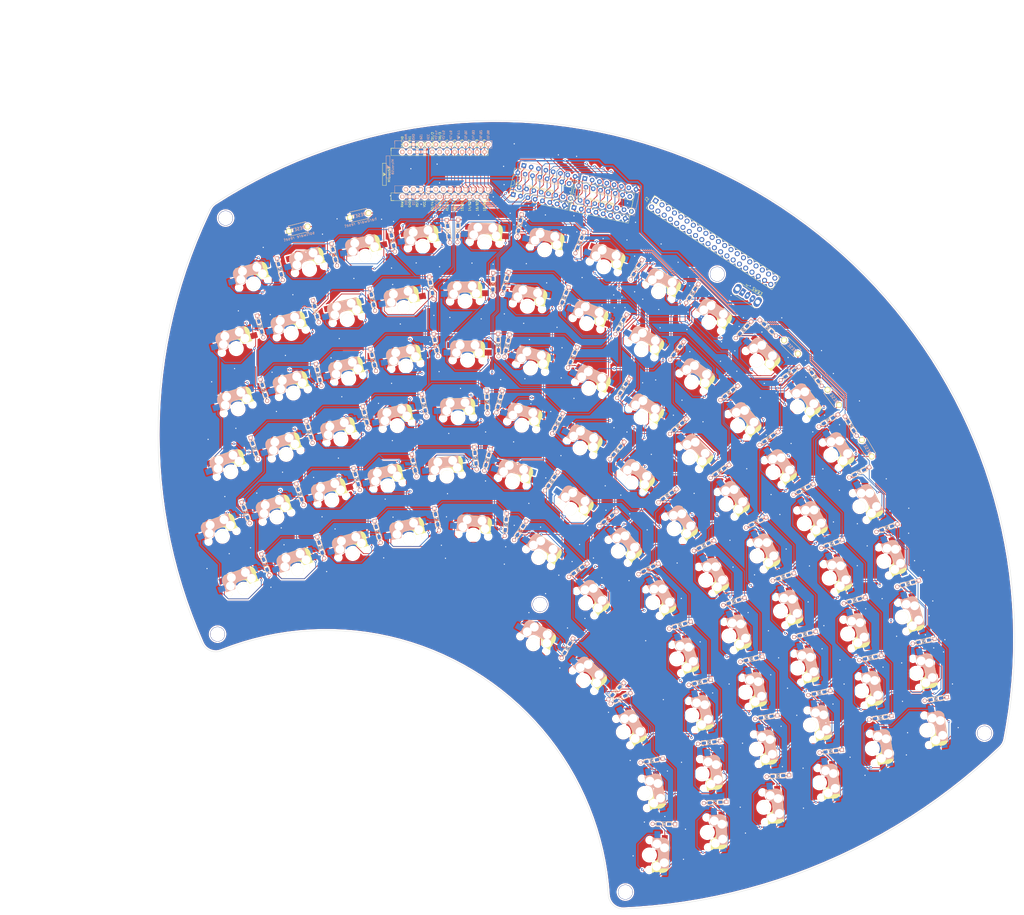
<source format=kicad_pcb>
(kicad_pcb (version 20171130) (host pcbnew "(5.1.5)-3")
  (title_block (title fan))
  (layers (0 F.Cu signal) (31 B.Cu signal) (34 B.Paste user) (35 F.Paste user) (36 B.SilkS user) (37 F.SilkS user) (38 B.Mask user) (39 F.Mask user) (44 Edge.Cuts user))
  (net 0 "")
  (net 1 row01)
  (net 2 row00)
  (net 3 GND)
  (net 4 col14)
  (net 5 row02)
  (net 6 col13)
  (net 7 row03)
  (net 8 col12)
  (net 9 row04)
  (net 10 col11)
  (net 11 row05)
  (net 12 col10)
  (net 13 col00)
  (net 14 col09)
  (net 15 col01)
  (net 16 col08)
  (net 17 col02)
  (net 18 col03)
  (net 19 col04)
  (net 20 col05)
  (net 21 col06)
  (net 22 col07)
  (net 23 "Net-(D1-Pad2)")
  (net 24 VCC)
  (net 25 software_reset)
  (net 26 hardware_reset)
  (net 27 OE)
  (net 28 RCK)
  (net 29 SCL)
  (net 30 SCK)
  (net 31 SER)
  (net 32 "Net-(J2-Pad38)")
  (net 33 QHSER)
  (net 34 QHSER')
  (net 35 "Net-(D2-Pad2)")
  (net 36 "Net-(D7-Pad2)")
  (net 37 "Net-(D8-Pad2)")
  (net 38 "Net-(D13-Pad2)")
  (net 39 "Net-(D14-Pad2)")
  (net 40 "Net-(D19-Pad2)")
  (net 41 "Net-(D20-Pad2)")
  (net 42 "Net-(D25-Pad2)")
  (net 43 "Net-(D26-Pad2)")
  (net 44 "Net-(D31-Pad2)")
  (net 45 "Net-(D32-Pad2)")
  (net 46 "Net-(D37-Pad2)")
  (net 47 "Net-(D38-Pad2)")
  (net 48 "Net-(D43-Pad2)")
  (net 49 "Net-(D44-Pad2)")
  (net 50 "Net-(D49-Pad2)")
  (net 51 "Net-(D50-Pad2)")
  (net 52 "Net-(D55-Pad2)")
  (net 53 "Net-(D56-Pad2)")
  (net 54 "Net-(D61-Pad2)")
  (net 55 "Net-(D62-Pad2)")
  (net 56 "Net-(D67-Pad2)")
  (net 57 "Net-(D68-Pad2)")
  (net 58 "Net-(D73-Pad2)")
  (net 59 "Net-(D74-Pad2)")
  (net 60 "Net-(D79-Pad2)")
  (net 61 "Net-(D80-Pad2)")
  (net 62 "Net-(D85-Pad2)")
  (net 63 "Net-(D86-Pad2)")
  (net 64 "Net-(D3-Pad2)")
  (net 65 "Net-(D4-Pad2)")
  (net 66 "Net-(D5-Pad2)")
  (net 67 "Net-(D6-Pad2)")
  (net 68 "Net-(D9-Pad2)")
  (net 69 "Net-(D10-Pad2)")
  (net 70 "Net-(D11-Pad2)")
  (net 71 "Net-(D12-Pad2)")
  (net 72 "Net-(D15-Pad2)")
  (net 73 "Net-(D16-Pad2)")
  (net 74 "Net-(D17-Pad2)")
  (net 75 "Net-(D18-Pad2)")
  (net 76 "Net-(D21-Pad2)")
  (net 77 "Net-(D22-Pad2)")
  (net 78 "Net-(D23-Pad2)")
  (net 79 "Net-(D24-Pad2)")
  (net 80 "Net-(D27-Pad2)")
  (net 81 "Net-(D28-Pad2)")
  (net 82 "Net-(D29-Pad2)")
  (net 83 "Net-(D30-Pad2)")
  (net 84 "Net-(D33-Pad2)")
  (net 85 "Net-(D34-Pad2)")
  (net 86 "Net-(D35-Pad2)")
  (net 87 "Net-(D36-Pad2)")
  (net 88 "Net-(D39-Pad2)")
  (net 89 "Net-(D40-Pad2)")
  (net 90 "Net-(D41-Pad2)")
  (net 91 "Net-(D42-Pad2)")
  (net 92 "Net-(D45-Pad2)")
  (net 93 "Net-(D46-Pad2)")
  (net 94 "Net-(D47-Pad2)")
  (net 95 "Net-(D48-Pad2)")
  (net 96 "Net-(D51-Pad2)")
  (net 97 "Net-(D52-Pad2)")
  (net 98 "Net-(D53-Pad2)")
  (net 99 "Net-(D54-Pad2)")
  (net 100 "Net-(D57-Pad2)")
  (net 101 "Net-(D58-Pad2)")
  (net 102 "Net-(D59-Pad2)")
  (net 103 "Net-(D60-Pad2)")
  (net 104 "Net-(D63-Pad2)")
  (net 105 "Net-(D64-Pad2)")
  (net 106 "Net-(D66-Pad2)")
  (net 107 "Net-(D69-Pad2)")
  (net 108 "Net-(D70-Pad2)")
  (net 109 "Net-(D71-Pad2)")
  (net 110 "Net-(D72-Pad2)")
  (net 111 "Net-(D75-Pad2)")
  (net 112 "Net-(D76-Pad2)")
  (net 113 "Net-(D77-Pad2)")
  (net 114 "Net-(D78-Pad2)")
  (net 115 "Net-(D81-Pad2)")
  (net 116 "Net-(D82-Pad2)")
  (net 117 "Net-(D83-Pad2)")
  (net 118 "Net-(D84-Pad2)")
  (net 119 "Net-(D87-Pad2)")
  (net 120 "Net-(D88-Pad2)")
  (net 121 "Net-(D89-Pad2)")
  (net 122 "Net-(D90-Pad2)")
  (net 123 "Net-(D65-Pad2)")
  (module kbd:CherryMX_Hotswap (layer F.Cu) (at 357.322 284.496 282)
    (fp_text reference SW79 hide)
    (fp_text value SW_PUSH hide)
    (pad 2 smd rect (at 5.7 -5.12 102) (size 2.3 2) (layers B.Cu B.Paste B.Mask) (net 60 "Net-(D79-Pad2)"))
    (pad "" np_thru_hole circle (at -5.08 0 282) (size 1.9 1.9) (drill 1.9) (layers *.Cu *.Mask F.SilkS))
    (pad "" np_thru_hole circle (at 5.08 0 282) (size 1.9 1.9) (drill 1.9) (layers *.Cu *.Mask F.SilkS))
    (pad "" np_thru_hole circle (at 0 0 12) (size 4.1 4.1) (drill 4.1) (layers *.Cu *.Mask F.SilkS))
    (pad "" np_thru_hole circle (at 2.54 -5.08 102) (size 3 3) (drill 3) (layers *.Cu *.Mask))
    (pad "" np_thru_hole circle (at 3.81 -2.540001 102) (size 3 3) (drill 3) (layers *.Cu *.Mask))
    (pad "" np_thru_hole circle (at -2.54 -5.08 102) (size 3 3) (drill 3) (layers *.Cu *.Mask))
    (pad "" np_thru_hole circle (at -3.81 -2.54 102) (size 3 3) (drill 3) (layers *.Cu *.Mask))
    (pad 2 smd rect (at -5.7 -5.12 102) (size 2.3 2) (layers F.Cu F.Paste F.Mask) (net 60 "Net-(D79-Pad2)"))
    (pad 1 smd rect (at 7 -2.58 102) (size 2.3 2) (layers F.Cu F.Paste F.Mask) (net 6 col13))
    (pad 1 smd rect (at -7 -2.58 102) (size 2.3 2) (layers B.Cu B.Paste B.Mask) (net 6 col13))
  )
  (module kbd:CherryMX_Hotswap (layer F.Cu) (at 204.099 158.082 1)
    (fp_text reference SW26 hide)
    (fp_text value SW_PUSH hide)
    (pad 2 smd rect (at 5.7 -5.12 181) (size 2.3 2) (layers B.Cu B.Paste B.Mask) (net 43 "Net-(D26-Pad2)"))
    (pad "" np_thru_hole circle (at -5.08 0 1) (size 1.9 1.9) (drill 1.9) (layers *.Cu *.Mask F.SilkS))
    (pad "" np_thru_hole circle (at 5.08 0 1) (size 1.9 1.9) (drill 1.9) (layers *.Cu *.Mask F.SilkS))
    (pad "" np_thru_hole circle (at 0 0 91) (size 4.1 4.1) (drill 4.1) (layers *.Cu *.Mask F.SilkS))
    (pad "" np_thru_hole circle (at 2.54 -5.08 181) (size 3 3) (drill 3) (layers *.Cu *.Mask))
    (pad "" np_thru_hole circle (at 3.81 -2.540001 181) (size 3 3) (drill 3) (layers *.Cu *.Mask))
    (pad "" np_thru_hole circle (at -2.54 -5.08 181) (size 3 3) (drill 3) (layers *.Cu *.Mask))
    (pad "" np_thru_hole circle (at -3.81 -2.54 181) (size 3 3) (drill 3) (layers *.Cu *.Mask))
    (pad 2 smd rect (at -5.7 -5.12 181) (size 2.3 2) (layers F.Cu F.Paste F.Mask) (net 43 "Net-(D26-Pad2)"))
    (pad 1 smd rect (at 7 -2.58 181) (size 2.3 2) (layers F.Cu F.Paste F.Mask) (net 19 col04))
    (pad 1 smd rect (at -7 -2.58 181) (size 2.3 2) (layers B.Cu B.Paste B.Mask) (net 19 col04))
  )
  (module kbd:CherryMX_Hotswap (layer F.Cu) (at 204.968 178.126)
    (fp_text reference SW27 hide)
    (fp_text value SW_PUSH hide)
    (pad 2 smd rect (at 5.7 -5.12 180) (size 2.3 2) (layers B.Cu B.Paste B.Mask) (net 80 "Net-(D27-Pad2)"))
    (pad "" np_thru_hole circle (at -5.08 0) (size 1.9 1.9) (drill 1.9) (layers *.Cu *.Mask F.SilkS))
    (pad "" np_thru_hole circle (at 5.08 0) (size 1.9 1.9) (drill 1.9) (layers *.Cu *.Mask F.SilkS))
    (pad "" np_thru_hole circle (at 0 0 90) (size 4.1 4.1) (drill 4.1) (layers *.Cu *.Mask F.SilkS))
    (pad "" np_thru_hole circle (at 2.54 -5.08 180) (size 3 3) (drill 3) (layers *.Cu *.Mask))
    (pad "" np_thru_hole circle (at 3.81 -2.540001 180) (size 3 3) (drill 3) (layers *.Cu *.Mask))
    (pad "" np_thru_hole circle (at -2.54 -5.08 180) (size 3 3) (drill 3) (layers *.Cu *.Mask))
    (pad "" np_thru_hole circle (at -3.81 -2.54 180) (size 3 3) (drill 3) (layers *.Cu *.Mask))
    (pad 2 smd rect (at -5.7 -5.12 180) (size 2.3 2) (layers F.Cu F.Paste F.Mask) (net 80 "Net-(D27-Pad2)"))
    (pad 1 smd rect (at 7 -2.58 180) (size 2.3 2) (layers F.Cu F.Paste F.Mask) (net 19 col04))
    (pad 1 smd rect (at -7 -2.58 180) (size 2.3 2) (layers B.Cu B.Paste B.Mask) (net 19 col04))
  )
  (module kbd:CherryMX_Hotswap (layer F.Cu) (at 246.105 187.721 335)
    (fp_text reference SW39 hide)
    (fp_text value SW_PUSH hide)
    (pad 2 smd rect (at 5.7 -5.12 155) (size 2.3 2) (layers B.Cu B.Paste B.Mask) (net 88 "Net-(D39-Pad2)"))
    (pad "" np_thru_hole circle (at -5.08 0 335) (size 1.9 1.9) (drill 1.9) (layers *.Cu *.Mask F.SilkS))
    (pad "" np_thru_hole circle (at 5.08 0 335) (size 1.9 1.9) (drill 1.9) (layers *.Cu *.Mask F.SilkS))
    (pad "" np_thru_hole circle (at 0 0 65) (size 4.1 4.1) (drill 4.1) (layers *.Cu *.Mask F.SilkS))
    (pad "" np_thru_hole circle (at 2.54 -5.08 155) (size 3 3) (drill 3) (layers *.Cu *.Mask))
    (pad "" np_thru_hole circle (at 3.81 -2.540001 155) (size 3 3) (drill 3) (layers *.Cu *.Mask))
    (pad "" np_thru_hole circle (at -2.54 -5.08 155) (size 3 3) (drill 3) (layers *.Cu *.Mask))
    (pad "" np_thru_hole circle (at -3.81 -2.54 155) (size 3 3) (drill 3) (layers *.Cu *.Mask))
    (pad 2 smd rect (at -5.7 -5.12 155) (size 2.3 2) (layers F.Cu F.Paste F.Mask) (net 88 "Net-(D39-Pad2)"))
    (pad 1 smd rect (at 7 -2.58 155) (size 2.3 2) (layers F.Cu F.Paste F.Mask) (net 21 col06))
    (pad 1 smd rect (at -7 -2.58 155) (size 2.3 2) (layers B.Cu B.Paste B.Mask) (net 21 col06))
  )
  (module kbd:CherryMX_Hotswap (layer F.Cu) (at 132.286 152.195 15)
    (fp_text reference SW1 hide)
    (fp_text value SW_PUSH hide)
    (pad 2 smd rect (at 5.7 -5.12 195) (size 2.3 2) (layers B.Cu B.Paste B.Mask) (net 23 "Net-(D1-Pad2)"))
    (pad "" np_thru_hole circle (at -5.08 0 15) (size 1.9 1.9) (drill 1.9) (layers *.Cu *.Mask F.SilkS))
    (pad "" np_thru_hole circle (at 5.08 0 15) (size 1.9 1.9) (drill 1.9) (layers *.Cu *.Mask F.SilkS))
    (pad "" np_thru_hole circle (at 0 0 105) (size 4.1 4.1) (drill 4.1) (layers *.Cu *.Mask F.SilkS))
    (pad "" np_thru_hole circle (at 2.54 -5.08 195) (size 3 3) (drill 3) (layers *.Cu *.Mask))
    (pad "" np_thru_hole circle (at 3.81 -2.540001 195) (size 3 3) (drill 3) (layers *.Cu *.Mask))
    (pad "" np_thru_hole circle (at -2.54 -5.08 195) (size 3 3) (drill 3) (layers *.Cu *.Mask))
    (pad "" np_thru_hole circle (at -3.81 -2.54 195) (size 3 3) (drill 3) (layers *.Cu *.Mask))
    (pad 2 smd rect (at -5.7 -5.12 195) (size 2.3 2) (layers F.Cu F.Paste F.Mask) (net 23 "Net-(D1-Pad2)"))
    (pad 1 smd rect (at 7 -2.58 195) (size 2.3 2) (layers F.Cu F.Paste F.Mask) (net 13 col00))
    (pad 1 smd rect (at -7 -2.58 195) (size 2.3 2) (layers B.Cu B.Paste B.Mask) (net 13 col00))
  )
  (module kbd:CherryMX_Hotswap (layer F.Cu) (at 210.732 138.246 357)
    (fp_text reference SW25 hide)
    (fp_text value SW_PUSH hide)
    (pad 2 smd rect (at 5.7 -5.12 177) (size 2.3 2) (layers B.Cu B.Paste B.Mask) (net 42 "Net-(D25-Pad2)"))
    (pad "" np_thru_hole circle (at -5.08 0 357) (size 1.9 1.9) (drill 1.9) (layers *.Cu *.Mask F.SilkS))
    (pad "" np_thru_hole circle (at 5.08 0 357) (size 1.9 1.9) (drill 1.9) (layers *.Cu *.Mask F.SilkS))
    (pad "" np_thru_hole circle (at 0 0 87) (size 4.1 4.1) (drill 4.1) (layers *.Cu *.Mask F.SilkS))
    (pad "" np_thru_hole circle (at 2.54 -5.08 177) (size 3 3) (drill 3) (layers *.Cu *.Mask))
    (pad "" np_thru_hole circle (at 3.81 -2.540001 177) (size 3 3) (drill 3) (layers *.Cu *.Mask))
    (pad "" np_thru_hole circle (at -2.54 -5.08 177) (size 3 3) (drill 3) (layers *.Cu *.Mask))
    (pad "" np_thru_hole circle (at -3.81 -2.54 177) (size 3 3) (drill 3) (layers *.Cu *.Mask))
    (pad 2 smd rect (at -5.7 -5.12 177) (size 2.3 2) (layers F.Cu F.Paste F.Mask) (net 42 "Net-(D25-Pad2)"))
    (pad 1 smd rect (at 7 -2.58 177) (size 2.3 2) (layers F.Cu F.Paste F.Mask) (net 19 col04))
    (pad 1 smd rect (at -7 -2.58 177) (size 2.3 2) (layers B.Cu B.Paste B.Mask) (net 19 col04))
  )
  (module kbd:HOLE (layer F.Cu) (at 229.559 261.08 355)
    (fp_text reference HOLE4)
    (fp_text value Val** hide)
    (pad "" np_thru_hole circle (at 0 0 355) (size 5 5) (drill 4.8) (layers *.Cu *.Mask))
  )
  (module kbd:HOLE (layer F.Cu) (at 120.063 271.175 355)
    (fp_text reference HOLE2)
    (fp_text value Val** hide)
    (pad "" np_thru_hole circle (at 0 0 355) (size 5 5) (drill 4.8) (layers *.Cu *.Mask))
  )
  (module kbd:HOLE (layer F.Cu) (at 258.555 358.779 355)
    (fp_text reference HOLE6)
    (fp_text value Val** hide)
    (pad "" np_thru_hole circle (at 0 0 355) (size 5 5) (drill 4.8) (layers *.Cu *.Mask))
  )
  (module kbd:HOLE (layer F.Cu) (at 380.523 304.803 355)
    (fp_text reference HOLE5)
    (fp_text value Val** hide)
    (pad "" np_thru_hole circle (at 0 0 355) (size 5 5) (drill 4.8) (layers *.Cu *.Mask))
  )
  (module kbd:HOLE (layer F.Cu) (at 289.766 148.9 355)
    (fp_text reference HOLE3)
    (fp_text value Val** hide)
    (pad "" np_thru_hole circle (at 0 0 355) (size 5 5) (drill 4.8) (layers *.Cu *.Mask))
  )
  (module kbd:HOLE (layer F.Cu) (at 122.788 129.875 355)
    (fp_text reference HOLE1)
    (fp_text value Val** hide)
    (pad "" np_thru_hole circle (at 0 0 355) (size 5 5) (drill 4.8) (layers *.Cu *.Mask))
  )
  (module kbd:D3_TH_SMD (layer B.Cu) (at 295.416 260.094 199)
    (fp_text reference D70 hide)
    (fp_text value DIODE hide)
    (pad 2 smd rect (at 1.775 0 199) (size 1.3 0.95) (layers B.Cu B.Paste B.Mask) (net 108 "Net-(D70-Pad2)"))
    (pad 2 thru_hole circle (at 3.81 0 199) (size 1.397 1.397) (drill 0.8128) (layers *.Cu *.Mask B.SilkS) (net 108 "Net-(D70-Pad2)"))
    (pad 1 thru_hole rect (at -3.81 0 199) (size 1.397 1.397) (drill 0.8128) (layers *.Cu *.Mask B.SilkS) (net 7 row03))
    (pad 1 smd rect (at -1.775 0 199) (size 1.3 0.95) (layers F.Cu F.Paste F.Mask) (net 7 row03))
    (pad 2 smd rect (at 1.775 0 199) (size 1.3 0.95) (layers F.Cu F.Paste F.Mask) (net 108 "Net-(D70-Pad2)"))
    (pad 1 smd rect (at -1.775 0 199) (size 1.3 0.95) (layers B.Cu B.Paste B.Mask) (net 7 row03))
  )
  (module kbd:D3_TH_SMD (layer B.Cu) (at 255.732 208.84 230)
    (fp_text reference D54 hide)
    (fp_text value DIODE hide)
    (pad 2 smd rect (at 1.775 0 230) (size 1.3 0.95) (layers B.Cu B.Paste B.Mask) (net 99 "Net-(D54-Pad2)"))
    (pad 2 thru_hole circle (at 3.81 0 230) (size 1.397 1.397) (drill 0.8128) (layers *.Cu *.Mask B.SilkS) (net 99 "Net-(D54-Pad2)"))
    (pad 1 thru_hole rect (at -3.81 0 230) (size 1.397 1.397) (drill 0.8128) (layers *.Cu *.Mask B.SilkS) (net 11 row05))
    (pad 1 smd rect (at -1.775 0 230) (size 1.3 0.95) (layers F.Cu F.Paste F.Mask) (net 11 row05))
    (pad 2 smd rect (at 1.775 0 230) (size 1.3 0.95) (layers F.Cu F.Paste F.Mask) (net 99 "Net-(D54-Pad2)"))
    (pad 1 smd rect (at -1.775 0 230) (size 1.3 0.95) (layers B.Cu B.Paste B.Mask) (net 11 row05))
  )
  (module kbd:CherryMX_Hotswap (layer F.Cu) (at 231.112 140.656 349)
    (fp_text reference SW31 hide)
    (fp_text value SW_PUSH hide)
    (pad 2 smd rect (at 5.7 -5.12 169) (size 2.3 2) (layers B.Cu B.Paste B.Mask) (net 44 "Net-(D31-Pad2)"))
    (pad "" np_thru_hole circle (at -5.08 0 349) (size 1.9 1.9) (drill 1.9) (layers *.Cu *.Mask F.SilkS))
    (pad "" np_thru_hole circle (at 5.08 0 349) (size 1.9 1.9) (drill 1.9) (layers *.Cu *.Mask F.SilkS))
    (pad "" np_thru_hole circle (at 0 0 79) (size 4.1 4.1) (drill 4.1) (layers *.Cu *.Mask F.SilkS))
    (pad "" np_thru_hole circle (at 2.54 -5.08 169) (size 3 3) (drill 3) (layers *.Cu *.Mask))
    (pad "" np_thru_hole circle (at 3.81 -2.540001 169) (size 3 3) (drill 3) (layers *.Cu *.Mask))
    (pad "" np_thru_hole circle (at -2.54 -5.08 169) (size 3 3) (drill 3) (layers *.Cu *.Mask))
    (pad "" np_thru_hole circle (at -3.81 -2.54 169) (size 3 3) (drill 3) (layers *.Cu *.Mask))
    (pad 2 smd rect (at -5.7 -5.12 169) (size 2.3 2) (layers F.Cu F.Paste F.Mask) (net 44 "Net-(D31-Pad2)"))
    (pad 1 smd rect (at 7 -2.58 169) (size 2.3 2) (layers F.Cu F.Paste F.Mask) (net 20 col05))
    (pad 1 smd rect (at -7 -2.58 169) (size 2.3 2) (layers B.Cu B.Paste B.Mask) (net 20 col05))
  )
  (module kbd:CherryMX_Hotswap (layer F.Cu) (at 266.713 346.188 269)
    (fp_text reference SW90 hide)
    (fp_text value SW_PUSH hide)
    (pad 2 smd rect (at 5.7 -5.12 89) (size 2.3 2) (layers B.Cu B.Paste B.Mask) (net 122 "Net-(D90-Pad2)"))
    (pad "" np_thru_hole circle (at -5.08 0 269) (size 1.9 1.9) (drill 1.9) (layers *.Cu *.Mask F.SilkS))
    (pad "" np_thru_hole circle (at 5.08 0 269) (size 1.9 1.9) (drill 1.9) (layers *.Cu *.Mask F.SilkS))
    (pad "" np_thru_hole circle (at 0 0 359) (size 4.1 4.1) (drill 4.1) (layers *.Cu *.Mask F.SilkS))
    (pad "" np_thru_hole circle (at 2.54 -5.08 89) (size 3 3) (drill 3) (layers *.Cu *.Mask))
    (pad "" np_thru_hole circle (at 3.81 -2.540001 89) (size 3 3) (drill 3) (layers *.Cu *.Mask))
    (pad "" np_thru_hole circle (at -2.54 -5.08 89) (size 3 3) (drill 3) (layers *.Cu *.Mask))
    (pad "" np_thru_hole circle (at -3.81 -2.54 89) (size 3 3) (drill 3) (layers *.Cu *.Mask))
    (pad 2 smd rect (at -5.7 -5.12 89) (size 2.3 2) (layers F.Cu F.Paste F.Mask) (net 122 "Net-(D90-Pad2)"))
    (pad 1 smd rect (at 7 -2.58 89) (size 2.3 2) (layers F.Cu F.Paste F.Mask) (net 4 col14))
    (pad 1 smd rect (at -7 -2.58 89) (size 2.3 2) (layers B.Cu B.Paste B.Mask) (net 4 col14))
  )
  (module kbd:CherryMX_Hotswap (layer F.Cu) (at 281.057 185.599 324)
    (fp_text reference SW47 hide)
    (fp_text value SW_PUSH hide)
    (pad 2 smd rect (at 5.7 -5.12 144) (size 2.3 2) (layers B.Cu B.Paste B.Mask) (net 94 "Net-(D47-Pad2)"))
    (pad "" np_thru_hole circle (at -5.08 0 324) (size 1.9 1.9) (drill 1.9) (layers *.Cu *.Mask F.SilkS))
    (pad "" np_thru_hole circle (at 5.08 0 324) (size 1.9 1.9) (drill 1.9) (layers *.Cu *.Mask F.SilkS))
    (pad "" np_thru_hole circle (at 0 0 54) (size 4.1 4.1) (drill 4.1) (layers *.Cu *.Mask F.SilkS))
    (pad "" np_thru_hole circle (at 2.54 -5.08 144) (size 3 3) (drill 3) (layers *.Cu *.Mask))
    (pad "" np_thru_hole circle (at 3.81 -2.540001 144) (size 3 3) (drill 3) (layers *.Cu *.Mask))
    (pad "" np_thru_hole circle (at -2.54 -5.08 144) (size 3 3) (drill 3) (layers *.Cu *.Mask))
    (pad "" np_thru_hole circle (at -3.81 -2.54 144) (size 3 3) (drill 3) (layers *.Cu *.Mask))
    (pad 2 smd rect (at -5.7 -5.12 144) (size 2.3 2) (layers F.Cu F.Paste F.Mask) (net 94 "Net-(D47-Pad2)"))
    (pad 1 smd rect (at 7 -2.58 144) (size 2.3 2) (layers F.Cu F.Paste F.Mask) (net 22 col07))
    (pad 1 smd rect (at -7 -2.58 144) (size 2.3 2) (layers B.Cu B.Paste B.Mask) (net 22 col07))
  )
  (module kbd:CherryMX_Hotswap (layer F.Cu) (at 121.727 237.947 21)
    (fp_text reference SW5 hide)
    (fp_text value SW_PUSH hide)
    (pad 2 smd rect (at 5.7 -5.12 201) (size 2.3 2) (layers B.Cu B.Paste B.Mask) (net 66 "Net-(D5-Pad2)"))
    (pad "" np_thru_hole circle (at -5.08 0 21) (size 1.9 1.9) (drill 1.9) (layers *.Cu *.Mask F.SilkS))
    (pad "" np_thru_hole circle (at 5.08 0 21) (size 1.9 1.9) (drill 1.9) (layers *.Cu *.Mask F.SilkS))
    (pad "" np_thru_hole circle (at 0 0 111) (size 4.1 4.1) (drill 4.1) (layers *.Cu *.Mask F.SilkS))
    (pad "" np_thru_hole circle (at 2.54 -5.08 201) (size 3 3) (drill 3) (layers *.Cu *.Mask))
    (pad "" np_thru_hole circle (at 3.81 -2.540001 201) (size 3 3) (drill 3) (layers *.Cu *.Mask))
    (pad "" np_thru_hole circle (at -2.54 -5.08 201) (size 3 3) (drill 3) (layers *.Cu *.Mask))
    (pad "" np_thru_hole circle (at -3.81 -2.54 201) (size 3 3) (drill 3) (layers *.Cu *.Mask))
    (pad 2 smd rect (at -5.7 -5.12 201) (size 2.3 2) (layers F.Cu F.Paste F.Mask) (net 66 "Net-(D5-Pad2)"))
    (pad 1 smd rect (at 7 -2.58 201) (size 2.3 2) (layers F.Cu F.Paste F.Mask) (net 13 col00))
    (pad 1 smd rect (at -7 -2.58 201) (size 2.3 2) (layers B.Cu B.Paste B.Mask) (net 13 col00))
  )
  (module kbd:D3_TH_SMD (layer B.Cu) (at 287.001 307.965 187)
    (fp_text reference D83 hide)
    (fp_text value DIODE hide)
    (pad 2 smd rect (at 1.775 0 187) (size 1.3 0.95) (layers B.Cu B.Paste B.Mask) (net 117 "Net-(D83-Pad2)"))
    (pad 2 thru_hole circle (at 3.81 0 187) (size 1.397 1.397) (drill 0.8128) (layers *.Cu *.Mask B.SilkS) (net 117 "Net-(D83-Pad2)"))
    (pad 1 thru_hole rect (at -3.81 0 187) (size 1.397 1.397) (drill 0.8128) (layers *.Cu *.Mask B.SilkS) (net 9 row04))
    (pad 1 smd rect (at -1.775 0 187) (size 1.3 0.95) (layers F.Cu F.Paste F.Mask) (net 9 row04))
    (pad 2 smd rect (at 1.775 0 187) (size 1.3 0.95) (layers F.Cu F.Paste F.Mask) (net 117 "Net-(D83-Pad2)"))
    (pad 1 smd rect (at -1.775 0 187) (size 1.3 0.95) (layers B.Cu B.Paste B.Mask) (net 9 row04))
  )
  (module kbd:D3_TH_SMD (layer B.Cu) (at 345.164 299.58 189)
    (fp_text reference D86 hide)
    (fp_text value DIODE hide)
    (pad 2 smd rect (at 1.775 0 189) (size 1.3 0.95) (layers B.Cu B.Paste B.Mask) (net 63 "Net-(D86-Pad2)"))
    (pad 2 thru_hole circle (at 3.81 0 189) (size 1.397 1.397) (drill 0.8128) (layers *.Cu *.Mask B.SilkS) (net 63 "Net-(D86-Pad2)"))
    (pad 1 thru_hole rect (at -3.81 0 189) (size 1.397 1.397) (drill 0.8128) (layers *.Cu *.Mask B.SilkS) (net 1 row01))
    (pad 1 smd rect (at -1.775 0 189) (size 1.3 0.95) (layers F.Cu F.Paste F.Mask) (net 1 row01))
    (pad 2 smd rect (at 1.775 0 189) (size 1.3 0.95) (layers F.Cu F.Paste F.Mask) (net 63 "Net-(D86-Pad2)"))
    (pad 1 smd rect (at -1.775 0 189) (size 1.3 0.95) (layers B.Cu B.Paste B.Mask) (net 1 row01))
  )
  (module kbd:D3_TH_SMD (layer B.Cu) (at 328.308 310.954 187)
    (fp_text reference D87 hide)
    (fp_text value DIODE hide)
    (pad 2 smd rect (at 1.775 0 187) (size 1.3 0.95) (layers B.Cu B.Paste B.Mask) (net 119 "Net-(D87-Pad2)"))
    (pad 2 thru_hole circle (at 3.81 0 187) (size 1.397 1.397) (drill 0.8128) (layers *.Cu *.Mask B.SilkS) (net 119 "Net-(D87-Pad2)"))
    (pad 1 thru_hole rect (at -3.81 0 187) (size 1.397 1.397) (drill 0.8128) (layers *.Cu *.Mask B.SilkS) (net 5 row02))
    (pad 1 smd rect (at -1.775 0 187) (size 1.3 0.95) (layers F.Cu F.Paste F.Mask) (net 5 row02))
    (pad 2 smd rect (at 1.775 0 187) (size 1.3 0.95) (layers F.Cu F.Paste F.Mask) (net 119 "Net-(D87-Pad2)"))
    (pad 1 smd rect (at -1.775 0 187) (size 1.3 0.95) (layers B.Cu B.Paste B.Mask) (net 5 row02))
  )
  (module kbd:D3_TH_SMD (layer B.Cu) (at 289.021 328.356 183)
    (fp_text reference D89 hide)
    (fp_text value DIODE hide)
    (pad 2 smd rect (at 1.775 0 183) (size 1.3 0.95) (layers B.Cu B.Paste B.Mask) (net 121 "Net-(D89-Pad2)"))
    (pad 2 thru_hole circle (at 3.81 0 183) (size 1.397 1.397) (drill 0.8128) (layers *.Cu *.Mask B.SilkS) (net 121 "Net-(D89-Pad2)"))
    (pad 1 thru_hole rect (at -3.81 0 183) (size 1.397 1.397) (drill 0.8128) (layers *.Cu *.Mask B.SilkS) (net 9 row04))
    (pad 1 smd rect (at -1.775 0 183) (size 1.3 0.95) (layers F.Cu F.Paste F.Mask) (net 9 row04))
    (pad 2 smd rect (at 1.775 0 183) (size 1.3 0.95) (layers F.Cu F.Paste F.Mask) (net 121 "Net-(D89-Pad2)"))
    (pad 1 smd rect (at -1.775 0 183) (size 1.3 0.95) (layers B.Cu B.Paste B.Mask) (net 9 row04))
  )
  (module kbd:D3_TH_SMD (layer B.Cu) (at 218.4 173.2 257)
    (fp_text reference D33 hide)
    (fp_text value DIODE hide)
    (pad 2 smd rect (at 1.775 0 257) (size 1.3 0.95) (layers B.Cu B.Paste B.Mask) (net 84 "Net-(D33-Pad2)"))
    (pad 2 thru_hole circle (at 3.81 0 257) (size 1.397 1.397) (drill 0.8128) (layers *.Cu *.Mask B.SilkS) (net 84 "Net-(D33-Pad2)"))
    (pad 1 thru_hole rect (at -3.81 0 257) (size 1.397 1.397) (drill 0.8128) (layers *.Cu *.Mask B.SilkS) (net 5 row02))
    (pad 1 smd rect (at -1.775 0 257) (size 1.3 0.95) (layers F.Cu F.Paste F.Mask) (net 5 row02))
    (pad 2 smd rect (at 1.775 0 257) (size 1.3 0.95) (layers F.Cu F.Paste F.Mask) (net 84 "Net-(D33-Pad2)"))
    (pad 1 smd rect (at -1.775 0 257) (size 1.3 0.95) (layers B.Cu B.Paste B.Mask) (net 5 row02))
  )
  (module kbd:D3_TH_SMD (layer B.Cu) (at 237.792 156.879 248)
    (fp_text reference D38 hide)
    (fp_text value DIODE hide)
    (pad 2 smd rect (at 1.775 0 248) (size 1.3 0.95) (layers B.Cu B.Paste B.Mask) (net 47 "Net-(D38-Pad2)"))
    (pad 2 thru_hole circle (at 3.81 0 248) (size 1.397 1.397) (drill 0.8128) (layers *.Cu *.Mask B.SilkS) (net 47 "Net-(D38-Pad2)"))
    (pad 1 thru_hole rect (at -3.81 0 248) (size 1.397 1.397) (drill 0.8128) (layers *.Cu *.Mask B.SilkS) (net 1 row01))
    (pad 1 smd rect (at -1.775 0 248) (size 1.3 0.95) (layers F.Cu F.Paste F.Mask) (net 1 row01))
    (pad 2 smd rect (at 1.775 0 248) (size 1.3 0.95) (layers F.Cu F.Paste F.Mask) (net 47 "Net-(D38-Pad2)"))
    (pad 1 smd rect (at -1.775 0 248) (size 1.3 0.95) (layers B.Cu B.Paste B.Mask) (net 1 row01))
  )
  (module kbd:D3_TH_SMD (layer B.Cu) (at 222.6 132.4 259)
    (fp_text reference D31 hide)
    (fp_text value DIODE hide)
    (pad 2 smd rect (at 1.775 0 259) (size 1.3 0.95) (layers B.Cu B.Paste B.Mask) (net 44 "Net-(D31-Pad2)"))
    (pad 2 thru_hole circle (at 3.81 0 259) (size 1.397 1.397) (drill 0.8128) (layers *.Cu *.Mask B.SilkS) (net 44 "Net-(D31-Pad2)"))
    (pad 1 thru_hole rect (at -3.81 0 259) (size 1.397 1.397) (drill 0.8128) (layers *.Cu *.Mask B.SilkS) (net 2 row00))
    (pad 1 smd rect (at -1.775 0 259) (size 1.3 0.95) (layers F.Cu F.Paste F.Mask) (net 2 row00))
    (pad 2 smd rect (at 1.775 0 259) (size 1.3 0.95) (layers F.Cu F.Paste F.Mask) (net 44 "Net-(D31-Pad2)"))
    (pad 1 smd rect (at -1.775 0 259) (size 1.3 0.95) (layers B.Cu B.Paste B.Mask) (net 2 row00))
  )
  (module kbd:D3_TH_SMD (layer B.Cu) (at 271.635 335.666 179)
    (fp_text reference D90 hide)
    (fp_text value DIODE hide)
    (pad 2 smd rect (at 1.775 0 179) (size 1.3 0.95) (layers B.Cu B.Paste B.Mask) (net 122 "Net-(D90-Pad2)"))
    (pad 2 thru_hole circle (at 3.81 0 179) (size 1.397 1.397) (drill 0.8128) (layers *.Cu *.Mask B.SilkS) (net 122 "Net-(D90-Pad2)"))
    (pad 1 thru_hole rect (at -3.81 0 179) (size 1.397 1.397) (drill 0.8128) (layers *.Cu *.Mask B.SilkS) (net 11 row05))
    (pad 1 smd rect (at -1.775 0 179) (size 1.3 0.95) (layers F.Cu F.Paste F.Mask) (net 11 row05))
    (pad 2 smd rect (at 1.775 0 179) (size 1.3 0.95) (layers F.Cu F.Paste F.Mask) (net 122 "Net-(D90-Pad2)"))
    (pad 1 smd rect (at -1.775 0 179) (size 1.3 0.95) (layers B.Cu B.Paste B.Mask) (net 11 row05))
  )
  (module kbd:D3_TH_SMD (layer B.Cu) (at 255.392 290.539 227)
    (fp_text reference D72 hide)
    (fp_text value DIODE hide)
    (pad 2 smd rect (at 1.775 0 227) (size 1.3 0.95) (layers B.Cu B.Paste B.Mask) (net 110 "Net-(D72-Pad2)"))
    (pad 2 thru_hole circle (at 3.81 0 227) (size 1.397 1.397) (drill 0.8128) (layers *.Cu *.Mask B.SilkS) (net 110 "Net-(D72-Pad2)"))
    (pad 1 thru_hole rect (at -3.81 0 227) (size 1.397 1.397) (drill 0.8128) (layers *.Cu *.Mask B.SilkS) (net 11 row05))
    (pad 1 smd rect (at -1.775 0 227) (size 1.3 0.95) (layers F.Cu F.Paste F.Mask) (net 11 row05))
    (pad 2 smd rect (at 1.775 0 227) (size 1.3 0.95) (layers F.Cu F.Paste F.Mask) (net 110 "Net-(D72-Pad2)"))
    (pad 1 smd rect (at -1.775 0 227) (size 1.3 0.95) (layers B.Cu B.Paste B.Mask) (net 11 row05))
  )
  (module kbd:D3_TH_SMD (layer B.Cu) (at 252.634 231.992 220)
    (fp_text reference D60 hide)
    (fp_text value DIODE hide)
    (pad 2 smd rect (at 1.775 0 220) (size 1.3 0.95) (layers B.Cu B.Paste B.Mask) (net 103 "Net-(D60-Pad2)"))
    (pad 2 thru_hole circle (at 3.81 0 220) (size 1.397 1.397) (drill 0.8128) (layers *.Cu *.Mask B.SilkS) (net 103 "Net-(D60-Pad2)"))
    (pad 1 thru_hole rect (at -3.81 0 220) (size 1.397 1.397) (drill 0.8128) (layers *.Cu *.Mask B.SilkS) (net 11 row05))
    (pad 1 smd rect (at -1.775 0 220) (size 1.3 0.95) (layers F.Cu F.Paste F.Mask) (net 11 row05))
    (pad 2 smd rect (at 1.775 0 220) (size 1.3 0.95) (layers F.Cu F.Paste F.Mask) (net 103 "Net-(D60-Pad2)"))
    (pad 1 smd rect (at -1.775 0 220) (size 1.3 0.95) (layers B.Cu B.Paste B.Mask) (net 11 row05))
  )
  (module kbd:D3_TH_SMD (layer B.Cu) (at 276.527 200.621 222)
    (fp_text reference D53 hide)
    (fp_text value DIODE hide)
    (pad 2 smd rect (at 1.775 0 222) (size 1.3 0.95) (layers B.Cu B.Paste B.Mask) (net 98 "Net-(D53-Pad2)"))
    (pad 2 thru_hole circle (at 3.81 0 222) (size 1.397 1.397) (drill 0.8128) (layers *.Cu *.Mask B.SilkS) (net 98 "Net-(D53-Pad2)"))
    (pad 1 thru_hole rect (at -3.81 0 222) (size 1.397 1.397) (drill 0.8128) (layers *.Cu *.Mask B.SilkS) (net 9 row04))
    (pad 1 smd rect (at -1.775 0 222) (size 1.3 0.95) (layers F.Cu F.Paste F.Mask) (net 9 row04))
    (pad 2 smd rect (at 1.775 0 222) (size 1.3 0.95) (layers F.Cu F.Paste F.Mask) (net 98 "Net-(D53-Pad2)"))
    (pad 1 smd rect (at -1.775 0 222) (size 1.3 0.95) (layers B.Cu B.Paste B.Mask) (net 9 row04))
  )
  (module kbd:D3_TH_SMD (layer B.Cu) (at 257.071 165.994 240)
    (fp_text reference D46 hide)
    (fp_text value DIODE hide)
    (pad 2 smd rect (at 1.775 0 240) (size 1.3 0.95) (layers B.Cu B.Paste B.Mask) (net 93 "Net-(D46-Pad2)"))
    (pad 2 thru_hole circle (at 3.81 0 240) (size 1.397 1.397) (drill 0.8128) (layers *.Cu *.Mask B.SilkS) (net 93 "Net-(D46-Pad2)"))
    (pad 1 thru_hole rect (at -3.81 0 240) (size 1.397 1.397) (drill 0.8128) (layers *.Cu *.Mask B.SilkS) (net 7 row03))
    (pad 1 smd rect (at -1.775 0 240) (size 1.3 0.95) (layers F.Cu F.Paste F.Mask) (net 7 row03))
    (pad 2 smd rect (at 1.775 0 240) (size 1.3 0.95) (layers F.Cu F.Paste F.Mask) (net 93 "Net-(D46-Pad2)"))
    (pad 1 smd rect (at -1.775 0 240) (size 1.3 0.95) (layers B.Cu B.Paste B.Mask) (net 7 row03))
  )
  (module kbd:D3_TH_SMD (layer B.Cu) (at 211.688 212.013 254)
    (fp_text reference D35 hide)
    (fp_text value DIODE hide)
    (pad 2 smd rect (at 1.775 0 254) (size 1.3 0.95) (layers B.Cu B.Paste B.Mask) (net 86 "Net-(D35-Pad2)"))
    (pad 2 thru_hole circle (at 3.81 0 254) (size 1.397 1.397) (drill 0.8128) (layers *.Cu *.Mask B.SilkS) (net 86 "Net-(D35-Pad2)"))
    (pad 1 thru_hole rect (at -3.81 0 254) (size 1.397 1.397) (drill 0.8128) (layers *.Cu *.Mask B.SilkS) (net 9 row04))
    (pad 1 smd rect (at -1.775 0 254) (size 1.3 0.95) (layers F.Cu F.Paste F.Mask) (net 9 row04))
    (pad 2 smd rect (at 1.775 0 254) (size 1.3 0.95) (layers F.Cu F.Paste F.Mask) (net 86 "Net-(D35-Pad2)"))
    (pad 1 smd rect (at -1.775 0 254) (size 1.3 0.95) (layers B.Cu B.Paste B.Mask) (net 9 row04))
  )
  (module kbd:D3_TH_SMD (layer B.Cu) (at 198.447 134.358 278)
    (fp_text reference D19 hide)
    (fp_text value DIODE hide)
    (pad 2 smd rect (at 1.775 0 278) (size 1.3 0.95) (layers B.Cu B.Paste B.Mask) (net 40 "Net-(D19-Pad2)"))
    (pad 2 thru_hole circle (at 3.81 0 278) (size 1.397 1.397) (drill 0.8128) (layers *.Cu *.Mask B.SilkS) (net 40 "Net-(D19-Pad2)"))
    (pad 1 thru_hole rect (at -3.81 0 278) (size 1.397 1.397) (drill 0.8128) (layers *.Cu *.Mask B.SilkS) (net 2 row00))
    (pad 1 smd rect (at -1.775 0 278) (size 1.3 0.95) (layers F.Cu F.Paste F.Mask) (net 2 row00))
    (pad 2 smd rect (at 1.775 0 278) (size 1.3 0.95) (layers F.Cu F.Paste F.Mask) (net 40 "Net-(D19-Pad2)"))
    (pad 1 smd rect (at -1.775 0 278) (size 1.3 0.95) (layers B.Cu B.Paste B.Mask) (net 2 row00))
  )
  (module kbd:D3_TH_SMD (layer B.Cu) (at 213.577 152.323 269)
    (fp_text reference D26 hide)
    (fp_text value DIODE hide)
    (pad 2 smd rect (at 1.775 0 269) (size 1.3 0.95) (layers B.Cu B.Paste B.Mask) (net 43 "Net-(D26-Pad2)"))
    (pad 2 thru_hole circle (at 3.81 0 269) (size 1.397 1.397) (drill 0.8128) (layers *.Cu *.Mask B.SilkS) (net 43 "Net-(D26-Pad2)"))
    (pad 1 thru_hole rect (at -3.81 0 269) (size 1.397 1.397) (drill 0.8128) (layers *.Cu *.Mask B.SilkS) (net 1 row01))
    (pad 1 smd rect (at -1.775 0 269) (size 1.3 0.95) (layers F.Cu F.Paste F.Mask) (net 1 row01))
    (pad 2 smd rect (at 1.775 0 269) (size 1.3 0.95) (layers F.Cu F.Paste F.Mask) (net 43 "Net-(D26-Pad2)"))
    (pad 1 smd rect (at -1.775 0 269) (size 1.3 0.95) (layers B.Cu B.Paste B.Mask) (net 1 row01))
  )
  (module kbd:D3_TH_SMD (layer B.Cu) (at 298.67 167.826 227)
    (fp_text reference D43 hide)
    (fp_text value DIODE hide)
    (pad 2 smd rect (at 1.775 0 227) (size 1.3 0.95) (layers B.Cu B.Paste B.Mask) (net 48 "Net-(D43-Pad2)"))
    (pad 2 thru_hole circle (at 3.81 0 227) (size 1.397 1.397) (drill 0.8128) (layers *.Cu *.Mask B.SilkS) (net 48 "Net-(D43-Pad2)"))
    (pad 1 thru_hole rect (at -3.81 0 227) (size 1.397 1.397) (drill 0.8128) (layers *.Cu *.Mask B.SilkS) (net 2 row00))
    (pad 1 smd rect (at -1.775 0 227) (size 1.3 0.95) (layers F.Cu F.Paste F.Mask) (net 2 row00))
    (pad 2 smd rect (at 1.775 0 227) (size 1.3 0.95) (layers F.Cu F.Paste F.Mask) (net 48 "Net-(D43-Pad2)"))
    (pad 1 smd rect (at -1.775 0 227) (size 1.3 0.95) (layers B.Cu B.Paste B.Mask) (net 2 row00))
  )
  (module kbd:D3_TH_SMD (layer B.Cu) (at 238.852 275.982 240)
    (fp_text reference D66 hide)
    (fp_text value DIODE hide)
    (pad 2 smd rect (at 1.775 0 240) (size 1.3 0.95) (layers B.Cu B.Paste B.Mask) (net 106 "Net-(D66-Pad2)"))
    (pad 2 thru_hole circle (at 3.81 0 240) (size 1.397 1.397) (drill 0.8128) (layers *.Cu *.Mask B.SilkS) (net 106 "Net-(D66-Pad2)"))
    (pad 1 thru_hole rect (at -3.81 0 240) (size 1.397 1.397) (drill 0.8128) (layers *.Cu *.Mask B.SilkS) (net 11 row05))
    (pad 1 smd rect (at -1.775 0 240) (size 1.3 0.95) (layers F.Cu F.Paste F.Mask) (net 11 row05))
    (pad 2 smd rect (at 1.775 0 240) (size 1.3 0.95) (layers F.Cu F.Paste F.Mask) (net 106 "Net-(D66-Pad2)"))
    (pad 1 smd rect (at -1.775 0 240) (size 1.3 0.95) (layers B.Cu B.Paste B.Mask) (net 11 row05))
  )
  (module kbd:D3_TH_SMD (layer B.Cu) (at 222.838 236.012 237)
    (fp_text reference D36 hide)
    (fp_text value DIODE hide)
    (pad 2 smd rect (at 1.775 0 237) (size 1.3 0.95) (layers B.Cu B.Paste B.Mask) (net 87 "Net-(D36-Pad2)"))
    (pad 2 thru_hole circle (at 3.81 0 237) (size 1.397 1.397) (drill 0.8128) (layers *.Cu *.Mask B.SilkS) (net 87 "Net-(D36-Pad2)"))
    (pad 1 thru_hole rect (at -3.81 0 237) (size 1.397 1.397) (drill 0.8128) (layers *.Cu *.Mask B.SilkS) (net 11 row05))
    (pad 1 smd rect (at -1.775 0 237) (size 1.3 0.95) (layers F.Cu F.Paste F.Mask) (net 11 row05))
    (pad 2 smd rect (at 1.775 0 237) (size 1.3 0.95) (layers F.Cu F.Paste F.Mask) (net 87 "Net-(D36-Pad2)"))
    (pad 1 smd rect (at -1.775 0 237) (size 1.3 0.95) (layers B.Cu B.Paste B.Mask) (net 11 row05))
  )
  (module kbd:D3_TH_SMD (layer B.Cu) (at 262.3 147.4 240)
    (fp_text reference D45 hide)
    (fp_text value DIODE hide)
    (pad 2 smd rect (at 1.775 0 240) (size 1.3 0.95) (layers B.Cu B.Paste B.Mask) (net 92 "Net-(D45-Pad2)"))
    (pad 2 thru_hole circle (at 3.81 0 240) (size 1.397 1.397) (drill 0.8128) (layers *.Cu *.Mask B.SilkS) (net 92 "Net-(D45-Pad2)"))
    (pad 1 thru_hole rect (at -3.81 0 240) (size 1.397 1.397) (drill 0.8128) (layers *.Cu *.Mask B.SilkS) (net 5 row02))
    (pad 1 smd rect (at -1.775 0 240) (size 1.3 0.95) (layers F.Cu F.Paste F.Mask) (net 5 row02))
    (pad 2 smd rect (at 1.775 0 240) (size 1.3 0.95) (layers F.Cu F.Paste F.Mask) (net 92 "Net-(D45-Pad2)"))
    (pad 1 smd rect (at -1.775 0 240) (size 1.3 0.95) (layers B.Cu B.Paste B.Mask) (net 5 row02))
  )
  (module kbd:D3_TH_SMD (layer B.Cu) (at 243.035 138.265 248)
    (fp_text reference D37 hide)
    (fp_text value DIODE hide)
    (pad 2 smd rect (at 1.775 0 248) (size 1.3 0.95) (layers B.Cu B.Paste B.Mask) (net 46 "Net-(D37-Pad2)"))
    (pad 2 thru_hole circle (at 3.81 0 248) (size 1.397 1.397) (drill 0.8128) (layers *.Cu *.Mask B.SilkS) (net 46 "Net-(D37-Pad2)"))
    (pad 1 thru_hole rect (at -3.81 0 248) (size 1.397 1.397) (drill 0.8128) (layers *.Cu *.Mask B.SilkS) (net 2 row00))
    (pad 1 smd rect (at -1.775 0 248) (size 1.3 0.95) (layers F.Cu F.Paste F.Mask) (net 2 row00))
    (pad 2 smd rect (at 1.775 0 248) (size 1.3 0.95) (layers F.Cu F.Paste F.Mask) (net 46 "Net-(D37-Pad2)"))
    (pad 1 smd rect (at -1.775 0 248) (size 1.3 0.95) (layers B.Cu B.Paste B.Mask) (net 2 row00))
  )
  (module kbd:D3_TH_SMD (layer B.Cu) (at 192.705 153.536 281)
    (fp_text reference D20 hide)
    (fp_text value DIODE hide)
    (pad 2 smd rect (at 1.775 0 281) (size 1.3 0.95) (layers B.Cu B.Paste B.Mask) (net 41 "Net-(D20-Pad2)"))
    (pad 2 thru_hole circle (at 3.81 0 281) (size 1.397 1.397) (drill 0.8128) (layers *.Cu *.Mask B.SilkS) (net 41 "Net-(D20-Pad2)"))
    (pad 1 thru_hole rect (at -3.81 0 281) (size 1.397 1.397) (drill 0.8128) (layers *.Cu *.Mask B.SilkS) (net 1 row01))
    (pad 1 smd rect (at -1.775 0 281) (size 1.3 0.95) (layers F.Cu F.Paste F.Mask) (net 1 row01))
    (pad 2 smd rect (at 1.775 0 281) (size 1.3 0.95) (layers F.Cu F.Paste F.Mask) (net 41 "Net-(D20-Pad2)"))
    (pad 1 smd rect (at -1.775 0 281) (size 1.3 0.95) (layers B.Cu B.Paste B.Mask) (net 1 row01))
  )
  (module kbd:D3_TH_SMD (layer B.Cu) (at 217.932 234.018 265)
    (fp_text reference D30 hide)
    (fp_text value DIODE hide)
    (pad 2 smd rect (at 1.775 0 265) (size 1.3 0.95) (layers B.Cu B.Paste B.Mask) (net 83 "Net-(D30-Pad2)"))
    (pad 2 thru_hole circle (at 3.81 0 265) (size 1.397 1.397) (drill 0.8128) (layers *.Cu *.Mask B.SilkS) (net 83 "Net-(D30-Pad2)"))
    (pad 1 thru_hole rect (at -3.81 0 265) (size 1.397 1.397) (drill 0.8128) (layers *.Cu *.Mask B.SilkS) (net 11 row05))
    (pad 1 smd rect (at -1.775 0 265) (size 1.3 0.95) (layers F.Cu F.Paste F.Mask) (net 11 row05))
    (pad 2 smd rect (at 1.775 0 265) (size 1.3 0.95) (layers F.Cu F.Paste F.Mask) (net 83 "Net-(D30-Pad2)"))
    (pad 1 smd rect (at -1.775 0 265) (size 1.3 0.95) (layers B.Cu B.Paste B.Mask) (net 11 row05))
  )
  (module kbd:D3_TH_SMD (layer B.Cu) (at 293.781 189.282 219)
    (fp_text reference D52 hide)
    (fp_text value DIODE hide)
    (pad 1 smd rect (at -1.775 0 219) (size 1.3 0.95) (layers B.Cu B.Paste B.Mask) (net 7 row03))
    (pad 2 smd rect (at 1.775 0 219) (size 1.3 0.95) (layers F.Cu F.Paste F.Mask) (net 97 "Net-(D52-Pad2)"))
    (pad 1 smd rect (at -1.775 0 219) (size 1.3 0.95) (layers F.Cu F.Paste F.Mask) (net 7 row03))
    (pad 1 thru_hole rect (at -3.81 0 219) (size 1.397 1.397) (drill 0.8128) (layers *.Cu *.Mask B.SilkS) (net 7 row03))
    (pad 2 thru_hole circle (at 3.81 0 219) (size 1.397 1.397) (drill 0.8128) (layers *.Cu *.Mask B.SilkS) (net 97 "Net-(D52-Pad2)"))
    (pad 2 smd rect (at 1.775 0 219) (size 1.3 0.95) (layers B.Cu B.Paste B.Mask) (net 97 "Net-(D52-Pad2)"))
  )
  (module kbd:D3_TH_SMD (layer B.Cu) (at 276.065 174.933 233)
    (fp_text reference D47 hide)
    (fp_text value DIODE hide)
    (pad 2 smd rect (at 1.775 0 233) (size 1.3 0.95) (layers B.Cu B.Paste B.Mask) (net 94 "Net-(D47-Pad2)"))
    (pad 2 thru_hole circle (at 3.81 0 233) (size 1.397 1.397) (drill 0.8128) (layers *.Cu *.Mask B.SilkS) (net 94 "Net-(D47-Pad2)"))
    (pad 1 thru_hole rect (at -3.81 0 233) (size 1.397 1.397) (drill 0.8128) (layers *.Cu *.Mask B.SilkS) (net 9 row04))
    (pad 1 smd rect (at -1.775 0 233) (size 1.3 0.95) (layers F.Cu F.Paste F.Mask) (net 9 row04))
    (pad 2 smd rect (at 1.775 0 233) (size 1.3 0.95) (layers F.Cu F.Paste F.Mask) (net 94 "Net-(D47-Pad2)"))
    (pad 1 smd rect (at -1.775 0 233) (size 1.3 0.95) (layers B.Cu B.Paste B.Mask) (net 9 row04))
  )
  (module kbd:D3_TH_SMD (layer B.Cu) (at 179.491 137.513 282)
    (fp_text reference D13 hide)
    (fp_text value DIODE hide)
    (pad 2 smd rect (at 1.775 0 282) (size 1.3 0.95) (layers B.Cu B.Paste B.Mask) (net 38 "Net-(D13-Pad2)"))
    (pad 2 thru_hole circle (at 3.81 0 282) (size 1.397 1.397) (drill 0.8128) (layers *.Cu *.Mask B.SilkS) (net 38 "Net-(D13-Pad2)"))
    (pad 1 thru_hole rect (at -3.81 0 282) (size 1.397 1.397) (drill 0.8128) (layers *.Cu *.Mask B.SilkS) (net 2 row00))
    (pad 1 smd rect (at -1.775 0 282) (size 1.3 0.95) (layers F.Cu F.Paste F.Mask) (net 2 row00))
    (pad 2 smd rect (at 1.775 0 282) (size 1.3 0.95) (layers F.Cu F.Paste F.Mask) (net 38 "Net-(D13-Pad2)"))
    (pad 1 smd rect (at -1.775 0 282) (size 1.3 0.95) (layers B.Cu B.Paste B.Mask) (net 2 row00))
  )
  (module kbd:D3_TH_SMD (layer B.Cu) (at 194.2 173 281)
    (fp_text reference D21 hide)
    (fp_text value DIODE hide)
    (pad 2 smd rect (at 1.775 0 281) (size 1.3 0.95) (layers B.Cu B.Paste B.Mask) (net 76 "Net-(D21-Pad2)"))
    (pad 2 thru_hole circle (at 3.81 0 281) (size 1.397 1.397) (drill 0.8128) (layers *.Cu *.Mask B.SilkS) (net 76 "Net-(D21-Pad2)"))
    (pad 1 thru_hole rect (at -3.81 0 281) (size 1.397 1.397) (drill 0.8128) (layers *.Cu *.Mask B.SilkS) (net 5 row02))
    (pad 1 smd rect (at -1.775 0 281) (size 1.3 0.95) (layers F.Cu F.Paste F.Mask) (net 5 row02))
    (pad 2 smd rect (at 1.775 0 281) (size 1.3 0.95) (layers F.Cu F.Paste F.Mask) (net 76 "Net-(D21-Pad2)"))
    (pad 1 smd rect (at -1.775 0 281) (size 1.3 0.95) (layers B.Cu B.Paste B.Mask) (net 5 row02))
  )
  (module kbd:D3_TH_SMD (layer B.Cu) (at 257.779 187.738 238)
    (fp_text reference D48 hide)
    (fp_text value DIODE hide)
    (pad 2 smd rect (at 1.775 0 238) (size 1.3 0.95) (layers B.Cu B.Paste B.Mask) (net 95 "Net-(D48-Pad2)"))
    (pad 2 thru_hole circle (at 3.81 0 238) (size 1.397 1.397) (drill 0.8128) (layers *.Cu *.Mask B.SilkS) (net 95 "Net-(D48-Pad2)"))
    (pad 1 thru_hole rect (at -3.81 0 238) (size 1.397 1.397) (drill 0.8128) (layers *.Cu *.Mask B.SilkS) (net 11 row05))
    (pad 1 smd rect (at -1.775 0 238) (size 1.3 0.95) (layers F.Cu F.Paste F.Mask) (net 11 row05))
    (pad 2 smd rect (at 1.775 0 238) (size 1.3 0.95) (layers F.Cu F.Paste F.Mask) (net 95 "Net-(D48-Pad2)"))
    (pad 1 smd rect (at -1.775 0 238) (size 1.3 0.95) (layers B.Cu B.Paste B.Mask) (net 11 row05))
  )
  (module kbd:D3_TH_SMD (layer B.Cu) (at 240.632 177.204 246)
    (fp_text reference D39 hide)
    (fp_text value DIODE hide)
    (pad 2 smd rect (at 1.775 0 246) (size 1.3 0.95) (layers B.Cu B.Paste B.Mask) (net 88 "Net-(D39-Pad2)"))
    (pad 2 thru_hole circle (at 3.81 0 246) (size 1.397 1.397) (drill 0.8128) (layers *.Cu *.Mask B.SilkS) (net 88 "Net-(D39-Pad2)"))
    (pad 1 thru_hole rect (at -3.81 0 246) (size 1.397 1.397) (drill 0.8128) (layers *.Cu *.Mask B.SilkS) (net 5 row02))
    (pad 1 smd rect (at -1.775 0 246) (size 1.3 0.95) (layers F.Cu F.Paste F.Mask) (net 5 row02))
    (pad 2 smd rect (at 1.775 0 246) (size 1.3 0.95) (layers F.Cu F.Paste F.Mask) (net 88 "Net-(D39-Pad2)"))
    (pad 1 smd rect (at -1.775 0 246) (size 1.3 0.95) (layers B.Cu B.Paste B.Mask) (net 5 row02))
  )
  (module kbd:D3_TH_SMD (layer B.Cu) (at 215.4 173 271)
    (fp_text reference D27 hide)
    (fp_text value DIODE hide)
    (pad 2 smd rect (at 1.775 0 271) (size 1.3 0.95) (layers B.Cu B.Paste B.Mask) (net 80 "Net-(D27-Pad2)"))
    (pad 2 thru_hole circle (at 3.81 0 271) (size 1.397 1.397) (drill 0.8128) (layers *.Cu *.Mask B.SilkS) (net 80 "Net-(D27-Pad2)"))
    (pad 1 thru_hole rect (at -3.81 0 271) (size 1.397 1.397) (drill 0.8128) (layers *.Cu *.Mask B.SilkS) (net 5 row02))
    (pad 1 smd rect (at -1.775 0 271) (size 1.3 0.95) (layers F.Cu F.Paste F.Mask) (net 5 row02))
    (pad 2 smd rect (at 1.775 0 271) (size 1.3 0.95) (layers F.Cu F.Paste F.Mask) (net 80 "Net-(D27-Pad2)"))
    (pad 1 smd rect (at -1.775 0 271) (size 1.3 0.95) (layers B.Cu B.Paste B.Mask) (net 5 row02))
  )
  (module kbd:D3_TH_SMD (layer B.Cu) (at 211.603 192.331 272)
    (fp_text reference D28 hide)
    (fp_text value DIODE hide)
    (pad 2 smd rect (at 1.775 0 272) (size 1.3 0.95) (layers B.Cu B.Paste B.Mask) (net 81 "Net-(D28-Pad2)"))
    (pad 2 thru_hole circle (at 3.81 0 272) (size 1.397 1.397) (drill 0.8128) (layers *.Cu *.Mask B.SilkS) (net 81 "Net-(D28-Pad2)"))
    (pad 1 thru_hole rect (at -3.81 0 272) (size 1.397 1.397) (drill 0.8128) (layers *.Cu *.Mask B.SilkS) (net 7 row03))
    (pad 1 smd rect (at -1.775 0 272) (size 1.3 0.95) (layers F.Cu F.Paste F.Mask) (net 7 row03))
    (pad 2 smd rect (at 1.775 0 272) (size 1.3 0.95) (layers F.Cu F.Paste F.Mask) (net 81 "Net-(D28-Pad2)"))
    (pad 1 smd rect (at -1.775 0 272) (size 1.3 0.95) (layers B.Cu B.Paste B.Mask) (net 7 row03))
  )
  (module kbd:D3_TH_SMD (layer B.Cu) (at 207.665 211.402 276)
    (fp_text reference D29 hide)
    (fp_text value DIODE hide)
    (pad 2 smd rect (at 1.775 0 276) (size 1.3 0.95) (layers B.Cu B.Paste B.Mask) (net 82 "Net-(D29-Pad2)"))
    (pad 2 thru_hole circle (at 3.81 0 276) (size 1.397 1.397) (drill 0.8128) (layers *.Cu *.Mask B.SilkS) (net 82 "Net-(D29-Pad2)"))
    (pad 1 thru_hole rect (at -3.81 0 276) (size 1.397 1.397) (drill 0.8128) (layers *.Cu *.Mask B.SilkS) (net 9 row04))
    (pad 1 smd rect (at -1.775 0 276) (size 1.3 0.95) (layers F.Cu F.Paste F.Mask) (net 9 row04))
    (pad 2 smd rect (at 1.775 0 276) (size 1.3 0.95) (layers F.Cu F.Paste F.Mask) (net 82 "Net-(D29-Pad2)"))
    (pad 1 smd rect (at -1.775 0 276) (size 1.3 0.95) (layers B.Cu B.Paste B.Mask) (net 9 row04))
  )
  (module kbd:D3_TH_SMD (layer B.Cu) (at 201.628 134.241 268)
    (fp_text reference D25 hide)
    (fp_text value DIODE hide)
    (pad 2 smd rect (at 1.775 0 268) (size 1.3 0.95) (layers B.Cu B.Paste B.Mask) (net 42 "Net-(D25-Pad2)"))
    (pad 2 thru_hole circle (at 3.81 0 268) (size 1.397 1.397) (drill 0.8128) (layers *.Cu *.Mask B.SilkS) (net 42 "Net-(D25-Pad2)"))
    (pad 1 thru_hole rect (at -3.81 0 268) (size 1.397 1.397) (drill 0.8128) (layers *.Cu *.Mask B.SilkS) (net 2 row00))
    (pad 1 smd rect (at -1.775 0 268) (size 1.3 0.95) (layers F.Cu F.Paste F.Mask) (net 2 row00))
    (pad 2 smd rect (at 1.775 0 268) (size 1.3 0.95) (layers F.Cu F.Paste F.Mask) (net 42 "Net-(D25-Pad2)"))
    (pad 1 smd rect (at -1.775 0 268) (size 1.3 0.95) (layers B.Cu B.Paste B.Mask) (net 2 row00))
  )
  (module kbd:D3_TH_SMD (layer B.Cu) (at 324.42 291.14 191)
    (fp_text reference D81 hide)
    (fp_text value DIODE hide)
    (pad 2 smd rect (at 1.775 0 191) (size 1.3 0.95) (layers B.Cu B.Paste B.Mask) (net 115 "Net-(D81-Pad2)"))
    (pad 2 thru_hole circle (at 3.81 0 191) (size 1.397 1.397) (drill 0.8128) (layers *.Cu *.Mask B.SilkS) (net 115 "Net-(D81-Pad2)"))
    (pad 1 thru_hole rect (at -3.81 0 191) (size 1.397 1.397) (drill 0.8128) (layers *.Cu *.Mask B.SilkS) (net 5 row02))
    (pad 1 smd rect (at -1.775 0 191) (size 1.3 0.95) (layers F.Cu F.Paste F.Mask) (net 5 row02))
    (pad 2 smd rect (at 1.775 0 191) (size 1.3 0.95) (layers F.Cu F.Paste F.Mask) (net 115 "Net-(D81-Pad2)"))
    (pad 1 smd rect (at -1.775 0 191) (size 1.3 0.95) (layers B.Cu B.Paste B.Mask) (net 5 row02))
  )
  (module kbd:D3_TH_SMD (layer B.Cu) (at 306.424 299.356 189)
    (fp_text reference D82 hide)
    (fp_text value DIODE hide)
    (pad 2 smd rect (at 1.775 0 189) (size 1.3 0.95) (layers B.Cu B.Paste B.Mask) (net 116 "Net-(D82-Pad2)"))
    (pad 2 thru_hole circle (at 3.81 0 189) (size 1.397 1.397) (drill 0.8128) (layers *.Cu *.Mask B.SilkS) (net 116 "Net-(D82-Pad2)"))
    (pad 1 thru_hole rect (at -3.81 0 189) (size 1.397 1.397) (drill 0.8128) (layers *.Cu *.Mask B.SilkS) (net 7 row03))
    (pad 1 smd rect (at -1.775 0 189) (size 1.3 0.95) (layers F.Cu F.Paste F.Mask) (net 7 row03))
    (pad 2 smd rect (at 1.775 0 189) (size 1.3 0.95) (layers F.Cu F.Paste F.Mask) (net 116 "Net-(D82-Pad2)"))
    (pad 1 smd rect (at -1.775 0 189) (size 1.3 0.95) (layers B.Cu B.Paste B.Mask) (net 7 row03))
  )
  (module kbd:D3_TH_SMD (layer B.Cu) (at 267.493 314.137 190)
    (fp_text reference D84 hide)
    (fp_text value DIODE hide)
    (pad 2 smd rect (at 1.775 0 190) (size 1.3 0.95) (layers B.Cu B.Paste B.Mask) (net 118 "Net-(D84-Pad2)"))
    (pad 2 thru_hole circle (at 3.81 0 190) (size 1.397 1.397) (drill 0.8128) (layers *.Cu *.Mask B.SilkS) (net 118 "Net-(D84-Pad2)"))
    (pad 1 thru_hole rect (at -3.81 0 190) (size 1.397 1.397) (drill 0.8128) (layers *.Cu *.Mask B.SilkS) (net 11 row05))
    (pad 1 smd rect (at -1.775 0 190) (size 1.3 0.95) (layers F.Cu F.Paste F.Mask) (net 11 row05))
    (pad 2 smd rect (at 1.775 0 190) (size 1.3 0.95) (layers F.Cu F.Paste F.Mask) (net 118 "Net-(D84-Pad2)"))
    (pad 1 smd rect (at -1.775 0 190) (size 1.3 0.95) (layers B.Cu B.Paste B.Mask) (net 11 row05))
  )
  (module kbd:D3_TH_SMD (layer B.Cu) (at 314.437 182.657 216)
    (fp_text reference D51 hide)
    (fp_text value DIODE hide)
    (pad 2 smd rect (at 1.775 0 216) (size 1.3 0.95) (layers B.Cu B.Paste B.Mask) (net 96 "Net-(D51-Pad2)"))
    (pad 2 thru_hole circle (at 3.81 0 216) (size 1.397 1.397) (drill 0.8128) (layers *.Cu *.Mask B.SilkS) (net 96 "Net-(D51-Pad2)"))
    (pad 1 thru_hole rect (at -3.81 0 216) (size 1.397 1.397) (drill 0.8128) (layers *.Cu *.Mask B.SilkS) (net 5 row02))
    (pad 1 smd rect (at -1.775 0 216) (size 1.3 0.95) (layers F.Cu F.Paste F.Mask) (net 5 row02))
    (pad 2 smd rect (at 1.775 0 216) (size 1.3 0.95) (layers F.Cu F.Paste F.Mask) (net 96 "Net-(D51-Pad2)"))
    (pad 1 smd rect (at -1.775 0 216) (size 1.3 0.95) (layers B.Cu B.Paste B.Mask) (net 5 row02))
  )
  (module kbd:D3_TH_SMD (layer B.Cu) (at 233.454 219.297 235)
    (fp_text reference D41 hide)
    (fp_text value DIODE hide)
    (pad 2 smd rect (at 1.775 0 235) (size 1.3 0.95) (layers B.Cu B.Paste B.Mask) (net 90 "Net-(D41-Pad2)"))
    (pad 2 thru_hole circle (at 3.81 0 235) (size 1.397 1.397) (drill 0.8128) (layers *.Cu *.Mask B.SilkS) (net 90 "Net-(D41-Pad2)"))
    (pad 1 thru_hole rect (at -3.81 0 235) (size 1.397 1.397) (drill 0.8128) (layers *.Cu *.Mask B.SilkS) (net 9 row04))
    (pad 1 smd rect (at -1.775 0 235) (size 1.3 0.95) (layers F.Cu F.Paste F.Mask) (net 9 row04))
    (pad 2 smd rect (at 1.775 0 235) (size 1.3 0.95) (layers F.Cu F.Paste F.Mask) (net 90 "Net-(D41-Pad2)"))
    (pad 1 smd rect (at -1.775 0 235) (size 1.3 0.95) (layers B.Cu B.Paste B.Mask) (net 9 row04))
  )
  (module kbd:D3_TH_SMD (layer B.Cu) (at 215.741 192.229 255)
    (fp_text reference D34 hide)
    (fp_text value DIODE hide)
    (pad 2 smd rect (at 1.775 0 255) (size 1.3 0.95) (layers B.Cu B.Paste B.Mask) (net 85 "Net-(D34-Pad2)"))
    (pad 2 thru_hole circle (at 3.81 0 255) (size 1.397 1.397) (drill 0.8128) (layers *.Cu *.Mask B.SilkS) (net 85 "Net-(D34-Pad2)"))
    (pad 1 thru_hole rect (at -3.81 0 255) (size 1.397 1.397) (drill 0.8128) (layers *.Cu *.Mask B.SilkS) (net 7 row03))
    (pad 1 smd rect (at -1.775 0 255) (size 1.3 0.95) (layers F.Cu F.Paste F.Mask) (net 7 row03))
    (pad 2 smd rect (at 1.775 0 255) (size 1.3 0.95) (layers F.Cu F.Paste F.Mask) (net 85 "Net-(D34-Pad2)"))
    (pad 1 smd rect (at -1.775 0 255) (size 1.3 0.95) (layers B.Cu B.Paste B.Mask) (net 7 row03))
  )
  (module kbd:D3_TH_SMD (layer B.Cu) (at 281.281 155.464 237)
    (fp_text reference D44 hide)
    (fp_text value DIODE hide)
    (pad 2 smd rect (at 1.775 0 237) (size 1.3 0.95) (layers B.Cu B.Paste B.Mask) (net 49 "Net-(D44-Pad2)"))
    (pad 2 thru_hole circle (at 3.81 0 237) (size 1.397 1.397) (drill 0.8128) (layers *.Cu *.Mask B.SilkS) (net 49 "Net-(D44-Pad2)"))
    (pad 1 thru_hole rect (at -3.81 0 237) (size 1.397 1.397) (drill 0.8128) (layers *.Cu *.Mask B.SilkS) (net 1 row01))
    (pad 1 smd rect (at -1.775 0 237) (size 1.3 0.95) (layers F.Cu F.Paste F.Mask) (net 1 row01))
    (pad 2 smd rect (at 1.775 0 237) (size 1.3 0.95) (layers F.Cu F.Paste F.Mask) (net 49 "Net-(D44-Pad2)"))
    (pad 1 smd rect (at -1.775 0 237) (size 1.3 0.95) (layers B.Cu B.Paste B.Mask) (net 1 row01))
  )
  (module kbd:D3_TH_SMD (layer B.Cu) (at 217.865 151.953 254)
    (fp_text reference D32 hide)
    (fp_text value DIODE hide)
    (pad 2 smd rect (at 1.775 0 254) (size 1.3 0.95) (layers B.Cu B.Paste B.Mask) (net 45 "Net-(D32-Pad2)"))
    (pad 2 thru_hole circle (at 3.81 0 254) (size 1.397 1.397) (drill 0.8128) (layers *.Cu *.Mask B.SilkS) (net 45 "Net-(D32-Pad2)"))
    (pad 1 thru_hole rect (at -3.81 0 254) (size 1.397 1.397) (drill 0.8128) (layers *.Cu *.Mask B.SilkS) (net 1 row01))
    (pad 1 smd rect (at -1.775 0 254) (size 1.3 0.95) (layers F.Cu F.Paste F.Mask) (net 1 row01))
    (pad 2 smd rect (at 1.775 0 254) (size 1.3 0.95) (layers F.Cu F.Paste F.Mask) (net 45 "Net-(D32-Pad2)"))
    (pad 1 smd rect (at -1.775 0 254) (size 1.3 0.95) (layers B.Cu B.Paste B.Mask) (net 1 row01))
  )
  (module kbd:CherryMX_Hotswap (layer F.Cu) (at 226.331 180.821 346)
    (fp_text reference SW33 hide)
    (fp_text value SW_PUSH hide)
    (pad 2 smd rect (at 5.7 -5.12 166) (size 2.3 2) (layers B.Cu B.Paste B.Mask) (net 84 "Net-(D33-Pad2)"))
    (pad "" np_thru_hole circle (at -5.08 0 346) (size 1.9 1.9) (drill 1.9) (layers *.Cu *.Mask F.SilkS))
    (pad "" np_thru_hole circle (at 5.08 0 346) (size 1.9 1.9) (drill 1.9) (layers *.Cu *.Mask F.SilkS))
    (pad "" np_thru_hole circle (at 0 0 76) (size 4.1 4.1) (drill 4.1) (layers *.Cu *.Mask F.SilkS))
    (pad "" np_thru_hole circle (at 2.54 -5.08 166) (size 3 3) (drill 3) (layers *.Cu *.Mask))
    (pad "" np_thru_hole circle (at 3.81 -2.540001 166) (size 3 3) (drill 3) (layers *.Cu *.Mask))
    (pad "" np_thru_hole circle (at -2.54 -5.08 166) (size 3 3) (drill 3) (layers *.Cu *.Mask))
    (pad "" np_thru_hole circle (at -3.81 -2.54 166) (size 3 3) (drill 3) (layers *.Cu *.Mask))
    (pad 2 smd rect (at -5.7 -5.12 166) (size 2.3 2) (layers F.Cu F.Paste F.Mask) (net 84 "Net-(D33-Pad2)"))
    (pad 1 smd rect (at 7 -2.58 166) (size 2.3 2) (layers F.Cu F.Paste F.Mask) (net 20 col05))
    (pad 1 smd rect (at -7 -2.58 166) (size 2.3 2) (layers B.Cu B.Paste B.Mask) (net 20 col05))
  )
  (module kbd:CherryMX_Hotswap (layer F.Cu) (at 225.28 159.802 349)
    (fp_text reference SW32 hide)
    (fp_text value SW_PUSH hide)
    (pad 2 smd rect (at 5.7 -5.12 169) (size 2.3 2) (layers B.Cu B.Paste B.Mask) (net 45 "Net-(D32-Pad2)"))
    (pad "" np_thru_hole circle (at -5.08 0 349) (size 1.9 1.9) (drill 1.9) (layers *.Cu *.Mask F.SilkS))
    (pad "" np_thru_hole circle (at 5.08 0 349) (size 1.9 1.9) (drill 1.9) (layers *.Cu *.Mask F.SilkS))
    (pad "" np_thru_hole circle (at 0 0 79) (size 4.1 4.1) (drill 4.1) (layers *.Cu *.Mask F.SilkS))
    (pad "" np_thru_hole circle (at 2.54 -5.08 169) (size 3 3) (drill 3) (layers *.Cu *.Mask))
    (pad "" np_thru_hole circle (at 3.81 -2.540001 169) (size 3 3) (drill 3) (layers *.Cu *.Mask))
    (pad "" np_thru_hole circle (at -2.54 -5.08 169) (size 3 3) (drill 3) (layers *.Cu *.Mask))
    (pad "" np_thru_hole circle (at -3.81 -2.54 169) (size 3 3) (drill 3) (layers *.Cu *.Mask))
    (pad 2 smd rect (at -5.7 -5.12 169) (size 2.3 2) (layers F.Cu F.Paste F.Mask) (net 45 "Net-(D32-Pad2)"))
    (pad 1 smd rect (at 7 -2.58 169) (size 2.3 2) (layers F.Cu F.Paste F.Mask) (net 20 col05))
    (pad 1 smd rect (at -7 -2.58 169) (size 2.3 2) (layers B.Cu B.Paste B.Mask) (net 20 col05))
  )
  (module kbd:CherryMX_Hotswap (layer F.Cu) (at 245.389 165.684 338)
    (fp_text reference SW38 hide)
    (fp_text value SW_PUSH hide)
    (pad 2 smd rect (at 5.7 -5.12 158) (size 2.3 2) (layers B.Cu B.Paste B.Mask) (net 47 "Net-(D38-Pad2)"))
    (pad "" np_thru_hole circle (at -5.08 0 338) (size 1.9 1.9) (drill 1.9) (layers *.Cu *.Mask F.SilkS))
    (pad "" np_thru_hole circle (at 5.08 0 338) (size 1.9 1.9) (drill 1.9) (layers *.Cu *.Mask F.SilkS))
    (pad "" np_thru_hole circle (at 0 0 68) (size 4.1 4.1) (drill 4.1) (layers *.Cu *.Mask F.SilkS))
    (pad "" np_thru_hole circle (at 2.54 -5.08 158) (size 3 3) (drill 3) (layers *.Cu *.Mask))
    (pad "" np_thru_hole circle (at 3.81 -2.540001 158) (size 3 3) (drill 3) (layers *.Cu *.Mask))
    (pad "" np_thru_hole circle (at -2.54 -5.08 158) (size 3 3) (drill 3) (layers *.Cu *.Mask))
    (pad "" np_thru_hole circle (at -3.81 -2.54 158) (size 3 3) (drill 3) (layers *.Cu *.Mask))
    (pad 2 smd rect (at -5.7 -5.12 158) (size 2.3 2) (layers F.Cu F.Paste F.Mask) (net 47 "Net-(D38-Pad2)"))
    (pad 1 smd rect (at 7 -2.58 158) (size 2.3 2) (layers F.Cu F.Paste F.Mask) (net 21 col06))
    (pad 1 smd rect (at -7 -2.58 158) (size 2.3 2) (layers B.Cu B.Paste B.Mask) (net 21 col06))
  )
  (module kbd:D3_TH_SMD (layer B.Cu) (at 235.491 199.635 242)
    (fp_text reference D40 hide)
    (fp_text value DIODE hide)
    (pad 2 smd rect (at 1.775 0 242) (size 1.3 0.95) (layers B.Cu B.Paste B.Mask) (net 89 "Net-(D40-Pad2)"))
    (pad 2 thru_hole circle (at 3.81 0 242) (size 1.397 1.397) (drill 0.8128) (layers *.Cu *.Mask B.SilkS) (net 89 "Net-(D40-Pad2)"))
    (pad 1 thru_hole rect (at -3.81 0 242) (size 1.397 1.397) (drill 0.8128) (layers *.Cu *.Mask B.SilkS) (net 7 row03))
    (pad 1 smd rect (at -1.775 0 242) (size 1.3 0.95) (layers F.Cu F.Paste F.Mask) (net 7 row03))
    (pad 2 smd rect (at 1.775 0 242) (size 1.3 0.95) (layers F.Cu F.Paste F.Mask) (net 89 "Net-(D40-Pad2)"))
    (pad 1 smd rect (at -1.775 0 242) (size 1.3 0.95) (layers B.Cu B.Paste B.Mask) (net 7 row03))
  )
  (module kbd:D3_TH_SMD (layer B.Cu) (at 310.381 319.333 184)
    (fp_text reference D88 hide)
    (fp_text value DIODE hide)
    (pad 2 smd rect (at 1.775 0 184) (size 1.3 0.95) (layers B.Cu B.Paste B.Mask) (net 120 "Net-(D88-Pad2)"))
    (pad 2 thru_hole circle (at 3.81 0 184) (size 1.397 1.397) (drill 0.8128) (layers *.Cu *.Mask B.SilkS) (net 120 "Net-(D88-Pad2)"))
    (pad 1 thru_hole rect (at -3.81 0 184) (size 1.397 1.397) (drill 0.8128) (layers *.Cu *.Mask B.SilkS) (net 7 row03))
    (pad 1 smd rect (at -1.775 0 184) (size 1.3 0.95) (layers F.Cu F.Paste F.Mask) (net 7 row03))
    (pad 2 smd rect (at 1.775 0 184) (size 1.3 0.95) (layers F.Cu F.Paste F.Mask) (net 120 "Net-(D88-Pad2)"))
    (pad 1 smd rect (at -1.775 0 184) (size 1.3 0.95) (layers B.Cu B.Paste B.Mask) (net 7 row03))
  )
  (module kbd:CherryMX_Hotswap (layer F.Cu) (at 305.564 329.984 275)
    (fp_text reference SW88 hide)
    (fp_text value SW_PUSH hide)
    (pad 2 smd rect (at 5.7 -5.12 95) (size 2.3 2) (layers B.Cu B.Paste B.Mask) (net 120 "Net-(D88-Pad2)"))
    (pad "" np_thru_hole circle (at -5.08 0 275) (size 1.9 1.9) (drill 1.9) (layers *.Cu *.Mask F.SilkS))
    (pad "" np_thru_hole circle (at 5.08 0 275) (size 1.9 1.9) (drill 1.9) (layers *.Cu *.Mask F.SilkS))
    (pad "" np_thru_hole circle (at 0 0 5) (size 4.1 4.1) (drill 4.1) (layers *.Cu *.Mask F.SilkS))
    (pad "" np_thru_hole circle (at 2.54 -5.08 95) (size 3 3) (drill 3) (layers *.Cu *.Mask))
    (pad "" np_thru_hole circle (at 3.81 -2.540001 95) (size 3 3) (drill 3) (layers *.Cu *.Mask))
    (pad "" np_thru_hole circle (at -2.54 -5.08 95) (size 3 3) (drill 3) (layers *.Cu *.Mask))
    (pad "" np_thru_hole circle (at -3.81 -2.54 95) (size 3 3) (drill 3) (layers *.Cu *.Mask))
    (pad 2 smd rect (at -5.7 -5.12 95) (size 2.3 2) (layers F.Cu F.Paste F.Mask) (net 120 "Net-(D88-Pad2)"))
    (pad 1 smd rect (at 7 -2.58 95) (size 2.3 2) (layers F.Cu F.Paste F.Mask) (net 4 col14))
    (pad 1 smd rect (at -7 -2.58 95) (size 2.3 2) (layers B.Cu B.Paste B.Mask) (net 4 col14))
  )
  (module kbd:CherryMX_Hotswap (layer F.Cu) (at 338.161 227.863 297)
    (fp_text reference SW61 hide)
    (fp_text value SW_PUSH hide)
    (pad 2 smd rect (at 5.7 -5.12 117) (size 2.3 2) (layers B.Cu B.Paste B.Mask) (net 54 "Net-(D61-Pad2)"))
    (pad "" np_thru_hole circle (at -5.08 0 297) (size 1.9 1.9) (drill 1.9) (layers *.Cu *.Mask F.SilkS))
    (pad "" np_thru_hole circle (at 5.08 0 297) (size 1.9 1.9) (drill 1.9) (layers *.Cu *.Mask F.SilkS))
    (pad "" np_thru_hole circle (at 0 0 27) (size 4.1 4.1) (drill 4.1) (layers *.Cu *.Mask F.SilkS))
    (pad "" np_thru_hole circle (at 2.54 -5.08 117) (size 3 3) (drill 3) (layers *.Cu *.Mask))
    (pad "" np_thru_hole circle (at 3.81 -2.540001 117) (size 3 3) (drill 3) (layers *.Cu *.Mask))
    (pad "" np_thru_hole circle (at -2.54 -5.08 117) (size 3 3) (drill 3) (layers *.Cu *.Mask))
    (pad "" np_thru_hole circle (at -3.81 -2.54 117) (size 3 3) (drill 3) (layers *.Cu *.Mask))
    (pad 2 smd rect (at -5.7 -5.12 117) (size 2.3 2) (layers F.Cu F.Paste F.Mask) (net 54 "Net-(D61-Pad2)"))
    (pad 1 smd rect (at 7 -2.58 117) (size 2.3 2) (layers F.Cu F.Paste F.Mask) (net 12 col10))
    (pad 1 smd rect (at -7 -2.58 117) (size 2.3 2) (layers B.Cu B.Paste B.Mask) (net 12 col10))
  )
  (module kbd:CherryMX_Hotswap (layer F.Cu) (at 299.305 290.938 283)
    (fp_text reference SW76 hide)
    (fp_text value SW_PUSH hide)
    (pad 2 smd rect (at 5.7 -5.12 103) (size 2.3 2) (layers B.Cu B.Paste B.Mask) (net 112 "Net-(D76-Pad2)"))
    (pad "" np_thru_hole circle (at -5.08 0 283) (size 1.9 1.9) (drill 1.9) (layers *.Cu *.Mask F.SilkS))
    (pad "" np_thru_hole circle (at 5.08 0 283) (size 1.9 1.9) (drill 1.9) (layers *.Cu *.Mask F.SilkS))
    (pad "" np_thru_hole circle (at 0 0 13) (size 4.1 4.1) (drill 4.1) (layers *.Cu *.Mask F.SilkS))
    (pad "" np_thru_hole circle (at 2.54 -5.08 103) (size 3 3) (drill 3) (layers *.Cu *.Mask))
    (pad "" np_thru_hole circle (at 3.81 -2.540001 103) (size 3 3) (drill 3) (layers *.Cu *.Mask))
    (pad "" np_thru_hole circle (at -2.54 -5.08 103) (size 3 3) (drill 3) (layers *.Cu *.Mask))
    (pad "" np_thru_hole circle (at -3.81 -2.54 103) (size 3 3) (drill 3) (layers *.Cu *.Mask))
    (pad 2 smd rect (at -5.7 -5.12 103) (size 2.3 2) (layers F.Cu F.Paste F.Mask) (net 112 "Net-(D76-Pad2)"))
    (pad 1 smd rect (at 7 -2.58 103) (size 2.3 2) (layers F.Cu F.Paste F.Mask) (net 8 col12))
    (pad 1 smd rect (at -7 -2.58 103) (size 2.3 2) (layers B.Cu B.Paste B.Mask) (net 8 col12))
  )
  (module kbd:CherryMX_Hotswap (layer F.Cu) (at 263.85 197.577 327)
    (fp_text reference SW48 hide)
    (fp_text value SW_PUSH hide)
    (pad 2 smd rect (at 5.7 -5.12 147) (size 2.3 2) (layers B.Cu B.Paste B.Mask) (net 95 "Net-(D48-Pad2)"))
    (pad "" np_thru_hole circle (at -5.08 0 327) (size 1.9 1.9) (drill 1.9) (layers *.Cu *.Mask F.SilkS))
    (pad "" np_thru_hole circle (at 5.08 0 327) (size 1.9 1.9) (drill 1.9) (layers *.Cu *.Mask F.SilkS))
    (pad "" np_thru_hole circle (at 0 0 57) (size 4.1 4.1) (drill 4.1) (layers *.Cu *.Mask F.SilkS))
    (pad "" np_thru_hole circle (at 2.54 -5.08 147) (size 3 3) (drill 3) (layers *.Cu *.Mask))
    (pad "" np_thru_hole circle (at 3.81 -2.540001 147) (size 3 3) (drill 3) (layers *.Cu *.Mask))
    (pad "" np_thru_hole circle (at -2.54 -5.08 147) (size 3 3) (drill 3) (layers *.Cu *.Mask))
    (pad "" np_thru_hole circle (at -3.81 -2.54 147) (size 3 3) (drill 3) (layers *.Cu *.Mask))
    (pad 2 smd rect (at -5.7 -5.12 147) (size 2.3 2) (layers F.Cu F.Paste F.Mask) (net 95 "Net-(D48-Pad2)"))
    (pad 1 smd rect (at 7 -2.58 147) (size 2.3 2) (layers F.Cu F.Paste F.Mask) (net 22 col07))
    (pad 1 smd rect (at -7 -2.58 147) (size 2.3 2) (layers B.Cu B.Paste B.Mask) (net 22 col07))
  )
  (module kbd:CherryMX_Hotswap (layer F.Cu) (at 189.728 139.424 8)
    (fp_text reference SW19 hide)
    (fp_text value SW_PUSH hide)
    (pad 2 smd rect (at 5.7 -5.12 188) (size 2.3 2) (layers B.Cu B.Paste B.Mask) (net 40 "Net-(D19-Pad2)"))
    (pad "" np_thru_hole circle (at -5.08 0 8) (size 1.9 1.9) (drill 1.9) (layers *.Cu *.Mask F.SilkS))
    (pad "" np_thru_hole circle (at 5.08 0 8) (size 1.9 1.9) (drill 1.9) (layers *.Cu *.Mask F.SilkS))
    (pad "" np_thru_hole circle (at 0 0 98) (size 4.1 4.1) (drill 4.1) (layers *.Cu *.Mask F.SilkS))
    (pad "" np_thru_hole circle (at 2.54 -5.08 188) (size 3 3) (drill 3) (layers *.Cu *.Mask))
    (pad "" np_thru_hole circle (at 3.81 -2.540001 188) (size 3 3) (drill 3) (layers *.Cu *.Mask))
    (pad "" np_thru_hole circle (at -2.54 -5.08 188) (size 3 3) (drill 3) (layers *.Cu *.Mask))
    (pad "" np_thru_hole circle (at -3.81 -2.54 188) (size 3 3) (drill 3) (layers *.Cu *.Mask))
    (pad 2 smd rect (at -5.7 -5.12 188) (size 2.3 2) (layers F.Cu F.Paste F.Mask) (net 40 "Net-(D19-Pad2)"))
    (pad 1 smd rect (at 7 -2.58 188) (size 2.3 2) (layers F.Cu F.Paste F.Mask) (net 18 col03))
    (pad 1 smd rect (at -7 -2.58 188) (size 2.3 2) (layers B.Cu B.Paste B.Mask) (net 18 col03))
  )
  (module kbd:CherryMX_Hotswap (layer F.Cu) (at 151.273 147.266 14)
    (fp_text reference SW7 hide)
    (fp_text value SW_PUSH hide)
    (pad 2 smd rect (at 5.7 -5.12 194) (size 2.3 2) (layers B.Cu B.Paste B.Mask) (net 36 "Net-(D7-Pad2)"))
    (pad "" np_thru_hole circle (at -5.08 0 14) (size 1.9 1.9) (drill 1.9) (layers *.Cu *.Mask F.SilkS))
    (pad "" np_thru_hole circle (at 5.08 0 14) (size 1.9 1.9) (drill 1.9) (layers *.Cu *.Mask F.SilkS))
    (pad "" np_thru_hole circle (at 0 0 104) (size 4.1 4.1) (drill 4.1) (layers *.Cu *.Mask F.SilkS))
    (pad "" np_thru_hole circle (at 2.54 -5.08 194) (size 3 3) (drill 3) (layers *.Cu *.Mask))
    (pad "" np_thru_hole circle (at 3.81 -2.540001 194) (size 3 3) (drill 3) (layers *.Cu *.Mask))
    (pad "" np_thru_hole circle (at -2.54 -5.08 194) (size 3 3) (drill 3) (layers *.Cu *.Mask))
    (pad "" np_thru_hole circle (at -3.81 -2.54 194) (size 3 3) (drill 3) (layers *.Cu *.Mask))
    (pad 2 smd rect (at -5.7 -5.12 194) (size 2.3 2) (layers F.Cu F.Paste F.Mask) (net 36 "Net-(D7-Pad2)"))
    (pad 1 smd rect (at 7 -2.58 194) (size 2.3 2) (layers F.Cu F.Paste F.Mask) (net 15 col01))
    (pad 1 smd rect (at -7 -2.58 194) (size 2.3 2) (layers B.Cu B.Paste B.Mask) (net 15 col01))
  )
  (module kbd:CherryMX_Hotswap (layer F.Cu) (at 342.451 310.026 279)
    (fp_text reference SW86 hide)
    (fp_text value SW_PUSH hide)
    (pad 2 smd rect (at 5.7 -5.12 99) (size 2.3 2) (layers B.Cu B.Paste B.Mask) (net 63 "Net-(D86-Pad2)"))
    (pad "" np_thru_hole circle (at -5.08 0 279) (size 1.9 1.9) (drill 1.9) (layers *.Cu *.Mask F.SilkS))
    (pad "" np_thru_hole circle (at 5.08 0 279) (size 1.9 1.9) (drill 1.9) (layers *.Cu *.Mask F.SilkS))
    (pad "" np_thru_hole circle (at 0 0 9) (size 4.1 4.1) (drill 4.1) (layers *.Cu *.Mask F.SilkS))
    (pad "" np_thru_hole circle (at 2.54 -5.08 99) (size 3 3) (drill 3) (layers *.Cu *.Mask))
    (pad "" np_thru_hole circle (at 3.81 -2.540001 99) (size 3 3) (drill 3) (layers *.Cu *.Mask))
    (pad "" np_thru_hole circle (at -2.54 -5.08 99) (size 3 3) (drill 3) (layers *.Cu *.Mask))
    (pad "" np_thru_hole circle (at -3.81 -2.54 99) (size 3 3) (drill 3) (layers *.Cu *.Mask))
    (pad 2 smd rect (at -5.7 -5.12 99) (size 2.3 2) (layers F.Cu F.Paste F.Mask) (net 63 "Net-(D86-Pad2)"))
    (pad 1 smd rect (at 7 -2.58 99) (size 2.3 2) (layers F.Cu F.Paste F.Mask) (net 4 col14))
    (pad 1 smd rect (at -7 -2.58 99) (size 2.3 2) (layers B.Cu B.Paste B.Mask) (net 4 col14))
  )
  (module kbd:CherryMX_Hotswap (layer F.Cu) (at 286.398 338.529 273)
    (fp_text reference SW89 hide)
    (fp_text value SW_PUSH hide)
    (pad 2 smd rect (at 5.7 -5.12 93) (size 2.3 2) (layers B.Cu B.Paste B.Mask) (net 121 "Net-(D89-Pad2)"))
    (pad "" np_thru_hole circle (at -5.08 0 273) (size 1.9 1.9) (drill 1.9) (layers *.Cu *.Mask F.SilkS))
    (pad "" np_thru_hole circle (at 5.08 0 273) (size 1.9 1.9) (drill 1.9) (layers *.Cu *.Mask F.SilkS))
    (pad "" np_thru_hole circle (at 0 0 3) (size 4.1 4.1) (drill 4.1) (layers *.Cu *.Mask F.SilkS))
    (pad "" np_thru_hole circle (at 2.54 -5.08 93) (size 3 3) (drill 3) (layers *.Cu *.Mask))
    (pad "" np_thru_hole circle (at 3.81 -2.540001 93) (size 3 3) (drill 3) (layers *.Cu *.Mask))
    (pad "" np_thru_hole circle (at -2.54 -5.08 93) (size 3 3) (drill 3) (layers *.Cu *.Mask))
    (pad "" np_thru_hole circle (at -3.81 -2.54 93) (size 3 3) (drill 3) (layers *.Cu *.Mask))
    (pad 2 smd rect (at -5.7 -5.12 93) (size 2.3 2) (layers F.Cu F.Paste F.Mask) (net 121 "Net-(D89-Pad2)"))
    (pad 1 smd rect (at 7 -2.58 93) (size 2.3 2) (layers F.Cu F.Paste F.Mask) (net 4 col14))
    (pad 1 smd rect (at -7 -2.58 93) (size 2.3 2) (layers B.Cu B.Paste B.Mask) (net 4 col14))
  )
  (module kbd:CherryMX_Hotswap (layer F.Cu) (at 126.398 174.174 16)
    (fp_text reference SW2 hide)
    (fp_text value SW_PUSH hide)
    (pad 2 smd rect (at 5.7 -5.12 196) (size 2.3 2) (layers B.Cu B.Paste B.Mask) (net 35 "Net-(D2-Pad2)"))
    (pad "" np_thru_hole circle (at -5.08 0 16) (size 1.9 1.9) (drill 1.9) (layers *.Cu *.Mask F.SilkS))
    (pad "" np_thru_hole circle (at 5.08 0 16) (size 1.9 1.9) (drill 1.9) (layers *.Cu *.Mask F.SilkS))
    (pad "" np_thru_hole circle (at 0 0 106) (size 4.1 4.1) (drill 4.1) (layers *.Cu *.Mask F.SilkS))
    (pad "" np_thru_hole circle (at 2.54 -5.08 196) (size 3 3) (drill 3) (layers *.Cu *.Mask))
    (pad "" np_thru_hole circle (at 3.81 -2.540001 196) (size 3 3) (drill 3) (layers *.Cu *.Mask))
    (pad "" np_thru_hole circle (at -2.54 -5.08 196) (size 3 3) (drill 3) (layers *.Cu *.Mask))
    (pad "" np_thru_hole circle (at -3.81 -2.54 196) (size 3 3) (drill 3) (layers *.Cu *.Mask))
    (pad 2 smd rect (at -5.7 -5.12 196) (size 2.3 2) (layers F.Cu F.Paste F.Mask) (net 35 "Net-(D2-Pad2)"))
    (pad 1 smd rect (at 7 -2.58 196) (size 2.3 2) (layers F.Cu F.Paste F.Mask) (net 13 col00))
    (pad 1 smd rect (at -7 -2.58 196) (size 2.3 2) (layers B.Cu B.Paste B.Mask) (net 13 col00))
  )
  (module kbd:ResetSW (layer F.Cu) (at 147.463 133.539 14)
    (fp_text reference SW91 hide)
    (fp_text value SW_PUSH hide)
    (fp_text user RESET (at 0.127 0 14) (layer B.SilkS) (effects (justify mirror)))
    (fp_text user RESET (at 0.127 0 14) (layer B.SilkS) (effects (justify mirror)))
    (fp_text user "software reset" (at -0.3 2.5 14) (layer B.SilkS) (effects (justify mirror)))
    (pad 2 thru_hole circle (at -3.25 0 14) (size 2 2) (drill 1.3) (layers *.Cu *.Mask F.SilkS) (net 3 GND))
    (pad 1 thru_hole circle (at 3.25 0 14) (size 2 2) (drill 1.3) (layers *.Cu *.Mask F.SilkS) (net 25 software_reset))
  )
  (module kbd:CherryMX_Hotswap (layer F.Cu) (at 127.037 194.679 17)
    (fp_text reference SW3 hide)
    (fp_text value SW_PUSH hide)
    (pad 2 smd rect (at 5.7 -5.12 197) (size 2.3 2) (layers B.Cu B.Paste B.Mask) (net 64 "Net-(D3-Pad2)"))
    (pad "" np_thru_hole circle (at -5.08 0 17) (size 1.9 1.9) (drill 1.9) (layers *.Cu *.Mask F.SilkS))
    (pad "" np_thru_hole circle (at 5.08 0 17) (size 1.9 1.9) (drill 1.9) (layers *.Cu *.Mask F.SilkS))
    (pad "" np_thru_hole circle (at 0 0 107) (size 4.1 4.1) (drill 4.1) (layers *.Cu *.Mask F.SilkS))
    (pad "" np_thru_hole circle (at 2.54 -5.08 197) (size 3 3) (drill 3) (layers *.Cu *.Mask))
    (pad "" np_thru_hole circle (at 3.81 -2.540001 197) (size 3 3) (drill 3) (layers *.Cu *.Mask))
    (pad "" np_thru_hole circle (at -2.54 -5.08 197) (size 3 3) (drill 3) (layers *.Cu *.Mask))
    (pad "" np_thru_hole circle (at -3.81 -2.54 197) (size 3 3) (drill 3) (layers *.Cu *.Mask))
    (pad 2 smd rect (at -5.7 -5.12 197) (size 2.3 2) (layers F.Cu F.Paste F.Mask) (net 64 "Net-(D3-Pad2)"))
    (pad 1 smd rect (at 7 -2.58 197) (size 2.3 2) (layers F.Cu F.Paste F.Mask) (net 13 col00))
    (pad 1 smd rect (at -7 -2.58 197) (size 2.3 2) (layers B.Cu B.Paste B.Mask) (net 13 col00))
  )
  (module kbd:CherryMX_Hotswap (layer F.Cu) (at 256.135 243.02 310)
    (fp_text reference SW60 hide)
    (fp_text value SW_PUSH hide)
    (pad 2 smd rect (at 5.7 -5.12 130) (size 2.3 2) (layers B.Cu B.Paste B.Mask) (net 103 "Net-(D60-Pad2)"))
    (pad "" np_thru_hole circle (at -5.08 0 310) (size 1.9 1.9) (drill 1.9) (layers *.Cu *.Mask F.SilkS))
    (pad "" np_thru_hole circle (at 5.08 0 310) (size 1.9 1.9) (drill 1.9) (layers *.Cu *.Mask F.SilkS))
    (pad "" np_thru_hole circle (at 0 0 40) (size 4.1 4.1) (drill 4.1) (layers *.Cu *.Mask F.SilkS))
    (pad "" np_thru_hole circle (at 2.54 -5.08 130) (size 3 3) (drill 3) (layers *.Cu *.Mask))
    (pad "" np_thru_hole circle (at 3.81 -2.540001 130) (size 3 3) (drill 3) (layers *.Cu *.Mask))
    (pad "" np_thru_hole circle (at -2.54 -5.08 130) (size 3 3) (drill 3) (layers *.Cu *.Mask))
    (pad "" np_thru_hole circle (at -3.81 -2.54 130) (size 3 3) (drill 3) (layers *.Cu *.Mask))
    (pad 2 smd rect (at -5.7 -5.12 130) (size 2.3 2) (layers F.Cu F.Paste F.Mask) (net 103 "Net-(D60-Pad2)"))
    (pad 1 smd rect (at 7 -2.58 130) (size 2.3 2) (layers F.Cu F.Paste F.Mask) (net 14 col09))
    (pad 1 smd rect (at -7 -2.58 130) (size 2.3 2) (layers B.Cu B.Paste B.Mask) (net 14 col09))
  )
  (module kbd:D3_TH_SMD (layer B.Cu) (at 322.97 183.805 307)
    (fp_text reference D50 hide)
    (fp_text value DIODE hide)
    (pad 2 smd rect (at 1.775 0 307) (size 1.3 0.95) (layers B.Cu B.Paste B.Mask) (net 51 "Net-(D50-Pad2)"))
    (pad 2 thru_hole circle (at 3.81 0 307) (size 1.397 1.397) (drill 0.8128) (layers *.Cu *.Mask B.SilkS) (net 51 "Net-(D50-Pad2)"))
    (pad 1 thru_hole rect (at -3.81 0 307) (size 1.397 1.397) (drill 0.8128) (layers *.Cu *.Mask B.SilkS) (net 1 row01))
    (pad 1 smd rect (at -1.775 0 307) (size 1.3 0.95) (layers F.Cu F.Paste F.Mask) (net 1 row01))
    (pad 2 smd rect (at 1.775 0 307) (size 1.3 0.95) (layers F.Cu F.Paste F.Mask) (net 51 "Net-(D50-Pad2)"))
    (pad 1 smd rect (at -1.775 0 307) (size 1.3 0.95) (layers B.Cu B.Paste B.Mask) (net 1 row01))
  )
  (module kbd:D3_TH_SMD (layer B.Cu) (at 335.158 200.531 301)
    (fp_text reference D55 hide)
    (fp_text value DIODE hide)
    (pad 2 smd rect (at 1.775 0 301) (size 1.3 0.95) (layers B.Cu B.Paste B.Mask) (net 52 "Net-(D55-Pad2)"))
    (pad 2 thru_hole circle (at 3.81 0 301) (size 1.397 1.397) (drill 0.8128) (layers *.Cu *.Mask B.SilkS) (net 52 "Net-(D55-Pad2)"))
    (pad 1 thru_hole rect (at -3.81 0 301) (size 1.397 1.397) (drill 0.8128) (layers *.Cu *.Mask B.SilkS) (net 2 row00))
    (pad 1 smd rect (at -1.775 0 301) (size 1.3 0.95) (layers F.Cu F.Paste F.Mask) (net 2 row00))
    (pad 2 smd rect (at 1.775 0 301) (size 1.3 0.95) (layers F.Cu F.Paste F.Mask) (net 52 "Net-(D55-Pad2)"))
    (pad 1 smd rect (at -1.775 0 301) (size 1.3 0.95) (layers B.Cu B.Paste B.Mask) (net 2 row00))
  )
  (module kbd:D3_TH_SMD (layer B.Cu) (at 301.331 279.684 193)
    (fp_text reference D76 hide)
    (fp_text value DIODE hide)
    (pad 2 smd rect (at 1.775 0 193) (size 1.3 0.95) (layers B.Cu B.Paste B.Mask) (net 112 "Net-(D76-Pad2)"))
    (pad 2 thru_hole circle (at 3.81 0 193) (size 1.397 1.397) (drill 0.8128) (layers *.Cu *.Mask B.SilkS) (net 112 "Net-(D76-Pad2)"))
    (pad 1 thru_hole rect (at -3.81 0 193) (size 1.397 1.397) (drill 0.8128) (layers *.Cu *.Mask B.SilkS) (net 7 row03))
    (pad 1 smd rect (at -1.775 0 193) (size 1.3 0.95) (layers F.Cu F.Paste F.Mask) (net 7 row03))
    (pad 2 smd rect (at 1.775 0 193) (size 1.3 0.95) (layers F.Cu F.Paste F.Mask) (net 112 "Net-(D76-Pad2)"))
    (pad 1 smd rect (at -1.775 0 193) (size 1.3 0.95) (layers B.Cu B.Paste B.Mask) (net 7 row03))
  )
  (module kbd:D3_TH_SMD (layer B.Cu) (at 363.992 293.196 189)
    (fp_text reference D85 hide)
    (fp_text value DIODE hide)
    (pad 2 smd rect (at 1.775 0 189) (size 1.3 0.95) (layers B.Cu B.Paste B.Mask) (net 62 "Net-(D85-Pad2)"))
    (pad 2 thru_hole circle (at 3.81 0 189) (size 1.397 1.397) (drill 0.8128) (layers *.Cu *.Mask B.SilkS) (net 62 "Net-(D85-Pad2)"))
    (pad 1 thru_hole rect (at -3.81 0 189) (size 1.397 1.397) (drill 0.8128) (layers *.Cu *.Mask B.SilkS) (net 2 row00))
    (pad 1 smd rect (at -1.775 0 189) (size 1.3 0.95) (layers F.Cu F.Paste F.Mask) (net 2 row00))
    (pad 2 smd rect (at 1.775 0 189) (size 1.3 0.95) (layers F.Cu F.Paste F.Mask) (net 62 "Net-(D85-Pad2)"))
    (pad 1 smd rect (at -1.775 0 189) (size 1.3 0.95) (layers B.Cu B.Paste B.Mask) (net 2 row00))
  )
  (module kbd:CherryMX_Hotswap (layer F.Cu) (at 285.828 252.863 297)
    (fp_text reference SW64 hide)
    (fp_text value SW_PUSH hide)
    (pad 2 smd rect (at 5.7 -5.12 117) (size 2.3 2) (layers B.Cu B.Paste B.Mask) (net 105 "Net-(D64-Pad2)"))
    (pad "" np_thru_hole circle (at -5.08 0 297) (size 1.9 1.9) (drill 1.9) (layers *.Cu *.Mask F.SilkS))
    (pad "" np_thru_hole circle (at 5.08 0 297) (size 1.9 1.9) (drill 1.9) (layers *.Cu *.Mask F.SilkS))
    (pad "" np_thru_hole circle (at 0 0 27) (size 4.1 4.1) (drill 4.1) (layers *.Cu *.Mask F.SilkS))
    (pad "" np_thru_hole circle (at 2.54 -5.08 117) (size 3 3) (drill 3) (layers *.Cu *.Mask))
    (pad "" np_thru_hole circle (at 3.81 -2.540001 117) (size 3 3) (drill 3) (layers *.Cu *.Mask))
    (pad "" np_thru_hole circle (at -2.54 -5.08 117) (size 3 3) (drill 3) (layers *.Cu *.Mask))
    (pad "" np_thru_hole circle (at -3.81 -2.54 117) (size 3 3) (drill 3) (layers *.Cu *.Mask))
    (pad 2 smd rect (at -5.7 -5.12 117) (size 2.3 2) (layers F.Cu F.Paste F.Mask) (net 105 "Net-(D64-Pad2)"))
    (pad 1 smd rect (at 7 -2.58 117) (size 2.3 2) (layers F.Cu F.Paste F.Mask) (net 12 col10))
    (pad 1 smd rect (at -7 -2.58 117) (size 2.3 2) (layers B.Cu B.Paste B.Mask) (net 12 col10))
  )
  (module kbd:CherryMX_Hotswap (layer F.Cu) (at 303.152 178.515 316)
    (fp_text reference SW43 hide)
    (fp_text value SW_PUSH hide)
    (pad 2 smd rect (at 5.7 -5.12 136) (size 2.3 2) (layers B.Cu B.Paste B.Mask) (net 48 "Net-(D43-Pad2)"))
    (pad "" np_thru_hole circle (at -5.08 0 316) (size 1.9 1.9) (drill 1.9) (layers *.Cu *.Mask F.SilkS))
    (pad "" np_thru_hole circle (at 5.08 0 316) (size 1.9 1.9) (drill 1.9) (layers *.Cu *.Mask F.SilkS))
    (pad "" np_thru_hole circle (at 0 0 46) (size 4.1 4.1) (drill 4.1) (layers *.Cu *.Mask F.SilkS))
    (pad "" np_thru_hole circle (at 2.54 -5.08 136) (size 3 3) (drill 3) (layers *.Cu *.Mask))
    (pad "" np_thru_hole circle (at 3.81 -2.540001 136) (size 3 3) (drill 3) (layers *.Cu *.Mask))
    (pad "" np_thru_hole circle (at -2.54 -5.08 136) (size 3 3) (drill 3) (layers *.Cu *.Mask))
    (pad "" np_thru_hole circle (at -3.81 -2.54 136) (size 3 3) (drill 3) (layers *.Cu *.Mask))
    (pad 2 smd rect (at -5.7 -5.12 136) (size 2.3 2) (layers F.Cu F.Paste F.Mask) (net 48 "Net-(D43-Pad2)"))
    (pad 1 smd rect (at 7 -2.58 136) (size 2.3 2) (layers F.Cu F.Paste F.Mask) (net 22 col07))
    (pad 1 smd rect (at -7 -2.58 136) (size 2.3 2) (layers B.Cu B.Paste B.Mask) (net 22 col07))
  )
  (module kbd:D3_TH_SMD (layer B.Cu) (at 328.649 240.516 201)
    (fp_text reference D68 hide)
    (fp_text value DIODE hide)
    (pad 2 smd rect (at 1.775 0 201) (size 1.3 0.95) (layers B.Cu B.Paste B.Mask) (net 57 "Net-(D68-Pad2)"))
    (pad 2 thru_hole circle (at 3.81 0 201) (size 1.397 1.397) (drill 0.8128) (layers *.Cu *.Mask B.SilkS) (net 57 "Net-(D68-Pad2)"))
    (pad 1 thru_hole rect (at -3.81 0 201) (size 1.397 1.397) (drill 0.8128) (layers *.Cu *.Mask B.SilkS) (net 1 row01))
    (pad 1 smd rect (at -1.775 0 201) (size 1.3 0.95) (layers F.Cu F.Paste F.Mask) (net 1 row01))
    (pad 2 smd rect (at 1.775 0 201) (size 1.3 0.95) (layers F.Cu F.Paste F.Mask) (net 57 "Net-(D68-Pad2)"))
    (pad 1 smd rect (at -1.775 0 201) (size 1.3 0.95) (layers B.Cu B.Paste B.Mask) (net 1 row01))
  )
  (module kbd:D3_TH_SMD (layer B.Cu) (at 306.961 167.146 316)
    (fp_text reference D49 hide)
    (fp_text value DIODE hide)
    (pad 2 smd rect (at 1.775 0 316) (size 1.3 0.95) (layers B.Cu B.Paste B.Mask) (net 50 "Net-(D49-Pad2)"))
    (pad 2 thru_hole circle (at 3.81 0 316) (size 1.397 1.397) (drill 0.8128) (layers *.Cu *.Mask B.SilkS) (net 50 "Net-(D49-Pad2)"))
    (pad 1 thru_hole rect (at -3.81 0 316) (size 1.397 1.397) (drill 0.8128) (layers *.Cu *.Mask B.SilkS) (net 2 row00))
    (pad 1 smd rect (at -1.775 0 316) (size 1.3 0.95) (layers F.Cu F.Paste F.Mask) (net 2 row00))
    (pad 2 smd rect (at 1.775 0 316) (size 1.3 0.95) (layers F.Cu F.Paste F.Mask) (net 50 "Net-(D49-Pad2)"))
    (pad 1 smd rect (at -1.775 0 316) (size 1.3 0.95) (layers B.Cu B.Paste B.Mask) (net 2 row00))
  )
  (module kbd:ResetSW (layer F.Cu) (at 168.144 128.924 13)
    (fp_text reference SW92 hide)
    (fp_text value SW_PUSH hide)
    (fp_text user RESET (at 0.127 0 13) (layer B.SilkS) (effects (justify mirror)))
    (fp_text user RESET (at 0.127 0 13) (layer B.SilkS) (effects (justify mirror)))
    (fp_text user "hardware reset" (at -0.029 2.4459 13) (layer B.SilkS) (effects (justify mirror)))
    (pad 2 thru_hole circle (at -3.25 0 13) (size 2 2) (drill 1.3) (layers *.Cu *.Mask F.SilkS) (net 3 GND))
    (pad 1 thru_hole circle (at 3.25 0 13) (size 2 2) (drill 1.3) (layers *.Cu *.Mask F.SilkS) (net 26 hardware_reset))
  )
  (module kbd:D3_TH_SMD (layer B.Cu) (at 302.984 233.251 207)
    (fp_text reference D63 hide)
    (fp_text value DIODE hide)
    (pad 2 smd rect (at 1.775 0 207) (size 1.3 0.95) (layers B.Cu B.Paste B.Mask) (net 104 "Net-(D63-Pad2)"))
    (pad 2 thru_hole circle (at 3.81 0 207) (size 1.397 1.397) (drill 0.8128) (layers *.Cu *.Mask B.SilkS) (net 104 "Net-(D63-Pad2)"))
    (pad 1 thru_hole rect (at -3.81 0 207) (size 1.397 1.397) (drill 0.8128) (layers *.Cu *.Mask B.SilkS) (net 5 row02))
    (pad 1 smd rect (at -1.775 0 207) (size 1.3 0.95) (layers F.Cu F.Paste F.Mask) (net 5 row02))
    (pad 2 smd rect (at 1.775 0 207) (size 1.3 0.95) (layers F.Cu F.Paste F.Mask) (net 104 "Net-(D63-Pad2)"))
    (pad 1 smd rect (at -1.775 0 207) (size 1.3 0.95) (layers B.Cu B.Paste B.Mask) (net 5 row02))
  )
  (module kbd:D3_TH_SMD (layer B.Cu) (at 285.23 241.134 207)
    (fp_text reference D64 hide)
    (fp_text value DIODE hide)
    (pad 2 smd rect (at 1.775 0 207) (size 1.3 0.95) (layers B.Cu B.Paste B.Mask) (net 105 "Net-(D64-Pad2)"))
    (pad 2 thru_hole circle (at 3.81 0 207) (size 1.397 1.397) (drill 0.8128) (layers *.Cu *.Mask B.SilkS) (net 105 "Net-(D64-Pad2)"))
    (pad 1 thru_hole rect (at -3.81 0 207) (size 1.397 1.397) (drill 0.8128) (layers *.Cu *.Mask B.SilkS) (net 7 row03))
    (pad 1 smd rect (at -1.775 0 207) (size 1.3 0.95) (layers F.Cu F.Paste F.Mask) (net 7 row03))
    (pad 2 smd rect (at 1.775 0 207) (size 1.3 0.95) (layers F.Cu F.Paste F.Mask) (net 105 "Net-(D64-Pad2)"))
    (pad 1 smd rect (at -1.775 0 207) (size 1.3 0.95) (layers B.Cu B.Paste B.Mask) (net 7 row03))
  )
  (module kbd:D3_TH_SMD (layer B.Cu) (at 354.57 254.026 196)
    (fp_text reference D73 hide)
    (fp_text value DIODE hide)
    (pad 2 smd rect (at 1.775 0 196) (size 1.3 0.95) (layers B.Cu B.Paste B.Mask) (net 58 "Net-(D73-Pad2)"))
    (pad 2 thru_hole circle (at 3.81 0 196) (size 1.397 1.397) (drill 0.8128) (layers *.Cu *.Mask B.SilkS) (net 58 "Net-(D73-Pad2)"))
    (pad 1 thru_hole rect (at -3.81 0 196) (size 1.397 1.397) (drill 0.8128) (layers *.Cu *.Mask B.SilkS) (net 2 row00))
    (pad 1 smd rect (at -1.775 0 196) (size 1.3 0.95) (layers F.Cu F.Paste F.Mask) (net 2 row00))
    (pad 2 smd rect (at 1.775 0 196) (size 1.3 0.95) (layers F.Cu F.Paste F.Mask) (net 58 "Net-(D73-Pad2)"))
    (pad 1 smd rect (at -1.775 0 196) (size 1.3 0.95) (layers B.Cu B.Paste B.Mask) (net 2 row00))
  )
  (module kbd:D3_TH_SMD (layer B.Cu) (at 341.727 279.203 192)
    (fp_text reference D80 hide)
    (fp_text value DIODE hide)
    (pad 2 smd rect (at 1.775 0 192) (size 1.3 0.95) (layers B.Cu B.Paste B.Mask) (net 61 "Net-(D80-Pad2)"))
    (pad 2 thru_hole circle (at 3.81 0 192) (size 1.397 1.397) (drill 0.8128) (layers *.Cu *.Mask B.SilkS) (net 61 "Net-(D80-Pad2)"))
    (pad 1 thru_hole rect (at -3.81 0 192) (size 1.397 1.397) (drill 0.8128) (layers *.Cu *.Mask B.SilkS) (net 1 row01))
    (pad 1 smd rect (at -1.775 0 192) (size 1.3 0.95) (layers F.Cu F.Paste F.Mask) (net 1 row01))
    (pad 2 smd rect (at 1.775 0 192) (size 1.3 0.95) (layers F.Cu F.Paste F.Mask) (net 61 "Net-(D80-Pad2)"))
    (pad 1 smd rect (at -1.775 0 192) (size 1.3 0.95) (layers B.Cu B.Paste B.Mask) (net 1 row01))
  )
  (module kbd:D3_TH_SMD (layer B.Cu) (at 266.375 249.024 208)
    (fp_text reference D65 hide)
    (fp_text value DIODE hide)
    (pad 2 smd rect (at 1.775 0 208) (size 1.3 0.95) (layers B.Cu B.Paste B.Mask) (net 123 "Net-(D65-Pad2)"))
    (pad 2 thru_hole circle (at 3.81 0 208) (size 1.397 1.397) (drill 0.8128) (layers *.Cu *.Mask B.SilkS) (net 123 "Net-(D65-Pad2)"))
    (pad 1 thru_hole rect (at -3.81 0 208) (size 1.397 1.397) (drill 0.8128) (layers *.Cu *.Mask B.SilkS) (net 9 row04))
    (pad 1 smd rect (at -1.775 0 208) (size 1.3 0.95) (layers F.Cu F.Paste F.Mask) (net 9 row04))
    (pad 2 smd rect (at 1.775 0 208) (size 1.3 0.95) (layers F.Cu F.Paste F.Mask) (net 123 "Net-(D65-Pad2)"))
    (pad 1 smd rect (at -1.775 0 208) (size 1.3 0.95) (layers B.Cu B.Paste B.Mask) (net 9 row04))
  )
  (module kbd:D3_TH_SMD (layer B.Cu) (at 312.209 251.725 199)
    (fp_text reference D69 hide)
    (fp_text value DIODE hide)
    (pad 2 smd rect (at 1.775 0 199) (size 1.3 0.95) (layers B.Cu B.Paste B.Mask) (net 107 "Net-(D69-Pad2)"))
    (pad 2 thru_hole circle (at 3.81 0 199) (size 1.397 1.397) (drill 0.8128) (layers *.Cu *.Mask B.SilkS) (net 107 "Net-(D69-Pad2)"))
    (pad 1 thru_hole rect (at -3.81 0 199) (size 1.397 1.397) (drill 0.8128) (layers *.Cu *.Mask B.SilkS) (net 5 row02))
    (pad 1 smd rect (at -1.775 0 199) (size 1.3 0.95) (layers F.Cu F.Paste F.Mask) (net 5 row02))
    (pad 2 smd rect (at 1.775 0 199) (size 1.3 0.95) (layers F.Cu F.Paste F.Mask) (net 107 "Net-(D69-Pad2)"))
    (pad 1 smd rect (at -1.775 0 199) (size 1.3 0.95) (layers B.Cu B.Paste B.Mask) (net 5 row02))
  )
  (module kbd:CherryMX_Hotswap (layer F.Cu) (at 264 174.612 330)
    (fp_text reference SW46 hide)
    (fp_text value SW_PUSH hide)
    (pad 2 smd rect (at 5.7 -5.12 150) (size 2.3 2) (layers B.Cu B.Paste B.Mask) (net 93 "Net-(D46-Pad2)"))
    (pad "" np_thru_hole circle (at -5.08 0 330) (size 1.9 1.9) (drill 1.9) (layers *.Cu *.Mask F.SilkS))
    (pad "" np_thru_hole circle (at 5.08 0 330) (size 1.9 1.9) (drill 1.9) (layers *.Cu *.Mask F.SilkS))
    (pad "" np_thru_hole circle (at 0 0 60) (size 4.1 4.1) (drill 4.1) (layers *.Cu *.Mask F.SilkS))
    (pad "" np_thru_hole circle (at 2.54 -5.08 150) (size 3 3) (drill 3) (layers *.Cu *.Mask))
    (pad "" np_thru_hole circle (at 3.81 -2.540001 150) (size 3 3) (drill 3) (layers *.Cu *.Mask))
    (pad "" np_thru_hole circle (at -2.54 -5.08 150) (size 3 3) (drill 3) (layers *.Cu *.Mask))
    (pad "" np_thru_hole circle (at -3.81 -2.54 150) (size 3 3) (drill 3) (layers *.Cu *.Mask))
    (pad 2 smd rect (at -5.7 -5.12 150) (size 2.3 2) (layers F.Cu F.Paste F.Mask) (net 93 "Net-(D46-Pad2)"))
    (pad 1 smd rect (at 7 -2.58 150) (size 2.3 2) (layers F.Cu F.Paste F.Mask) (net 22 col07))
    (pad 1 smd rect (at -7 -2.58 150) (size 2.3 2) (layers B.Cu B.Paste B.Mask) (net 22 col07))
  )
  (module kbd:CherryMX_Hotswap (layer F.Cu) (at 260.559 219.827 320)
    (fp_text reference SW54 hide)
    (fp_text value SW_PUSH hide)
    (pad 2 smd rect (at 5.7 -5.12 140) (size 2.3 2) (layers B.Cu B.Paste B.Mask) (net 99 "Net-(D54-Pad2)"))
    (pad "" np_thru_hole circle (at -5.08 0 320) (size 1.9 1.9) (drill 1.9) (layers *.Cu *.Mask F.SilkS))
    (pad "" np_thru_hole circle (at 5.08 0 320) (size 1.9 1.9) (drill 1.9) (layers *.Cu *.Mask F.SilkS))
    (pad "" np_thru_hole circle (at 0 0 50) (size 4.1 4.1) (drill 4.1) (layers *.Cu *.Mask F.SilkS))
    (pad "" np_thru_hole circle (at 2.54 -5.08 140) (size 3 3) (drill 3) (layers *.Cu *.Mask))
    (pad "" np_thru_hole circle (at 3.81 -2.540001 140) (size 3 3) (drill 3) (layers *.Cu *.Mask))
    (pad "" np_thru_hole circle (at -2.54 -5.08 140) (size 3 3) (drill 3) (layers *.Cu *.Mask))
    (pad "" np_thru_hole circle (at -3.81 -2.54 140) (size 3 3) (drill 3) (layers *.Cu *.Mask))
    (pad 2 smd rect (at -5.7 -5.12 140) (size 2.3 2) (layers F.Cu F.Paste F.Mask) (net 99 "Net-(D54-Pad2)"))
    (pad 1 smd rect (at 7 -2.58 140) (size 2.3 2) (layers F.Cu F.Paste F.Mask) (net 16 col08))
    (pad 1 smd rect (at -7 -2.58 140) (size 2.3 2) (layers B.Cu B.Paste B.Mask) (net 16 col08))
  )
  (module kbd:D3_TH_SMD (layer B.Cu) (at 307.287 204.718 215)
    (fp_text reference D57 hide)
    (fp_text value DIODE hide)
    (pad 2 smd rect (at 1.775 0 215) (size 1.3 0.95) (layers B.Cu B.Paste B.Mask) (net 100 "Net-(D57-Pad2)"))
    (pad 2 thru_hole circle (at 3.81 0 215) (size 1.397 1.397) (drill 0.8128) (layers *.Cu *.Mask B.SilkS) (net 100 "Net-(D57-Pad2)"))
    (pad 1 thru_hole rect (at -3.81 0 215) (size 1.397 1.397) (drill 0.8128) (layers *.Cu *.Mask B.SilkS) (net 5 row02))
    (pad 1 smd rect (at -1.775 0 215) (size 1.3 0.95) (layers F.Cu F.Paste F.Mask) (net 5 row02))
    (pad 2 smd rect (at 1.775 0 215) (size 1.3 0.95) (layers F.Cu F.Paste F.Mask) (net 100 "Net-(D57-Pad2)"))
    (pad 1 smd rect (at -1.775 0 215) (size 1.3 0.95) (layers B.Cu B.Paste B.Mask) (net 5 row02))
  )
  (module kbd:ResetSW (layer F.Cu) (at 314.823 173.656 316)
    (fp_text reference SW49 hide)
    (fp_text value SW_PUSH hide)
    (fp_text user RESET (at 0.127001 0 136) (layer B.SilkS) (effects (justify mirror)))
    (fp_text user RESET (at 0.127 0 136) (layer B.SilkS) (effects (justify mirror)))
    (pad 2 thru_hole circle (at -3.25 0 316) (size 2 2) (drill 1.3) (layers *.Cu *.Mask F.SilkS) (net 50 "Net-(D49-Pad2)"))
    (pad 1 thru_hole circle (at 3.25 0 316) (size 2 2) (drill 1.3) (layers *.Cu *.Mask F.SilkS) (net 16 col08))
  )
  (module kbd:D3_TH_SMD (layer B.Cu) (at 319.025 222.006 208)
    (fp_text reference D62 hide)
    (fp_text value DIODE hide)
    (pad 2 smd rect (at 1.775 0 208) (size 1.3 0.95) (layers B.Cu B.Paste B.Mask) (net 55 "Net-(D62-Pad2)"))
    (pad 2 thru_hole circle (at 3.81 0 208) (size 1.397 1.397) (drill 0.8128) (layers *.Cu *.Mask B.SilkS) (net 55 "Net-(D62-Pad2)"))
    (pad 1 thru_hole rect (at -3.81 0 208) (size 1.397 1.397) (drill 0.8128) (layers *.Cu *.Mask B.SilkS) (net 1 row01))
    (pad 1 smd rect (at -1.775 0 208) (size 1.3 0.95) (layers F.Cu F.Paste F.Mask) (net 1 row01))
    (pad 2 smd rect (at 1.775 0 208) (size 1.3 0.95) (layers F.Cu F.Paste F.Mask) (net 55 "Net-(D62-Pad2)"))
    (pad 1 smd rect (at -1.775 0 208) (size 1.3 0.95) (layers B.Cu B.Paste B.Mask) (net 1 row01))
  )
  (module kbd:D3_TH_SMD (layer B.Cu) (at 272.859 224.191 216)
    (fp_text reference D59 hide)
    (fp_text value DIODE hide)
    (pad 2 smd rect (at 1.775 0 216) (size 1.3 0.95) (layers B.Cu B.Paste B.Mask) (net 102 "Net-(D59-Pad2)"))
    (pad 2 thru_hole circle (at 3.81 0 216) (size 1.397 1.397) (drill 0.8128) (layers *.Cu *.Mask B.SilkS) (net 102 "Net-(D59-Pad2)"))
    (pad 1 thru_hole rect (at -3.81 0 216) (size 1.397 1.397) (drill 0.8128) (layers *.Cu *.Mask B.SilkS) (net 9 row04))
    (pad 1 smd rect (at -1.775 0 216) (size 1.3 0.95) (layers F.Cu F.Paste F.Mask) (net 9 row04))
    (pad 2 smd rect (at 1.775 0 216) (size 1.3 0.95) (layers F.Cu F.Paste F.Mask) (net 102 "Net-(D59-Pad2)"))
    (pad 1 smd rect (at -1.775 0 216) (size 1.3 0.95) (layers B.Cu B.Paste B.Mask) (net 9 row04))
  )
  (module kbd:D3_TH_SMD (layer B.Cu) (at 290.649 215.91 215)
    (fp_text reference D58 hide)
    (fp_text value DIODE hide)
    (pad 2 smd rect (at 1.775 0 215) (size 1.3 0.95) (layers B.Cu B.Paste B.Mask) (net 101 "Net-(D58-Pad2)"))
    (pad 2 thru_hole circle (at 3.81 0 215) (size 1.397 1.397) (drill 0.8128) (layers *.Cu *.Mask B.SilkS) (net 101 "Net-(D58-Pad2)"))
    (pad 1 thru_hole rect (at -3.81 0 215) (size 1.397 1.397) (drill 0.8128) (layers *.Cu *.Mask B.SilkS) (net 7 row03))
    (pad 1 smd rect (at -1.775 0 215) (size 1.3 0.95) (layers F.Cu F.Paste F.Mask) (net 7 row03))
    (pad 2 smd rect (at 1.775 0 215) (size 1.3 0.95) (layers F.Cu F.Paste F.Mask) (net 101 "Net-(D58-Pad2)"))
    (pad 1 smd rect (at -1.775 0 215) (size 1.3 0.95) (layers B.Cu B.Paste B.Mask) (net 7 row03))
  )
  (module kbd:D3_TH_SMD (layer B.Cu) (at 277.091 268.144 198)
    (fp_text reference D71 hide)
    (fp_text value DIODE hide)
    (pad 2 smd rect (at 1.775 0 198) (size 1.3 0.95) (layers B.Cu B.Paste B.Mask) (net 109 "Net-(D71-Pad2)"))
    (pad 2 thru_hole circle (at 3.81 0 198) (size 1.397 1.397) (drill 0.8128) (layers *.Cu *.Mask B.SilkS) (net 109 "Net-(D71-Pad2)"))
    (pad 1 thru_hole rect (at -3.81 0 198) (size 1.397 1.397) (drill 0.8128) (layers *.Cu *.Mask B.SilkS) (net 9 row04))
    (pad 1 smd rect (at -1.775 0 198) (size 1.3 0.95) (layers F.Cu F.Paste F.Mask) (net 9 row04))
    (pad 2 smd rect (at 1.775 0 198) (size 1.3 0.95) (layers F.Cu F.Paste F.Mask) (net 109 "Net-(D71-Pad2)"))
    (pad 1 smd rect (at -1.775 0 198) (size 1.3 0.95) (layers B.Cu B.Paste B.Mask) (net 9 row04))
  )
  (module kbd:D3_TH_SMD (layer B.Cu) (at 336.409 259.665 196)
    (fp_text reference D74 hide)
    (fp_text value DIODE hide)
    (pad 2 smd rect (at 1.775 0 196) (size 1.3 0.95) (layers B.Cu B.Paste B.Mask) (net 59 "Net-(D74-Pad2)"))
    (pad 2 thru_hole circle (at 3.81 0 196) (size 1.397 1.397) (drill 0.8128) (layers *.Cu *.Mask B.SilkS) (net 59 "Net-(D74-Pad2)"))
    (pad 1 thru_hole rect (at -3.81 0 196) (size 1.397 1.397) (drill 0.8128) (layers *.Cu *.Mask B.SilkS) (net 1 row01))
    (pad 1 smd rect (at -1.775 0 196) (size 1.3 0.95) (layers F.Cu F.Paste F.Mask) (net 1 row01))
    (pad 2 smd rect (at 1.775 0 196) (size 1.3 0.95) (layers F.Cu F.Paste F.Mask) (net 59 "Net-(D74-Pad2)"))
    (pad 1 smd rect (at -1.775 0 196) (size 1.3 0.95) (layers B.Cu B.Paste B.Mask) (net 1 row01))
  )
  (module kbd:ResetSW (layer F.Cu) (at 340.525 208.027 301)
    (fp_text reference SW55 hide)
    (fp_text value SW_PUSH)
    (fp_text user RESET (at 0.127 0 121) (layer B.SilkS) (effects (justify mirror)))
    (fp_text user RESET (at 0.127 0 121) (layer B.SilkS) (effects (justify mirror)))
    (pad 2 thru_hole circle (at -3.25 0 301) (size 2 2) (drill 1.3) (layers *.Cu *.Mask F.SilkS) (net 52 "Net-(D55-Pad2)"))
    (pad 1 thru_hole circle (at 3.25 0 301) (size 2 2) (drill 1.3) (layers *.Cu *.Mask F.SilkS) (net 14 col09))
  )
  (module kbd:CherryMX_Hotswap (layer F.Cu) (at 303.241 244.649 297)
    (fp_text reference SW63 hide)
    (fp_text value SW_PUSH hide)
    (pad 2 smd rect (at 5.7 -5.12 117) (size 2.3 2) (layers B.Cu B.Paste B.Mask) (net 104 "Net-(D63-Pad2)"))
    (pad "" np_thru_hole circle (at -5.08 0 297) (size 1.9 1.9) (drill 1.9) (layers *.Cu *.Mask F.SilkS))
    (pad "" np_thru_hole circle (at 5.08 0 297) (size 1.9 1.9) (drill 1.9) (layers *.Cu *.Mask F.SilkS))
    (pad "" np_thru_hole circle (at 0 0 27) (size 4.1 4.1) (drill 4.1) (layers *.Cu *.Mask F.SilkS))
    (pad "" np_thru_hole circle (at 2.54 -5.08 117) (size 3 3) (drill 3) (layers *.Cu *.Mask))
    (pad "" np_thru_hole circle (at 3.81 -2.540001 117) (size 3 3) (drill 3) (layers *.Cu *.Mask))
    (pad "" np_thru_hole circle (at -2.54 -5.08 117) (size 3 3) (drill 3) (layers *.Cu *.Mask))
    (pad "" np_thru_hole circle (at -3.81 -2.54 117) (size 3 3) (drill 3) (layers *.Cu *.Mask))
    (pad 2 smd rect (at -5.7 -5.12 117) (size 2.3 2) (layers F.Cu F.Paste F.Mask) (net 104 "Net-(D63-Pad2)"))
    (pad 1 smd rect (at 7 -2.58 117) (size 2.3 2) (layers F.Cu F.Paste F.Mask) (net 12 col10))
    (pad 1 smd rect (at -7 -2.58 117) (size 2.3 2) (layers B.Cu B.Paste B.Mask) (net 12 col10))
  )
  (module kbd:CherryMX_Hotswap (layer F.Cu) (at 316.961 193.966 307)
    (fp_text reference SW51 hide)
    (fp_text value SW_PUSH hide)
    (pad 2 smd rect (at 5.7 -5.12 127) (size 2.3 2) (layers B.Cu B.Paste B.Mask) (net 96 "Net-(D51-Pad2)"))
    (pad "" np_thru_hole circle (at -5.08 0 307) (size 1.9 1.9) (drill 1.9) (layers *.Cu *.Mask F.SilkS))
    (pad "" np_thru_hole circle (at 5.08 0 307) (size 1.9 1.9) (drill 1.9) (layers *.Cu *.Mask F.SilkS))
    (pad "" np_thru_hole circle (at 0 0 37) (size 4.1 4.1) (drill 4.1) (layers *.Cu *.Mask F.SilkS))
    (pad "" np_thru_hole circle (at 2.54 -5.08 127) (size 3 3) (drill 3) (layers *.Cu *.Mask))
    (pad "" np_thru_hole circle (at 3.81 -2.540001 127) (size 3 3) (drill 3) (layers *.Cu *.Mask))
    (pad "" np_thru_hole circle (at -2.54 -5.08 127) (size 3 3) (drill 3) (layers *.Cu *.Mask))
    (pad "" np_thru_hole circle (at -3.81 -2.54 127) (size 3 3) (drill 3) (layers *.Cu *.Mask))
    (pad 2 smd rect (at -5.7 -5.12 127) (size 2.3 2) (layers F.Cu F.Paste F.Mask) (net 96 "Net-(D51-Pad2)"))
    (pad 1 smd rect (at 7 -2.58 127) (size 2.3 2) (layers F.Cu F.Paste F.Mask) (net 16 col08))
    (pad 1 smd rect (at -7 -2.58 127) (size 2.3 2) (layers B.Cu B.Paste B.Mask) (net 16 col08))
  )
  (module kbd:D3_TH_SMD (layer B.Cu) (at 242.472 249.478 216)
    (fp_text reference D42 hide)
    (fp_text value DIODE hide)
    (pad 2 smd rect (at 1.775 0 216) (size 1.3 0.95) (layers B.Cu B.Paste B.Mask) (net 91 "Net-(D42-Pad2)"))
    (pad 2 thru_hole circle (at 3.81 0 216) (size 1.397 1.397) (drill 0.8128) (layers *.Cu *.Mask B.SilkS) (net 91 "Net-(D42-Pad2)"))
    (pad 1 thru_hole rect (at -3.81 0 216) (size 1.397 1.397) (drill 0.8128) (layers *.Cu *.Mask B.SilkS) (net 11 row05))
    (pad 1 smd rect (at -1.775 0 216) (size 1.3 0.95) (layers F.Cu F.Paste F.Mask) (net 11 row05))
    (pad 2 smd rect (at 1.775 0 216) (size 1.3 0.95) (layers F.Cu F.Paste F.Mask) (net 91 "Net-(D42-Pad2)"))
    (pad 1 smd rect (at -1.775 0 216) (size 1.3 0.95) (layers B.Cu B.Paste B.Mask) (net 11 row05))
  )
  (module kbd:D3_TH_SMD (layer B.Cu) (at 347.39 235.128 200)
    (fp_text reference D67 hide)
    (fp_text value DIODE hide)
    (pad 2 smd rect (at 1.775 0 200) (size 1.3 0.95) (layers B.Cu B.Paste B.Mask) (net 56 "Net-(D67-Pad2)"))
    (pad 2 thru_hole circle (at 3.81 0 200) (size 1.397 1.397) (drill 0.8128) (layers *.Cu *.Mask B.SilkS) (net 56 "Net-(D67-Pad2)"))
    (pad 1 thru_hole rect (at -3.81 0 200) (size 1.397 1.397) (drill 0.8128) (layers *.Cu *.Mask B.SilkS) (net 2 row00))
    (pad 1 smd rect (at -1.775 0 200) (size 1.3 0.95) (layers F.Cu F.Paste F.Mask) (net 2 row00))
    (pad 2 smd rect (at 1.775 0 200) (size 1.3 0.95) (layers F.Cu F.Paste F.Mask) (net 56 "Net-(D67-Pad2)"))
    (pad 1 smd rect (at -1.775 0 200) (size 1.3 0.95) (layers B.Cu B.Paste B.Mask) (net 2 row00))
  )
  (module kbd:D3_TH_SMD (layer B.Cu) (at 283.814 287.534 193)
    (fp_text reference D77 hide)
    (fp_text value DIODE hide)
    (pad 2 smd rect (at 1.775 0 193) (size 1.3 0.95) (layers B.Cu B.Paste B.Mask) (net 113 "Net-(D77-Pad2)"))
    (pad 2 thru_hole circle (at 3.81 0 193) (size 1.397 1.397) (drill 0.8128) (layers *.Cu *.Mask B.SilkS) (net 113 "Net-(D77-Pad2)"))
    (pad 1 thru_hole rect (at -3.81 0 193) (size 1.397 1.397) (drill 0.8128) (layers *.Cu *.Mask B.SilkS) (net 9 row04))
    (pad 1 smd rect (at -1.775 0 193) (size 1.3 0.95) (layers F.Cu F.Paste F.Mask) (net 9 row04))
    (pad 2 smd rect (at 1.775 0 193) (size 1.3 0.95) (layers F.Cu F.Paste F.Mask) (net 113 "Net-(D77-Pad2)"))
    (pad 1 smd rect (at -1.775 0 193) (size 1.3 0.95) (layers B.Cu B.Paste B.Mask) (net 9 row04))
  )
  (module kbd:ResetSW (layer F.Cu) (at 329.186 190.773 307)
    (fp_text reference SW50 hide)
    (fp_text value SW_PUSH)
    (fp_text user RESET (at 0.127 -0.000001 127) (layer B.SilkS) (effects (justify mirror)))
    (fp_text user RESET (at 0.127 0 127) (layer B.SilkS) (effects (justify mirror)))
    (pad 2 thru_hole circle (at -3.25 0 307) (size 2 2) (drill 1.3) (layers *.Cu *.Mask F.SilkS) (net 51 "Net-(D50-Pad2)"))
    (pad 1 thru_hole circle (at 3.25 0 307) (size 2 2) (drill 1.3) (layers *.Cu *.Mask F.SilkS) (net 16 col08))
  )
  (module kbd:D3_TH_SMD (layer B.Cu) (at 359.887 273.564 192)
    (fp_text reference D79 hide)
    (fp_text value DIODE hide)
    (pad 2 smd rect (at 1.775 0 192) (size 1.3 0.95) (layers B.Cu B.Paste B.Mask) (net 60 "Net-(D79-Pad2)"))
    (pad 2 thru_hole circle (at 3.81 0 192) (size 1.397 1.397) (drill 0.8128) (layers *.Cu *.Mask B.SilkS) (net 60 "Net-(D79-Pad2)"))
    (pad 1 thru_hole rect (at -3.81 0 192) (size 1.397 1.397) (drill 0.8128) (layers *.Cu *.Mask B.SilkS) (net 2 row00))
    (pad 1 smd rect (at -1.775 0 192) (size 1.3 0.95) (layers F.Cu F.Paste F.Mask) (net 2 row00))
    (pad 2 smd rect (at 1.775 0 192) (size 1.3 0.95) (layers F.Cu F.Paste F.Mask) (net 60 "Net-(D79-Pad2)"))
    (pad 1 smd rect (at -1.775 0 192) (size 1.3 0.95) (layers B.Cu B.Paste B.Mask) (net 2 row00))
  )
  (module kbd:D3_TH_SMD (layer B.Cu) (at 327.493 198.656 212)
    (fp_text reference D56 hide)
    (fp_text value DIODE hide)
    (pad 2 smd rect (at 1.775 0 212) (size 1.3 0.95) (layers B.Cu B.Paste B.Mask) (net 53 "Net-(D56-Pad2)"))
    (pad 2 thru_hole circle (at 3.81 0 212) (size 1.397 1.397) (drill 0.8128) (layers *.Cu *.Mask B.SilkS) (net 53 "Net-(D56-Pad2)"))
    (pad 1 thru_hole rect (at -3.81 0 212) (size 1.397 1.397) (drill 0.8128) (layers *.Cu *.Mask B.SilkS) (net 1 row01))
    (pad 1 smd rect (at -1.775 0 212) (size 1.3 0.95) (layers F.Cu F.Paste F.Mask) (net 1 row01))
    (pad 2 smd rect (at 1.775 0 212) (size 1.3 0.95) (layers F.Cu F.Paste F.Mask) (net 53 "Net-(D56-Pad2)"))
    (pad 1 smd rect (at -1.775 0 212) (size 1.3 0.95) (layers B.Cu B.Paste B.Mask) (net 1 row01))
  )
  (module kbd:D3_TH_SMD (layer B.Cu) (at 256.919 292.962 208)
    (fp_text reference D78 hide)
    (fp_text value DIODE hide)
    (pad 2 smd rect (at 1.775 0 208) (size 1.3 0.95) (layers B.Cu B.Paste B.Mask) (net 114 "Net-(D78-Pad2)"))
    (pad 2 thru_hole circle (at 3.81 0 208) (size 1.397 1.397) (drill 0.8128) (layers *.Cu *.Mask B.SilkS) (net 114 "Net-(D78-Pad2)"))
    (pad 1 thru_hole rect (at -3.81 0 208) (size 1.397 1.397) (drill 0.8128) (layers *.Cu *.Mask B.SilkS) (net 11 row05))
    (pad 1 smd rect (at -1.775 0 208) (size 1.3 0.95) (layers F.Cu F.Paste F.Mask) (net 11 row05))
    (pad 2 smd rect (at 1.775 0 208) (size 1.3 0.95) (layers F.Cu F.Paste F.Mask) (net 114 "Net-(D78-Pad2)"))
    (pad 1 smd rect (at -1.775 0 208) (size 1.3 0.95) (layers B.Cu B.Paste B.Mask) (net 11 row05))
  )
  (module kbd:D3_TH_SMD (layer B.Cu) (at 319.536 271.238 194)
    (fp_text reference D75 hide)
    (fp_text value DIODE hide)
    (pad 2 smd rect (at 1.775 0 194) (size 1.3 0.95) (layers B.Cu B.Paste B.Mask) (net 111 "Net-(D75-Pad2)"))
    (pad 2 thru_hole circle (at 3.81 0 194) (size 1.397 1.397) (drill 0.8128) (layers *.Cu *.Mask B.SilkS) (net 111 "Net-(D75-Pad2)"))
    (pad 1 thru_hole rect (at -3.81 0 194) (size 1.397 1.397) (drill 0.8128) (layers *.Cu *.Mask B.SilkS) (net 5 row02))
    (pad 1 smd rect (at -1.775 0 194) (size 1.3 0.95) (layers F.Cu F.Paste F.Mask) (net 5 row02))
    (pad 2 smd rect (at 1.775 0 194) (size 1.3 0.95) (layers F.Cu F.Paste F.Mask) (net 111 "Net-(D75-Pad2)"))
    (pad 1 smd rect (at -1.775 0 194) (size 1.3 0.95) (layers B.Cu B.Paste B.Mask) (net 5 row02))
  )
  (module kbd:CherryMX_Hotswap (layer F.Cu) (at 292.737 227.071 305)
    (fp_text reference SW58 hide)
    (fp_text value SW_PUSH hide)
    (pad 2 smd rect (at 5.7 -5.12 125) (size 2.3 2) (layers B.Cu B.Paste B.Mask) (net 101 "Net-(D58-Pad2)"))
    (pad "" np_thru_hole circle (at -5.08 0 305) (size 1.9 1.9) (drill 1.9) (layers *.Cu *.Mask F.SilkS))
    (pad "" np_thru_hole circle (at 5.08 0 305) (size 1.9 1.9) (drill 1.9) (layers *.Cu *.Mask F.SilkS))
    (pad "" np_thru_hole circle (at 0 0 35) (size 4.1 4.1) (drill 4.1) (layers *.Cu *.Mask F.SilkS))
    (pad "" np_thru_hole circle (at 2.54 -5.08 125) (size 3 3) (drill 3) (layers *.Cu *.Mask))
    (pad "" np_thru_hole circle (at 3.81 -2.540001 125) (size 3 3) (drill 3) (layers *.Cu *.Mask))
    (pad "" np_thru_hole circle (at -2.54 -5.08 125) (size 3 3) (drill 3) (layers *.Cu *.Mask))
    (pad "" np_thru_hole circle (at -3.81 -2.54 125) (size 3 3) (drill 3) (layers *.Cu *.Mask))
    (pad 2 smd rect (at -5.7 -5.12 125) (size 2.3 2) (layers F.Cu F.Paste F.Mask) (net 101 "Net-(D58-Pad2)"))
    (pad 1 smd rect (at 7 -2.58 125) (size 2.3 2) (layers F.Cu F.Paste F.Mask) (net 14 col09))
    (pad 1 smd rect (at -7 -2.58 125) (size 2.3 2) (layers B.Cu B.Paste B.Mask) (net 14 col09))
  )
  (module kbd:D3_TH_SMD (layer B.Cu) (at 338 216.238 207)
    (fp_text reference D61 hide)
    (fp_text value DIODE hide)
    (pad 2 smd rect (at 1.775 0 207) (size 1.3 0.95) (layers B.Cu B.Paste B.Mask) (net 54 "Net-(D61-Pad2)"))
    (pad 2 thru_hole circle (at 3.81 0 207) (size 1.397 1.397) (drill 0.8128) (layers *.Cu *.Mask B.SilkS) (net 54 "Net-(D61-Pad2)"))
    (pad 1 thru_hole rect (at -3.81 0 207) (size 1.397 1.397) (drill 0.8128) (layers *.Cu *.Mask B.SilkS) (net 2 row00))
    (pad 1 smd rect (at -1.775 0 207) (size 1.3 0.95) (layers F.Cu F.Paste F.Mask) (net 2 row00))
    (pad 2 smd rect (at 1.775 0 207) (size 1.3 0.95) (layers F.Cu F.Paste F.Mask) (net 54 "Net-(D61-Pad2)"))
    (pad 1 smd rect (at -1.775 0 207) (size 1.3 0.95) (layers B.Cu B.Paste B.Mask) (net 2 row00))
  )
  (module kbd:D3_TH_SMD (layer B.Cu) (at 148.026 223.709 289)
    (fp_text reference D11 hide)
    (fp_text value DIODE hide)
    (pad 2 smd rect (at 1.775 0 289) (size 1.3 0.95) (layers B.Cu B.Paste B.Mask) (net 70 "Net-(D11-Pad2)"))
    (pad 2 thru_hole circle (at 3.81 0 289) (size 1.397 1.397) (drill 0.8128) (layers *.Cu *.Mask B.SilkS) (net 70 "Net-(D11-Pad2)"))
    (pad 1 thru_hole rect (at -3.81 0 289) (size 1.397 1.397) (drill 0.8128) (layers *.Cu *.Mask B.SilkS) (net 9 row04))
    (pad 1 smd rect (at -1.775 0 289) (size 1.3 0.95) (layers F.Cu F.Paste F.Mask) (net 9 row04))
    (pad 2 smd rect (at 1.775 0 289) (size 1.3 0.95) (layers F.Cu F.Paste F.Mask) (net 70 "Net-(D11-Pad2)"))
    (pad 1 smd rect (at -1.775 0 289) (size 1.3 0.95) (layers B.Cu B.Paste B.Mask) (net 9 row04))
  )
  (module kbd:D3_TH_SMD (layer B.Cu) (at 136.301 247.578 290)
    (fp_text reference D6 hide)
    (fp_text value DIODE hide)
    (pad 2 smd rect (at 1.775 0 290) (size 1.3 0.95) (layers B.Cu B.Paste B.Mask) (net 67 "Net-(D6-Pad2)"))
    (pad 2 thru_hole circle (at 3.81 0 290) (size 1.397 1.397) (drill 0.8128) (layers *.Cu *.Mask B.SilkS) (net 67 "Net-(D6-Pad2)"))
    (pad 1 thru_hole rect (at -3.81 0 290) (size 1.397 1.397) (drill 0.8128) (layers *.Cu *.Mask B.SilkS) (net 11 row05))
    (pad 1 smd rect (at -1.775 0 290) (size 1.3 0.95) (layers F.Cu F.Paste F.Mask) (net 11 row05))
    (pad 2 smd rect (at 1.775 0 290) (size 1.3 0.95) (layers F.Cu F.Paste F.Mask) (net 67 "Net-(D6-Pad2)"))
    (pad 1 smd rect (at -1.775 0 290) (size 1.3 0.95) (layers B.Cu B.Paste B.Mask) (net 11 row05))
  )
  (module kbd:D3_TH_SMD (layer B.Cu) (at 167.344 218.574 286)
    (fp_text reference D17 hide)
    (fp_text value DIODE hide)
    (pad 2 smd rect (at 1.775 0 286) (size 1.3 0.95) (layers B.Cu B.Paste B.Mask) (net 74 "Net-(D17-Pad2)"))
    (pad 2 thru_hole circle (at 3.81 0 286) (size 1.397 1.397) (drill 0.8128) (layers *.Cu *.Mask B.SilkS) (net 74 "Net-(D17-Pad2)"))
    (pad 1 thru_hole rect (at -3.81 0 286) (size 1.397 1.397) (drill 0.8128) (layers *.Cu *.Mask B.SilkS) (net 9 row04))
    (pad 1 smd rect (at -1.775 0 286) (size 1.3 0.95) (layers F.Cu F.Paste F.Mask) (net 9 row04))
    (pad 2 smd rect (at 1.775 0 286) (size 1.3 0.95) (layers F.Cu F.Paste F.Mask) (net 74 "Net-(D17-Pad2)"))
    (pad 1 smd rect (at -1.775 0 286) (size 1.3 0.95) (layers B.Cu B.Paste B.Mask) (net 9 row04))
  )
  (module kbd:D3_TH_SMD (layer B.Cu) (at 151.286 202.513 286)
    (fp_text reference D10 hide)
    (fp_text value DIODE hide)
    (pad 2 smd rect (at 1.775 0 286) (size 1.3 0.95) (layers B.Cu B.Paste B.Mask) (net 69 "Net-(D10-Pad2)"))
    (pad 2 thru_hole circle (at 3.81 0 286) (size 1.397 1.397) (drill 0.8128) (layers *.Cu *.Mask B.SilkS) (net 69 "Net-(D10-Pad2)"))
    (pad 1 thru_hole rect (at -3.81 0 286) (size 1.397 1.397) (drill 0.8128) (layers *.Cu *.Mask B.SilkS) (net 7 row03))
    (pad 1 smd rect (at -1.775 0 286) (size 1.3 0.95) (layers F.Cu F.Paste F.Mask) (net 7 row03))
    (pad 2 smd rect (at 1.775 0 286) (size 1.3 0.95) (layers F.Cu F.Paste F.Mask) (net 69 "Net-(D10-Pad2)"))
    (pad 1 smd rect (at -1.775 0 286) (size 1.3 0.95) (layers B.Cu B.Paste B.Mask) (net 7 row03))
  )
  (module kbd:D3_TH_SMD (layer B.Cu) (at 186.833 213.854 282)
    (fp_text reference D23 hide)
    (fp_text value DIODE hide)
    (pad 2 smd rect (at 1.775 0 282) (size 1.3 0.95) (layers B.Cu B.Paste B.Mask) (net 78 "Net-(D23-Pad2)"))
    (pad 2 thru_hole circle (at 3.81 0 282) (size 1.397 1.397) (drill 0.8128) (layers *.Cu *.Mask B.SilkS) (net 78 "Net-(D23-Pad2)"))
    (pad 1 thru_hole rect (at -3.81 0 282) (size 1.397 1.397) (drill 0.8128) (layers *.Cu *.Mask B.SilkS) (net 9 row04))
    (pad 1 smd rect (at -1.775 0 282) (size 1.3 0.95) (layers F.Cu F.Paste F.Mask) (net 9 row04))
    (pad 2 smd rect (at 1.775 0 282) (size 1.3 0.95) (layers F.Cu F.Paste F.Mask) (net 78 "Net-(D23-Pad2)"))
    (pad 1 smd rect (at -1.775 0 282) (size 1.3 0.95) (layers B.Cu B.Paste B.Mask) (net 9 row04))
  )
  (module kbd:D3_TH_SMD (layer B.Cu) (at 155.077 241.793 288)
    (fp_text reference D12 hide)
    (fp_text value DIODE hide)
    (pad 2 smd rect (at 1.775 0 288) (size 1.3 0.95) (layers B.Cu B.Paste B.Mask) (net 71 "Net-(D12-Pad2)"))
    (pad 2 thru_hole circle (at 3.81 0 288) (size 1.397 1.397) (drill 0.8128) (layers *.Cu *.Mask B.SilkS) (net 71 "Net-(D12-Pad2)"))
    (pad 1 thru_hole rect (at -3.81 0 288) (size 1.397 1.397) (drill 0.8128) (layers *.Cu *.Mask B.SilkS) (net 11 row05))
    (pad 1 smd rect (at -1.775 0 288) (size 1.3 0.95) (layers F.Cu F.Paste F.Mask) (net 11 row05))
    (pad 2 smd rect (at 1.775 0 288) (size 1.3 0.95) (layers F.Cu F.Paste F.Mask) (net 71 "Net-(D12-Pad2)"))
    (pad 1 smd rect (at -1.775 0 288) (size 1.3 0.95) (layers B.Cu B.Paste B.Mask) (net 11 row05))
  )
  (module kbd:D3_TH_SMD (layer B.Cu) (at 132.528 208.099 289)
    (fp_text reference D4 hide)
    (fp_text value DIODE hide)
    (pad 2 smd rect (at 1.775 0 289) (size 1.3 0.95) (layers B.Cu B.Paste B.Mask) (net 65 "Net-(D4-Pad2)"))
    (pad 2 thru_hole circle (at 3.81 0 289) (size 1.397 1.397) (drill 0.8128) (layers *.Cu *.Mask B.SilkS) (net 65 "Net-(D4-Pad2)"))
    (pad 1 thru_hole rect (at -3.81 0 289) (size 1.397 1.397) (drill 0.8128) (layers *.Cu *.Mask B.SilkS) (net 7 row03))
    (pad 1 smd rect (at -1.775 0 289) (size 1.3 0.95) (layers F.Cu F.Paste F.Mask) (net 7 row03))
    (pad 2 smd rect (at 1.775 0 289) (size 1.3 0.95) (layers F.Cu F.Paste F.Mask) (net 65 "Net-(D4-Pad2)"))
    (pad 1 smd rect (at -1.775 0 289) (size 1.3 0.95) (layers B.Cu B.Paste B.Mask) (net 7 row03))
  )
  (module kbd:D3_TH_SMD (layer B.Cu) (at 141.22 147.238 285)
    (fp_text reference D1 hide)
    (fp_text value DIODE hide)
    (pad 2 smd rect (at 1.775 0 285) (size 1.3 0.95) (layers B.Cu B.Paste B.Mask) (net 23 "Net-(D1-Pad2)"))
    (pad 2 thru_hole circle (at 3.81 0 285) (size 1.397 1.397) (drill 0.8128) (layers *.Cu *.Mask B.SilkS) (net 23 "Net-(D1-Pad2)"))
    (pad 1 thru_hole rect (at -3.81 0 285) (size 1.397 1.397) (drill 0.8128) (layers *.Cu *.Mask B.SilkS) (net 2 row00))
    (pad 1 smd rect (at -1.775 0 285) (size 1.3 0.95) (layers F.Cu F.Paste F.Mask) (net 2 row00))
    (pad 2 smd rect (at 1.775 0 285) (size 1.3 0.95) (layers F.Cu F.Paste F.Mask) (net 23 "Net-(D1-Pad2)"))
    (pad 1 smd rect (at -1.775 0 285) (size 1.3 0.95) (layers B.Cu B.Paste B.Mask) (net 2 row00))
  )
  (module kbd:D3_TH_SMD (layer B.Cu) (at 170.338 197.554 284)
    (fp_text reference D16 hide)
    (fp_text value DIODE hide)
    (pad 2 smd rect (at 1.775 0 284) (size 1.3 0.95) (layers B.Cu B.Paste B.Mask) (net 73 "Net-(D16-Pad2)"))
    (pad 2 thru_hole circle (at 3.81 0 284) (size 1.397 1.397) (drill 0.8128) (layers *.Cu *.Mask B.SilkS) (net 73 "Net-(D16-Pad2)"))
    (pad 1 thru_hole rect (at -3.81 0 284) (size 1.397 1.397) (drill 0.8128) (layers *.Cu *.Mask B.SilkS) (net 7 row03))
    (pad 1 smd rect (at -1.775 0 284) (size 1.3 0.95) (layers F.Cu F.Paste F.Mask) (net 7 row03))
    (pad 2 smd rect (at 1.775 0 284) (size 1.3 0.95) (layers F.Cu F.Paste F.Mask) (net 73 "Net-(D16-Pad2)"))
    (pad 1 smd rect (at -1.775 0 284) (size 1.3 0.95) (layers B.Cu B.Paste B.Mask) (net 7 row03))
  )
  (module kbd:D3_TH_SMD (layer B.Cu) (at 194.464 232.189 282)
    (fp_text reference D24 hide)
    (fp_text value DIODE hide)
    (pad 2 smd rect (at 1.775 0 282) (size 1.3 0.95) (layers B.Cu B.Paste B.Mask) (net 79 "Net-(D24-Pad2)"))
    (pad 2 thru_hole circle (at 3.81 0 282) (size 1.397 1.397) (drill 0.8128) (layers *.Cu *.Mask B.SilkS) (net 79 "Net-(D24-Pad2)"))
    (pad 1 thru_hole rect (at -3.81 0 282) (size 1.397 1.397) (drill 0.8128) (layers *.Cu *.Mask B.SilkS) (net 11 row05))
    (pad 1 smd rect (at -1.775 0 282) (size 1.3 0.95) (layers F.Cu F.Paste F.Mask) (net 11 row05))
    (pad 2 smd rect (at 1.775 0 282) (size 1.3 0.95) (layers F.Cu F.Paste F.Mask) (net 79 "Net-(D24-Pad2)"))
    (pad 1 smd rect (at -1.775 0 282) (size 1.3 0.95) (layers B.Cu B.Paste B.Mask) (net 11 row05))
  )
  (module kbd:D3_TH_SMD (layer B.Cu) (at 154.389 183.109 284)
    (fp_text reference D9 hide)
    (fp_text value DIODE hide)
    (pad 2 smd rect (at 1.775 0 284) (size 1.3 0.95) (layers B.Cu B.Paste B.Mask) (net 68 "Net-(D9-Pad2)"))
    (pad 2 thru_hole circle (at 3.81 0 284) (size 1.397 1.397) (drill 0.8128) (layers *.Cu *.Mask B.SilkS) (net 68 "Net-(D9-Pad2)"))
    (pad 1 thru_hole rect (at -3.81 0 284) (size 1.397 1.397) (drill 0.8128) (layers *.Cu *.Mask B.SilkS) (net 5 row02))
    (pad 1 smd rect (at -1.775 0 284) (size 1.3 0.95) (layers F.Cu F.Paste F.Mask) (net 5 row02))
    (pad 2 smd rect (at 1.775 0 284) (size 1.3 0.95) (layers F.Cu F.Paste F.Mask) (net 68 "Net-(D9-Pad2)"))
    (pad 1 smd rect (at -1.775 0 284) (size 1.3 0.95) (layers B.Cu B.Paste B.Mask) (net 5 row02))
  )
  (module kbd:D3_TH_SMD (layer B.Cu) (at 174.415 236.458 286)
    (fp_text reference D18 hide)
    (fp_text value DIODE hide)
    (pad 2 smd rect (at 1.775 0 286) (size 1.3 0.95) (layers B.Cu B.Paste B.Mask) (net 75 "Net-(D18-Pad2)"))
    (pad 2 thru_hole circle (at 3.81 0 286) (size 1.397 1.397) (drill 0.8128) (layers *.Cu *.Mask B.SilkS) (net 75 "Net-(D18-Pad2)"))
    (pad 1 thru_hole rect (at -3.81 0 286) (size 1.397 1.397) (drill 0.8128) (layers *.Cu *.Mask B.SilkS) (net 11 row05))
    (pad 1 smd rect (at -1.775 0 286) (size 1.3 0.95) (layers F.Cu F.Paste F.Mask) (net 11 row05))
    (pad 2 smd rect (at 1.775 0 286) (size 1.3 0.95) (layers F.Cu F.Paste F.Mask) (net 75 "Net-(D18-Pad2)"))
    (pad 1 smd rect (at -1.775 0 286) (size 1.3 0.95) (layers B.Cu B.Paste B.Mask) (net 11 row05))
  )
  (module kbd:D3_TH_SMD (layer B.Cu) (at 129.614 229.928 291)
    (fp_text reference D5 hide)
    (fp_text value DIODE hide)
    (pad 2 smd rect (at 1.775 0 291) (size 1.3 0.95) (layers B.Cu B.Paste B.Mask) (net 66 "Net-(D5-Pad2)"))
    (pad 2 thru_hole circle (at 3.81 0 291) (size 1.397 1.397) (drill 0.8128) (layers *.Cu *.Mask B.SilkS) (net 66 "Net-(D5-Pad2)"))
    (pad 1 thru_hole rect (at -3.81 0 291) (size 1.397 1.397) (drill 0.8128) (layers *.Cu *.Mask B.SilkS) (net 9 row04))
    (pad 1 smd rect (at -1.775 0 291) (size 1.3 0.95) (layers F.Cu F.Paste F.Mask) (net 9 row04))
    (pad 2 smd rect (at 1.775 0 291) (size 1.3 0.95) (layers F.Cu F.Paste F.Mask) (net 66 "Net-(D5-Pad2)"))
    (pad 1 smd rect (at -1.775 0 291) (size 1.3 0.95) (layers B.Cu B.Paste B.Mask) (net 9 row04))
  )
  (module kbd:CherryMX_Hotswap (layer F.Cu) (at 265.033 325.266 280)
    (fp_text reference SW84 hide)
    (fp_text value SW_PUSH hide)
    (pad 2 smd rect (at 5.7 -5.12 100) (size 2.3 2) (layers B.Cu B.Paste B.Mask) (net 118 "Net-(D84-Pad2)"))
    (pad "" np_thru_hole circle (at -5.08 0 280) (size 1.9 1.9) (drill 1.9) (layers *.Cu *.Mask F.SilkS))
    (pad "" np_thru_hole circle (at 5.08 0 280) (size 1.9 1.9) (drill 1.9) (layers *.Cu *.Mask F.SilkS))
    (pad "" np_thru_hole circle (at 0 0 10) (size 4.1 4.1) (drill 4.1) (layers *.Cu *.Mask F.SilkS))
    (pad "" np_thru_hole circle (at 2.54 -5.08 100) (size 3 3) (drill 3) (layers *.Cu *.Mask))
    (pad "" np_thru_hole circle (at 3.81 -2.540001 100) (size 3 3) (drill 3) (layers *.Cu *.Mask))
    (pad "" np_thru_hole circle (at -2.54 -5.08 100) (size 3 3) (drill 3) (layers *.Cu *.Mask))
    (pad "" np_thru_hole circle (at -3.81 -2.54 100) (size 3 3) (drill 3) (layers *.Cu *.Mask))
    (pad 2 smd rect (at -5.7 -5.12 100) (size 2.3 2) (layers F.Cu F.Paste F.Mask) (net 118 "Net-(D84-Pad2)"))
    (pad 1 smd rect (at 7 -2.58 100) (size 2.3 2) (layers F.Cu F.Paste F.Mask) (net 6 col13))
    (pad 1 smd rect (at -7 -2.58 100) (size 2.3 2) (layers B.Cu B.Paste B.Mask) (net 6 col13))
  )
  (module kbd:D3_TH_SMD (layer B.Cu) (at 135.779 188.299 287)
    (fp_text reference D3 hide)
    (fp_text value DIODE hide)
    (pad 2 smd rect (at 1.775 0 287) (size 1.3 0.95) (layers B.Cu B.Paste B.Mask) (net 64 "Net-(D3-Pad2)"))
    (pad 2 thru_hole circle (at 3.81 0 287) (size 1.397 1.397) (drill 0.8128) (layers *.Cu *.Mask B.SilkS) (net 64 "Net-(D3-Pad2)"))
    (pad 1 thru_hole rect (at -3.81 0 287) (size 1.397 1.397) (drill 0.8128) (layers *.Cu *.Mask B.SilkS) (net 5 row02))
    (pad 1 smd rect (at -1.775 0 287) (size 1.3 0.95) (layers F.Cu F.Paste F.Mask) (net 5 row02))
    (pad 2 smd rect (at 1.775 0 287) (size 1.3 0.95) (layers F.Cu F.Paste F.Mask) (net 64 "Net-(D3-Pad2)"))
    (pad 1 smd rect (at -1.775 0 287) (size 1.3 0.95) (layers B.Cu B.Paste B.Mask) (net 5 row02))
  )
  (module kbd:CherryMX_Hotswap (layer F.Cu) (at 324.465 321.651 277)
    (fp_text reference SW87 hide)
    (fp_text value SW_PUSH hide)
    (pad 2 smd rect (at 5.7 -5.12 97) (size 2.3 2) (layers B.Cu B.Paste B.Mask) (net 119 "Net-(D87-Pad2)"))
    (pad "" np_thru_hole circle (at -5.08 0 277) (size 1.9 1.9) (drill 1.9) (layers *.Cu *.Mask F.SilkS))
    (pad "" np_thru_hole circle (at 5.08 0 277) (size 1.9 1.9) (drill 1.9) (layers *.Cu *.Mask F.SilkS))
    (pad "" np_thru_hole circle (at 0 0 7) (size 4.1 4.1) (drill 4.1) (layers *.Cu *.Mask F.SilkS))
    (pad "" np_thru_hole circle (at 2.54 -5.08 97) (size 3 3) (drill 3) (layers *.Cu *.Mask))
    (pad "" np_thru_hole circle (at 3.81 -2.540001 97) (size 3 3) (drill 3) (layers *.Cu *.Mask))
    (pad "" np_thru_hole circle (at -2.54 -5.08 97) (size 3 3) (drill 3) (layers *.Cu *.Mask))
    (pad "" np_thru_hole circle (at -3.81 -2.54 97) (size 3 3) (drill 3) (layers *.Cu *.Mask))
    (pad 2 smd rect (at -5.7 -5.12 97) (size 2.3 2) (layers F.Cu F.Paste F.Mask) (net 119 "Net-(D87-Pad2)"))
    (pad 1 smd rect (at 7 -2.58 97) (size 2.3 2) (layers F.Cu F.Paste F.Mask) (net 4 col14))
    (pad 1 smd rect (at -7 -2.58 97) (size 2.3 2) (layers B.Cu B.Paste B.Mask) (net 4 col14))
  )
  (module kbd:D3_TH_SMD (layer B.Cu) (at 134.542 166.717 286)
    (fp_text reference D2 hide)
    (fp_text value DIODE hide)
    (pad 2 smd rect (at 1.775 0 286) (size 1.3 0.95) (layers B.Cu B.Paste B.Mask) (net 35 "Net-(D2-Pad2)"))
    (pad 2 thru_hole circle (at 3.81 0 286) (size 1.397 1.397) (drill 0.8128) (layers *.Cu *.Mask B.SilkS) (net 35 "Net-(D2-Pad2)"))
    (pad 1 thru_hole rect (at -3.81 0 286) (size 1.397 1.397) (drill 0.8128) (layers *.Cu *.Mask B.SilkS) (net 1 row01))
    (pad 1 smd rect (at -1.775 0 286) (size 1.3 0.95) (layers F.Cu F.Paste F.Mask) (net 1 row01))
    (pad 2 smd rect (at 1.775 0 286) (size 1.3 0.95) (layers F.Cu F.Paste F.Mask) (net 35 "Net-(D2-Pad2)"))
    (pad 1 smd rect (at -1.775 0 286) (size 1.3 0.95) (layers B.Cu B.Paste B.Mask) (net 1 row01))
  )
  (module kbd:CherryMX_Hotswap (layer F.Cu) (at 319.332 233.65 298)
    (fp_text reference SW62 hide)
    (fp_text value SW_PUSH hide)
    (pad 2 smd rect (at 5.7 -5.12 118) (size 2.3 2) (layers B.Cu B.Paste B.Mask) (net 55 "Net-(D62-Pad2)"))
    (pad "" np_thru_hole circle (at -5.08 0 298) (size 1.9 1.9) (drill 1.9) (layers *.Cu *.Mask F.SilkS))
    (pad "" np_thru_hole circle (at 5.08 0 298) (size 1.9 1.9) (drill 1.9) (layers *.Cu *.Mask F.SilkS))
    (pad "" np_thru_hole circle (at 0 0 28) (size 4.1 4.1) (drill 4.1) (layers *.Cu *.Mask F.SilkS))
    (pad "" np_thru_hole circle (at 2.54 -5.08 118) (size 3 3) (drill 3) (layers *.Cu *.Mask))
    (pad "" np_thru_hole circle (at 3.81 -2.540001 118) (size 3 3) (drill 3) (layers *.Cu *.Mask))
    (pad "" np_thru_hole circle (at -2.54 -5.08 118) (size 3 3) (drill 3) (layers *.Cu *.Mask))
    (pad "" np_thru_hole circle (at -3.81 -2.54 118) (size 3 3) (drill 3) (layers *.Cu *.Mask))
    (pad 2 smd rect (at -5.7 -5.12 118) (size 2.3 2) (layers F.Cu F.Paste F.Mask) (net 55 "Net-(D62-Pad2)"))
    (pad 1 smd rect (at 7 -2.58 118) (size 2.3 2) (layers F.Cu F.Paste F.Mask) (net 12 col10))
    (pad 1 smd rect (at -7 -2.58 118) (size 2.3 2) (layers B.Cu B.Paste B.Mask) (net 12 col10))
  )
  (module kbd:CherryMX_Hotswap (layer F.Cu) (at 244.29 286.955 317)
    (fp_text reference SW72 hide)
    (fp_text value SW_PUSH hide)
    (pad 2 smd rect (at 5.7 -5.12 137) (size 2.3 2) (layers B.Cu B.Paste B.Mask) (net 110 "Net-(D72-Pad2)"))
    (pad "" np_thru_hole circle (at -5.08 0 317) (size 1.9 1.9) (drill 1.9) (layers *.Cu *.Mask F.SilkS))
    (pad "" np_thru_hole circle (at 5.08 0 317) (size 1.9 1.9) (drill 1.9) (layers *.Cu *.Mask F.SilkS))
    (pad "" np_thru_hole circle (at 0 0 47) (size 4.1 4.1) (drill 4.1) (layers *.Cu *.Mask F.SilkS))
    (pad "" np_thru_hole circle (at 2.54 -5.08 137) (size 3 3) (drill 3) (layers *.Cu *.Mask))
    (pad "" np_thru_hole circle (at 3.81 -2.540001 137) (size 3 3) (drill 3) (layers *.Cu *.Mask))
    (pad "" np_thru_hole circle (at -2.54 -5.08 137) (size 3 3) (drill 3) (layers *.Cu *.Mask))
    (pad "" np_thru_hole circle (at -3.81 -2.54 137) (size 3 3) (drill 3) (layers *.Cu *.Mask))
    (pad 2 smd rect (at -5.7 -5.12 137) (size 2.3 2) (layers F.Cu F.Paste F.Mask) (net 110 "Net-(D72-Pad2)"))
    (pad 1 smd rect (at 7 -2.58 137) (size 2.3 2) (layers F.Cu F.Paste F.Mask) (net 10 col11))
    (pad 1 smd rect (at -7 -2.58 137) (size 2.3 2) (layers B.Cu B.Paste B.Mask) (net 10 col11))
  )
  (module kbd:CherryMX_Hotswap (layer F.Cu) (at 308.713 216.285 305)
    (fp_text reference SW57 hide)
    (fp_text value SW_PUSH hide)
    (pad 2 smd rect (at 5.7 -5.12 125) (size 2.3 2) (layers B.Cu B.Paste B.Mask) (net 100 "Net-(D57-Pad2)"))
    (pad "" np_thru_hole circle (at -5.08 0 305) (size 1.9 1.9) (drill 1.9) (layers *.Cu *.Mask F.SilkS))
    (pad "" np_thru_hole circle (at 5.08 0 305) (size 1.9 1.9) (drill 1.9) (layers *.Cu *.Mask F.SilkS))
    (pad "" np_thru_hole circle (at 0 0 35) (size 4.1 4.1) (drill 4.1) (layers *.Cu *.Mask F.SilkS))
    (pad "" np_thru_hole circle (at 2.54 -5.08 125) (size 3 3) (drill 3) (layers *.Cu *.Mask))
    (pad "" np_thru_hole circle (at 3.81 -2.540001 125) (size 3 3) (drill 3) (layers *.Cu *.Mask))
    (pad "" np_thru_hole circle (at -2.54 -5.08 125) (size 3 3) (drill 3) (layers *.Cu *.Mask))
    (pad "" np_thru_hole circle (at -3.81 -2.54 125) (size 3 3) (drill 3) (layers *.Cu *.Mask))
    (pad 2 smd rect (at -5.7 -5.12 125) (size 2.3 2) (layers F.Cu F.Paste F.Mask) (net 100 "Net-(D57-Pad2)"))
    (pad 1 smd rect (at 7 -2.58 125) (size 2.3 2) (layers F.Cu F.Paste F.Mask) (net 14 col09))
    (pad 1 smd rect (at -7 -2.58 125) (size 2.3 2) (layers B.Cu B.Paste B.Mask) (net 14 col09))
  )
  (module kbd:CherryMX_Hotswap (layer F.Cu) (at 317.021 282.71 284)
    (fp_text reference SW75 hide)
    (fp_text value SW_PUSH hide)
    (pad 2 smd rect (at 5.7 -5.12 104) (size 2.3 2) (layers B.Cu B.Paste B.Mask) (net 111 "Net-(D75-Pad2)"))
    (pad "" np_thru_hole circle (at -5.08 0 284) (size 1.9 1.9) (drill 1.9) (layers *.Cu *.Mask F.SilkS))
    (pad "" np_thru_hole circle (at 5.08 0 284) (size 1.9 1.9) (drill 1.9) (layers *.Cu *.Mask F.SilkS))
    (pad "" np_thru_hole circle (at 0 0 14) (size 4.1 4.1) (drill 4.1) (layers *.Cu *.Mask F.SilkS))
    (pad "" np_thru_hole circle (at 2.54 -5.08 104) (size 3 3) (drill 3) (layers *.Cu *.Mask))
    (pad "" np_thru_hole circle (at 3.81 -2.540001 104) (size 3 3) (drill 3) (layers *.Cu *.Mask))
    (pad "" np_thru_hole circle (at -2.54 -5.08 104) (size 3 3) (drill 3) (layers *.Cu *.Mask))
    (pad "" np_thru_hole circle (at -3.81 -2.54 104) (size 3 3) (drill 3) (layers *.Cu *.Mask))
    (pad 2 smd rect (at -5.7 -5.12 104) (size 2.3 2) (layers F.Cu F.Paste F.Mask) (net 111 "Net-(D75-Pad2)"))
    (pad 1 smd rect (at 7 -2.58 104) (size 2.3 2) (layers F.Cu F.Paste F.Mask) (net 8 col12))
    (pad 1 smd rect (at -7 -2.58 104) (size 2.3 2) (layers B.Cu B.Paste B.Mask) (net 8 col12))
  )
  (module kbd:CherryMX_Hotswap (layer F.Cu) (at 267.865 260.463 298)
    (fp_text reference SW65 hide)
    (fp_text value SW_PUSH hide)
    (pad 2 smd rect (at 5.7 -5.12 118) (size 2.3 2) (layers B.Cu B.Paste B.Mask) (net 123 "Net-(D65-Pad2)"))
    (pad "" np_thru_hole circle (at -5.08 0 298) (size 1.9 1.9) (drill 1.9) (layers *.Cu *.Mask F.SilkS))
    (pad "" np_thru_hole circle (at 5.08 0 298) (size 1.9 1.9) (drill 1.9) (layers *.Cu *.Mask F.SilkS))
    (pad "" np_thru_hole circle (at 0 0 28) (size 4.1 4.1) (drill 4.1) (layers *.Cu *.Mask F.SilkS))
    (pad "" np_thru_hole circle (at 2.54 -5.08 118) (size 3 3) (drill 3) (layers *.Cu *.Mask))
    (pad "" np_thru_hole circle (at 3.81 -2.540001 118) (size 3 3) (drill 3) (layers *.Cu *.Mask))
    (pad "" np_thru_hole circle (at -2.54 -5.08 118) (size 3 3) (drill 3) (layers *.Cu *.Mask))
    (pad "" np_thru_hole circle (at -3.81 -2.54 118) (size 3 3) (drill 3) (layers *.Cu *.Mask))
    (pad 2 smd rect (at -5.7 -5.12 118) (size 2.3 2) (layers F.Cu F.Paste F.Mask) (net 123 "Net-(D65-Pad2)"))
    (pad 1 smd rect (at 7 -2.58 118) (size 2.3 2) (layers F.Cu F.Paste F.Mask) (net 12 col10))
    (pad 1 smd rect (at -7 -2.58 118) (size 2.3 2) (layers B.Cu B.Paste B.Mask) (net 12 col10))
  )
  (module kbd:CherryMX_Hotswap (layer F.Cu) (at 223.359 200.24 345)
    (fp_text reference SW34 hide)
    (fp_text value SW_PUSH hide)
    (pad 2 smd rect (at 5.7 -5.12 165) (size 2.3 2) (layers B.Cu B.Paste B.Mask) (net 85 "Net-(D34-Pad2)"))
    (pad "" np_thru_hole circle (at -5.08 0 345) (size 1.9 1.9) (drill 1.9) (layers *.Cu *.Mask F.SilkS))
    (pad "" np_thru_hole circle (at 5.08 0 345) (size 1.9 1.9) (drill 1.9) (layers *.Cu *.Mask F.SilkS))
    (pad "" np_thru_hole circle (at 0 0 75) (size 4.1 4.1) (drill 4.1) (layers *.Cu *.Mask F.SilkS))
    (pad "" np_thru_hole circle (at 2.54 -5.08 165) (size 3 3) (drill 3) (layers *.Cu *.Mask))
    (pad "" np_thru_hole circle (at 3.81 -2.540001 165) (size 3 3) (drill 3) (layers *.Cu *.Mask))
    (pad "" np_thru_hole circle (at -2.54 -5.08 165) (size 3 3) (drill 3) (layers *.Cu *.Mask))
    (pad "" np_thru_hole circle (at -3.81 -2.54 165) (size 3 3) (drill 3) (layers *.Cu *.Mask))
    (pad 2 smd rect (at -5.7 -5.12 165) (size 2.3 2) (layers F.Cu F.Paste F.Mask) (net 85 "Net-(D34-Pad2)"))
    (pad 1 smd rect (at 7 -2.58 165) (size 2.3 2) (layers F.Cu F.Paste F.Mask) (net 20 col05))
    (pad 1 smd rect (at -7 -2.58 165) (size 2.3 2) (layers B.Cu B.Paste B.Mask) (net 20 col05))
  )
  (module kbd:CherryMX_Hotswap (layer F.Cu) (at 334.049 271.143 286)
    (fp_text reference SW74 hide)
    (fp_text value SW_PUSH hide)
    (pad 2 smd rect (at 5.7 -5.12 106) (size 2.3 2) (layers B.Cu B.Paste B.Mask) (net 59 "Net-(D74-Pad2)"))
    (pad "" np_thru_hole circle (at -5.08 0 286) (size 1.9 1.9) (drill 1.9) (layers *.Cu *.Mask F.SilkS))
    (pad "" np_thru_hole circle (at 5.08 0 286) (size 1.9 1.9) (drill 1.9) (layers *.Cu *.Mask F.SilkS))
    (pad "" np_thru_hole circle (at 0 0 16) (size 4.1 4.1) (drill 4.1) (layers *.Cu *.Mask F.SilkS))
    (pad "" np_thru_hole circle (at 2.54 -5.08 106) (size 3 3) (drill 3) (layers *.Cu *.Mask))
    (pad "" np_thru_hole circle (at 3.81 -2.540001 106) (size 3 3) (drill 3) (layers *.Cu *.Mask))
    (pad "" np_thru_hole circle (at -2.54 -5.08 106) (size 3 3) (drill 3) (layers *.Cu *.Mask))
    (pad "" np_thru_hole circle (at -3.81 -2.54 106) (size 3 3) (drill 3) (layers *.Cu *.Mask))
    (pad 2 smd rect (at -5.7 -5.12 106) (size 2.3 2) (layers F.Cu F.Paste F.Mask) (net 59 "Net-(D74-Pad2)"))
    (pad 1 smd rect (at 7 -2.58 106) (size 2.3 2) (layers F.Cu F.Paste F.Mask) (net 8 col12))
    (pad 1 smd rect (at -7 -2.58 106) (size 2.3 2) (layers B.Cu B.Paste B.Mask) (net 8 col12))
  )
  (module kbd:CherryMX_Hotswap (layer F.Cu) (at 185.206 238.971 12)
    (fp_text reference SW24 hide)
    (fp_text value SW_PUSH hide)
    (pad 2 smd rect (at 5.7 -5.12 192) (size 2.3 2) (layers B.Cu B.Paste B.Mask) (net 79 "Net-(D24-Pad2)"))
    (pad "" np_thru_hole circle (at -5.08 0 12) (size 1.9 1.9) (drill 1.9) (layers *.Cu *.Mask F.SilkS))
    (pad "" np_thru_hole circle (at 5.08 0 12) (size 1.9 1.9) (drill 1.9) (layers *.Cu *.Mask F.SilkS))
    (pad "" np_thru_hole circle (at 0 0 102) (size 4.1 4.1) (drill 4.1) (layers *.Cu *.Mask F.SilkS))
    (pad "" np_thru_hole circle (at 2.54 -5.08 192) (size 3 3) (drill 3) (layers *.Cu *.Mask))
    (pad "" np_thru_hole circle (at 3.81 -2.540001 192) (size 3 3) (drill 3) (layers *.Cu *.Mask))
    (pad "" np_thru_hole circle (at -2.54 -5.08 192) (size 3 3) (drill 3) (layers *.Cu *.Mask))
    (pad "" np_thru_hole circle (at -3.81 -2.54 192) (size 3 3) (drill 3) (layers *.Cu *.Mask))
    (pad 2 smd rect (at -5.7 -5.12 192) (size 2.3 2) (layers F.Cu F.Paste F.Mask) (net 79 "Net-(D24-Pad2)"))
    (pad 1 smd rect (at 7 -2.58 192) (size 2.3 2) (layers F.Cu F.Paste F.Mask) (net 18 col03))
    (pad 1 smd rect (at -7 -2.58 192) (size 2.3 2) (layers B.Cu B.Paste B.Mask) (net 18 col03))
  )
  (module kbd:CherryMX_Hotswap (layer F.Cu) (at 346.349 246.473 290)
    (fp_text reference SW67 hide)
    (fp_text value SW_PUSH hide)
    (pad 2 smd rect (at 5.7 -5.12 110) (size 2.3 2) (layers B.Cu B.Paste B.Mask) (net 56 "Net-(D67-Pad2)"))
    (pad "" np_thru_hole circle (at -5.08 0 290) (size 1.9 1.9) (drill 1.9) (layers *.Cu *.Mask F.SilkS))
    (pad "" np_thru_hole circle (at 5.08 0 290) (size 1.9 1.9) (drill 1.9) (layers *.Cu *.Mask F.SilkS))
    (pad "" np_thru_hole circle (at 0 0 20) (size 4.1 4.1) (drill 4.1) (layers *.Cu *.Mask F.SilkS))
    (pad "" np_thru_hole circle (at 2.54 -5.08 110) (size 3 3) (drill 3) (layers *.Cu *.Mask))
    (pad "" np_thru_hole circle (at 3.81 -2.540001 110) (size 3 3) (drill 3) (layers *.Cu *.Mask))
    (pad "" np_thru_hole circle (at -2.54 -5.08 110) (size 3 3) (drill 3) (layers *.Cu *.Mask))
    (pad "" np_thru_hole circle (at -3.81 -2.54 110) (size 3 3) (drill 3) (layers *.Cu *.Mask))
    (pad 2 smd rect (at -5.7 -5.12 110) (size 2.3 2) (layers F.Cu F.Paste F.Mask) (net 56 "Net-(D67-Pad2)"))
    (pad 1 smd rect (at 7 -2.58 110) (size 2.3 2) (layers F.Cu F.Paste F.Mask) (net 10 col11))
    (pad 1 smd rect (at -7 -2.58 110) (size 2.3 2) (layers B.Cu B.Paste B.Mask) (net 10 col11))
  )
  (module kbd:CherryMX_Hotswap (layer F.Cu) (at 227.28 274.467 330)
    (fp_text reference SW66 hide)
    (fp_text value SW_PUSH hide)
    (pad 2 smd rect (at 5.7 -5.12 150) (size 2.3 2) (layers B.Cu B.Paste B.Mask) (net 106 "Net-(D66-Pad2)"))
    (pad "" np_thru_hole circle (at -5.08 0 330) (size 1.9 1.9) (drill 1.9) (layers *.Cu *.Mask F.SilkS))
    (pad "" np_thru_hole circle (at 5.08 0 330) (size 1.9 1.9) (drill 1.9) (layers *.Cu *.Mask F.SilkS))
    (pad "" np_thru_hole circle (at 0 0 60) (size 4.1 4.1) (drill 4.1) (layers *.Cu *.Mask F.SilkS))
    (pad "" np_thru_hole circle (at 2.54 -5.08 150) (size 3 3) (drill 3) (layers *.Cu *.Mask))
    (pad "" np_thru_hole circle (at 3.81 -2.540001 150) (size 3 3) (drill 3) (layers *.Cu *.Mask))
    (pad "" np_thru_hole circle (at -2.54 -5.08 150) (size 3 3) (drill 3) (layers *.Cu *.Mask))
    (pad "" np_thru_hole circle (at -3.81 -2.54 150) (size 3 3) (drill 3) (layers *.Cu *.Mask))
    (pad 2 smd rect (at -5.7 -5.12 150) (size 2.3 2) (layers F.Cu F.Paste F.Mask) (net 106 "Net-(D66-Pad2)"))
    (pad 1 smd rect (at 7 -2.58 150) (size 2.3 2) (layers F.Cu F.Paste F.Mask) (net 12 col10))
    (pad 1 smd rect (at -7 -2.58 150) (size 2.3 2) (layers B.Cu B.Paste B.Mask) (net 12 col10))
  )
  (module kbd:CherryMX_Hotswap (layer F.Cu) (at 275.972 279.597 288)
    (fp_text reference SW71 hide)
    (fp_text value SW_PUSH hide)
    (pad 2 smd rect (at 5.7 -5.12 108) (size 2.3 2) (layers B.Cu B.Paste B.Mask) (net 109 "Net-(D71-Pad2)"))
    (pad "" np_thru_hole circle (at -5.08 0 288) (size 1.9 1.9) (drill 1.9) (layers *.Cu *.Mask F.SilkS))
    (pad "" np_thru_hole circle (at 5.08 0 288) (size 1.9 1.9) (drill 1.9) (layers *.Cu *.Mask F.SilkS))
    (pad "" np_thru_hole circle (at 0 0 18) (size 4.1 4.1) (drill 4.1) (layers *.Cu *.Mask F.SilkS))
    (pad "" np_thru_hole circle (at 2.54 -5.08 108) (size 3 3) (drill 3) (layers *.Cu *.Mask))
    (pad "" np_thru_hole circle (at 3.81 -2.540001 108) (size 3 3) (drill 3) (layers *.Cu *.Mask))
    (pad "" np_thru_hole circle (at -2.54 -5.08 108) (size 3 3) (drill 3) (layers *.Cu *.Mask))
    (pad "" np_thru_hole circle (at -3.81 -2.54 108) (size 3 3) (drill 3) (layers *.Cu *.Mask))
    (pad 2 smd rect (at -5.7 -5.12 108) (size 2.3 2) (layers F.Cu F.Paste F.Mask) (net 109 "Net-(D71-Pad2)"))
    (pad 1 smd rect (at 7 -2.58 108) (size 2.3 2) (layers F.Cu F.Paste F.Mask) (net 10 col11))
    (pad 1 smd rect (at -7 -2.58 108) (size 2.3 2) (layers B.Cu B.Paste B.Mask) (net 10 col11))
  )
  (module kbd:CherryMX_Hotswap (layer F.Cu) (at 281.131 298.773 283)
    (fp_text reference SW77 hide)
    (fp_text value SW_PUSH hide)
    (pad 2 smd rect (at 5.7 -5.12 103) (size 2.3 2) (layers B.Cu B.Paste B.Mask) (net 113 "Net-(D77-Pad2)"))
    (pad "" np_thru_hole circle (at -5.08 0 283) (size 1.9 1.9) (drill 1.9) (layers *.Cu *.Mask F.SilkS))
    (pad "" np_thru_hole circle (at 5.08 0 283) (size 1.9 1.9) (drill 1.9) (layers *.Cu *.Mask F.SilkS))
    (pad "" np_thru_hole circle (at 0 0 13) (size 4.1 4.1) (drill 4.1) (layers *.Cu *.Mask F.SilkS))
    (pad "" np_thru_hole circle (at 2.54 -5.08 103) (size 3 3) (drill 3) (layers *.Cu *.Mask))
    (pad "" np_thru_hole circle (at 3.81 -2.540001 103) (size 3 3) (drill 3) (layers *.Cu *.Mask))
    (pad "" np_thru_hole circle (at -2.54 -5.08 103) (size 3 3) (drill 3) (layers *.Cu *.Mask))
    (pad "" np_thru_hole circle (at -3.81 -2.54 103) (size 3 3) (drill 3) (layers *.Cu *.Mask))
    (pad 2 smd rect (at -5.7 -5.12 103) (size 2.3 2) (layers F.Cu F.Paste F.Mask) (net 113 "Net-(D77-Pad2)"))
    (pad 1 smd rect (at 7 -2.58 103) (size 2.3 2) (layers F.Cu F.Paste F.Mask) (net 8 col12))
    (pad 1 smd rect (at -7 -2.58 103) (size 2.3 2) (layers B.Cu B.Paste B.Mask) (net 8 col12))
  )
  (module kbd:CherryMX_Hotswap (layer F.Cu) (at 311.264 263.37 289)
    (fp_text reference SW69 hide)
    (fp_text value SW_PUSH hide)
    (pad 2 smd rect (at 5.7 -5.12 109) (size 2.3 2) (layers B.Cu B.Paste B.Mask) (net 107 "Net-(D69-Pad2)"))
    (pad "" np_thru_hole circle (at -5.08 0 289) (size 1.9 1.9) (drill 1.9) (layers *.Cu *.Mask F.SilkS))
    (pad "" np_thru_hole circle (at 5.08 0 289) (size 1.9 1.9) (drill 1.9) (layers *.Cu *.Mask F.SilkS))
    (pad "" np_thru_hole circle (at 0 0 19) (size 4.1 4.1) (drill 4.1) (layers *.Cu *.Mask F.SilkS))
    (pad "" np_thru_hole circle (at 2.54 -5.08 109) (size 3 3) (drill 3) (layers *.Cu *.Mask))
    (pad "" np_thru_hole circle (at 3.81 -2.540001 109) (size 3 3) (drill 3) (layers *.Cu *.Mask))
    (pad "" np_thru_hole circle (at -2.54 -5.08 109) (size 3 3) (drill 3) (layers *.Cu *.Mask))
    (pad "" np_thru_hole circle (at -3.81 -2.54 109) (size 3 3) (drill 3) (layers *.Cu *.Mask))
    (pad 2 smd rect (at -5.7 -5.12 109) (size 2.3 2) (layers F.Cu F.Paste F.Mask) (net 107 "Net-(D69-Pad2)"))
    (pad 1 smd rect (at 7 -2.58 109) (size 2.3 2) (layers F.Cu F.Paste F.Mask) (net 10 col11))
    (pad 1 smd rect (at -7 -2.58 109) (size 2.3 2) (layers B.Cu B.Paste B.Mask) (net 10 col11))
  )
  (module kbd:CherryMX_Hotswap (layer F.Cu) (at 296.684 200.406 309)
    (fp_text reference SW52 hide)
    (fp_text value SW_PUSH hide)
    (pad 2 smd rect (at 5.7 -5.12 129) (size 2.3 2) (layers B.Cu B.Paste B.Mask) (net 97 "Net-(D52-Pad2)"))
    (pad "" np_thru_hole circle (at -5.08 0 309) (size 1.9 1.9) (drill 1.9) (layers *.Cu *.Mask F.SilkS))
    (pad "" np_thru_hole circle (at 5.08 0 309) (size 1.9 1.9) (drill 1.9) (layers *.Cu *.Mask F.SilkS))
    (pad "" np_thru_hole circle (at 0 0 39) (size 4.1 4.1) (drill 4.1) (layers *.Cu *.Mask F.SilkS))
    (pad "" np_thru_hole circle (at 2.54 -5.08 129) (size 3 3) (drill 3) (layers *.Cu *.Mask))
    (pad "" np_thru_hole circle (at 3.81 -2.540001 129) (size 3 3) (drill 3) (layers *.Cu *.Mask))
    (pad "" np_thru_hole circle (at -2.54 -5.08 129) (size 3 3) (drill 3) (layers *.Cu *.Mask))
    (pad "" np_thru_hole circle (at -3.81 -2.54 129) (size 3 3) (drill 3) (layers *.Cu *.Mask))
    (pad 2 smd rect (at -5.7 -5.12 129) (size 2.3 2) (layers F.Cu F.Paste F.Mask) (net 97 "Net-(D52-Pad2)"))
    (pad 1 smd rect (at 7 -2.58 129) (size 2.3 2) (layers F.Cu F.Paste F.Mask) (net 16 col08))
    (pad 1 smd rect (at -7 -2.58 129) (size 2.3 2) (layers B.Cu B.Paste B.Mask) (net 16 col08))
  )
  (module kbd:CherryMX_Hotswap (layer F.Cu) (at 303.053 310.251 279)
    (fp_text reference SW82 hide)
    (fp_text value SW_PUSH hide)
    (pad 2 smd rect (at 5.7 -5.12 99) (size 2.3 2) (layers B.Cu B.Paste B.Mask) (net 116 "Net-(D82-Pad2)"))
    (pad "" np_thru_hole circle (at -5.08 0 279) (size 1.9 1.9) (drill 1.9) (layers *.Cu *.Mask F.SilkS))
    (pad "" np_thru_hole circle (at 5.08 0 279) (size 1.9 1.9) (drill 1.9) (layers *.Cu *.Mask F.SilkS))
    (pad "" np_thru_hole circle (at 0 0 9) (size 4.1 4.1) (drill 4.1) (layers *.Cu *.Mask F.SilkS))
    (pad "" np_thru_hole circle (at 2.54 -5.08 99) (size 3 3) (drill 3) (layers *.Cu *.Mask))
    (pad "" np_thru_hole circle (at 3.81 -2.540001 99) (size 3 3) (drill 3) (layers *.Cu *.Mask))
    (pad "" np_thru_hole circle (at -2.54 -5.08 99) (size 3 3) (drill 3) (layers *.Cu *.Mask))
    (pad "" np_thru_hole circle (at -3.81 -2.54 99) (size 3 3) (drill 3) (layers *.Cu *.Mask))
    (pad 2 smd rect (at -5.7 -5.12 99) (size 2.3 2) (layers F.Cu F.Paste F.Mask) (net 116 "Net-(D82-Pad2)"))
    (pad 1 smd rect (at 7 -2.58 99) (size 2.3 2) (layers F.Cu F.Paste F.Mask) (net 6 col13))
    (pad 1 smd rect (at -7 -2.58 99) (size 2.3 2) (layers B.Cu B.Paste B.Mask) (net 6 col13))
  )
  (module kbd:CherryMX_Hotswap (layer F.Cu) (at 321.385 302.06 281)
    (fp_text reference SW81 hide)
    (fp_text value SW_PUSH hide)
    (pad 2 smd rect (at 5.7 -5.12 101) (size 2.3 2) (layers B.Cu B.Paste B.Mask) (net 115 "Net-(D81-Pad2)"))
    (pad "" np_thru_hole circle (at -5.08 0 281) (size 1.9 1.9) (drill 1.9) (layers *.Cu *.Mask F.SilkS))
    (pad "" np_thru_hole circle (at 5.08 0 281) (size 1.9 1.9) (drill 1.9) (layers *.Cu *.Mask F.SilkS))
    (pad "" np_thru_hole circle (at 0 0 11) (size 4.1 4.1) (drill 4.1) (layers *.Cu *.Mask F.SilkS))
    (pad "" np_thru_hole circle (at 2.54 -5.08 101) (size 3 3) (drill 3) (layers *.Cu *.Mask))
    (pad "" np_thru_hole circle (at 3.81 -2.540001 101) (size 3 3) (drill 3) (layers *.Cu *.Mask))
    (pad "" np_thru_hole circle (at -2.54 -5.08 101) (size 3 3) (drill 3) (layers *.Cu *.Mask))
    (pad "" np_thru_hole circle (at -3.81 -2.54 101) (size 3 3) (drill 3) (layers *.Cu *.Mask))
    (pad 2 smd rect (at -5.7 -5.12 101) (size 2.3 2) (layers F.Cu F.Paste F.Mask) (net 115 "Net-(D81-Pad2)"))
    (pad 1 smd rect (at 7 -2.58 101) (size 2.3 2) (layers F.Cu F.Paste F.Mask) (net 6 col13))
    (pad 1 smd rect (at -7 -2.58 101) (size 2.3 2) (layers B.Cu B.Paste B.Mask) (net 6 col13))
  )
  (module kbd:CherryMX_Hotswap (layer F.Cu) (at 286.89 165.288 326)
    (fp_text reference SW44 hide)
    (fp_text value SW_PUSH hide)
    (pad 2 smd rect (at 5.7 -5.12 146) (size 2.3 2) (layers B.Cu B.Paste B.Mask) (net 49 "Net-(D44-Pad2)"))
    (pad "" np_thru_hole circle (at -5.08 0 326) (size 1.9 1.9) (drill 1.9) (layers *.Cu *.Mask F.SilkS))
    (pad "" np_thru_hole circle (at 5.08 0 326) (size 1.9 1.9) (drill 1.9) (layers *.Cu *.Mask F.SilkS))
    (pad "" np_thru_hole circle (at 0 0 56) (size 4.1 4.1) (drill 4.1) (layers *.Cu *.Mask F.SilkS))
    (pad "" np_thru_hole circle (at 2.54 -5.08 146) (size 3 3) (drill 3) (layers *.Cu *.Mask))
    (pad "" np_thru_hole circle (at 3.81 -2.540001 146) (size 3 3) (drill 3) (layers *.Cu *.Mask))
    (pad "" np_thru_hole circle (at -2.54 -5.08 146) (size 3 3) (drill 3) (layers *.Cu *.Mask))
    (pad "" np_thru_hole circle (at -3.81 -2.54 146) (size 3 3) (drill 3) (layers *.Cu *.Mask))
    (pad 2 smd rect (at -5.7 -5.12 146) (size 2.3 2) (layers F.Cu F.Paste F.Mask) (net 49 "Net-(D44-Pad2)"))
    (pad 1 smd rect (at 7 -2.58 146) (size 2.3 2) (layers F.Cu F.Paste F.Mask) (net 22 col07))
    (pad 1 smd rect (at -7 -2.58 146) (size 2.3 2) (layers B.Cu B.Paste B.Mask) (net 22 col07))
  )
  (module kbd:CherryMX_Hotswap (layer F.Cu) (at 293.721 271.794 289)
    (fp_text reference SW70 hide)
    (fp_text value SW_PUSH hide)
    (pad 2 smd rect (at 5.7 -5.12 109) (size 2.3 2) (layers B.Cu B.Paste B.Mask) (net 108 "Net-(D70-Pad2)"))
    (pad "" np_thru_hole circle (at -5.08 0 289) (size 1.9 1.9) (drill 1.9) (layers *.Cu *.Mask F.SilkS))
    (pad "" np_thru_hole circle (at 5.08 0 289) (size 1.9 1.9) (drill 1.9) (layers *.Cu *.Mask F.SilkS))
    (pad "" np_thru_hole circle (at 0 0 19) (size 4.1 4.1) (drill 4.1) (layers *.Cu *.Mask F.SilkS))
    (pad "" np_thru_hole circle (at 2.54 -5.08 109) (size 3 3) (drill 3) (layers *.Cu *.Mask))
    (pad "" np_thru_hole circle (at 3.81 -2.540001 109) (size 3 3) (drill 3) (layers *.Cu *.Mask))
    (pad "" np_thru_hole circle (at -2.54 -5.08 109) (size 3 3) (drill 3) (layers *.Cu *.Mask))
    (pad "" np_thru_hole circle (at -3.81 -2.54 109) (size 3 3) (drill 3) (layers *.Cu *.Mask))
    (pad 2 smd rect (at -5.7 -5.12 109) (size 2.3 2) (layers F.Cu F.Paste F.Mask) (net 108 "Net-(D70-Pad2)"))
    (pad 1 smd rect (at 7 -2.58 109) (size 2.3 2) (layers F.Cu F.Paste F.Mask) (net 10 col11))
    (pad 1 smd rect (at -7 -2.58 109) (size 2.3 2) (layers B.Cu B.Paste B.Mask) (net 10 col11))
  )
  (module kbd:CherryMX_Hotswap (layer F.Cu) (at 257.85 304.434 298)
    (fp_text reference SW78 hide)
    (fp_text value SW_PUSH hide)
    (pad 2 smd rect (at 5.7 -5.12 118) (size 2.3 2) (layers B.Cu B.Paste B.Mask) (net 114 "Net-(D78-Pad2)"))
    (pad "" np_thru_hole circle (at -5.08 0 298) (size 1.9 1.9) (drill 1.9) (layers *.Cu *.Mask F.SilkS))
    (pad "" np_thru_hole circle (at 5.08 0 298) (size 1.9 1.9) (drill 1.9) (layers *.Cu *.Mask F.SilkS))
    (pad "" np_thru_hole circle (at 0 0 28) (size 4.1 4.1) (drill 4.1) (layers *.Cu *.Mask F.SilkS))
    (pad "" np_thru_hole circle (at 2.54 -5.08 118) (size 3 3) (drill 3) (layers *.Cu *.Mask))
    (pad "" np_thru_hole circle (at 3.81 -2.540001 118) (size 3 3) (drill 3) (layers *.Cu *.Mask))
    (pad "" np_thru_hole circle (at -2.54 -5.08 118) (size 3 3) (drill 3) (layers *.Cu *.Mask))
    (pad "" np_thru_hole circle (at -3.81 -2.54 118) (size 3 3) (drill 3) (layers *.Cu *.Mask))
    (pad 2 smd rect (at -5.7 -5.12 118) (size 2.3 2) (layers F.Cu F.Paste F.Mask) (net 114 "Net-(D78-Pad2)"))
    (pad 1 smd rect (at 7 -2.58 118) (size 2.3 2) (layers F.Cu F.Paste F.Mask) (net 8 col12))
    (pad 1 smd rect (at -7 -2.58 118) (size 2.3 2) (layers B.Cu B.Paste B.Mask) (net 8 col12))
  )
  (module kbd:CherryMX_Hotswap (layer F.Cu) (at 327.783 252.162 291)
    (fp_text reference SW68 hide)
    (fp_text value SW_PUSH hide)
    (pad 2 smd rect (at 5.7 -5.12 111) (size 2.3 2) (layers B.Cu B.Paste B.Mask) (net 57 "Net-(D68-Pad2)"))
    (pad "" np_thru_hole circle (at -5.08 0 291) (size 1.9 1.9) (drill 1.9) (layers *.Cu *.Mask F.SilkS))
    (pad "" np_thru_hole circle (at 5.08 0 291) (size 1.9 1.9) (drill 1.9) (layers *.Cu *.Mask F.SilkS))
    (pad "" np_thru_hole circle (at 0 0 21) (size 4.1 4.1) (drill 4.1) (layers *.Cu *.Mask F.SilkS))
    (pad "" np_thru_hole circle (at 2.54 -5.08 111) (size 3 3) (drill 3) (layers *.Cu *.Mask))
    (pad "" np_thru_hole circle (at 3.81 -2.540001 111) (size 3 3) (drill 3) (layers *.Cu *.Mask))
    (pad "" np_thru_hole circle (at -2.54 -5.08 111) (size 3 3) (drill 3) (layers *.Cu *.Mask))
    (pad "" np_thru_hole circle (at -3.81 -2.54 111) (size 3 3) (drill 3) (layers *.Cu *.Mask))
    (pad 2 smd rect (at -5.7 -5.12 111) (size 2.3 2) (layers F.Cu F.Paste F.Mask) (net 57 "Net-(D68-Pad2)"))
    (pad 1 smd rect (at 7 -2.58 111) (size 2.3 2) (layers F.Cu F.Paste F.Mask) (net 10 col11))
    (pad 1 smd rect (at -7 -2.58 111) (size 2.3 2) (layers B.Cu B.Paste B.Mask) (net 10 col11))
  )
  (module kbd:CherryMX_Hotswap (layer F.Cu) (at 338.773 290.472 282)
    (fp_text reference SW80 hide)
    (fp_text value SW_PUSH hide)
    (pad 2 smd rect (at 5.7 -5.12 102) (size 2.3 2) (layers B.Cu B.Paste B.Mask) (net 61 "Net-(D80-Pad2)"))
    (pad "" np_thru_hole circle (at -5.08 0 282) (size 1.9 1.9) (drill 1.9) (layers *.Cu *.Mask F.SilkS))
    (pad "" np_thru_hole circle (at 5.08 0 282) (size 1.9 1.9) (drill 1.9) (layers *.Cu *.Mask F.SilkS))
    (pad "" np_thru_hole circle (at 0 0 12) (size 4.1 4.1) (drill 4.1) (layers *.Cu *.Mask F.SilkS))
    (pad "" np_thru_hole circle (at 2.54 -5.08 102) (size 3 3) (drill 3) (layers *.Cu *.Mask))
    (pad "" np_thru_hole circle (at 3.81 -2.540001 102) (size 3 3) (drill 3) (layers *.Cu *.Mask))
    (pad "" np_thru_hole circle (at -2.54 -5.08 102) (size 3 3) (drill 3) (layers *.Cu *.Mask))
    (pad "" np_thru_hole circle (at -3.81 -2.54 102) (size 3 3) (drill 3) (layers *.Cu *.Mask))
    (pad 2 smd rect (at -5.7 -5.12 102) (size 2.3 2) (layers F.Cu F.Paste F.Mask) (net 61 "Net-(D80-Pad2)"))
    (pad 1 smd rect (at 7 -2.58 102) (size 2.3 2) (layers F.Cu F.Paste F.Mask) (net 6 col13))
    (pad 1 smd rect (at -7 -2.58 102) (size 2.3 2) (layers B.Cu B.Paste B.Mask) (net 6 col13))
  )
  (module kbd:CherryMX_Hotswap (layer F.Cu) (at 360.895 303.828 279)
    (fp_text reference SW85 hide)
    (fp_text value SW_PUSH hide)
    (pad 2 smd rect (at 5.7 -5.12 99) (size 2.3 2) (layers B.Cu B.Paste B.Mask) (net 62 "Net-(D85-Pad2)"))
    (pad "" np_thru_hole circle (at -5.08 0 279) (size 1.9 1.9) (drill 1.9) (layers *.Cu *.Mask F.SilkS))
    (pad "" np_thru_hole circle (at 5.08 0 279) (size 1.9 1.9) (drill 1.9) (layers *.Cu *.Mask F.SilkS))
    (pad "" np_thru_hole circle (at 0 0 9) (size 4.1 4.1) (drill 4.1) (layers *.Cu *.Mask F.SilkS))
    (pad "" np_thru_hole circle (at 2.54 -5.08 99) (size 3 3) (drill 3) (layers *.Cu *.Mask))
    (pad "" np_thru_hole circle (at 3.81 -2.540001 99) (size 3 3) (drill 3) (layers *.Cu *.Mask))
    (pad "" np_thru_hole circle (at -2.54 -5.08 99) (size 3 3) (drill 3) (layers *.Cu *.Mask))
    (pad "" np_thru_hole circle (at -3.81 -2.54 99) (size 3 3) (drill 3) (layers *.Cu *.Mask))
    (pad 2 smd rect (at -5.7 -5.12 99) (size 2.3 2) (layers F.Cu F.Paste F.Mask) (net 62 "Net-(D85-Pad2)"))
    (pad 1 smd rect (at 7 -2.58 99) (size 2.3 2) (layers F.Cu F.Paste F.Mask) (net 4 col14))
    (pad 1 smd rect (at -7 -2.58 99) (size 2.3 2) (layers B.Cu B.Paste B.Mask) (net 4 col14))
  )
  (module kbd:CherryMX_Hotswap (layer F.Cu) (at 275.102 235.389 306)
    (fp_text reference SW59 hide)
    (fp_text value SW_PUSH hide)
    (pad 2 smd rect (at 5.7 -5.12 126) (size 2.3 2) (layers B.Cu B.Paste B.Mask) (net 102 "Net-(D59-Pad2)"))
    (pad "" np_thru_hole circle (at -5.08 0 306) (size 1.9 1.9) (drill 1.9) (layers *.Cu *.Mask F.SilkS))
    (pad "" np_thru_hole circle (at 5.08 0 306) (size 1.9 1.9) (drill 1.9) (layers *.Cu *.Mask F.SilkS))
    (pad "" np_thru_hole circle (at 0 0 36) (size 4.1 4.1) (drill 4.1) (layers *.Cu *.Mask F.SilkS))
    (pad "" np_thru_hole circle (at 2.54 -5.08 126) (size 3 3) (drill 3) (layers *.Cu *.Mask))
    (pad "" np_thru_hole circle (at 3.81 -2.540001 126) (size 3 3) (drill 3) (layers *.Cu *.Mask))
    (pad "" np_thru_hole circle (at -2.54 -5.08 126) (size 3 3) (drill 3) (layers *.Cu *.Mask))
    (pad "" np_thru_hole circle (at -3.81 -2.54 126) (size 3 3) (drill 3) (layers *.Cu *.Mask))
    (pad 2 smd rect (at -5.7 -5.12 126) (size 2.3 2) (layers F.Cu F.Paste F.Mask) (net 102 "Net-(D59-Pad2)"))
    (pad 1 smd rect (at 7 -2.58 126) (size 2.3 2) (layers F.Cu F.Paste F.Mask) (net 14 col09))
    (pad 1 smd rect (at -7 -2.58 126) (size 2.3 2) (layers B.Cu B.Paste B.Mask) (net 14 col09))
  )
  (module kbd:CherryMX_Hotswap (layer F.Cu) (at 352.589 265.373 286)
    (fp_text reference SW73 hide)
    (fp_text value SW_PUSH hide)
    (pad 2 smd rect (at 5.7 -5.12 106) (size 2.3 2) (layers B.Cu B.Paste B.Mask) (net 58 "Net-(D73-Pad2)"))
    (pad "" np_thru_hole circle (at -5.08 0 286) (size 1.9 1.9) (drill 1.9) (layers *.Cu *.Mask F.SilkS))
    (pad "" np_thru_hole circle (at 5.08 0 286) (size 1.9 1.9) (drill 1.9) (layers *.Cu *.Mask F.SilkS))
    (pad "" np_thru_hole circle (at 0 0 16) (size 4.1 4.1) (drill 4.1) (layers *.Cu *.Mask F.SilkS))
    (pad "" np_thru_hole circle (at 2.54 -5.08 106) (size 3 3) (drill 3) (layers *.Cu *.Mask))
    (pad "" np_thru_hole circle (at 3.81 -2.540001 106) (size 3 3) (drill 3) (layers *.Cu *.Mask))
    (pad "" np_thru_hole circle (at -2.54 -5.08 106) (size 3 3) (drill 3) (layers *.Cu *.Mask))
    (pad "" np_thru_hole circle (at -3.81 -2.54 106) (size 3 3) (drill 3) (layers *.Cu *.Mask))
    (pad 2 smd rect (at -5.7 -5.12 106) (size 2.3 2) (layers F.Cu F.Paste F.Mask) (net 58 "Net-(D73-Pad2)"))
    (pad 1 smd rect (at 7 -2.58 106) (size 2.3 2) (layers F.Cu F.Paste F.Mask) (net 8 col12))
    (pad 1 smd rect (at -7 -2.58 106) (size 2.3 2) (layers B.Cu B.Paste B.Mask) (net 8 col12))
  )
  (module kbd:CherryMX_Hotswap (layer F.Cu) (at 284.609 318.642 277)
    (fp_text reference SW83 hide)
    (fp_text value SW_PUSH hide)
    (pad 2 smd rect (at 5.7 -5.12 97) (size 2.3 2) (layers B.Cu B.Paste B.Mask) (net 117 "Net-(D83-Pad2)"))
    (pad "" np_thru_hole circle (at -5.08 0 277) (size 1.9 1.9) (drill 1.9) (layers *.Cu *.Mask F.SilkS))
    (pad "" np_thru_hole circle (at 5.08 0 277) (size 1.9 1.9) (drill 1.9) (layers *.Cu *.Mask F.SilkS))
    (pad "" np_thru_hole circle (at 0 0 7) (size 4.1 4.1) (drill 4.1) (layers *.Cu *.Mask F.SilkS))
    (pad "" np_thru_hole circle (at 2.54 -5.08 97) (size 3 3) (drill 3) (layers *.Cu *.Mask))
    (pad "" np_thru_hole circle (at 3.81 -2.540001 97) (size 3 3) (drill 3) (layers *.Cu *.Mask))
    (pad "" np_thru_hole circle (at -2.54 -5.08 97) (size 3 3) (drill 3) (layers *.Cu *.Mask))
    (pad "" np_thru_hole circle (at -3.81 -2.54 97) (size 3 3) (drill 3) (layers *.Cu *.Mask))
    (pad 2 smd rect (at -5.7 -5.12 97) (size 2.3 2) (layers F.Cu F.Paste F.Mask) (net 117 "Net-(D83-Pad2)"))
    (pad 1 smd rect (at 7 -2.58 97) (size 2.3 2) (layers F.Cu F.Paste F.Mask) (net 6 col13))
    (pad 1 smd rect (at -7 -2.58 97) (size 2.3 2) (layers B.Cu B.Paste B.Mask) (net 6 col13))
  )
  (module kbd:CherryMX_Hotswap (layer F.Cu) (at 280.211 211.279 312)
    (fp_text reference SW53 hide)
    (fp_text value SW_PUSH hide)
    (pad 2 smd rect (at 5.7 -5.12 132) (size 2.3 2) (layers B.Cu B.Paste B.Mask) (net 98 "Net-(D53-Pad2)"))
    (pad "" np_thru_hole circle (at -5.08 0 312) (size 1.9 1.9) (drill 1.9) (layers *.Cu *.Mask F.SilkS))
    (pad "" np_thru_hole circle (at 5.08 0 312) (size 1.9 1.9) (drill 1.9) (layers *.Cu *.Mask F.SilkS))
    (pad "" np_thru_hole circle (at 0 0 42) (size 4.1 4.1) (drill 4.1) (layers *.Cu *.Mask F.SilkS))
    (pad "" np_thru_hole circle (at 2.54 -5.08 132) (size 3 3) (drill 3) (layers *.Cu *.Mask))
    (pad "" np_thru_hole circle (at 3.81 -2.540001 132) (size 3 3) (drill 3) (layers *.Cu *.Mask))
    (pad "" np_thru_hole circle (at -2.54 -5.08 132) (size 3 3) (drill 3) (layers *.Cu *.Mask))
    (pad "" np_thru_hole circle (at -3.81 -2.54 132) (size 3 3) (drill 3) (layers *.Cu *.Mask))
    (pad 2 smd rect (at -5.7 -5.12 132) (size 2.3 2) (layers F.Cu F.Paste F.Mask) (net 98 "Net-(D53-Pad2)"))
    (pad 1 smd rect (at 7 -2.58 132) (size 2.3 2) (layers F.Cu F.Paste F.Mask) (net 16 col08))
    (pad 1 smd rect (at -7 -2.58 132) (size 2.3 2) (layers B.Cu B.Paste B.Mask) (net 16 col08))
  )
  (module kbd:CherryMX_Hotswap (layer F.Cu) (at 183.246 160.235 11)
    (fp_text reference SW20 hide)
    (fp_text value SW_PUSH hide)
    (pad 2 smd rect (at 5.7 -5.12 191) (size 2.3 2) (layers B.Cu B.Paste B.Mask) (net 41 "Net-(D20-Pad2)"))
    (pad "" np_thru_hole circle (at -5.08 0 11) (size 1.9 1.9) (drill 1.9) (layers *.Cu *.Mask F.SilkS))
    (pad "" np_thru_hole circle (at 5.08 0 11) (size 1.9 1.9) (drill 1.9) (layers *.Cu *.Mask F.SilkS))
    (pad "" np_thru_hole circle (at 0 0 101) (size 4.1 4.1) (drill 4.1) (layers *.Cu *.Mask F.SilkS))
    (pad "" np_thru_hole circle (at 2.54 -5.08 191) (size 3 3) (drill 3) (layers *.Cu *.Mask))
    (pad "" np_thru_hole circle (at 3.81 -2.540001 191) (size 3 3) (drill 3) (layers *.Cu *.Mask))
    (pad "" np_thru_hole circle (at -2.54 -5.08 191) (size 3 3) (drill 3) (layers *.Cu *.Mask))
    (pad "" np_thru_hole circle (at -3.81 -2.54 191) (size 3 3) (drill 3) (layers *.Cu *.Mask))
    (pad 2 smd rect (at -5.7 -5.12 191) (size 2.3 2) (layers F.Cu F.Paste F.Mask) (net 41 "Net-(D20-Pad2)"))
    (pad 1 smd rect (at 7 -2.58 191) (size 2.3 2) (layers F.Cu F.Paste F.Mask) (net 18 col03))
    (pad 1 smd rect (at -7 -2.58 191) (size 2.3 2) (layers B.Cu B.Paste B.Mask) (net 18 col03))
  )
  (module kbd:CherryMX_Hotswap (layer F.Cu) (at 201.758 197.711 2)
    (fp_text reference SW28 hide)
    (fp_text value SW_PUSH hide)
    (pad 2 smd rect (at 5.7 -5.12 182) (size 2.3 2) (layers B.Cu B.Paste B.Mask) (net 81 "Net-(D28-Pad2)"))
    (pad "" np_thru_hole circle (at -5.08 0 2) (size 1.9 1.9) (drill 1.9) (layers *.Cu *.Mask F.SilkS))
    (pad "" np_thru_hole circle (at 5.08 0 2) (size 1.9 1.9) (drill 1.9) (layers *.Cu *.Mask F.SilkS))
    (pad "" np_thru_hole circle (at 0 0 92) (size 4.1 4.1) (drill 4.1) (layers *.Cu *.Mask F.SilkS))
    (pad "" np_thru_hole circle (at 2.54 -5.08 182) (size 3 3) (drill 3) (layers *.Cu *.Mask))
    (pad "" np_thru_hole circle (at 3.81 -2.540001 182) (size 3 3) (drill 3) (layers *.Cu *.Mask))
    (pad "" np_thru_hole circle (at -2.54 -5.08 182) (size 3 3) (drill 3) (layers *.Cu *.Mask))
    (pad "" np_thru_hole circle (at -3.81 -2.54 182) (size 3 3) (drill 3) (layers *.Cu *.Mask))
    (pad 2 smd rect (at -5.7 -5.12 182) (size 2.3 2) (layers F.Cu F.Paste F.Mask) (net 81 "Net-(D28-Pad2)"))
    (pad 1 smd rect (at 7 -2.58 182) (size 2.3 2) (layers F.Cu F.Paste F.Mask) (net 19 col04))
    (pad 1 smd rect (at -7 -2.58 182) (size 2.3 2) (layers B.Cu B.Paste B.Mask) (net 19 col04))
  )
  (module kbd:CherryMX_Hotswap (layer F.Cu) (at 229.078 245.165 326)
    (fp_text reference SW36 hide)
    (fp_text value SW_PUSH hide)
    (pad 2 smd rect (at 5.7 -5.12 146) (size 2.3 2) (layers B.Cu B.Paste B.Mask) (net 87 "Net-(D36-Pad2)"))
    (pad "" np_thru_hole circle (at -5.08 0 326) (size 1.9 1.9) (drill 1.9) (layers *.Cu *.Mask F.SilkS))
    (pad "" np_thru_hole circle (at 5.08 0 326) (size 1.9 1.9) (drill 1.9) (layers *.Cu *.Mask F.SilkS))
    (pad "" np_thru_hole circle (at 0 0 56) (size 4.1 4.1) (drill 4.1) (layers *.Cu *.Mask F.SilkS))
    (pad "" np_thru_hole circle (at 2.54 -5.08 146) (size 3 3) (drill 3) (layers *.Cu *.Mask))
    (pad "" np_thru_hole circle (at 3.81 -2.540001 146) (size 3 3) (drill 3) (layers *.Cu *.Mask))
    (pad "" np_thru_hole circle (at -2.54 -5.08 146) (size 3 3) (drill 3) (layers *.Cu *.Mask))
    (pad "" np_thru_hole circle (at -3.81 -2.54 146) (size 3 3) (drill 3) (layers *.Cu *.Mask))
    (pad 2 smd rect (at -5.7 -5.12 146) (size 2.3 2) (layers F.Cu F.Paste F.Mask) (net 87 "Net-(D36-Pad2)"))
    (pad 1 smd rect (at 7 -2.58 146) (size 2.3 2) (layers F.Cu F.Paste F.Mask) (net 20 col05))
    (pad 1 smd rect (at -7 -2.58 146) (size 2.3 2) (layers B.Cu B.Paste B.Mask) (net 20 col05))
  )
  (module kbd:CherryMX_Hotswap (layer F.Cu) (at 328.347 210.404 302)
    (fp_text reference SW56 hide)
    (fp_text value SW_PUSH hide)
    (pad 2 smd rect (at 5.7 -5.12 122) (size 2.3 2) (layers B.Cu B.Paste B.Mask) (net 53 "Net-(D56-Pad2)"))
    (pad "" np_thru_hole circle (at -5.08 0 302) (size 1.9 1.9) (drill 1.9) (layers *.Cu *.Mask F.SilkS))
    (pad "" np_thru_hole circle (at 5.08 0 302) (size 1.9 1.9) (drill 1.9) (layers *.Cu *.Mask F.SilkS))
    (pad "" np_thru_hole circle (at 0 0 32) (size 4.1 4.1) (drill 4.1) (layers *.Cu *.Mask F.SilkS))
    (pad "" np_thru_hole circle (at 2.54 -5.08 122) (size 3 3) (drill 3) (layers *.Cu *.Mask))
    (pad "" np_thru_hole circle (at 3.81 -2.540001 122) (size 3 3) (drill 3) (layers *.Cu *.Mask))
    (pad "" np_thru_hole circle (at -2.54 -5.08 122) (size 3 3) (drill 3) (layers *.Cu *.Mask))
    (pad "" np_thru_hole circle (at -3.81 -2.54 122) (size 3 3) (drill 3) (layers *.Cu *.Mask))
    (pad 2 smd rect (at -5.7 -5.12 122) (size 2.3 2) (layers F.Cu F.Paste F.Mask) (net 53 "Net-(D56-Pad2)"))
    (pad 1 smd rect (at 7 -2.58 122) (size 2.3 2) (layers F.Cu F.Paste F.Mask) (net 14 col09))
    (pad 1 smd rect (at -7 -2.58 122) (size 2.3 2) (layers B.Cu B.Paste B.Mask) (net 14 col09))
  )
  (module kbd:CherryMX_Hotswap (layer F.Cu) (at 197.923 217.53 6)
    (fp_text reference SW29 hide)
    (fp_text value SW_PUSH hide)
    (pad 2 smd rect (at 5.7 -5.12 186) (size 2.3 2) (layers B.Cu B.Paste B.Mask) (net 82 "Net-(D29-Pad2)"))
    (pad "" np_thru_hole circle (at -5.08 0 6) (size 1.9 1.9) (drill 1.9) (layers *.Cu *.Mask F.SilkS))
    (pad "" np_thru_hole circle (at 5.08 0 6) (size 1.9 1.9) (drill 1.9) (layers *.Cu *.Mask F.SilkS))
    (pad "" np_thru_hole circle (at 0 0 96) (size 4.1 4.1) (drill 4.1) (layers *.Cu *.Mask F.SilkS))
    (pad "" np_thru_hole circle (at 2.54 -5.08 186) (size 3 3) (drill 3) (layers *.Cu *.Mask))
    (pad "" np_thru_hole circle (at 3.81 -2.540001 186) (size 3 3) (drill 3) (layers *.Cu *.Mask))
    (pad "" np_thru_hole circle (at -2.54 -5.08 186) (size 3 3) (drill 3) (layers *.Cu *.Mask))
    (pad "" np_thru_hole circle (at -3.81 -2.54 186) (size 3 3) (drill 3) (layers *.Cu *.Mask))
    (pad 2 smd rect (at -5.7 -5.12 186) (size 2.3 2) (layers F.Cu F.Paste F.Mask) (net 82 "Net-(D29-Pad2)"))
    (pad 1 smd rect (at 7 -2.58 186) (size 2.3 2) (layers F.Cu F.Paste F.Mask) (net 19 col04))
    (pad 1 smd rect (at -7 -2.58 186) (size 2.3 2) (layers B.Cu B.Paste B.Mask) (net 19 col04))
  )
  (module kbd:CherryMX_Hotswap (layer F.Cu) (at 164.114 164.323 13)
    (fp_text reference SW14 hide)
    (fp_text value SW_PUSH hide)
    (pad 2 smd rect (at 5.7 -5.12 193) (size 2.3 2) (layers B.Cu B.Paste B.Mask) (net 39 "Net-(D14-Pad2)"))
    (pad "" np_thru_hole circle (at -5.08 0 13) (size 1.9 1.9) (drill 1.9) (layers *.Cu *.Mask F.SilkS))
    (pad "" np_thru_hole circle (at 5.08 0 13) (size 1.9 1.9) (drill 1.9) (layers *.Cu *.Mask F.SilkS))
    (pad "" np_thru_hole circle (at 0 0 103) (size 4.1 4.1) (drill 4.1) (layers *.Cu *.Mask F.SilkS))
    (pad "" np_thru_hole circle (at 2.54 -5.08 193) (size 3 3) (drill 3) (layers *.Cu *.Mask))
    (pad "" np_thru_hole circle (at 3.81 -2.540001 193) (size 3 3) (drill 3) (layers *.Cu *.Mask))
    (pad "" np_thru_hole circle (at -2.54 -5.08 193) (size 3 3) (drill 3) (layers *.Cu *.Mask))
    (pad "" np_thru_hole circle (at -3.81 -2.54 193) (size 3 3) (drill 3) (layers *.Cu *.Mask))
    (pad 2 smd rect (at -5.7 -5.12 193) (size 2.3 2) (layers F.Cu F.Paste F.Mask) (net 39 "Net-(D14-Pad2)"))
    (pad 1 smd rect (at 7 -2.58 193) (size 2.3 2) (layers F.Cu F.Paste F.Mask) (net 17 col02))
    (pad 1 smd rect (at -7 -2.58 193) (size 2.3 2) (layers B.Cu B.Paste B.Mask) (net 17 col02))
  )
  (module kbd:CherryMX_Hotswap (layer F.Cu) (at 269.791 154.898 331)
    (fp_text reference SW45 hide)
    (fp_text value SW_PUSH hide)
    (pad 2 smd rect (at 5.7 -5.12 151) (size 2.3 2) (layers B.Cu B.Paste B.Mask) (net 92 "Net-(D45-Pad2)"))
    (pad "" np_thru_hole circle (at -5.08 0 331) (size 1.9 1.9) (drill 1.9) (layers *.Cu *.Mask F.SilkS))
    (pad "" np_thru_hole circle (at 5.08 0 331) (size 1.9 1.9) (drill 1.9) (layers *.Cu *.Mask F.SilkS))
    (pad "" np_thru_hole circle (at 0 0 61) (size 4.1 4.1) (drill 4.1) (layers *.Cu *.Mask F.SilkS))
    (pad "" np_thru_hole circle (at 2.54 -5.08 151) (size 3 3) (drill 3) (layers *.Cu *.Mask))
    (pad "" np_thru_hole circle (at 3.81 -2.540001 151) (size 3 3) (drill 3) (layers *.Cu *.Mask))
    (pad "" np_thru_hole circle (at -2.54 -5.08 151) (size 3 3) (drill 3) (layers *.Cu *.Mask))
    (pad "" np_thru_hole circle (at -3.81 -2.54 151) (size 3 3) (drill 3) (layers *.Cu *.Mask))
    (pad 2 smd rect (at -5.7 -5.12 151) (size 2.3 2) (layers F.Cu F.Paste F.Mask) (net 92 "Net-(D45-Pad2)"))
    (pad 1 smd rect (at 7 -2.58 151) (size 2.3 2) (layers F.Cu F.Paste F.Mask) (net 22 col07))
    (pad 1 smd rect (at -7 -2.58 151) (size 2.3 2) (layers B.Cu B.Paste B.Mask) (net 22 col07))
  )
  (module kbd:CherryMX_Hotswap (layer F.Cu) (at 206.916 237.574 355)
    (fp_text reference SW30 hide)
    (fp_text value SW_PUSH hide)
    (pad 2 smd rect (at 5.7 -5.12 175) (size 2.3 2) (layers B.Cu B.Paste B.Mask) (net 83 "Net-(D30-Pad2)"))
    (pad "" np_thru_hole circle (at -5.08 0 355) (size 1.9 1.9) (drill 1.9) (layers *.Cu *.Mask F.SilkS))
    (pad "" np_thru_hole circle (at 5.08 0 355) (size 1.9 1.9) (drill 1.9) (layers *.Cu *.Mask F.SilkS))
    (pad "" np_thru_hole circle (at 0 0 85) (size 4.1 4.1) (drill 4.1) (layers *.Cu *.Mask F.SilkS))
    (pad "" np_thru_hole circle (at 2.54 -5.08 175) (size 3 3) (drill 3) (layers *.Cu *.Mask))
    (pad "" np_thru_hole circle (at 3.81 -2.540001 175) (size 3 3) (drill 3) (layers *.Cu *.Mask))
    (pad "" np_thru_hole circle (at -2.54 -5.08 175) (size 3 3) (drill 3) (layers *.Cu *.Mask))
    (pad "" np_thru_hole circle (at -3.81 -2.54 175) (size 3 3) (drill 3) (layers *.Cu *.Mask))
    (pad 2 smd rect (at -5.7 -5.12 175) (size 2.3 2) (layers F.Cu F.Paste F.Mask) (net 83 "Net-(D30-Pad2)"))
    (pad 1 smd rect (at 7 -2.58 175) (size 2.3 2) (layers F.Cu F.Paste F.Mask) (net 19 col04))
    (pad 1 smd rect (at -7 -2.58 175) (size 2.3 2) (layers B.Cu B.Paste B.Mask) (net 19 col04))
  )
  (module kbd:CherryMX_Hotswap (layer F.Cu) (at 184.029 180.117 11)
    (fp_text reference SW21 hide)
    (fp_text value SW_PUSH hide)
    (pad 2 smd rect (at 5.7 -5.12 191) (size 2.3 2) (layers B.Cu B.Paste B.Mask) (net 76 "Net-(D21-Pad2)"))
    (pad "" np_thru_hole circle (at -5.08 0 11) (size 1.9 1.9) (drill 1.9) (layers *.Cu *.Mask F.SilkS))
    (pad "" np_thru_hole circle (at 5.08 0 11) (size 1.9 1.9) (drill 1.9) (layers *.Cu *.Mask F.SilkS))
    (pad "" np_thru_hole circle (at 0 0 101) (size 4.1 4.1) (drill 4.1) (layers *.Cu *.Mask F.SilkS))
    (pad "" np_thru_hole circle (at 2.54 -5.08 191) (size 3 3) (drill 3) (layers *.Cu *.Mask))
    (pad "" np_thru_hole circle (at 3.81 -2.540001 191) (size 3 3) (drill 3) (layers *.Cu *.Mask))
    (pad "" np_thru_hole circle (at -2.54 -5.08 191) (size 3 3) (drill 3) (layers *.Cu *.Mask))
    (pad "" np_thru_hole circle (at -3.81 -2.54 191) (size 3 3) (drill 3) (layers *.Cu *.Mask))
    (pad 2 smd rect (at -5.7 -5.12 191) (size 2.3 2) (layers F.Cu F.Paste F.Mask) (net 76 "Net-(D21-Pad2)"))
    (pad 1 smd rect (at 7 -2.58 191) (size 2.3 2) (layers F.Cu F.Paste F.Mask) (net 18 col03))
    (pad 1 smd rect (at -7 -2.58 191) (size 2.3 2) (layers B.Cu B.Paste B.Mask) (net 18 col03))
  )
  (module kbd:CherryMX_Hotswap (layer F.Cu) (at 245.035 260.675 306)
    (fp_text reference SW42 hide)
    (fp_text value SW_PUSH hide)
    (pad 2 smd rect (at 5.7 -5.12 126) (size 2.3 2) (layers B.Cu B.Paste B.Mask) (net 91 "Net-(D42-Pad2)"))
    (pad "" np_thru_hole circle (at -5.08 0 306) (size 1.9 1.9) (drill 1.9) (layers *.Cu *.Mask F.SilkS))
    (pad "" np_thru_hole circle (at 5.08 0 306) (size 1.9 1.9) (drill 1.9) (layers *.Cu *.Mask F.SilkS))
    (pad "" np_thru_hole circle (at 0 0 36) (size 4.1 4.1) (drill 4.1) (layers *.Cu *.Mask F.SilkS))
    (pad "" np_thru_hole circle (at 2.54 -5.08 126) (size 3 3) (drill 3) (layers *.Cu *.Mask))
    (pad "" np_thru_hole circle (at 3.81 -2.540001 126) (size 3 3) (drill 3) (layers *.Cu *.Mask))
    (pad "" np_thru_hole circle (at -2.54 -5.08 126) (size 3 3) (drill 3) (layers *.Cu *.Mask))
    (pad "" np_thru_hole circle (at -3.81 -2.54 126) (size 3 3) (drill 3) (layers *.Cu *.Mask))
    (pad 2 smd rect (at -5.7 -5.12 126) (size 2.3 2) (layers F.Cu F.Paste F.Mask) (net 91 "Net-(D42-Pad2)"))
    (pad 1 smd rect (at 7 -2.58 126) (size 2.3 2) (layers F.Cu F.Paste F.Mask) (net 21 col06))
    (pad 1 smd rect (at -7 -2.58 126) (size 2.3 2) (layers B.Cu B.Paste B.Mask) (net 21 col06))
  )
  (module kbd:CherryMX_Hotswap (layer F.Cu) (at 243.141 207.947 332)
    (fp_text reference SW40 hide)
    (fp_text value SW_PUSH hide)
    (pad 2 smd rect (at 5.7 -5.12 152) (size 2.3 2) (layers B.Cu B.Paste B.Mask) (net 89 "Net-(D40-Pad2)"))
    (pad "" np_thru_hole circle (at -5.08 0 332) (size 1.9 1.9) (drill 1.9) (layers *.Cu *.Mask F.SilkS))
    (pad "" np_thru_hole circle (at 5.08 0 332) (size 1.9 1.9) (drill 1.9) (layers *.Cu *.Mask F.SilkS))
    (pad "" np_thru_hole circle (at 0 0 62) (size 4.1 4.1) (drill 4.1) (layers *.Cu *.Mask F.SilkS))
    (pad "" np_thru_hole circle (at 2.54 -5.08 152) (size 3 3) (drill 3) (layers *.Cu *.Mask))
    (pad "" np_thru_hole circle (at 3.81 -2.540001 152) (size 3 3) (drill 3) (layers *.Cu *.Mask))
    (pad "" np_thru_hole circle (at -2.54 -5.08 152) (size 3 3) (drill 3) (layers *.Cu *.Mask))
    (pad "" np_thru_hole circle (at -3.81 -2.54 152) (size 3 3) (drill 3) (layers *.Cu *.Mask))
    (pad 2 smd rect (at -5.7 -5.12 152) (size 2.3 2) (layers F.Cu F.Paste F.Mask) (net 89 "Net-(D40-Pad2)"))
    (pad 1 smd rect (at 7 -2.58 152) (size 2.3 2) (layers F.Cu F.Paste F.Mask) (net 21 col06))
    (pad 1 smd rect (at -7 -2.58 152) (size 2.3 2) (layers B.Cu B.Paste B.Mask) (net 21 col06))
  )
  (module kbd:CherryMX_Hotswap (layer F.Cu) (at 140.224 231.421 18)
    (fp_text reference SW11 hide)
    (fp_text value SW_PUSH hide)
    (pad 2 smd rect (at 5.7 -5.12 198) (size 2.3 2) (layers B.Cu B.Paste B.Mask) (net 70 "Net-(D11-Pad2)"))
    (pad "" np_thru_hole circle (at -5.08 0 18) (size 1.9 1.9) (drill 1.9) (layers *.Cu *.Mask F.SilkS))
    (pad "" np_thru_hole circle (at 5.08 0 18) (size 1.9 1.9) (drill 1.9) (layers *.Cu *.Mask F.SilkS))
    (pad "" np_thru_hole circle (at 0 0 108) (size 4.1 4.1) (drill 4.1) (layers *.Cu *.Mask F.SilkS))
    (pad "" np_thru_hole circle (at 2.54 -5.08 198) (size 3 3) (drill 3) (layers *.Cu *.Mask))
    (pad "" np_thru_hole circle (at 3.81 -2.540001 198) (size 3 3) (drill 3) (layers *.Cu *.Mask))
    (pad "" np_thru_hole circle (at -2.54 -5.08 198) (size 3 3) (drill 3) (layers *.Cu *.Mask))
    (pad "" np_thru_hole circle (at -3.81 -2.54 198) (size 3 3) (drill 3) (layers *.Cu *.Mask))
    (pad 2 smd rect (at -5.7 -5.12 198) (size 2.3 2) (layers F.Cu F.Paste F.Mask) (net 70 "Net-(D11-Pad2)"))
    (pad 1 smd rect (at 7 -2.58 198) (size 2.3 2) (layers F.Cu F.Paste F.Mask) (net 15 col01))
    (pad 1 smd rect (at -7 -2.58 198) (size 2.3 2) (layers B.Cu B.Paste B.Mask) (net 15 col01))
  )
  (module kbd:CherryMX_Hotswap (layer F.Cu) (at 158.863 225.664 16)
    (fp_text reference SW17 hide)
    (fp_text value SW_PUSH hide)
    (pad 2 smd rect (at 5.7 -5.12 196) (size 2.3 2) (layers B.Cu B.Paste B.Mask) (net 74 "Net-(D17-Pad2)"))
    (pad "" np_thru_hole circle (at -5.08 0 16) (size 1.9 1.9) (drill 1.9) (layers *.Cu *.Mask F.SilkS))
    (pad "" np_thru_hole circle (at 5.08 0 16) (size 1.9 1.9) (drill 1.9) (layers *.Cu *.Mask F.SilkS))
    (pad "" np_thru_hole circle (at 0 0 106) (size 4.1 4.1) (drill 4.1) (layers *.Cu *.Mask F.SilkS))
    (pad "" np_thru_hole circle (at 2.54 -5.08 196) (size 3 3) (drill 3) (layers *.Cu *.Mask))
    (pad "" np_thru_hole circle (at 3.81 -2.540001 196) (size 3 3) (drill 3) (layers *.Cu *.Mask))
    (pad "" np_thru_hole circle (at -2.54 -5.08 196) (size 3 3) (drill 3) (layers *.Cu *.Mask))
    (pad "" np_thru_hole circle (at -3.81 -2.54 196) (size 3 3) (drill 3) (layers *.Cu *.Mask))
    (pad 2 smd rect (at -5.7 -5.12 196) (size 2.3 2) (layers F.Cu F.Paste F.Mask) (net 74 "Net-(D17-Pad2)"))
    (pad 1 smd rect (at 7 -2.58 196) (size 2.3 2) (layers F.Cu F.Paste F.Mask) (net 17 col02))
    (pad 1 smd rect (at -7 -2.58 196) (size 2.3 2) (layers B.Cu B.Paste B.Mask) (net 17 col02))
  )
  (module kbd:CherryMX_Hotswap (layer F.Cu) (at 145.801 189.304 15)
    (fp_text reference SW9 hide)
    (fp_text value SW_PUSH hide)
    (pad 2 smd rect (at 5.7 -5.12 195) (size 2.3 2) (layers B.Cu B.Paste B.Mask) (net 68 "Net-(D9-Pad2)"))
    (pad "" np_thru_hole circle (at -5.08 0 15) (size 1.9 1.9) (drill 1.9) (layers *.Cu *.Mask F.SilkS))
    (pad "" np_thru_hole circle (at 5.08 0 15) (size 1.9 1.9) (drill 1.9) (layers *.Cu *.Mask F.SilkS))
    (pad "" np_thru_hole circle (at 0 0 105) (size 4.1 4.1) (drill 4.1) (layers *.Cu *.Mask F.SilkS))
    (pad "" np_thru_hole circle (at 2.54 -5.08 195) (size 3 3) (drill 3) (layers *.Cu *.Mask))
    (pad "" np_thru_hole circle (at 3.81 -2.540001 195) (size 3 3) (drill 3) (layers *.Cu *.Mask))
    (pad "" np_thru_hole circle (at -2.54 -5.08 195) (size 3 3) (drill 3) (layers *.Cu *.Mask))
    (pad "" np_thru_hole circle (at -3.81 -2.54 195) (size 3 3) (drill 3) (layers *.Cu *.Mask))
    (pad 2 smd rect (at -5.7 -5.12 195) (size 2.3 2) (layers F.Cu F.Paste F.Mask) (net 68 "Net-(D9-Pad2)"))
    (pad 1 smd rect (at 7 -2.58 195) (size 2.3 2) (layers F.Cu F.Paste F.Mask) (net 15 col01))
    (pad 1 smd rect (at -7 -2.58 195) (size 2.3 2) (layers B.Cu B.Paste B.Mask) (net 15 col01))
  )
  (module kbd:CherryMX_Hotswap (layer F.Cu) (at 165.967 243.764 16)
    (fp_text reference SW18 hide)
    (fp_text value SW_PUSH hide)
    (pad 2 smd rect (at 5.7 -5.12 196) (size 2.3 2) (layers B.Cu B.Paste B.Mask) (net 75 "Net-(D18-Pad2)"))
    (pad "" np_thru_hole circle (at -5.08 0 16) (size 1.9 1.9) (drill 1.9) (layers *.Cu *.Mask F.SilkS))
    (pad "" np_thru_hole circle (at 5.08 0 16) (size 1.9 1.9) (drill 1.9) (layers *.Cu *.Mask F.SilkS))
    (pad "" np_thru_hole circle (at 0 0 106) (size 4.1 4.1) (drill 4.1) (layers *.Cu *.Mask F.SilkS))
    (pad "" np_thru_hole circle (at 2.54 -5.08 196) (size 3 3) (drill 3) (layers *.Cu *.Mask))
    (pad "" np_thru_hole circle (at 3.81 -2.540001 196) (size 3 3) (drill 3) (layers *.Cu *.Mask))
    (pad "" np_thru_hole circle (at -2.54 -5.08 196) (size 3 3) (drill 3) (layers *.Cu *.Mask))
    (pad "" np_thru_hole circle (at -3.81 -2.54 196) (size 3 3) (drill 3) (layers *.Cu *.Mask))
    (pad 2 smd rect (at -5.7 -5.12 196) (size 2.3 2) (layers F.Cu F.Paste F.Mask) (net 75 "Net-(D18-Pad2)"))
    (pad 1 smd rect (at 7 -2.58 196) (size 2.3 2) (layers F.Cu F.Paste F.Mask) (net 17 col02))
    (pad 1 smd rect (at -7 -2.58 196) (size 2.3 2) (layers B.Cu B.Paste B.Mask) (net 17 col02))
  )
  (module kbd:CherryMX_Hotswap (layer F.Cu) (at 239.934 228.832 326)
    (fp_text reference SW41 hide)
    (fp_text value SW_PUSH hide)
    (pad 2 smd rect (at 5.7 -5.12 146) (size 2.3 2) (layers B.Cu B.Paste B.Mask) (net 90 "Net-(D41-Pad2)"))
    (pad "" np_thru_hole circle (at -5.08 0 326) (size 1.9 1.9) (drill 1.9) (layers *.Cu *.Mask F.SilkS))
    (pad "" np_thru_hole circle (at 5.08 0 326) (size 1.9 1.9) (drill 1.9) (layers *.Cu *.Mask F.SilkS))
    (pad "" np_thru_hole circle (at 0 0 56) (size 4.1 4.1) (drill 4.1) (layers *.Cu *.Mask F.SilkS))
    (pad "" np_thru_hole circle (at 2.54 -5.08 146) (size 3 3) (drill 3) (layers *.Cu *.Mask))
    (pad "" np_thru_hole circle (at 3.81 -2.540001 146) (size 3 3) (drill 3) (layers *.Cu *.Mask))
    (pad "" np_thru_hole circle (at -2.54 -5.08 146) (size 3 3) (drill 3) (layers *.Cu *.Mask))
    (pad "" np_thru_hole circle (at -3.81 -2.54 146) (size 3 3) (drill 3) (layers *.Cu *.Mask))
    (pad 2 smd rect (at -5.7 -5.12 146) (size 2.3 2) (layers F.Cu F.Paste F.Mask) (net 90 "Net-(D41-Pad2)"))
    (pad 1 smd rect (at 7 -2.58 146) (size 2.3 2) (layers F.Cu F.Paste F.Mask) (net 21 col06))
    (pad 1 smd rect (at -7 -2.58 146) (size 2.3 2) (layers B.Cu B.Paste B.Mask) (net 21 col06))
  )
  (module Connector_PinSocket_2.54mm:PinSocket_2x20_P2.54mm_Vertical (layer F.Cu) (at 268.858 123.983 57)
    (fp_text reference J2 (at -1.27 -2.77 57) (layer F.SilkS))
    (fp_text value Pi)
    (pad 40 thru_hole oval (at -2.54 48.26 57) (size 1.7 1.7) (drill 1) (layers *.Cu *.Mask) (net 32 "Net-(J2-Pad38)"))
    (pad 39 thru_hole oval (at 0 48.26 57) (size 1.7 1.7) (drill 1) (layers *.Cu *.Mask))
    (pad 38 thru_hole oval (at -2.54 45.72 57) (size 1.7 1.7) (drill 1) (layers *.Cu *.Mask) (net 32 "Net-(J2-Pad38)"))
    (pad 37 thru_hole oval (at 0 45.72 57) (size 1.7 1.7) (drill 1) (layers *.Cu *.Mask))
    (pad 36 thru_hole oval (at -2.54 43.18 57) (size 1.7 1.7) (drill 1) (layers *.Cu *.Mask) (net 3 GND))
    (pad 35 thru_hole oval (at 0 43.18 57) (size 1.7 1.7) (drill 1) (layers *.Cu *.Mask))
    (pad 34 thru_hole oval (at -2.54 40.64 57) (size 1.7 1.7) (drill 1) (layers *.Cu *.Mask))
    (pad 33 thru_hole oval (at 0 40.64 57) (size 1.7 1.7) (drill 1) (layers *.Cu *.Mask))
    (pad 32 thru_hole oval (at -2.54 38.1 57) (size 1.7 1.7) (drill 1) (layers *.Cu *.Mask))
    (pad 31 thru_hole oval (at 0 38.1 57) (size 1.7 1.7) (drill 1) (layers *.Cu *.Mask))
    (pad 30 thru_hole oval (at -2.54 35.56 57) (size 1.7 1.7) (drill 1) (layers *.Cu *.Mask))
    (pad 29 thru_hole oval (at 0 35.56 57) (size 1.7 1.7) (drill 1) (layers *.Cu *.Mask))
    (pad 28 thru_hole oval (at -2.54 33.02 57) (size 1.7 1.7) (drill 1) (layers *.Cu *.Mask))
    (pad 27 thru_hole oval (at 0 33.02 57) (size 1.7 1.7) (drill 1) (layers *.Cu *.Mask))
    (pad 26 thru_hole oval (at -2.54 30.48 57) (size 1.7 1.7) (drill 1) (layers *.Cu *.Mask))
    (pad 25 thru_hole oval (at 0 30.48 57) (size 1.7 1.7) (drill 1) (layers *.Cu *.Mask))
    (pad 24 thru_hole oval (at -2.54 27.94 57) (size 1.7 1.7) (drill 1) (layers *.Cu *.Mask))
    (pad 23 thru_hole oval (at 0 27.94 57) (size 1.7 1.7) (drill 1) (layers *.Cu *.Mask))
    (pad 22 thru_hole oval (at -2.54 25.4 57) (size 1.7 1.7) (drill 1) (layers *.Cu *.Mask))
    (pad 21 thru_hole oval (at 0 25.4 57) (size 1.7 1.7) (drill 1) (layers *.Cu *.Mask))
    (pad 20 thru_hole oval (at -2.54 22.86 57) (size 1.7 1.7) (drill 1) (layers *.Cu *.Mask))
    (pad 19 thru_hole oval (at 0 22.86 57) (size 1.7 1.7) (drill 1) (layers *.Cu *.Mask))
    (pad 18 thru_hole oval (at -2.54 20.32 57) (size 1.7 1.7) (drill 1) (layers *.Cu *.Mask))
    (pad 17 thru_hole oval (at 0 20.32 57) (size 1.7 1.7) (drill 1) (layers *.Cu *.Mask))
    (pad 16 thru_hole oval (at -2.54 17.78 57) (size 1.7 1.7) (drill 1) (layers *.Cu *.Mask))
    (pad 15 thru_hole oval (at 0 17.78 57) (size 1.7 1.7) (drill 1) (layers *.Cu *.Mask))
    (pad 14 thru_hole oval (at -2.54 15.24 57) (size 1.7 1.7) (drill 1) (layers *.Cu *.Mask))
    (pad 13 thru_hole oval (at 0 15.24 57) (size 1.7 1.7) (drill 1) (layers *.Cu *.Mask))
    (pad 12 thru_hole oval (at -2.54 12.7 57) (size 1.7 1.7) (drill 1) (layers *.Cu *.Mask))
    (pad 11 thru_hole oval (at 0 12.7 57) (size 1.7 1.7) (drill 1) (layers *.Cu *.Mask))
    (pad 10 thru_hole oval (at -2.54 10.16 57) (size 1.7 1.7) (drill 1) (layers *.Cu *.Mask))
    (pad 9 thru_hole oval (at 0 10.16 57) (size 1.7 1.7) (drill 1) (layers *.Cu *.Mask))
    (pad 8 thru_hole oval (at -2.54 7.62 57) (size 1.7 1.7) (drill 1) (layers *.Cu *.Mask))
    (pad 7 thru_hole oval (at 0 7.62 57) (size 1.7 1.7) (drill 1) (layers *.Cu *.Mask))
    (pad 6 thru_hole oval (at -2.54 5.08 57) (size 1.7 1.7) (drill 1) (layers *.Cu *.Mask))
    (pad 5 thru_hole oval (at 0 5.08 57) (size 1.7 1.7) (drill 1) (layers *.Cu *.Mask))
    (pad 4 thru_hole oval (at -2.54 2.54 57) (size 1.7 1.7) (drill 1) (layers *.Cu *.Mask))
    (pad 3 thru_hole oval (at 0 2.54 57) (size 1.7 1.7) (drill 1) (layers *.Cu *.Mask))
    (pad 2 thru_hole oval (at -2.54 0 57) (size 1.7 1.7) (drill 1) (layers *.Cu *.Mask))
    (pad 1 thru_hole rect (at 0 0 57) (size 1.7 1.7) (drill 1) (layers *.Cu *.Mask))
  )
  (module kbd:CherryMX_Hotswap (layer F.Cu) (at 251.216 146.413 339)
    (fp_text reference SW37 hide)
    (fp_text value SW_PUSH hide)
    (pad 2 smd rect (at 5.7 -5.12 159) (size 2.3 2) (layers B.Cu B.Paste B.Mask) (net 46 "Net-(D37-Pad2)"))
    (pad "" np_thru_hole circle (at -5.08 0 339) (size 1.9 1.9) (drill 1.9) (layers *.Cu *.Mask F.SilkS))
    (pad "" np_thru_hole circle (at 5.08 0 339) (size 1.9 1.9) (drill 1.9) (layers *.Cu *.Mask F.SilkS))
    (pad "" np_thru_hole circle (at 0 0 69) (size 4.1 4.1) (drill 4.1) (layers *.Cu *.Mask F.SilkS))
    (pad "" np_thru_hole circle (at 2.54 -5.08 159) (size 3 3) (drill 3) (layers *.Cu *.Mask))
    (pad "" np_thru_hole circle (at 3.81 -2.540001 159) (size 3 3) (drill 3) (layers *.Cu *.Mask))
    (pad "" np_thru_hole circle (at -2.54 -5.08 159) (size 3 3) (drill 3) (layers *.Cu *.Mask))
    (pad "" np_thru_hole circle (at -3.81 -2.54 159) (size 3 3) (drill 3) (layers *.Cu *.Mask))
    (pad 2 smd rect (at -5.7 -5.12 159) (size 2.3 2) (layers F.Cu F.Paste F.Mask) (net 46 "Net-(D37-Pad2)"))
    (pad 1 smd rect (at 7 -2.58 159) (size 2.3 2) (layers F.Cu F.Paste F.Mask) (net 21 col06))
    (pad 1 smd rect (at -7 -2.58 159) (size 2.3 2) (layers B.Cu B.Paste B.Mask) (net 21 col06))
  )
  (module kbd:CherryMX_Hotswap (layer F.Cu) (at 181.112 200.372 12)
    (fp_text reference SW22 hide)
    (fp_text value SW_PUSH hide)
    (pad 2 smd rect (at 5.7 -5.12 192) (size 2.3 2) (layers B.Cu B.Paste B.Mask) (net 77 "Net-(D22-Pad2)"))
    (pad "" np_thru_hole circle (at -5.08 0 12) (size 1.9 1.9) (drill 1.9) (layers *.Cu *.Mask F.SilkS))
    (pad "" np_thru_hole circle (at 5.08 0 12) (size 1.9 1.9) (drill 1.9) (layers *.Cu *.Mask F.SilkS))
    (pad "" np_thru_hole circle (at 0 0 102) (size 4.1 4.1) (drill 4.1) (layers *.Cu *.Mask F.SilkS))
    (pad "" np_thru_hole circle (at 2.54 -5.08 192) (size 3 3) (drill 3) (layers *.Cu *.Mask))
    (pad "" np_thru_hole circle (at 3.81 -2.540001 192) (size 3 3) (drill 3) (layers *.Cu *.Mask))
    (pad "" np_thru_hole circle (at -2.54 -5.08 192) (size 3 3) (drill 3) (layers *.Cu *.Mask))
    (pad "" np_thru_hole circle (at -3.81 -2.54 192) (size 3 3) (drill 3) (layers *.Cu *.Mask))
    (pad 2 smd rect (at -5.7 -5.12 192) (size 2.3 2) (layers F.Cu F.Paste F.Mask) (net 77 "Net-(D22-Pad2)"))
    (pad 1 smd rect (at 7 -2.58 192) (size 2.3 2) (layers F.Cu F.Paste F.Mask) (net 18 col03))
    (pad 1 smd rect (at -7 -2.58 192) (size 2.3 2) (layers B.Cu B.Paste B.Mask) (net 18 col03))
  )
  (module kbd:CherryMX_Hotswap (layer F.Cu) (at 220.171 219.471 344)
    (fp_text reference SW35 hide)
    (fp_text value SW_PUSH hide)
    (pad 2 smd rect (at 5.7 -5.12 164) (size 2.3 2) (layers B.Cu B.Paste B.Mask) (net 86 "Net-(D35-Pad2)"))
    (pad "" np_thru_hole circle (at -5.08 0 344) (size 1.9 1.9) (drill 1.9) (layers *.Cu *.Mask F.SilkS))
    (pad "" np_thru_hole circle (at 5.08 0 344) (size 1.9 1.9) (drill 1.9) (layers *.Cu *.Mask F.SilkS))
    (pad "" np_thru_hole circle (at 0 0 74) (size 4.1 4.1) (drill 4.1) (layers *.Cu *.Mask F.SilkS))
    (pad "" np_thru_hole circle (at 2.54 -5.08 164) (size 3 3) (drill 3) (layers *.Cu *.Mask))
    (pad "" np_thru_hole circle (at 3.81 -2.540001 164) (size 3 3) (drill 3) (layers *.Cu *.Mask))
    (pad "" np_thru_hole circle (at -2.54 -5.08 164) (size 3 3) (drill 3) (layers *.Cu *.Mask))
    (pad "" np_thru_hole circle (at -3.81 -2.54 164) (size 3 3) (drill 3) (layers *.Cu *.Mask))
    (pad 2 smd rect (at -5.7 -5.12 164) (size 2.3 2) (layers F.Cu F.Paste F.Mask) (net 86 "Net-(D35-Pad2)"))
    (pad 1 smd rect (at 7 -2.58 164) (size 2.3 2) (layers F.Cu F.Paste F.Mask) (net 20 col05))
    (pad 1 smd rect (at -7 -2.58 164) (size 2.3 2) (layers B.Cu B.Paste B.Mask) (net 20 col05))
  )
  (module kbd:CherryMX_Hotswap (layer F.Cu) (at 177.926 220.803 13)
    (fp_text reference SW23 hide)
    (fp_text value SW_PUSH hide)
    (pad 2 smd rect (at 5.7 -5.12 193) (size 2.3 2) (layers B.Cu B.Paste B.Mask) (net 78 "Net-(D23-Pad2)"))
    (pad "" np_thru_hole circle (at -5.08 0 13) (size 1.9 1.9) (drill 1.9) (layers *.Cu *.Mask F.SilkS))
    (pad "" np_thru_hole circle (at 5.08 0 13) (size 1.9 1.9) (drill 1.9) (layers *.Cu *.Mask F.SilkS))
    (pad "" np_thru_hole circle (at 0 0 103) (size 4.1 4.1) (drill 4.1) (layers *.Cu *.Mask F.SilkS))
    (pad "" np_thru_hole circle (at 2.54 -5.08 193) (size 3 3) (drill 3) (layers *.Cu *.Mask))
    (pad "" np_thru_hole circle (at 3.81 -2.540001 193) (size 3 3) (drill 3) (layers *.Cu *.Mask))
    (pad "" np_thru_hole circle (at -2.54 -5.08 193) (size 3 3) (drill 3) (layers *.Cu *.Mask))
    (pad "" np_thru_hole circle (at -3.81 -2.54 193) (size 3 3) (drill 3) (layers *.Cu *.Mask))
    (pad 2 smd rect (at -5.7 -5.12 193) (size 2.3 2) (layers F.Cu F.Paste F.Mask) (net 78 "Net-(D23-Pad2)"))
    (pad 1 smd rect (at 7 -2.58 193) (size 2.3 2) (layers F.Cu F.Paste F.Mask) (net 18 col03))
    (pad 1 smd rect (at -7 -2.58 193) (size 2.3 2) (layers B.Cu B.Paste B.Mask) (net 18 col03))
  )
  (module kbd:CherryMX_Hotswap (layer F.Cu) (at 128.872 255.902 20)
    (fp_text reference SW6 hide)
    (fp_text value SW_PUSH hide)
    (pad 2 smd rect (at 5.7 -5.12 200) (size 2.3 2) (layers B.Cu B.Paste B.Mask) (net 67 "Net-(D6-Pad2)"))
    (pad "" np_thru_hole circle (at -5.08 0 20) (size 1.9 1.9) (drill 1.9) (layers *.Cu *.Mask F.SilkS))
    (pad "" np_thru_hole circle (at 5.08 0 20) (size 1.9 1.9) (drill 1.9) (layers *.Cu *.Mask F.SilkS))
    (pad "" np_thru_hole circle (at 0 0 110) (size 4.1 4.1) (drill 4.1) (layers *.Cu *.Mask F.SilkS))
    (pad "" np_thru_hole circle (at 2.54 -5.08 200) (size 3 3) (drill 3) (layers *.Cu *.Mask))
    (pad "" np_thru_hole circle (at 3.81 -2.540001 200) (size 3 3) (drill 3) (layers *.Cu *.Mask))
    (pad "" np_thru_hole circle (at -2.54 -5.08 200) (size 3 3) (drill 3) (layers *.Cu *.Mask))
    (pad "" np_thru_hole circle (at -3.81 -2.54 200) (size 3 3) (drill 3) (layers *.Cu *.Mask))
    (pad 2 smd rect (at -5.7 -5.12 200) (size 2.3 2) (layers F.Cu F.Paste F.Mask) (net 67 "Net-(D6-Pad2)"))
    (pad 1 smd rect (at 7 -2.58 200) (size 2.3 2) (layers F.Cu F.Paste F.Mask) (net 13 col00))
    (pad 1 smd rect (at -7 -2.58 200) (size 2.3 2) (layers B.Cu B.Paste B.Mask) (net 13 col00))
  )
  (module kbd:CherryMX_Hotswap (layer F.Cu) (at 161.954 204.942 15)
    (fp_text reference SW16 hide)
    (fp_text value SW_PUSH hide)
    (pad 2 smd rect (at 5.7 -5.12 195) (size 2.3 2) (layers B.Cu B.Paste B.Mask) (net 73 "Net-(D16-Pad2)"))
    (pad "" np_thru_hole circle (at -5.08 0 15) (size 1.9 1.9) (drill 1.9) (layers *.Cu *.Mask F.SilkS))
    (pad "" np_thru_hole circle (at 5.08 0 15) (size 1.9 1.9) (drill 1.9) (layers *.Cu *.Mask F.SilkS))
    (pad "" np_thru_hole circle (at 0 0 105) (size 4.1 4.1) (drill 4.1) (layers *.Cu *.Mask F.SilkS))
    (pad "" np_thru_hole circle (at 2.54 -5.08 195) (size 3 3) (drill 3) (layers *.Cu *.Mask))
    (pad "" np_thru_hole circle (at 3.81 -2.540001 195) (size 3 3) (drill 3) (layers *.Cu *.Mask))
    (pad "" np_thru_hole circle (at -2.54 -5.08 195) (size 3 3) (drill 3) (layers *.Cu *.Mask))
    (pad "" np_thru_hole circle (at -3.81 -2.54 195) (size 3 3) (drill 3) (layers *.Cu *.Mask))
    (pad 2 smd rect (at -5.7 -5.12 195) (size 2.3 2) (layers F.Cu F.Paste F.Mask) (net 73 "Net-(D16-Pad2)"))
    (pad 1 smd rect (at 7 -2.58 195) (size 2.3 2) (layers F.Cu F.Paste F.Mask) (net 17 col02))
    (pad 1 smd rect (at -7 -2.58 195) (size 2.3 2) (layers B.Cu B.Paste B.Mask) (net 17 col02))
  )
  (module kbd:CherryMX_Hotswap (layer F.Cu) (at 147.285 249.515 18)
    (fp_text reference SW12 hide)
    (fp_text value SW_PUSH hide)
    (pad 2 smd rect (at 5.7 -5.12 198) (size 2.3 2) (layers B.Cu B.Paste B.Mask) (net 71 "Net-(D12-Pad2)"))
    (pad "" np_thru_hole circle (at -5.08 0 18) (size 1.9 1.9) (drill 1.9) (layers *.Cu *.Mask F.SilkS))
    (pad "" np_thru_hole circle (at 5.08 0 18) (size 1.9 1.9) (drill 1.9) (layers *.Cu *.Mask F.SilkS))
    (pad "" np_thru_hole circle (at 0 0 108) (size 4.1 4.1) (drill 4.1) (layers *.Cu *.Mask F.SilkS))
    (pad "" np_thru_hole circle (at 2.54 -5.08 198) (size 3 3) (drill 3) (layers *.Cu *.Mask))
    (pad "" np_thru_hole circle (at 3.81 -2.540001 198) (size 3 3) (drill 3) (layers *.Cu *.Mask))
    (pad "" np_thru_hole circle (at -2.54 -5.08 198) (size 3 3) (drill 3) (layers *.Cu *.Mask))
    (pad "" np_thru_hole circle (at -3.81 -2.54 198) (size 3 3) (drill 3) (layers *.Cu *.Mask))
    (pad 2 smd rect (at -5.7 -5.12 198) (size 2.3 2) (layers F.Cu F.Paste F.Mask) (net 71 "Net-(D12-Pad2)"))
    (pad 1 smd rect (at 7 -2.58 198) (size 2.3 2) (layers F.Cu F.Paste F.Mask) (net 15 col01))
    (pad 1 smd rect (at -7 -2.58 198) (size 2.3 2) (layers B.Cu B.Paste B.Mask) (net 15 col01))
  )
  (module kbd:CherryMX_Hotswap (layer F.Cu) (at 164.592 184.398 14)
    (fp_text reference SW15 hide)
    (fp_text value SW_PUSH hide)
    (pad 2 smd rect (at 5.7 -5.12 194) (size 2.3 2) (layers B.Cu B.Paste B.Mask) (net 72 "Net-(D15-Pad2)"))
    (pad "" np_thru_hole circle (at -5.08 0 14) (size 1.9 1.9) (drill 1.9) (layers *.Cu *.Mask F.SilkS))
    (pad "" np_thru_hole circle (at 5.08 0 14) (size 1.9 1.9) (drill 1.9) (layers *.Cu *.Mask F.SilkS))
    (pad "" np_thru_hole circle (at 0 0 104) (size 4.1 4.1) (drill 4.1) (layers *.Cu *.Mask F.SilkS))
    (pad "" np_thru_hole circle (at 2.54 -5.08 194) (size 3 3) (drill 3) (layers *.Cu *.Mask))
    (pad "" np_thru_hole circle (at 3.81 -2.540001 194) (size 3 3) (drill 3) (layers *.Cu *.Mask))
    (pad "" np_thru_hole circle (at -2.54 -5.08 194) (size 3 3) (drill 3) (layers *.Cu *.Mask))
    (pad "" np_thru_hole circle (at -3.81 -2.54 194) (size 3 3) (drill 3) (layers *.Cu *.Mask))
    (pad 2 smd rect (at -5.7 -5.12 194) (size 2.3 2) (layers F.Cu F.Paste F.Mask) (net 72 "Net-(D15-Pad2)"))
    (pad 1 smd rect (at 7 -2.58 194) (size 2.3 2) (layers F.Cu F.Paste F.Mask) (net 17 col02))
    (pad 1 smd rect (at -7 -2.58 194) (size 2.3 2) (layers B.Cu B.Paste B.Mask) (net 17 col02))
  )
  (module kbd:CherryMX_Hotswap (layer F.Cu) (at 145.109 169.028 15)
    (fp_text reference SW8 hide)
    (fp_text value SW_PUSH hide)
    (pad 2 smd rect (at 5.7 -5.12 195) (size 2.3 2) (layers B.Cu B.Paste B.Mask) (net 37 "Net-(D8-Pad2)"))
    (pad "" np_thru_hole circle (at -5.08 0 15) (size 1.9 1.9) (drill 1.9) (layers *.Cu *.Mask F.SilkS))
    (pad "" np_thru_hole circle (at 5.08 0 15) (size 1.9 1.9) (drill 1.9) (layers *.Cu *.Mask F.SilkS))
    (pad "" np_thru_hole circle (at 0 0 105) (size 4.1 4.1) (drill 4.1) (layers *.Cu *.Mask F.SilkS))
    (pad "" np_thru_hole circle (at 2.54 -5.08 195) (size 3 3) (drill 3) (layers *.Cu *.Mask))
    (pad "" np_thru_hole circle (at 3.81 -2.540001 195) (size 3 3) (drill 3) (layers *.Cu *.Mask))
    (pad "" np_thru_hole circle (at -2.54 -5.08 195) (size 3 3) (drill 3) (layers *.Cu *.Mask))
    (pad "" np_thru_hole circle (at -3.81 -2.54 195) (size 3 3) (drill 3) (layers *.Cu *.Mask))
    (pad 2 smd rect (at -5.7 -5.12 195) (size 2.3 2) (layers F.Cu F.Paste F.Mask) (net 37 "Net-(D8-Pad2)"))
    (pad 1 smd rect (at 7 -2.58 195) (size 2.3 2) (layers F.Cu F.Paste F.Mask) (net 15 col01))
    (pad 1 smd rect (at -7 -2.58 195) (size 2.3 2) (layers B.Cu B.Paste B.Mask) (net 15 col01))
  )
  (module kbd:CherryMX_Hotswap (layer F.Cu) (at 170.203 142.843 12)
    (fp_text reference SW13 hide)
    (fp_text value SW_PUSH hide)
    (pad 2 smd rect (at 5.7 -5.12 192) (size 2.3 2) (layers B.Cu B.Paste B.Mask) (net 38 "Net-(D13-Pad2)"))
    (pad "" np_thru_hole circle (at -5.08 0 12) (size 1.9 1.9) (drill 1.9) (layers *.Cu *.Mask F.SilkS))
    (pad "" np_thru_hole circle (at 5.08 0 12) (size 1.9 1.9) (drill 1.9) (layers *.Cu *.Mask F.SilkS))
    (pad "" np_thru_hole circle (at 0 0 102) (size 4.1 4.1) (drill 4.1) (layers *.Cu *.Mask F.SilkS))
    (pad "" np_thru_hole circle (at 2.54 -5.08 192) (size 3 3) (drill 3) (layers *.Cu *.Mask))
    (pad "" np_thru_hole circle (at 3.81 -2.540001 192) (size 3 3) (drill 3) (layers *.Cu *.Mask))
    (pad "" np_thru_hole circle (at -2.54 -5.08 192) (size 3 3) (drill 3) (layers *.Cu *.Mask))
    (pad "" np_thru_hole circle (at -3.81 -2.54 192) (size 3 3) (drill 3) (layers *.Cu *.Mask))
    (pad 2 smd rect (at -5.7 -5.12 192) (size 2.3 2) (layers F.Cu F.Paste F.Mask) (net 38 "Net-(D13-Pad2)"))
    (pad 1 smd rect (at 7 -2.58 192) (size 2.3 2) (layers F.Cu F.Paste F.Mask) (net 17 col02))
    (pad 1 smd rect (at -7 -2.58 192) (size 2.3 2) (layers B.Cu B.Paste B.Mask) (net 17 col02))
  )
  (module kbd:CherryMX_Hotswap (layer F.Cu) (at 143.352 210.132 16)
    (fp_text reference SW10 hide)
    (fp_text value SW_PUSH hide)
    (pad 2 smd rect (at 5.7 -5.12 196) (size 2.3 2) (layers B.Cu B.Paste B.Mask) (net 69 "Net-(D10-Pad2)"))
    (pad "" np_thru_hole circle (at -5.08 0 16) (size 1.9 1.9) (drill 1.9) (layers *.Cu *.Mask F.SilkS))
    (pad "" np_thru_hole circle (at 5.08 0 16) (size 1.9 1.9) (drill 1.9) (layers *.Cu *.Mask F.SilkS))
    (pad "" np_thru_hole circle (at 0 0 106) (size 4.1 4.1) (drill 4.1) (layers *.Cu *.Mask F.SilkS))
    (pad "" np_thru_hole circle (at 2.54 -5.08 196) (size 3 3) (drill 3) (layers *.Cu *.Mask))
    (pad "" np_thru_hole circle (at 3.81 -2.540001 196) (size 3 3) (drill 3) (layers *.Cu *.Mask))
    (pad "" np_thru_hole circle (at -2.54 -5.08 196) (size 3 3) (drill 3) (layers *.Cu *.Mask))
    (pad "" np_thru_hole circle (at -3.81 -2.54 196) (size 3 3) (drill 3) (layers *.Cu *.Mask))
    (pad 2 smd rect (at -5.7 -5.12 196) (size 2.3 2) (layers F.Cu F.Paste F.Mask) (net 69 "Net-(D10-Pad2)"))
    (pad 1 smd rect (at 7 -2.58 196) (size 2.3 2) (layers F.Cu F.Paste F.Mask) (net 15 col01))
    (pad 1 smd rect (at -7 -2.58 196) (size 2.3 2) (layers B.Cu B.Paste B.Mask) (net 15 col01))
  )
  (module kbd:D3_TH_SMD (layer B.Cu) (at 172.681 157.607 283)
    (fp_text reference D14 hide)
    (fp_text value DIODE hide)
    (pad 2 smd rect (at 1.775 0 283) (size 1.3 0.95) (layers B.Cu B.Paste B.Mask) (net 39 "Net-(D14-Pad2)"))
    (pad 2 thru_hole circle (at 3.81 0 283) (size 1.397 1.397) (drill 0.8128) (layers *.Cu *.Mask B.SilkS) (net 39 "Net-(D14-Pad2)"))
    (pad 1 thru_hole rect (at -3.81 0 283) (size 1.397 1.397) (drill 0.8128) (layers *.Cu *.Mask B.SilkS) (net 1 row01))
    (pad 1 smd rect (at -1.775 0 283) (size 1.3 0.95) (layers F.Cu F.Paste F.Mask) (net 1 row01))
    (pad 2 smd rect (at 1.775 0 283) (size 1.3 0.95) (layers F.Cu F.Paste F.Mask) (net 39 "Net-(D14-Pad2)"))
    (pad 1 smd rect (at -1.775 0 283) (size 1.3 0.95) (layers B.Cu B.Paste B.Mask) (net 1 row01))
  )
  (module kbd:D3_TH_SMD (layer B.Cu) (at 159.689 142.3 284)
    (fp_text reference D7 hide)
    (fp_text value DIODE hide)
    (pad 2 smd rect (at 1.775 0 284) (size 1.3 0.95) (layers B.Cu B.Paste B.Mask) (net 36 "Net-(D7-Pad2)"))
    (pad 2 thru_hole circle (at 3.81 0 284) (size 1.397 1.397) (drill 0.8128) (layers *.Cu *.Mask B.SilkS) (net 36 "Net-(D7-Pad2)"))
    (pad 1 thru_hole rect (at -3.81 0 284) (size 1.397 1.397) (drill 0.8128) (layers *.Cu *.Mask B.SilkS) (net 2 row00))
    (pad 1 smd rect (at -1.775 0 284) (size 1.3 0.95) (layers F.Cu F.Paste F.Mask) (net 2 row00))
    (pad 2 smd rect (at 1.775 0 284) (size 1.3 0.95) (layers F.Cu F.Paste F.Mask) (net 36 "Net-(D7-Pad2)"))
    (pad 1 smd rect (at -1.775 0 284) (size 1.3 0.95) (layers B.Cu B.Paste B.Mask) (net 2 row00))
  )
  (module kbd:D3_TH_SMD (layer B.Cu) (at 172.935 178.088 284)
    (fp_text reference D15 hide)
    (fp_text value DIODE hide)
    (pad 2 smd rect (at 1.775 0 284) (size 1.3 0.95) (layers B.Cu B.Paste B.Mask) (net 72 "Net-(D15-Pad2)"))
    (pad 2 thru_hole circle (at 3.81 0 284) (size 1.397 1.397) (drill 0.8128) (layers *.Cu *.Mask B.SilkS) (net 72 "Net-(D15-Pad2)"))
    (pad 1 thru_hole rect (at -3.81 0 284) (size 1.397 1.397) (drill 0.8128) (layers *.Cu *.Mask B.SilkS) (net 5 row02))
    (pad 1 smd rect (at -1.775 0 284) (size 1.3 0.95) (layers F.Cu F.Paste F.Mask) (net 5 row02))
    (pad 2 smd rect (at 1.775 0 284) (size 1.3 0.95) (layers F.Cu F.Paste F.Mask) (net 72 "Net-(D15-Pad2)"))
    (pad 1 smd rect (at -1.775 0 284) (size 1.3 0.95) (layers B.Cu B.Paste B.Mask) (net 5 row02))
  )
  (module kbd:D3_TH_SMD (layer B.Cu) (at 190.222 193.472 282)
    (fp_text reference D22 hide)
    (fp_text value DIODE hide)
    (pad 2 smd rect (at 1.775 0 282) (size 1.3 0.95) (layers B.Cu B.Paste B.Mask) (net 77 "Net-(D22-Pad2)"))
    (pad 2 thru_hole circle (at 3.81 0 282) (size 1.397 1.397) (drill 0.8128) (layers *.Cu *.Mask B.SilkS) (net 77 "Net-(D22-Pad2)"))
    (pad 1 thru_hole rect (at -3.81 0 282) (size 1.397 1.397) (drill 0.8128) (layers *.Cu *.Mask B.SilkS) (net 7 row03))
    (pad 1 smd rect (at -1.775 0 282) (size 1.3 0.95) (layers F.Cu F.Paste F.Mask) (net 7 row03))
    (pad 2 smd rect (at 1.775 0 282) (size 1.3 0.95) (layers F.Cu F.Paste F.Mask) (net 77 "Net-(D22-Pad2)"))
    (pad 1 smd rect (at -1.775 0 282) (size 1.3 0.95) (layers B.Cu B.Paste B.Mask) (net 7 row03))
  )
  (module kbd:D3_TH_SMD (layer B.Cu) (at 153.465 161.547 285)
    (fp_text reference D8 hide)
    (fp_text value DIODE hide)
    (pad 2 smd rect (at 1.775 0 285) (size 1.3 0.95) (layers B.Cu B.Paste B.Mask) (net 37 "Net-(D8-Pad2)"))
    (pad 2 thru_hole circle (at 3.81 0 285) (size 1.397 1.397) (drill 0.8128) (layers *.Cu *.Mask B.SilkS) (net 37 "Net-(D8-Pad2)"))
    (pad 1 thru_hole rect (at -3.81 0 285) (size 1.397 1.397) (drill 0.8128) (layers *.Cu *.Mask B.SilkS) (net 1 row01))
    (pad 1 smd rect (at -1.775 0 285) (size 1.3 0.95) (layers F.Cu F.Paste F.Mask) (net 1 row01))
    (pad 2 smd rect (at 1.775 0 285) (size 1.3 0.95) (layers F.Cu F.Paste F.Mask) (net 37 "Net-(D8-Pad2)"))
    (pad 1 smd rect (at -1.775 0 285) (size 1.3 0.95) (layers B.Cu B.Paste B.Mask) (net 1 row01))
  )
  (module kbd:CherryMX_Hotswap (layer F.Cu) (at 124.584 216.059 19)
    (fp_text reference SW4 hide)
    (fp_text value SW_PUSH hide)
    (pad 2 smd rect (at 5.7 -5.12 199) (size 2.3 2) (layers B.Cu B.Paste B.Mask) (net 65 "Net-(D4-Pad2)"))
    (pad "" np_thru_hole circle (at -5.08 0 19) (size 1.9 1.9) (drill 1.9) (layers *.Cu *.Mask F.SilkS))
    (pad "" np_thru_hole circle (at 5.08 0 19) (size 1.9 1.9) (drill 1.9) (layers *.Cu *.Mask F.SilkS))
    (pad "" np_thru_hole circle (at 0 0 109) (size 4.1 4.1) (drill 4.1) (layers *.Cu *.Mask F.SilkS))
    (pad "" np_thru_hole circle (at 2.54 -5.08 199) (size 3 3) (drill 3) (layers *.Cu *.Mask))
    (pad "" np_thru_hole circle (at 3.81 -2.540001 199) (size 3 3) (drill 3) (layers *.Cu *.Mask))
    (pad "" np_thru_hole circle (at -2.54 -5.08 199) (size 3 3) (drill 3) (layers *.Cu *.Mask))
    (pad "" np_thru_hole circle (at -3.81 -2.54 199) (size 3 3) (drill 3) (layers *.Cu *.Mask))
    (pad 2 smd rect (at -5.7 -5.12 199) (size 2.3 2) (layers F.Cu F.Paste F.Mask) (net 65 "Net-(D4-Pad2)"))
    (pad 1 smd rect (at 7 -2.58 199) (size 2.3 2) (layers F.Cu F.Paste F.Mask) (net 13 col00))
    (pad 1 smd rect (at -7 -2.58 199) (size 2.3 2) (layers B.Cu B.Paste B.Mask) (net 13 col00))
  )
  (module Button_Switch_THT:SW_Slide_1P2T_CK_OS102011MS2Q (layer F.Cu) (at 298.366 155.049 327)
    (fp_text reference SW93 (at 3.99 -2.99 147) (layer F.SilkS))
    (fp_text value SW_SPDT)
    (pad "" thru_hole oval (at 6.1 0 327) (size 2.2 3.5) (drill 1.5) (layers *.Cu *.Mask))
    (pad "" thru_hole oval (at -2.1 0 327) (size 2.2 3.5) (drill 1.5) (layers *.Cu *.Mask))
    (pad 3 thru_hole oval (at 4 0 327) (size 1.5 2.5) (drill 0.8) (layers *.Cu *.Mask) (net 24 VCC))
    (pad 2 thru_hole oval (at 2 0 327) (size 1.5 2.5) (drill 0.8) (layers *.Cu *.Mask) (net 32 "Net-(J2-Pad38)"))
    (pad 1 thru_hole rect (at 0 0 327) (size 1.5 2.5) (drill 0.8) (layers *.Cu *.Mask))
  )
  (module kbd:SN74HC595_DIP-16_W7.62mm_Socket_2 (layer F.Cu) (at 229.934 120.128 78)
    (fp_text reference U3 (at 0 -8 78) (layer F.SilkS))
    (fp_text value 74HC595)
    (fp_text user SN74HC595 (at 0.1 0 348) (layer F.SilkS))
    (pad 1 thru_hole rect (at -3.7 -8.9 78) (size 1.6 1.6) (drill 0.8) (layers *.Cu *.Mask) (net 15 col01))
    (pad 9 thru_hole oval (at 3.92 8.88 78) (size 1.6 1.6) (drill 0.8) (layers *.Cu *.Mask) (net 33 QHSER))
    (pad 2 thru_hole oval (at -3.7 -6.36 78) (size 1.6 1.6) (drill 0.8) (layers *.Cu *.Mask) (net 17 col02))
    (pad 10 thru_hole oval (at 3.92 6.34 78) (size 1.6 1.6) (drill 0.8) (layers *.Cu *.Mask) (net 29 SCL))
    (pad 3 thru_hole oval (at -3.7 -3.82 78) (size 1.6 1.6) (drill 0.8) (layers *.Cu *.Mask) (net 18 col03))
    (pad 11 thru_hole oval (at 3.92 3.8 78) (size 1.6 1.6) (drill 0.8) (layers *.Cu *.Mask) (net 30 SCK))
    (pad 4 thru_hole oval (at -3.7 -1.28 78) (size 1.6 1.6) (drill 0.8) (layers *.Cu *.Mask) (net 19 col04))
    (pad 12 thru_hole oval (at 3.92 1.26 78) (size 1.6 1.6) (drill 0.8) (layers *.Cu *.Mask) (net 28 RCK))
    (pad 5 thru_hole oval (at -3.7 1.26 78) (size 1.6 1.6) (drill 0.8) (layers *.Cu *.Mask) (net 20 col05))
    (pad 13 thru_hole oval (at 3.92 -1.28 78) (size 1.6 1.6) (drill 0.8) (layers *.Cu *.Mask) (net 27 OE))
    (pad 6 thru_hole oval (at -3.7 3.8 78) (size 1.6 1.6) (drill 0.8) (layers *.Cu *.Mask) (net 21 col06))
    (pad 14 thru_hole oval (at 3.92 -3.82 78) (size 1.6 1.6) (drill 0.8) (layers *.Cu *.Mask) (net 31 SER))
    (pad 7 thru_hole oval (at -3.7 6.34 78) (size 1.6 1.6) (drill 0.8) (layers *.Cu *.Mask) (net 22 col07))
    (pad 15 thru_hole oval (at 3.92 -6.36 78) (size 1.6 1.6) (drill 0.8) (layers *.Cu *.Mask) (net 13 col00))
    (pad 8 thru_hole oval (at -3.7 8.88 78) (size 1.6 1.6) (drill 0.8) (layers *.Cu *.Mask) (net 3 GND))
    (pad 16 thru_hole oval (at 3.92 -8.9 78) (size 1.6 1.6) (drill 0.8) (layers *.Cu *.Mask) (net 24 VCC))
  )
  (module kbd:SN74HC595_DIP-16_W7.62mm_Socket_2 (layer F.Cu) (at 250.575 124.55 78)
    (fp_text reference U4 (at 0 -8 78) (layer F.SilkS))
    (fp_text value 74HC595)
    (fp_text user SN74HC595 (at 0.1 0 348) (layer F.SilkS))
    (pad 16 thru_hole oval (at 3.92 -8.9 78) (size 1.6 1.6) (drill 0.8) (layers *.Cu *.Mask) (net 24 VCC))
    (pad 8 thru_hole oval (at -3.7 8.88 78) (size 1.6 1.6) (drill 0.8) (layers *.Cu *.Mask) (net 3 GND))
    (pad 15 thru_hole oval (at 3.92 -6.36 78) (size 1.6 1.6) (drill 0.8) (layers *.Cu *.Mask) (net 16 col08))
    (pad 7 thru_hole oval (at -3.7 6.34 78) (size 1.6 1.6) (drill 0.8) (layers *.Cu *.Mask))
    (pad 14 thru_hole oval (at 3.92 -3.82 78) (size 1.6 1.6) (drill 0.8) (layers *.Cu *.Mask) (net 33 QHSER))
    (pad 6 thru_hole oval (at -3.7 3.8 78) (size 1.6 1.6) (drill 0.8) (layers *.Cu *.Mask) (net 4 col14))
    (pad 13 thru_hole oval (at 3.92 -1.28 78) (size 1.6 1.6) (drill 0.8) (layers *.Cu *.Mask) (net 27 OE))
    (pad 5 thru_hole oval (at -3.7 1.26 78) (size 1.6 1.6) (drill 0.8) (layers *.Cu *.Mask) (net 6 col13))
    (pad 12 thru_hole oval (at 3.92 1.26 78) (size 1.6 1.6) (drill 0.8) (layers *.Cu *.Mask) (net 28 RCK))
    (pad 4 thru_hole oval (at -3.7 -1.28 78) (size 1.6 1.6) (drill 0.8) (layers *.Cu *.Mask) (net 8 col12))
    (pad 11 thru_hole oval (at 3.92 3.8 78) (size 1.6 1.6) (drill 0.8) (layers *.Cu *.Mask) (net 30 SCK))
    (pad 3 thru_hole oval (at -3.7 -3.82 78) (size 1.6 1.6) (drill 0.8) (layers *.Cu *.Mask) (net 10 col11))
    (pad 10 thru_hole oval (at 3.92 6.34 78) (size 1.6 1.6) (drill 0.8) (layers *.Cu *.Mask) (net 29 SCL))
    (pad 2 thru_hole oval (at -3.7 -6.36 78) (size 1.6 1.6) (drill 0.8) (layers *.Cu *.Mask) (net 12 col10))
    (pad 9 thru_hole oval (at 3.92 8.88 78) (size 1.6 1.6) (drill 0.8) (layers *.Cu *.Mask))
    (pad 1 thru_hole rect (at -3.7 -8.9 78) (size 1.6 1.6) (drill 0.8) (layers *.Cu *.Mask) (net 14 col09))
  )
  (module kbd:SN74HC595_DIP-16_W7.62mm_Socket_2 (layer B.Cu) (at 232.025 117.506 258)
    (fp_text reference U5 (at 0 8 78) (layer B.SilkS) (effects (justify mirror)))
    (fp_text value 74HC595)
    (fp_text user SN74HC595 (at 0.1 0 168) (layer B.SilkS) (effects (justify mirror)))
    (pad 1 thru_hole rect (at -3.7 8.9 258) (size 1.6 1.6) (drill 0.8) (layers *.Cu *.Mask) (net 15 col01))
    (pad 9 thru_hole oval (at 3.92 -8.88 258) (size 1.6 1.6) (drill 0.8) (layers *.Cu *.Mask) (net 34 QHSER'))
    (pad 2 thru_hole oval (at -3.7 6.36 258) (size 1.6 1.6) (drill 0.8) (layers *.Cu *.Mask) (net 17 col02))
    (pad 10 thru_hole oval (at 3.92 -6.34 258) (size 1.6 1.6) (drill 0.8) (layers *.Cu *.Mask) (net 29 SCL))
    (pad 3 thru_hole oval (at -3.7 3.82 258) (size 1.6 1.6) (drill 0.8) (layers *.Cu *.Mask) (net 18 col03))
    (pad 11 thru_hole oval (at 3.92 -3.8 258) (size 1.6 1.6) (drill 0.8) (layers *.Cu *.Mask) (net 30 SCK))
    (pad 4 thru_hole oval (at -3.7 1.28 258) (size 1.6 1.6) (drill 0.8) (layers *.Cu *.Mask) (net 19 col04))
    (pad 12 thru_hole oval (at 3.92 -1.26 258) (size 1.6 1.6) (drill 0.8) (layers *.Cu *.Mask) (net 28 RCK))
    (pad 5 thru_hole oval (at -3.7 -1.26 258) (size 1.6 1.6) (drill 0.8) (layers *.Cu *.Mask) (net 20 col05))
    (pad 13 thru_hole oval (at 3.92 1.28 258) (size 1.6 1.6) (drill 0.8) (layers *.Cu *.Mask) (net 27 OE))
    (pad 6 thru_hole oval (at -3.7 -3.8 258) (size 1.6 1.6) (drill 0.8) (layers *.Cu *.Mask) (net 21 col06))
    (pad 14 thru_hole oval (at 3.92 3.82 258) (size 1.6 1.6) (drill 0.8) (layers *.Cu *.Mask) (net 31 SER))
    (pad 7 thru_hole oval (at -3.7 -6.34 258) (size 1.6 1.6) (drill 0.8) (layers *.Cu *.Mask) (net 22 col07))
    (pad 15 thru_hole oval (at 3.92 6.36 258) (size 1.6 1.6) (drill 0.8) (layers *.Cu *.Mask) (net 13 col00))
    (pad 8 thru_hole oval (at -3.7 -8.88 258) (size 1.6 1.6) (drill 0.8) (layers *.Cu *.Mask) (net 3 GND))
    (pad 16 thru_hole oval (at 3.92 8.9 258) (size 1.6 1.6) (drill 0.8) (layers *.Cu *.Mask) (net 24 VCC))
  )
  (module kbd:SN74HC595_DIP-16_W7.62mm_Socket_2 (layer B.Cu) (at 252.725 121.9 258)
    (fp_text reference U6 (at 0 8 78) (layer B.SilkS) (effects (justify mirror)))
    (fp_text value 74HC595)
    (fp_text user SN74HC595 (at 0.1 0 168) (layer B.SilkS) (effects (justify mirror)))
    (pad 16 thru_hole oval (at 3.92 8.9 258) (size 1.6 1.6) (drill 0.8) (layers *.Cu *.Mask) (net 24 VCC))
    (pad 8 thru_hole oval (at -3.7 -8.88 258) (size 1.6 1.6) (drill 0.8) (layers *.Cu *.Mask) (net 3 GND))
    (pad 15 thru_hole oval (at 3.92 6.36 258) (size 1.6 1.6) (drill 0.8) (layers *.Cu *.Mask) (net 16 col08))
    (pad 7 thru_hole oval (at -3.7 -6.34 258) (size 1.6 1.6) (drill 0.8) (layers *.Cu *.Mask))
    (pad 14 thru_hole oval (at 3.92 3.82 258) (size 1.6 1.6) (drill 0.8) (layers *.Cu *.Mask) (net 34 QHSER'))
    (pad 6 thru_hole oval (at -3.7 -3.8 258) (size 1.6 1.6) (drill 0.8) (layers *.Cu *.Mask) (net 4 col14))
    (pad 13 thru_hole oval (at 3.92 1.28 258) (size 1.6 1.6) (drill 0.8) (layers *.Cu *.Mask) (net 27 OE))
    (pad 5 thru_hole oval (at -3.7 -1.26 258) (size 1.6 1.6) (drill 0.8) (layers *.Cu *.Mask) (net 6 col13))
    (pad 12 thru_hole oval (at 3.92 -1.26 258) (size 1.6 1.6) (drill 0.8) (layers *.Cu *.Mask) (net 28 RCK))
    (pad 4 thru_hole oval (at -3.7 1.28 258) (size 1.6 1.6) (drill 0.8) (layers *.Cu *.Mask) (net 8 col12))
    (pad 11 thru_hole oval (at 3.92 -3.8 258) (size 1.6 1.6) (drill 0.8) (layers *.Cu *.Mask) (net 30 SCK))
    (pad 3 thru_hole oval (at -3.7 3.82 258) (size 1.6 1.6) (drill 0.8) (layers *.Cu *.Mask) (net 10 col11))
    (pad 10 thru_hole oval (at 3.92 -6.34 258) (size 1.6 1.6) (drill 0.8) (layers *.Cu *.Mask) (net 29 SCL))
    (pad 2 thru_hole oval (at -3.7 6.36 258) (size 1.6 1.6) (drill 0.8) (layers *.Cu *.Mask) (net 12 col10))
    (pad 9 thru_hole oval (at 3.92 -8.88 258) (size 1.6 1.6) (drill 0.8) (layers *.Cu *.Mask))
    (pad 1 thru_hole rect (at -3.7 8.9 258) (size 1.6 1.6) (drill 0.8) (layers *.Cu *.Mask) (net 14 col09))
  )
  (module kbd:ProMicro_v3.6 (layer F.Cu) (at 197.275 115.025 90)
    (fp_text reference U1 hide)
    (fp_text value ProMicro hide)
    (fp_text user MicroUSB (at -0.05 -18.95 90) (layer F.SilkS) (effects (font (size 0.75 0.75) (thickness 0.12))))
    (fp_text user B4/8 (at 10.605 10.9 90 unlocked) (layer F.SilkS) (effects (font (size 0.75 0.67) (thickness 0.125))))
    (fp_text user D2/RX1 (at 11.055 -11.9 90 unlocked) (layer F.SilkS) (effects (font (size 0.75 0.67) (thickness 0.125))))
    (fp_text user B5/9 (at 10.605 13.4 90 unlocked) (layer F.SilkS) (effects (font (size 0.75 0.67) (thickness 0.125))))
    (fp_text user C6/5 (at 10.605 3.25 90 unlocked) (layer F.SilkS) (effects (font (size 0.75 0.67) (thickness 0.125))))
    (fp_text user SCL/D0/3 (at 11.755 -1.7 90 unlocked) (layer F.SilkS) (effects (font (size 0.75 0.67) (thickness 0.125))))
    (fp_text user SDA/D1/2 (at 11.755 -4.2 90 unlocked) (layer F.SilkS) (effects (font (size 0.75 0.67) (thickness 0.125))))
    (fp_text user D4/4 (at 10.605 0.7 90 unlocked) (layer F.SilkS) (effects (font (size 0.75 0.67) (thickness 0.125))))
    (fp_text user D3/TX0 (at 11.055 -14.45 90 unlocked) (layer F.SilkS) (effects (font (size 0.75 0.67) (thickness 0.125))))
    (fp_text user GND (at 10.105 -6.85 90 unlocked) (layer F.SilkS) (effects (font (size 0.75 0.67) (thickness 0.125))))
    (fp_text user GND (at 10.105 -9.3 90 unlocked) (layer F.SilkS) (effects (font (size 0.75 0.67) (thickness 0.125))))
    (fp_text user D7/6 (at 10.605 5.8 90 unlocked) (layer F.SilkS) (effects (font (size 0.75 0.67) (thickness 0.125))))
    (fp_text user E6/7 (at 10.605 8.35 90 unlocked) (layer F.SilkS) (effects (font (size 0.75 0.67) (thickness 0.125))))
    (fp_text user 16/B2 (at -10.845 10.95 90 unlocked) (layer F.SilkS) (effects (font (size 0.75 0.67) (thickness 0.125))))
    (fp_text user 10/B6 (at -10.845 13.45 90 unlocked) (layer F.SilkS) (effects (font (size 0.75 0.67) (thickness 0.125))))
    (fp_text user 14/B3 (at -10.845 8.4 90 unlocked) (layer F.SilkS) (effects (font (size 0.75 0.67) (thickness 0.125))))
    (fp_text user 15/B1 (at -10.845 5.85 90 unlocked) (layer F.SilkS) (effects (font (size 0.75 0.67) (thickness 0.125))))
    (fp_text user A0/F7 (at -10.845 3.3 90 unlocked) (layer F.SilkS) (effects (font (size 0.75 0.67) (thickness 0.125))))
    (fp_text user A1/F6 (at -10.845 0.75 90 unlocked) (layer F.SilkS) (effects (font (size 0.75 0.67) (thickness 0.125))))
    (fp_text user A2/F5 (at -10.845 -1.75 90 unlocked) (layer F.SilkS) (effects (font (size 0.75 0.67) (thickness 0.125))))
    (fp_text user A3/F4 (at -10.845 -4.25 90 unlocked) (layer F.SilkS) (effects (font (size 0.75 0.67) (thickness 0.125))))
    (fp_text user VCC (at -10.195 -6.95 90 unlocked) (layer F.SilkS) (effects (font (size 0.75 0.67) (thickness 0.125))))
    (fp_text user RST (at -10.195 -9.4 90 unlocked) (layer F.SilkS) (effects (font (size 0.75 0.67) (thickness 0.125))))
    (fp_text user GND (at -10.195 -11.95 90 unlocked) (layer F.SilkS) (effects (font (size 0.75 0.67) (thickness 0.125))))
    (fp_text user RAW (at -10.195 -14.5 90 unlocked) (layer F.SilkS) (effects (font (size 0.75 0.67) (thickness 0.125))))
    (fp_text user "" (at -0.545 -17.4 90) (layer F.SilkS))
    (fp_text user "" (at -1.2515 -16.256 90) (layer B.SilkS) (effects (justify mirror)))
    (pad 1 thru_hole circle (at 7.6114 -14.478 90) (size 1.524 1.524) (drill 0.8128) (layers *.Cu *.SilkS *.Mask))
    (pad 2 thru_hole circle (at 7.6114 -11.938 90) (size 1.524 1.524) (drill 0.8128) (layers *.Cu *.SilkS *.Mask))
    (pad 3 thru_hole circle (at 7.6114 -9.398 90) (size 1.524 1.524) (drill 0.8128) (layers *.Cu *.SilkS *.Mask) (net 3 GND))
    (pad 4 thru_hole circle (at 7.6114 -6.858 90) (size 1.524 1.524) (drill 0.8128) (layers *.Cu *.SilkS *.Mask) (net 3 GND))
    (pad 5 thru_hole circle (at 7.6114 -4.318 90) (size 1.524 1.524) (drill 0.8128) (layers *.Cu *.SilkS *.Mask))
    (pad 6 thru_hole circle (at 7.6114 -1.778 90) (size 1.524 1.524) (drill 0.8128) (layers *.Cu *.SilkS *.Mask))
    (pad 7 thru_hole circle (at 7.6114 0.762 90) (size 1.524 1.524) (drill 0.8128) (layers *.Cu *.SilkS *.Mask) (net 25 software_reset))
    (pad 8 thru_hole circle (at 7.6114 3.302 90) (size 1.524 1.524) (drill 0.8128) (layers *.Cu *.SilkS *.Mask) (net 31 SER))
    (pad 9 thru_hole circle (at 7.6114 5.842 90) (size 1.524 1.524) (drill 0.8128) (layers *.Cu *.SilkS *.Mask) (net 30 SCK))
    (pad 10 thru_hole circle (at 7.6114 8.382 90) (size 1.524 1.524) (drill 0.8128) (layers *.Cu *.SilkS *.Mask) (net 29 SCL))
    (pad 11 thru_hole circle (at 7.6114 10.922 90) (size 1.524 1.524) (drill 0.8128) (layers *.Cu *.SilkS *.Mask) (net 28 RCK))
    (pad 12 thru_hole circle (at 7.6114 13.462 90) (size 1.524 1.524) (drill 0.8128) (layers *.Cu *.SilkS *.Mask) (net 27 OE))
    (pad 13 thru_hole circle (at -7.6086 13.462 90) (size 1.524 1.524) (drill 0.8128) (layers *.Cu *.SilkS *.Mask) (net 11 row05))
    (pad 14 thru_hole circle (at -7.6086 10.922 90) (size 1.524 1.524) (drill 0.8128) (layers *.Cu *.SilkS *.Mask) (net 9 row04))
    (pad 15 thru_hole circle (at -7.6086 8.382 90) (size 1.524 1.524) (drill 0.8128) (layers *.Cu *.SilkS *.Mask) (net 7 row03))
    (pad 16 thru_hole circle (at -7.6086 5.842 90) (size 1.524 1.524) (drill 0.8128) (layers *.Cu *.SilkS *.Mask) (net 5 row02))
    (pad 17 thru_hole circle (at -7.6086 3.302 90) (size 1.524 1.524) (drill 0.8128) (layers *.Cu *.SilkS *.Mask) (net 1 row01))
    (pad 18 thru_hole circle (at -7.6086 0.762 90) (size 1.524 1.524) (drill 0.8128) (layers *.Cu *.SilkS *.Mask) (net 2 row00))
    (pad 19 thru_hole circle (at -7.6086 -1.778 90) (size 1.524 1.524) (drill 0.8128) (layers *.Cu *.SilkS *.Mask))
    (pad 20 thru_hole circle (at -7.6086 -4.318 90) (size 1.524 1.524) (drill 0.8128) (layers *.Cu *.SilkS *.Mask))
    (pad 21 thru_hole circle (at -7.6086 -6.858 90) (size 1.524 1.524) (drill 0.8128) (layers *.Cu *.SilkS *.Mask) (net 24 VCC))
    (pad 22 thru_hole circle (at -7.6086 -9.398 90) (size 1.524 1.524) (drill 0.8128) (layers *.Cu *.SilkS *.Mask) (net 26 hardware_reset))
    (pad 23 thru_hole circle (at -7.6086 -11.938 90) (size 1.524 1.524) (drill 0.8128) (layers *.Cu *.SilkS *.Mask) (net 3 GND))
    (pad 24 thru_hole circle (at -7.6086 -14.478 90) (size 1.524 1.524) (drill 0.8128) (layers *.Cu *.SilkS *.Mask))
  )
  (module kbd:ProMicro_v3.6 (layer B.Cu) (at 198.5 112.5 270)
    (fp_text reference U2 hide)
    (fp_text value ProMicro hide)
    (fp_text user "" (at -1.2515 16.256 270) (layer F.SilkS))
    (fp_text user "" (at -0.545 17.4 270) (layer B.SilkS) (effects (justify mirror)))
    (fp_text user RAW (at -10.195 14.5 270 unlocked) (layer B.SilkS) (effects (font (size 0.75 0.67) (thickness 0.125)) (justify mirror)))
    (fp_text user GND (at -10.195 11.95 270 unlocked) (layer B.SilkS) (effects (font (size 0.75 0.67) (thickness 0.125)) (justify mirror)))
    (fp_text user RST (at -10.195 9.4 270 unlocked) (layer B.SilkS) (effects (font (size 0.75 0.67) (thickness 0.125)) (justify mirror)))
    (fp_text user VCC (at -10.195 6.95 270 unlocked) (layer B.SilkS) (effects (font (size 0.75 0.67) (thickness 0.125)) (justify mirror)))
    (fp_text user A3/F4 (at -10.845 4.25 270 unlocked) (layer B.SilkS) (effects (font (size 0.75 0.67) (thickness 0.125)) (justify mirror)))
    (fp_text user A2/F5 (at -10.845 1.75 270 unlocked) (layer B.SilkS) (effects (font (size 0.75 0.67) (thickness 0.125)) (justify mirror)))
    (fp_text user A1/F6 (at -10.845 -0.75 270 unlocked) (layer B.SilkS) (effects (font (size 0.75 0.67) (thickness 0.125)) (justify mirror)))
    (fp_text user A0/F7 (at -10.845 -3.3 270 unlocked) (layer B.SilkS) (effects (font (size 0.75 0.67) (thickness 0.125)) (justify mirror)))
    (fp_text user 15/B1 (at -10.845 -5.85 270 unlocked) (layer B.SilkS) (effects (font (size 0.75 0.67) (thickness 0.125)) (justify mirror)))
    (fp_text user 14/B3 (at -10.845 -8.4 270 unlocked) (layer B.SilkS) (effects (font (size 0.75 0.67) (thickness 0.125)) (justify mirror)))
    (fp_text user 10/B6 (at -10.845 -13.45 270 unlocked) (layer B.SilkS) (effects (font (size 0.75 0.67) (thickness 0.125)) (justify mirror)))
    (fp_text user 16/B2 (at -10.845 -10.95 270 unlocked) (layer B.SilkS) (effects (font (size 0.75 0.67) (thickness 0.125)) (justify mirror)))
    (fp_text user E6/7 (at 10.605 -8.35 270 unlocked) (layer B.SilkS) (effects (font (size 0.75 0.67) (thickness 0.125)) (justify mirror)))
    (fp_text user D7/6 (at 10.605 -5.8 270 unlocked) (layer B.SilkS) (effects (font (size 0.75 0.67) (thickness 0.125)) (justify mirror)))
    (fp_text user GND (at 10.105 9.3 270 unlocked) (layer B.SilkS) (effects (font (size 0.75 0.67) (thickness 0.125)) (justify mirror)))
    (fp_text user GND (at 10.105 6.85 270 unlocked) (layer B.SilkS) (effects (font (size 0.75 0.67) (thickness 0.125)) (justify mirror)))
    (fp_text user D3/TX0 (at 11.055 14.45 270 unlocked) (layer B.SilkS) (effects (font (size 0.75 0.67) (thickness 0.125)) (justify mirror)))
    (fp_text user D4/4 (at 10.605 -0.7 270 unlocked) (layer B.SilkS) (effects (font (size 0.75 0.67) (thickness 0.125)) (justify mirror)))
    (fp_text user SDA/D1/2 (at 11.755 4.2 270 unlocked) (layer B.SilkS) (effects (font (size 0.75 0.67) (thickness 0.125)) (justify mirror)))
    (fp_text user SCL/D0/3 (at 11.755 1.7 270 unlocked) (layer B.SilkS) (effects (font (size 0.75 0.67) (thickness 0.125)) (justify mirror)))
    (fp_text user C6/5 (at 10.605 -3.25 270 unlocked) (layer B.SilkS) (effects (font (size 0.75 0.67) (thickness 0.125)) (justify mirror)))
    (fp_text user B5/9 (at 10.605 -13.4 270 unlocked) (layer B.SilkS) (effects (font (size 0.75 0.67) (thickness 0.125)) (justify mirror)))
    (fp_text user D2/RX1 (at 11.055 11.9 270 unlocked) (layer B.SilkS) (effects (font (size 0.75 0.67) (thickness 0.125)) (justify mirror)))
    (fp_text user B4/8 (at 10.605 -10.9 270 unlocked) (layer B.SilkS) (effects (font (size 0.75 0.67) (thickness 0.125)) (justify mirror)))
    (fp_text user MicroUSB (at -0.05 18.95 270) (layer B.SilkS) (effects (font (size 0.75 0.75) (thickness 0.12)) (justify mirror)))
    (pad 24 thru_hole circle (at -7.6086 14.478 270) (size 1.524 1.524) (drill 0.8128) (layers *.Cu *.SilkS *.Mask))
    (pad 23 thru_hole circle (at -7.6086 11.938 270) (size 1.524 1.524) (drill 0.8128) (layers *.Cu *.SilkS *.Mask) (net 3 GND))
    (pad 22 thru_hole circle (at -7.6086 9.398 270) (size 1.524 1.524) (drill 0.8128) (layers *.Cu *.SilkS *.Mask) (net 26 hardware_reset))
    (pad 21 thru_hole circle (at -7.6086 6.858 270) (size 1.524 1.524) (drill 0.8128) (layers *.Cu *.SilkS *.Mask) (net 24 VCC))
    (pad 20 thru_hole circle (at -7.6086 4.318 270) (size 1.524 1.524) (drill 0.8128) (layers *.Cu *.SilkS *.Mask))
    (pad 19 thru_hole circle (at -7.6086 1.778 270) (size 1.524 1.524) (drill 0.8128) (layers *.Cu *.SilkS *.Mask))
    (pad 18 thru_hole circle (at -7.6086 -0.762 270) (size 1.524 1.524) (drill 0.8128) (layers *.Cu *.SilkS *.Mask) (net 2 row00))
    (pad 17 thru_hole circle (at -7.6086 -3.302 270) (size 1.524 1.524) (drill 0.8128) (layers *.Cu *.SilkS *.Mask) (net 1 row01))
    (pad 16 thru_hole circle (at -7.6086 -5.842 270) (size 1.524 1.524) (drill 0.8128) (layers *.Cu *.SilkS *.Mask) (net 5 row02))
    (pad 15 thru_hole circle (at -7.6086 -8.382 270) (size 1.524 1.524) (drill 0.8128) (layers *.Cu *.SilkS *.Mask) (net 7 row03))
    (pad 14 thru_hole circle (at -7.6086 -10.922 270) (size 1.524 1.524) (drill 0.8128) (layers *.Cu *.SilkS *.Mask) (net 9 row04))
    (pad 13 thru_hole circle (at -7.6086 -13.462 270) (size 1.524 1.524) (drill 0.8128) (layers *.Cu *.SilkS *.Mask) (net 11 row05))
    (pad 12 thru_hole circle (at 7.6114 -13.462 270) (size 1.524 1.524) (drill 0.8128) (layers *.Cu *.SilkS *.Mask) (net 27 OE))
    (pad 11 thru_hole circle (at 7.6114 -10.922 270) (size 1.524 1.524) (drill 0.8128) (layers *.Cu *.SilkS *.Mask) (net 28 RCK))
    (pad 10 thru_hole circle (at 7.6114 -8.382 270) (size 1.524 1.524) (drill 0.8128) (layers *.Cu *.SilkS *.Mask) (net 29 SCL))
    (pad 9 thru_hole circle (at 7.6114 -5.842 270) (size 1.524 1.524) (drill 0.8128) (layers *.Cu *.SilkS *.Mask) (net 30 SCK))
    (pad 8 thru_hole circle (at 7.6114 -3.302 270) (size 1.524 1.524) (drill 0.8128) (layers *.Cu *.SilkS *.Mask) (net 31 SER))
    (pad 7 thru_hole circle (at 7.6114 -0.762 270) (size 1.524 1.524) (drill 0.8128) (layers *.Cu *.SilkS *.Mask) (net 25 software_reset))
    (pad 6 thru_hole circle (at 7.6114 1.778 270) (size 1.524 1.524) (drill 0.8128) (layers *.Cu *.SilkS *.Mask))
    (pad 5 thru_hole circle (at 7.6114 4.318 270) (size 1.524 1.524) (drill 0.8128) (layers *.Cu *.SilkS *.Mask))
    (pad 4 thru_hole circle (at 7.6114 6.858 270) (size 1.524 1.524) (drill 0.8128) (layers *.Cu *.SilkS *.Mask) (net 3 GND))
    (pad 3 thru_hole circle (at 7.6114 9.398 270) (size 1.524 1.524) (drill 0.8128) (layers *.Cu *.SilkS *.Mask) (net 3 GND))
    (pad 2 thru_hole circle (at 7.6114 11.938 270) (size 1.524 1.524) (drill 0.8128) (layers *.Cu *.SilkS *.Mask))
    (pad 1 thru_hole circle (at 7.6114 14.478 270) (size 1.524 1.524) (drill 0.8128) (layers *.Cu *.SilkS *.Mask))
  )
  (gr_arc (start 382.524852 305.956304) (end 385.89539 309.654137) (angle -39.44592032) (layer Edge.Cuts) (width 0.1))
  (gr_arc (start 257.759514 359.491957) (end 252.759994 359.727115) (angle -90.34006015) (layer Edge.Cuts) (width 0.1))
  (gr_arc (start 119.47407 272.146449) (end 114.843611 274.098102) (angle -92.14496704) (layer Edge.Cuts) (width 0.1))
  (gr_arc (start 121.984248 129.026372) (end 119.266574 124.825508) (angle -35.29117957) (layer Edge.Cuts) (width 0.1))
  (gr_arc (start 248.99958 166.936888) (end 258.024341 364.489993) (angle -41.19168784) (layer Edge.Cuts) (width 0.1))
  (gr_arc (start 274.589785 203.324745) (end 117.339037 127.167603) (angle -49.73616746) (layer Edge.Cuts) (width 0.1))
  (gr_arc (start 214.684544 272.809418) (end 387.477082 306.670391) (angle -133.9007244) (layer Edge.Cuts) (width 0.1))
  (gr_arc (start 156.995543 365.895487) (end 252.759994 359.727115) (angle -107.9607352) (layer Edge.Cuts) (width 0.1))
  (segment (start 239.2193 153.3453) (end 239.2193 153.3464) (width 0.25) (layer B.Cu) (net 1))
  (segment (start 218.9152 148.29) (end 234.164 148.29) (width 0.25) (layer B.Cu) (net 1))
  (segment (start 234.164 148.29) (end 239.2193 153.3453) (width 0.25) (layer B.Cu) (net 1))
  (segment (start 151.98 160.1073) (end 151.98 160.1072) (width 0.25) (layer F.Cu) (net 1))
  (segment (start 151.98 160.1072) (end 150.3232 160.1072) (width 0.25) (layer F.Cu) (net 1))
  (segment (start 150.3232 160.1072) (end 149.9165 159.7005) (width 0.25) (layer F.Cu) (net 1))
  (segment (start 149.9165 159.7005) (end 149.3156 159.7005) (width 0.25) (layer F.Cu) (net 1))
  (segment (start 149.3156 159.7005) (end 148.9089 160.1072) (width 0.25) (layer F.Cu) (net 1))
  (segment (start 148.9089 160.1072) (end 137.3425 160.1072) (width 0.25) (layer F.Cu) (net 1))
  (segment (start 137.3425 160.1072) (end 134.7582 162.6915) (width 0.25) (layer F.Cu) (net 1))
  (segment (start 332.2059 239.1506) (end 331.6981 237.8279) (width 0.25) (layer B.Cu) (net 1))
  (segment (start 332.206 234.592) (end 332.2059 234.5921) (width 0.25) (layer B.Cu) (net 1))
  (segment (start 332.2059 234.5921) (end 332.2059 237.3202) (width 0.25) (layer B.Cu) (net 1))
  (segment (start 332.2059 237.3202) (end 331.6982 237.8279) (width 0.25) (layer B.Cu) (net 1))
  (segment (start 331.6982 237.8279) (end 331.6981 237.8279) (width 0.25) (layer B.Cu) (net 1))
  (segment (start 332.206 234.592) (end 332.206 230.034) (width 0.25) (layer B.Cu) (net 1))
  (segment (start 332.206 230.034) (end 322.389 220.218) (width 0.25) (layer B.Cu) (net 1))
  (segment (start 340.072 258.615) (end 340.072 247.016) (width 0.25) (layer B.Cu) (net 1))
  (segment (start 340.072 247.016) (end 332.206 239.15) (width 0.25) (layer B.Cu) (net 1))
  (segment (start 332.206 239.15) (end 332.206 234.592) (width 0.25) (layer B.Cu) (net 1))
  (segment (start 346.9171 299.3023) (end 348.0058 299.1299) (width 0.25) (layer F.Cu) (net 1))
  (segment (start 348.0058 299.1299) (end 348.0058 299.13) (width 0.25) (layer F.Cu) (net 1))
  (segment (start 348.0058 299.13) (end 348.7811 299.13) (width 0.25) (layer F.Cu) (net 1))
  (segment (start 348.7811 299.13) (end 348.9271 298.984) (width 0.25) (layer F.Cu) (net 1))
  (segment (start 346.9171 299.3023) (end 348.0058 299.1299) (width 0.25) (layer B.Cu) (net 1))
  (segment (start 348.0058 299.1299) (end 348.0058 299.13) (width 0.25) (layer B.Cu) (net 1))
  (segment (start 348.0058 299.13) (end 348.7811 299.13) (width 0.25) (layer B.Cu) (net 1))
  (segment (start 348.7811 299.13) (end 348.9271 298.984) (width 0.25) (layer B.Cu) (net 1))
  (segment (start 238.9434 154.029) (end 238.9435 154.029) (width 0.25) (layer B.Cu) (net 1))
  (segment (start 238.9435 154.029) (end 239.2193 153.7532) (width 0.25) (layer B.Cu) (net 1))
  (segment (start 239.2193 153.7532) (end 239.2193 153.3464) (width 0.25) (layer B.Cu) (net 1))
  (segment (start 238.4569 155.2332) (end 238.9434 154.029) (width 0.25) (layer F.Cu) (net 1))
  (segment (start 238.9434 154.029) (end 238.9435 154.029) (width 0.25) (layer F.Cu) (net 1))
  (segment (start 238.9435 154.029) (end 239.2193 153.7532) (width 0.25) (layer F.Cu) (net 1))
  (segment (start 239.2193 153.7532) (end 239.2193 153.3464) (width 0.25) (layer F.Cu) (net 1))
  (segment (start 238.4569 155.2332) (end 238.9434 154.029) (width 0.25) (layer B.Cu) (net 1))
  (segment (start 218.915 148.29) (end 218.9152 148.29) (width 0.25) (layer B.Cu) (net 1))
  (segment (start 218.9152 148.2906) (end 218.9152 148.29) (width 0.25) (layer B.Cu) (net 1))
  (segment (start 218.6864 149.0886) (end 218.9152 148.8598) (width 0.25) (layer B.Cu) (net 1))
  (segment (start 218.9152 148.8598) (end 218.9152 148.2906) (width 0.25) (layer B.Cu) (net 1))
  (segment (start 213.608 150.5483) (end 213.608 150.548) (width 0.25) (layer F.Cu) (net 1))
  (segment (start 213.6435 148.5136) (end 213.6253 149.5551) (width 0.25) (layer B.Cu) (net 1))
  (segment (start 213.608 150.5483) (end 213.6253 149.5592) (width 0.25) (layer B.Cu) (net 1))
  (segment (start 213.6253 149.5592) (end 213.6254 149.5592) (width 0.25) (layer B.Cu) (net 1))
  (segment (start 213.6254 149.5592) (end 213.6254 149.5551) (width 0.25) (layer B.Cu) (net 1))
  (segment (start 213.6254 149.5551) (end 213.6253 149.5551) (width 0.25) (layer B.Cu) (net 1))
  (segment (start 192.3663 151.7936) (end 192.1505 150.6834) (width 0.25) (layer F.Cu) (net 1))
  (segment (start 192.1505 150.6834) (end 192.1506 150.6834) (width 0.25) (layer F.Cu) (net 1))
  (segment (start 192.1506 150.6834) (end 192.1506 149.9686) (width 0.25) (layer F.Cu) (net 1))
  (segment (start 192.1506 149.9686) (end 191.978 149.796) (width 0.25) (layer F.Cu) (net 1))
  (segment (start 192.3663 151.7936) (end 192.1505 150.6834) (width 0.25) (layer B.Cu) (net 1))
  (segment (start 192.1505 150.6834) (end 191.978 150.5109) (width 0.25) (layer B.Cu) (net 1))
  (segment (start 191.978 150.5109) (end 191.978 149.796) (width 0.25) (layer B.Cu) (net 1))
  (segment (start 283.3557 152.2683) (end 283.356 152.268) (width 0.25) (layer F.Cu) (net 1))
  (segment (start 282.248 154.7128) (end 282.248 153.377) (width 0.25) (layer F.Cu) (net 1))
  (segment (start 282.248 153.377) (end 283.3557 152.2683) (width 0.25) (layer F.Cu) (net 1))
  (segment (start 283.3561 152.2687) (end 283.3557 152.2683) (width 0.25) (layer F.Cu) (net 1))
  (segment (start 320.6769 180.762) (end 320.6771 180.7622) (width 0.25) (layer F.Cu) (net 1))
  (segment (start 320.6769 180.762) (end 318.838 180.762) (width 0.25) (layer F.Cu) (net 1))
  (segment (start 318.838 180.762) (end 312 187.6) (width 0.25) (layer F.Cu) (net 1))
  (segment (start 312 187.6) (end 310.3 187.6) (width 0.25) (layer F.Cu) (net 1))
  (segment (start 320.677 180.762) (end 320.6769 180.762) (width 0.25) (layer F.Cu) (net 1))
  (segment (start 282.2477 153.9754) (end 282.8716 153.0147) (width 0.25) (layer B.Cu) (net 1))
  (segment (start 282.8716 153.0147) (end 283.3561 152.5302) (width 0.25) (layer B.Cu) (net 1))
  (segment (start 283.3561 152.5302) (end 283.3561 152.2687) (width 0.25) (layer B.Cu) (net 1))
  (segment (start 218.9148 148.2902) (end 218.915 148.29) (width 0.25) (layer F.Cu) (net 1))
  (segment (start 218.915 148.29) (end 218.915 149.686) (width 0.25) (layer F.Cu) (net 1))
  (segment (start 218.915 149.686) (end 218.3543 150.2467) (width 0.25) (layer F.Cu) (net 1))
  (segment (start 213.644 148.513) (end 218.692 148.513) (width 0.25) (layer F.Cu) (net 1))
  (segment (start 218.692 148.513) (end 218.9148 148.2902) (width 0.25) (layer F.Cu) (net 1))
  (segment (start 218.9152 148.2906) (end 218.9148 148.2902) (width 0.25) (layer F.Cu) (net 1))
  (segment (start 213.626 148.531) (end 213.6261 148.531) (width 0.25) (layer F.Cu) (net 1))
  (segment (start 213.6261 148.531) (end 213.6435 148.5136) (width 0.25) (layer F.Cu) (net 1))
  (segment (start 213.626 148.531) (end 213.644 148.513) (width 0.25) (layer F.Cu) (net 1))
  (segment (start 213.608 149.248) (end 213.608 148.549) (width 0.25) (layer F.Cu) (net 1))
  (segment (start 213.608 148.549) (end 213.626 148.531) (width 0.25) (layer F.Cu) (net 1))
  (segment (start 218.3543 150.2468) (end 218.6864 149.0886) (width 0.25) (layer B.Cu) (net 1))
  (segment (start 348.9271 298.984) (end 348.7416 297.8125) (width 0.25) (layer B.Cu) (net 1))
  (segment (start 348.927 297.6999) (end 348.8144 297.8125) (width 0.25) (layer B.Cu) (net 1))
  (segment (start 348.8144 297.8125) (end 348.7416 297.8125) (width 0.25) (layer B.Cu) (net 1))
  (segment (start 348.927 297.6999) (end 348.927 281.17) (width 0.25) (layer B.Cu) (net 1))
  (segment (start 348.927 281.17) (end 346.168 278.411) (width 0.25) (layer B.Cu) (net 1))
  (segment (start 346.168 278.411) (end 345.4538 278.411) (width 0.25) (layer B.Cu) (net 1))
  (segment (start 348.927 298.984) (end 348.927 297.6999) (width 0.25) (layer B.Cu) (net 1))
  (segment (start 321.9018 182.3874) (end 321.2471 181.5187) (width 0.25) (layer F.Cu) (net 1))
  (segment (start 321.2471 181.5187) (end 320.6771 180.9487) (width 0.25) (layer F.Cu) (net 1))
  (segment (start 320.6771 180.9487) (end 320.6771 180.7622) (width 0.25) (layer F.Cu) (net 1))
  (segment (start 321.9018 182.3874) (end 321.902 182.3872) (width 0.25) (layer B.Cu) (net 1))
  (segment (start 321.902 182.3872) (end 321.902 182.387) (width 0.25) (layer B.Cu) (net 1))
  (segment (start 331.5036 239.4202) (end 331.9363 239.4202) (width 0.25) (layer B.Cu) (net 1))
  (segment (start 331.9363 239.4202) (end 332.2059 239.1506) (width 0.25) (layer B.Cu) (net 1))
  (segment (start 330.3061 239.8799) (end 331.5036 239.4202) (width 0.25) (layer F.Cu) (net 1))
  (segment (start 331.5036 239.4202) (end 331.9363 239.4202) (width 0.25) (layer F.Cu) (net 1))
  (segment (start 331.9363 239.4202) (end 332.2059 239.1506) (width 0.25) (layer F.Cu) (net 1))
  (segment (start 330.3061 239.8799) (end 331.5036 239.4202) (width 0.25) (layer B.Cu) (net 1))
  (segment (start 320.677 180.9625) (end 320.6771 180.9624) (width 0.25) (layer B.Cu) (net 1))
  (segment (start 320.6771 180.9624) (end 320.6771 180.7622) (width 0.25) (layer B.Cu) (net 1))
  (segment (start 320.677 180.9625) (end 320.677 181.163) (width 0.25) (layer B.Cu) (net 1))
  (segment (start 320.677 181.163) (end 321.902 182.387) (width 0.25) (layer B.Cu) (net 1))
  (segment (start 330.724 196.637) (end 332.467 194.893) (width 0.25) (layer B.Cu) (net 1))
  (segment (start 332.467 194.893) (end 332.467 191.453) (width 0.25) (layer B.Cu) (net 1))
  (segment (start 332.467 191.453) (end 321.776 180.762) (width 0.25) (layer B.Cu) (net 1))
  (segment (start 321.776 180.762) (end 320.677 180.762) (width 0.25) (layer B.Cu) (net 1))
  (segment (start 320.677 180.762) (end 320.677 180.9625) (width 0.25) (layer B.Cu) (net 1))
  (segment (start 343.4632 278.834) (end 344.5837 278.5958) (width 0.25) (layer F.Cu) (net 1))
  (segment (start 344.5837 278.5958) (end 344.5837 278.5959) (width 0.25) (layer F.Cu) (net 1))
  (segment (start 344.5837 278.5959) (end 345.2687 278.5959) (width 0.25) (layer F.Cu) (net 1))
  (segment (start 345.2687 278.5959) (end 345.4537 278.4109) (width 0.25) (layer F.Cu) (net 1))
  (segment (start 343.4632 278.834) (end 344.5837 278.5958) (width 0.25) (layer B.Cu) (net 1))
  (segment (start 345.453 278.411) (end 345.453 263.996) (width 0.25) (layer B.Cu) (net 1))
  (segment (start 345.453 263.996) (end 340.072 258.615) (width 0.25) (layer B.Cu) (net 1))
  (segment (start 345.4538 278.411) (end 345.453 278.411) (width 0.25) (layer B.Cu) (net 1))
  (segment (start 344.5837 278.5958) (end 344.5837 278.5959) (width 0.25) (layer B.Cu) (net 1))
  (segment (start 344.5837 278.5959) (end 345.2681 278.5959) (width 0.25) (layer B.Cu) (net 1))
  (segment (start 345.2681 278.5959) (end 345.453 278.411) (width 0.25) (layer B.Cu) (net 1))
  (segment (start 320.5922 221.1727) (end 321.6694 220.5999) (width 0.25) (layer F.Cu) (net 1))
  (segment (start 321.6694 220.5999) (end 322.0064 220.5999) (width 0.25) (layer F.Cu) (net 1))
  (segment (start 322.0064 220.5999) (end 322.389 220.2173) (width 0.25) (layer F.Cu) (net 1))
  (segment (start 320.5922 221.1727) (end 321.6694 220.5999) (width 0.25) (layer B.Cu) (net 1))
  (segment (start 321.6694 220.5999) (end 321.382 220.3125) (width 0.25) (layer B.Cu) (net 1))
  (segment (start 321.382 220.3125) (end 321.382 220.218) (width 0.25) (layer B.Cu) (net 1))
  (segment (start 339.9706 258.7164) (end 340.072 258.615) (width 0.25) (layer B.Cu) (net 1))
  (segment (start 339.2734 258.8436) (end 339.2734 258.8437) (width 0.25) (layer B.Cu) (net 1))
  (segment (start 339.2734 258.8437) (end 339.8425 258.8437) (width 0.25) (layer B.Cu) (net 1))
  (segment (start 339.8425 258.8437) (end 339.957 258.7292) (width 0.25) (layer B.Cu) (net 1))
  (segment (start 339.957 258.7292) (end 339.9578 258.7292) (width 0.25) (layer B.Cu) (net 1))
  (segment (start 339.9578 258.7292) (end 339.9578 258.7284) (width 0.25) (layer B.Cu) (net 1))
  (segment (start 339.9578 258.7284) (end 339.9586 258.7284) (width 0.25) (layer B.Cu) (net 1))
  (segment (start 339.9586 258.7284) (end 339.9586 258.7276) (width 0.25) (layer B.Cu) (net 1))
  (segment (start 339.9586 258.7276) (end 339.9594 258.7276) (width 0.25) (layer B.Cu) (net 1))
  (segment (start 339.9594 258.7276) (end 339.9594 258.7268) (width 0.25) (layer B.Cu) (net 1))
  (segment (start 339.9594 258.7268) (end 339.9602 258.7268) (width 0.25) (layer B.Cu) (net 1))
  (segment (start 339.9602 258.7268) (end 339.9602 258.726) (width 0.25) (layer B.Cu) (net 1))
  (segment (start 339.9602 258.726) (end 339.961 258.726) (width 0.25) (layer B.Cu) (net 1))
  (segment (start 339.961 258.726) (end 339.961 258.7252) (width 0.25) (layer B.Cu) (net 1))
  (segment (start 339.961 258.7252) (end 339.9618 258.7252) (width 0.25) (layer B.Cu) (net 1))
  (segment (start 339.9618 258.7252) (end 339.9618 258.7244) (width 0.25) (layer B.Cu) (net 1))
  (segment (start 339.9618 258.7244) (end 339.9626 258.7244) (width 0.25) (layer B.Cu) (net 1))
  (segment (start 339.9626 258.7244) (end 339.9626 258.7236) (width 0.25) (layer B.Cu) (net 1))
  (segment (start 339.9626 258.7236) (end 339.9634 258.7236) (width 0.25) (layer B.Cu) (net 1))
  (segment (start 339.9634 258.7236) (end 339.9634 258.7228) (width 0.25) (layer B.Cu) (net 1))
  (segment (start 339.9634 258.7228) (end 339.9642 258.7228) (width 0.25) (layer B.Cu) (net 1))
  (segment (start 339.9642 258.7228) (end 339.9642 258.722) (width 0.25) (layer B.Cu) (net 1))
  (segment (start 339.9642 258.722) (end 339.965 258.722) (width 0.25) (layer B.Cu) (net 1))
  (segment (start 339.965 258.722) (end 339.965 258.7212) (width 0.25) (layer B.Cu) (net 1))
  (segment (start 339.965 258.7212) (end 339.9658 258.7212) (width 0.25) (layer B.Cu) (net 1))
  (segment (start 339.9658 258.7212) (end 339.9658 258.7204) (width 0.25) (layer B.Cu) (net 1))
  (segment (start 339.9658 258.7204) (end 339.9666 258.7204) (width 0.25) (layer B.Cu) (net 1))
  (segment (start 339.9666 258.7204) (end 339.9666 258.7196) (width 0.25) (layer B.Cu) (net 1))
  (segment (start 339.9666 258.7196) (end 339.9674 258.7196) (width 0.25) (layer B.Cu) (net 1))
  (segment (start 339.9674 258.7196) (end 339.9674 258.7188) (width 0.25) (layer B.Cu) (net 1))
  (segment (start 339.9674 258.7188) (end 339.9682 258.7188) (width 0.25) (layer B.Cu) (net 1))
  (segment (start 339.9682 258.7188) (end 339.9682 258.718) (width 0.25) (layer B.Cu) (net 1))
  (segment (start 339.9682 258.718) (end 339.969 258.718) (width 0.25) (layer B.Cu) (net 1))
  (segment (start 339.969 258.718) (end 339.969 258.7172) (width 0.25) (layer B.Cu) (net 1))
  (segment (start 339.969 258.7172) (end 339.9698 258.7172) (width 0.25) (layer B.Cu) (net 1))
  (segment (start 339.9698 258.7172) (end 339.9698 258.7164) (width 0.25) (layer B.Cu) (net 1))
  (segment (start 339.9698 258.7164) (end 339.9706 258.7164) (width 0.25) (layer B.Cu) (net 1))
  (segment (start 339.9706 258.7164) (end 339.9706 258.7156) (width 0.25) (layer B.Cu) (net 1))
  (segment (start 339.9706 258.7156) (end 340.0714 258.6148) (width 0.25) (layer B.Cu) (net 1))
  (segment (start 338.1152 259.1757) (end 339.2734 258.8436) (width 0.25) (layer F.Cu) (net 1))
  (segment (start 339.2734 258.8436) (end 339.2734 258.8437) (width 0.25) (layer F.Cu) (net 1))
  (segment (start 339.2734 258.8437) (end 339.8425 258.8437) (width 0.25) (layer F.Cu) (net 1))
  (segment (start 339.8425 258.8437) (end 340.0714 258.6148) (width 0.25) (layer F.Cu) (net 1))
  (segment (start 338.1152 259.1757) (end 339.2734 258.8436) (width 0.25) (layer B.Cu) (net 1))
  (segment (start 330.7241 196.637) (end 330.724 196.637) (width 0.25) (layer B.Cu) (net 1))
  (segment (start 328.9983 197.7154) (end 329.9821 197.1006) (width 0.25) (layer F.Cu) (net 1))
  (segment (start 329.9821 197.1006) (end 329.9822 197.1007) (width 0.25) (layer F.Cu) (net 1))
  (segment (start 329.9822 197.1007) (end 330.2604 197.1007) (width 0.25) (layer F.Cu) (net 1))
  (segment (start 330.2604 197.1007) (end 330.7241 196.637) (width 0.25) (layer F.Cu) (net 1))
  (segment (start 329.0945 197.715) (end 329.645 197.715) (width 0.25) (layer B.Cu) (net 1))
  (segment (start 329.645 197.715) (end 330.724 196.637) (width 0.25) (layer B.Cu) (net 1))
  (segment (start 328.998 197.715) (end 329.0945 197.715) (width 0.25) (layer B.Cu) (net 1))
  (segment (start 328.9983 197.7154) (end 329.0941 197.7154) (width 0.25) (layer B.Cu) (net 1))
  (segment (start 329.0941 197.7154) (end 329.0945 197.715) (width 0.25) (layer B.Cu) (net 1))
  (segment (start 153.0056 159.8325) (end 154.0311 159.5577) (width 0.25) (layer B.Cu) (net 1))
  (segment (start 171.8239 154.5504) (end 171.8239 153.8947) (width 0.25) (layer B.Cu) (net 1))
  (segment (start 172.0207 154.7471) (end 172.0206 154.7471) (width 0.25) (layer B.Cu) (net 1))
  (segment (start 172.0206 154.7471) (end 171.8239 154.5504) (width 0.25) (layer B.Cu) (net 1))
  (segment (start 154.0311 159.5577) (end 159.0384 154.5504) (width 0.25) (layer B.Cu) (net 1))
  (segment (start 159.0384 154.5504) (end 171.8239 154.5504) (width 0.25) (layer B.Cu) (net 1))
  (segment (start 134.0527 165.0108) (end 133.7206 163.8526) (width 0.25) (layer F.Cu) (net 1))
  (segment (start 133.7206 163.8526) (end 133.4918 163.6238) (width 0.25) (layer F.Cu) (net 1))
  (segment (start 133.4918 163.6238) (end 133.4918 163.0546) (width 0.25) (layer F.Cu) (net 1))
  (segment (start 134.0527 165.0108) (end 133.7206 163.8526) (width 0.25) (layer B.Cu) (net 1))
  (segment (start 133.7206 163.8526) (end 133.4918 163.6238) (width 0.25) (layer B.Cu) (net 1))
  (segment (start 133.4918 163.6238) (end 133.4918 163.0546) (width 0.25) (layer B.Cu) (net 1))
  (segment (start 171.8239 153.8947) (end 171.824 153.8947) (width 0.25) (layer B.Cu) (net 1))
  (segment (start 171.824 153.8947) (end 171.824 153.894) (width 0.25) (layer B.Cu) (net 1))
  (segment (start 172.2817 155.8775) (end 172.0207 154.7471) (width 0.25) (layer F.Cu) (net 1))
  (segment (start 172.0207 154.7471) (end 172.0206 154.7471) (width 0.25) (layer F.Cu) (net 1))
  (segment (start 172.0206 154.7471) (end 171.8239 154.5504) (width 0.25) (layer F.Cu) (net 1))
  (segment (start 171.8239 154.5504) (end 171.8239 153.8947) (width 0.25) (layer F.Cu) (net 1))
  (segment (start 172.2817 155.8775) (end 172.0207 154.7471) (width 0.25) (layer B.Cu) (net 1))
  (segment (start 133.4918 163.0546) (end 134.7582 162.6915) (width 0.25) (layer F.Cu) (net 1))
  (segment (start 153.0056 159.8325) (end 151.98 160.1073) (width 0.25) (layer F.Cu) (net 1))
  (segment (start 153.0056 159.8325) (end 152.6977 158.6832) (width 0.25) (layer F.Cu) (net 1))
  (segment (start 152.6977 158.6832) (end 152.6976 158.6832) (width 0.25) (layer F.Cu) (net 1))
  (segment (start 152.6976 158.6832) (end 152.4789 158.4645) (width 0.25) (layer F.Cu) (net 1))
  (segment (start 152.4789 158.4645) (end 152.4789 157.8668) (width 0.25) (layer F.Cu) (net 1))
  (segment (start 153.0056 159.8325) (end 152.6977 158.6832) (width 0.25) (layer B.Cu) (net 1))
  (segment (start 152.6977 158.6832) (end 152.6976 158.6832) (width 0.25) (layer B.Cu) (net 1))
  (segment (start 152.6976 158.6832) (end 152.4789 158.4645) (width 0.25) (layer B.Cu) (net 1))
  (segment (start 152.4789 158.4645) (end 152.4789 157.8668) (width 0.25) (layer B.Cu) (net 1))
  (segment (start 192.708 130.5025) (end 192.6975 130.5025) (width 0.25) (layer F.Cu) (net 1))
  (segment (start 192.6975 130.5025) (end 191.4 131.8) (width 0.25) (layer F.Cu) (net 1))
  (segment (start 192.708 130.5025) (end 191.411 131.8) (width 0.25) (layer F.Cu) (net 1))
  (segment (start 194.005 129.205) (end 192.708 130.5025) (width 0.25) (layer F.Cu) (net 1))
  (segment (start 199.9198 123.2911) (end 194.005 129.205) (width 0.25) (layer B.Cu) (net 1))
  (segment (start 199.9198 123.2911) (end 200.577 122.6339) (width 0.25) (layer B.Cu) (net 1))
  (segment (start 200.577 122.6339) (end 200.577 122.6336) (width 0.25) (layer B.Cu) (net 1))
  (segment (start 200.577 122.634) (end 199.9198 123.2911) (width 0.25) (layer B.Cu) (net 1))
  (segment (start 282.248 154.7128) (end 282.2477 154.7125) (width 0.25) (layer F.Cu) (net 1))
  (segment (start 282.2477 154.7125) (end 282.2477 153.9754) (width 0.25) (layer F.Cu) (net 1))
  (segment (start 218.3543 150.2467) (end 218.3543 150.2468) (width 0.25) (layer F.Cu) (net 1))
  (segment (start 218.3543 150.2467) (end 218.354 150.247) (width 0.25) (layer F.Cu) (net 1))
  (segment (start 345.4538 278.411) (end 345.4537 278.4109) (width 0.25) (layer B.Cu) (net 1))
  (segment (start 200.5774 122.634) (end 200.577 122.6336) (width 0.25) (layer F.Cu) (net 1))
  (segment (start 201.802 104.8914) (end 201.802 118.503) (width 0.25) (layer F.Cu) (net 1))
  (segment (start 201.802 118.503) (end 202.889 119.59) (width 0.25) (layer F.Cu) (net 1))
  (segment (start 202.889 119.59) (end 202.889 120.633) (width 0.25) (layer F.Cu) (net 1))
  (segment (start 202.889 120.633) (end 200.889 122.634) (width 0.25) (layer F.Cu) (net 1))
  (segment (start 200.889 122.634) (end 200.5774 122.634) (width 0.25) (layer F.Cu) (net 1))
  (segment (start 200.5774 122.634) (end 200.577 122.634) (width 0.25) (layer F.Cu) (net 1))
  (segment (start 201.802 104.891) (end 201.802 104.8914) (width 0.25) (layer F.Cu) (net 1))
  (segment (start 322.389 220.2173) (end 322.389 220.218) (width 0.25) (layer B.Cu) (net 1))
  (segment (start 330.724 196.637) (end 322.389 204.971) (width 0.25) (layer B.Cu) (net 1))
  (segment (start 322.389 204.971) (end 322.389 220.2173) (width 0.25) (layer B.Cu) (net 1))
  (segment (start 191.267 149.796) (end 191.978 149.796) (width 0.25) (layer B.Cu) (net 1))
  (segment (start 187.325 149.796) (end 191.267 149.796) (width 0.25) (layer B.Cu) (net 1))
  (segment (start 171.824 153.894) (end 175.922 149.796) (width 0.25) (layer B.Cu) (net 1))
  (segment (start 175.922 149.796) (end 187.325 149.796) (width 0.25) (layer B.Cu) (net 1))
  (segment (start 213.608 150.548) (end 213.608 149.248) (width 0.25) (layer F.Cu) (net 1))
  (segment (start 213.608 149.248) (end 213.644 149.212) (width 0.25) (layer F.Cu) (net 1))
  (segment (start 213.644 149.212) (end 213.644 148.513) (width 0.25) (layer F.Cu) (net 1))
  (segment (start 191.978 149.796) (end 213.06 149.796) (width 0.25) (layer F.Cu) (net 1))
  (segment (start 213.06 149.796) (end 213.608 149.248) (width 0.25) (layer F.Cu) (net 1))
  (segment (start 191.411 131.8) (end 191.4 131.8) (width 0.25) (layer B.Cu) (net 1))
  (segment (start 187.325 149.796) (end 191.267 149.796) (width 0.25) (layer B.Cu) (net 1))
  (segment (start 191.267 149.796) (end 191.978 149.796) (width 0.25) (layer B.Cu) (net 1))
  (segment (start 322.389 220.218) (end 321.382 220.218) (width 0.25) (layer B.Cu) (net 1))
  (via (at 310.3 187.6) (size 0.8) (layers F.Cu B.Cu) (net 1))
  (via (at 194.005 129.205) (size 0.8) (layers F.Cu B.Cu) (net 1))
  (via (at 191.4 131.8) (size 0.8) (layers F.Cu B.Cu) (net 1))
  (segment (start 178.6 141.071) (end 187.325 149.796) (width 0.25) (layer B.Cu) (net 1))
  (segment (start 191.4 131.8) (end 185.448002 131.8) (width 0.25) (layer B.Cu) (net 1))
  (segment (start 185.448002 131.8) (end 181.448001 135.800001) (width 0.25) (layer B.Cu) (net 1))
  (segment (start 181.448001 135.800001) (end 181.374999 135.800001) (width 0.25) (layer B.Cu) (net 1))
  (segment (start 181.374999 135.800001) (end 178.6 138.575) (width 0.25) (layer B.Cu) (net 1))
  (segment (start 178.6 138.575) (end 178.6 141.071) (width 0.25) (layer B.Cu) (net 1))
  (segment (start 278.704315 165.05) (end 279.27 165.05) (width 0.25) (layer B.Cu) (net 1))
  (segment (start 282.248 154.7128) (end 282.248 157.752) (width 0.25) (layer F.Cu) (net 1))
  (segment (start 278.870001 164.650001) (end 279.27 165.05) (width 0.25) (layer F.Cu) (net 1))
  (segment (start 239.2193 153.3453) (end 244.071 158.197) (width 0.25) (layer B.Cu) (net 1))
  (segment (start 244.071 158.197) (end 259.634 158.197) (width 0.25) (layer B.Cu) (net 1))
  (segment (start 278.870001 161.129999) (end 278.870001 164.650001) (width 0.25) (layer F.Cu) (net 1))
  (via (at 279.27 165.05) (size 0.8) (drill 0.4) (layers F.Cu B.Cu) (net 1))
  (segment (start 266.487 165.05) (end 278.704315 165.05) (width 0.25) (layer B.Cu) (net 1))
  (segment (start 259.634 158.197) (end 266.487 165.05) (width 0.25) (layer B.Cu) (net 1))
  (segment (start 282.248 157.752) (end 278.870001 161.129999) (width 0.25) (layer F.Cu) (net 1))
  (segment (start 289.66 175.44) (end 279.669999 165.449999) (width 0.25) (layer B.Cu) (net 1))
  (segment (start 292.86 175.44) (end 289.66 175.44) (width 0.25) (layer B.Cu) (net 1))
  (segment (start 279.669999 165.449999) (end 279.27 165.05) (width 0.25) (layer B.Cu) (net 1))
  (segment (start 310.3 187.6) (end 305.02 187.6) (width 0.25) (layer B.Cu) (net 1))
  (segment (start 305.02 187.6) (end 292.86 175.44) (width 0.25) (layer B.Cu) (net 1))
  (segment (start 222.939 130.209) (end 222.9387 130.2093) (width 0.25) (layer F.Cu) (net 2))
  (segment (start 222.9387 130.2093) (end 222.9387 130.6576) (width 0.25) (layer F.Cu) (net 2))
  (segment (start 222.939 130.209) (end 222.939 129.76) (width 0.25) (layer F.Cu) (net 2))
  (segment (start 222.939 130.658) (end 222.939 130.209) (width 0.25) (layer F.Cu) (net 2))
  (segment (start 199.979 130.585) (end 197.917 130.585) (width 0.25) (layer F.Cu) (net 2))
  (segment (start 201.7609 130.4331) (end 201.609 130.585) (width 0.25) (layer F.Cu) (net 2))
  (segment (start 201.609 130.585) (end 199.979 130.585) (width 0.25) (layer F.Cu) (net 2))
  (segment (start 198.2 132.6003) (end 198.0486 131.523) (width 0.25) (layer B.Cu) (net 2))
  (segment (start 198.0486 131.523) (end 198.0485 131.523) (width 0.25) (layer B.Cu) (net 2))
  (segment (start 198.0485 131.523) (end 197.9168 131.3913) (width 0.25) (layer B.Cu) (net 2))
  (segment (start 197.9168 131.3913) (end 197.9168 130.5851) (width 0.25) (layer B.Cu) (net 2))
  (segment (start 197.917 130.585) (end 197.9169 130.585) (width 0.25) (layer F.Cu) (net 2))
  (segment (start 197.9169 130.585) (end 197.9168 130.5851) (width 0.25) (layer F.Cu) (net 2))
  (segment (start 299.8805 166.5278) (end 300.5647 165.7941) (width 0.25) (layer F.Cu) (net 2))
  (segment (start 300.5647 165.7941) (end 301.2684 165.0904) (width 0.25) (layer F.Cu) (net 2))
  (segment (start 301.2684 165.0904) (end 301.2684 165.0395) (width 0.25) (layer F.Cu) (net 2))
  (segment (start 299.881 166.5278) (end 299.881 166.428) (width 0.25) (layer B.Cu) (net 2))
  (segment (start 299.881 166.428) (end 301.268 165.04) (width 0.25) (layer B.Cu) (net 2))
  (segment (start 299.881 166.528) (end 299.881 166.5278) (width 0.25) (layer B.Cu) (net 2))
  (segment (start 299.8805 166.5278) (end 299.881 166.5278) (width 0.25) (layer B.Cu) (net 2))
  (segment (start 301.5385 164.77) (end 301.5379 164.77) (width 0.25) (layer B.Cu) (net 2))
  (segment (start 301.5379 164.77) (end 301.2684 165.0395) (width 0.25) (layer B.Cu) (net 2))
  (segment (start 301.5385 164.77) (end 301.809 164.5) (width 0.25) (layer B.Cu) (net 2))
  (segment (start 301.809 164.5) (end 304.27 164.5) (width 0.25) (layer B.Cu) (net 2))
  (segment (start 301.268 165.04) (end 301.5385 164.77) (width 0.25) (layer B.Cu) (net 2))
  (segment (start 243.6999 136.6192) (end 244.1864 135.415) (width 0.25) (layer F.Cu) (net 2))
  (segment (start 244.1864 135.415) (end 244.1865 135.415) (width 0.25) (layer F.Cu) (net 2))
  (segment (start 244.1865 135.415) (end 244.4623 135.1392) (width 0.25) (layer F.Cu) (net 2))
  (segment (start 244.4623 135.1392) (end 244.4623 134.7324) (width 0.25) (layer F.Cu) (net 2))
  (segment (start 243.6999 136.6192) (end 244.1864 135.415) (width 0.25) (layer B.Cu) (net 2))
  (segment (start 244.1864 135.415) (end 244.1865 135.415) (width 0.25) (layer B.Cu) (net 2))
  (segment (start 244.1865 135.415) (end 244.4623 135.1392) (width 0.25) (layer B.Cu) (net 2))
  (segment (start 244.4623 135.1392) (end 244.4623 134.7324) (width 0.25) (layer B.Cu) (net 2))
  (segment (start 178.8839 133.7863) (end 179.1217 133.7863) (width 0.25) (layer B.Cu) (net 2))
  (segment (start 179.1217 133.7863) (end 179.122 133.786) (width 0.25) (layer B.Cu) (net 2))
  (segment (start 178.6989 133.7863) (end 178.8839 133.7863) (width 0.25) (layer B.Cu) (net 2))
  (segment (start 178.8838 134.6563) (end 178.8839 134.6563) (width 0.25) (layer B.Cu) (net 2))
  (segment (start 178.8839 134.6563) (end 178.8839 133.7863) (width 0.25) (layer B.Cu) (net 2))
  (segment (start 179.122 135.7768) (end 178.8838 134.6563) (width 0.25) (layer F.Cu) (net 2))
  (segment (start 178.8838 134.6563) (end 178.6989 134.4714) (width 0.25) (layer F.Cu) (net 2))
  (segment (start 178.6989 134.4714) (end 178.6989 133.7863) (width 0.25) (layer F.Cu) (net 2))
  (segment (start 179.122 135.7768) (end 178.8838 134.6563) (width 0.25) (layer B.Cu) (net 2))
  (segment (start 222.939 129.76) (end 222.266 130.433) (width 0.25) (layer F.Cu) (net 2))
  (segment (start 222.266 130.433) (end 201.761 130.433) (width 0.25) (layer F.Cu) (net 2))
  (segment (start 201.761 130.433) (end 201.7609 130.4331) (width 0.25) (layer F.Cu) (net 2))
  (segment (start 201.761 130.4333) (end 201.7609 130.4332) (width 0.25) (layer F.Cu) (net 2))
  (segment (start 201.7609 130.4332) (end 201.7609 130.4331) (width 0.25) (layer F.Cu) (net 2))
  (segment (start 201.6899 132.4671) (end 201.7249 131.4644) (width 0.25) (layer B.Cu) (net 2))
  (segment (start 201.7249 131.4644) (end 201.725 131.4644) (width 0.25) (layer B.Cu) (net 2))
  (segment (start 201.725 131.4644) (end 201.761 131.4284) (width 0.25) (layer B.Cu) (net 2))
  (segment (start 201.761 131.4284) (end 201.761 130.4333) (width 0.25) (layer B.Cu) (net 2))
  (segment (start 333.196 197.265) (end 334.244 198.313) (width 0.25) (layer B.Cu) (net 2))
  (segment (start 334.244 198.313) (end 334.244 199.009) (width 0.25) (layer B.Cu) (net 2))
  (segment (start 333.1957 197.2652) (end 333.1958 197.2652) (width 0.25) (layer B.Cu) (net 2))
  (segment (start 333.1958 197.2652) (end 333.196 197.265) (width 0.25) (layer B.Cu) (net 2))
  (segment (start 334.2438 199.0095) (end 333.6388 198.0024) (width 0.25) (layer F.Cu) (net 2))
  (segment (start 333.6388 198.0024) (end 333.1957 197.5593) (width 0.25) (layer F.Cu) (net 2))
  (segment (start 333.1957 197.5593) (end 333.1957 197.2652) (width 0.25) (layer F.Cu) (net 2))
  (segment (start 334.2438 199.0095) (end 334.244 199.0093) (width 0.25) (layer B.Cu) (net 2))
  (segment (start 334.244 199.0093) (end 334.244 199.009) (width 0.25) (layer B.Cu) (net 2))
  (segment (start 367.755 292.6) (end 367.7551 292.6) (width 0.25) (layer B.Cu) (net 2))
  (segment (start 365.7451 292.9183) (end 366.8338 292.7459) (width 0.25) (layer F.Cu) (net 2))
  (segment (start 366.8338 292.7459) (end 366.8338 292.746) (width 0.25) (layer F.Cu) (net 2))
  (segment (start 366.8338 292.746) (end 367.6091 292.746) (width 0.25) (layer F.Cu) (net 2))
  (segment (start 367.6091 292.746) (end 367.7551 292.6) (width 0.25) (layer F.Cu) (net 2))
  (segment (start 304.27 164.5) (end 305.684 165.913) (width 0.25) (layer B.Cu) (net 2))
  (segment (start 305.684 165.913) (end 305.6841 165.9129) (width 0.25) (layer B.Cu) (net 2))
  (segment (start 304.2203 164.4994) (end 304.2694 164.4994) (width 0.25) (layer B.Cu) (net 2))
  (segment (start 304.2694 164.4994) (end 304.27 164.5) (width 0.25) (layer B.Cu) (net 2))
  (segment (start 304.2203 164.4994) (end 304.9696 165.223) (width 0.25) (layer F.Cu) (net 2))
  (segment (start 305.6842 165.913) (end 304.9726 165.2258) (width 0.25) (layer F.Cu) (net 2))
  (segment (start 304.9726 165.2258) (end 304.9724 165.2258) (width 0.25) (layer F.Cu) (net 2))
  (segment (start 304.9724 165.2258) (end 304.9696 165.223) (width 0.25) (layer F.Cu) (net 2))
  (segment (start 305.6842 165.913) (end 305.6841 165.9129) (width 0.25) (layer B.Cu) (net 2))
  (segment (start 358.232 252.976) (end 358.2322 252.976) (width 0.25) (layer B.Cu) (net 2))
  (segment (start 358.2322 252.976) (end 358.2324 252.9758) (width 0.25) (layer B.Cu) (net 2))
  (segment (start 357.4344 253.2046) (end 357.4344 253.2047) (width 0.25) (layer B.Cu) (net 2))
  (segment (start 357.4344 253.2047) (end 358.0033 253.2047) (width 0.25) (layer B.Cu) (net 2))
  (segment (start 358.0033 253.2047) (end 358.232 252.976) (width 0.25) (layer B.Cu) (net 2))
  (segment (start 356.2762 253.5367) (end 357.4344 253.2046) (width 0.25) (layer F.Cu) (net 2))
  (segment (start 357.4344 253.2046) (end 357.4344 253.2047) (width 0.25) (layer F.Cu) (net 2))
  (segment (start 357.4344 253.2047) (end 358.0035 253.2047) (width 0.25) (layer F.Cu) (net 2))
  (segment (start 358.0035 253.2047) (end 358.2324 252.9758) (width 0.25) (layer F.Cu) (net 2))
  (segment (start 356.2762 253.5367) (end 357.4344 253.2046) (width 0.25) (layer B.Cu) (net 2))
  (segment (start 350.97 233.9563) (end 350.97 233.8251) (width 0.25) (layer B.Cu) (net 2))
  (segment (start 350.97 233.8251) (end 350.9702 233.8249) (width 0.25) (layer B.Cu) (net 2))
  (segment (start 350.2482 234.0877) (end 350.2482 234.0878) (width 0.25) (layer B.Cu) (net 2))
  (segment (start 350.2482 234.0878) (end 350.7073 234.0878) (width 0.25) (layer B.Cu) (net 2))
  (segment (start 350.7073 234.0878) (end 350.8388 233.9563) (width 0.25) (layer B.Cu) (net 2))
  (segment (start 350.8388 233.9563) (end 350.97 233.9563) (width 0.25) (layer B.Cu) (net 2))
  (segment (start 349.058 234.5209) (end 350.2482 234.0877) (width 0.25) (layer F.Cu) (net 2))
  (segment (start 350.2482 234.0877) (end 350.2482 234.0878) (width 0.25) (layer F.Cu) (net 2))
  (segment (start 350.2482 234.0878) (end 350.7073 234.0878) (width 0.25) (layer F.Cu) (net 2))
  (segment (start 350.7073 234.0878) (end 350.9702 233.8249) (width 0.25) (layer F.Cu) (net 2))
  (segment (start 349.058 234.5209) (end 350.2482 234.0877) (width 0.25) (layer B.Cu) (net 2))
  (segment (start 363.532 272.8536) (end 363.6137 272.7719) (width 0.25) (layer B.Cu) (net 2))
  (segment (start 362.7437 272.9568) (end 362.7437 272.9569) (width 0.25) (layer B.Cu) (net 2))
  (segment (start 362.7437 272.9569) (end 363.4287 272.9569) (width 0.25) (layer B.Cu) (net 2))
  (segment (start 363.4287 272.9569) (end 363.5212 272.8644) (width 0.25) (layer B.Cu) (net 2))
  (segment (start 363.5212 272.8644) (end 363.5216 272.8644) (width 0.25) (layer B.Cu) (net 2))
  (segment (start 363.5216 272.8644) (end 363.5216 272.864) (width 0.25) (layer B.Cu) (net 2))
  (segment (start 363.5216 272.864) (end 363.522 272.864) (width 0.25) (layer B.Cu) (net 2))
  (segment (start 363.522 272.864) (end 363.522 272.8636) (width 0.25) (layer B.Cu) (net 2))
  (segment (start 363.522 272.8636) (end 363.5224 272.8636) (width 0.25) (layer B.Cu) (net 2))
  (segment (start 363.5224 272.8636) (end 363.5224 272.8632) (width 0.25) (layer B.Cu) (net 2))
  (segment (start 363.5224 272.8632) (end 363.5228 272.8632) (width 0.25) (layer B.Cu) (net 2))
  (segment (start 363.5228 272.8632) (end 363.5228 272.8628) (width 0.25) (layer B.Cu) (net 2))
  (segment (start 363.5228 272.8628) (end 363.5232 272.8628) (width 0.25) (layer B.Cu) (net 2))
  (segment (start 363.5232 272.8628) (end 363.5232 272.8624) (width 0.25) (layer B.Cu) (net 2))
  (segment (start 363.5232 272.8624) (end 363.5236 272.8624) (width 0.25) (layer B.Cu) (net 2))
  (segment (start 363.5236 272.8624) (end 363.5236 272.862) (width 0.25) (layer B.Cu) (net 2))
  (segment (start 363.5236 272.862) (end 363.524 272.862) (width 0.25) (layer B.Cu) (net 2))
  (segment (start 363.524 272.862) (end 363.524 272.8616) (width 0.25) (layer B.Cu) (net 2))
  (segment (start 363.524 272.8616) (end 363.5244 272.8616) (width 0.25) (layer B.Cu) (net 2))
  (segment (start 363.5244 272.8616) (end 363.5244 272.8612) (width 0.25) (layer B.Cu) (net 2))
  (segment (start 363.5244 272.8612) (end 363.5248 272.8612) (width 0.25) (layer B.Cu) (net 2))
  (segment (start 363.5248 272.8612) (end 363.5248 272.8608) (width 0.25) (layer B.Cu) (net 2))
  (segment (start 363.5248 272.8608) (end 363.5252 272.8608) (width 0.25) (layer B.Cu) (net 2))
  (segment (start 363.5252 272.8608) (end 363.5252 272.8604) (width 0.25) (layer B.Cu) (net 2))
  (segment (start 363.5252 272.8604) (end 363.5256 272.8604) (width 0.25) (layer B.Cu) (net 2))
  (segment (start 363.5256 272.8604) (end 363.5256 272.86) (width 0.25) (layer B.Cu) (net 2))
  (segment (start 363.5256 272.86) (end 363.526 272.86) (width 0.25) (layer B.Cu) (net 2))
  (segment (start 363.526 272.86) (end 363.526 272.8596) (width 0.25) (layer B.Cu) (net 2))
  (segment (start 363.526 272.8596) (end 363.5264 272.8596) (width 0.25) (layer B.Cu) (net 2))
  (segment (start 363.5264 272.8596) (end 363.5264 272.8592) (width 0.25) (layer B.Cu) (net 2))
  (segment (start 363.5264 272.8592) (end 363.5268 272.8592) (width 0.25) (layer B.Cu) (net 2))
  (segment (start 363.5268 272.8592) (end 363.5268 272.8588) (width 0.25) (layer B.Cu) (net 2))
  (segment (start 363.5268 272.8588) (end 363.5272 272.8588) (width 0.25) (layer B.Cu) (net 2))
  (segment (start 363.5272 272.8588) (end 363.5272 272.8584) (width 0.25) (layer B.Cu) (net 2))
  (segment (start 363.5272 272.8584) (end 363.5276 272.8584) (width 0.25) (layer B.Cu) (net 2))
  (segment (start 363.5276 272.8584) (end 363.5276 272.858) (width 0.25) (layer B.Cu) (net 2))
  (segment (start 363.5276 272.858) (end 363.528 272.858) (width 0.25) (layer B.Cu) (net 2))
  (segment (start 363.528 272.858) (end 363.528 272.8576) (width 0.25) (layer B.Cu) (net 2))
  (segment (start 363.528 272.8576) (end 363.5284 272.8576) (width 0.25) (layer B.Cu) (net 2))
  (segment (start 363.5284 272.8576) (end 363.5284 272.8572) (width 0.25) (layer B.Cu) (net 2))
  (segment (start 363.5284 272.8572) (end 363.5288 272.8572) (width 0.25) (layer B.Cu) (net 2))
  (segment (start 363.5288 272.8572) (end 363.5288 272.8568) (width 0.25) (layer B.Cu) (net 2))
  (segment (start 363.5288 272.8568) (end 363.5292 272.8568) (width 0.25) (layer B.Cu) (net 2))
  (segment (start 363.5292 272.8568) (end 363.5292 272.8564) (width 0.25) (layer B.Cu) (net 2))
  (segment (start 363.5292 272.8564) (end 363.5296 272.8564) (width 0.25) (layer B.Cu) (net 2))
  (segment (start 363.5296 272.8564) (end 363.5296 272.856) (width 0.25) (layer B.Cu) (net 2))
  (segment (start 363.5296 272.856) (end 363.53 272.856) (width 0.25) (layer B.Cu) (net 2))
  (segment (start 363.53 272.856) (end 363.53 272.8556) (width 0.25) (layer B.Cu) (net 2))
  (segment (start 363.53 272.8556) (end 363.5304 272.8556) (width 0.25) (layer B.Cu) (net 2))
  (segment (start 363.5304 272.8556) (end 363.5304 272.8552) (width 0.25) (layer B.Cu) (net 2))
  (segment (start 363.5304 272.8552) (end 363.5308 272.8552) (width 0.25) (layer B.Cu) (net 2))
  (segment (start 363.5308 272.8552) (end 363.5308 272.8548) (width 0.25) (layer B.Cu) (net 2))
  (segment (start 363.5308 272.8548) (end 363.5312 272.8548) (width 0.25) (layer B.Cu) (net 2))
  (segment (start 363.5312 272.8548) (end 363.5312 272.8544) (width 0.25) (layer B.Cu) (net 2))
  (segment (start 363.5312 272.8544) (end 363.5316 272.8544) (width 0.25) (layer B.Cu) (net 2))
  (segment (start 363.5316 272.8544) (end 363.5316 272.854) (width 0.25) (layer B.Cu) (net 2))
  (segment (start 363.5316 272.854) (end 363.532 272.854) (width 0.25) (layer B.Cu) (net 2))
  (segment (start 363.532 272.854) (end 363.532 272.8536) (width 0.25) (layer B.Cu) (net 2))
  (segment (start 363.532 272.8536) (end 363.5324 272.8536) (width 0.25) (layer B.Cu) (net 2))
  (segment (start 363.5324 272.8536) (end 363.614 272.772) (width 0.25) (layer B.Cu) (net 2))
  (segment (start 361.6232 273.195) (end 362.7437 272.9568) (width 0.25) (layer F.Cu) (net 2))
  (segment (start 362.7437 272.9568) (end 362.7437 272.9569) (width 0.25) (layer F.Cu) (net 2))
  (segment (start 362.7437 272.9569) (end 363.4287 272.9569) (width 0.25) (layer F.Cu) (net 2))
  (segment (start 363.4287 272.9569) (end 363.6137 272.7719) (width 0.25) (layer F.Cu) (net 2))
  (segment (start 361.6232 273.195) (end 362.7437 272.9568) (width 0.25) (layer B.Cu) (net 2))
  (segment (start 341.3947 214.509) (end 340.506 214.509) (width 0.25) (layer B.Cu) (net 2))
  (segment (start 340.506 214.509) (end 339.582 215.432) (width 0.25) (layer B.Cu) (net 2))
  (segment (start 341.395 214.509) (end 341.3947 214.509) (width 0.25) (layer B.Cu) (net 2))
  (segment (start 341.3947 214.5083) (end 341.3947 214.509) (width 0.25) (layer B.Cu) (net 2))
  (segment (start 339.5815 215.4322) (end 340.6823 214.8713) (width 0.25) (layer F.Cu) (net 2))
  (segment (start 340.6823 214.8713) (end 341.0317 214.8713) (width 0.25) (layer F.Cu) (net 2))
  (segment (start 341.0317 214.8713) (end 341.3947 214.5083) (width 0.25) (layer F.Cu) (net 2))
  (segment (start 339.5815 215.4322) (end 339.5818 215.4322) (width 0.25) (layer B.Cu) (net 2))
  (segment (start 339.5818 215.4322) (end 339.582 215.432) (width 0.25) (layer B.Cu) (net 2))
  (segment (start 140.2339 143.5578) (end 140.234 143.5579) (width 0.25) (layer B.Cu) (net 2))
  (segment (start 140.234 143.5579) (end 140.234 143.558) (width 0.25) (layer B.Cu) (net 2))
  (segment (start 140.7606 145.5235) (end 140.4527 144.3742) (width 0.25) (layer F.Cu) (net 2))
  (segment (start 140.4527 144.3742) (end 140.4526 144.3742) (width 0.25) (layer F.Cu) (net 2))
  (segment (start 140.4526 144.3742) (end 140.2339 144.1555) (width 0.25) (layer F.Cu) (net 2))
  (segment (start 140.2339 144.1555) (end 140.2339 143.5578) (width 0.25) (layer F.Cu) (net 2))
  (segment (start 140.7606 145.5235) (end 140.4527 144.3742) (width 0.25) (layer B.Cu) (net 2))
  (segment (start 140.7606 143.558) (end 140.234 143.558) (width 0.25) (layer B.Cu) (net 2))
  (segment (start 158.767 138.604) (end 145.912 138.604) (width 0.25) (layer B.Cu) (net 2))
  (segment (start 145.912 138.604) (end 140.957 143.558) (width 0.25) (layer B.Cu) (net 2))
  (segment (start 140.957 143.558) (end 140.7606 143.558) (width 0.25) (layer B.Cu) (net 2))
  (segment (start 140.4527 144.3742) (end 140.7606 144.0663) (width 0.25) (layer B.Cu) (net 2))
  (segment (start 140.7606 144.0663) (end 140.7606 143.558) (width 0.25) (layer B.Cu) (net 2))
  (segment (start 158.7673 138.604) (end 158.7673 138.6032) (width 0.25) (layer B.Cu) (net 2))
  (segment (start 158.9754 139.4377) (end 158.9753 139.4377) (width 0.25) (layer B.Cu) (net 2))
  (segment (start 158.9753 139.4377) (end 158.7673 139.2297) (width 0.25) (layer B.Cu) (net 2))
  (segment (start 158.7673 139.2297) (end 158.7673 138.604) (width 0.25) (layer B.Cu) (net 2))
  (segment (start 158.7673 138.604) (end 158.767 138.604) (width 0.25) (layer B.Cu) (net 2))
  (segment (start 159.2596 140.5777) (end 158.9754 139.4377) (width 0.25) (layer F.Cu) (net 2))
  (segment (start 158.9754 139.4377) (end 158.9753 139.4377) (width 0.25) (layer F.Cu) (net 2))
  (segment (start 158.9753 139.4377) (end 158.7673 139.2297) (width 0.25) (layer F.Cu) (net 2))
  (segment (start 158.7673 139.2297) (end 158.7673 138.6032) (width 0.25) (layer F.Cu) (net 2))
  (segment (start 159.2596 140.5777) (end 158.9754 139.4377) (width 0.25) (layer B.Cu) (net 2))
  (segment (start 198.037 122.6336) (end 198.037 122.634) (width 0.25) (layer B.Cu) (net 2))
  (segment (start 198.0374 122.634) (end 198.037 122.6336) (width 0.25) (layer F.Cu) (net 2))
  (segment (start 199.376 105.005) (end 199.49 105.119) (width 0.25) (layer F.Cu) (net 2))
  (segment (start 199.49 105.119) (end 199.49 118.731) (width 0.25) (layer F.Cu) (net 2))
  (segment (start 199.49 118.731) (end 200.349 119.59) (width 0.25) (layer F.Cu) (net 2))
  (segment (start 200.349 119.59) (end 200.349 120.633) (width 0.25) (layer F.Cu) (net 2))
  (segment (start 200.349 120.633) (end 198.349 122.634) (width 0.25) (layer F.Cu) (net 2))
  (segment (start 198.349 122.634) (end 198.0374 122.634) (width 0.25) (layer F.Cu) (net 2))
  (segment (start 198.0374 122.634) (end 198.037 122.634) (width 0.25) (layer F.Cu) (net 2))
  (segment (start 199.376 105.005) (end 199.3756 105.005) (width 0.25) (layer F.Cu) (net 2))
  (segment (start 199.3756 105.005) (end 199.262 104.8914) (width 0.25) (layer F.Cu) (net 2))
  (segment (start 199.262 104.891) (end 199.376 105.005) (width 0.25) (layer F.Cu) (net 2))
  (segment (start 197.9167 130.585) (end 197.9168 130.5851) (width 0.25) (layer B.Cu) (net 2))
  (segment (start 197.9167 130.585) (end 197.917 130.585) (width 0.25) (layer B.Cu) (net 2))
  (segment (start 190.086 130.585) (end 197.9167 130.585) (width 0.25) (layer B.Cu) (net 2))
  (segment (start 244.8085 135.0785) (end 244.8084 135.0785) (width 0.25) (layer B.Cu) (net 2))
  (segment (start 244.8084 135.0785) (end 244.4623 134.7324) (width 0.25) (layer B.Cu) (net 2))
  (segment (start 190.086 130.585) (end 190.071 130.6) (width 0.25) (layer B.Cu) (net 2))
  (segment (start 190.071 130.6) (end 190 130.6) (width 0.25) (layer B.Cu) (net 2))
  (segment (start 198.037 122.634) (end 190.086 130.585) (width 0.25) (layer B.Cu) (net 2))
  (segment (start 222.939 129.76) (end 222.939 129.048) (width 0.25) (layer F.Cu) (net 2))
  (segment (start 222.939 129.048) (end 223.327 128.66) (width 0.25) (layer F.Cu) (net 2))
  (segment (start 223.327 128.66) (end 223.327 129.372) (width 0.25) (layer F.Cu) (net 2))
  (segment (start 223.327 129.372) (end 222.939 129.76) (width 0.25) (layer F.Cu) (net 2))
  (segment (start 190 130.6) (end 190.015 130.585) (width 0.25) (layer B.Cu) (net 2))
  (segment (start 190.015 130.585) (end 190.086 130.585) (width 0.25) (layer B.Cu) (net 2))
  (segment (start 169.15 136) (end 161.371 136) (width 0.25) (layer B.Cu) (net 2))
  (segment (start 161.371 136) (end 158.767 138.604) (width 0.25) (layer B.Cu) (net 2))
  (segment (start 179.122 133.786) (end 171.364 133.786) (width 0.25) (layer B.Cu) (net 2))
  (segment (start 171.364 133.786) (end 169.15 136) (width 0.25) (layer B.Cu) (net 2))
  (segment (start 182.308 130.6) (end 179.122 133.786) (width 0.25) (layer B.Cu) (net 2))
  (segment (start 190 130.6) (end 182.308 130.6) (width 0.25) (layer B.Cu) (net 2))
  (segment (start 333.196 189.796) (end 333.196 197.265) (width 0.25) (layer B.Cu) (net 2))
  (segment (start 306.02 165.577) (end 311.577 165.577) (width 0.25) (layer B.Cu) (net 2))
  (segment (start 305.6841 165.9129) (end 306.02 165.577) (width 0.25) (layer B.Cu) (net 2))
  (segment (start 311.577 165.577) (end 321.75 175.75) (width 0.25) (layer B.Cu) (net 2))
  (segment (start 321.75 175.75) (end 321.75 178.35) (width 0.25) (layer B.Cu) (net 2))
  (segment (start 321.75 178.35) (end 333.196 189.796) (width 0.25) (layer B.Cu) (net 2))
  (segment (start 365.7451 292.9183) (end 367.4367 292.9183) (width 0.25) (layer B.Cu) (net 2))
  (segment (start 367.4367 292.9183) (end 367.755 292.6) (width 0.25) (layer B.Cu) (net 2))
  (segment (start 367.755 276.199) (end 367.755 290.9084) (width 0.25) (layer B.Cu) (net 2))
  (segment (start 367.755 290.9084) (end 365.7451 292.9183) (width 0.25) (layer B.Cu) (net 2))
  (segment (start 363.614 272.772) (end 364.328 272.772) (width 0.25) (layer B.Cu) (net 2))
  (segment (start 364.328 272.772) (end 367.755 276.199) (width 0.25) (layer B.Cu) (net 2))
  (segment (start 201.689947 130.504341) (end 201.760967 130.433321) (width 0.25) (layer F.Cu) (net 2))
  (segment (start 201.689947 132.467081) (end 201.689947 130.504341) (width 0.25) (layer F.Cu) (net 2))
  (segment (start 198.199968 130.868297) (end 197.91675 130.585079) (width 0.25) (layer F.Cu) (net 2))
  (segment (start 198.199968 132.600274) (end 198.199968 130.868297) (width 0.25) (layer F.Cu) (net 2))
  (segment (start 341.394735 212.244735) (end 341.394735 214.508296) (width 0.25) (layer B.Cu) (net 2))
  (segment (start 334.244 199.009) (end 334.244 205.094) (width 0.25) (layer B.Cu) (net 2))
  (segment (start 334.244 205.094) (end 341.394735 212.244735) (width 0.25) (layer B.Cu) (net 2))
  (segment (start 346.46 228.412) (end 350.97 232.922) (width 0.25) (layer B.Cu) (net 2))
  (segment (start 350.97 232.922) (end 350.97 233.9563) (width 0.25) (layer B.Cu) (net 2))
  (segment (start 346.46 223.412) (end 346.46 228.412) (width 0.25) (layer B.Cu) (net 2))
  (segment (start 341.394735 214.508296) (end 341.394735 218.346735) (width 0.25) (layer B.Cu) (net 2))
  (segment (start 341.394735 218.346735) (end 346.46 223.412) (width 0.25) (layer B.Cu) (net 2))
  (segment (start 360.71 262.124439) (end 360.71 268.662) (width 0.25) (layer B.Cu) (net 2))
  (segment (start 358.232 252.976) (end 357.96 253.248) (width 0.25) (layer B.Cu) (net 2))
  (segment (start 360.71 268.662) (end 363.614 271.566) (width 0.25) (layer B.Cu) (net 2))
  (segment (start 357.96 253.248) (end 357.96 259.37444) (width 0.25) (layer B.Cu) (net 2))
  (segment (start 363.614 271.566) (end 363.614 272.772) (width 0.25) (layer B.Cu) (net 2))
  (segment (start 357.96 259.37444) (end 360.71 262.124439) (width 0.25) (layer B.Cu) (net 2))
  (segment (start 354.46 242.462) (end 354.46 249.204) (width 0.25) (layer B.Cu) (net 2))
  (segment (start 350.97 233.9563) (end 350.97 238.972) (width 0.25) (layer B.Cu) (net 2))
  (segment (start 354.46 249.204) (end 358.232 252.976) (width 0.25) (layer B.Cu) (net 2))
  (segment (start 350.97 238.972) (end 354.46 242.462) (width 0.25) (layer B.Cu) (net 2))
  (segment (start 241.642 131.912) (end 244.8085 135.0785) (width 0.25) (layer B.Cu) (net 2))
  (segment (start 223.1545 129.5474) (end 223.327 129.3749) (width 0.25) (layer B.Cu) (net 2))
  (segment (start 222.9387 130.6576) (end 223.1545 129.5474) (width 0.25) (layer B.Cu) (net 2))
  (segment (start 223.327 128.66) (end 226.579 131.912) (width 0.25) (layer B.Cu) (net 2))
  (segment (start 223.327 129.3749) (end 223.327 128.66) (width 0.25) (layer B.Cu) (net 2))
  (segment (start 226.579 131.912) (end 241.642 131.912) (width 0.25) (layer B.Cu) (net 2))
  (segment (start 298.114 165.04) (end 301.268 165.04) (width 0.25) (layer B.Cu) (net 2))
  (segment (start 283.986 150.912) (end 298.114 165.04) (width 0.25) (layer B.Cu) (net 2))
  (segment (start 277.312 150.912) (end 283.986 150.912) (width 0.25) (layer B.Cu) (net 2))
  (segment (start 244.8085 135.0785) (end 245.155 135.425) (width 0.25) (layer B.Cu) (net 2))
  (segment (start 252.825 135.425) (end 258.6 141.2) (width 0.25) (layer B.Cu) (net 2))
  (segment (start 245.155 135.425) (end 252.825 135.425) (width 0.25) (layer B.Cu) (net 2))
  (segment (start 258.6 141.2) (end 267.6 141.2) (width 0.25) (layer B.Cu) (net 2))
  (segment (start 267.6 141.2) (end 277.312 150.912) (width 0.25) (layer B.Cu) (net 2))
  (via (at 290.86 178.5) (size 0.8) (layers F.Cu B.Cu) (net 3))
  (via (at 235.8 108.4) (size 0.8) (drill 0.4) (layers F.Cu B.Cu) (net 3))
  (via (at 242 108.9) (size 0.8) (drill 0.4) (layers F.Cu B.Cu) (net 3))
  (via (at 239.8 121) (size 0.8) (drill 0.4) (layers F.Cu B.Cu) (net 3))
  (via (at 259.3 124.8) (size 0.8) (drill 0.4) (layers F.Cu B.Cu) (net 3))
  (via (at 262.01 131.31) (size 0.8) (drill 0.4) (layers F.Cu B.Cu) (net 3))
  (via (at 241.1 129.1) (size 0.8) (drill 0.4) (layers F.Cu B.Cu) (net 3))
  (via (at 217.2 112.3) (size 0.8) (drill 0.4) (layers F.Cu B.Cu) (net 3))
  (via (at 231.4 128.8) (size 0.8) (drill 0.4) (layers F.Cu B.Cu) (net 3))
  (via (at 259.1 137.3) (size 0.8) (drill 0.4) (layers F.Cu B.Cu) (net 3))
  (via (at 225.65 127.625) (size 0.8) (drill 0.4) (layers F.Cu B.Cu) (net 3))
  (via (at 217.375 118.5) (size 0.8) (drill 0.4) (layers F.Cu B.Cu) (net 3))
  (via (at 251.025 136.85) (size 0.8) (drill 0.4) (layers F.Cu B.Cu) (net 3))
  (via (at 261.7 142.8) (size 0.8) (drill 0.4) (layers F.Cu B.Cu) (net 3))
  (via (at 276.475 144.875) (size 0.8) (drill 0.4) (layers F.Cu B.Cu) (net 3))
  (via (at 206.46 145.162) (size 0.8) (drill 0.4) (layers F.Cu B.Cu) (net 3))
  (via (at 195.46 146.412) (size 0.8) (drill 0.4) (layers F.Cu B.Cu) (net 3))
  (via (at 125.825 181) (size 0.8) (drill 0.4) (layers F.Cu B.Cu) (net 3))
  (via (at 143.1 176.525) (size 0.8) (drill 0.4) (layers F.Cu B.Cu) (net 3))
  (via (at 195.31 182.012) (size 0.8) (drill 0.4) (layers F.Cu B.Cu) (net 3))
  (via (at 198.95 163.625) (size 0.8) (drill 0.4) (layers F.Cu B.Cu) (net 3))
  (via (at 209.6 164.1) (size 0.8) (drill 0.4) (layers F.Cu B.Cu) (net 3))
  (via (at 224.025 165.625) (size 0.8) (drill 0.4) (layers F.Cu B.Cu) (net 3))
  (via (at 198.575 203.025) (size 0.8) (drill 0.4) (layers F.Cu B.Cu) (net 3))
  (via (at 142.125 216.175) (size 0.8) (drill 0.4) (layers F.Cu B.Cu) (net 3))
  (via (at 124.025 243.85) (size 0.8) (drill 0.4) (layers F.Cu B.Cu) (net 3))
  (via (at 131.25 241.85) (size 0.8) (drill 0.4) (layers F.Cu B.Cu) (net 3))
  (via (at 133.375 223.275) (size 0.8) (drill 0.4) (layers F.Cu B.Cu) (net 3))
  (via (at 138.575 182.225) (size 0.8) (drill 0.4) (layers F.Cu B.Cu) (net 3))
  (via (at 193.525 162.925) (size 0.8) (drill 0.4) (layers F.Cu B.Cu) (net 3))
  (via (at 192.2 171.875) (size 0.8) (drill 0.4) (layers F.Cu B.Cu) (net 3))
  (via (at 225.975 171.125) (size 0.8) (drill 0.4) (layers F.Cu B.Cu) (net 3))
  (via (at 291.225 171.9) (size 0.8) (drill 0.4) (layers F.Cu B.Cu) (net 3))
  (via (at 279.46 167.72) (size 0.8) (drill 0.4) (layers F.Cu B.Cu) (net 3))
  (via (at 280.45 175.225) (size 0.8) (drill 0.4) (layers F.Cu B.Cu) (net 3))
  (via (at 145.625 155.9) (size 0.8) (drill 0.4) (layers F.Cu B.Cu) (net 3))
  (via (at 166.35 150.375) (size 0.8) (drill 0.4) (layers F.Cu B.Cu) (net 3))
  (via (at 161.4 170.8) (size 0.8) (drill 0.4) (layers F.Cu B.Cu) (net 3))
  (via (at 182.125 165.85) (size 0.8) (drill 0.4) (layers F.Cu B.Cu) (net 3))
  (via (at 162.25 190.55) (size 0.8) (drill 0.4) (layers F.Cu B.Cu) (net 3))
  (via (at 179.15 186) (size 0.8) (drill 0.4) (layers F.Cu B.Cu) (net 3))
  (via (at 179.425 205.45) (size 0.8) (drill 0.4) (layers F.Cu B.Cu) (net 3))
  (via (at 161.1 211.4) (size 0.8) (drill 0.4) (layers F.Cu B.Cu) (net 3))
  (via (at 220.6 205.875) (size 0.8) (drill 0.4) (layers F.Cu B.Cu) (net 3))
  (via (at 216.2 184.725) (size 0.8) (drill 0.4) (layers F.Cu B.Cu) (net 3))
  (via (at 224.425 184.425) (size 0.8) (drill 0.4) (layers F.Cu B.Cu) (net 3))
  (via (at 236.775 184.15) (size 0.8) (drill 0.4) (layers F.Cu B.Cu) (net 3))
  (via (at 237.05 173.925) (size 0.8) (drill 0.4) (layers F.Cu B.Cu) (net 3))
  (via (at 235.35 166.975) (size 0.8) (drill 0.4) (layers F.Cu B.Cu) (net 3))
  (via (at 243.875 150.075) (size 0.8) (drill 0.4) (layers F.Cu B.Cu) (net 3))
  (via (at 187.525 145.1) (size 0.8) (drill 0.4) (layers F.Cu B.Cu) (net 3))
  (via (at 152.675 217.95) (size 0.8) (drill 0.4) (layers F.Cu B.Cu) (net 3))
  (via (at 241.1 191.1) (size 0.8) (drill 0.4) (layers F.Cu B.Cu) (net 3))
  (via (at 236.675 210.55) (size 0.8) (drill 0.4) (layers F.Cu B.Cu) (net 3))
  (via (at 231.525 218.125) (size 0.8) (drill 0.4) (layers F.Cu B.Cu) (net 3))
  (via (at 251.725 220.8) (size 0.8) (drill 0.4) (layers F.Cu B.Cu) (net 3))
  (via (at 254.7 201.05) (size 0.8) (drill 0.4) (layers F.Cu B.Cu) (net 3))
  (via (at 267.375 210.125) (size 0.8) (drill 0.4) (layers F.Cu B.Cu) (net 3))
  (via (at 268.85 184.85) (size 0.8) (drill 0.4) (layers F.Cu B.Cu) (net 3))
  (via (at 284.925 199.05) (size 0.8) (drill 0.4) (layers F.Cu B.Cu) (net 3))
  (via (at 314.85 206.425) (size 0.8) (drill 0.4) (layers F.Cu B.Cu) (net 3))
  (via (at 308.05 223.775) (size 0.8) (drill 0.4) (layers F.Cu B.Cu) (net 3))
  (via (at 281.925 223.375) (size 0.8) (drill 0.4) (layers F.Cu B.Cu) (net 3))
  (via (at 276.15 247.025) (size 0.8) (drill 0.4) (layers F.Cu B.Cu) (net 3))
  (via (at 265.975 235.75) (size 0.8) (drill 0.4) (layers F.Cu B.Cu) (net 3))
  (via (at 259.8 253) (size 0.8) (drill 0.4) (layers F.Cu B.Cu) (net 3))
  (via (at 311.025 230.55) (size 0.8) (drill 0.4) (layers F.Cu B.Cu) (net 3))
  (via (at 331.25 222.3) (size 0.8) (drill 0.4) (layers F.Cu B.Cu) (net 3))
  (via (at 326.22 196.81) (size 0.8) (drill 0.4) (layers F.Cu B.Cu) (net 3))
  (via (at 295.73 174.95) (size 0.8) (drill 0.4) (layers F.Cu B.Cu) (net 3))
  (via (at 270.35 167.13) (size 0.8) (drill 0.4) (layers F.Cu B.Cu) (net 3))
  (via (at 329.225 233.075) (size 0.8) (drill 0.4) (layers F.Cu B.Cu) (net 3))
  (via (at 337.35 233.675) (size 0.8) (drill 0.4) (layers F.Cu B.Cu) (net 3))
  (via (at 340.7 241.2) (size 0.8) (drill 0.4) (layers F.Cu B.Cu) (net 3))
  (via (at 321.075 248.025) (size 0.8) (drill 0.4) (layers F.Cu B.Cu) (net 3))
  (via (at 313.175 242.275) (size 0.8) (drill 0.4) (layers F.Cu B.Cu) (net 3))
  (via (at 302.425 251.025) (size 0.8) (drill 0.4) (layers F.Cu B.Cu) (net 3))
  (via (at 295.125 248.4) (size 0.8) (drill 0.4) (layers F.Cu B.Cu) (net 3))
  (via (at 307.15 270.025) (size 0.8) (drill 0.4) (layers F.Cu B.Cu) (net 3))
  (via (at 300.25 263.85) (size 0.8) (drill 0.4) (layers F.Cu B.Cu) (net 3))
  (via (at 195.46 117.912) (size 0.8) (drill 0.4) (layers F.Cu B.Cu) (net 3))
  (via (at 288.2 291.15) (size 0.8) (drill 0.4) (layers F.Cu B.Cu) (net 3))
  (via (at 293.8 288.125) (size 0.8) (drill 0.4) (layers F.Cu B.Cu) (net 3))
  (via (at 313.625 289.55) (size 0.8) (drill 0.4) (layers F.Cu B.Cu) (net 3))
  (via (at 331.425 279.95) (size 0.8) (drill 0.4) (layers F.Cu B.Cu) (net 3))
  (via (at 345.775 259.125) (size 0.8) (drill 0.4) (layers F.Cu B.Cu) (net 3))
  (via (at 350.675 271.9) (size 0.8) (drill 0.4) (layers F.Cu B.Cu) (net 3))
  (via (at 340.175 262.55) (size 0.8) (drill 0.4) (layers F.Cu B.Cu) (net 3))
  (via (at 325.975 268.3) (size 0.8) (drill 0.4) (layers F.Cu B.Cu) (net 3))
  (via (at 310.6 279.225) (size 0.8) (drill 0.4) (layers F.Cu B.Cu) (net 3))
  (via (at 332.85 288.125) (size 0.8) (drill 0.4) (layers F.Cu B.Cu) (net 3))
  (via (at 346.075 282.375) (size 0.8) (drill 0.4) (layers F.Cu B.Cu) (net 3))
  (via (at 352.4 280.95) (size 0.8) (drill 0.4) (layers F.Cu B.Cu) (net 3))
  (via (at 352.675 294) (size 0.8) (drill 0.4) (layers F.Cu B.Cu) (net 3))
  (via (at 354.4 304.65) (size 0.8) (drill 0.4) (layers F.Cu B.Cu) (net 3))
  (via (at 334.875 312.975) (size 0.8) (drill 0.4) (layers F.Cu B.Cu) (net 3))
  (via (at 318.925 316.7) (size 0.8) (drill 0.4) (layers F.Cu B.Cu) (net 3))
  (via (at 316.775 298.75) (size 0.8) (drill 0.4) (layers F.Cu B.Cu) (net 3))
  (via (at 311.45 302.475) (size 0.8) (drill 0.4) (layers F.Cu B.Cu) (net 3))
  (via (at 362.96 259.912) (size 0.8) (drill 0.4) (layers F.Cu B.Cu) (net 3))
  (via (at 250.55 252.025) (size 0.8) (drill 0.4) (layers F.Cu B.Cu) (net 3))
  (via (at 245.775 234.325) (size 0.8) (drill 0.4) (layers F.Cu B.Cu) (net 3))
  (via (at 259.1 202.525) (size 0.8) (drill 0.4) (layers F.Cu B.Cu) (net 3))
  (via (at 242.075 134.55) (size 0.8) (drill 0.4) (layers F.Cu B.Cu) (net 3))
  (via (at 254.6 155.975) (size 0.8) (drill 0.4) (layers F.Cu B.Cu) (net 3))
  (via (at 269.9 160.925) (size 0.8) (drill 0.4) (layers F.Cu B.Cu) (net 3))
  (via (at 304.425 190.875) (size 0.8) (drill 0.4) (layers F.Cu B.Cu) (net 3))
  (via (at 299.775 215) (size 0.8) (drill 0.4) (layers F.Cu B.Cu) (net 3))
  (via (at 294.075 239.3) (size 0.8) (drill 0.4) (layers F.Cu B.Cu) (net 3))
  (via (at 319.875 183.875) (size 0.8) (drill 0.4) (layers F.Cu B.Cu) (net 3))
  (via (at 305.75 186.02) (size 0.8) (drill 0.4) (layers F.Cu B.Cu) (net 3))
  (via (at 309.8 189.175) (size 0.8) (drill 0.4) (layers F.Cu B.Cu) (net 3))
  (via (at 314.075 181.475) (size 0.8) (drill 0.4) (layers F.Cu B.Cu) (net 3))
  (via (at 261.7 154.9) (size 0.8) (drill 0.4) (layers F.Cu B.Cu) (net 3))
  (via (at 257.4 156.675) (size 0.8) (drill 0.4) (layers F.Cu B.Cu) (net 3))
  (via (at 279.85 161.8) (size 0.8) (drill 0.4) (layers F.Cu B.Cu) (net 3))
  (via (at 298.65 163.7) (size 0.8) (drill 0.4) (layers F.Cu B.Cu) (net 3))
  (via (at 304.925 168.575) (size 0.8) (drill 0.4) (layers F.Cu B.Cu) (net 3))
  (via (at 313.825 177.225) (size 0.8) (drill 0.4) (layers F.Cu B.Cu) (net 3))
  (via (at 319.725 178.225) (size 0.8) (drill 0.4) (layers F.Cu B.Cu) (net 3))
  (via (at 258.425 160.25) (size 0.8) (drill 0.4) (layers F.Cu B.Cu) (net 3))
  (via (at 254.825 160.325) (size 0.8) (drill 0.4) (layers F.Cu B.Cu) (net 3))
  (via (at 250.625 159.4) (size 0.8) (drill 0.4) (layers F.Cu B.Cu) (net 3))
  (via (at 276.025 157.6) (size 0.8) (drill 0.4) (layers F.Cu B.Cu) (net 3))
  (via (at 284.375 163.55) (size 0.8) (drill 0.4) (layers F.Cu B.Cu) (net 3))
  (via (at 286.95 156.2) (size 0.8) (drill 0.4) (layers F.Cu B.Cu) (net 3))
  (via (at 280.375 152.85) (size 0.8) (drill 0.4) (layers F.Cu B.Cu) (net 3))
  (via (at 279.96 149.912) (size 0.8) (drill 0.4) (layers F.Cu B.Cu) (net 3))
  (via (at 267.2 143.625) (size 0.8) (drill 0.4) (layers F.Cu B.Cu) (net 3))
  (via (at 262.075 150.65) (size 0.8) (drill 0.4) (layers F.Cu B.Cu) (net 3))
  (via (at 219.46 128.225) (size 0.8) (drill 0.4) (layers F.Cu B.Cu) (net 3))
  (via (at 224.71 132.412) (size 0.8) (drill 0.4) (layers F.Cu B.Cu) (net 3))
  (via (at 236.775 133.825) (size 0.8) (drill 0.4) (layers F.Cu B.Cu) (net 3))
  (via (at 208.71 128.912) (size 0.8) (drill 0.4) (layers F.Cu B.Cu) (net 3))
  (via (at 179.525 152.425) (size 0.8) (drill 0.4) (layers F.Cu B.Cu) (net 3))
  (via (at 213.65 145.525) (size 0.8) (drill 0.4) (layers F.Cu B.Cu) (net 3))
  (via (at 311.675 163.75) (size 0.8) (drill 0.4) (layers F.Cu B.Cu) (net 3))
  (via (at 338.06 191.962) (size 0.8) (drill 0.4) (layers F.Cu B.Cu) (net 3))
  (via (at 325.175 174.875) (size 0.8) (drill 0.4) (layers F.Cu B.Cu) (net 3))
  (via (at 347.175 218.425) (size 0.8) (drill 0.4) (layers F.Cu B.Cu) (net 3))
  (via (at 356.775 246.225) (size 0.8) (drill 0.4) (layers F.Cu B.Cu) (net 3))
  (via (at 359.975 249.525) (size 0.8) (drill 0.4) (layers F.Cu B.Cu) (net 3))
  (via (at 354.76 236.912) (size 0.8) (drill 0.4) (layers F.Cu B.Cu) (net 3))
  (via (at 348.4 229.3) (size 0.8) (drill 0.4) (layers F.Cu B.Cu) (net 3))
  (via (at 351.7 238.675) (size 0.8) (drill 0.4) (layers F.Cu B.Cu) (net 3))
  (via (at 367.075 273.05) (size 0.8) (drill 0.4) (layers F.Cu B.Cu) (net 3))
  (via (at 366.61 277.21) (size 0.8) (drill 0.4) (layers F.Cu B.Cu) (net 3))
  (via (at 369.65 288.1) (size 0.8) (drill 0.4) (layers F.Cu B.Cu) (net 3))
  (via (at 371.6 302.925) (size 0.8) (drill 0.4) (layers F.Cu B.Cu) (net 3))
  (via (at 354 312.2) (size 0.8) (drill 0.4) (layers F.Cu B.Cu) (net 3))
  (via (at 339.95 319.125) (size 0.8) (drill 0.4) (layers F.Cu B.Cu) (net 3))
  (via (at 319.05 330.275) (size 0.8) (drill 0.4) (layers F.Cu B.Cu) (net 3))
  (via (at 299.35 338.75) (size 0.8) (drill 0.4) (layers F.Cu B.Cu) (net 3))
  (via (at 278.3 347.65) (size 0.8) (drill 0.4) (layers F.Cu B.Cu) (net 3))
  (via (at 297.575 329.95) (size 0.8) (drill 0.4) (layers F.Cu B.Cu) (net 3))
  (via (at 278.975 337.425) (size 0.8) (drill 0.4) (layers F.Cu B.Cu) (net 3))
  (via (at 277.625 314.7) (size 0.8) (drill 0.4) (layers F.Cu B.Cu) (net 3))
  (via (at 298.35 308.225) (size 0.8) (drill 0.4) (layers F.Cu B.Cu) (net 3))
  (via (at 261.2 346.475) (size 0.8) (drill 0.4) (layers F.Cu B.Cu) (net 3))
  (via (at 265.025 335) (size 0.8) (drill 0.4) (layers F.Cu B.Cu) (net 3))
  (via (at 260.2 314.075) (size 0.8) (drill 0.4) (layers F.Cu B.Cu) (net 3))
  (via (at 252.825 297.725) (size 0.8) (drill 0.4) (layers F.Cu B.Cu) (net 3))
  (via (at 236.275 282.675) (size 0.8) (drill 0.4) (layers F.Cu B.Cu) (net 3))
  (via (at 271.46 293.412) (size 0.8) (drill 0.4) (layers F.Cu B.Cu) (net 3))
  (via (at 238.9 269.1) (size 0.8) (drill 0.4) (layers F.Cu B.Cu) (net 3))
  (via (at 244.825 265.85) (size 0.8) (drill 0.4) (layers F.Cu B.Cu) (net 3))
  (via (at 247.725 245.325) (size 0.8) (drill 0.4) (layers F.Cu B.Cu) (net 3))
  (via (at 243 240.725) (size 0.8) (drill 0.4) (layers F.Cu B.Cu) (net 3))
  (via (at 240.475 246.525) (size 0.8) (drill 0.4) (layers F.Cu B.Cu) (net 3))
  (via (at 220.825 234.225) (size 0.8) (drill 0.4) (layers F.Cu B.Cu) (net 3))
  (via (at 229.75 234.825) (size 0.8) (drill 0.4) (layers F.Cu B.Cu) (net 3))
  (via (at 225.775 226.775) (size 0.8) (drill 0.4) (layers F.Cu B.Cu) (net 3))
  (via (at 198.15 223.475) (size 0.8) (drill 0.4) (layers F.Cu B.Cu) (net 3))
  (via (at 197.8 231.325) (size 0.8) (drill 0.4) (layers F.Cu B.Cu) (net 3))
  (via (at 179.65 231.45) (size 0.8) (drill 0.4) (layers F.Cu B.Cu) (net 3))
  (via (at 177 225.325) (size 0.8) (drill 0.4) (layers F.Cu B.Cu) (net 3))
  (via (at 155.55 231.325) (size 0.8) (drill 0.4) (layers F.Cu B.Cu) (net 3))
  (via (at 159.975 235.45) (size 0.8) (drill 0.4) (layers F.Cu B.Cu) (net 3))
  (via (at 176.475 245.275) (size 0.8) (drill 0.4) (layers F.Cu B.Cu) (net 3))
  (via (at 157.1 249.925) (size 0.8) (drill 0.4) (layers F.Cu B.Cu) (net 3))
  (via (at 138.175 255.25) (size 0.8) (drill 0.4) (layers F.Cu B.Cu) (net 3))
  (via (at 142.625 240.825) (size 0.8) (drill 0.4) (layers F.Cu B.Cu) (net 3))
  (via (at 141.7 235.1) (size 0.8) (drill 0.4) (layers F.Cu B.Cu) (net 3))
  (via (at 116.475 248.9) (size 0.8) (drill 0.4) (layers F.Cu B.Cu) (net 3))
  (via (at 122.525 224.45) (size 0.8) (drill 0.4) (layers F.Cu B.Cu) (net 3))
  (via (at 116.85 205.025) (size 0.8) (drill 0.4) (layers F.Cu B.Cu) (net 3))
  (via (at 126.275 201.275) (size 0.8) (drill 0.4) (layers F.Cu B.Cu) (net 3))
  (via (at 140.05 195.55) (size 0.8) (drill 0.4) (layers F.Cu B.Cu) (net 3))
  (via (at 118.05 185.475) (size 0.8) (drill 0.4) (layers F.Cu B.Cu) (net 3))
  (via (at 127.125 161.375) (size 0.8) (drill 0.4) (layers F.Cu B.Cu) (net 3))
  (via (at 135.575 139.825) (size 0.8) (drill 0.4) (layers F.Cu B.Cu) (net 3))
  (via (at 160.65 130.125) (size 0.8) (drill 0.4) (layers F.Cu B.Cu) (net 3))
  (via (at 178.75 122.3) (size 0.8) (drill 0.4) (layers F.Cu B.Cu) (net 3))
  (via (at 185.7 113.1) (size 0.8) (drill 0.4) (layers F.Cu B.Cu) (net 3))
  (via (at 194.625 111.55) (size 0.8) (drill 0.4) (layers F.Cu B.Cu) (net 3))
  (via (at 202.1 102.475) (size 0.8) (drill 0.4) (layers F.Cu B.Cu) (net 3))
  (via (at 220.825 104.65) (size 0.8) (drill 0.4) (layers F.Cu B.Cu) (net 3))
  (via (at 270.71 138.662) (size 0.8) (drill 0.4) (layers F.Cu B.Cu) (net 3))
  (via (at 224.925 145.35) (size 0.8) (drill 0.4) (layers F.Cu B.Cu) (net 3))
  (via (at 231.825 151.875) (size 0.8) (drill 0.4) (layers F.Cu B.Cu) (net 3))
  (segment (start 239.400001 121.399999) (end 239.8 121) (width 0.25) (layer F.Cu) (net 3))
  (segment (start 238.675 122.125) (end 239.400001 121.399999) (width 0.25) (layer F.Cu) (net 3))
  (segment (start 238.675 123.637709) (end 238.675 122.125) (width 0.25) (layer F.Cu) (net 3))
  (segment (start 237.850677 125.593402) (end 237.850677 124.462032) (width 0.25) (layer F.Cu) (net 3))
  (segment (start 237.850677 124.462032) (end 238.675 123.637709) (width 0.25) (layer F.Cu) (net 3))
  (via (at 335.56 204.59) (size 0.8) (drill 0.4) (layers F.Cu B.Cu) (net 3))
  (via (at 331.29 200.05) (size 0.8) (drill 0.4) (layers F.Cu B.Cu) (net 3))
  (via (at 322.2 202.5) (size 0.8) (drill 0.4) (layers F.Cu B.Cu) (net 3))
  (via (at 325.64 215.05) (size 0.8) (drill 0.4) (layers F.Cu B.Cu) (net 3))
  (via (at 337.33 247.93) (size 0.8) (drill 0.4) (layers F.Cu B.Cu) (net 3))
  (via (at 320.64 260.23) (size 0.8) (drill 0.4) (layers F.Cu B.Cu) (net 3))
  (via (at 277.55 259.04) (size 0.8) (drill 0.4) (layers F.Cu B.Cu) (net 3))
  (via (at 283.97 273.8) (size 0.8) (drill 0.4) (layers F.Cu B.Cu) (net 3))
  (via (at 307.92 284.99) (size 0.8) (drill 0.4) (layers F.Cu B.Cu) (net 3))
  (via (at 325.37 276.14) (size 0.8) (drill 0.4) (layers F.Cu B.Cu) (net 3))
  (via (at 251.96 229.08) (size 0.8) (drill 0.4) (layers F.Cu B.Cu) (net 3))
  (via (at 211.09 202.52) (size 0.8) (drill 0.4) (layers F.Cu B.Cu) (net 3))
  (via (at 256.99 223.96) (size 0.8) (drill 0.4) (layers F.Cu B.Cu) (net 3))
  (via (at 260.03 230.29) (size 0.8) (drill 0.4) (layers F.Cu B.Cu) (net 3))
  (via (at 272.84 317.66) (size 0.8) (drill 0.4) (layers F.Cu B.Cu) (net 3))
  (via (at 290.89 309.76) (size 0.8) (drill 0.4) (layers F.Cu B.Cu) (net 3))
  (via (at 271.97 333.11) (size 0.8) (drill 0.4) (layers F.Cu B.Cu) (net 3))
  (via (at 329.07 294.92) (size 0.8) (drill 0.4) (layers F.Cu B.Cu) (net 3))
  (via (at 311.89 316.18) (size 0.8) (drill 0.4) (layers F.Cu B.Cu) (net 3))
  (via (at 277.79 191.72) (size 0.8) (drill 0.4) (layers F.Cu B.Cu) (net 3))
  (via (at 274.87 196.83) (size 0.8) (drill 0.4) (layers F.Cu B.Cu) (net 3))
  (via (at 179.14 146.84) (size 0.8) (drill 0.4) (layers F.Cu B.Cu) (net 3))
  (via (at 327.44 198.46) (size 0.8) (drill 0.4) (layers F.Cu B.Cu) (net 3))
  (via (at 306.4 203.52) (size 0.8) (drill 0.4) (layers F.Cu B.Cu) (net 3))
  (via (at 264.41 185.81) (size 0.8) (drill 0.4) (layers F.Cu B.Cu) (net 3))
  (via (at 296.41 181.9) (size 0.8) (drill 0.4) (layers F.Cu B.Cu) (net 3))
  (via (at 363.28 275.85) (size 0.8) (drill 0.4) (layers F.Cu B.Cu) (net 3))
  (via (at 360.46 271.412) (size 0.8) (drill 0.4) (layers F.Cu B.Cu) (net 3))
  (via (at 361.71 264.912) (size 0.8) (drill 0.4) (layers F.Cu B.Cu) (net 3))
  (via (at 189.218 125.178) (size 0.8) (drill 0.4) (layers F.Cu B.Cu) (net 3))
  (via (at 205.982 124.67) (size 0.8) (drill 0.4) (layers F.Cu B.Cu) (net 3))
  (via (at 197.346 124.67) (size 0.8) (drill 0.4) (layers F.Cu B.Cu) (net 3))
  (via (at 194.298 127.718) (size 0.8) (drill 0.4) (layers F.Cu B.Cu) (net 3))
  (via (at 196.46 128.162) (size 0.8) (drill 0.4) (layers F.Cu B.Cu) (net 3))
  (via (at 199.886 124.416) (size 0.8) (drill 0.4) (layers F.Cu B.Cu) (net 3))
  (via (at 198.71 128.912) (size 0.8) (drill 0.4) (layers F.Cu B.Cu) (net 3))
  (via (at 194.552 131.528) (size 0.8) (drill 0.4) (layers F.Cu B.Cu) (net 3))
  (via (at 179.82 131.02) (size 0.8) (drill 0.4) (layers F.Cu B.Cu) (net 3))
  (via (at 175.756 130.258) (size 0.8) (drill 0.4) (layers F.Cu B.Cu) (net 3))
  (via (at 155.69 135.338) (size 0.8) (drill 0.4) (layers F.Cu B.Cu) (net 3))
  (via (at 217.92 241.51) (size 0.8) (drill 0.4) (layers F.Cu B.Cu) (net 3))
  (via (at 196.076 241.002) (size 0.8) (drill 0.4) (layers F.Cu B.Cu) (net 3))
  (via (at 211.062 219.158) (size 0.8) (drill 0.4) (layers F.Cu B.Cu) (net 3))
  (via (at 235.954 251.162) (size 0.8) (drill 0.4) (layers F.Cu B.Cu) (net 3))
  (via (at 225.794 263.862) (size 0.8) (drill 0.4) (layers F.Cu B.Cu) (net 3))
  (via (at 329.21 182.662) (size 0.8) (drill 0.4) (layers F.Cu B.Cu) (net 3))
  (via (at 354.81 228.412) (size 0.8) (drill 0.4) (layers F.Cu B.Cu) (net 3))
  (via (at 226.46 192.912) (size 0.8) (drill 0.4) (layers F.Cu B.Cu) (net 3))
  (via (at 233.21 195.562) (size 0.8) (drill 0.4) (layers F.Cu B.Cu) (net 3))
  (via (at 202.56 187.712) (size 0.8) (drill 0.4) (layers F.Cu B.Cu) (net 3))
  (via (at 174.71 192.812) (size 0.8) (drill 0.4) (layers F.Cu B.Cu) (net 3))
  (via (at 187.36 180.962) (size 0.8) (drill 0.4) (layers F.Cu B.Cu) (net 3))
  (via (at 158.61 177.362) (size 0.8) (drill 0.4) (layers F.Cu B.Cu) (net 3))
  (via (at 217.46 162.412) (size 0.8) (drill 0.4) (layers F.Cu B.Cu) (net 3))
  (via (at 231.46 257.412) (size 0.8) (drill 0.4) (layers F.Cu B.Cu) (net 3))
  (via (at 217.46 247.412) (size 0.8) (drill 0.4) (layers F.Cu B.Cu) (net 3))
  (via (at 197.46 245.412) (size 0.8) (drill 0.4) (layers F.Cu B.Cu) (net 3))
  (via (at 265.46 273.412) (size 0.8) (drill 0.4) (layers F.Cu B.Cu) (net 3))
  (via (at 294.46 156.162) (size 0.8) (drill 0.4) (layers F.Cu B.Cu) (net 3))
  (via (at 300.96 152.912) (size 0.8) (drill 0.4) (layers F.Cu B.Cu) (net 3))
  (via (at 303.71 155.412) (size 0.8) (drill 0.4) (layers F.Cu B.Cu) (net 3))
  (via (at 297.21 166.662) (size 0.8) (drill 0.4) (layers F.Cu B.Cu) (net 3))
  (via (at 264.46 157.412) (size 0.8) (drill 0.4) (layers F.Cu B.Cu) (net 3))
  (via (at 220.71 132.162) (size 0.8) (drill 0.4) (layers F.Cu B.Cu) (net 3))
  (via (at 215.71 131.412) (size 0.8) (drill 0.4) (layers F.Cu B.Cu) (net 3))
  (via (at 213.71 122.662) (size 0.8) (drill 0.4) (layers F.Cu B.Cu) (net 3))
  (via (at 225.71 125.662) (size 0.8) (drill 0.4) (layers F.Cu B.Cu) (net 3))
  (via (at 137.96 162.662) (size 0.8) (drill 0.4) (layers F.Cu B.Cu) (net 3))
  (segment (start 308.7443 336.733) (end 304.467 336.733) (width 0.25) (layer F.Cu) (net 4))
  (segment (start 323.3 328.284) (end 318.197 328.284) (width 0.25) (layer F.Cu) (net 4))
  (segment (start 318.197 328.284) (end 309.748 336.733) (width 0.25) (layer F.Cu) (net 4))
  (segment (start 309.748 336.733) (end 308.7443 336.733) (width 0.25) (layer F.Cu) (net 4))
  (segment (start 308.7443 336.7325) (end 308.7443 336.733) (width 0.25) (layer F.Cu) (net 4))
  (segment (start 307.5241 322.7858) (end 307.524 322.7859) (width 0.25) (layer B.Cu) (net 4))
  (segment (start 307.524 322.7859) (end 307.524 322.786) (width 0.25) (layer B.Cu) (net 4))
  (segment (start 346.0943 316.536) (end 342 316.536) (width 0.25) (layer F.Cu) (net 4))
  (segment (start 364.5383 310.338) (end 353.305 310.338) (width 0.25) (layer F.Cu) (net 4))
  (segment (start 353.305 310.338) (end 347.107 316.536) (width 0.25) (layer F.Cu) (net 4))
  (segment (start 347.107 316.536) (end 346.0943 316.536) (width 0.25) (layer F.Cu) (net 4))
  (segment (start 346.0943 316.5362) (end 346.0943 316.536) (width 0.25) (layer F.Cu) (net 4))
  (segment (start 342 316.536) (end 339.504 316.536) (width 0.25) (layer F.Cu) (net 4))
  (segment (start 339.504 316.536) (end 331.642 324.398) (width 0.25) (layer F.Cu) (net 4))
  (segment (start 331.642 324.398) (end 331.642 325.529) (width 0.25) (layer F.Cu) (net 4))
  (segment (start 331.642 325.529) (end 328.887 328.284) (width 0.25) (layer F.Cu) (net 4))
  (segment (start 328.887 328.284) (end 327.8789 328.284) (width 0.25) (layer F.Cu) (net 4))
  (segment (start 342 316.5) (end 342 316.536) (width 0.25) (layer F.Cu) (net 4))
  (segment (start 289.3408 345.385) (end 290.342 345.385) (width 0.25) (layer F.Cu) (net 4))
  (segment (start 290.342 345.385) (end 298.994 336.733) (width 0.25) (layer F.Cu) (net 4))
  (segment (start 298.994 336.733) (end 304.467 336.733) (width 0.25) (layer F.Cu) (net 4))
  (segment (start 284.915 345.385) (end 289.3408 345.385) (width 0.25) (layer F.Cu) (net 4))
  (segment (start 289.3408 345.3844) (end 289.3408 345.385) (width 0.25) (layer F.Cu) (net 4))
  (segment (start 288.6081 331.4036) (end 288.608 331.4037) (width 0.25) (layer B.Cu) (net 4))
  (segment (start 288.608 331.4037) (end 288.608 331.404) (width 0.25) (layer B.Cu) (net 4))
  (segment (start 327.8789 328.284) (end 323.3 328.284) (width 0.25) (layer F.Cu) (net 4))
  (segment (start 327.8789 328.2844) (end 327.8789 328.284) (width 0.25) (layer F.Cu) (net 4))
  (segment (start 323.3 328.3) (end 323.3 328.284) (width 0.25) (layer F.Cu) (net 4))
  (segment (start 364.5383 310.3382) (end 364.5383 310.338) (width 0.25) (layer F.Cu) (net 4))
  (segment (start 343.9042 302.7086) (end 345.4441 302.4648) (width 0.25) (layer B.Cu) (net 4))
  (segment (start 362.3482 296.5106) (end 360.8083 296.7544) (width 0.25) (layer B.Cu) (net 4))
  (segment (start 360.8083 296.7544) (end 354.708 296.7544) (width 0.25) (layer B.Cu) (net 4))
  (segment (start 354.708 296.7544) (end 348.9976 302.4648) (width 0.25) (layer B.Cu) (net 4))
  (segment (start 348.9976 302.4648) (end 345.4441 302.4648) (width 0.25) (layer B.Cu) (net 4))
  (segment (start 253.4227 128.9032) (end 253.4228 128.9032) (width 0.25) (layer F.Cu) (net 4))
  (segment (start 253.4228 128.9032) (end 253.4233 128.9037) (width 0.25) (layer F.Cu) (net 4))
  (segment (start 343.9038 302.709) (end 343.9042 302.7086) (width 0.25) (layer B.Cu) (net 4))
  (segment (start 343.9038 302.709) (end 341.791 302.709) (width 0.25) (layer B.Cu) (net 4))
  (segment (start 341.791 302.709) (end 339.8 304.7) (width 0.25) (layer B.Cu) (net 4))
  (segment (start 339.8 304.7) (end 339.8 314.3) (width 0.25) (layer B.Cu) (net 4))
  (segment (start 339.8 314.3) (end 342 316.5) (width 0.25) (layer B.Cu) (net 4))
  (segment (start 343.904 302.709) (end 343.9038 302.709) (width 0.25) (layer B.Cu) (net 4))
  (segment (start 326.1725 314.389) (end 326.1727 314.3888) (width 0.25) (layer B.Cu) (net 4))
  (segment (start 326.1725 314.389) (end 324.179 314.389) (width 0.25) (layer B.Cu) (net 4))
  (segment (start 324.179 314.389) (end 322.09 316.478) (width 0.25) (layer B.Cu) (net 4))
  (segment (start 322.09 316.478) (end 322.09 327.09) (width 0.25) (layer B.Cu) (net 4))
  (segment (start 322.09 327.09) (end 323.3 328.3) (width 0.25) (layer B.Cu) (net 4))
  (segment (start 326.173 314.389) (end 326.1725 314.389) (width 0.25) (layer B.Cu) (net 4))
  (segment (start 269.4147 339.234) (end 269.4148 339.2341) (width 0.25) (layer B.Cu) (net 4))
  (segment (start 269.4147 339.234) (end 270.034 339.234) (width 0.25) (layer B.Cu) (net 4))
  (segment (start 264.3 351.2) (end 262.8 349.7) (width 0.25) (layer B.Cu) (net 4))
  (segment (start 262.8 349.7) (end 262.8 342.6) (width 0.25) (layer B.Cu) (net 4))
  (segment (start 262.8 342.6) (end 266.166 339.234) (width 0.25) (layer B.Cu) (net 4))
  (segment (start 266.166 339.234) (end 269.4147 339.234) (width 0.25) (layer B.Cu) (net 4))
  (segment (start 269.1704 353.232) (end 266.332 353.232) (width 0.25) (layer F.Cu) (net 4))
  (segment (start 266.332 353.232) (end 264.3 351.2) (width 0.25) (layer F.Cu) (net 4))
  (segment (start 288.608 331.404) (end 285.996 331.404) (width 0.25) (layer B.Cu) (net 4))
  (segment (start 285.996 331.404) (end 282.9 334.5) (width 0.25) (layer B.Cu) (net 4))
  (segment (start 282.9 334.5) (end 282.9 343.369) (width 0.25) (layer B.Cu) (net 4))
  (segment (start 282.9 343.369) (end 284.515 344.985) (width 0.25) (layer B.Cu) (net 4))
  (segment (start 284.515 344.985) (end 284.915 345.385) (width 0.25) (layer B.Cu) (net 4))
  (segment (start 304.467 336.733) (end 302.1 334.365) (width 0.25) (layer B.Cu) (net 4))
  (segment (start 302.1 334.365) (end 302.1 325.6) (width 0.25) (layer B.Cu) (net 4))
  (segment (start 302.1 325.6) (end 304.914 322.786) (width 0.25) (layer B.Cu) (net 4))
  (segment (start 304.914 322.786) (end 307.524 322.786) (width 0.25) (layer B.Cu) (net 4))
  (segment (start 269.1704 353.232) (end 270.171 353.232) (width 0.25) (layer F.Cu) (net 4))
  (segment (start 270.171 353.232) (end 278.018 345.385) (width 0.25) (layer F.Cu) (net 4))
  (segment (start 278.018 345.385) (end 284.915 345.385) (width 0.25) (layer F.Cu) (net 4))
  (via (at 264.3 351.2) (size 0.8) (layers F.Cu B.Cu) (net 4))
  (via (at 284.915 345.385) (size 0.8) (layers F.Cu B.Cu) (net 4))
  (via (at 304.467 336.733) (size 0.8) (layers F.Cu B.Cu) (net 4))
  (via (at 323.3 328.3) (size 0.8) (layers F.Cu B.Cu) (net 4))
  (via (at 342 316.5) (size 0.8) (layers F.Cu B.Cu) (net 4))
  (segment (start 254.475 127.852) (end 253.4233 128.9037) (width 0.25) (layer F.Cu) (net 4))
  (segment (start 257.0521 119.0429) (end 257.052 119.043) (width 0.25) (layer F.Cu) (net 4))
  (segment (start 254.475 125.824) (end 254.475 127.852) (width 0.25) (layer F.Cu) (net 4))
  (segment (start 257.0522 119.0429) (end 257.0521 119.0429) (width 0.25) (layer F.Cu) (net 4))
  (segment (start 256.35 123.949) (end 254.475 125.824) (width 0.25) (layer F.Cu) (net 4))
  (segment (start 257.052 119.043) (end 257.052 120.174) (width 0.25) (layer F.Cu) (net 4))
  (segment (start 257.052 120.174) (end 256.35 120.876) (width 0.25) (layer F.Cu) (net 4))
  (segment (start 256.35 120.876) (end 256.35 123.949) (width 0.25) (layer F.Cu) (net 4))
  (segment (start 364.539 310.338) (end 364.5383 310.338) (width 0.25) (layer F.Cu) (net 4))
  (segment (start 369.5 305.377) (end 364.539 310.338) (width 0.25) (layer F.Cu) (net 4))
  (segment (start 369.5 298.55) (end 369.5 305.377) (width 0.25) (layer F.Cu) (net 4))
  (segment (start 364.415003 293.465003) (end 369.5 298.55) (width 0.25) (layer F.Cu) (net 4))
  (segment (start 364.415003 292.214997) (end 364.415003 293.465003) (width 0.25) (layer F.Cu) (net 4))
  (segment (start 366.370011 290.259989) (end 364.415003 292.214997) (width 0.25) (layer F.Cu) (net 4))
  (segment (start 366.370011 280.2636) (end 366.370011 290.259989) (width 0.25) (layer F.Cu) (net 4))
  (segment (start 365.350011 279.2436) (end 366.370011 280.2636) (width 0.25) (layer F.Cu) (net 4))
  (segment (start 365.350011 271.8736) (end 365.350011 279.2436) (width 0.25) (layer F.Cu) (net 4))
  (segment (start 363.21 269.733589) (end 365.350011 271.8736) (width 0.25) (layer F.Cu) (net 4))
  (segment (start 363.21 262.912) (end 363.21 269.733589) (width 0.25) (layer F.Cu) (net 4))
  (segment (start 361.436978 261.138978) (end 363.21 262.912) (width 0.25) (layer F.Cu) (net 4))
  (segment (start 361.436978 253.036977) (end 361.436978 261.138978) (width 0.25) (layer F.Cu) (net 4))
  (segment (start 355.4 246.999999) (end 361.436978 253.036977) (width 0.25) (layer F.Cu) (net 4))
  (segment (start 355.4 239.052) (end 355.4 246.999999) (width 0.25) (layer F.Cu) (net 4))
  (segment (start 353.61 237.262) (end 355.4 239.052) (width 0.25) (layer F.Cu) (net 4))
  (segment (start 353.61 232.712) (end 353.61 237.262) (width 0.25) (layer F.Cu) (net 4))
  (segment (start 351.01 230.112) (end 353.61 232.712) (width 0.25) (layer F.Cu) (net 4))
  (segment (start 351.01 225.802769) (end 351.01 230.112) (width 0.25) (layer F.Cu) (net 4))
  (segment (start 345.46 220.252769) (end 351.01 225.802769) (width 0.25) (layer F.Cu) (net 4))
  (segment (start 345.46 207.275591) (end 345.46 220.252769) (width 0.25) (layer F.Cu) (net 4))
  (segment (start 337.96 199.775591) (end 345.46 207.275591) (width 0.25) (layer F.Cu) (net 4))
  (segment (start 337.96 196.612) (end 337.96 199.775591) (width 0.25) (layer F.Cu) (net 4))
  (segment (start 334.66 193.312) (end 337.96 196.612) (width 0.25) (layer F.Cu) (net 4))
  (segment (start 334.66 190.762) (end 334.66 193.312) (width 0.25) (layer F.Cu) (net 4))
  (segment (start 327.31 183.412) (end 334.66 190.762) (width 0.25) (layer F.Cu) (net 4))
  (segment (start 327.31 182.17559) (end 327.31 183.412) (width 0.25) (layer F.Cu) (net 4))
  (segment (start 320.610044 175.475634) (end 327.31 182.17559) (width 0.25) (layer F.Cu) (net 4))
  (segment (start 320.610044 174.6664) (end 320.610044 175.475634) (width 0.25) (layer F.Cu) (net 4))
  (segment (start 305.047979 160.649979) (end 312.509989 168.111989) (width 0.25) (layer F.Cu) (net 4))
  (segment (start 259.618779 131.999957) (end 274.668822 147.05) (width 0.25) (layer F.Cu) (net 4))
  (segment (start 312.509989 168.111989) (end 314.055633 168.111989) (width 0.25) (layer F.Cu) (net 4))
  (segment (start 253.423 128.904) (end 256.518957 131.999957) (width 0.25) (layer F.Cu) (net 4))
  (segment (start 296.045621 160.649979) (end 305.047979 160.649979) (width 0.25) (layer F.Cu) (net 4))
  (segment (start 314.055633 168.111989) (end 320.610044 174.6664) (width 0.25) (layer F.Cu) (net 4))
  (segment (start 256.518957 131.999957) (end 259.618779 131.999957) (width 0.25) (layer F.Cu) (net 4))
  (segment (start 253.4233 128.9037) (end 253.423 128.904) (width 0.25) (layer F.Cu) (net 4))
  (segment (start 274.668822 147.05) (end 282.445643 147.05) (width 0.25) (layer F.Cu) (net 4))
  (segment (start 282.445643 147.05) (end 296.045621 160.649979) (width 0.25) (layer F.Cu) (net 4))
  (segment (start 304.5655 232.4452) (end 304.0583 231.4497) (width 0.25) (layer B.Cu) (net 5))
  (segment (start 304.7579 229.8999) (end 304.5655 230.0923) (width 0.25) (layer B.Cu) (net 5))
  (segment (start 304.5655 230.0923) (end 304.5655 230.9425) (width 0.25) (layer B.Cu) (net 5))
  (segment (start 304.5655 230.9425) (end 304.0583 231.4497) (width 0.25) (layer B.Cu) (net 5))
  (segment (start 304.7579 229.8999) (end 306.379 231.521) (width 0.25) (layer B.Cu) (net 5))
  (segment (start 308.9911 203.9499) (end 304.074 208.867) (width 0.25) (layer B.Cu) (net 5))
  (segment (start 304.074 208.867) (end 304.074 229.216) (width 0.25) (layer B.Cu) (net 5))
  (segment (start 304.074 229.216) (end 304.7579 229.8999) (width 0.25) (layer B.Cu) (net 5))
  (segment (start 330.0698 310.7377) (end 331.1353 310.6068) (width 0.25) (layer F.Cu) (net 5))
  (segment (start 331.1353 310.6068) (end 331.1353 310.6069) (width 0.25) (layer F.Cu) (net 5))
  (segment (start 331.1353 310.6069) (end 331.9724 310.6069) (width 0.25) (layer F.Cu) (net 5))
  (segment (start 331.9724 310.6069) (end 332.0896 310.4897) (width 0.25) (layer F.Cu) (net 5))
  (segment (start 330.0698 310.7377) (end 331.1353 310.6068) (width 0.25) (layer B.Cu) (net 5))
  (segment (start 332.0896 310.4896) (end 331.9495 309.3488) (width 0.25) (layer B.Cu) (net 5))
  (segment (start 332.0896 310.4897) (end 332.0896 310.4896) (width 0.25) (layer B.Cu) (net 5))
  (segment (start 331.1353 310.6068) (end 331.1353 310.6069) (width 0.25) (layer B.Cu) (net 5))
  (segment (start 331.1353 310.6069) (end 331.9723 310.6069) (width 0.25) (layer B.Cu) (net 5))
  (segment (start 331.9723 310.6069) (end 332.0896 310.4896) (width 0.25) (layer B.Cu) (net 5))
  (segment (start 332.09 309.294) (end 332.0352 309.3488) (width 0.25) (layer B.Cu) (net 5))
  (segment (start 332.0352 309.3488) (end 331.9495 309.3488) (width 0.25) (layer B.Cu) (net 5))
  (segment (start 332.09 309.294) (end 332.09 293.631) (width 0.25) (layer B.Cu) (net 5))
  (segment (start 332.09 293.631) (end 328.4 289.941) (width 0.25) (layer B.Cu) (net 5))
  (segment (start 328.4 289.941) (end 328.4 290.173) (width 0.25) (layer B.Cu) (net 5))
  (segment (start 328.4 290.173) (end 328.16 290.413) (width 0.25) (layer B.Cu) (net 5))
  (segment (start 332.09 310.49) (end 332.09 309.294) (width 0.25) (layer B.Cu) (net 5))
  (segment (start 218.7993 171.4705) (end 219.0603 170.3401) (width 0.25) (layer B.Cu) (net 5))
  (segment (start 219.0603 170.3401) (end 219.0604 170.3401) (width 0.25) (layer B.Cu) (net 5))
  (segment (start 219.0604 170.3401) (end 219.2571 170.1434) (width 0.25) (layer B.Cu) (net 5))
  (segment (start 219.2571 170.1434) (end 219.2571 169.4877) (width 0.25) (layer B.Cu) (net 5))
  (segment (start 264.2048 144.1002) (end 264.205 144.1) (width 0.25) (layer F.Cu) (net 5))
  (segment (start 262.8154 145.4905) (end 263.694 144.612) (width 0.25) (layer F.Cu) (net 5))
  (segment (start 263.694 144.612) (end 264.2048 144.1002) (width 0.25) (layer F.Cu) (net 5))
  (segment (start 264.205 144.1004) (end 264.2048 144.1002) (width 0.25) (layer F.Cu) (net 5))
  (segment (start 256.4 153.8) (end 256.4 151.905) (width 0.25) (layer F.Cu) (net 5))
  (segment (start 256.4 151.905) (end 262.8154 145.4905) (width 0.25) (layer F.Cu) (net 5))
  (segment (start 263.1875 145.8628) (end 262.8154 145.4907) (width 0.25) (layer F.Cu) (net 5))
  (segment (start 262.8154 145.4907) (end 262.8154 145.4905) (width 0.25) (layer F.Cu) (net 5))
  (segment (start 263.1875 145.8628) (end 263.7824 144.8324) (width 0.25) (layer B.Cu) (net 5))
  (segment (start 263.7824 144.8324) (end 264.205 144.4098) (width 0.25) (layer B.Cu) (net 5))
  (segment (start 264.205 144.4098) (end 264.205 144.1004) (width 0.25) (layer B.Cu) (net 5))
  (segment (start 193.8613 171.2576) (end 193.6455 170.1474) (width 0.25) (layer F.Cu) (net 5))
  (segment (start 193.6455 170.1474) (end 193.473 169.9749) (width 0.25) (layer F.Cu) (net 5))
  (segment (start 193.473 169.9749) (end 193.473 169.26) (width 0.25) (layer F.Cu) (net 5))
  (segment (start 193.8613 171.2576) (end 193.6455 170.1474) (width 0.25) (layer B.Cu) (net 5))
  (segment (start 193.6455 170.1474) (end 193.473 169.9749) (width 0.25) (layer B.Cu) (net 5))
  (segment (start 193.473 169.9749) (end 193.473 169.26) (width 0.25) (layer B.Cu) (net 5))
  (segment (start 242.1817 173.7234) (end 242.1814 173.7234) (width 0.25) (layer B.Cu) (net 5))
  (segment (start 242.1814 173.7234) (end 242.181 173.723) (width 0.25) (layer B.Cu) (net 5))
  (segment (start 241.8756 174.4108) (end 242.1817 174.1047) (width 0.25) (layer B.Cu) (net 5))
  (segment (start 242.1817 174.1047) (end 242.1817 173.7234) (width 0.25) (layer B.Cu) (net 5))
  (segment (start 242.181 173.723) (end 250.677 173.723) (width 0.25) (layer B.Cu) (net 5))
  (segment (start 250.677 173.723) (end 253.8 170.6) (width 0.25) (layer B.Cu) (net 5))
  (segment (start 218.9935 169.224) (end 219.281 169.512) (width 0.25) (layer B.Cu) (net 5))
  (segment (start 219.281 169.512) (end 237.97 169.512) (width 0.25) (layer B.Cu) (net 5))
  (segment (start 237.97 169.512) (end 242.181 173.723) (width 0.25) (layer B.Cu) (net 5))
  (segment (start 241.354 175.5825) (end 241.8756 174.4108) (width 0.25) (layer F.Cu) (net 5))
  (segment (start 241.8756 174.4108) (end 242.1817 174.1047) (width 0.25) (layer F.Cu) (net 5))
  (segment (start 242.1817 174.1047) (end 242.1817 173.7234) (width 0.25) (layer F.Cu) (net 5))
  (segment (start 241.354 175.5825) (end 241.8756 174.4108) (width 0.25) (layer B.Cu) (net 5))
  (segment (start 218.9935 169.224) (end 219.2571 169.4876) (width 0.25) (layer B.Cu) (net 5))
  (segment (start 219.2571 169.4876) (end 219.2571 169.4877) (width 0.25) (layer B.Cu) (net 5))
  (segment (start 215.3335 169.1905) (end 215.588 168.936) (width 0.25) (layer B.Cu) (net 5))
  (segment (start 215.588 168.936) (end 218.706 168.936) (width 0.25) (layer B.Cu) (net 5))
  (segment (start 218.706 168.936) (end 218.9935 169.224) (width 0.25) (layer B.Cu) (net 5))
  (segment (start 215.369 171.2253) (end 215.3517 170.2362) (width 0.25) (layer B.Cu) (net 5))
  (segment (start 215.3517 170.2362) (end 215.3516 170.2362) (width 0.25) (layer B.Cu) (net 5))
  (segment (start 215.3516 170.2362) (end 215.279 170.1636) (width 0.25) (layer B.Cu) (net 5))
  (segment (start 215.279 170.1636) (end 215.279 169.245) (width 0.25) (layer B.Cu) (net 5))
  (segment (start 326.1624 290.8013) (end 327.2726 290.5855) (width 0.25) (layer F.Cu) (net 5))
  (segment (start 327.2726 290.5855) (end 327.2726 290.5856) (width 0.25) (layer F.Cu) (net 5))
  (segment (start 327.2726 290.5856) (end 327.9874 290.5856) (width 0.25) (layer F.Cu) (net 5))
  (segment (start 327.9874 290.5856) (end 328.16 290.413) (width 0.25) (layer F.Cu) (net 5))
  (segment (start 326.1624 290.8013) (end 327.2726 290.5855) (width 0.25) (layer B.Cu) (net 5))
  (segment (start 327.2726 290.5855) (end 327.2726 290.5856) (width 0.25) (layer B.Cu) (net 5))
  (segment (start 327.2726 290.5856) (end 327.9874 290.5856) (width 0.25) (layer B.Cu) (net 5))
  (segment (start 327.9874 290.5856) (end 328.16 290.413) (width 0.25) (layer B.Cu) (net 5))
  (segment (start 317.52 180.4334) (end 317.52 180.48) (width 0.25) (layer B.Cu) (net 5))
  (segment (start 317.52 180.48) (end 316.1297 181.8703) (width 0.25) (layer B.Cu) (net 5))
  (segment (start 317.5194 180.4175) (end 317.52 180.4181) (width 0.25) (layer B.Cu) (net 5))
  (segment (start 317.52 180.4181) (end 317.52 180.4334) (width 0.25) (layer B.Cu) (net 5))
  (segment (start 315.873 181.6137) (end 316.7646 180.9658) (width 0.25) (layer F.Cu) (net 5))
  (segment (start 316.7646 180.9658) (end 316.7647 180.9659) (width 0.25) (layer F.Cu) (net 5))
  (segment (start 316.7647 180.9659) (end 316.971 180.9659) (width 0.25) (layer F.Cu) (net 5))
  (segment (start 316.971 180.9659) (end 317.5194 180.4175) (width 0.25) (layer F.Cu) (net 5))
  (segment (start 316.1297 181.8703) (end 311.3 186.7) (width 0.25) (layer B.Cu) (net 5))
  (segment (start 311.3 186.7) (end 311.3 201.641) (width 0.25) (layer B.Cu) (net 5))
  (segment (start 311.3 201.641) (end 310.408 202.532) (width 0.25) (layer B.Cu) (net 5))
  (segment (start 310.408 202.532) (end 310.4077 202.5324) (width 0.25) (layer B.Cu) (net 5))
  (segment (start 315.873 181.6137) (end 315.8731 181.6137) (width 0.25) (layer B.Cu) (net 5))
  (segment (start 315.8731 181.6137) (end 316.1297 181.8703) (width 0.25) (layer B.Cu) (net 5))
  (segment (start 306.379 231.521) (end 315.812 240.954) (width 0.25) (layer B.Cu) (net 5))
  (segment (start 315.812 240.954) (end 315.812 250.485) (width 0.25) (layer B.Cu) (net 5))
  (segment (start 306.3787 231.5213) (end 306.379 231.521) (width 0.25) (layer B.Cu) (net 5))
  (segment (start 304.5655 232.4452) (end 305.6663 231.8843) (width 0.25) (layer F.Cu) (net 5))
  (segment (start 305.6663 231.8843) (end 306.0157 231.8843) (width 0.25) (layer F.Cu) (net 5))
  (segment (start 306.0157 231.8843) (end 306.3787 231.5213) (width 0.25) (layer F.Cu) (net 5))
  (segment (start 315.6998 250.5962) (end 315.8114 250.4846) (width 0.25) (layer B.Cu) (net 5))
  (segment (start 315.07 250.7398) (end 315.07 250.7399) (width 0.25) (layer B.Cu) (net 5))
  (segment (start 315.07 250.7399) (end 315.5561 250.7399) (width 0.25) (layer B.Cu) (net 5))
  (segment (start 315.5561 250.7399) (end 315.6838 250.6122) (width 0.25) (layer B.Cu) (net 5))
  (segment (start 315.6838 250.6122) (end 315.6848 250.6122) (width 0.25) (layer B.Cu) (net 5))
  (segment (start 315.6848 250.6122) (end 315.6848 250.6112) (width 0.25) (layer B.Cu) (net 5))
  (segment (start 315.6848 250.6112) (end 315.6858 250.6112) (width 0.25) (layer B.Cu) (net 5))
  (segment (start 315.6858 250.6112) (end 315.6858 250.6102) (width 0.25) (layer B.Cu) (net 5))
  (segment (start 315.6858 250.6102) (end 315.6868 250.6102) (width 0.25) (layer B.Cu) (net 5))
  (segment (start 315.6868 250.6102) (end 315.6868 250.6092) (width 0.25) (layer B.Cu) (net 5))
  (segment (start 315.6868 250.6092) (end 315.6878 250.6092) (width 0.25) (layer B.Cu) (net 5))
  (segment (start 315.6878 250.6092) (end 315.6878 250.6082) (width 0.25) (layer B.Cu) (net 5))
  (segment (start 315.6878 250.6082) (end 315.6888 250.6082) (width 0.25) (layer B.Cu) (net 5))
  (segment (start 315.6888 250.6082) (end 315.6888 250.6072) (width 0.25) (layer B.Cu) (net 5))
  (segment (start 315.6888 250.6072) (end 315.6898 250.6072) (width 0.25) (layer B.Cu) (net 5))
  (segment (start 315.6898 250.6072) (end 315.6898 250.6062) (width 0.25) (layer B.Cu) (net 5))
  (segment (start 315.6898 250.6062) (end 315.6908 250.6062) (width 0.25) (layer B.Cu) (net 5))
  (segment (start 315.6908 250.6062) (end 315.6908 250.6052) (width 0.25) (layer B.Cu) (net 5))
  (segment (start 315.6908 250.6052) (end 315.6918 250.6052) (width 0.25) (layer B.Cu) (net 5))
  (segment (start 315.6918 250.6052) (end 315.6918 250.6042) (width 0.25) (layer B.Cu) (net 5))
  (segment (start 315.6918 250.6042) (end 315.6928 250.6042) (width 0.25) (layer B.Cu) (net 5))
  (segment (start 315.6928 250.6042) (end 315.6928 250.6032) (width 0.25) (layer B.Cu) (net 5))
  (segment (start 315.6928 250.6032) (end 315.6938 250.6032) (width 0.25) (layer B.Cu) (net 5))
  (segment (start 315.6938 250.6032) (end 315.6938 250.6022) (width 0.25) (layer B.Cu) (net 5))
  (segment (start 315.6938 250.6022) (end 315.6948 250.6022) (width 0.25) (layer B.Cu) (net 5))
  (segment (start 315.6948 250.6022) (end 315.6948 250.6012) (width 0.25) (layer B.Cu) (net 5))
  (segment (start 315.6948 250.6012) (end 315.6958 250.6012) (width 0.25) (layer B.Cu) (net 5))
  (segment (start 315.6958 250.6012) (end 315.6958 250.6002) (width 0.25) (layer B.Cu) (net 5))
  (segment (start 315.6958 250.6002) (end 315.6968 250.6002) (width 0.25) (layer B.Cu) (net 5))
  (segment (start 315.6968 250.6002) (end 315.6968 250.5992) (width 0.25) (layer B.Cu) (net 5))
  (segment (start 315.6968 250.5992) (end 315.6978 250.5992) (width 0.25) (layer B.Cu) (net 5))
  (segment (start 315.6978 250.5992) (end 315.6978 250.5982) (width 0.25) (layer B.Cu) (net 5))
  (segment (start 315.6978 250.5982) (end 315.6988 250.5982) (width 0.25) (layer B.Cu) (net 5))
  (segment (start 315.6988 250.5982) (end 315.6988 250.5972) (width 0.25) (layer B.Cu) (net 5))
  (segment (start 315.6988 250.5972) (end 315.6998 250.5972) (width 0.25) (layer B.Cu) (net 5))
  (segment (start 315.6998 250.5972) (end 315.6998 250.5962) (width 0.25) (layer B.Cu) (net 5))
  (segment (start 315.6998 250.5962) (end 315.7008 250.5962) (width 0.25) (layer B.Cu) (net 5))
  (segment (start 315.7008 250.5962) (end 315.812 250.485) (width 0.25) (layer B.Cu) (net 5))
  (segment (start 315.812 250.485) (end 323.233 257.907) (width 0.25) (layer B.Cu) (net 5))
  (segment (start 323.233 257.907) (end 323.233 270.317) (width 0.25) (layer B.Cu) (net 5))
  (segment (start 313.8873 251.1471) (end 315.07 250.7398) (width 0.25) (layer F.Cu) (net 5))
  (segment (start 315.07 250.7398) (end 315.07 250.7399) (width 0.25) (layer F.Cu) (net 5))
  (segment (start 315.07 250.7399) (end 315.5561 250.7399) (width 0.25) (layer F.Cu) (net 5))
  (segment (start 315.5561 250.7399) (end 315.8114 250.4846) (width 0.25) (layer F.Cu) (net 5))
  (segment (start 313.8873 251.1471) (end 315.07 250.7398) (width 0.25) (layer B.Cu) (net 5))
  (segment (start 310.4077 202.5324) (end 309.907 203.034) (width 0.25) (layer B.Cu) (net 5))
  (segment (start 309.907 203.034) (end 308.9911 203.9499) (width 0.25) (layer B.Cu) (net 5))
  (segment (start 310.408 202.5327) (end 310.4077 202.5324) (width 0.25) (layer B.Cu) (net 5))
  (segment (start 308.741 203.6999) (end 309.6555 203.0595) (width 0.25) (layer F.Cu) (net 5))
  (segment (start 309.6555 203.0595) (end 309.6556 203.0596) (width 0.25) (layer F.Cu) (net 5))
  (segment (start 309.6556 203.0596) (end 309.8811 203.0596) (width 0.25) (layer F.Cu) (net 5))
  (segment (start 309.8811 203.0596) (end 310.408 202.5327) (width 0.25) (layer F.Cu) (net 5))
  (segment (start 308.741 203.6999) (end 308.7411 203.6999) (width 0.25) (layer B.Cu) (net 5))
  (segment (start 308.7411 203.6999) (end 308.9911 203.9499) (width 0.25) (layer B.Cu) (net 5))
  (segment (start 323.1522 270.3969) (end 323.2328 270.3163) (width 0.25) (layer B.Cu) (net 5))
  (segment (start 322.3983 270.5244) (end 323.0247 270.5244) (width 0.25) (layer B.Cu) (net 5))
  (segment (start 323.0247 270.5244) (end 323.1288 270.4203) (width 0.25) (layer B.Cu) (net 5))
  (segment (start 323.1288 270.4203) (end 323.1297 270.4203) (width 0.25) (layer B.Cu) (net 5))
  (segment (start 323.1297 270.4203) (end 323.1297 270.4194) (width 0.25) (layer B.Cu) (net 5))
  (segment (start 323.1297 270.4194) (end 323.1306 270.4194) (width 0.25) (layer B.Cu) (net 5))
  (segment (start 323.1306 270.4194) (end 323.1306 270.4185) (width 0.25) (layer B.Cu) (net 5))
  (segment (start 323.1306 270.4185) (end 323.1315 270.4185) (width 0.25) (layer B.Cu) (net 5))
  (segment (start 323.1315 270.4185) (end 323.1315 270.4176) (width 0.25) (layer B.Cu) (net 5))
  (segment (start 323.1315 270.4176) (end 323.1324 270.4176) (width 0.25) (layer B.Cu) (net 5))
  (segment (start 323.1324 270.4176) (end 323.1324 270.4167) (width 0.25) (layer B.Cu) (net 5))
  (segment (start 323.1324 270.4167) (end 323.1333 270.4167) (width 0.25) (layer B.Cu) (net 5))
  (segment (start 323.1333 270.4167) (end 323.1333 270.4158) (width 0.25) (layer B.Cu) (net 5))
  (segment (start 323.1333 270.4158) (end 323.1342 270.4158) (width 0.25) (layer B.Cu) (net 5))
  (segment (start 323.1342 270.4158) (end 323.1342 270.4149) (width 0.25) (layer B.Cu) (net 5))
  (segment (start 323.1342 270.4149) (end 323.1351 270.4149) (width 0.25) (layer B.Cu) (net 5))
  (segment (start 323.1351 270.4149) (end 323.1351 270.414) (width 0.25) (layer B.Cu) (net 5))
  (segment (start 323.1351 270.414) (end 323.136 270.414) (width 0.25) (layer B.Cu) (net 5))
  (segment (start 323.136 270.414) (end 323.136 270.4131) (width 0.25) (layer B.Cu) (net 5))
  (segment (start 323.136 270.4131) (end 323.1369 270.4131) (width 0.25) (layer B.Cu) (net 5))
  (segment (start 323.1369 270.4131) (end 323.1369 270.4122) (width 0.25) (layer B.Cu) (net 5))
  (segment (start 323.1369 270.4122) (end 323.1378 270.4122) (width 0.25) (layer B.Cu) (net 5))
  (segment (start 323.1378 270.4122) (end 323.1378 270.4113) (width 0.25) (layer B.Cu) (net 5))
  (segment (start 323.1378 270.4113) (end 323.1387 270.4113) (width 0.25) (layer B.Cu) (net 5))
  (segment (start 323.1387 270.4113) (end 323.1387 270.4104) (width 0.25) (layer B.Cu) (net 5))
  (segment (start 323.1387 270.4104) (end 323.1396 270.4104) (width 0.25) (layer B.Cu) (net 5))
  (segment (start 323.1396 270.4104) (end 323.1396 270.4095) (width 0.25) (layer B.Cu) (net 5))
  (segment (start 323.1396 270.4095) (end 323.1405 270.4095) (width 0.25) (layer B.Cu) (net 5))
  (segment (start 323.1405 270.4095) (end 323.1405 270.4086) (width 0.25) (layer B.Cu) (net 5))
  (segment (start 323.1405 270.4086) (end 323.1414 270.4086) (width 0.25) (layer B.Cu) (net 5))
  (segment (start 323.1414 270.4086) (end 323.1414 270.4077) (width 0.25) (layer B.Cu) (net 5))
  (segment (start 323.1414 270.4077) (end 323.1423 270.4077) (width 0.25) (layer B.Cu) (net 5))
  (segment (start 323.1423 270.4077) (end 323.1423 270.4068) (width 0.25) (layer B.Cu) (net 5))
  (segment (start 323.1423 270.4068) (end 323.1432 270.4068) (width 0.25) (layer B.Cu) (net 5))
  (segment (start 323.1432 270.4068) (end 323.1432 270.4059) (width 0.25) (layer B.Cu) (net 5))
  (segment (start 323.1432 270.4059) (end 323.1441 270.4059) (width 0.25) (layer B.Cu) (net 5))
  (segment (start 323.1441 270.4059) (end 323.1441 270.405) (width 0.25) (layer B.Cu) (net 5))
  (segment (start 323.1441 270.405) (end 323.145 270.405) (width 0.25) (layer B.Cu) (net 5))
  (segment (start 323.145 270.405) (end 323.145 270.4041) (width 0.25) (layer B.Cu) (net 5))
  (segment (start 323.145 270.4041) (end 323.1459 270.4041) (width 0.25) (layer B.Cu) (net 5))
  (segment (start 323.1459 270.4041) (end 323.1459 270.4032) (width 0.25) (layer B.Cu) (net 5))
  (segment (start 323.1459 270.4032) (end 323.1468 270.4032) (width 0.25) (layer B.Cu) (net 5))
  (segment (start 323.1468 270.4032) (end 323.1468 270.4023) (width 0.25) (layer B.Cu) (net 5))
  (segment (start 323.1468 270.4023) (end 323.1477 270.4023) (width 0.25) (layer B.Cu) (net 5))
  (segment (start 323.1477 270.4023) (end 323.1477 270.4014) (width 0.25) (layer B.Cu) (net 5))
  (segment (start 323.1477 270.4014) (end 323.1486 270.4014) (width 0.25) (layer B.Cu) (net 5))
  (segment (start 323.1486 270.4014) (end 323.1486 270.4005) (width 0.25) (layer B.Cu) (net 5))
  (segment (start 323.1486 270.4005) (end 323.1495 270.4005) (width 0.25) (layer B.Cu) (net 5))
  (segment (start 323.1495 270.4005) (end 323.1495 270.3996) (width 0.25) (layer B.Cu) (net 5))
  (segment (start 323.1495 270.3996) (end 323.1504 270.3996) (width 0.25) (layer B.Cu) (net 5))
  (segment (start 323.1504 270.3996) (end 323.1504 270.3987) (width 0.25) (layer B.Cu) (net 5))
  (segment (start 323.1504 270.3987) (end 323.1513 270.3987) (width 0.25) (layer B.Cu) (net 5))
  (segment (start 323.1513 270.3987) (end 323.1513 270.3978) (width 0.25) (layer B.Cu) (net 5))
  (segment (start 323.1513 270.3978) (end 323.1522 270.3978) (width 0.25) (layer B.Cu) (net 5))
  (segment (start 323.1522 270.3978) (end 323.1522 270.3969) (width 0.25) (layer B.Cu) (net 5))
  (segment (start 323.1522 270.3969) (end 323.1531 270.3969) (width 0.25) (layer B.Cu) (net 5))
  (segment (start 323.1531 270.3969) (end 323.233 270.317) (width 0.25) (layer B.Cu) (net 5))
  (segment (start 323.233 270.317) (end 328.16 275.244) (width 0.25) (layer B.Cu) (net 5))
  (segment (start 328.16 275.244) (end 328.16 290.413) (width 0.25) (layer B.Cu) (net 5))
  (segment (start 321.2583 270.8086) (end 322.3983 270.5244) (width 0.25) (layer F.Cu) (net 5))
  (segment (start 322.3983 270.5244) (end 323.0247 270.5244) (width 0.25) (layer F.Cu) (net 5))
  (segment (start 323.0247 270.5244) (end 323.2328 270.3163) (width 0.25) (layer F.Cu) (net 5))
  (segment (start 321.2583 270.8086) (end 322.3983 270.5244) (width 0.25) (layer B.Cu) (net 5))
  (segment (start 215.3331 169.191) (end 215.3335 169.1906) (width 0.25) (layer F.Cu) (net 5))
  (segment (start 215.3331 169.191) (end 193.542 169.191) (width 0.25) (layer F.Cu) (net 5))
  (segment (start 193.542 169.191) (end 193.473 169.26) (width 0.25) (layer F.Cu) (net 5))
  (segment (start 215.334 169.191) (end 215.3331 169.191) (width 0.25) (layer F.Cu) (net 5))
  (segment (start 153.9596 181.3867) (end 153.6754 180.2467) (width 0.25) (layer F.Cu) (net 5))
  (segment (start 153.6754 180.2467) (end 153.6753 180.2467) (width 0.25) (layer F.Cu) (net 5))
  (segment (start 153.6753 180.2467) (end 153.4673 180.0387) (width 0.25) (layer F.Cu) (net 5))
  (segment (start 153.4673 180.0387) (end 153.4673 179.4122) (width 0.25) (layer F.Cu) (net 5))
  (segment (start 153.9596 181.3867) (end 153.6754 180.2467) (width 0.25) (layer B.Cu) (net 5))
  (segment (start 153.9596 179.413) (end 154.187 179.413) (width 0.25) (layer B.Cu) (net 5))
  (segment (start 154.187 179.413) (end 159.209 174.391) (width 0.25) (layer B.Cu) (net 5))
  (segment (start 159.209 174.391) (end 172.013 174.391) (width 0.25) (layer B.Cu) (net 5))
  (segment (start 153.4665 179.413) (end 153.9596 179.413) (width 0.25) (layer B.Cu) (net 5))
  (segment (start 153.6754 180.2467) (end 153.9596 179.9625) (width 0.25) (layer B.Cu) (net 5))
  (segment (start 153.9596 179.9625) (end 153.9596 179.413) (width 0.25) (layer B.Cu) (net 5))
  (segment (start 153.4665 179.413) (end 153.4673 179.4122) (width 0.25) (layer B.Cu) (net 5))
  (segment (start 134.665 184.2905) (end 134.665 183.925) (width 0.25) (layer B.Cu) (net 5))
  (segment (start 134.665 183.925) (end 139.178 179.413) (width 0.25) (layer B.Cu) (net 5))
  (segment (start 139.178 179.413) (end 153.4665 179.413) (width 0.25) (layer B.Cu) (net 5))
  (segment (start 135.26 186.6016) (end 134.9032 185.4348) (width 0.25) (layer F.Cu) (net 5))
  (segment (start 134.9032 185.4348) (end 134.6651 185.1967) (width 0.25) (layer F.Cu) (net 5))
  (segment (start 134.6651 185.1967) (end 134.6651 184.6555) (width 0.25) (layer F.Cu) (net 5))
  (segment (start 135.26 186.6016) (end 134.9032 185.4348) (width 0.25) (layer B.Cu) (net 5))
  (segment (start 134.9032 185.4348) (end 134.6651 185.1967) (width 0.25) (layer B.Cu) (net 5))
  (segment (start 134.6651 185.1967) (end 134.6651 184.6555) (width 0.25) (layer B.Cu) (net 5))
  (segment (start 172.0133 174.3912) (end 172.0132 174.3912) (width 0.25) (layer B.Cu) (net 5))
  (segment (start 172.0132 174.3912) (end 172.013 174.391) (width 0.25) (layer B.Cu) (net 5))
  (segment (start 172.2214 175.2257) (end 172.2213 175.2257) (width 0.25) (layer B.Cu) (net 5))
  (segment (start 172.2213 175.2257) (end 172.0133 175.0177) (width 0.25) (layer B.Cu) (net 5))
  (segment (start 172.0133 175.0177) (end 172.0133 174.3912) (width 0.25) (layer B.Cu) (net 5))
  (segment (start 172.013 174.391) (end 177.159 169.245) (width 0.25) (layer B.Cu) (net 5))
  (segment (start 177.159 169.245) (end 193.458 169.245) (width 0.25) (layer B.Cu) (net 5))
  (segment (start 172.5056 176.3657) (end 172.2214 175.2257) (width 0.25) (layer F.Cu) (net 5))
  (segment (start 172.2214 175.2257) (end 172.2213 175.2257) (width 0.25) (layer F.Cu) (net 5))
  (segment (start 172.2213 175.2257) (end 172.0133 175.0177) (width 0.25) (layer F.Cu) (net 5))
  (segment (start 172.0133 175.0177) (end 172.0133 174.3912) (width 0.25) (layer F.Cu) (net 5))
  (segment (start 172.5056 176.3657) (end 172.2214 175.2257) (width 0.25) (layer B.Cu) (net 5))
  (segment (start 215.3335 169.1905) (end 215.3335 169.1906) (width 0.25) (layer B.Cu) (net 5))
  (segment (start 215.279 169.245) (end 215.3335 169.1905) (width 0.25) (layer B.Cu) (net 5))
  (segment (start 134.665 184.2905) (end 134.6651 184.2906) (width 0.25) (layer B.Cu) (net 5))
  (segment (start 134.6651 184.2906) (end 134.6651 184.6555) (width 0.25) (layer B.Cu) (net 5))
  (segment (start 134.665 184.656) (end 134.665 184.2905) (width 0.25) (layer B.Cu) (net 5))
  (segment (start 203.1174 122.634) (end 203.117 122.6336) (width 0.25) (layer F.Cu) (net 5))
  (segment (start 204.342 104.8914) (end 204.342 118.503) (width 0.25) (layer F.Cu) (net 5))
  (segment (start 204.342 118.503) (end 205.429 119.59) (width 0.25) (layer F.Cu) (net 5))
  (segment (start 205.429 119.59) (end 205.429 120.633) (width 0.25) (layer F.Cu) (net 5))
  (segment (start 205.429 120.633) (end 203.429 122.634) (width 0.25) (layer F.Cu) (net 5))
  (segment (start 203.429 122.634) (end 203.1174 122.634) (width 0.25) (layer F.Cu) (net 5))
  (segment (start 203.1174 122.634) (end 203.117 122.634) (width 0.25) (layer F.Cu) (net 5))
  (segment (start 204.342 104.891) (end 204.342 104.8914) (width 0.25) (layer F.Cu) (net 5))
  (segment (start 193.458 169.245) (end 193.473 169.26) (width 0.25) (layer B.Cu) (net 5))
  (segment (start 193.458 169.245) (end 193.473 169.26) (width 0.25) (layer B.Cu) (net 5))
  (segment (start 253.8 170.6) (end 253.8 167.469) (width 0.25) (layer F.Cu) (net 5))
  (segment (start 253.8 167.469) (end 256.4 164.869) (width 0.25) (layer F.Cu) (net 5))
  (segment (start 256.4 164.869) (end 256.4 153.8) (width 0.25) (layer F.Cu) (net 5))
  (via (at 256.4 153.8) (size 0.8) (layers F.Cu B.Cu) (net 5))
  (via (at 253.8 170.6) (size 0.8) (layers F.Cu B.Cu) (net 5))
  (segment (start 191.6 154.875) (end 191.6 167.387) (width 0.25) (layer B.Cu) (net 5))
  (segment (start 200 138.623) (end 200 146.475) (width 0.25) (layer B.Cu) (net 5))
  (segment (start 191.6 167.387) (end 193.458 169.245) (width 0.25) (layer B.Cu) (net 5))
  (segment (start 200.001 138.622) (end 200 138.623) (width 0.25) (layer B.Cu) (net 5))
  (segment (start 200 146.475) (end 191.6 154.875) (width 0.25) (layer B.Cu) (net 5))
  (segment (start 203.117 122.634) (end 200 125.751) (width 0.25) (layer B.Cu) (net 5))
  (segment (start 203.117 122.6336) (end 203.117 122.634) (width 0.25) (layer B.Cu) (net 5))
  (segment (start 200 125.751) (end 200 137.639) (width 0.25) (layer B.Cu) (net 5))
  (segment (start 200 137.639) (end 200.001 137.639) (width 0.25) (layer B.Cu) (net 5))
  (segment (start 200.001 137.639) (end 200.001 138.622) (width 0.25) (layer B.Cu) (net 5))
  (segment (start 279.55 163.4) (end 291.139989 174.989989) (width 0.25) (layer B.Cu) (net 5))
  (segment (start 317.52 180.417) (end 317.52 180.4334) (width 0.25) (layer B.Cu) (net 5))
  (segment (start 302.431411 184.375001) (end 308.824999 184.375001) (width 0.25) (layer B.Cu) (net 5))
  (segment (start 312.783 180.417) (end 317.52 180.417) (width 0.25) (layer B.Cu) (net 5))
  (segment (start 291.139989 174.989989) (end 293.0464 174.989989) (width 0.25) (layer B.Cu) (net 5))
  (segment (start 308.824999 184.375001) (end 312.783 180.417) (width 0.25) (layer B.Cu) (net 5))
  (segment (start 293.0464 174.989989) (end 302.431411 184.375001) (width 0.25) (layer B.Cu) (net 5))
  (segment (start 266 163.4) (end 279.55 163.4) (width 0.25) (layer B.Cu) (net 5))
  (segment (start 256.4 153.8) (end 266 163.4) (width 0.25) (layer B.Cu) (net 5))
  (segment (start 215.333506 171.189754) (end 215.369022 171.22527) (width 0.25) (layer F.Cu) (net 5))
  (segment (start 215.333506 169.19058) (end 215.333506 171.189754) (width 0.25) (layer F.Cu) (net 5))
  (segment (start 218.799288 170.740712) (end 218.799288 171.470493) (width 0.25) (layer F.Cu) (net 5))
  (segment (start 219.2571 169.4877) (end 219.2571 170.2829) (width 0.25) (layer F.Cu) (net 5))
  (segment (start 219.2571 170.2829) (end 218.799288 170.740712) (width 0.25) (layer F.Cu) (net 5))
  (segment (start 266.3583 317.9243) (end 267.9197 317.6491) (width 0.25) (layer B.Cu) (net 6))
  (segment (start 273.9219 326.5791) (end 269.5569 330.9441) (width 0.25) (layer F.Cu) (net 6))
  (segment (start 288.0229 325.275) (end 275.226 325.275) (width 0.25) (layer F.Cu) (net 6))
  (segment (start 275.226 325.275) (end 273.9219 326.5791) (width 0.25) (layer F.Cu) (net 6))
  (segment (start 268.1326 323.6699) (end 269.4222 324.9595) (width 0.25) (layer F.Cu) (net 6))
  (segment (start 269.4222 324.9595) (end 272.3023 324.9595) (width 0.25) (layer F.Cu) (net 6))
  (segment (start 272.3023 324.9595) (end 273.9219 326.5791) (width 0.25) (layer F.Cu) (net 6))
  (segment (start 267.9197 317.6491) (end 268.1949 317.9243) (width 0.25) (layer B.Cu) (net 6))
  (segment (start 268.1949 317.9243) (end 268.2183 317.9243) (width 0.25) (layer B.Cu) (net 6))
  (segment (start 268.2183 317.9243) (end 271.4364 321.1424) (width 0.25) (layer B.Cu) (net 6))
  (segment (start 271.4364 321.1424) (end 271.4364 322.6276) (width 0.25) (layer B.Cu) (net 6))
  (segment (start 271.4364 322.6276) (end 270.3137 323.7503) (width 0.25) (layer B.Cu) (net 6))
  (segment (start 270.3137 323.7503) (end 268.213 323.7503) (width 0.25) (layer B.Cu) (net 6))
  (segment (start 268.213 323.7503) (end 268.1326 323.6699) (width 0.25) (layer B.Cu) (net 6))
  (segment (start 269.5569 330.9441) (end 269.5568 330.9441) (width 0.25) (layer F.Cu) (net 6))
  (segment (start 269.5568 330.9441) (end 268.7893 331.7116) (width 0.25) (layer F.Cu) (net 6))
  (segment (start 269.5569 330.9441) (end 268.79 331.711) (width 0.25) (layer F.Cu) (net 6))
  (segment (start 304.5062 302.9336) (end 306.0461 302.6898) (width 0.25) (layer B.Cu) (net 6))
  (segment (start 312.1543 311.3037) (end 306.697 316.761) (width 0.25) (layer F.Cu) (net 6))
  (segment (start 306.697 316.761) (end 306.6961 316.761) (width 0.25) (layer F.Cu) (net 6))
  (segment (start 324.3287 308.439) (end 315.019 308.439) (width 0.25) (layer F.Cu) (net 6))
  (segment (start 315.019 308.439) (end 312.1543 311.3037) (width 0.25) (layer F.Cu) (net 6))
  (segment (start 310.2113 309.8625) (end 311.6525 311.3037) (width 0.25) (layer F.Cu) (net 6))
  (segment (start 311.6525 311.3037) (end 312.1543 311.3037) (width 0.25) (layer F.Cu) (net 6))
  (segment (start 306.0461 302.6898) (end 306.0461 302.7087) (width 0.25) (layer B.Cu) (net 6))
  (segment (start 306.0461 302.7087) (end 310.2113 306.8739) (width 0.25) (layer B.Cu) (net 6))
  (segment (start 310.2113 306.8739) (end 310.2113 309.8625) (width 0.25) (layer B.Cu) (net 6))
  (segment (start 306.6961 316.761) (end 306.6963 316.7612) (width 0.25) (layer F.Cu) (net 6))
  (segment (start 306.6961 316.761) (end 296.536 316.761) (width 0.25) (layer F.Cu) (net 6))
  (segment (start 296.536 316.761) (end 293.5229 319.7744) (width 0.25) (layer F.Cu) (net 6))
  (segment (start 322.5819 294.6963) (end 324.1645 294.3887) (width 0.25) (layer B.Cu) (net 6))
  (segment (start 330.8759 302.8165) (end 325.253 308.439) (width 0.25) (layer F.Cu) (net 6))
  (segment (start 325.253 308.439) (end 324.3287 308.439) (width 0.25) (layer F.Cu) (net 6))
  (segment (start 338.617 296.783) (end 336.91 296.783) (width 0.25) (layer F.Cu) (net 6))
  (segment (start 336.91 296.783) (end 330.8759 302.8165) (width 0.25) (layer F.Cu) (net 6))
  (segment (start 326.6496 301.343) (end 329.4024 301.343) (width 0.25) (layer F.Cu) (net 6))
  (segment (start 329.4024 301.343) (end 330.8759 302.8165) (width 0.25) (layer F.Cu) (net 6))
  (segment (start 324.1645 294.3887) (end 324.4721 294.6963) (width 0.25) (layer B.Cu) (net 6))
  (segment (start 324.4721 294.6963) (end 324.5675 294.6963) (width 0.25) (layer B.Cu) (net 6))
  (segment (start 324.5675 294.6963) (end 327.7288 297.8576) (width 0.25) (layer B.Cu) (net 6))
  (segment (start 327.7288 297.8576) (end 327.7288 300.2638) (width 0.25) (layer B.Cu) (net 6))
  (segment (start 327.7288 300.2638) (end 326.6496 301.343) (width 0.25) (layer B.Cu) (net 6))
  (segment (start 361.3012 290.8068) (end 361.301 290.807) (width 0.25) (layer F.Cu) (net 6))
  (segment (start 361.301 290.807) (end 360.1994 290.807) (width 0.25) (layer F.Cu) (net 6))
  (segment (start 361.301 290.8066) (end 361.3012 290.8068) (width 0.25) (layer F.Cu) (net 6))
  (segment (start 360.1994 290.807) (end 348.728 290.807) (width 0.25) (layer F.Cu) (net 6))
  (segment (start 348.728 290.807) (end 342.752 296.783) (width 0.25) (layer F.Cu) (net 6))
  (segment (start 342.752 296.783) (end 338.617 296.783) (width 0.25) (layer F.Cu) (net 6))
  (segment (start 342.752 296.7826) (end 342.752 296.783) (width 0.25) (layer F.Cu) (net 6))
  (segment (start 337.499 295.699) (end 337.533 295.699) (width 0.25) (layer B.Cu) (net 6))
  (segment (start 337.533 295.699) (end 338.617 296.783) (width 0.25) (layer B.Cu) (net 6))
  (segment (start 337.499 295.699) (end 338.6 296.8) (width 0.25) (layer B.Cu) (net 6))
  (segment (start 339.8408 283.089) (end 338.245 283.089) (width 0.25) (layer B.Cu) (net 6))
  (segment (start 338.245 283.089) (end 336.398 284.935) (width 0.25) (layer B.Cu) (net 6))
  (segment (start 336.398 284.935) (end 336.398 294.598) (width 0.25) (layer B.Cu) (net 6))
  (segment (start 336.398 294.598) (end 337.499 295.699) (width 0.25) (layer B.Cu) (net 6))
  (segment (start 293.5229 319.7744) (end 288.023 325.275) (width 0.25) (layer F.Cu) (net 6))
  (segment (start 288.023 325.275) (end 288.0229 325.275) (width 0.25) (layer F.Cu) (net 6))
  (segment (start 288.0229 325.2754) (end 288.0229 325.275) (width 0.25) (layer F.Cu) (net 6))
  (segment (start 286.3167 311.3798) (end 287.8119 311.1962) (width 0.25) (layer B.Cu) (net 6))
  (segment (start 291.974 318.2257) (end 291.9742 318.2257) (width 0.25) (layer F.Cu) (net 6))
  (segment (start 291.9742 318.2257) (end 293.5229 319.7744) (width 0.25) (layer F.Cu) (net 6))
  (segment (start 287.8119 311.1962) (end 287.8119 311.3616) (width 0.25) (layer B.Cu) (net 6))
  (segment (start 287.8119 311.3616) (end 291.974 315.5237) (width 0.25) (layer B.Cu) (net 6))
  (segment (start 291.974 315.5237) (end 291.974 318.2257) (width 0.25) (layer B.Cu) (net 6))
  (segment (start 324.3287 308.439) (end 325.2532 308.439) (width 0.25) (layer F.Cu) (net 6))
  (segment (start 325.2532 308.439) (end 325.2533 308.4391) (width 0.25) (layer F.Cu) (net 6))
  (segment (start 339.8408 283.089) (end 339.8412 283.0886) (width 0.25) (layer B.Cu) (net 6))
  (segment (start 339.842 283.089) (end 339.8408 283.089) (width 0.25) (layer B.Cu) (net 6))
  (segment (start 250.9382 128.3752) (end 250.9382 128.3751) (width 0.25) (layer F.Cu) (net 6))
  (via (at 268.1326 323.6699) (size 0.8) (layers F.Cu B.Cu) (net 6))
  (via (at 310.2113 309.8625) (size 0.8) (layers F.Cu B.Cu) (net 6))
  (via (at 326.6496 301.343) (size 0.8) (layers F.Cu B.Cu) (net 6))
  (via (at 291.974 318.2257) (size 0.8) (layers F.Cu B.Cu) (net 6))
  (via (at 338.617 296.783) (size 0.8) (layers F.Cu B.Cu) (net 6))
  (segment (start 250.938 128.375) (end 250.9382 128.3752) (width 0.25) (layer F.Cu) (net 6))
  (segment (start 251.95 125.337) (end 251.95 127.363) (width 0.25) (layer F.Cu) (net 6))
  (segment (start 253.85 123.437) (end 251.95 125.337) (width 0.25) (layer F.Cu) (net 6))
  (segment (start 253.85 120.75) (end 253.85 123.437) (width 0.25) (layer F.Cu) (net 6))
  (segment (start 254.5677 118.5148) (end 254.5678 118.5148) (width 0.25) (layer F.Cu) (net 6))
  (segment (start 254.568 118.515) (end 254.568 120.032) (width 0.25) (layer F.Cu) (net 6))
  (segment (start 251.95 127.363) (end 250.938 128.375) (width 0.25) (layer F.Cu) (net 6))
  (segment (start 254.5678 118.5148) (end 254.568 118.515) (width 0.25) (layer F.Cu) (net 6))
  (segment (start 254.568 120.032) (end 253.85 120.75) (width 0.25) (layer F.Cu) (net 6))
  (segment (start 360.1994 290.807) (end 360.7824 291.39) (width 0.25) (layer F.Cu) (net 6))
  (via (at 363.49 291.39) (size 0.8) (drill 0.4) (layers F.Cu B.Cu) (net 6))
  (segment (start 362.924315 291.39) (end 363.49 291.39) (width 0.25) (layer F.Cu) (net 6))
  (segment (start 360.7824 291.39) (end 362.924315 291.39) (width 0.25) (layer F.Cu) (net 6))
  (segment (start 365.74 282.263) (end 365.74 289.705685) (width 0.25) (layer B.Cu) (net 6))
  (segment (start 364.055685 291.39) (end 363.49 291.39) (width 0.25) (layer B.Cu) (net 6))
  (segment (start 358.3902 277.1126) (end 360.5896 277.1126) (width 0.25) (layer B.Cu) (net 6))
  (segment (start 365.74 289.705685) (end 364.055685 291.39) (width 0.25) (layer B.Cu) (net 6))
  (segment (start 360.5896 277.1126) (end 365.74 282.263) (width 0.25) (layer B.Cu) (net 6))
  (segment (start 320.160033 175.698444) (end 326.859989 182.3984) (width 0.25) (layer F.Cu) (net 6))
  (segment (start 326.859989 182.3984) (end 326.859989 183.5984) (width 0.25) (layer F.Cu) (net 6))
  (segment (start 337.509989 196.861989) (end 337.509989 199.961991) (width 0.25) (layer F.Cu) (net 6))
  (segment (start 337.509989 199.961991) (end 345.009989 207.461991) (width 0.25) (layer F.Cu) (net 6))
  (segment (start 345.009989 220.5484) (end 350.559989 226.0984) (width 0.25) (layer F.Cu) (net 6))
  (segment (start 350.559989 226.0984) (end 350.559989 230.369455) (width 0.25) (layer F.Cu) (net 6))
  (segment (start 353.159989 232.969455) (end 353.159989 237.4484) (width 0.25) (layer F.Cu) (net 6))
  (segment (start 353.159989 237.4484) (end 354.949989 239.238399) (width 0.25) (layer F.Cu) (net 6))
  (segment (start 362.759989 263.0984) (end 362.759989 269.919989) (width 0.25) (layer F.Cu) (net 6))
  (segment (start 354.949989 247.186399) (end 360.986967 253.223377) (width 0.25) (layer F.Cu) (net 6))
  (segment (start 362.759989 269.919989) (end 364.9 272.06) (width 0.25) (layer F.Cu) (net 6))
  (segment (start 365.92 286.187) (end 362.144 289.963) (width 0.25) (layer F.Cu) (net 6))
  (segment (start 326.859989 183.5984) (end 334.21 190.948411) (width 0.25) (layer F.Cu) (net 6))
  (segment (start 354.949989 239.238399) (end 354.949989 247.186399) (width 0.25) (layer F.Cu) (net 6))
  (segment (start 334.21 190.948411) (end 334.21 193.562) (width 0.25) (layer F.Cu) (net 6))
  (segment (start 345.009989 207.461991) (end 345.009989 220.5484) (width 0.25) (layer F.Cu) (net 6))
  (segment (start 350.559989 230.369455) (end 353.159989 232.969455) (width 0.25) (layer F.Cu) (net 6))
  (segment (start 320.160033 174.8528) (end 320.160033 175.698444) (width 0.25) (layer F.Cu) (net 6))
  (segment (start 334.21 193.562) (end 337.509989 196.861989) (width 0.25) (layer F.Cu) (net 6))
  (segment (start 362.144 289.963) (end 361.3012 290.8068) (width 0.25) (layer F.Cu) (net 6))
  (segment (start 365.92 280.45) (end 365.92 286.187) (width 0.25) (layer F.Cu) (net 6))
  (segment (start 313.869233 168.562) (end 320.160033 174.8528) (width 0.25) (layer F.Cu) (net 6))
  (segment (start 312.323589 168.562) (end 313.869233 168.562) (width 0.25) (layer F.Cu) (net 6))
  (segment (start 304.911568 161.149978) (end 312.323589 168.562) (width 0.25) (layer F.Cu) (net 6))
  (segment (start 295.90921 161.149978) (end 304.911568 161.149978) (width 0.25) (layer F.Cu) (net 6))
  (segment (start 282.259243 147.500011) (end 295.90921 161.149978) (width 0.25) (layer F.Cu) (net 6))
  (segment (start 274.482422 147.500011) (end 282.259243 147.500011) (width 0.25) (layer F.Cu) (net 6))
  (segment (start 259.432379 132.449968) (end 274.482422 147.500011) (width 0.25) (layer F.Cu) (net 6))
  (segment (start 255.012968 132.449968) (end 259.432379 132.449968) (width 0.25) (layer F.Cu) (net 6))
  (segment (start 250.9382 128.3752) (end 255.012968 132.449968) (width 0.25) (layer F.Cu) (net 6))
  (segment (start 364.9 272.06) (end 364.9 279.43) (width 0.25) (layer F.Cu) (net 6))
  (segment (start 360.986967 261.325378) (end 362.759989 263.0984) (width 0.25) (layer F.Cu) (net 6))
  (segment (start 364.9 279.43) (end 365.92 280.45) (width 0.25) (layer F.Cu) (net 6))
  (segment (start 360.986967 253.223377) (end 360.986967 261.325378) (width 0.25) (layer F.Cu) (net 6))
  (segment (start 286.8115 240.3282) (end 286.3043 239.3327) (width 0.25) (layer B.Cu) (net 7))
  (segment (start 288.019 234.5629) (end 286.8115 235.7704) (width 0.25) (layer B.Cu) (net 7))
  (segment (start 286.8115 235.7704) (end 286.8115 238.8255) (width 0.25) (layer B.Cu) (net 7))
  (segment (start 286.8115 238.8255) (end 286.3043 239.3327) (width 0.25) (layer B.Cu) (net 7))
  (segment (start 288.019 234.5629) (end 288.019 219.475) (width 0.25) (layer B.Cu) (net 7))
  (segment (start 288.019 219.475) (end 292.3526 215.1414) (width 0.25) (layer B.Cu) (net 7))
  (segment (start 288.6243 239.4043) (end 288.624 239.404) (width 0.25) (layer B.Cu) (net 7))
  (segment (start 288.624 239.404) (end 288.624 238.62) (width 0.25) (layer B.Cu) (net 7))
  (segment (start 288.624 238.62) (end 288.019 238.015) (width 0.25) (layer B.Cu) (net 7))
  (segment (start 288.019 238.015) (end 288.019 234.5629) (width 0.25) (layer B.Cu) (net 7))
  (segment (start 150.2352 198.85) (end 150.2358 198.8506) (width 0.25) (layer B.Cu) (net 7))
  (segment (start 150.2352 198.85) (end 150.962 198.85) (width 0.25) (layer B.Cu) (net 7))
  (segment (start 150.962 198.85) (end 155.955 193.858) (width 0.25) (layer B.Cu) (net 7))
  (segment (start 155.955 193.858) (end 169.416 193.858) (width 0.25) (layer B.Cu) (net 7))
  (segment (start 131.2876 204.4964) (end 136.934 198.85) (width 0.25) (layer B.Cu) (net 7))
  (segment (start 136.934 198.85) (end 150.2352 198.85) (width 0.25) (layer B.Cu) (net 7))
  (segment (start 310.1328 298.8132) (end 310.187 298.759) (width 0.25) (layer B.Cu) (net 7))
  (segment (start 309.2658 298.9059) (end 309.2658 298.906) (width 0.25) (layer B.Cu) (net 7))
  (segment (start 309.2658 298.906) (end 310.0411 298.906) (width 0.25) (layer B.Cu) (net 7))
  (segment (start 310.0411 298.906) (end 310.1141 298.833) (width 0.25) (layer B.Cu) (net 7))
  (segment (start 310.1141 298.833) (end 310.1141 298.8319) (width 0.25) (layer B.Cu) (net 7))
  (segment (start 310.1141 298.8319) (end 310.1152 298.8319) (width 0.25) (layer B.Cu) (net 7))
  (segment (start 310.1152 298.8319) (end 310.1152 298.8308) (width 0.25) (layer B.Cu) (net 7))
  (segment (start 310.1152 298.8308) (end 310.1163 298.8308) (width 0.25) (layer B.Cu) (net 7))
  (segment (start 310.1163 298.8308) (end 310.1163 298.8297) (width 0.25) (layer B.Cu) (net 7))
  (segment (start 310.1163 298.8297) (end 310.1174 298.8297) (width 0.25) (layer B.Cu) (net 7))
  (segment (start 310.1174 298.8297) (end 310.1174 298.8286) (width 0.25) (layer B.Cu) (net 7))
  (segment (start 310.1174 298.8286) (end 310.1185 298.8286) (width 0.25) (layer B.Cu) (net 7))
  (segment (start 310.1185 298.8286) (end 310.1185 298.8275) (width 0.25) (layer B.Cu) (net 7))
  (segment (start 310.1185 298.8275) (end 310.1196 298.8275) (width 0.25) (layer B.Cu) (net 7))
  (segment (start 310.1196 298.8275) (end 310.1196 298.8264) (width 0.25) (layer B.Cu) (net 7))
  (segment (start 310.1196 298.8264) (end 310.1207 298.8264) (width 0.25) (layer B.Cu) (net 7))
  (segment (start 310.1207 298.8264) (end 310.1207 298.8253) (width 0.25) (layer B.Cu) (net 7))
  (segment (start 310.1207 298.8253) (end 310.1218 298.8253) (width 0.25) (layer B.Cu) (net 7))
  (segment (start 310.1218 298.8253) (end 310.1218 298.8242) (width 0.25) (layer B.Cu) (net 7))
  (segment (start 310.1218 298.8242) (end 310.1229 298.8242) (width 0.25) (layer B.Cu) (net 7))
  (segment (start 310.1229 298.8242) (end 310.1229 298.8231) (width 0.25) (layer B.Cu) (net 7))
  (segment (start 310.1229 298.8231) (end 310.124 298.8231) (width 0.25) (layer B.Cu) (net 7))
  (segment (start 310.124 298.8231) (end 310.124 298.822) (width 0.25) (layer B.Cu) (net 7))
  (segment (start 310.124 298.822) (end 310.1251 298.822) (width 0.25) (layer B.Cu) (net 7))
  (segment (start 310.1251 298.822) (end 310.1251 298.8209) (width 0.25) (layer B.Cu) (net 7))
  (segment (start 310.1251 298.8209) (end 310.1262 298.8209) (width 0.25) (layer B.Cu) (net 7))
  (segment (start 310.1262 298.8209) (end 310.1262 298.8198) (width 0.25) (layer B.Cu) (net 7))
  (segment (start 310.1262 298.8198) (end 310.1273 298.8198) (width 0.25) (layer B.Cu) (net 7))
  (segment (start 310.1273 298.8198) (end 310.1273 298.8187) (width 0.25) (layer B.Cu) (net 7))
  (segment (start 310.1273 298.8187) (end 310.1284 298.8187) (width 0.25) (layer B.Cu) (net 7))
  (segment (start 310.1284 298.8187) (end 310.1284 298.8176) (width 0.25) (layer B.Cu) (net 7))
  (segment (start 310.1284 298.8176) (end 310.1295 298.8176) (width 0.25) (layer B.Cu) (net 7))
  (segment (start 310.1295 298.8176) (end 310.1295 298.8165) (width 0.25) (layer B.Cu) (net 7))
  (segment (start 310.1295 298.8165) (end 310.1306 298.8165) (width 0.25) (layer B.Cu) (net 7))
  (segment (start 310.1306 298.8165) (end 310.1306 298.8154) (width 0.25) (layer B.Cu) (net 7))
  (segment (start 310.1306 298.8154) (end 310.1317 298.8154) (width 0.25) (layer B.Cu) (net 7))
  (segment (start 310.1317 298.8154) (end 310.1317 298.8143) (width 0.25) (layer B.Cu) (net 7))
  (segment (start 310.1317 298.8143) (end 310.1328 298.8143) (width 0.25) (layer B.Cu) (net 7))
  (segment (start 310.1328 298.8143) (end 310.1328 298.8132) (width 0.25) (layer B.Cu) (net 7))
  (segment (start 310.1328 298.8132) (end 310.1339 298.8132) (width 0.25) (layer B.Cu) (net 7))
  (segment (start 310.1339 298.8132) (end 310.1871 298.76) (width 0.25) (layer B.Cu) (net 7))
  (segment (start 299.0185 258.8535) (end 299.018 258.853) (width 0.25) (layer B.Cu) (net 7))
  (segment (start 299.018 258.853) (end 299.018 249.798) (width 0.25) (layer B.Cu) (net 7))
  (segment (start 299.018 249.798) (end 288.6243 239.4043) (width 0.25) (layer B.Cu) (net 7))
  (segment (start 304.2819 278.0649) (end 304.272 278.055) (width 0.25) (layer B.Cu) (net 7))
  (segment (start 304.272 278.055) (end 304.272 264.107) (width 0.25) (layer B.Cu) (net 7))
  (segment (start 304.272 264.107) (end 299.0185 258.8535) (width 0.25) (layer B.Cu) (net 7))
  (segment (start 299.0184 258.8536) (end 299.0185 258.8535) (width 0.25) (layer B.Cu) (net 7))
  (segment (start 298.277 259.1088) (end 298.277 259.1089) (width 0.25) (layer B.Cu) (net 7))
  (segment (start 298.277 259.1089) (end 298.7631 259.1089) (width 0.25) (layer B.Cu) (net 7))
  (segment (start 298.7631 259.1089) (end 299.0184 258.8536) (width 0.25) (layer B.Cu) (net 7))
  (segment (start 297.0943 259.5161) (end 298.277 259.1088) (width 0.25) (layer F.Cu) (net 7))
  (segment (start 298.277 259.1088) (end 298.277 259.1089) (width 0.25) (layer F.Cu) (net 7))
  (segment (start 298.277 259.1089) (end 298.7631 259.1089) (width 0.25) (layer F.Cu) (net 7))
  (segment (start 298.7631 259.1089) (end 299.0184 258.8536) (width 0.25) (layer F.Cu) (net 7))
  (segment (start 297.0943 259.5161) (end 298.277 259.1088) (width 0.25) (layer B.Cu) (net 7))
  (segment (start 257.9585 164.4568) (end 258.5534 163.4264) (width 0.25) (layer F.Cu) (net 7))
  (segment (start 258.5534 163.4264) (end 258.976 163.0038) (width 0.25) (layer F.Cu) (net 7))
  (segment (start 258.976 163.0038) (end 258.976 162.6944) (width 0.25) (layer F.Cu) (net 7))
  (segment (start 257.959 164.4568) (end 257.959 167.75) (width 0.25) (layer B.Cu) (net 7))
  (segment (start 257.959 167.75) (end 256.8 168.909) (width 0.25) (layer B.Cu) (net 7))
  (segment (start 256.8 168.909) (end 256.8 185.664) (width 0.25) (layer B.Cu) (net 7))
  (segment (start 256.8 185.664) (end 246.193 196.271) (width 0.25) (layer B.Cu) (net 7))
  (segment (start 246.193 196.271) (end 237.28 196.271) (width 0.25) (layer B.Cu) (net 7))
  (segment (start 257.9585 164.4568) (end 257.959 164.4568) (width 0.25) (layer B.Cu) (net 7))
  (segment (start 216.2004 188.549) (end 216.011 188.549) (width 0.25) (layer B.Cu) (net 7))
  (segment (start 216.011 188.549) (end 215.986 188.523) (width 0.25) (layer B.Cu) (net 7))
  (segment (start 215.986 188.523) (end 211.47 188.523) (width 0.25) (layer B.Cu) (net 7))
  (segment (start 211.47 188.5233) (end 211.47 188.523) (width 0.25) (layer B.Cu) (net 7))
  (segment (start 211.5061 189.5544) (end 211.506 189.5544) (width 0.25) (layer B.Cu) (net 7))
  (segment (start 211.506 189.5544) (end 211.47 189.5184) (width 0.25) (layer B.Cu) (net 7))
  (segment (start 211.47 189.5184) (end 211.47 188.5233) (width 0.25) (layer B.Cu) (net 7))
  (segment (start 211.5411 190.5571) (end 211.5061 189.5544) (width 0.25) (layer F.Cu) (net 7))
  (segment (start 211.5061 189.5544) (end 211.506 189.5544) (width 0.25) (layer F.Cu) (net 7))
  (segment (start 211.506 189.5544) (end 211.47 189.5184) (width 0.25) (layer F.Cu) (net 7))
  (segment (start 211.47 189.5184) (end 211.47 188.5233) (width 0.25) (layer F.Cu) (net 7))
  (segment (start 211.5411 190.5571) (end 211.5061 189.5544) (width 0.25) (layer B.Cu) (net 7))
  (segment (start 310.187 298.759) (end 310.187 283.97) (width 0.25) (layer B.Cu) (net 7))
  (segment (start 310.187 283.97) (end 305.043 278.827) (width 0.25) (layer B.Cu) (net 7))
  (segment (start 314.182 319.068) (end 314.182 302.047) (width 0.25) (layer B.Cu) (net 7))
  (segment (start 314.182 302.047) (end 310.894 298.759) (width 0.25) (layer B.Cu) (net 7))
  (segment (start 310.894 298.759) (end 310.187 298.759) (width 0.25) (layer B.Cu) (net 7))
  (segment (start 308.1771 299.0783) (end 309.2658 298.9059) (width 0.25) (layer F.Cu) (net 7))
  (segment (start 309.2658 298.9059) (end 309.2658 298.906) (width 0.25) (layer F.Cu) (net 7))
  (segment (start 309.2658 298.906) (end 310.0411 298.906) (width 0.25) (layer F.Cu) (net 7))
  (segment (start 310.0411 298.906) (end 310.1871 298.76) (width 0.25) (layer F.Cu) (net 7))
  (segment (start 308.1771 299.0783) (end 309.2658 298.9059) (width 0.25) (layer B.Cu) (net 7))
  (segment (start 131.2876 204.4964) (end 131.2876 204.4966) (width 0.25) (layer B.Cu) (net 7))
  (segment (start 131.287 204.497) (end 131.2876 204.4964) (width 0.25) (layer B.Cu) (net 7))
  (segment (start 216.2004 190.5145) (end 216.5083 189.3652) (width 0.25) (layer F.Cu) (net 7))
  (segment (start 216.5083 189.3652) (end 216.5084 189.3652) (width 0.25) (layer F.Cu) (net 7))
  (segment (start 216.5084 189.3652) (end 216.7271 189.1465) (width 0.25) (layer F.Cu) (net 7))
  (segment (start 216.7271 189.1465) (end 216.7271 188.5488) (width 0.25) (layer F.Cu) (net 7))
  (segment (start 216.2004 190.5145) (end 216.5083 189.3652) (width 0.25) (layer B.Cu) (net 7))
  (segment (start 216.7273 188.549) (end 216.2004 188.549) (width 0.25) (layer B.Cu) (net 7))
  (segment (start 216.5083 189.3652) (end 216.2004 189.0573) (width 0.25) (layer B.Cu) (net 7))
  (segment (start 216.2004 189.0573) (end 216.2004 188.549) (width 0.25) (layer B.Cu) (net 7))
  (segment (start 237.28 196.271) (end 229.558 188.549) (width 0.25) (layer B.Cu) (net 7))
  (segment (start 229.558 188.549) (end 216.7273 188.549) (width 0.25) (layer B.Cu) (net 7))
  (segment (start 236.8971 196.9906) (end 237.28 196.6077) (width 0.25) (layer B.Cu) (net 7))
  (segment (start 237.28 196.6077) (end 237.28 196.271) (width 0.25) (layer B.Cu) (net 7))
  (segment (start 236.8971 196.9906) (end 237.2797 196.608) (width 0.25) (layer B.Cu) (net 7))
  (segment (start 237.2797 196.608) (end 237.2797 196.271) (width 0.25) (layer B.Cu) (net 7))
  (segment (start 236.3243 198.0678) (end 236.8971 196.9906) (width 0.25) (layer F.Cu) (net 7))
  (segment (start 236.8971 196.9906) (end 237.2797 196.608) (width 0.25) (layer F.Cu) (net 7))
  (segment (start 237.2797 196.608) (end 237.2797 196.271) (width 0.25) (layer F.Cu) (net 7))
  (segment (start 236.3243 198.0678) (end 236.8971 196.9906) (width 0.25) (layer B.Cu) (net 7))
  (segment (start 314.1687 319.0813) (end 314.182 319.068) (width 0.25) (layer B.Cu) (net 7))
  (segment (start 313.1804 319.1372) (end 313.1804 319.1373) (width 0.25) (layer B.Cu) (net 7))
  (segment (start 313.1804 319.1373) (end 314.1116 319.1373) (width 0.25) (layer B.Cu) (net 7))
  (segment (start 314.1116 319.1373) (end 314.1467 319.1022) (width 0.25) (layer B.Cu) (net 7))
  (segment (start 314.1467 319.1022) (end 314.1478 319.1022) (width 0.25) (layer B.Cu) (net 7))
  (segment (start 314.1478 319.1022) (end 314.1478 319.1011) (width 0.25) (layer B.Cu) (net 7))
  (segment (start 314.1478 319.1011) (end 314.1489 319.1011) (width 0.25) (layer B.Cu) (net 7))
  (segment (start 314.1489 319.1011) (end 314.1489 319.1) (width 0.25) (layer B.Cu) (net 7))
  (segment (start 314.1489 319.1) (end 314.15 319.1) (width 0.25) (layer B.Cu) (net 7))
  (segment (start 314.15 319.1) (end 314.15 319.0989) (width 0.25) (layer B.Cu) (net 7))
  (segment (start 314.15 319.0989) (end 314.1511 319.0989) (width 0.25) (layer B.Cu) (net 7))
  (segment (start 314.1511 319.0989) (end 314.1511 319.0978) (width 0.25) (layer B.Cu) (net 7))
  (segment (start 314.1511 319.0978) (end 314.1522 319.0978) (width 0.25) (layer B.Cu) (net 7))
  (segment (start 314.1522 319.0978) (end 314.1522 319.0967) (width 0.25) (layer B.Cu) (net 7))
  (segment (start 314.1522 319.0967) (end 314.1533 319.0967) (width 0.25) (layer B.Cu) (net 7))
  (segment (start 314.1533 319.0967) (end 314.1533 319.0956) (width 0.25) (layer B.Cu) (net 7))
  (segment (start 314.1533 319.0956) (end 314.1544 319.0956) (width 0.25) (layer B.Cu) (net 7))
  (segment (start 314.1544 319.0956) (end 314.1544 319.0945) (width 0.25) (layer B.Cu) (net 7))
  (segment (start 314.1544 319.0945) (end 314.1555 319.0945) (width 0.25) (layer B.Cu) (net 7))
  (segment (start 314.1555 319.0945) (end 314.1555 319.0934) (width 0.25) (layer B.Cu) (net 7))
  (segment (start 314.1555 319.0934) (end 314.1566 319.0934) (width 0.25) (layer B.Cu) (net 7))
  (segment (start 314.1566 319.0934) (end 314.1566 319.0923) (width 0.25) (layer B.Cu) (net 7))
  (segment (start 314.1566 319.0923) (end 314.1577 319.0923) (width 0.25) (layer B.Cu) (net 7))
  (segment (start 314.1577 319.0923) (end 314.1577 319.0912) (width 0.25) (layer B.Cu) (net 7))
  (segment (start 314.1577 319.0912) (end 314.1588 319.0912) (width 0.25) (layer B.Cu) (net 7))
  (segment (start 314.1588 319.0912) (end 314.1588 319.0901) (width 0.25) (layer B.Cu) (net 7))
  (segment (start 314.1588 319.0901) (end 314.1599 319.0901) (width 0.25) (layer B.Cu) (net 7))
  (segment (start 314.1599 319.0901) (end 314.1599 319.089) (width 0.25) (layer B.Cu) (net 7))
  (segment (start 314.1599 319.089) (end 314.161 319.089) (width 0.25) (layer B.Cu) (net 7))
  (segment (start 314.161 319.089) (end 314.161 319.0879) (width 0.25) (layer B.Cu) (net 7))
  (segment (start 314.161 319.0879) (end 314.1621 319.0879) (width 0.25) (layer B.Cu) (net 7))
  (segment (start 314.1621 319.0879) (end 314.1621 319.0868) (width 0.25) (layer B.Cu) (net 7))
  (segment (start 314.1621 319.0868) (end 314.1632 319.0868) (width 0.25) (layer B.Cu) (net 7))
  (segment (start 314.1632 319.0868) (end 314.1632 319.0857) (width 0.25) (layer B.Cu) (net 7))
  (segment (start 314.1632 319.0857) (end 314.1643 319.0857) (width 0.25) (layer B.Cu) (net 7))
  (segment (start 314.1643 319.0857) (end 314.1643 319.0846) (width 0.25) (layer B.Cu) (net 7))
  (segment (start 314.1643 319.0846) (end 314.1654 319.0846) (width 0.25) (layer B.Cu) (net 7))
  (segment (start 314.1654 319.0846) (end 314.1654 319.0835) (width 0.25) (layer B.Cu) (net 7))
  (segment (start 314.1654 319.0835) (end 314.1665 319.0835) (width 0.25) (layer B.Cu) (net 7))
  (segment (start 314.1665 319.0835) (end 314.1665 319.0824) (width 0.25) (layer B.Cu) (net 7))
  (segment (start 314.1665 319.0824) (end 314.1676 319.0824) (width 0.25) (layer B.Cu) (net 7))
  (segment (start 314.1676 319.0824) (end 314.1676 319.0813) (width 0.25) (layer B.Cu) (net 7))
  (segment (start 314.1676 319.0813) (end 314.1687 319.0813) (width 0.25) (layer B.Cu) (net 7))
  (segment (start 314.1687 319.0813) (end 314.1687 319.0802) (width 0.25) (layer B.Cu) (net 7))
  (segment (start 314.1687 319.0802) (end 314.1817 319.0672) (width 0.25) (layer B.Cu) (net 7))
  (segment (start 312.1517 319.2092) (end 313.1804 319.1372) (width 0.25) (layer F.Cu) (net 7))
  (segment (start 313.1804 319.1372) (end 313.1804 319.1373) (width 0.25) (layer F.Cu) (net 7))
  (segment (start 313.1804 319.1373) (end 314.1116 319.1373) (width 0.25) (layer F.Cu) (net 7))
  (segment (start 314.1116 319.1373) (end 314.1817 319.0672) (width 0.25) (layer F.Cu) (net 7))
  (segment (start 312.1517 319.2092) (end 313.1804 319.1372) (width 0.25) (layer B.Cu) (net 7))
  (segment (start 305.043 278.827) (end 304.2819 278.0649) (width 0.25) (layer B.Cu) (net 7))
  (segment (start 305.0433 278.8269) (end 305.0431 278.8269) (width 0.25) (layer B.Cu) (net 7))
  (segment (start 305.0431 278.8269) (end 305.043 278.827) (width 0.25) (layer B.Cu) (net 7))
  (segment (start 303.0605 279.2847) (end 304.1909 279.0237) (width 0.25) (layer F.Cu) (net 7))
  (segment (start 304.1909 279.0237) (end 304.8465 279.0237) (width 0.25) (layer F.Cu) (net 7))
  (segment (start 304.8465 279.0237) (end 305.0433 278.8269) (width 0.25) (layer F.Cu) (net 7))
  (segment (start 303.0605 279.2847) (end 304.1909 279.0237) (width 0.25) (layer B.Cu) (net 7))
  (segment (start 304.1909 279.0237) (end 304.1909 278.1559) (width 0.25) (layer B.Cu) (net 7))
  (segment (start 304.1909 278.1559) (end 304.2819 278.0649) (width 0.25) (layer B.Cu) (net 7))
  (segment (start 288.6247 239.4043) (end 288.6243 239.4043) (width 0.25) (layer B.Cu) (net 7))
  (segment (start 286.8115 240.3282) (end 287.9123 239.7673) (width 0.25) (layer F.Cu) (net 7))
  (segment (start 287.9123 239.7673) (end 288.2617 239.7673) (width 0.25) (layer F.Cu) (net 7))
  (segment (start 288.2617 239.7673) (end 288.6247 239.4043) (width 0.25) (layer F.Cu) (net 7))
  (segment (start 292.103 214.8919) (end 293.0175 214.2515) (width 0.25) (layer F.Cu) (net 7))
  (segment (start 293.0175 214.2515) (end 293.0176 214.2516) (width 0.25) (layer F.Cu) (net 7))
  (segment (start 293.0176 214.2516) (end 293.2431 214.2516) (width 0.25) (layer F.Cu) (net 7))
  (segment (start 293.2431 214.2516) (end 293.77 213.7247) (width 0.25) (layer F.Cu) (net 7))
  (segment (start 292.3526 215.1414) (end 293.268 214.226) (width 0.25) (layer B.Cu) (net 7))
  (segment (start 293.268 214.226) (end 293.77 213.725) (width 0.25) (layer B.Cu) (net 7))
  (segment (start 293.77 213.725) (end 293.77 213.7247) (width 0.25) (layer B.Cu) (net 7))
  (segment (start 292.103 214.8919) (end 292.1031 214.8919) (width 0.25) (layer B.Cu) (net 7))
  (segment (start 292.1031 214.8919) (end 292.3526 215.1414) (width 0.25) (layer B.Cu) (net 7))
  (segment (start 150.7967 200.8068) (end 150.4646 199.6486) (width 0.25) (layer B.Cu) (net 7))
  (segment (start 150.7967 200.8068) (end 150.4646 199.6486) (width 0.25) (layer F.Cu) (net 7))
  (segment (start 150.4646 199.6486) (end 150.2358 199.4198) (width 0.25) (layer F.Cu) (net 7))
  (segment (start 150.2358 199.4198) (end 150.2358 198.8506) (width 0.25) (layer F.Cu) (net 7))
  (segment (start 150.4646 199.6486) (end 150.2358 199.4198) (width 0.25) (layer B.Cu) (net 7))
  (segment (start 150.2358 199.4198) (end 150.2358 198.8506) (width 0.25) (layer B.Cu) (net 7))
  (segment (start 131.9501 206.4207) (end 131.5428 205.238) (width 0.25) (layer B.Cu) (net 7))
  (segment (start 131.9501 206.4207) (end 131.5428 205.238) (width 0.25) (layer F.Cu) (net 7))
  (segment (start 131.5428 205.238) (end 131.2876 204.9828) (width 0.25) (layer F.Cu) (net 7))
  (segment (start 131.2876 204.9828) (end 131.2876 204.4966) (width 0.25) (layer F.Cu) (net 7))
  (segment (start 131.5428 205.238) (end 131.2876 204.9828) (width 0.25) (layer B.Cu) (net 7))
  (segment (start 131.2876 204.9828) (end 131.2876 204.4966) (width 0.25) (layer B.Cu) (net 7))
  (segment (start 169.4163 193.858) (end 169.4163 193.8572) (width 0.25) (layer B.Cu) (net 7))
  (segment (start 169.6244 194.6917) (end 169.6243 194.6917) (width 0.25) (layer B.Cu) (net 7))
  (segment (start 169.6243 194.6917) (end 169.4163 194.4837) (width 0.25) (layer B.Cu) (net 7))
  (segment (start 169.4163 194.4837) (end 169.4163 193.858) (width 0.25) (layer B.Cu) (net 7))
  (segment (start 169.4163 193.858) (end 169.416 193.858) (width 0.25) (layer B.Cu) (net 7))
  (segment (start 169.416 193.858) (end 173.528 189.745) (width 0.25) (layer B.Cu) (net 7))
  (segment (start 173.528 189.745) (end 189.43 189.745) (width 0.25) (layer B.Cu) (net 7))
  (segment (start 189.43 189.745) (end 189.43 189.031) (width 0.25) (layer B.Cu) (net 7))
  (segment (start 169.9086 195.8317) (end 169.6244 194.6917) (width 0.25) (layer F.Cu) (net 7))
  (segment (start 169.6244 194.6917) (end 169.6243 194.6917) (width 0.25) (layer F.Cu) (net 7))
  (segment (start 169.6243 194.6917) (end 169.4163 194.4837) (width 0.25) (layer F.Cu) (net 7))
  (segment (start 169.4163 194.4837) (end 169.4163 193.8572) (width 0.25) (layer F.Cu) (net 7))
  (segment (start 169.9086 195.8317) (end 169.6244 194.6917) (width 0.25) (layer B.Cu) (net 7))
  (segment (start 189.6148 189.7453) (end 189.6148 188.8462) (width 0.25) (layer B.Cu) (net 7))
  (segment (start 189.6148 190.6153) (end 189.6148 189.7453) (width 0.25) (layer B.Cu) (net 7))
  (segment (start 189.4299 189.7453) (end 189.6148 189.7453) (width 0.25) (layer B.Cu) (net 7))
  (segment (start 189.853 191.7358) (end 189.6148 190.6153) (width 0.25) (layer F.Cu) (net 7))
  (segment (start 189.6148 190.6153) (end 189.4299 190.4304) (width 0.25) (layer F.Cu) (net 7))
  (segment (start 189.4299 190.4304) (end 189.4299 189.7453) (width 0.25) (layer F.Cu) (net 7))
  (segment (start 189.6148 188.8462) (end 189.43 189.031) (width 0.25) (layer B.Cu) (net 7))
  (segment (start 189.938 188.523) (end 189.6148 188.8462) (width 0.25) (layer B.Cu) (net 7))
  (segment (start 189.6148 188.8462) (end 189.938 188.523) (width 0.25) (layer B.Cu) (net 7))
  (segment (start 189.43 189.031) (end 189.6148 188.8462) (width 0.25) (layer B.Cu) (net 7))
  (segment (start 189.853 191.7358) (end 189.6148 190.6153) (width 0.25) (layer B.Cu) (net 7))
  (segment (start 189.938 188.523) (end 191.8 186.661) (width 0.25) (layer B.Cu) (net 7))
  (segment (start 191.8 186.661) (end 191.8 175.2) (width 0.25) (layer B.Cu) (net 7))
  (segment (start 191.8 175.2) (end 195.1 171.9) (width 0.25) (layer B.Cu) (net 7))
  (segment (start 195.1 171.9) (end 195.1 153.1) (width 0.25) (layer B.Cu) (net 7))
  (segment (start 195.1 153.1) (end 200.471 147.729) (width 0.25) (layer B.Cu) (net 7))
  (segment (start 200.471 147.729) (end 200.471 127.819) (width 0.25) (layer B.Cu) (net 7))
  (segment (start 200.471 127.819) (end 205.657 122.634) (width 0.25) (layer B.Cu) (net 7))
  (segment (start 295.161 188.165) (end 296.441 186.884) (width 0.25) (layer B.Cu) (net 7))
  (segment (start 296.441 186.884) (end 296.6227 186.884) (width 0.25) (layer B.Cu) (net 7))
  (segment (start 293.77 213.7247) (end 293.77 201.67) (width 0.25) (layer B.Cu) (net 7))
  (segment (start 293.77 201.67) (end 291.762 199.662) (width 0.25) (layer B.Cu) (net 7))
  (segment (start 291.762 199.662) (end 291.762 192.263) (width 0.25) (layer B.Cu) (net 7))
  (segment (start 291.762 192.263) (end 295.161 188.864) (width 0.25) (layer B.Cu) (net 7))
  (segment (start 295.161 188.864) (end 295.161 188.165) (width 0.25) (layer B.Cu) (net 7))
  (segment (start 295.1604 188.165) (end 295.161 188.165) (width 0.25) (layer B.Cu) (net 7))
  (segment (start 295.1604 188.165) (end 295.9838 187.4982) (width 0.25) (layer F.Cu) (net 7))
  (segment (start 295.9838 187.4982) (end 295.9839 187.4983) (width 0.25) (layer F.Cu) (net 7))
  (segment (start 295.9839 187.4983) (end 296.1279 187.4983) (width 0.25) (layer F.Cu) (net 7))
  (segment (start 296.1279 187.4983) (end 296.7419 186.8843) (width 0.25) (layer F.Cu) (net 7))
  (segment (start 296.7419 186.8843) (end 296.7416 186.884) (width 0.25) (layer B.Cu) (net 7))
  (segment (start 296.7416 186.884) (end 296.6227 186.884) (width 0.25) (layer B.Cu) (net 7))
  (segment (start 205.657 122.6336) (end 205.657 122.634) (width 0.25) (layer B.Cu) (net 7))
  (segment (start 205.6574 122.634) (end 205.657 122.6336) (width 0.25) (layer F.Cu) (net 7))
  (segment (start 206.882 104.8914) (end 206.882 118.503) (width 0.25) (layer F.Cu) (net 7))
  (segment (start 206.882 118.503) (end 207.969 119.59) (width 0.25) (layer F.Cu) (net 7))
  (segment (start 207.969 119.59) (end 207.969 120.633) (width 0.25) (layer F.Cu) (net 7))
  (segment (start 207.969 120.633) (end 205.969 122.634) (width 0.25) (layer F.Cu) (net 7))
  (segment (start 205.969 122.634) (end 205.6574 122.634) (width 0.25) (layer F.Cu) (net 7))
  (segment (start 205.6574 122.634) (end 205.657 122.634) (width 0.25) (layer F.Cu) (net 7))
  (segment (start 216.7273 188.549) (end 216.7271 188.5488) (width 0.25) (layer B.Cu) (net 7))
  (segment (start 206.882 104.891) (end 206.882 104.8914) (width 0.25) (layer F.Cu) (net 7))
  (segment (start 296.6227 186.884) (end 278.9387 169.2) (width 0.25) (layer B.Cu) (net 7))
  (segment (start 263.494 162.694) (end 258.976 162.694) (width 0.25) (layer B.Cu) (net 7))
  (segment (start 257.959 164.456) (end 257.959 164.4568) (width 0.25) (layer B.Cu) (net 7))
  (segment (start 270 169.2) (end 263.494 162.694) (width 0.25) (layer B.Cu) (net 7))
  (segment (start 258.976 162.694) (end 258.976 163.439) (width 0.25) (layer B.Cu) (net 7))
  (segment (start 258.976 163.439) (end 257.959 164.456) (width 0.25) (layer B.Cu) (net 7))
  (segment (start 278.9387 169.2) (end 270 169.2) (width 0.25) (layer B.Cu) (net 7))
  (segment (start 192.781 185.68) (end 189.938 188.523) (width 0.25) (layer B.Cu) (net 7))
  (segment (start 211.47 188.523) (end 208.627 185.68) (width 0.25) (layer B.Cu) (net 7))
  (segment (start 208.627 185.68) (end 192.781 185.68) (width 0.25) (layer B.Cu) (net 7))
  (segment (start 353.1396 257.933) (end 351.4589 258.4148) (width 0.25) (layer B.Cu) (net 8))
  (segment (start 352.0841 276.3058) (end 351.229 277.161) (width 0.25) (layer F.Cu) (net 8))
  (segment (start 351.229 277.161) (end 338.4585 277.161) (width 0.25) (layer F.Cu) (net 8))
  (segment (start 348.7706 266.6062) (end 348.7706 261.1031) (width 0.25) (layer B.Cu) (net 8))
  (segment (start 348.7706 261.1031) (end 351.4589 258.4148) (width 0.25) (layer B.Cu) (net 8))
  (segment (start 356.9984 271.3906) (end 352.0841 276.3058) (width 0.25) (layer F.Cu) (net 8))
  (segment (start 303.3935 297.178) (end 300.631 297.178) (width 0.25) (layer F.Cu) (net 8))
  (segment (start 319.7378 290.358) (end 312.917 297.178) (width 0.25) (layer F.Cu) (net 8))
  (segment (start 312.917 297.178) (end 303.3935 297.178) (width 0.25) (layer F.Cu) (net 8))
  (segment (start 303.3935 297.1782) (end 303.3935 297.178) (width 0.25) (layer F.Cu) (net 8))
  (segment (start 300.2442 283.537) (end 298.621 283.9118) (width 0.25) (layer B.Cu) (net 8))
  (segment (start 300.631 297.178) (end 293.055 297.178) (width 0.25) (layer F.Cu) (net 8))
  (segment (start 293.055 297.178) (end 285.22 305.013) (width 0.25) (layer F.Cu) (net 8))
  (segment (start 285.22 305.013) (end 285.2195 305.013) (width 0.25) (layer F.Cu) (net 8))
  (segment (start 300.631 298.2255) (end 300.631 297.178) (width 0.25) (layer F.Cu) (net 8))
  (segment (start 298.621 283.9118) (end 298.3791 283.9118) (width 0.25) (layer B.Cu) (net 8))
  (segment (start 298.3791 283.9118) (end 296.8862 285.4047) (width 0.25) (layer B.Cu) (net 8))
  (segment (start 296.8862 285.4047) (end 296.8862 294.4807) (width 0.25) (layer B.Cu) (net 8))
  (segment (start 296.8862 294.4807) (end 300.631 298.2255) (width 0.25) (layer B.Cu) (net 8))
  (segment (start 321.2179 288.8781) (end 319.7378 290.358) (width 0.25) (layer F.Cu) (net 8))
  (segment (start 336.909 278.709) (end 326.741 288.878) (width 0.25) (layer F.Cu) (net 8))
  (segment (start 326.741 288.878) (end 321.218 288.878) (width 0.25) (layer F.Cu) (net 8))
  (segment (start 321.218 288.878) (end 321.2179 288.8781) (width 0.25) (layer F.Cu) (net 8))
  (segment (start 321.2178 288.8779) (end 321.2179 288.878) (width 0.25) (layer F.Cu) (net 8))
  (segment (start 321.2179 288.878) (end 321.2179 288.8781) (width 0.25) (layer F.Cu) (net 8))
  (segment (start 317.8309 275.2938) (end 316.188 275.7034) (width 0.25) (layer B.Cu) (net 8))
  (segment (start 319.7378 290.4934) (end 319.7378 290.358) (width 0.25) (layer F.Cu) (net 8))
  (segment (start 316.188 275.7034) (end 316.188 275.7033) (width 0.25) (layer B.Cu) (net 8))
  (segment (start 316.188 275.7033) (end 316.0078 275.7033) (width 0.25) (layer B.Cu) (net 8))
  (segment (start 316.0078 275.7033) (end 314.4855 277.2256) (width 0.25) (layer B.Cu) (net 8))
  (segment (start 314.4855 277.2256) (end 314.4855 285.6951) (width 0.25) (layer B.Cu) (net 8))
  (segment (start 314.4855 285.6951) (end 319.2838 290.4934) (width 0.25) (layer B.Cu) (net 8))
  (segment (start 319.2838 290.4934) (end 319.7378 290.4934) (width 0.25) (layer B.Cu) (net 8))
  (segment (start 338.4585 277.161) (end 338.458 277.161) (width 0.25) (layer F.Cu) (net 8))
  (segment (start 338.458 277.161) (end 336.909 278.709) (width 0.25) (layer F.Cu) (net 8))
  (segment (start 338.4585 277.1607) (end 338.4585 277.161) (width 0.25) (layer F.Cu) (net 8))
  (segment (start 285.2195 305.013) (end 281.0204 305.013) (width 0.25) (layer F.Cu) (net 8))
  (segment (start 285.2195 305.0132) (end 285.2195 305.013) (width 0.25) (layer F.Cu) (net 8))
  (segment (start 282.0702 291.372) (end 280.447 291.7468) (width 0.25) (layer B.Cu) (net 8))
  (segment (start 281.0204 305.013) (end 267.805 305.013) (width 0.25) (layer F.Cu) (net 8))
  (segment (start 267.805 305.013) (end 266.8113 306.0069) (width 0.25) (layer F.Cu) (net 8))
  (segment (start 281.0204 306.3552) (end 281.0204 305.013) (width 0.25) (layer F.Cu) (net 8))
  (segment (start 280.447 291.7468) (end 280.2194 291.7468) (width 0.25) (layer B.Cu) (net 8))
  (segment (start 280.2194 291.7468) (end 278.7128 293.2534) (width 0.25) (layer B.Cu) (net 8))
  (segment (start 278.7128 293.2534) (end 278.7128 304.0476) (width 0.25) (layer B.Cu) (net 8))
  (segment (start 278.7128 304.0476) (end 281.0204 306.3552) (width 0.25) (layer B.Cu) (net 8))
  (segment (start 263.4143 309.4034) (end 263.4144 309.4034) (width 0.25) (layer F.Cu) (net 8))
  (segment (start 263.4144 309.4034) (end 263.415 309.404) (width 0.25) (layer F.Cu) (net 8))
  (segment (start 256.8417 297.0421) (end 258.4101 296.2081) (width 0.25) (layer B.Cu) (net 8))
  (segment (start 266.8113 306.0069) (end 263.415 309.404) (width 0.25) (layer F.Cu) (net 8))
  (segment (start 266.4549 305.6506) (end 266.455 305.6506) (width 0.25) (layer F.Cu) (net 8))
  (segment (start 266.455 305.6506) (end 266.8113 306.0069) (width 0.25) (layer F.Cu) (net 8))
  (segment (start 258.4101 296.2081) (end 259.2441 297.0421) (width 0.25) (layer B.Cu) (net 8))
  (segment (start 259.2441 297.0421) (end 261.0202 297.0421) (width 0.25) (layer B.Cu) (net 8))
  (segment (start 261.0202 297.0421) (end 266.4549 302.4768) (width 0.25) (layer B.Cu) (net 8))
  (segment (start 266.4549 302.4768) (end 266.4549 305.6506) (width 0.25) (layer B.Cu) (net 8))
  (segment (start 356.9985 271.3907) (end 356.9984 271.3906) (width 0.25) (layer F.Cu) (net 8))
  (segment (start 248.4537 127.847) (end 248.454 127.847) (width 0.25) (layer F.Cu) (net 8))
  (segment (start 336.9 278.7) (end 336.909 278.709) (width 0.25) (layer B.Cu) (net 8))
  (segment (start 334.5996 263.703) (end 332.697 263.703) (width 0.25) (layer B.Cu) (net 8))
  (segment (start 332.697 263.703) (end 330.5 265.9) (width 0.25) (layer B.Cu) (net 8))
  (segment (start 330.5 265.9) (end 330.5 273.9) (width 0.25) (layer B.Cu) (net 8))
  (segment (start 330.5 273.9) (end 335.3 278.7) (width 0.25) (layer B.Cu) (net 8))
  (segment (start 335.3 278.7) (end 336.9 278.7) (width 0.25) (layer B.Cu) (net 8))
  (segment (start 334.6 263.703) (end 334.5996 263.703) (width 0.25) (layer B.Cu) (net 8))
  (via (at 348.7706 266.6062) (size 0.8) (layers F.Cu B.Cu) (net 8))
  (via (at 300.631 298.2255) (size 0.8) (layers F.Cu B.Cu) (net 8))
  (via (at 319.7378 290.4934) (size 0.8) (layers F.Cu B.Cu) (net 8))
  (via (at 281.0204 306.3552) (size 0.8) (layers F.Cu B.Cu) (net 8))
  (via (at 266.4549 305.6506) (size 0.8) (layers F.Cu B.Cu) (net 8))
  (via (at 336.909 278.709) (size 0.8) (layers F.Cu B.Cu) (net 8))
  (segment (start 249.45 126.851) (end 248.454 127.847) (width 0.25) (layer F.Cu) (net 8))
  (segment (start 252.0832 119.5168) (end 251.425 120.175) (width 0.25) (layer F.Cu) (net 8))
  (segment (start 249.45 124.824) (end 249.45 126.851) (width 0.25) (layer F.Cu) (net 8))
  (segment (start 252.0832 117.9867) (end 252.0832 119.5168) (width 0.25) (layer F.Cu) (net 8))
  (segment (start 251.425 122.849) (end 249.45 124.824) (width 0.25) (layer F.Cu) (net 8))
  (segment (start 251.425 120.175) (end 251.425 122.849) (width 0.25) (layer F.Cu) (net 8))
  (segment (start 348.7706 271.8206) (end 348.7706 266.6062) (width 0.25) (layer F.Cu) (net 8))
  (segment (start 351.15 274.2) (end 348.7706 271.8206) (width 0.25) (layer F.Cu) (net 8))
  (segment (start 354.189204 274.2) (end 356.998517 271.390687) (width 0.25) (layer F.Cu) (net 8))
  (segment (start 351.15 274.2) (end 354.189204 274.2) (width 0.25) (layer F.Cu) (net 8))
  (segment (start 360.536956 253.409777) (end 360.536956 267.852044) (width 0.25) (layer F.Cu) (net 8))
  (segment (start 344.510022 220.684844) (end 350.109978 226.2848) (width 0.25) (layer F.Cu) (net 8))
  (segment (start 248.454 127.847) (end 253.506979 132.899979) (width 0.25) (layer F.Cu) (net 8))
  (segment (start 313.682833 169.012011) (end 319.710022 175.0392) (width 0.25) (layer F.Cu) (net 8))
  (segment (start 350.109978 230.555855) (end 352.709978 233.155855) (width 0.25) (layer F.Cu) (net 8))
  (segment (start 360.536956 267.852044) (end 356.9984 271.3906) (width 0.25) (layer F.Cu) (net 8))
  (segment (start 312.137189 169.012011) (end 313.682833 169.012011) (width 0.25) (layer F.Cu) (net 8))
  (segment (start 259.245979 132.899979) (end 274.296022 147.950022) (width 0.25) (layer F.Cu) (net 8))
  (segment (start 337.059978 200.148391) (end 344.510022 207.598435) (width 0.25) (layer F.Cu) (net 8))
  (segment (start 326.409978 183.7848) (end 333.759978 191.134799) (width 0.25) (layer F.Cu) (net 8))
  (segment (start 352.709978 233.155855) (end 352.709978 237.6348) (width 0.25) (layer F.Cu) (net 8))
  (segment (start 295.72281 161.599989) (end 304.725167 161.599989) (width 0.25) (layer F.Cu) (net 8))
  (segment (start 354.499978 247.372799) (end 360.536956 253.409777) (width 0.25) (layer F.Cu) (net 8))
  (segment (start 350.109978 226.2848) (end 350.109978 230.555855) (width 0.25) (layer F.Cu) (net 8))
  (segment (start 304.725167 161.599989) (end 312.137189 169.012011) (width 0.25) (layer F.Cu) (net 8))
  (segment (start 333.759978 191.134799) (end 333.759978 193.861978) (width 0.25) (layer F.Cu) (net 8))
  (segment (start 326.409978 182.5848) (end 326.409978 183.7848) (width 0.25) (layer F.Cu) (net 8))
  (segment (start 319.710022 175.0392) (end 319.710022 175.884844) (width 0.25) (layer F.Cu) (net 8))
  (segment (start 282.072843 147.950022) (end 295.72281 161.599989) (width 0.25) (layer F.Cu) (net 8))
  (segment (start 337.059978 197.161978) (end 337.059978 200.148391) (width 0.25) (layer F.Cu) (net 8))
  (segment (start 253.506979 132.899979) (end 259.245979 132.899979) (width 0.25) (layer F.Cu) (net 8))
  (segment (start 354.499978 239.424799) (end 354.499978 247.372799) (width 0.25) (layer F.Cu) (net 8))
  (segment (start 344.510022 207.598435) (end 344.510022 220.684844) (width 0.25) (layer F.Cu) (net 8))
  (segment (start 352.709978 237.6348) (end 354.499978 239.424799) (width 0.25) (layer F.Cu) (net 8))
  (segment (start 319.710022 175.884844) (end 326.409978 182.5848) (width 0.25) (layer F.Cu) (net 8))
  (segment (start 333.759978 193.861978) (end 337.059978 197.161978) (width 0.25) (layer F.Cu) (net 8))
  (segment (start 274.296022 147.950022) (end 282.072843 147.950022) (width 0.25) (layer F.Cu) (net 8))
  (segment (start 267.9422 248.1907) (end 267.4264 247.2208) (width 0.25) (layer B.Cu) (net 9))
  (segment (start 268.8 241.9175) (end 267.9422 242.7753) (width 0.25) (layer B.Cu) (net 9))
  (segment (start 267.9422 242.7753) (end 267.9422 246.705) (width 0.25) (layer B.Cu) (net 9))
  (segment (start 267.9422 246.705) (end 267.4264 247.2208) (width 0.25) (layer B.Cu) (net 9))
  (segment (start 268.8 241.9175) (end 268.8 233.4) (width 0.25) (layer B.Cu) (net 9))
  (segment (start 269.7391 247.2351) (end 269.739 247.235) (width 0.25) (layer B.Cu) (net 9))
  (segment (start 269.739 247.235) (end 268.8 246.296) (width 0.25) (layer B.Cu) (net 9))
  (segment (start 268.8 246.296) (end 268.8 241.9175) (width 0.25) (layer B.Cu) (net 9))
  (segment (start 129.5713 225.0487) (end 129.5713 225.8633) (width 0.25) (layer B.Cu) (net 9))
  (segment (start 129.5713 225.0487) (end 128.249 226.371) (width 0.25) (layer B.Cu) (net 9))
  (segment (start 146.7856 220.107) (end 134.513 220.107) (width 0.25) (layer B.Cu) (net 9))
  (segment (start 134.513 220.107) (end 129.5713 225.0487) (width 0.25) (layer B.Cu) (net 9))
  (segment (start 128.2486 226.3711) (end 129.5713 225.8633) (width 0.25) (layer B.Cu) (net 9))
  (segment (start 185.4783 212.3273) (end 185.2688 212.1178) (width 0.25) (layer B.Cu) (net 9))
  (segment (start 185.2688 212.1178) (end 182.2325 212.1178) (width 0.25) (layer B.Cu) (net 9))
  (segment (start 182.2325 212.1178) (end 181.8173 211.7026) (width 0.25) (layer B.Cu) (net 9))
  (segment (start 181.8173 211.7026) (end 176.4476 211.7026) (width 0.25) (layer B.Cu) (net 9))
  (segment (start 176.4476 211.7026) (end 174.872 210.127) (width 0.25) (layer B.Cu) (net 9))
  (segment (start 166.2932 214.911) (end 166.2938 214.9116) (width 0.25) (layer B.Cu) (net 9))
  (segment (start 166.2932 214.911) (end 151.982 214.911) (width 0.25) (layer B.Cu) (net 9))
  (segment (start 151.982 214.911) (end 146.786 220.107) (width 0.25) (layer B.Cu) (net 9))
  (segment (start 146.786 220.107) (end 146.7856 220.107) (width 0.25) (layer B.Cu) (net 9))
  (segment (start 166.8547 214.911) (end 166.2932 214.911) (width 0.25) (layer B.Cu) (net 9))
  (segment (start 288.7628 307.7487) (end 289.8283 307.6178) (width 0.25) (layer F.Cu) (net 9))
  (segment (start 289.8283 307.6178) (end 289.8283 307.6179) (width 0.25) (layer F.Cu) (net 9))
  (segment (start 289.8283 307.6179) (end 290.6654 307.6179) (width 0.25) (layer F.Cu) (net 9))
  (segment (start 290.6654 307.6179) (end 290.7826 307.5007) (width 0.25) (layer F.Cu) (net 9))
  (segment (start 288.7628 307.7487) (end 289.8283 307.6178) (width 0.25) (layer B.Cu) (net 9))
  (segment (start 290.782 307.501) (end 290.782 289.933) (width 0.25) (layer B.Cu) (net 9))
  (segment (start 290.782 289.933) (end 287.527 286.677) (width 0.25) (layer B.Cu) (net 9))
  (segment (start 287.527 286.677) (end 287.5266 286.6766) (width 0.25) (layer B.Cu) (net 9))
  (segment (start 290.7829 307.501) (end 290.782 307.501) (width 0.25) (layer B.Cu) (net 9))
  (segment (start 289.8283 307.6178) (end 289.8283 307.6179) (width 0.25) (layer B.Cu) (net 9))
  (segment (start 289.8283 307.6179) (end 290.6651 307.6179) (width 0.25) (layer B.Cu) (net 9))
  (segment (start 290.6651 307.6179) (end 290.782 307.501) (width 0.25) (layer B.Cu) (net 9))
  (segment (start 292.8058 328.1766) (end 292.8258 328.1566) (width 0.25) (layer B.Cu) (net 9))
  (segment (start 291.8094 328.2099) (end 292.7725 328.2099) (width 0.25) (layer B.Cu) (net 9))
  (segment (start 292.7725 328.2099) (end 292.7992 328.1832) (width 0.25) (layer B.Cu) (net 9))
  (segment (start 292.7992 328.1832) (end 292.7998 328.1832) (width 0.25) (layer B.Cu) (net 9))
  (segment (start 292.7998 328.1832) (end 292.7998 328.1826) (width 0.25) (layer B.Cu) (net 9))
  (segment (start 292.7998 328.1826) (end 292.8004 328.1826) (width 0.25) (layer B.Cu) (net 9))
  (segment (start 292.8004 328.1826) (end 292.8004 328.182) (width 0.25) (layer B.Cu) (net 9))
  (segment (start 292.8004 328.182) (end 292.801 328.182) (width 0.25) (layer B.Cu) (net 9))
  (segment (start 292.801 328.182) (end 292.801 328.1814) (width 0.25) (layer B.Cu) (net 9))
  (segment (start 292.801 328.1814) (end 292.8016 328.1814) (width 0.25) (layer B.Cu) (net 9))
  (segment (start 292.8016 328.1814) (end 292.8016 328.1808) (width 0.25) (layer B.Cu) (net 9))
  (segment (start 292.8016 328.1808) (end 292.8022 328.1808) (width 0.25) (layer B.Cu) (net 9))
  (segment (start 292.8022 328.1808) (end 292.8022 328.1802) (width 0.25) (layer B.Cu) (net 9))
  (segment (start 292.8022 328.1802) (end 292.8028 328.1802) (width 0.25) (layer B.Cu) (net 9))
  (segment (start 292.8028 328.1802) (end 292.8028 328.1796) (width 0.25) (layer B.Cu) (net 9))
  (segment (start 292.8028 328.1796) (end 292.8034 328.1796) (width 0.25) (layer B.Cu) (net 9))
  (segment (start 292.8034 328.1796) (end 292.8034 328.179) (width 0.25) (layer B.Cu) (net 9))
  (segment (start 292.8034 328.179) (end 292.804 328.179) (width 0.25) (layer B.Cu) (net 9))
  (segment (start 292.804 328.179) (end 292.804 328.1784) (width 0.25) (layer B.Cu) (net 9))
  (segment (start 292.804 328.1784) (end 292.8046 328.1784) (width 0.25) (layer B.Cu) (net 9))
  (segment (start 292.8046 328.1784) (end 292.8046 328.1778) (width 0.25) (layer B.Cu) (net 9))
  (segment (start 292.8046 328.1778) (end 292.8052 328.1778) (width 0.25) (layer B.Cu) (net 9))
  (segment (start 292.8052 328.1778) (end 292.8052 328.1772) (width 0.25) (layer B.Cu) (net 9))
  (segment (start 292.8052 328.1772) (end 292.8058 328.1772) (width 0.25) (layer B.Cu) (net 9))
  (segment (start 292.8058 328.1772) (end 292.8058 328.1766) (width 0.25) (layer B.Cu) (net 9))
  (segment (start 292.8058 328.1766) (end 292.8064 328.1766) (width 0.25) (layer B.Cu) (net 9))
  (segment (start 292.8064 328.1766) (end 292.826 328.157) (width 0.25) (layer B.Cu) (net 9))
  (segment (start 290.7936 328.2631) (end 291.8094 328.2099) (width 0.25) (layer F.Cu) (net 9))
  (segment (start 291.8094 328.2099) (end 292.7725 328.2099) (width 0.25) (layer F.Cu) (net 9))
  (segment (start 292.7725 328.2099) (end 292.8258 328.1566) (width 0.25) (layer F.Cu) (net 9))
  (segment (start 290.7936 328.2631) (end 291.8094 328.2099) (width 0.25) (layer B.Cu) (net 9))
  (segment (start 278.4793 199.8915) (end 279.359 199.012) (width 0.25) (layer B.Cu) (net 9))
  (segment (start 279.359 199.012) (end 279.359 198.0716) (width 0.25) (layer B.Cu) (net 9))
  (segment (start 279.3584 198.0716) (end 279.359 198.0716) (width 0.25) (layer B.Cu) (net 9))
  (segment (start 277.8461 199.4333) (end 278.602 198.7526) (width 0.25) (layer F.Cu) (net 9))
  (segment (start 278.602 198.7526) (end 278.6021 198.7527) (width 0.25) (layer F.Cu) (net 9))
  (segment (start 278.6021 198.7527) (end 278.6773 198.7527) (width 0.25) (layer F.Cu) (net 9))
  (segment (start 278.6773 198.7527) (end 279.3584 198.0716) (width 0.25) (layer F.Cu) (net 9))
  (segment (start 277.8461 199.4333) (end 278.3043 199.8915) (width 0.25) (layer B.Cu) (net 9))
  (segment (start 278.3043 199.8915) (end 278.4793 199.8915) (width 0.25) (layer B.Cu) (net 9))
  (segment (start 275.942 221.9515) (end 275.942 221.088) (width 0.25) (layer B.Cu) (net 9))
  (segment (start 275.942 221.088) (end 275.536 220.683) (width 0.25) (layer B.Cu) (net 9))
  (segment (start 275.536 220.683) (end 275.536 202.834) (width 0.25) (layer B.Cu) (net 9))
  (segment (start 275.536 202.834) (end 278.4793 199.8915) (width 0.25) (layer B.Cu) (net 9))
  (segment (start 213.0225 208.6355) (end 212 207.613) (width 0.25) (layer B.Cu) (net 9))
  (segment (start 212 207.613) (end 207.2668 207.613) (width 0.25) (layer B.Cu) (net 9))
  (segment (start 235.639 216.176) (end 231.07 211.607) (width 0.25) (layer B.Cu) (net 9))
  (segment (start 231.07 211.607) (end 215.994 211.607) (width 0.25) (layer B.Cu) (net 9))
  (segment (start 215.994 211.607) (end 213.0225 208.6355) (width 0.25) (layer B.Cu) (net 9))
  (segment (start 212.6238 209.0342) (end 212.7382 208.9198) (width 0.25) (layer B.Cu) (net 9))
  (segment (start 212.7382 208.9198) (end 212.7382 208.3506) (width 0.25) (layer B.Cu) (net 9))
  (segment (start 212.5094 209.1486) (end 212.6238 209.0342) (width 0.25) (layer B.Cu) (net 9))
  (segment (start 212.6238 209.0342) (end 213.0225 208.6355) (width 0.25) (layer B.Cu) (net 9))
  (segment (start 212.1773 210.3068) (end 212.5094 209.1486) (width 0.25) (layer F.Cu) (net 9))
  (segment (start 212.5094 209.1486) (end 212.7382 208.9198) (width 0.25) (layer F.Cu) (net 9))
  (segment (start 212.7382 208.9198) (end 212.7382 208.3506) (width 0.25) (layer F.Cu) (net 9))
  (segment (start 212.1773 210.3068) (end 212.5094 209.1486) (width 0.25) (layer B.Cu) (net 9))
  (segment (start 278.357 171.8902) (end 278.357 171.89) (width 0.25) (layer B.Cu) (net 9))
  (segment (start 278.357 173.5154) (end 278.357 171.8902) (width 0.25) (layer B.Cu) (net 9))
  (segment (start 278.3579 171.8902) (end 278.357 171.8902) (width 0.25) (layer B.Cu) (net 9))
  (segment (start 277.1332 173.5154) (end 277.7879 172.6467) (width 0.25) (layer F.Cu) (net 9))
  (segment (start 277.7879 172.6467) (end 278.3579 172.0767) (width 0.25) (layer F.Cu) (net 9))
  (segment (start 278.3579 172.0767) (end 278.3579 171.8902) (width 0.25) (layer F.Cu) (net 9))
  (segment (start 277.1332 173.5154) (end 278.357 173.5154) (width 0.25) (layer B.Cu) (net 9))
  (segment (start 290.7829 307.501) (end 290.7826 307.5007) (width 0.25) (layer B.Cu) (net 9))
  (segment (start 292.826 328.157) (end 292.826 308.841) (width 0.25) (layer B.Cu) (net 9))
  (segment (start 292.826 308.841) (end 291.486 307.501) (width 0.25) (layer B.Cu) (net 9))
  (segment (start 291.486 307.501) (end 290.7829 307.501) (width 0.25) (layer B.Cu) (net 9))
  (segment (start 207.4795 209.6367) (end 207.3688 208.583) (width 0.25) (layer F.Cu) (net 9))
  (segment (start 207.3688 208.583) (end 207.3687 208.583) (width 0.25) (layer F.Cu) (net 9))
  (segment (start 207.3687 208.583) (end 207.2667 208.481) (width 0.25) (layer F.Cu) (net 9))
  (segment (start 207.2667 208.481) (end 207.2667 207.6129) (width 0.25) (layer F.Cu) (net 9))
  (segment (start 207.4795 209.6367) (end 207.3688 208.583) (width 0.25) (layer B.Cu) (net 9))
  (segment (start 207.3688 208.583) (end 207.3687 208.583) (width 0.25) (layer B.Cu) (net 9))
  (segment (start 207.3687 208.583) (end 207.2668 208.4811) (width 0.25) (layer B.Cu) (net 9))
  (segment (start 207.2668 208.4811) (end 207.2668 207.613) (width 0.25) (layer B.Cu) (net 9))
  (segment (start 234.4721 217.843) (end 235.1125 216.9285) (width 0.25) (layer F.Cu) (net 9))
  (segment (start 235.1125 216.9285) (end 235.6393 216.4017) (width 0.25) (layer F.Cu) (net 9))
  (segment (start 235.6393 216.4017) (end 235.6393 216.176) (width 0.25) (layer F.Cu) (net 9))
  (segment (start 234.4721 217.843) (end 235.1125 216.9285) (width 0.25) (layer B.Cu) (net 9))
  (segment (start 235.6393 216.176) (end 235.639 216.176) (width 0.25) (layer B.Cu) (net 9))
  (segment (start 235.1125 216.9285) (end 235.639 216.402) (width 0.25) (layer B.Cu) (net 9))
  (segment (start 235.639 216.402) (end 235.639 216.176) (width 0.25) (layer B.Cu) (net 9))
  (segment (start 280.16 266.412) (end 280.16 257.655) (width 0.25) (layer B.Cu) (net 9))
  (segment (start 280.16 257.655) (end 270.256 247.751) (width 0.25) (layer B.Cu) (net 9))
  (segment (start 270.256 247.751) (end 269.7391 247.2351) (width 0.25) (layer B.Cu) (net 9))
  (segment (start 269.739 247.2353) (end 269.7391 247.2352) (width 0.25) (layer B.Cu) (net 9))
  (segment (start 269.7391 247.2352) (end 269.7391 247.2351) (width 0.25) (layer B.Cu) (net 9))
  (segment (start 267.9422 248.1907) (end 269.0194 247.6179) (width 0.25) (layer F.Cu) (net 9))
  (segment (start 269.0194 247.6179) (end 269.3564 247.6179) (width 0.25) (layer F.Cu) (net 9))
  (segment (start 269.3564 247.6179) (end 269.739 247.2353) (width 0.25) (layer F.Cu) (net 9))
  (segment (start 275.3683 223.3887) (end 275.942 222.815) (width 0.25) (layer B.Cu) (net 9))
  (segment (start 275.942 222.815) (end 275.942 221.9515) (width 0.25) (layer B.Cu) (net 9))
  (segment (start 275.9414 221.9515) (end 275.942 221.9515) (width 0.25) (layer B.Cu) (net 9))
  (segment (start 274.295 223.1477) (end 275.1866 222.4998) (width 0.25) (layer F.Cu) (net 9))
  (segment (start 275.1866 222.4998) (end 275.1867 222.4999) (width 0.25) (layer F.Cu) (net 9))
  (segment (start 275.1867 222.4999) (end 275.393 222.4999) (width 0.25) (layer F.Cu) (net 9))
  (segment (start 275.393 222.4999) (end 275.9414 221.9515) (width 0.25) (layer F.Cu) (net 9))
  (segment (start 268.8 232.8) (end 268.8 229.957) (width 0.25) (layer B.Cu) (net 9))
  (segment (start 268.8 229.957) (end 275.3683 223.3887) (width 0.25) (layer B.Cu) (net 9))
  (segment (start 274.295 223.1477) (end 274.536 223.3887) (width 0.25) (layer B.Cu) (net 9))
  (segment (start 274.536 223.3887) (end 275.3683 223.3887) (width 0.25) (layer B.Cu) (net 9))
  (segment (start 280.714 266.967) (end 280.16 266.412) (width 0.25) (layer B.Cu) (net 9))
  (segment (start 286.944 286.094) (end 286.944 273.197) (width 0.25) (layer B.Cu) (net 9))
  (segment (start 286.944 273.197) (end 280.714 266.967) (width 0.25) (layer B.Cu) (net 9))
  (segment (start 280.7145 266.9666) (end 280.7144 266.9666) (width 0.25) (layer B.Cu) (net 9))
  (segment (start 280.7144 266.9666) (end 280.714 266.967) (width 0.25) (layer B.Cu) (net 9))
  (segment (start 278.7791 267.5955) (end 279.954 267.2138) (width 0.25) (layer F.Cu) (net 9))
  (segment (start 279.954 267.2138) (end 280.4673 267.2138) (width 0.25) (layer F.Cu) (net 9))
  (segment (start 280.4673 267.2138) (end 280.7145 266.9666) (width 0.25) (layer F.Cu) (net 9))
  (segment (start 278.7791 267.5955) (end 279.954 267.2138) (width 0.25) (layer B.Cu) (net 9))
  (segment (start 279.954 267.2138) (end 279.954 266.618) (width 0.25) (layer B.Cu) (net 9))
  (segment (start 279.954 266.618) (end 280.16 266.412) (width 0.25) (layer B.Cu) (net 9))
  (segment (start 287.5266 286.6766) (end 286.944 286.094) (width 0.25) (layer B.Cu) (net 9))
  (segment (start 287.5263 286.6769) (end 287.5266 286.6766) (width 0.25) (layer B.Cu) (net 9))
  (segment (start 285.5435 287.1347) (end 286.6739 286.8737) (width 0.25) (layer F.Cu) (net 9))
  (segment (start 286.6739 286.8737) (end 287.3295 286.8737) (width 0.25) (layer F.Cu) (net 9))
  (segment (start 287.3295 286.8737) (end 287.5263 286.6769) (width 0.25) (layer F.Cu) (net 9))
  (segment (start 285.5435 287.1347) (end 286.6739 286.8737) (width 0.25) (layer B.Cu) (net 9))
  (segment (start 286.6739 286.8737) (end 286.6739 286.3641) (width 0.25) (layer B.Cu) (net 9))
  (segment (start 286.6739 286.3641) (end 286.944 286.094) (width 0.25) (layer B.Cu) (net 9))
  (segment (start 146.7856 220.107) (end 146.7856 220.1066) (width 0.25) (layer B.Cu) (net 9))
  (segment (start 147.0408 220.848) (end 146.7856 220.5928) (width 0.25) (layer B.Cu) (net 9))
  (segment (start 146.7856 220.5928) (end 146.7856 220.107) (width 0.25) (layer B.Cu) (net 9))
  (segment (start 147.4481 222.0307) (end 147.0408 220.848) (width 0.25) (layer F.Cu) (net 9))
  (segment (start 147.0408 220.848) (end 146.7856 220.5928) (width 0.25) (layer F.Cu) (net 9))
  (segment (start 146.7856 220.5928) (end 146.7856 220.1066) (width 0.25) (layer F.Cu) (net 9))
  (segment (start 147.4481 222.0307) (end 147.0408 220.848) (width 0.25) (layer B.Cu) (net 9))
  (segment (start 166.8547 216.8678) (end 166.5226 215.7096) (width 0.25) (layer F.Cu) (net 9))
  (segment (start 166.5226 215.7096) (end 166.2938 215.4808) (width 0.25) (layer F.Cu) (net 9))
  (segment (start 166.2938 215.4808) (end 166.2938 214.9116) (width 0.25) (layer F.Cu) (net 9))
  (segment (start 166.8547 216.8678) (end 166.5226 215.7096) (width 0.25) (layer B.Cu) (net 9))
  (segment (start 174.872 210.127) (end 170.088 214.911) (width 0.25) (layer B.Cu) (net 9))
  (segment (start 170.088 214.911) (end 166.8547 214.911) (width 0.25) (layer B.Cu) (net 9))
  (segment (start 166.5226 215.7096) (end 166.5227 215.7096) (width 0.25) (layer B.Cu) (net 9))
  (segment (start 166.5227 215.7096) (end 166.8547 215.3776) (width 0.25) (layer B.Cu) (net 9))
  (segment (start 166.8547 215.3776) (end 166.8547 214.911) (width 0.25) (layer B.Cu) (net 9))
  (segment (start 186.041 210.127) (end 174.872 210.127) (width 0.25) (layer B.Cu) (net 9))
  (segment (start 207.2668 207.613) (end 188.067 207.613) (width 0.25) (layer B.Cu) (net 9))
  (segment (start 188.067 207.613) (end 187.954 207.5) (width 0.25) (layer B.Cu) (net 9))
  (segment (start 187.954 207.5) (end 186.041 209.413) (width 0.25) (layer B.Cu) (net 9))
  (segment (start 186.041 209.413) (end 186.041 210.127) (width 0.25) (layer B.Cu) (net 9))
  (segment (start 186.0409 210.1273) (end 186.041 210.1272) (width 0.25) (layer B.Cu) (net 9))
  (segment (start 186.041 210.1272) (end 186.041 210.127) (width 0.25) (layer B.Cu) (net 9))
  (segment (start 186.464 212.1178) (end 186.2258 210.9973) (width 0.25) (layer F.Cu) (net 9))
  (segment (start 186.2258 210.9973) (end 186.0409 210.8124) (width 0.25) (layer F.Cu) (net 9))
  (segment (start 186.0409 210.8124) (end 186.0409 210.1273) (width 0.25) (layer F.Cu) (net 9))
  (segment (start 186.464 212.1178) (end 185.4783 212.3273) (width 0.25) (layer B.Cu) (net 9))
  (segment (start 128.9779 228.2709) (end 128.5182 227.0734) (width 0.25) (layer B.Cu) (net 9))
  (segment (start 128.9779 228.2709) (end 128.5182 227.0734) (width 0.25) (layer F.Cu) (net 9))
  (segment (start 128.5182 227.0734) (end 128.5181 227.0734) (width 0.25) (layer F.Cu) (net 9))
  (segment (start 128.5181 227.0734) (end 128.2486 226.8039) (width 0.25) (layer F.Cu) (net 9))
  (segment (start 128.2486 226.8039) (end 128.2486 226.3711) (width 0.25) (layer F.Cu) (net 9))
  (segment (start 128.5182 227.0734) (end 128.5181 227.0734) (width 0.25) (layer B.Cu) (net 9))
  (segment (start 128.5181 227.0734) (end 128.2486 226.8039) (width 0.25) (layer B.Cu) (net 9))
  (segment (start 128.2486 226.8039) (end 128.2486 226.3711) (width 0.25) (layer B.Cu) (net 9))
  (segment (start 213.0205 208.0685) (end 213.0203 208.0685) (width 0.25) (layer F.Cu) (net 9))
  (segment (start 213.0203 208.0685) (end 212.7382 208.3506) (width 0.25) (layer F.Cu) (net 9))
  (segment (start 212.738 208.351) (end 213.0205 208.0685) (width 0.25) (layer F.Cu) (net 9))
  (segment (start 207.2668 207.613) (end 207.2667 207.6129) (width 0.25) (layer B.Cu) (net 9))
  (segment (start 208.1974 122.634) (end 208.197 122.6336) (width 0.25) (layer F.Cu) (net 9))
  (segment (start 209.422 104.8914) (end 209.422 118.503) (width 0.25) (layer F.Cu) (net 9))
  (segment (start 209.422 118.503) (end 210.509 119.59) (width 0.25) (layer F.Cu) (net 9))
  (segment (start 210.509 119.59) (end 210.509 120.633) (width 0.25) (layer F.Cu) (net 9))
  (segment (start 210.509 120.633) (end 208.509 122.634) (width 0.25) (layer F.Cu) (net 9))
  (segment (start 208.509 122.634) (end 208.1974 122.634) (width 0.25) (layer F.Cu) (net 9))
  (segment (start 208.1974 122.634) (end 208.197 122.634) (width 0.25) (layer F.Cu) (net 9))
  (segment (start 209.422 104.891) (end 209.422 104.8914) (width 0.25) (layer F.Cu) (net 9))
  (segment (start 268.8 232.8) (end 265 229) (width 0.25) (layer B.Cu) (net 9))
  (segment (start 265 229) (end 260.5 229) (width 0.25) (layer B.Cu) (net 9))
  (segment (start 260.5 229) (end 257.478 225.978) (width 0.25) (layer B.Cu) (net 9))
  (segment (start 257.478 225.978) (end 247.519 225.978) (width 0.25) (layer B.Cu) (net 9))
  (segment (start 247.519 225.978) (end 237.717 216.176) (width 0.25) (layer B.Cu) (net 9))
  (segment (start 237.717 216.176) (end 235.6393 216.176) (width 0.25) (layer B.Cu) (net 9))
  (segment (start 268.8 233.4) (end 268.8 232.8) (width 0.25) (layer B.Cu) (net 9))
  (segment (start 268.8 233.4) (end 268.8 232.8) (width 0.25) (layer B.Cu) (net 9))
  (via (at 213.3 182.2) (size 0.8) (layers F.Cu B.Cu) (net 9))
  (segment (start 274.8 178.525) (end 278.357 174.968) (width 0.25) (layer B.Cu) (net 9))
  (segment (start 279.359 198.0716) (end 279.359 197.132) (width 0.25) (layer B.Cu) (net 9))
  (segment (start 278.357 174.968) (end 278.357 173.5154) (width 0.25) (layer B.Cu) (net 9))
  (segment (start 274.8 192.573) (end 274.8 178.525) (width 0.25) (layer B.Cu) (net 9))
  (segment (start 279.359 197.132) (end 274.8 192.573) (width 0.25) (layer B.Cu) (net 9))
  (segment (start 213.0205 208.0685) (end 213.77 207.319) (width 0.25) (layer F.Cu) (net 9))
  (segment (start 213.25 182.25) (end 213.3 182.2) (width 0.25) (layer F.Cu) (net 9))
  (segment (start 213.25 195.91906) (end 213.25 182.25) (width 0.25) (layer F.Cu) (net 9))
  (segment (start 213.77 196.43906) (end 213.25 195.91906) (width 0.25) (layer F.Cu) (net 9))
  (segment (start 213.77 207.319) (end 213.77 196.43906) (width 0.25) (layer F.Cu) (net 9))
  (segment (start 213.3 163.07) (end 213.3 181.634315) (width 0.25) (layer B.Cu) (net 9))
  (segment (start 214.999989 142.864011) (end 214.999989 161.370011) (width 0.25) (layer B.Cu) (net 9))
  (segment (start 217.2177 131.6543) (end 218.46 131.6543) (width 0.25) (layer B.Cu) (net 9))
  (segment (start 214.999989 161.370011) (end 213.3 163.07) (width 0.25) (layer B.Cu) (net 9))
  (segment (start 219.009989 132.204289) (end 219.009989 138.854011) (width 0.25) (layer B.Cu) (net 9))
  (segment (start 219.009989 138.854011) (end 214.999989 142.864011) (width 0.25) (layer B.Cu) (net 9))
  (segment (start 213.3 181.634315) (end 213.3 182.2) (width 0.25) (layer B.Cu) (net 9))
  (segment (start 208.197 122.6336) (end 217.2177 131.6543) (width 0.25) (layer B.Cu) (net 9))
  (segment (start 218.46 131.6543) (end 219.009989 132.204289) (width 0.25) (layer B.Cu) (net 9))
  (segment (start 346.3793 239.0127) (end 344.6293 239.6496) (width 0.25) (layer B.Cu) (net 10))
  (segment (start 345.0084 254.6077) (end 343.2974 252.8967) (width 0.25) (layer B.Cu) (net 10))
  (segment (start 343.2974 252.8967) (end 343.2974 241.1994) (width 0.25) (layer B.Cu) (net 10))
  (segment (start 343.2974 241.1994) (end 344.6293 239.8675) (width 0.25) (layer B.Cu) (net 10))
  (segment (start 344.6293 239.8675) (end 344.6293 239.6496) (width 0.25) (layer B.Cu) (net 10))
  (segment (start 345.6177 252.949) (end 345.0084 253.5583) (width 0.25) (layer F.Cu) (net 10))
  (segment (start 345.0084 253.5583) (end 345.0084 254.6077) (width 0.25) (layer F.Cu) (net 10))
  (segment (start 345.6177 252.949) (end 337.524 252.949) (width 0.25) (layer F.Cu) (net 10))
  (segment (start 337.524 252.949) (end 332.701 257.772) (width 0.25) (layer F.Cu) (net 10))
  (segment (start 351.167 252.168) (end 350.387 252.949) (width 0.25) (layer F.Cu) (net 10))
  (segment (start 350.387 252.949) (end 345.6177 252.949) (width 0.25) (layer F.Cu) (net 10))
  (segment (start 240.9301 280.2941) (end 241.869 279.2871) (width 0.25) (layer B.Cu) (net 10))
  (segment (start 252.7701 290.656) (end 251.983 290.656) (width 0.25) (layer F.Cu) (net 10))
  (segment (start 251.983 290.656) (end 251.576 290.249) (width 0.25) (layer F.Cu) (net 10))
  (segment (start 278.1372 287.9088) (end 276.204 289.842) (width 0.25) (layer F.Cu) (net 10))
  (segment (start 276.204 289.842) (end 257.165 289.842) (width 0.25) (layer F.Cu) (net 10))
  (segment (start 257.165 289.842) (end 256.351 290.656) (width 0.25) (layer F.Cu) (net 10))
  (segment (start 256.351 290.656) (end 252.7701 290.656) (width 0.25) (layer F.Cu) (net 10))
  (segment (start 252.7701 291.1594) (end 252.7701 290.656) (width 0.25) (layer F.Cu) (net 10))
  (segment (start 241.869 279.2871) (end 242.2499 279.668) (width 0.25) (layer B.Cu) (net 10))
  (segment (start 242.2499 279.668) (end 246.9416 279.668) (width 0.25) (layer B.Cu) (net 10))
  (segment (start 246.9416 279.668) (end 253.801 286.5274) (width 0.25) (layer B.Cu) (net 10))
  (segment (start 253.801 286.5274) (end 253.801 290.1285) (width 0.25) (layer B.Cu) (net 10))
  (segment (start 253.801 290.1285) (end 252.7701 291.1594) (width 0.25) (layer B.Cu) (net 10))
  (segment (start 351.1675 252.1684) (end 351.1674 252.1684) (width 0.25) (layer F.Cu) (net 10))
  (segment (start 351.1674 252.1684) (end 351.167 252.168) (width 0.25) (layer F.Cu) (net 10))
  (segment (start 251.576 290.249) (end 251.5759 290.249) (width 0.25) (layer F.Cu) (net 10))
  (segment (start 251.5759 290.249) (end 251.169 289.8421) (width 0.25) (layer F.Cu) (net 10))
  (segment (start 251.576 290.249) (end 251.169 289.842) (width 0.25) (layer F.Cu) (net 10))
  (segment (start 276.2626 272.1423) (end 274.5463 272.6999) (width 0.25) (layer B.Cu) (net 10))
  (segment (start 280.5888 285.4572) (end 278.1372 287.9088) (width 0.25) (layer F.Cu) (net 10))
  (segment (start 277.2192 286.9909) (end 277.2193 286.9909) (width 0.25) (layer F.Cu) (net 10))
  (segment (start 277.2193 286.9909) (end 278.1372 287.9088) (width 0.25) (layer F.Cu) (net 10))
  (segment (start 274.5463 272.6999) (end 274.5463 272.8092) (width 0.25) (layer B.Cu) (net 10))
  (segment (start 274.5463 272.8092) (end 273.1142 274.2413) (width 0.25) (layer B.Cu) (net 10))
  (segment (start 273.1142 274.2413) (end 273.1142 282.8859) (width 0.25) (layer B.Cu) (net 10))
  (segment (start 273.1142 282.8859) (end 277.2192 286.9909) (width 0.25) (layer B.Cu) (net 10))
  (segment (start 315.9824 269.149) (end 315.982 269.149) (width 0.25) (layer F.Cu) (net 10))
  (segment (start 315.982 269.149) (end 313.7699 271.3611) (width 0.25) (layer F.Cu) (net 10))
  (segment (start 330.701 258.701) (end 320.252 269.149) (width 0.25) (layer F.Cu) (net 10))
  (segment (start 320.252 269.149) (end 315.9824 269.149) (width 0.25) (layer F.Cu) (net 10))
  (segment (start 315.9824 269.1487) (end 315.9824 269.149) (width 0.25) (layer F.Cu) (net 10))
  (segment (start 311.4245 255.9114) (end 309.691 256.5084) (width 0.25) (layer B.Cu) (net 10))
  (segment (start 313.7699 271.3611) (end 307.558 277.573) (width 0.25) (layer F.Cu) (net 10))
  (segment (start 307.558 277.573) (end 298.439 277.573) (width 0.25) (layer F.Cu) (net 10))
  (segment (start 312.8882 270.8643) (end 313.2731 270.8643) (width 0.25) (layer F.Cu) (net 10))
  (segment (start 313.2731 270.8643) (end 313.7699 271.3611) (width 0.25) (layer F.Cu) (net 10))
  (segment (start 309.691 256.5084) (end 309.691 256.6594) (width 0.25) (layer B.Cu) (net 10))
  (segment (start 309.691 256.6594) (end 308.2829 258.0675) (width 0.25) (layer B.Cu) (net 10))
  (segment (start 308.2829 258.0675) (end 308.2829 266.259) (width 0.25) (layer B.Cu) (net 10))
  (segment (start 308.2829 266.259) (end 312.8882 270.8643) (width 0.25) (layer B.Cu) (net 10))
  (segment (start 298.439 277.573) (end 297.1448 278.8672) (width 0.25) (layer F.Cu) (net 10))
  (segment (start 298.4394 277.5727) (end 298.4393 277.5727) (width 0.25) (layer F.Cu) (net 10))
  (segment (start 298.4393 277.5727) (end 298.439 277.573) (width 0.25) (layer F.Cu) (net 10))
  (segment (start 293.8815 264.3354) (end 292.148 264.9324) (width 0.25) (layer B.Cu) (net 10))
  (segment (start 293.009 278.8672) (end 297.1448 278.8672) (width 0.25) (layer F.Cu) (net 10))
  (segment (start 297.1448 278.8672) (end 290.555 285.457) (width 0.25) (layer F.Cu) (net 10))
  (segment (start 290.555 285.457) (end 280.589 285.457) (width 0.25) (layer F.Cu) (net 10))
  (segment (start 280.589 285.457) (end 280.5888 285.4572) (width 0.25) (layer F.Cu) (net 10))
  (segment (start 292.148 264.9324) (end 292.148 265.0359) (width 0.25) (layer B.Cu) (net 10))
  (segment (start 292.148 265.0359) (end 290.7897 266.3942) (width 0.25) (layer B.Cu) (net 10))
  (segment (start 290.7897 266.3942) (end 290.7897 276.6479) (width 0.25) (layer B.Cu) (net 10))
  (segment (start 290.7897 276.6479) (end 293.009 278.8672) (width 0.25) (layer B.Cu) (net 10))
  (segment (start 332.701 257.772) (end 331.63 257.772) (width 0.25) (layer F.Cu) (net 10))
  (segment (start 331.63 257.772) (end 330.701 258.701) (width 0.25) (layer F.Cu) (net 10))
  (segment (start 332.7002 257.7725) (end 332.7005 257.7725) (width 0.25) (layer F.Cu) (net 10))
  (segment (start 332.7005 257.7725) (end 332.701 257.772) (width 0.25) (layer F.Cu) (net 10))
  (segment (start 280.5888 285.4572) (end 280.5888 285.4571) (width 0.25) (layer F.Cu) (net 10))
  (segment (start 249.599 117.458) (end 249.599 117.4586) (width 0.25) (layer F.Cu) (net 10))
  (segment (start 249.5987 117.4586) (end 249.599 117.4586) (width 0.25) (layer F.Cu) (net 10))
  (segment (start 327.6828 244.702) (end 327.6831 244.7023) (width 0.25) (layer B.Cu) (net 10))
  (segment (start 327.684 244.702) (end 327.6828 244.702) (width 0.25) (layer B.Cu) (net 10))
  (segment (start 245.9692 127.3188) (end 245.9692 127.3189) (width 0.25) (layer F.Cu) (net 10))
  (via (at 345.0084 254.6077) (size 0.8) (layers F.Cu B.Cu) (net 10))
  (via (at 252.7701 291.1594) (size 0.8) (layers F.Cu B.Cu) (net 10))
  (via (at 277.2192 286.9909) (size 0.8) (layers F.Cu B.Cu) (net 10))
  (via (at 312.8882 270.8643) (size 0.8) (layers F.Cu B.Cu) (net 10))
  (via (at 293.009 278.8672) (size 0.8) (layers F.Cu B.Cu) (net 10))
  (via (at 330.701 258.701) (size 0.8) (layers F.Cu B.Cu) (net 10))
  (segment (start 247 126.288) (end 245.9692 127.3188) (width 0.25) (layer F.Cu) (net 10))
  (segment (start 249.599 119.026) (end 248.95 119.675) (width 0.25) (layer F.Cu) (net 10))
  (segment (start 249.599 117.4586) (end 249.599 119.026) (width 0.25) (layer F.Cu) (net 10))
  (segment (start 248.95 122.312) (end 247 124.262) (width 0.25) (layer F.Cu) (net 10))
  (segment (start 248.95 119.675) (end 248.95 122.312) (width 0.25) (layer F.Cu) (net 10))
  (segment (start 247 124.262) (end 247 126.288) (width 0.25) (layer F.Cu) (net 10))
  (segment (start 330.7 258.7) (end 330.701 258.701) (width 0.25) (layer B.Cu) (net 10))
  (segment (start 326.612 244.702) (end 324.375 246.939) (width 0.25) (layer B.Cu) (net 10))
  (segment (start 327.6828 244.702) (end 326.612 244.702) (width 0.25) (layer B.Cu) (net 10))
  (segment (start 324.375 246.939) (end 324.375 253.562) (width 0.25) (layer B.Cu) (net 10))
  (segment (start 324.375 253.562) (end 329.513 258.7) (width 0.25) (layer B.Cu) (net 10))
  (segment (start 329.513 258.7) (end 330.7 258.7) (width 0.25) (layer B.Cu) (net 10))
  (segment (start 304.538767 162.05) (end 311.950789 169.462022) (width 0.25) (layer F.Cu) (net 10))
  (segment (start 319.260011 175.2256) (end 319.260011 176.071244) (width 0.25) (layer F.Cu) (net 10))
  (segment (start 336.609967 197.375556) (end 336.609967 200.334791) (width 0.25) (layer F.Cu) (net 10))
  (segment (start 352.259967 237.8212) (end 354.049967 239.611199) (width 0.25) (layer F.Cu) (net 10))
  (segment (start 333.26 194.025589) (end 336.609967 197.375556) (width 0.25) (layer F.Cu) (net 10))
  (segment (start 354.049967 239.611199) (end 354.049967 249.285033) (width 0.25) (layer F.Cu) (net 10))
  (segment (start 349.659967 230.742255) (end 352.259967 233.342255) (width 0.25) (layer F.Cu) (net 10))
  (segment (start 344.060011 207.784835) (end 344.060011 220.871244) (width 0.25) (layer F.Cu) (net 10))
  (segment (start 281.886443 148.400033) (end 295.53641 162.05) (width 0.25) (layer F.Cu) (net 10))
  (segment (start 313.496433 169.462022) (end 319.260011 175.2256) (width 0.25) (layer F.Cu) (net 10))
  (segment (start 352.259967 233.342255) (end 352.259967 237.8212) (width 0.25) (layer F.Cu) (net 10))
  (segment (start 245.9692 127.3188) (end 245.969 127.319) (width 0.25) (layer F.Cu) (net 10))
  (segment (start 245.969 127.319) (end 251.99999 133.34999) (width 0.25) (layer F.Cu) (net 10))
  (segment (start 336.609967 200.334791) (end 344.060011 207.784835) (width 0.25) (layer F.Cu) (net 10))
  (segment (start 311.950789 169.462022) (end 313.496433 169.462022) (width 0.25) (layer F.Cu) (net 10))
  (segment (start 251.99999 133.34999) (end 259.059579 133.34999) (width 0.25) (layer F.Cu) (net 10))
  (segment (start 333.26 191.271233) (end 333.26 194.025589) (width 0.25) (layer F.Cu) (net 10))
  (segment (start 354.049967 249.285033) (end 351.167 252.168) (width 0.25) (layer F.Cu) (net 10))
  (segment (start 259.059579 133.34999) (end 274.109622 148.400033) (width 0.25) (layer F.Cu) (net 10))
  (segment (start 325.959967 182.7712) (end 325.959967 183.9712) (width 0.25) (layer F.Cu) (net 10))
  (segment (start 274.109622 148.400033) (end 281.886443 148.400033) (width 0.25) (layer F.Cu) (net 10))
  (segment (start 349.659967 226.4712) (end 349.659967 230.742255) (width 0.25) (layer F.Cu) (net 10))
  (segment (start 319.260011 176.071244) (end 325.959967 182.7712) (width 0.25) (layer F.Cu) (net 10))
  (segment (start 325.959967 183.9712) (end 333.26 191.271233) (width 0.25) (layer F.Cu) (net 10))
  (segment (start 344.060011 220.871244) (end 349.659967 226.4712) (width 0.25) (layer F.Cu) (net 10))
  (segment (start 295.53641 162.05) (end 304.538767 162.05) (width 0.25) (layer F.Cu) (net 10))
  (segment (start 256.8729 207.4803) (end 257.5449 206.6796) (width 0.25) (layer B.Cu) (net 11))
  (segment (start 257.5449 206.6796) (end 258.181 206.0435) (width 0.25) (layer B.Cu) (net 11))
  (segment (start 258.181 206.0435) (end 258.181 205.9214) (width 0.25) (layer B.Cu) (net 11))
  (segment (start 256.8729 207.4803) (end 257.5449 206.6796) (width 0.25) (layer F.Cu) (net 11))
  (segment (start 258.181 206.8702) (end 257.7355 206.8702) (width 0.25) (layer F.Cu) (net 11))
  (segment (start 257.7355 206.8702) (end 257.5449 206.6796) (width 0.25) (layer F.Cu) (net 11))
  (segment (start 258.181 206.8702) (end 258.181 205.9214) (width 0.25) (layer F.Cu) (net 11))
  (segment (start 255.5526 229.5426) (end 254.942 228.932) (width 0.25) (layer F.Cu) (net 11))
  (segment (start 254.942 228.932) (end 254.942 211.057) (width 0.25) (layer F.Cu) (net 11))
  (segment (start 254.942 211.057) (end 258.181 207.819) (width 0.25) (layer F.Cu) (net 11))
  (segment (start 258.181 207.819) (end 258.181 206.8702) (width 0.25) (layer F.Cu) (net 11))
  (segment (start 275.4444 335.7325) (end 274.4029 335.7143) (width 0.25) (layer F.Cu) (net 11))
  (segment (start 273.4097 335.697) (end 274.3988 335.7143) (width 0.25) (layer F.Cu) (net 11))
  (segment (start 274.3988 335.7143) (end 274.4029 335.7143) (width 0.25) (layer F.Cu) (net 11))
  (segment (start 275.4444 335.7325) (end 274.4029 335.7143) (width 0.25) (layer B.Cu) (net 11))
  (segment (start 273.4097 335.697) (end 274.3988 335.7143) (width 0.25) (layer B.Cu) (net 11))
  (segment (start 274.3988 335.7143) (end 274.4029 335.7143) (width 0.25) (layer B.Cu) (net 11))
  (segment (start 275.4444 335.7325) (end 275.4626 334.691) (width 0.25) (layer B.Cu) (net 11))
  (segment (start 275.444 333.5643) (end 275.4444 333.5647) (width 0.25) (layer B.Cu) (net 11))
  (segment (start 275.4444 333.5647) (end 275.4444 334.6728) (width 0.25) (layer B.Cu) (net 11))
  (segment (start 275.4444 334.6728) (end 275.4626 334.691) (width 0.25) (layer B.Cu) (net 11))
  (segment (start 275.444 333.5643) (end 275.444 316.965) (width 0.25) (layer B.Cu) (net 11))
  (segment (start 275.444 316.965) (end 271.954 313.475) (width 0.25) (layer B.Cu) (net 11))
  (segment (start 271.954 313.475) (end 271.2451 313.475) (width 0.25) (layer B.Cu) (net 11))
  (segment (start 275.444 335.732) (end 275.444 333.5643) (width 0.25) (layer B.Cu) (net 11))
  (segment (start 256.6025 289.2408) (end 257.2867 288.5071) (width 0.25) (layer F.Cu) (net 11))
  (segment (start 257.2867 288.5071) (end 257.9904 287.8034) (width 0.25) (layer F.Cu) (net 11))
  (segment (start 257.9904 287.8034) (end 257.9904 287.7525) (width 0.25) (layer F.Cu) (net 11))
  (segment (start 256.6025 289.2408) (end 257.2867 288.5071) (width 0.25) (layer B.Cu) (net 11))
  (segment (start 256.6025 287.753) (end 255.827 287.753) (width 0.25) (layer B.Cu) (net 11))
  (segment (start 255.827 287.753) (end 241.268 273.194) (width 0.25) (layer B.Cu) (net 11))
  (segment (start 257.9899 287.753) (end 256.6025 287.753) (width 0.25) (layer B.Cu) (net 11))
  (segment (start 257.2867 288.5071) (end 256.6025 287.8229) (width 0.25) (layer B.Cu) (net 11))
  (segment (start 256.6025 287.8229) (end 256.6025 287.753) (width 0.25) (layer B.Cu) (net 11))
  (segment (start 257.9899 287.753) (end 257.9904 287.7525) (width 0.25) (layer B.Cu) (net 11))
  (segment (start 260.283 290.3319) (end 260.283 290.045) (width 0.25) (layer B.Cu) (net 11))
  (segment (start 260.283 290.045) (end 257.991 287.753) (width 0.25) (layer B.Cu) (net 11))
  (segment (start 257.991 287.753) (end 257.9899 287.753) (width 0.25) (layer B.Cu) (net 11))
  (segment (start 253.9937 230.8511) (end 254.7944 230.1791) (width 0.25) (layer F.Cu) (net 11))
  (segment (start 254.7944 230.1791) (end 254.7945 230.1792) (width 0.25) (layer F.Cu) (net 11))
  (segment (start 254.7945 230.1792) (end 254.9164 230.1792) (width 0.25) (layer F.Cu) (net 11))
  (segment (start 254.9164 230.1792) (end 255.5526 229.543) (width 0.25) (layer F.Cu) (net 11))
  (segment (start 254.5 230.8511) (end 254.5 230.596) (width 0.25) (layer B.Cu) (net 11))
  (segment (start 254.5 230.596) (end 255.5526 229.5434) (width 0.25) (layer B.Cu) (net 11))
  (segment (start 245.554 247.238) (end 245.554 240.063) (width 0.25) (layer B.Cu) (net 11))
  (segment (start 245.554 240.063) (end 254.5 231.117) (width 0.25) (layer B.Cu) (net 11))
  (segment (start 254.5 231.117) (end 254.5 230.8511) (width 0.25) (layer B.Cu) (net 11))
  (segment (start 253.9937 230.8511) (end 254.5 230.8511) (width 0.25) (layer B.Cu) (net 11))
  (segment (start 240.757 273.194) (end 240.757 272.6824) (width 0.25) (layer B.Cu) (net 11))
  (segment (start 240.3344 273.4144) (end 240.5457 273.2031) (width 0.25) (layer B.Cu) (net 11))
  (segment (start 240.5457 273.2031) (end 240.7479 273.2031) (width 0.25) (layer B.Cu) (net 11))
  (segment (start 240.7479 273.2031) (end 240.757 273.194) (width 0.25) (layer B.Cu) (net 11))
  (segment (start 240.757 273.194) (end 241.268 273.194) (width 0.25) (layer B.Cu) (net 11))
  (segment (start 241.268 273.194) (end 243.806 273.194) (width 0.25) (layer B.Cu) (net 11))
  (segment (start 243.806 273.194) (end 246 271) (width 0.25) (layer B.Cu) (net 11))
  (segment (start 246 271) (end 240.774 265.774) (width 0.25) (layer B.Cu) (net 11))
  (segment (start 240.774 265.774) (end 240.774 252.882) (width 0.25) (layer B.Cu) (net 11))
  (segment (start 240.774 252.882) (end 244.9803 248.6757) (width 0.25) (layer B.Cu) (net 11))
  (segment (start 239.7395 274.4448) (end 240.3344 273.4144) (width 0.25) (layer F.Cu) (net 11))
  (segment (start 240.3344 273.4144) (end 240.757 272.9918) (width 0.25) (layer F.Cu) (net 11))
  (segment (start 240.757 272.9918) (end 240.757 272.6824) (width 0.25) (layer F.Cu) (net 11))
  (segment (start 239.7395 274.4448) (end 240.3344 273.4144) (width 0.25) (layer B.Cu) (net 11))
  (segment (start 255.5526 229.5434) (end 255.5526 229.543) (width 0.25) (layer B.Cu) (net 11))
  (segment (start 255.5526 229.5434) (end 255.553 229.543) (width 0.25) (layer B.Cu) (net 11))
  (segment (start 223.8047 234.5234) (end 224.4286 233.5627) (width 0.25) (layer F.Cu) (net 11))
  (segment (start 224.4286 233.5627) (end 224.9131 233.0782) (width 0.25) (layer F.Cu) (net 11))
  (segment (start 224.9131 233.0782) (end 224.9131 232.8167) (width 0.25) (layer F.Cu) (net 11))
  (segment (start 223.8047 234.5234) (end 224.4286 233.5627) (width 0.25) (layer B.Cu) (net 11))
  (segment (start 224.913 232.817) (end 222.318 230.223) (width 0.25) (layer B.Cu) (net 11))
  (segment (start 222.318 230.223) (end 218.264 230.223) (width 0.25) (layer B.Cu) (net 11))
  (segment (start 218.264 230.223) (end 218.264 229.8725) (width 0.25) (layer B.Cu) (net 11))
  (segment (start 224.9134 232.817) (end 224.913 232.817) (width 0.25) (layer B.Cu) (net 11))
  (segment (start 224.4286 233.5627) (end 224.913 233.0783) (width 0.25) (layer B.Cu) (net 11))
  (segment (start 224.913 233.0783) (end 224.913 232.817) (width 0.25) (layer B.Cu) (net 11))
  (segment (start 224.9134 232.817) (end 224.9131 232.8167) (width 0.25) (layer B.Cu) (net 11))
  (segment (start 245.554 247.238) (end 231.133 232.817) (width 0.25) (layer B.Cu) (net 11))
  (segment (start 231.133 232.817) (end 224.9134 232.817) (width 0.25) (layer B.Cu) (net 11))
  (segment (start 218.0867 232.2498) (end 218.1779 231.2084) (width 0.25) (layer F.Cu) (net 11))
  (segment (start 218.1779 231.2084) (end 218.2641 231.1222) (width 0.25) (layer F.Cu) (net 11))
  (segment (start 218.2641 231.1222) (end 218.2641 230.2225) (width 0.25) (layer F.Cu) (net 11))
  (segment (start 218.0867 232.2498) (end 218.1779 231.2084) (width 0.25) (layer B.Cu) (net 11))
  (segment (start 218.1779 231.2084) (end 218.2641 231.1222) (width 0.25) (layer B.Cu) (net 11))
  (segment (start 218.2641 231.1222) (end 218.2641 230.2225) (width 0.25) (layer B.Cu) (net 11))
  (segment (start 259.798 186.2327) (end 259.798 184.5069) (width 0.25) (layer F.Cu) (net 11))
  (segment (start 258.181 205.9214) (end 258.181 205.921) (width 0.25) (layer F.Cu) (net 11))
  (segment (start 258.181 205.921) (end 257.05 204.79) (width 0.25) (layer F.Cu) (net 11))
  (segment (start 257.05 204.79) (end 257.05 190.353) (width 0.25) (layer F.Cu) (net 11))
  (segment (start 257.05 190.353) (end 259.798 187.605) (width 0.25) (layer F.Cu) (net 11))
  (segment (start 259.798 187.605) (end 259.798 186.2327) (width 0.25) (layer F.Cu) (net 11))
  (segment (start 258.7196 186.2327) (end 259.798 186.2327) (width 0.25) (layer F.Cu) (net 11))
  (segment (start 258.7196 186.2327) (end 259.3344 185.2489) (width 0.25) (layer B.Cu) (net 11))
  (segment (start 259.3344 185.2489) (end 259.798 184.7853) (width 0.25) (layer B.Cu) (net 11))
  (segment (start 259.798 184.7853) (end 259.798 184.5069) (width 0.25) (layer B.Cu) (net 11))
  (segment (start 271.2451 313.475) (end 270.535 313.475) (width 0.25) (layer B.Cu) (net 11))
  (segment (start 270.535 313.475) (end 270.0649 313.0049) (width 0.25) (layer B.Cu) (net 11))
  (segment (start 271.2451 313.4754) (end 271.2451 313.475) (width 0.25) (layer B.Cu) (net 11))
  (segment (start 269.241 313.8288) (end 270.3405 313.635) (width 0.25) (layer F.Cu) (net 11))
  (segment (start 270.3405 313.635) (end 271.0855 313.635) (width 0.25) (layer F.Cu) (net 11))
  (segment (start 271.0855 313.635) (end 271.2451 313.4754) (width 0.25) (layer F.Cu) (net 11))
  (segment (start 270.0649 313.0049) (end 268 310.94) (width 0.25) (layer B.Cu) (net 11))
  (segment (start 268 310.94) (end 268 302.5) (width 0.25) (layer B.Cu) (net 11))
  (segment (start 268 302.5) (end 260.283 294.783) (width 0.25) (layer B.Cu) (net 11))
  (segment (start 260.283 294.783) (end 260.283 291.1733) (width 0.25) (layer B.Cu) (net 11))
  (segment (start 269.241 313.8288) (end 270.0649 313.0049) (width 0.25) (layer B.Cu) (net 11))
  (segment (start 245.554 247.2385) (end 245.554 247.238) (width 0.25) (layer B.Cu) (net 11))
  (segment (start 244.9803 248.6757) (end 245.554 248.102) (width 0.25) (layer B.Cu) (net 11))
  (segment (start 245.554 248.102) (end 245.554 247.2385) (width 0.25) (layer B.Cu) (net 11))
  (segment (start 245.5544 247.2385) (end 245.554 247.2385) (width 0.25) (layer B.Cu) (net 11))
  (segment (start 243.908 248.4347) (end 244.7996 247.7868) (width 0.25) (layer F.Cu) (net 11))
  (segment (start 244.7996 247.7868) (end 244.7997 247.7869) (width 0.25) (layer F.Cu) (net 11))
  (segment (start 244.7997 247.7869) (end 245.006 247.7869) (width 0.25) (layer F.Cu) (net 11))
  (segment (start 245.006 247.7869) (end 245.5544 247.2385) (width 0.25) (layer F.Cu) (net 11))
  (segment (start 243.908 248.4347) (end 244.149 248.6757) (width 0.25) (layer B.Cu) (net 11))
  (segment (start 244.149 248.6757) (end 244.9803 248.6757) (width 0.25) (layer B.Cu) (net 11))
  (segment (start 258.4862 292.1287) (end 259.5634 291.5559) (width 0.25) (layer F.Cu) (net 11))
  (segment (start 259.5634 291.5559) (end 259.9004 291.5559) (width 0.25) (layer F.Cu) (net 11))
  (segment (start 259.9004 291.5559) (end 260.283 291.1733) (width 0.25) (layer F.Cu) (net 11))
  (segment (start 258.4862 292.1287) (end 259.5634 291.5559) (width 0.25) (layer B.Cu) (net 11))
  (segment (start 260.283 291.1733) (end 260.283 290.3319) (width 0.25) (layer B.Cu) (net 11))
  (segment (start 259.5634 291.5559) (end 259.5633 291.5558) (width 0.25) (layer B.Cu) (net 11))
  (segment (start 259.5633 291.5558) (end 259.5633 291.0516) (width 0.25) (layer B.Cu) (net 11))
  (segment (start 259.5633 291.0516) (end 260.283 290.3319) (width 0.25) (layer B.Cu) (net 11))
  (segment (start 134.9979 243.9978) (end 134.998 243.9979) (width 0.25) (layer B.Cu) (net 11))
  (segment (start 134.998 243.9979) (end 134.998 243.998) (width 0.25) (layer B.Cu) (net 11))
  (segment (start 135.6939 245.91) (end 135.2607 244.7198) (width 0.25) (layer F.Cu) (net 11))
  (segment (start 135.2607 244.7198) (end 134.9979 244.457) (width 0.25) (layer F.Cu) (net 11))
  (segment (start 134.9979 244.457) (end 134.9979 243.9978) (width 0.25) (layer F.Cu) (net 11))
  (segment (start 135.6939 245.91) (end 135.2607 244.7198) (width 0.25) (layer B.Cu) (net 11))
  (segment (start 135.6939 243.998) (end 134.998 243.998) (width 0.25) (layer B.Cu) (net 11))
  (segment (start 153.9 238.169) (end 141.57 238.169) (width 0.25) (layer B.Cu) (net 11))
  (segment (start 141.57 238.169) (end 135.741 243.998) (width 0.25) (layer B.Cu) (net 11))
  (segment (start 135.741 243.998) (end 135.6939 243.998) (width 0.25) (layer B.Cu) (net 11))
  (segment (start 135.2607 244.7198) (end 135.2608 244.7198) (width 0.25) (layer B.Cu) (net 11))
  (segment (start 135.2608 244.7198) (end 135.6939 244.2867) (width 0.25) (layer B.Cu) (net 11))
  (segment (start 135.6939 244.2867) (end 135.6939 243.998) (width 0.25) (layer B.Cu) (net 11))
  (segment (start 153.8996 238.1695) (end 153.9 238.1691) (width 0.25) (layer B.Cu) (net 11))
  (segment (start 153.9 238.1691) (end 153.9 238.169) (width 0.25) (layer B.Cu) (net 11))
  (segment (start 154.1468 238.93) (end 154.1467 238.93) (width 0.25) (layer B.Cu) (net 11))
  (segment (start 154.1467 238.93) (end 153.8996 238.6829) (width 0.25) (layer B.Cu) (net 11))
  (segment (start 153.8996 238.6829) (end 153.8996 238.1695) (width 0.25) (layer B.Cu) (net 11))
  (segment (start 173.365 232.795) (end 159.273 232.795) (width 0.25) (layer B.Cu) (net 11))
  (segment (start 159.273 232.795) (end 153.9 238.169) (width 0.25) (layer B.Cu) (net 11))
  (segment (start 154.5285 240.1049) (end 154.1468 238.93) (width 0.25) (layer F.Cu) (net 11))
  (segment (start 154.1468 238.93) (end 154.1467 238.93) (width 0.25) (layer F.Cu) (net 11))
  (segment (start 154.1467 238.93) (end 153.8996 238.6829) (width 0.25) (layer F.Cu) (net 11))
  (segment (start 153.8996 238.6829) (end 153.8996 238.1695) (width 0.25) (layer F.Cu) (net 11))
  (segment (start 154.5285 240.1049) (end 154.1468 238.93) (width 0.25) (layer B.Cu) (net 11))
  (segment (start 193.8569 228.4623) (end 194.0947 228.4623) (width 0.25) (layer B.Cu) (net 11))
  (segment (start 194.0947 228.4623) (end 194.095 228.462) (width 0.25) (layer B.Cu) (net 11))
  (segment (start 193.6719 228.4623) (end 193.8569 228.4623) (width 0.25) (layer B.Cu) (net 11))
  (segment (start 193.8568 229.3323) (end 193.8569 229.3323) (width 0.25) (layer B.Cu) (net 11))
  (segment (start 193.8569 229.3323) (end 193.8569 228.4623) (width 0.25) (layer B.Cu) (net 11))
  (segment (start 194.095 230.4528) (end 193.8568 229.3323) (width 0.25) (layer F.Cu) (net 11))
  (segment (start 193.8568 229.3323) (end 193.6719 229.1474) (width 0.25) (layer F.Cu) (net 11))
  (segment (start 193.6719 229.1474) (end 193.6719 228.4623) (width 0.25) (layer F.Cu) (net 11))
  (segment (start 194.095 230.4528) (end 193.8568 229.3323) (width 0.25) (layer B.Cu) (net 11))
  (segment (start 194.095 228.462) (end 177.699 228.462) (width 0.25) (layer B.Cu) (net 11))
  (segment (start 177.699 228.462) (end 173.365 232.795) (width 0.25) (layer B.Cu) (net 11))
  (segment (start 173.3648 232.7956) (end 173.365 232.7954) (width 0.25) (layer B.Cu) (net 11))
  (segment (start 173.365 232.7954) (end 173.365 232.795) (width 0.25) (layer B.Cu) (net 11))
  (segment (start 173.5936 233.5936) (end 173.3648 233.3648) (width 0.25) (layer B.Cu) (net 11))
  (segment (start 173.3648 233.3648) (end 173.3648 232.7956) (width 0.25) (layer B.Cu) (net 11))
  (segment (start 173.9257 234.7518) (end 173.5936 233.5936) (width 0.25) (layer F.Cu) (net 11))
  (segment (start 173.5936 233.5936) (end 173.3648 233.3648) (width 0.25) (layer F.Cu) (net 11))
  (segment (start 173.3648 233.3648) (end 173.3648 232.7956) (width 0.25) (layer F.Cu) (net 11))
  (segment (start 173.9257 234.7518) (end 173.5936 233.5936) (width 0.25) (layer B.Cu) (net 11))
  (segment (start 255.5526 229.5426) (end 255.5526 229.543) (width 0.25) (layer F.Cu) (net 11))
  (segment (start 255.553 229.543) (end 255.5526 229.5426) (width 0.25) (layer F.Cu) (net 11))
  (segment (start 218.264 229.8725) (end 218.2641 229.8726) (width 0.25) (layer B.Cu) (net 11))
  (segment (start 218.2641 229.8726) (end 218.2641 230.2225) (width 0.25) (layer B.Cu) (net 11))
  (segment (start 210.7374 122.634) (end 210.737 122.6336) (width 0.25) (layer B.Cu) (net 11))
  (segment (start 210.737 122.634) (end 210.7374 122.634) (width 0.25) (layer B.Cu) (net 11))
  (segment (start 210.7374 122.634) (end 210.737 122.6336) (width 0.25) (layer F.Cu) (net 11))
  (segment (start 211.962 104.8914) (end 211.962 118.503) (width 0.25) (layer F.Cu) (net 11))
  (segment (start 211.962 118.503) (end 213.049 119.59) (width 0.25) (layer F.Cu) (net 11))
  (segment (start 213.049 119.59) (end 213.049 120.751) (width 0.25) (layer F.Cu) (net 11))
  (segment (start 213.049 120.751) (end 211.166 122.634) (width 0.25) (layer F.Cu) (net 11))
  (segment (start 211.166 122.634) (end 210.7374 122.634) (width 0.25) (layer F.Cu) (net 11))
  (segment (start 210.7374 122.634) (end 210.737 122.634) (width 0.25) (layer F.Cu) (net 11))
  (segment (start 211.962 104.891) (end 211.962 104.8914) (width 0.25) (layer F.Cu) (net 11))
  (segment (start 259.798 184.5069) (end 259.798 182.998) (width 0.25) (layer F.Cu) (net 11))
  (segment (start 259.798 182.998) (end 257.8 181) (width 0.25) (layer F.Cu) (net 11))
  (segment (start 257.8 181) (end 254.8 181) (width 0.25) (layer F.Cu) (net 11))
  (via (at 254.8 181) (size 0.8) (layers F.Cu B.Cu) (net 11))
  (segment (start 196.317 226.24) (end 194.095 228.462) (width 0.25) (layer B.Cu) (net 11))
  (segment (start 218.264 229.8725) (end 218.264 229.522) (width 0.25) (layer B.Cu) (net 11))
  (segment (start 214.982 226.24) (end 196.317 226.24) (width 0.25) (layer B.Cu) (net 11))
  (segment (start 218.264 229.522) (end 214.982 226.24) (width 0.25) (layer B.Cu) (net 11))
  (segment (start 254.234315 181) (end 254.8 181) (width 0.25) (layer B.Cu) (net 11))
  (segment (start 249.694 181) (end 254.234315 181) (width 0.25) (layer B.Cu) (net 11))
  (segment (start 245.894 184.8) (end 249.694 181) (width 0.25) (layer B.Cu) (net 11))
  (segment (start 243.235 187) (end 245.435 184.8) (width 0.25) (layer B.Cu) (net 11))
  (segment (start 223 187) (end 243.235 187) (width 0.25) (layer B.Cu) (net 11))
  (segment (start 213.810011 177.810011) (end 223 187) (width 0.25) (layer B.Cu) (net 11))
  (segment (start 213.810011 163.1964) (end 213.810011 177.810011) (width 0.25) (layer B.Cu) (net 11))
  (segment (start 215.45 161.556411) (end 213.810011 163.1964) (width 0.25) (layer B.Cu) (net 11))
  (segment (start 215.45 143.050411) (end 215.45 161.556411) (width 0.25) (layer B.Cu) (net 11))
  (segment (start 219.46 139.040411) (end 215.45 143.050411) (width 0.25) (layer B.Cu) (net 11))
  (segment (start 219.46 131.31) (end 219.46 139.040411) (width 0.25) (layer B.Cu) (net 11))
  (segment (start 245.435 184.8) (end 245.894 184.8) (width 0.25) (layer B.Cu) (net 11))
  (segment (start 210.7374 122.634) (end 210.784 122.634) (width 0.25) (layer B.Cu) (net 11))
  (segment (start 210.784 122.634) (end 219.46 131.31) (width 0.25) (layer B.Cu) (net 11))
  (segment (start 294.1519 258.5535) (end 292.7834 257.185) (width 0.25) (layer F.Cu) (net 12))
  (segment (start 292.7834 257.185) (end 301.247 257.185) (width 0.25) (layer F.Cu) (net 12))
  (segment (start 301.247 257.185) (end 302.4846 255.9474) (width 0.25) (layer F.Cu) (net 12))
  (segment (start 290.2442 258.9878) (end 291.304 257.928) (width 0.25) (layer F.Cu) (net 12))
  (segment (start 291.304 257.928) (end 292.048 257.185) (width 0.25) (layer F.Cu) (net 12))
  (segment (start 292.048 257.185) (end 292.7834 257.185) (width 0.25) (layer F.Cu) (net 12))
  (segment (start 290.2442 258.9878) (end 290.2457 258.9878) (width 0.25) (layer F.Cu) (net 12))
  (segment (start 290.2457 258.9878) (end 291.3047 257.9288) (width 0.25) (layer F.Cu) (net 12))
  (segment (start 273.429 265.432) (end 283.8 265.432) (width 0.25) (layer F.Cu) (net 12))
  (segment (start 283.8 265.432) (end 290.2442 258.9878) (width 0.25) (layer F.Cu) (net 12))
  (segment (start 302.3619 237.2407) (end 300.7539 238.0601) (width 0.25) (layer B.Cu) (net 12))
  (segment (start 302.4846 255.9474) (end 307.974 250.458) (width 0.25) (layer F.Cu) (net 12))
  (segment (start 307.974 250.458) (end 308.718 249.715) (width 0.25) (layer F.Cu) (net 12))
  (segment (start 308.718 249.715) (end 310.868 249.715) (width 0.25) (layer F.Cu) (net 12))
  (segment (start 301.1448 254.6077) (end 301.1449 254.6077) (width 0.25) (layer F.Cu) (net 12))
  (segment (start 301.1449 254.6077) (end 302.4846 255.9474) (width 0.25) (layer F.Cu) (net 12))
  (segment (start 300.7539 238.0601) (end 300.7539 238.4723) (width 0.25) (layer B.Cu) (net 12))
  (segment (start 300.7539 238.4723) (end 299.6549 239.5713) (width 0.25) (layer B.Cu) (net 12))
  (segment (start 299.6549 239.5713) (end 299.6549 253.1178) (width 0.25) (layer B.Cu) (net 12))
  (segment (start 299.6549 253.1178) (end 301.1448 254.6077) (width 0.25) (layer B.Cu) (net 12))
  (segment (start 344.009 232.5575) (end 343.637 232.929) (width 0.25) (layer F.Cu) (net 12))
  (segment (start 343.637 232.929) (end 342.894 233.673) (width 0.25) (layer F.Cu) (net 12))
  (segment (start 342.894 233.673) (end 338.686 237.88) (width 0.25) (layer F.Cu) (net 12))
  (segment (start 338.686 237.88) (end 325.635 237.88) (width 0.25) (layer F.Cu) (net 12))
  (segment (start 325.635 237.88) (end 325.2655 238.25) (width 0.25) (layer F.Cu) (net 12))
  (segment (start 344.009 232.5575) (end 343.6377 232.9288) (width 0.25) (layer F.Cu) (net 12))
  (segment (start 323.2 240.3) (end 323.208 240.308) (width 0.25) (layer B.Cu) (net 12))
  (segment (start 318.3228 226.259) (end 317.191 226.259) (width 0.25) (layer B.Cu) (net 12))
  (segment (start 317.191 226.259) (end 315.4 228.049) (width 0.25) (layer B.Cu) (net 12))
  (segment (start 315.4 228.049) (end 315.4 234.253) (width 0.25) (layer B.Cu) (net 12))
  (segment (start 315.4 234.253) (end 321.447 240.3) (width 0.25) (layer B.Cu) (net 12))
  (segment (start 321.447 240.3) (end 323.2 240.3) (width 0.25) (layer B.Cu) (net 12))
  (segment (start 263.4071 263.907) (end 267 267.5) (width 0.25) (layer F.Cu) (net 12))
  (segment (start 267 267.5) (end 271.361 267.5) (width 0.25) (layer F.Cu) (net 12))
  (segment (start 271.361 267.5) (end 273.429 265.432) (width 0.25) (layer F.Cu) (net 12))
  (segment (start 273.4293 265.4324) (end 273.429 265.4321) (width 0.25) (layer F.Cu) (net 12))
  (segment (start 273.429 265.4321) (end 273.429 265.432) (width 0.25) (layer F.Cu) (net 12))
  (segment (start 266.8567 253.0711) (end 265.2883 253.9052) (width 0.25) (layer B.Cu) (net 12))
  (segment (start 236.8692 275.733) (end 239.767 275.733) (width 0.25) (layer F.Cu) (net 12))
  (segment (start 239.767 275.733) (end 239.929 275.571) (width 0.25) (layer F.Cu) (net 12))
  (segment (start 239.929 275.571) (end 239.96 275.571) (width 0.25) (layer F.Cu) (net 12))
  (segment (start 239.96 275.571) (end 240.801 274.73) (width 0.25) (layer F.Cu) (net 12))
  (segment (start 240.801 274.73) (end 240.801 274.699) (width 0.25) (layer F.Cu) (net 12))
  (segment (start 240.801 274.699) (end 248.5 267) (width 0.25) (layer F.Cu) (net 12))
  (segment (start 248.5 267) (end 251.923 267) (width 0.25) (layer F.Cu) (net 12))
  (segment (start 251.923 267) (end 256.923 262) (width 0.25) (layer F.Cu) (net 12))
  (segment (start 256.923 262) (end 261.5 262) (width 0.25) (layer F.Cu) (net 12))
  (segment (start 261.5 262) (end 263.4071 263.907) (width 0.25) (layer F.Cu) (net 12))
  (segment (start 264.9891 263.1094) (end 264.2047 263.1094) (width 0.25) (layer F.Cu) (net 12))
  (segment (start 264.2047 263.1094) (end 263.4071 263.907) (width 0.25) (layer F.Cu) (net 12))
  (segment (start 265.2883 253.9052) (end 265.2883 254.3298) (width 0.25) (layer B.Cu) (net 12))
  (segment (start 265.2883 254.3298) (end 264.2037 255.4144) (width 0.25) (layer B.Cu) (net 12))
  (segment (start 264.2037 255.4144) (end 264.2037 262.324) (width 0.25) (layer B.Cu) (net 12))
  (segment (start 264.2037 262.324) (end 264.9891 263.1094) (width 0.25) (layer B.Cu) (net 12))
  (segment (start 308.7177 249.7148) (end 310.3257 248.8955) (width 0.25) (layer F.Cu) (net 12))
  (segment (start 310.868 249.715) (end 310.5684 249.4154) (width 0.25) (layer F.Cu) (net 12))
  (segment (start 310.5684 249.4154) (end 310.5684 249.1382) (width 0.25) (layer F.Cu) (net 12))
  (segment (start 310.5684 249.1382) (end 310.3257 248.8955) (width 0.25) (layer F.Cu) (net 12))
  (segment (start 310.868 249.715) (end 313.801 249.715) (width 0.25) (layer F.Cu) (net 12))
  (segment (start 313.801 249.715) (end 323.208 240.308) (width 0.25) (layer F.Cu) (net 12))
  (segment (start 222.5078 268.7327) (end 223.3682 267.2425) (width 0.25) (layer B.Cu) (net 12))
  (segment (start 236.8692 275.733) (end 236.5725 276.0297) (width 0.25) (layer F.Cu) (net 12))
  (segment (start 236.5725 276.0297) (end 236.5725 276.2928) (width 0.25) (layer F.Cu) (net 12))
  (segment (start 236.5725 276.2928) (end 236.2174 276.6479) (width 0.25) (layer F.Cu) (net 12))
  (segment (start 237.5656 275.0366) (end 236.8692 275.733) (width 0.25) (layer F.Cu) (net 12))
  (segment (start 234.632 275.733) (end 236.8692 275.733) (width 0.25) (layer F.Cu) (net 12))
  (segment (start 234.6322 275.7327) (end 236.2174 276.6479) (width 0.25) (layer F.Cu) (net 12))
  (segment (start 223.3682 267.2425) (end 223.998 267.2425) (width 0.25) (layer B.Cu) (net 12))
  (segment (start 223.998 267.2425) (end 224.2767 266.9638) (width 0.25) (layer B.Cu) (net 12))
  (segment (start 224.2767 266.9638) (end 231.1595 266.9638) (width 0.25) (layer B.Cu) (net 12))
  (segment (start 231.1595 266.9638) (end 237.5656 273.3699) (width 0.25) (layer B.Cu) (net 12))
  (segment (start 237.5656 273.3699) (end 237.5656 275.0366) (width 0.25) (layer B.Cu) (net 12))
  (segment (start 243.4847 126.7908) (end 243.4848 126.7908) (width 0.25) (layer F.Cu) (net 12))
  (segment (start 243.4848 126.7908) (end 243.485 126.791) (width 0.25) (layer F.Cu) (net 12))
  (segment (start 325.2655 238.25) (end 324.8963 238.6192) (width 0.25) (layer F.Cu) (net 12))
  (segment (start 324.8963 238.6192) (end 324.8963 238.6194) (width 0.25) (layer F.Cu) (net 12))
  (segment (start 325.2655 238.25) (end 324.896 238.62) (width 0.25) (layer F.Cu) (net 12))
  (segment (start 324.896 238.62) (end 323.208 240.308) (width 0.25) (layer F.Cu) (net 12))
  (segment (start 318.3228 226.259) (end 318.3237 226.2581) (width 0.25) (layer B.Cu) (net 12))
  (segment (start 318.323 226.259) (end 318.3228 226.259) (width 0.25) (layer B.Cu) (net 12))
  (segment (start 247.114 117.785) (end 247.1143 117.7847) (width 0.25) (layer F.Cu) (net 12))
  (segment (start 247.1143 117.7847) (end 247.1143 116.9305) (width 0.25) (layer F.Cu) (net 12))
  (segment (start 247.114 116.93) (end 247.114 117.785) (width 0.25) (layer F.Cu) (net 12))
  (via (at 294.1519 258.5535) (size 0.8) (layers F.Cu B.Cu) (net 12))
  (via (at 301.1448 254.6077) (size 0.8) (layers F.Cu B.Cu) (net 12))
  (via (at 264.9891 263.1094) (size 0.8) (layers F.Cu B.Cu) (net 12))
  (via (at 237.5656 275.0366) (size 0.8) (layers F.Cu B.Cu) (net 12))
  (via (at 323.208 240.308) (size 0.8) (layers F.Cu B.Cu) (net 12))
  (segment (start 294.7179 257.9875) (end 294.1519 258.5535) (width 0.25) (layer B.Cu) (net 12))
  (segment (start 294.7179 250.5679) (end 294.7179 257.9875) (width 0.25) (layer B.Cu) (net 12))
  (segment (start 284.9489 245.4547) (end 289.6047 245.4547) (width 0.25) (layer B.Cu) (net 12))
  (segment (start 289.6047 245.4547) (end 294.7179 250.5679) (width 0.25) (layer B.Cu) (net 12))
  (via (at 344.174998 222.975) (size 0.8) (drill 0.4) (layers F.Cu B.Cu) (net 12))
  (segment (start 341.654698 220.4547) (end 343.774999 222.575001) (width 0.25) (layer B.Cu) (net 12))
  (segment (start 343.774999 222.575001) (end 344.174998 222.975) (width 0.25) (layer B.Cu) (net 12))
  (segment (start 344.740683 222.975) (end 344.174998 222.975) (width 0.25) (layer F.Cu) (net 12))
  (segment (start 345.275 222.975) (end 344.740683 222.975) (width 0.25) (layer F.Cu) (net 12))
  (segment (start 337.2819 220.4547) (end 341.654698 220.4547) (width 0.25) (layer B.Cu) (net 12))
  (segment (start 345.3 223) (end 345.275 222.975) (width 0.25) (layer F.Cu) (net 12))
  (segment (start 244.5 125.776) (end 243.485 126.791) (width 0.25) (layer F.Cu) (net 12))
  (segment (start 247.114 118.361) (end 246.45 119.025) (width 0.25) (layer F.Cu) (net 12))
  (segment (start 244.5 123.5) (end 244.5 125.776) (width 0.25) (layer F.Cu) (net 12))
  (segment (start 247.114 117.785) (end 247.114 118.361) (width 0.25) (layer F.Cu) (net 12))
  (segment (start 246.45 119.025) (end 246.45 121.55) (width 0.25) (layer F.Cu) (net 12))
  (segment (start 246.45 121.55) (end 244.5 123.5) (width 0.25) (layer F.Cu) (net 12))
  (segment (start 346.3 223.752) (end 346.3 230.267) (width 0.25) (layer F.Cu) (net 12))
  (segment (start 345.3 223) (end 345.548 223) (width 0.25) (layer F.Cu) (net 12))
  (segment (start 344.381 232.186) (end 344.009 232.5575) (width 0.25) (layer F.Cu) (net 12))
  (segment (start 346.3 230.267) (end 344.381 232.186) (width 0.25) (layer F.Cu) (net 12))
  (segment (start 345.548 223) (end 346.3 223.752) (width 0.25) (layer F.Cu) (net 12))
  (segment (start 336.159956 200.521191) (end 343.61 207.971235) (width 0.25) (layer F.Cu) (net 12))
  (segment (start 332.81 194.212) (end 336.159956 197.561956) (width 0.25) (layer F.Cu) (net 12))
  (segment (start 332.81 191.457644) (end 332.81 194.212) (width 0.25) (layer F.Cu) (net 12))
  (segment (start 325.509956 184.1576) (end 332.81 191.457644) (width 0.25) (layer F.Cu) (net 12))
  (segment (start 343.61 207.971235) (end 343.61 221.062) (width 0.25) (layer F.Cu) (net 12))
  (segment (start 325.509956 182.9576) (end 325.509956 184.1576) (width 0.25) (layer F.Cu) (net 12))
  (segment (start 318.81 176.257644) (end 325.509956 182.9576) (width 0.25) (layer F.Cu) (net 12))
  (segment (start 258.873179 133.800001) (end 273.923222 148.850044) (width 0.25) (layer F.Cu) (net 12))
  (segment (start 343.61 221.062) (end 345.548 223) (width 0.25) (layer F.Cu) (net 12))
  (segment (start 336.159956 197.561956) (end 336.159956 200.521191) (width 0.25) (layer F.Cu) (net 12))
  (segment (start 318.81 175.412) (end 318.81 176.257644) (width 0.25) (layer F.Cu) (net 12))
  (segment (start 248.675001 133.800001) (end 258.873179 133.800001) (width 0.25) (layer F.Cu) (net 12))
  (segment (start 273.923222 148.850044) (end 281.700043 148.850044) (width 0.25) (layer F.Cu) (net 12))
  (segment (start 243.485 126.791) (end 243.485 128.61) (width 0.25) (layer F.Cu) (net 12))
  (segment (start 313.310033 169.912033) (end 318.81 175.412) (width 0.25) (layer F.Cu) (net 12))
  (segment (start 243.485 128.61) (end 248.675001 133.800001) (width 0.25) (layer F.Cu) (net 12))
  (segment (start 281.700043 148.850044) (end 295.35001 162.500011) (width 0.25) (layer F.Cu) (net 12))
  (segment (start 295.35001 162.500011) (end 304.35237 162.500011) (width 0.25) (layer F.Cu) (net 12))
  (segment (start 304.35237 162.500011) (end 311.764392 169.912033) (width 0.25) (layer F.Cu) (net 12))
  (segment (start 311.764392 169.912033) (end 313.310033 169.912033) (width 0.25) (layer F.Cu) (net 12))
  (segment (start 118.958 173.6234) (end 118.958 175.258) (width 0.25) (layer B.Cu) (net 13))
  (segment (start 118.958 175.258) (end 120.6622 176.9622) (width 0.25) (layer B.Cu) (net 13))
  (segment (start 138.49 148.001) (end 138.4895 148.001) (width 0.25) (layer F.Cu) (net 13))
  (segment (start 138.4895 148.001) (end 138.3797 147.8912) (width 0.25) (layer F.Cu) (net 13))
  (segment (start 135.5 155) (end 138.6 151.9) (width 0.25) (layer F.Cu) (net 13))
  (segment (start 138.6 151.9) (end 138.6 148.111) (width 0.25) (layer F.Cu) (net 13))
  (segment (start 138.6 148.111) (end 138.49 148.001) (width 0.25) (layer F.Cu) (net 13))
  (segment (start 124.857 152.3855) (end 124.8568 152.3853) (width 0.25) (layer B.Cu) (net 13))
  (segment (start 124.8568 152.3853) (end 124.8568 151.5146) (width 0.25) (layer B.Cu) (net 13))
  (segment (start 124.857 152.3855) (end 124.857 153.257) (width 0.25) (layer B.Cu) (net 13))
  (segment (start 124.857 153.257) (end 126.6 155) (width 0.25) (layer B.Cu) (net 13))
  (segment (start 126.6 155) (end 135.5 155) (width 0.25) (layer B.Cu) (net 13))
  (segment (start 124.857 151.514) (end 124.857 152.3855) (width 0.25) (layer B.Cu) (net 13))
  (segment (start 132.4866 169.8345) (end 132 169.348) (width 0.25) (layer F.Cu) (net 13))
  (segment (start 132 169.348) (end 132 158.5) (width 0.25) (layer F.Cu) (net 13))
  (segment (start 132 158.5) (end 135.5 155) (width 0.25) (layer F.Cu) (net 13))
  (segment (start 132.6 174.1) (end 132.6 173.7) (width 0.25) (layer F.Cu) (net 13))
  (segment (start 132.6 173.7) (end 133 173.3) (width 0.25) (layer F.Cu) (net 13))
  (segment (start 133 173.3) (end 133 170.348) (width 0.25) (layer F.Cu) (net 13))
  (segment (start 133 170.348) (end 132.4866 169.8345) (width 0.25) (layer F.Cu) (net 13))
  (segment (start 132.4157 169.7645) (end 132.4165 169.7645) (width 0.25) (layer F.Cu) (net 13))
  (segment (start 132.4165 169.7645) (end 132.4866 169.8345) (width 0.25) (layer F.Cu) (net 13))
  (segment (start 127.7825 232.585) (end 127.7823 232.585) (width 0.25) (layer F.Cu) (net 13))
  (segment (start 127.7823 232.585) (end 127.3375 233.0298) (width 0.25) (layer F.Cu) (net 13))
  (segment (start 127.7825 232.585) (end 128.228 232.14) (width 0.25) (layer F.Cu) (net 13))
  (segment (start 128.228 232.14) (end 128.228 230.594) (width 0.25) (layer F.Cu) (net 13))
  (segment (start 128.228 230.594) (end 125.5 227.867) (width 0.25) (layer F.Cu) (net 13))
  (segment (start 125.5 227.867) (end 125.5 224) (width 0.25) (layer F.Cu) (net 13))
  (segment (start 125.5 224) (end 131.149 218.351) (width 0.25) (layer F.Cu) (net 13))
  (segment (start 131.149 218.351) (end 131.149 212.127) (width 0.25) (layer F.Cu) (net 13))
  (segment (start 131.149 212.127) (end 130.362 211.341) (width 0.25) (layer F.Cu) (net 13))
  (segment (start 134.567 251.084) (end 128.111 244.628) (width 0.25) (layer F.Cu) (net 13))
  (segment (start 128.111 244.628) (end 128.111 233.804) (width 0.25) (layer F.Cu) (net 13))
  (segment (start 128.111 233.804) (end 127.337 233.03) (width 0.25) (layer F.Cu) (net 13))
  (segment (start 127.337 233.03) (end 127.7825 232.585) (width 0.25) (layer F.Cu) (net 13))
  (segment (start 134.921 252.779) (end 134.921 251.437) (width 0.25) (layer F.Cu) (net 13))
  (segment (start 134.921 251.437) (end 134.567 251.084) (width 0.25) (layer F.Cu) (net 13))
  (segment (start 134.5674 251.0835) (end 134.567 251.0839) (width 0.25) (layer F.Cu) (net 13))
  (segment (start 134.567 251.0839) (end 134.567 251.084) (width 0.25) (layer F.Cu) (net 13))
  (segment (start 130.362 211.341) (end 129.5 210.478) (width 0.25) (layer F.Cu) (net 13))
  (segment (start 129.5 210.478) (end 129.5 201) (width 0.25) (layer F.Cu) (net 13))
  (segment (start 129.5 201) (end 133.777 196.723) (width 0.25) (layer F.Cu) (net 13))
  (segment (start 133.777 196.723) (end 133.777 190.966) (width 0.25) (layer F.Cu) (net 13))
  (segment (start 133.777 190.966) (end 133.377 190.5655) (width 0.25) (layer F.Cu) (net 13))
  (segment (start 130.3627 211.3406) (end 130.3624 211.3406) (width 0.25) (layer F.Cu) (net 13))
  (segment (start 130.3624 211.3406) (end 130.362 211.341) (width 0.25) (layer F.Cu) (net 13))
  (segment (start 133.377 190.5655) (end 132.9768 190.1653) (width 0.25) (layer F.Cu) (net 13))
  (segment (start 132.9768 190.1653) (end 132.9768 190.1651) (width 0.25) (layer F.Cu) (net 13))
  (segment (start 133.377 190.5655) (end 132.977 190.165) (width 0.25) (layer F.Cu) (net 13))
  (segment (start 132.977 190.165) (end 132.977 180.477) (width 0.25) (layer F.Cu) (net 13))
  (segment (start 132.977 180.477) (end 132.6 180.1) (width 0.25) (layer F.Cu) (net 13))
  (segment (start 132.6 180.1) (end 132.6 174.1) (width 0.25) (layer F.Cu) (net 13))
  (segment (start 118.958 173.623) (end 118.958 173.6234) (width 0.25) (layer B.Cu) (net 13))
  (via (at 134.921 252.779) (size 0.8) (layers F.Cu B.Cu) (net 13))
  (via (at 132.6 174.1) (size 0.8) (layers F.Cu B.Cu) (net 13))
  (via (at 135.5 155) (size 0.8) (layers F.Cu B.Cu) (net 13))
  (segment (start 134.921 254.777) (end 134.921 252.779) (width 0.25) (layer B.Cu) (net 13))
  (segment (start 120.7748 247.4127) (end 120.7748 254.1217) (width 0.25) (layer B.Cu) (net 13))
  (segment (start 114.275 238.05) (end 114.275 240.9129) (width 0.25) (layer B.Cu) (net 13))
  (segment (start 114.2673 238.0469) (end 114.2719 238.0469) (width 0.25) (layer B.Cu) (net 13))
  (segment (start 121.412 256.936) (end 123.651 259.175) (width 0.25) (layer B.Cu) (net 13))
  (segment (start 114.2719 238.0469) (end 114.275 238.05) (width 0.25) (layer B.Cu) (net 13))
  (segment (start 121.4117 255.8717) (end 121.412 255.872) (width 0.25) (layer B.Cu) (net 13))
  (segment (start 123.651 259.175) (end 130.523 259.175) (width 0.25) (layer B.Cu) (net 13))
  (segment (start 120.7748 254.1217) (end 121.4117 255.8717) (width 0.25) (layer B.Cu) (net 13))
  (segment (start 121.412 255.872) (end 121.412 256.936) (width 0.25) (layer B.Cu) (net 13))
  (segment (start 114.275 240.9129) (end 120.7748 247.4127) (width 0.25) (layer B.Cu) (net 13))
  (segment (start 130.523 259.175) (end 134.921 254.777) (width 0.25) (layer B.Cu) (net 13))
  (via (at 217.9 121.5) (size 0.8) (drill 0.4) (layers F.Cu B.Cu) (net 13))
  (segment (start 220.35 120.15) (end 219.25 120.15) (width 0.25) (layer B.Cu) (net 13))
  (segment (start 219.25 120.15) (end 218.299999 121.100001) (width 0.25) (layer B.Cu) (net 13))
  (segment (start 218.299999 121.100001) (end 217.9 121.5) (width 0.25) (layer B.Cu) (net 13))
  (segment (start 221.125 120.15) (end 220.165638 120.15) (width 0.25) (layer B.Cu) (net 13))
  (segment (start 221.75 120.775) (end 221.125 120.15) (width 0.25) (layer B.Cu) (net 13))
  (segment (start 224.989 120.018) (end 224.057 120.018) (width 0.25) (layer B.Cu) (net 13))
  (segment (start 224.528 119.557) (end 224.989 120.018) (width 0.25) (layer B.Cu) (net 13))
  (segment (start 224.528 114.9713) (end 224.528 119.557) (width 0.25) (layer B.Cu) (net 13))
  (segment (start 223.3 120.775) (end 221.75 120.775) (width 0.25) (layer B.Cu) (net 13))
  (segment (start 224.057 120.018) (end 223.3 120.775) (width 0.25) (layer B.Cu) (net 13))
  (segment (start 120.6622 193.1846) (end 120.6622 176.9622) (width 0.25) (layer B.Cu) (net 13))
  (segment (start 120.1079 193.7389) (end 120.6622 193.1846) (width 0.25) (layer B.Cu) (net 13))
  (segment (start 117.1254 212.8034) (end 121.3254 208.6034) (width 0.25) (layer B.Cu) (net 13))
  (segment (start 117.1254 215.8985) (end 117.1254 212.8034) (width 0.25) (layer B.Cu) (net 13))
  (segment (start 121.3254 197.8004) (end 120.1079 196.5829) (width 0.25) (layer B.Cu) (net 13))
  (segment (start 121.3254 208.6034) (end 121.3254 197.8004) (width 0.25) (layer B.Cu) (net 13))
  (segment (start 120.1079 196.5829) (end 120.1079 193.7389) (width 0.25) (layer B.Cu) (net 13))
  (segment (start 138.49 148.001) (end 138.49 143.49269) (width 0.25) (layer F.Cu) (net 13))
  (segment (start 156.238589 138.175) (end 161.1636 133.249989) (width 0.25) (layer F.Cu) (net 13))
  (segment (start 161.1636 133.249989) (end 168.9386 133.249989) (width 0.25) (layer F.Cu) (net 13))
  (segment (start 168.9386 133.249989) (end 175.3636 126.824989) (width 0.25) (layer F.Cu) (net 13))
  (segment (start 175.3636 126.824989) (end 190.97719 126.824989) (width 0.25) (layer F.Cu) (net 13))
  (segment (start 190.97719 126.824989) (end 191.927178 125.875) (width 0.25) (layer F.Cu) (net 13))
  (segment (start 217.500001 121.899999) (end 217.9 121.5) (width 0.25) (layer F.Cu) (net 13))
  (segment (start 207.854209 124.599967) (end 214.800033 124.599967) (width 0.25) (layer F.Cu) (net 13))
  (segment (start 138.49 143.49269) (end 143.80769 138.175) (width 0.25) (layer F.Cu) (net 13))
  (segment (start 214.800033 124.599967) (end 217.500001 121.899999) (width 0.25) (layer F.Cu) (net 13))
  (segment (start 206.579176 125.875) (end 207.854209 124.599967) (width 0.25) (layer F.Cu) (net 13))
  (segment (start 191.927178 125.875) (end 206.579176 125.875) (width 0.25) (layer F.Cu) (net 13))
  (segment (start 143.80769 138.175) (end 156.238589 138.175) (width 0.25) (layer F.Cu) (net 13))
  (segment (start 127.83 178.87) (end 132.6 174.1) (width 0.25) (layer B.Cu) (net 13))
  (segment (start 120.6622 176.9622) (end 122.57 178.87) (width 0.25) (layer B.Cu) (net 13))
  (segment (start 122.57 178.87) (end 127.83 178.87) (width 0.25) (layer B.Cu) (net 13))
  (segment (start 253.6119 235.9993) (end 254.7259 235.0644) (width 0.25) (layer B.Cu) (net 14))
  (segment (start 264 229) (end 264 227.5) (width 0.25) (layer F.Cu) (net 14))
  (segment (start 264 227.5) (end 255.392 218.892) (width 0.25) (layer F.Cu) (net 14))
  (segment (start 255.392 218.892) (end 255.392 214.108) (width 0.25) (layer F.Cu) (net 14))
  (segment (start 255.392 214.108) (end 265 204.5) (width 0.25) (layer F.Cu) (net 14))
  (segment (start 269.8458 234.8458) (end 264 229) (width 0.25) (layer F.Cu) (net 14))
  (segment (start 258.0692 233.7913) (end 259.2087 233.7913) (width 0.25) (layer F.Cu) (net 14))
  (segment (start 259.2087 233.7913) (end 264 229) (width 0.25) (layer F.Cu) (net 14))
  (segment (start 254.7259 235.0644) (end 254.726 235.0645) (width 0.25) (layer B.Cu) (net 14))
  (segment (start 254.726 235.0645) (end 256.796 235.0645) (width 0.25) (layer B.Cu) (net 14))
  (segment (start 256.796 235.0645) (end 258.0692 233.7913) (width 0.25) (layer B.Cu) (net 14))
  (segment (start 262.6109 246.7231) (end 262.6109 246.7239) (width 0.25) (layer F.Cu) (net 14))
  (segment (start 275.774 240.774) (end 268.56 240.774) (width 0.25) (layer F.Cu) (net 14))
  (segment (start 268.56 240.774) (end 262.6109 246.7231) (width 0.25) (layer F.Cu) (net 14))
  (segment (start 262.6109 246.7231) (end 262.61 246.724) (width 0.25) (layer F.Cu) (net 14))
  (segment (start 290.8354 219.8571) (end 289.5366 220.7665) (width 0.25) (layer B.Cu) (net 14))
  (segment (start 289.5366 220.7665) (end 289.5367 220.7666) (width 0.25) (layer B.Cu) (net 14))
  (segment (start 289.5367 220.7666) (end 289.5367 221.1558) (width 0.25) (layer B.Cu) (net 14))
  (segment (start 289.5367 221.1558) (end 288.5244 222.1681) (width 0.25) (layer B.Cu) (net 14))
  (segment (start 288.5244 222.1681) (end 288.5244 229.4752) (width 0.25) (layer B.Cu) (net 14))
  (segment (start 288.5244 229.4752) (end 289.6599 230.6107) (width 0.25) (layer B.Cu) (net 14))
  (segment (start 314.841 220.539) (end 314.5791 220.8009) (width 0.25) (layer F.Cu) (net 14))
  (segment (start 314.8414 220.5392) (end 314.8412 220.5392) (width 0.25) (layer F.Cu) (net 14))
  (segment (start 314.8412 220.5392) (end 314.841 220.539) (width 0.25) (layer F.Cu) (net 14))
  (segment (start 314.5791 220.8009) (end 304.056 231.325) (width 0.25) (layer F.Cu) (net 14))
  (segment (start 304.056 231.325) (end 298.8656 231.325) (width 0.25) (layer F.Cu) (net 14))
  (segment (start 313.1 222.3) (end 314.5791 220.8209) (width 0.25) (layer F.Cu) (net 14))
  (segment (start 314.5791 220.8209) (end 314.5791 220.8009) (width 0.25) (layer F.Cu) (net 14))
  (segment (start 281.3041 239.5359) (end 281.304 239.536) (width 0.25) (layer F.Cu) (net 14))
  (segment (start 281.304 239.536) (end 280.588 240.252) (width 0.25) (layer F.Cu) (net 14))
  (segment (start 280.588 240.252) (end 280.065 240.774) (width 0.25) (layer F.Cu) (net 14))
  (segment (start 281.3038 239.5356) (end 281.3041 239.5359) (width 0.25) (layer F.Cu) (net 14))
  (segment (start 273.0748 228.2094) (end 271.8136 229.1258) (width 0.25) (layer B.Cu) (net 14))
  (segment (start 275.774 240.774) (end 269.8458 234.8458) (width 0.25) (layer F.Cu) (net 14))
  (segment (start 270.0814 234.6102) (end 269.8458 234.8458) (width 0.25) (layer F.Cu) (net 14))
  (segment (start 271.8136 229.1258) (end 271.8136 229.4706) (width 0.25) (layer B.Cu) (net 14))
  (segment (start 271.8136 229.4706) (end 270.0814 231.2028) (width 0.25) (layer B.Cu) (net 14))
  (segment (start 270.0814 231.2028) (end 270.0814 234.6102) (width 0.25) (layer B.Cu) (net 14))
  (segment (start 334.244 214.973) (end 338.404 210.813) (width 0.25) (layer F.Cu) (net 14))
  (segment (start 338.404 210.813) (end 342.1987 210.813) (width 0.25) (layer F.Cu) (net 14))
  (segment (start 331.369 216.269) (end 332.665 214.973) (width 0.25) (layer F.Cu) (net 14))
  (segment (start 332.665 214.973) (end 334.244 214.973) (width 0.25) (layer F.Cu) (net 14))
  (segment (start 334.2444 214.9731) (end 334.2441 214.9731) (width 0.25) (layer F.Cu) (net 14))
  (segment (start 334.2441 214.9731) (end 334.244 214.973) (width 0.25) (layer F.Cu) (net 14))
  (segment (start 326.8255 203.1) (end 326.5 203.1) (width 0.25) (layer B.Cu) (net 14))
  (segment (start 326.5 203.1) (end 324.1 205.5) (width 0.25) (layer B.Cu) (net 14))
  (segment (start 324.1 205.5) (end 324.1 209.73) (width 0.25) (layer B.Cu) (net 14))
  (segment (start 324.1 209.73) (end 330.67 216.3) (width 0.25) (layer B.Cu) (net 14))
  (segment (start 330.67 216.3) (end 331.338 216.3) (width 0.25) (layer B.Cu) (net 14))
  (segment (start 331.338 216.3) (end 331.369 216.269) (width 0.25) (layer B.Cu) (net 14))
  (segment (start 326.826 203.1) (end 326.8255 203.1) (width 0.25) (layer B.Cu) (net 14))
  (segment (start 326.8255 203.1005) (end 326.8255 203.1) (width 0.25) (layer B.Cu) (net 14))
  (segment (start 298.8656 231.325) (end 298.8654 231.3252) (width 0.25) (layer F.Cu) (net 14))
  (segment (start 342.1987 210.813) (end 342.1989 210.8128) (width 0.25) (layer F.Cu) (net 14))
  (segment (start 342.1987 210.813) (end 342.199 210.813) (width 0.25) (layer F.Cu) (net 14))
  (segment (start 305.8097 210.0723) (end 305.8102 210.0723) (width 0.25) (layer B.Cu) (net 14))
  (segment (start 305.8102 210.0723) (end 306.8114 209.0711) (width 0.25) (layer B.Cu) (net 14))
  (segment (start 305.8097 210.0723) (end 304.524 211.358) (width 0.25) (layer B.Cu) (net 14))
  (segment (start 304.524 211.358) (end 304.524 215.611) (width 0.25) (layer B.Cu) (net 14))
  (segment (start 304.524 215.611) (end 311.213 222.3) (width 0.25) (layer B.Cu) (net 14))
  (segment (start 311.213 222.3) (end 313.1 222.3) (width 0.25) (layer B.Cu) (net 14))
  (segment (start 306.811 209.071) (end 305.8097 210.0723) (width 0.25) (layer B.Cu) (net 14))
  (segment (start 241 125.6585) (end 241.0002 125.6587) (width 0.25) (layer F.Cu) (net 14))
  (segment (start 241.0002 125.6587) (end 241.0002 126.2627) (width 0.25) (layer F.Cu) (net 14))
  (segment (start 280.065 240.774) (end 275.774 240.774) (width 0.25) (layer F.Cu) (net 14))
  (segment (start 280.065 240.774) (end 275.774 240.774) (width 0.25) (layer F.Cu) (net 14))
  (segment (start 265 204.5) (end 265 201) (width 0.25) (layer B.Cu) (net 14))
  (segment (start 265 201) (end 265.5 200.5) (width 0.25) (layer B.Cu) (net 14))
  (via (at 258.0692 233.7913) (size 0.8) (layers F.Cu B.Cu) (net 14))
  (via (at 289.6599 230.6107) (size 0.8) (layers F.Cu B.Cu) (net 14))
  (via (at 270.0814 234.6102) (size 0.8) (layers F.Cu B.Cu) (net 14))
  (via (at 313.1 222.3) (size 0.8) (layers F.Cu B.Cu) (net 14))
  (via (at 331.369 216.269) (size 0.8) (layers F.Cu B.Cu) (net 14))
  (via (at 265.5 200.5) (size 0.8) (layers F.Cu B.Cu) (net 14))
  (via (at 265 204.5) (size 0.8) (layers F.Cu B.Cu) (net 14))
  (segment (start 317.405 217.975) (end 314.841 220.539) (width 0.25) (layer F.Cu) (net 14))
  (segment (start 331.369 216.269) (end 329.663 217.975) (width 0.25) (layer F.Cu) (net 14))
  (segment (start 329.663 217.975) (end 317.405 217.975) (width 0.25) (layer F.Cu) (net 14))
  (segment (start 282.019 238.82) (end 281.3041 239.5359) (width 0.25) (layer F.Cu) (net 14))
  (segment (start 297.04 233.15) (end 287.689 233.15) (width 0.25) (layer F.Cu) (net 14))
  (segment (start 287.689 233.15) (end 282.019 238.82) (width 0.25) (layer F.Cu) (net 14))
  (segment (start 298.8656 231.325) (end 298.865 231.325) (width 0.25) (layer F.Cu) (net 14))
  (segment (start 298.865 231.325) (end 297.04 233.15) (width 0.25) (layer F.Cu) (net 14))
  (segment (start 292.1992 233.15) (end 294.4 233.15) (width 0.25) (layer F.Cu) (net 14))
  (segment (start 289.6599 230.6107) (end 292.1992 233.15) (width 0.25) (layer F.Cu) (net 14))
  (segment (start 241 124.236) (end 241 125.6585) (width 0.25) (layer F.Cu) (net 14))
  (segment (start 243.9 121.336) (end 241 124.236) (width 0.25) (layer F.Cu) (net 14))
  (segment (start 244.78876 116.43044) (end 243.9 117.3192) (width 0.25) (layer F.Cu) (net 14))
  (segment (start 243.9 117.3192) (end 243.9 121.336) (width 0.25) (layer F.Cu) (net 14))
  (segment (start 265.899999 200.100001) (end 265.5 200.5) (width 0.25) (layer F.Cu) (net 14))
  (segment (start 266.46 189.556998) (end 266.46 199.54) (width 0.25) (layer F.Cu) (net 14))
  (segment (start 265.93 180.05) (end 265.93 189.026998) (width 0.25) (layer F.Cu) (net 14))
  (segment (start 265.93 189.026998) (end 266.46 189.556998) (width 0.25) (layer F.Cu) (net 14))
  (segment (start 266.6 179.38) (end 265.93 180.05) (width 0.25) (layer F.Cu) (net 14))
  (segment (start 258.686422 134.250012) (end 266.100009 141.663599) (width 0.25) (layer F.Cu) (net 14))
  (segment (start 248.169012 134.250012) (end 258.686422 134.250012) (width 0.25) (layer F.Cu) (net 14))
  (segment (start 266.100009 146.036991) (end 264.072931 148.064069) (width 0.25) (layer F.Cu) (net 14))
  (segment (start 264.072931 153.047168) (end 265.91 154.884237) (width 0.25) (layer F.Cu) (net 14))
  (segment (start 241 125.6585) (end 241 127.081) (width 0.25) (layer F.Cu) (net 14))
  (segment (start 266.46 199.54) (end 265.899999 200.100001) (width 0.25) (layer F.Cu) (net 14))
  (segment (start 266.100009 141.663599) (end 266.100009 146.036991) (width 0.25) (layer F.Cu) (net 14))
  (segment (start 241 127.081) (end 248.169012 134.250012) (width 0.25) (layer F.Cu) (net 14))
  (segment (start 264.072931 148.064069) (end 264.072931 153.047168) (width 0.25) (layer F.Cu) (net 14))
  (segment (start 265.91 166.64) (end 266.6 167.33) (width 0.25) (layer F.Cu) (net 14))
  (segment (start 265.91 154.884237) (end 265.91 166.64) (width 0.25) (layer F.Cu) (net 14))
  (segment (start 266.6 167.33) (end 266.6 179.38) (width 0.25) (layer F.Cu) (net 14))
  (segment (start 143.857 146.4561) (end 143.857 148.557) (width 0.25) (layer B.Cu) (net 15))
  (segment (start 143.857 148.557) (end 145.6 150.3) (width 0.25) (layer B.Cu) (net 15))
  (segment (start 145.6 150.3) (end 154.7 150.3) (width 0.25) (layer B.Cu) (net 15))
  (segment (start 154.7 150.3) (end 157.6 147.4) (width 0.25) (layer B.Cu) (net 15))
  (segment (start 143.857 146.456) (end 143.857 146.4561) (width 0.25) (layer B.Cu) (net 15))
  (segment (start 143.8568 146.4561) (end 143.857 146.4561) (width 0.25) (layer B.Cu) (net 15))
  (segment (start 157.5205 143.1485) (end 157.5202 143.1485) (width 0.25) (layer F.Cu) (net 15))
  (segment (start 157.5202 143.1485) (end 157.4409 143.0692) (width 0.25) (layer F.Cu) (net 15))
  (segment (start 157.5205 143.1485) (end 157.6 143.228) (width 0.25) (layer F.Cu) (net 15))
  (segment (start 157.6 143.228) (end 157.6 147.4) (width 0.25) (layer F.Cu) (net 15))
  (segment (start 151.894 185.0009) (end 151.894 185.001) (width 0.25) (layer F.Cu) (net 15))
  (segment (start 151.894 185.001) (end 152.711 185.817) (width 0.25) (layer F.Cu) (net 15))
  (segment (start 152.711 185.817) (end 152.711 201.341) (width 0.25) (layer F.Cu) (net 15))
  (segment (start 152.711 201.341) (end 149.37 204.683) (width 0.25) (layer F.Cu) (net 15))
  (segment (start 149.37 204.683) (end 149.37 205.7225) (width 0.25) (layer F.Cu) (net 15))
  (segment (start 151.8947 185.0002) (end 151.894 185.0009) (width 0.25) (layer F.Cu) (net 15))
  (segment (start 137.679 169.3135) (end 137.679 170.279) (width 0.25) (layer B.Cu) (net 15))
  (segment (start 138.3718 188.6236) (end 135.7781 188.6236) (width 0.25) (layer B.Cu) (net 15))
  (segment (start 135.7781 188.6236) (end 133.402 186.2475) (width 0.25) (layer B.Cu) (net 15))
  (segment (start 133.402 186.2475) (end 133.402 174.556) (width 0.25) (layer B.Cu) (net 15))
  (segment (start 133.402 174.556) (end 137.679 170.279) (width 0.25) (layer B.Cu) (net 15))
  (segment (start 153.1452 244.8981) (end 153.392 245.144) (width 0.25) (layer F.Cu) (net 15))
  (segment (start 153.392 245.144) (end 153.392 246.508) (width 0.25) (layer F.Cu) (net 15))
  (segment (start 146.481 227.2005) (end 146.878 227.597) (width 0.25) (layer F.Cu) (net 15))
  (segment (start 146.878 227.597) (end 146.878 238.631) (width 0.25) (layer F.Cu) (net 15))
  (segment (start 146.878 238.631) (end 153.145 244.898) (width 0.25) (layer F.Cu) (net 15))
  (segment (start 153.145 244.898) (end 153.1452 244.8981) (width 0.25) (layer F.Cu) (net 15))
  (segment (start 153.1451 244.8982) (end 153.1452 244.8981) (width 0.25) (layer F.Cu) (net 15))
  (segment (start 139.831 249.2244) (end 139.831 250.447) (width 0.25) (layer B.Cu) (net 15))
  (segment (start 139.831 250.447) (end 141.744 252.36) (width 0.25) (layer B.Cu) (net 15))
  (segment (start 141.744 252.36) (end 149.589 252.36) (width 0.25) (layer B.Cu) (net 15))
  (segment (start 149.589 252.36) (end 153.392 248.557) (width 0.25) (layer B.Cu) (net 15))
  (segment (start 153.392 248.557) (end 153.392 246.508) (width 0.25) (layer B.Cu) (net 15))
  (segment (start 139.831 249.224) (end 139.831 249.2244) (width 0.25) (layer B.Cu) (net 15))
  (segment (start 157.6 147.4) (end 157.6 157.291) (width 0.25) (layer F.Cu) (net 15))
  (segment (start 157.6 157.291) (end 151.202 163.689) (width 0.25) (layer F.Cu) (net 15))
  (segment (start 151.202 163.689) (end 151.202 164.724) (width 0.25) (layer F.Cu) (net 15))
  (segment (start 151.202 164.724) (end 151.2468 164.7687) (width 0.25) (layer F.Cu) (net 15))
  (segment (start 151.2027 164.7242) (end 151.2468 164.7683) (width 0.25) (layer F.Cu) (net 15))
  (segment (start 151.2468 164.7683) (end 151.2468 164.7687) (width 0.25) (layer F.Cu) (net 15))
  (segment (start 149.3697 205.7225) (end 149.37 205.7225) (width 0.25) (layer F.Cu) (net 15))
  (segment (start 220.4592 121.8967) (end 220.459 121.8969) (width 0.25) (layer F.Cu) (net 15))
  (segment (start 224.089 112.036) (end 224.0888 112.036) (width 0.25) (layer F.Cu) (net 15))
  (segment (start 224.0888 112.0364) (end 224.0888 112.036) (width 0.25) (layer F.Cu) (net 15))
  (segment (start 137.679 169.3135) (end 137.6798 169.3127) (width 0.25) (layer B.Cu) (net 15))
  (segment (start 137.6798 169.3127) (end 137.6798 168.3476) (width 0.25) (layer B.Cu) (net 15))
  (segment (start 137.679 168.348) (end 137.679 169.3135) (width 0.25) (layer B.Cu) (net 15))
  (segment (start 146.481 227.2005) (end 146.4804 227.2005) (width 0.25) (layer F.Cu) (net 15))
  (segment (start 146.4804 227.2005) (end 146.0841 226.8042) (width 0.25) (layer F.Cu) (net 15))
  (via (at 153.392 246.508) (size 0.8) (layers F.Cu B.Cu) (net 15))
  (via (at 157.6 147.4) (size 0.8) (layers F.Cu B.Cu) (net 15))
  (segment (start 224.1 112.0472) (end 224.1 113.25) (width 0.25) (layer F.Cu) (net 15))
  (segment (start 220.459 119.87) (end 220.459 121.8969) (width 0.25) (layer F.Cu) (net 15))
  (segment (start 223.275 114.075) (end 223.275 117.054) (width 0.25) (layer F.Cu) (net 15))
  (segment (start 224.0888 112.036) (end 224.1 112.0472) (width 0.25) (layer F.Cu) (net 15))
  (segment (start 224.1 113.25) (end 223.275 114.075) (width 0.25) (layer F.Cu) (net 15))
  (segment (start 223.275 117.054) (end 220.459 119.87) (width 0.25) (layer F.Cu) (net 15))
  (segment (start 146.084 226.804) (end 146.481 227.2005) (width 0.25) (layer F.Cu) (net 15))
  (segment (start 149.37 205.722796) (end 149.7 206.052796) (width 0.25) (layer F.Cu) (net 15))
  (segment (start 149.37 205.7225) (end 149.37 205.722796) (width 0.25) (layer F.Cu) (net 15))
  (segment (start 149.7 206.052796) (end 149.7 222.136) (width 0.25) (layer F.Cu) (net 15))
  (segment (start 149.7 222.136) (end 146.084 225.752) (width 0.25) (layer F.Cu) (net 15))
  (segment (start 146.084 225.752) (end 146.084 226.804) (width 0.25) (layer F.Cu) (net 15))
  (segment (start 139.2727 247.5081) (end 139.8303 249.2244) (width 0.25) (layer B.Cu) (net 15))
  (segment (start 138.114 247.5081) (end 139.2727 247.5081) (width 0.25) (layer B.Cu) (net 15))
  (segment (start 126.9709 225.1035) (end 126.9709 227.7548) (width 0.25) (layer B.Cu) (net 15))
  (segment (start 135.912 216.1624) (end 126.9709 225.1035) (width 0.25) (layer B.Cu) (net 15))
  (segment (start 132.2117 229.4141) (end 133.3269 232.8467) (width 0.25) (layer B.Cu) (net 15))
  (segment (start 135.912 209.587) (end 135.912 216.1624) (width 0.25) (layer B.Cu) (net 15))
  (segment (start 138.0887 247.4828) (end 138.114 247.5081) (width 0.25) (layer B.Cu) (net 15))
  (segment (start 128.6302 229.4141) (end 132.2117 229.4141) (width 0.25) (layer B.Cu) (net 15))
  (segment (start 135.9064 209.5814) (end 135.912 209.587) (width 0.25) (layer B.Cu) (net 15))
  (segment (start 139.8303 249.2244) (end 139.831 249.2244) (width 0.25) (layer B.Cu) (net 15))
  (segment (start 133.3269 232.8467) (end 133.3269 245.0181) (width 0.25) (layer B.Cu) (net 15))
  (segment (start 126.9709 227.7548) (end 128.6302 229.4141) (width 0.25) (layer B.Cu) (net 15))
  (segment (start 133.3269 245.0181) (end 135.7916 247.4828) (width 0.25) (layer B.Cu) (net 15))
  (segment (start 135.912 209.5814) (end 135.9064 209.5814) (width 0.25) (layer B.Cu) (net 15))
  (segment (start 135.7916 247.4828) (end 138.0887 247.4828) (width 0.25) (layer B.Cu) (net 15))
  (segment (start 175.55 127.275) (end 169.125 133.7) (width 0.25) (layer F.Cu) (net 15))
  (segment (start 161.35 133.7) (end 157.35 137.7) (width 0.25) (layer F.Cu) (net 15))
  (segment (start 157.35 137.7) (end 157.35 142.978) (width 0.25) (layer F.Cu) (net 15))
  (segment (start 169.125 133.7) (end 161.35 133.7) (width 0.25) (layer F.Cu) (net 15))
  (segment (start 219.593689 121.8969) (end 216.440611 125.049978) (width 0.25) (layer F.Cu) (net 15))
  (segment (start 191.16359 127.275) (end 175.55 127.275) (width 0.25) (layer F.Cu) (net 15))
  (segment (start 157.35 142.978) (end 157.5205 143.1485) (width 0.25) (layer F.Cu) (net 15))
  (segment (start 192.113578 126.325011) (end 191.16359 127.275) (width 0.25) (layer F.Cu) (net 15))
  (segment (start 206.765576 126.325011) (end 192.113578 126.325011) (width 0.25) (layer F.Cu) (net 15))
  (segment (start 208.040609 125.049978) (end 206.765576 126.325011) (width 0.25) (layer F.Cu) (net 15))
  (segment (start 220.459 121.8969) (end 219.593689 121.8969) (width 0.25) (layer F.Cu) (net 15))
  (segment (start 216.440611 125.049978) (end 208.040609 125.049978) (width 0.25) (layer F.Cu) (net 15))
  (via (at 152.36 168.41) (size 0.8) (drill 0.4) (layers F.Cu B.Cu) (net 15))
  (segment (start 151.894 166.4378) (end 152.36 166.9038) (width 0.25) (layer F.Cu) (net 15))
  (segment (start 152.36 166.9038) (end 152.36 167.844315) (width 0.25) (layer F.Cu) (net 15))
  (segment (start 139.5 172.1) (end 148.67 172.1) (width 0.25) (layer B.Cu) (net 15))
  (segment (start 151.960001 168.809999) (end 152.36 168.41) (width 0.25) (layer B.Cu) (net 15))
  (segment (start 137.679 170.279) (end 139.5 172.1) (width 0.25) (layer B.Cu) (net 15))
  (segment (start 148.67 172.1) (end 151.960001 168.809999) (width 0.25) (layer B.Cu) (net 15))
  (segment (start 152.36 167.844315) (end 152.36 168.41) (width 0.25) (layer F.Cu) (net 15))
  (segment (start 151.57 176.14) (end 151.57 184.6769) (width 0.25) (layer F.Cu) (net 15))
  (segment (start 151.57 184.6769) (end 151.894 185.0009) (width 0.25) (layer F.Cu) (net 15))
  (segment (start 152.34 175.37) (end 151.57 176.14) (width 0.25) (layer F.Cu) (net 15))
  (segment (start 151.894 166.4378) (end 152.34 166.8838) (width 0.25) (layer F.Cu) (net 15))
  (segment (start 152.34 166.8838) (end 152.34 175.37) (width 0.25) (layer F.Cu) (net 15))
  (segment (start 151.202728 165.746528) (end 151.894 166.4378) (width 0.25) (layer F.Cu) (net 15))
  (segment (start 151.2468 164.7687) (end 151.202728 164.812772) (width 0.25) (layer F.Cu) (net 15))
  (segment (start 151.202728 164.812772) (end 151.202728 165.746528) (width 0.25) (layer F.Cu) (net 15))
  (segment (start 261.5 202.9186) (end 261.45 202.8686) (width 0.25) (layer B.Cu) (net 16))
  (segment (start 261.45 202.8686) (end 261.45 200.95) (width 0.25) (layer B.Cu) (net 16))
  (segment (start 261.5 202.9186) (end 261.5 201) (width 0.25) (layer B.Cu) (net 16))
  (segment (start 259.1775 211.029) (end 261.5 208.706) (width 0.25) (layer B.Cu) (net 16))
  (segment (start 261.5 208.706) (end 261.5 202.9186) (width 0.25) (layer B.Cu) (net 16))
  (segment (start 323.2347 198.0043) (end 323.235 198.004) (width 0.25) (layer F.Cu) (net 16))
  (segment (start 323.2342 198.0038) (end 323.2347 198.0043) (width 0.25) (layer F.Cu) (net 16))
  (segment (start 303.0939 204.2221) (end 301.688 205.629) (width 0.25) (layer F.Cu) (net 16))
  (segment (start 301.688 205.629) (end 298.371 205.629) (width 0.25) (layer F.Cu) (net 16))
  (segment (start 303.0943 204.2224) (end 303.0942 204.2224) (width 0.25) (layer F.Cu) (net 16))
  (segment (start 303.0942 204.2224) (end 303.0939 204.2221) (width 0.25) (layer F.Cu) (net 16))
  (segment (start 293.251 194.375) (end 292.212 195.414) (width 0.25) (layer B.Cu) (net 16))
  (segment (start 292.212 195.414) (end 292.212 199.412) (width 0.25) (layer B.Cu) (net 16))
  (segment (start 292.212 199.412) (end 298.371 205.571) (width 0.25) (layer B.Cu) (net 16))
  (segment (start 298.371 205.571) (end 298.371 205.629) (width 0.25) (layer B.Cu) (net 16))
  (segment (start 298.371 205.571) (end 298.4 205.6) (width 0.25) (layer B.Cu) (net 16))
  (segment (start 290.083 211.483) (end 286.883 214.683) (width 0.25) (layer F.Cu) (net 16))
  (segment (start 286.8122 214.7547) (end 286.883 214.6839) (width 0.25) (layer F.Cu) (net 16))
  (segment (start 286.883 214.6839) (end 286.883 214.683) (width 0.25) (layer F.Cu) (net 16))
  (segment (start 277.4444 204.3506) (end 277.444 204.3502) (width 0.25) (layer B.Cu) (net 16))
  (segment (start 277.444 204.3502) (end 277.444 204.35) (width 0.25) (layer B.Cu) (net 16))
  (segment (start 314.8087 186.823) (end 314.8088 186.8229) (width 0.25) (layer B.Cu) (net 16))
  (segment (start 314.809 186.823) (end 314.8087 186.823) (width 0.25) (layer B.Cu) (net 16))
  (segment (start 256.8551 213.3511) (end 257.79 212.237) (width 0.25) (layer B.Cu) (net 16))
  (segment (start 259.1775 211.029) (end 259.1772 211.029) (width 0.25) (layer B.Cu) (net 16))
  (segment (start 259.1772 211.029) (end 257.9691 212.2371) (width 0.25) (layer B.Cu) (net 16))
  (segment (start 257.9691 212.2371) (end 257.7901 212.2371) (width 0.25) (layer B.Cu) (net 16))
  (segment (start 257.7901 212.2371) (end 257.79 212.237) (width 0.25) (layer B.Cu) (net 16))
  (segment (start 256.855 213.352) (end 259.1775 211.029) (width 0.25) (layer B.Cu) (net 16))
  (segment (start 293.251 194.375) (end 293.2511 194.375) (width 0.25) (layer B.Cu) (net 16))
  (segment (start 293.2511 194.375) (end 294.2838 193.3423) (width 0.25) (layer B.Cu) (net 16))
  (segment (start 294.284 193.342) (end 293.251 194.375) (width 0.25) (layer B.Cu) (net 16))
  (segment (start 267.5797 222.3501) (end 268.5146 221.2361) (width 0.25) (layer F.Cu) (net 16))
  (segment (start 269.0484 220.8816) (end 269.0482 220.8816) (width 0.25) (layer F.Cu) (net 16))
  (segment (start 269.0482 220.8816) (end 268.6937 221.2361) (width 0.25) (layer F.Cu) (net 16))
  (segment (start 268.6937 221.2361) (end 268.5146 221.2361) (width 0.25) (layer F.Cu) (net 16))
  (segment (start 269.0484 220.8816) (end 267.579 222.351) (width 0.25) (layer F.Cu) (net 16))
  (segment (start 277.444 204.35) (end 278.152 203.642) (width 0.25) (layer B.Cu) (net 16))
  (segment (start 278.152 203.642) (end 284.342 203.642) (width 0.25) (layer B.Cu) (net 16))
  (segment (start 284.342 203.642) (end 290.083 209.383) (width 0.25) (layer B.Cu) (net 16))
  (segment (start 290.083 209.383) (end 290.083 211.483) (width 0.25) (layer B.Cu) (net 16))
  (segment (start 298.371 205.629) (end 295.937 205.629) (width 0.25) (layer F.Cu) (net 16))
  (segment (start 295.937 205.629) (end 290.083 211.483) (width 0.25) (layer F.Cu) (net 16))
  (via (at 290.083 211.483) (size 0.8) (layers F.Cu B.Cu) (net 16))
  (via (at 261.45 200.95) (size 0.8) (layers F.Cu B.Cu) (net 16))
  (via (at 246.825 133.975) (size 0.8) (layers F.Cu B.Cu) (net 16))
  (via (at 298.371 205.629) (size 0.8) (layers F.Cu B.Cu) (net 16))
  (segment (start 286.883 214.683) (end 284.866 216.7) (width 0.25) (layer F.Cu) (net 16))
  (segment (start 280.908 216.7) (end 280.537 216.329) (width 0.25) (layer F.Cu) (net 16))
  (segment (start 284.866 216.7) (end 280.908 216.7) (width 0.25) (layer F.Cu) (net 16))
  (segment (start 280.537 216.329) (end 280.6665 216.4585) (width 0.25) (layer F.Cu) (net 16))
  (segment (start 263.5 203) (end 267.208 203) (width 0.25) (layer F.Cu) (net 16))
  (segment (start 261.45 200.95) (end 263.5 203) (width 0.25) (layer F.Cu) (net 16))
  (segment (start 267.208 203) (end 280.537 216.329) (width 0.25) (layer F.Cu) (net 16))
  (segment (start 273.23 216.7) (end 269.0484 220.8816) (width 0.25) (layer F.Cu) (net 16))
  (segment (start 280.908 216.7) (end 273.23 216.7) (width 0.25) (layer F.Cu) (net 16))
  (segment (start 321.869 199.369) (end 320.004 201.234) (width 0.25) (layer F.Cu) (net 16))
  (segment (start 320.004 201.234) (end 306.082 201.234) (width 0.25) (layer F.Cu) (net 16))
  (segment (start 322.52 198.718) (end 323.2347 198.0043) (width 0.25) (layer F.Cu) (net 16))
  (segment (start 303.094 204.222) (end 303.0939 204.2221) (width 0.25) (layer F.Cu) (net 16))
  (via (at 312.675 193.1) (size 0.8) (layers F.Cu B.Cu) (net 16))
  (segment (start 321.869 199.369) (end 322.52 198.718) (width 0.25) (layer F.Cu) (net 16))
  (segment (start 306.082 201.234) (end 303.094 204.222) (width 0.25) (layer F.Cu) (net 16))
  (segment (start 326.506698 198.003766) (end 323.234185 198.003766) (width 0.25) (layer F.Cu) (net 16))
  (segment (start 331.141899 193.368565) (end 326.506698 198.003766) (width 0.25) (layer F.Cu) (net 16))
  (segment (start 317.161 175.9137) (end 317.161 177.328) (width 0.25) (layer F.Cu) (net 16))
  (segment (start 317.1609 175.9136) (end 317.161 175.9137) (width 0.25) (layer F.Cu) (net 16))
  (segment (start 321.463 199.775) (end 321.869 199.369) (width 0.25) (layer F.Cu) (net 16))
  (segment (start 317.161 177.328) (end 308.175 186.314) (width 0.25) (layer F.Cu) (net 16))
  (segment (start 308.175 186.314) (end 308.175 188.695) (width 0.25) (layer F.Cu) (net 16))
  (segment (start 319.255 199.775) (end 321.463 199.775) (width 0.25) (layer F.Cu) (net 16))
  (segment (start 308.175 188.695) (end 319.255 199.775) (width 0.25) (layer F.Cu) (net 16))
  (segment (start 312.525 193.045) (end 312.629 193.149) (width 0.25) (layer B.Cu) (net 16))
  (segment (start 312.525 187.855) (end 312.525 193.045) (width 0.25) (layer B.Cu) (net 16))
  (segment (start 314.8087 186.823) (end 313.557 186.823) (width 0.25) (layer B.Cu) (net 16))
  (segment (start 313.557 186.823) (end 312.525 187.855) (width 0.25) (layer B.Cu) (net 16))
  (segment (start 245.069 119.3373) (end 245.069 123.923) (width 0.25) (layer B.Cu) (net 16))
  (segment (start 245.069 123.923) (end 245.53 124.384) (width 0.25) (layer B.Cu) (net 16))
  (segment (start 244.888968 132.038968) (end 244.888968 128.961032) (width 0.25) (layer B.Cu) (net 16))
  (segment (start 246.825 133.975) (end 244.888968 132.038968) (width 0.25) (layer B.Cu) (net 16))
  (segment (start 261.050001 200.550001) (end 261.45 200.95) (width 0.25) (layer F.Cu) (net 16))
  (segment (start 257.5 192.191) (end 257.5 197) (width 0.25) (layer F.Cu) (net 16))
  (segment (start 265.649998 145.850002) (end 263.1 148.4) (width 0.25) (layer F.Cu) (net 16))
  (segment (start 265.649998 141.849998) (end 265.649998 145.850002) (width 0.25) (layer F.Cu) (net 16))
  (segment (start 258.575 134.775) (end 265.649998 141.849998) (width 0.25) (layer F.Cu) (net 16))
  (segment (start 261.085512 175.885512) (end 261.085512 188.605488) (width 0.25) (layer F.Cu) (net 16))
  (segment (start 247.6 134.775) (end 258.575 134.775) (width 0.25) (layer F.Cu) (net 16))
  (segment (start 263.1 163.455) (end 257.9 168.655) (width 0.25) (layer F.Cu) (net 16))
  (segment (start 246.825 134) (end 247.6 134.775) (width 0.25) (layer F.Cu) (net 16))
  (segment (start 263.1 148.4) (end 263.1 163.455) (width 0.25) (layer F.Cu) (net 16))
  (segment (start 257.5 197) (end 261.050001 200.550001) (width 0.25) (layer F.Cu) (net 16))
  (segment (start 257.9 168.655) (end 257.9 172.7) (width 0.25) (layer F.Cu) (net 16))
  (segment (start 257.9 172.7) (end 261.085512 175.885512) (width 0.25) (layer F.Cu) (net 16))
  (segment (start 261.085512 188.605488) (end 257.5 192.191) (width 0.25) (layer F.Cu) (net 16))
  (via (at 244.888968 128.961032) (size 0.8) (drill 0.4) (layers F.Cu B.Cu) (net 16))
  (segment (start 245.688967 125.661033) (end 245.688967 124.41202) (width 0.25) (layer F.Cu) (net 16))
  (segment (start 244.888968 128.961032) (end 244.888968 126.461032) (width 0.25) (layer F.Cu) (net 16))
  (segment (start 244.888968 126.461032) (end 245.688967 125.661033) (width 0.25) (layer F.Cu) (net 16))
  (segment (start 164.9516 221.1844) (end 164.881 221.255) (width 0.25) (layer F.Cu) (net 17))
  (segment (start 164.881 221.255) (end 166.6304 223.0044) (width 0.25) (layer F.Cu) (net 17))
  (segment (start 168.864 203.7845) (end 168.864 217.271) (width 0.25) (layer F.Cu) (net 17))
  (segment (start 168.864 217.271) (end 165.811 220.325) (width 0.25) (layer F.Cu) (net 17))
  (segment (start 165.811 220.325) (end 164.9516 221.1844) (width 0.25) (layer F.Cu) (net 17))
  (segment (start 164.8807 221.2545) (end 164.8815 221.2545) (width 0.25) (layer F.Cu) (net 17))
  (segment (start 164.8815 221.2545) (end 164.9516 221.1844) (width 0.25) (layer F.Cu) (net 17))
  (segment (start 151.423 225.1134) (end 151.9048 226.7941) (width 0.25) (layer B.Cu) (net 17))
  (segment (start 166.6304 223.0044) (end 171.176 227.55) (width 0.25) (layer F.Cu) (net 17))
  (segment (start 171.176 227.55) (end 171.176 238.546) (width 0.25) (layer F.Cu) (net 17))
  (segment (start 171.176 238.546) (end 171.984 239.355) (width 0.25) (layer F.Cu) (net 17))
  (segment (start 171.984 239.355) (end 171.9841 239.3551) (width 0.25) (layer F.Cu) (net 17))
  (segment (start 166.6711 222.9637) (end 166.6304 223.0044) (width 0.25) (layer F.Cu) (net 17))
  (segment (start 151.9048 226.7941) (end 153.4503 228.3396) (width 0.25) (layer B.Cu) (net 17))
  (segment (start 153.4503 228.3396) (end 161.5578 228.3396) (width 0.25) (layer B.Cu) (net 17))
  (segment (start 161.5578 228.3396) (end 166.6711 223.2263) (width 0.25) (layer B.Cu) (net 17))
  (segment (start 166.6711 223.2263) (end 166.6711 222.9637) (width 0.25) (layer B.Cu) (net 17))
  (segment (start 171.9841 239.3551) (end 172.4 239.771) (width 0.25) (layer F.Cu) (net 17))
  (segment (start 172.4 239.771) (end 172.4 241.5) (width 0.25) (layer F.Cu) (net 17))
  (segment (start 171.9847 239.3545) (end 171.9841 239.3551) (width 0.25) (layer F.Cu) (net 17))
  (segment (start 168.0922 200.6823) (end 168.864 201.455) (width 0.25) (layer F.Cu) (net 17))
  (segment (start 168.864 201.455) (end 168.864 203.7845) (width 0.25) (layer F.Cu) (net 17))
  (segment (start 171.584 181.6013) (end 171.584 196.066) (width 0.25) (layer F.Cu) (net 17))
  (segment (start 171.584 196.066) (end 168.048 199.603) (width 0.25) (layer F.Cu) (net 17))
  (segment (start 168.048 199.603) (end 168.048 200.638) (width 0.25) (layer F.Cu) (net 17))
  (segment (start 168.048 200.638) (end 168.0922 200.6823) (width 0.25) (layer F.Cu) (net 17))
  (segment (start 168.0477 200.6382) (end 168.0481 200.6382) (width 0.25) (layer F.Cu) (net 17))
  (segment (start 168.0481 200.6382) (end 168.0922 200.6823) (width 0.25) (layer F.Cu) (net 17))
  (segment (start 154.5248 204.2616) (end 154.9701 205.9237) (width 0.25) (layer B.Cu) (net 17))
  (segment (start 169.3847 203.2638) (end 168.864 203.7845) (width 0.25) (layer F.Cu) (net 17))
  (segment (start 154.9701 205.9237) (end 154.9701 205.9868) (width 0.25) (layer B.Cu) (net 17))
  (segment (start 154.9701 205.9868) (end 156.5334 207.5501) (width 0.25) (layer B.Cu) (net 17))
  (segment (start 156.5334 207.5501) (end 165.0984 207.5501) (width 0.25) (layer B.Cu) (net 17))
  (segment (start 165.0984 207.5501) (end 169.3847 203.2638) (width 0.25) (layer B.Cu) (net 17))
  (segment (start 170.7596 180.2015) (end 171.584 181.026) (width 0.25) (layer F.Cu) (net 17))
  (segment (start 171.584 181.026) (end 171.584 181.6013) (width 0.25) (layer F.Cu) (net 17))
  (segment (start 170.354 164.546) (end 170.354 179.795) (width 0.25) (layer F.Cu) (net 17))
  (segment (start 170.354 179.795) (end 170.759 180.201) (width 0.25) (layer F.Cu) (net 17))
  (segment (start 170.759 180.201) (end 170.7596 180.2015) (width 0.25) (layer F.Cu) (net 17))
  (segment (start 170.7599 180.2012) (end 170.7596 180.2015) (width 0.25) (layer F.Cu) (net 17))
  (segment (start 157.1758 183.5881) (end 157.5854 185.231) (width 0.25) (layer B.Cu) (net 17))
  (segment (start 170.8008 182.1347) (end 171.3342 181.6013) (width 0.25) (layer F.Cu) (net 17))
  (segment (start 171.3342 181.6013) (end 171.584 181.6013) (width 0.25) (layer F.Cu) (net 17))
  (segment (start 157.5854 185.231) (end 157.5853 185.231) (width 0.25) (layer B.Cu) (net 17))
  (segment (start 157.5853 185.231) (end 157.5853 185.3542) (width 0.25) (layer B.Cu) (net 17))
  (segment (start 157.5853 185.3542) (end 159.1335 186.9024) (width 0.25) (layer B.Cu) (net 17))
  (segment (start 159.1335 186.9024) (end 167.6088 186.9024) (width 0.25) (layer B.Cu) (net 17))
  (segment (start 167.6088 186.9024) (end 170.8008 183.7104) (width 0.25) (layer B.Cu) (net 17))
  (segment (start 170.8008 183.7104) (end 170.8008 182.1347) (width 0.25) (layer B.Cu) (net 17))
  (segment (start 176.514 138.864) (end 176.514 143.186) (width 0.25) (layer F.Cu) (net 17))
  (segment (start 176.5136 138.864) (end 176.514 138.864) (width 0.25) (layer F.Cu) (net 17))
  (segment (start 162.82 141.7748) (end 162.82 143.371) (width 0.25) (layer B.Cu) (net 17))
  (segment (start 162.82 143.371) (end 164.848 145.4) (width 0.25) (layer B.Cu) (net 17))
  (segment (start 164.848 145.4) (end 174.3 145.4) (width 0.25) (layer B.Cu) (net 17))
  (segment (start 174.3 145.4) (end 176.514 143.186) (width 0.25) (layer B.Cu) (net 17))
  (segment (start 162.82 141.774) (end 162.82 141.7748) (width 0.25) (layer B.Cu) (net 17))
  (segment (start 162.8196 141.7748) (end 162.82 141.7748) (width 0.25) (layer B.Cu) (net 17))
  (segment (start 222.9437 122.4248) (end 222.9438 122.4248) (width 0.25) (layer F.Cu) (net 17))
  (segment (start 222.9438 122.4248) (end 222.944 122.425) (width 0.25) (layer F.Cu) (net 17))
  (segment (start 226.573 112.564) (end 226.573 112.5645) (width 0.25) (layer F.Cu) (net 17))
  (segment (start 226.5733 112.5645) (end 226.573 112.5645) (width 0.25) (layer F.Cu) (net 17))
  (segment (start 170.354 159.4239) (end 170.3542 159.4241) (width 0.25) (layer F.Cu) (net 17))
  (segment (start 170.3542 159.4241) (end 170.3542 160.2345) (width 0.25) (layer F.Cu) (net 17))
  (segment (start 170.354 159.4239) (end 170.354 164.546) (width 0.25) (layer F.Cu) (net 17))
  (segment (start 156.713 163.3838) (end 156.713 165.413) (width 0.25) (layer B.Cu) (net 17))
  (segment (start 156.713 165.413) (end 158.4 167.1) (width 0.25) (layer B.Cu) (net 17))
  (segment (start 158.4 167.1) (end 167.8 167.1) (width 0.25) (layer B.Cu) (net 17))
  (segment (start 167.8 167.1) (end 170.354 164.546) (width 0.25) (layer B.Cu) (net 17))
  (segment (start 156.713 163.383) (end 156.713 163.3838) (width 0.25) (layer B.Cu) (net 17))
  (via (at 166.6711 222.9637) (size 0.8) (layers F.Cu B.Cu) (net 17))
  (via (at 169.3847 203.2638) (size 0.8) (layers F.Cu B.Cu) (net 17))
  (via (at 170.8008 182.1347) (size 0.8) (layers F.Cu B.Cu) (net 17))
  (via (at 172.4 241.5) (size 0.8) (layers F.Cu B.Cu) (net 17))
  (via (at 170.354 164.546) (size 0.8) (layers F.Cu B.Cu) (net 17))
  (via (at 176.514 143.186) (size 0.8) (layers F.Cu B.Cu) (net 17))
  (segment (start 170.354 152.096) (end 170.354 159.4239) (width 0.25) (layer F.Cu) (net 17))
  (segment (start 176.514 143.186) (end 176.514 145.936) (width 0.25) (layer F.Cu) (net 17))
  (segment (start 176.514 145.936) (end 170.354 152.096) (width 0.25) (layer F.Cu) (net 17))
  (segment (start 223.744 121.625) (end 222.944 122.425) (width 0.25) (layer F.Cu) (net 17))
  (segment (start 226.573 113.696) (end 225.75 114.519) (width 0.25) (layer F.Cu) (net 17))
  (segment (start 226.573 112.5645) (end 226.573 113.696) (width 0.25) (layer F.Cu) (net 17))
  (segment (start 225.75 116.85) (end 223.744 118.856) (width 0.25) (layer F.Cu) (net 17))
  (segment (start 225.75 114.519) (end 225.75 116.85) (width 0.25) (layer F.Cu) (net 17))
  (segment (start 223.744 118.856) (end 223.744 121.625) (width 0.25) (layer F.Cu) (net 17))
  (segment (start 168.85 246.7) (end 172.4 243.15) (width 0.25) (layer B.Cu) (net 17))
  (segment (start 160.568 246.7) (end 168.85 246.7) (width 0.25) (layer B.Cu) (net 17))
  (segment (start 158.527 243.2134) (end 158.527 244.659) (width 0.25) (layer B.Cu) (net 17))
  (segment (start 172.4 243.15) (end 172.4 241.5) (width 0.25) (layer B.Cu) (net 17))
  (segment (start 158.527 244.659) (end 160.568 246.7) (width 0.25) (layer B.Cu) (net 17))
  (segment (start 191.349989 127.725011) (end 180.974989 127.725011) (width 0.25) (layer F.Cu) (net 17))
  (segment (start 180.974989 127.725011) (end 176.514 132.186) (width 0.25) (layer F.Cu) (net 17))
  (segment (start 206.951976 126.775022) (end 192.299978 126.775022) (width 0.25) (layer F.Cu) (net 17))
  (segment (start 176.514 132.186) (end 176.514 138.864) (width 0.25) (layer F.Cu) (net 17))
  (segment (start 208.227009 125.499989) (end 206.951976 126.775022) (width 0.25) (layer F.Cu) (net 17))
  (segment (start 222.944 122.425) (end 219.869011 125.499989) (width 0.25) (layer F.Cu) (net 17))
  (segment (start 219.869011 125.499989) (end 208.227009 125.499989) (width 0.25) (layer F.Cu) (net 17))
  (segment (start 192.299978 126.775022) (end 191.349989 127.725011) (width 0.25) (layer F.Cu) (net 17))
  (segment (start 189.625 151.203) (end 192.3346 153.9126) (width 0.25) (layer F.Cu) (net 18))
  (segment (start 192.3346 153.9126) (end 193.2167 153.9126) (width 0.25) (layer F.Cu) (net 18))
  (segment (start 193.2167 153.9126) (end 194.4572 155.1531) (width 0.25) (layer F.Cu) (net 18))
  (segment (start 194.4572 155.1531) (end 194.4572 157.7939) (width 0.25) (layer F.Cu) (net 18))
  (segment (start 194.4572 157.7939) (end 192.4511 159.8) (width 0.25) (layer F.Cu) (net 18))
  (segment (start 192.4511 159.8) (end 190.6 159.8) (width 0.25) (layer F.Cu) (net 18))
  (segment (start 189.625 151.203) (end 189.625 146.175) (width 0.25) (layer F.Cu) (net 18))
  (segment (start 189.625 146.175) (end 196.301 139.499) (width 0.25) (layer F.Cu) (net 18))
  (segment (start 189.625 155.4827) (end 189.625 151.203) (width 0.25) (layer F.Cu) (net 18))
  (segment (start 182.4371 137.8433) (end 182.437 137.8434) (width 0.25) (layer B.Cu) (net 18))
  (segment (start 182.437 137.8434) (end 182.437 137.844) (width 0.25) (layer B.Cu) (net 18))
  (segment (start 191.5163 234.9923) (end 191.7 235.176) (width 0.25) (layer F.Cu) (net 18))
  (segment (start 191.7 235.176) (end 191.7 236.7) (width 0.25) (layer F.Cu) (net 18))
  (segment (start 184.166 222.6117) (end 184.166 227.642) (width 0.25) (layer F.Cu) (net 18))
  (segment (start 184.166 227.642) (end 191.5163 234.9923) (width 0.25) (layer F.Cu) (net 18))
  (segment (start 191.5166 234.992) (end 191.5163 234.9923) (width 0.25) (layer F.Cu) (net 18))
  (segment (start 196.301 135.5385) (end 196.3008 135.5387) (width 0.25) (layer F.Cu) (net 18))
  (segment (start 196.3008 135.5387) (end 196.3008 135.8949) (width 0.25) (layer F.Cu) (net 18))
  (segment (start 196.301 139.499) (end 196.301 135.5385) (width 0.25) (layer F.Cu) (net 18))
  (segment (start 175.883 159.0381) (end 175.883 161.483) (width 0.25) (layer B.Cu) (net 18))
  (segment (start 175.883 161.483) (end 177.3 162.9) (width 0.25) (layer B.Cu) (net 18))
  (segment (start 177.3 162.9) (end 187.5 162.9) (width 0.25) (layer B.Cu) (net 18))
  (segment (start 187.5 162.9) (end 190.6 159.8) (width 0.25) (layer B.Cu) (net 18))
  (segment (start 175.883 159.038) (end 175.883 159.0381) (width 0.25) (layer B.Cu) (net 18))
  (segment (start 175.8823 159.0381) (end 175.883 159.0381) (width 0.25) (layer B.Cu) (net 18))
  (segment (start 190.4081 176.2487) (end 190.4087 176.2487) (width 0.25) (layer F.Cu) (net 18))
  (segment (start 190.4087 176.2487) (end 190.409 176.249) (width 0.25) (layer F.Cu) (net 18))
  (segment (start 176.6653 178.9201) (end 176.9729 180.5025) (width 0.25) (layer B.Cu) (net 18))
  (segment (start 188.8377 181.9623) (end 188.1 182.7) (width 0.25) (layer F.Cu) (net 18))
  (segment (start 188.1 182.7) (end 188.1 195.716) (width 0.25) (layer F.Cu) (net 18))
  (segment (start 188.1 195.716) (end 187.7615 196.0545) (width 0.25) (layer F.Cu) (net 18))
  (segment (start 190.409 176.249) (end 190.409 180.391) (width 0.25) (layer F.Cu) (net 18))
  (segment (start 190.409 180.391) (end 188.8377 181.9623) (width 0.25) (layer F.Cu) (net 18))
  (segment (start 189.492 182.6167) (end 188.8377 181.9624) (width 0.25) (layer F.Cu) (net 18))
  (segment (start 188.8377 181.9624) (end 188.8377 181.9623) (width 0.25) (layer F.Cu) (net 18))
  (segment (start 176.9729 180.5025) (end 176.9728 180.5025) (width 0.25) (layer B.Cu) (net 18))
  (segment (start 176.9728 180.5025) (end 176.9728 180.8492) (width 0.25) (layer B.Cu) (net 18))
  (segment (start 176.9728 180.8492) (end 178.7403 182.6167) (width 0.25) (layer B.Cu) (net 18))
  (segment (start 178.7403 182.6167) (end 189.492 182.6167) (width 0.25) (layer B.Cu) (net 18))
  (segment (start 173.7286 199.3038) (end 173.3878 197.7006) (width 0.25) (layer B.Cu) (net 18))
  (segment (start 187.423 198.0404) (end 187.423 213.459) (width 0.25) (layer F.Cu) (net 18))
  (segment (start 187.423 213.459) (end 185.3341 215.5473) (width 0.25) (layer F.Cu) (net 18))
  (segment (start 187.7615 196.0545) (end 187.423 196.393) (width 0.25) (layer F.Cu) (net 18))
  (segment (start 187.423 196.393) (end 187.423 198.0404) (width 0.25) (layer F.Cu) (net 18))
  (segment (start 189.0756 199.1482) (end 187.9678 198.0404) (width 0.25) (layer F.Cu) (net 18))
  (segment (start 187.9678 198.0404) (end 187.423 198.0404) (width 0.25) (layer F.Cu) (net 18))
  (segment (start 173.3878 197.7006) (end 173.3879 197.7006) (width 0.25) (layer B.Cu) (net 18))
  (segment (start 173.3879 197.7006) (end 173.7286 197.3599) (width 0.25) (layer B.Cu) (net 18))
  (segment (start 173.7286 197.3599) (end 173.7286 197.1923) (width 0.25) (layer B.Cu) (net 18))
  (segment (start 173.7286 197.1923) (end 176.8421 194.0788) (width 0.25) (layer B.Cu) (net 18))
  (segment (start 176.8421 194.0788) (end 178.5185 194.0788) (width 0.25) (layer B.Cu) (net 18))
  (segment (start 178.5185 194.0788) (end 185.0309 200.5912) (width 0.25) (layer B.Cu) (net 18))
  (segment (start 185.0309 200.5912) (end 187.6326 200.5912) (width 0.25) (layer B.Cu) (net 18))
  (segment (start 187.6326 200.5912) (end 189.0756 199.1482) (width 0.25) (layer B.Cu) (net 18))
  (segment (start 187.7615 196.0545) (end 187.7611 196.0545) (width 0.25) (layer F.Cu) (net 18))
  (segment (start 187.7611 196.0545) (end 187.4226 196.393) (width 0.25) (layer F.Cu) (net 18))
  (segment (start 170.525 219.8638) (end 170.8998 221.487) (width 0.25) (layer B.Cu) (net 18))
  (segment (start 185.3341 215.5473) (end 184.166 216.715) (width 0.25) (layer F.Cu) (net 18))
  (segment (start 184.166 216.715) (end 184.166 222.6117) (width 0.25) (layer F.Cu) (net 18))
  (segment (start 185.5044 222.6117) (end 184.166 222.6117) (width 0.25) (layer F.Cu) (net 18))
  (segment (start 170.8998 221.487) (end 170.8998 221.7526) (width 0.25) (layer B.Cu) (net 18))
  (segment (start 170.8998 221.7526) (end 172.3683 223.2211) (width 0.25) (layer B.Cu) (net 18))
  (segment (start 172.3683 223.2211) (end 184.895 223.2211) (width 0.25) (layer B.Cu) (net 18))
  (segment (start 184.895 223.2211) (end 185.5044 222.6117) (width 0.25) (layer B.Cu) (net 18))
  (segment (start 225.4282 122.9529) (end 225.4282 122.9528) (width 0.25) (layer F.Cu) (net 18))
  (segment (start 229.0576 113.0924) (end 229.058 113.092) (width 0.25) (layer F.Cu) (net 18))
  (segment (start 229.0577 113.0926) (end 229.0576 113.0925) (width 0.25) (layer F.Cu) (net 18))
  (segment (start 229.0576 113.0925) (end 229.0576 113.0924) (width 0.25) (layer F.Cu) (net 18))
  (segment (start 189.625 155.4827) (end 189.6251 155.4828) (width 0.25) (layer F.Cu) (net 18))
  (segment (start 189.6251 155.4828) (end 189.6251 156.3667) (width 0.25) (layer F.Cu) (net 18))
  (segment (start 190.6 157.341) (end 189.625 156.367) (width 0.25) (layer F.Cu) (net 18))
  (segment (start 189.625 156.367) (end 189.625 155.4827) (width 0.25) (layer F.Cu) (net 18))
  (segment (start 185.3341 215.5473) (end 185.3334 215.5473) (width 0.25) (layer F.Cu) (net 18))
  (segment (start 185.3334 215.5473) (end 184.1662 216.7145) (width 0.25) (layer F.Cu) (net 18))
  (segment (start 190.409 176.249) (end 190.9 176.741) (width 0.25) (layer F.Cu) (net 18))
  (segment (start 190.409 176.249) (end 190.6 176.058) (width 0.25) (layer F.Cu) (net 18))
  (segment (start 190.6 176.058) (end 190.6 159.8) (width 0.25) (layer F.Cu) (net 18))
  (segment (start 182.437 137.844) (end 182.437 140.037) (width 0.25) (layer B.Cu) (net 18))
  (segment (start 182.437 140.037) (end 184.4 142) (width 0.25) (layer B.Cu) (net 18))
  (segment (start 184.4 142) (end 193.8 142) (width 0.25) (layer B.Cu) (net 18))
  (segment (start 193.8 142) (end 196.301 139.499) (width 0.25) (layer B.Cu) (net 18))
  (via (at 189.492 182.6167) (size 0.8) (layers F.Cu B.Cu) (net 18))
  (via (at 189.0756 199.1482) (size 0.8) (layers F.Cu B.Cu) (net 18))
  (via (at 185.5044 222.6117) (size 0.8) (layers F.Cu B.Cu) (net 18))
  (via (at 190.6 159.8) (size 0.8) (layers F.Cu B.Cu) (net 18))
  (via (at 191.7 236.7) (size 0.8) (layers F.Cu B.Cu) (net 18))
  (via (at 196.301 139.499) (size 0.8) (layers F.Cu B.Cu) (net 18))
  (segment (start 229.05 113.1) (end 229.0576 113.0924) (width 0.25) (layer F.Cu) (net 18))
  (segment (start 226.228 122.153) (end 226.228 120.126) (width 0.25) (layer F.Cu) (net 18))
  (segment (start 229.05 114.5) (end 229.05 113.1) (width 0.25) (layer F.Cu) (net 18))
  (segment (start 228.258 118.096) (end 228.258 115.292) (width 0.25) (layer F.Cu) (net 18))
  (segment (start 225.4282 122.9528) (end 226.228 122.153) (width 0.25) (layer F.Cu) (net 18))
  (segment (start 226.228 120.126) (end 228.258 118.096) (width 0.25) (layer F.Cu) (net 18))
  (segment (start 228.258 115.292) (end 229.05 114.5) (width 0.25) (layer F.Cu) (net 18))
  (segment (start 191.7 238.276) (end 191.7 236.7) (width 0.25) (layer B.Cu) (net 18))
  (segment (start 188.576 241.4) (end 191.7 238.276) (width 0.25) (layer B.Cu) (net 18))
  (segment (start 177.8222 237.9028) (end 177.822 237.903) (width 0.25) (layer B.Cu) (net 18))
  (segment (start 177.8226 237.9028) (end 177.8222 237.9028) (width 0.25) (layer B.Cu) (net 18))
  (segment (start 177.822 237.903) (end 177.822 239.5) (width 0.25) (layer B.Cu) (net 18))
  (segment (start 177.822 239.5) (end 179.722 241.4) (width 0.25) (layer B.Cu) (net 18))
  (segment (start 179.722 241.4) (end 188.576 241.4) (width 0.25) (layer B.Cu) (net 18))
  (segment (start 222.356 126.025) (end 225.4282 122.9528) (width 0.25) (layer F.Cu) (net 18))
  (segment (start 196.301 129.73541) (end 198.78641 127.25) (width 0.25) (layer F.Cu) (net 18))
  (segment (start 196.301 135.5385) (end 196.301 129.73541) (width 0.25) (layer F.Cu) (net 18))
  (segment (start 198.78641 127.25) (end 207.175 127.25) (width 0.25) (layer F.Cu) (net 18))
  (segment (start 207.175 127.25) (end 208.4 126.025) (width 0.25) (layer F.Cu) (net 18))
  (segment (start 208.4 126.025) (end 222.356 126.025) (width 0.25) (layer F.Cu) (net 18))
  (segment (start 217.858 136.036) (end 218.837 136.036) (width 0.25) (layer F.Cu) (net 19))
  (segment (start 218.837 136.036) (end 222.373 132.5) (width 0.25) (layer F.Cu) (net 19))
  (segment (start 222.373 132.5) (end 222.627 132.5) (width 0.25) (layer F.Cu) (net 19))
  (segment (start 222.627 132.5) (end 227.913 127.214) (width 0.25) (layer F.Cu) (net 19))
  (segment (start 227.913 127.214) (end 227.913 123.481) (width 0.25) (layer F.Cu) (net 19))
  (segment (start 217.9 138.305) (end 217.9 136.078) (width 0.25) (layer F.Cu) (net 19))
  (segment (start 217.9 136.078) (end 217.858 136.036) (width 0.25) (layer F.Cu) (net 19))
  (segment (start 217.8574 136.0359) (end 217.8579 136.0359) (width 0.25) (layer F.Cu) (net 19))
  (segment (start 217.8579 136.0359) (end 217.858 136.036) (width 0.25) (layer F.Cu) (net 19))
  (segment (start 203.877 135.3032) (end 203.877 138.085) (width 0.25) (layer B.Cu) (net 19))
  (segment (start 203.877 138.085) (end 206.413 140.621) (width 0.25) (layer B.Cu) (net 19))
  (segment (start 206.413 140.621) (end 216.579 140.621) (width 0.25) (layer B.Cu) (net 19))
  (segment (start 203.877 135.303) (end 203.877 135.3032) (width 0.25) (layer B.Cu) (net 19))
  (segment (start 203.8766 135.3032) (end 203.877 135.3032) (width 0.25) (layer B.Cu) (net 19))
  (segment (start 208.663 194.889) (end 209.5 195.726) (width 0.25) (layer F.Cu) (net 19))
  (segment (start 209.5 195.726) (end 209.5 198.5603) (width 0.25) (layer F.Cu) (net 19))
  (segment (start 211.968 178.093) (end 211.968 179.132) (width 0.25) (layer F.Cu) (net 19))
  (segment (start 211.968 179.132) (end 208.663 182.437) (width 0.25) (layer F.Cu) (net 19))
  (segment (start 208.663 182.437) (end 208.663 194.889) (width 0.25) (layer F.Cu) (net 19))
  (segment (start 208.6637 194.8883) (end 208.663 194.889) (width 0.25) (layer F.Cu) (net 19))
  (segment (start 209.5794 198.6397) (end 209.5 198.5603) (width 0.25) (layer F.Cu) (net 19))
  (segment (start 209.5 198.5603) (end 209.5 209.347) (width 0.25) (layer F.Cu) (net 19))
  (segment (start 209.5 209.347) (end 204.615 214.232) (width 0.25) (layer F.Cu) (net 19))
  (segment (start 204.615 214.232) (end 204.615 214.2324) (width 0.25) (layer F.Cu) (net 19))
  (segment (start 206.5867 213.8598) (end 206.5867 212.6911) (width 0.25) (layer B.Cu) (net 19))
  (segment (start 206.5867 212.6911) (end 205.9771 212.0815) (width 0.25) (layer B.Cu) (net 19))
  (segment (start 205.9771 212.0815) (end 205.9771 211.7897) (width 0.25) (layer B.Cu) (net 19))
  (segment (start 205.9771 211.7897) (end 205.5523 211.3649) (width 0.25) (layer B.Cu) (net 19))
  (segment (start 205.5523 211.3649) (end 205.2605 211.3649) (width 0.25) (layer B.Cu) (net 19))
  (segment (start 205.2605 211.3649) (end 204.2528 210.3572) (width 0.25) (layer B.Cu) (net 19))
  (segment (start 204.2528 210.3572) (end 194.6119 210.3572) (width 0.25) (layer B.Cu) (net 19))
  (segment (start 194.6119 210.3572) (end 190.7456 214.2235) (width 0.25) (layer B.Cu) (net 19))
  (segment (start 190.7456 214.2235) (end 190.537 214.2235) (width 0.25) (layer B.Cu) (net 19))
  (segment (start 190.6917 215.6958) (end 190.537 214.2235) (width 0.25) (layer B.Cu) (net 19))
  (segment (start 204.615 214.2324) (end 206.2208 214.0637) (width 0.25) (layer F.Cu) (net 19))
  (segment (start 206.5867 213.8598) (end 206.4246 213.8598) (width 0.25) (layer F.Cu) (net 19))
  (segment (start 206.4246 213.8598) (end 206.2208 214.0636) (width 0.25) (layer F.Cu) (net 19))
  (segment (start 206.2208 214.0636) (end 206.2208 214.0637) (width 0.25) (layer F.Cu) (net 19))
  (segment (start 215.6994 235.3932) (end 214.114 235.3932) (width 0.25) (layer F.Cu) (net 19))
  (segment (start 216.3295 235.3932) (end 215.6994 235.3932) (width 0.25) (layer F.Cu) (net 19))
  (segment (start 215.6994 235.3932) (end 215.6994 235.7527) (width 0.25) (layer F.Cu) (net 19))
  (segment (start 214.114 235.3932) (end 214.114 235.614) (width 0.25) (layer F.Cu) (net 19))
  (segment (start 204.615 214.2324) (end 204.615 215.238) (width 0.25) (layer F.Cu) (net 19))
  (segment (start 204.615 215.238) (end 214.114 224.737) (width 0.25) (layer F.Cu) (net 19))
  (segment (start 214.114 224.737) (end 214.114 235.3932) (width 0.25) (layer F.Cu) (net 19))
  (segment (start 200.1675 234.3937) (end 200.2943 232.9449) (width 0.25) (layer B.Cu) (net 19))
  (segment (start 214.1142 235.6139) (end 215.6994 235.7527) (width 0.25) (layer F.Cu) (net 19))
  (segment (start 200.2943 232.9449) (end 201.5206 232.9449) (width 0.25) (layer B.Cu) (net 19))
  (segment (start 201.5206 232.9449) (end 204.0035 230.462) (width 0.25) (layer B.Cu) (net 19))
  (segment (start 204.0035 230.462) (end 213.1239 230.462) (width 0.25) (layer B.Cu) (net 19))
  (segment (start 213.1239 230.462) (end 216.3295 233.6676) (width 0.25) (layer B.Cu) (net 19))
  (segment (start 216.3295 233.6676) (end 216.3295 235.3932) (width 0.25) (layer B.Cu) (net 19))
  (segment (start 227.9127 123.481) (end 227.913 123.481) (width 0.25) (layer F.Cu) (net 19))
  (segment (start 231.5418 113.6202) (end 231.542 113.62) (width 0.25) (layer F.Cu) (net 19))
  (segment (start 231.5422 113.6207) (end 231.5418 113.6203) (width 0.25) (layer F.Cu) (net 19))
  (segment (start 231.5418 113.6203) (end 231.5418 113.6202) (width 0.25) (layer F.Cu) (net 19))
  (segment (start 211.053 155.9761) (end 211.0529 155.976) (width 0.25) (layer F.Cu) (net 19))
  (segment (start 211.0529 155.976) (end 211.0529 155.3802) (width 0.25) (layer F.Cu) (net 19))
  (segment (start 211.053 155.9761) (end 211.053 158.247) (width 0.25) (layer F.Cu) (net 19))
  (segment (start 211.053 155.009) (end 211.053 155.9761) (width 0.25) (layer F.Cu) (net 19))
  (segment (start 197.055 155.6246) (end 197.055 158.755) (width 0.25) (layer B.Cu) (net 19))
  (segment (start 197.055 158.755) (end 199.2 160.9) (width 0.25) (layer B.Cu) (net 19))
  (segment (start 199.2 160.9) (end 208.4 160.9) (width 0.25) (layer B.Cu) (net 19))
  (segment (start 197.055 155.624) (end 197.055 155.6246) (width 0.25) (layer B.Cu) (net 19))
  (segment (start 208.4 160.9) (end 211.053 158.247) (width 0.25) (layer B.Cu) (net 19))
  (segment (start 216.579 140.621) (end 217.9 139.3) (width 0.25) (layer B.Cu) (net 19))
  (segment (start 216.579 140.621) (end 217.9 139.3) (width 0.25) (layer B.Cu) (net 19))
  (segment (start 211.968 175.546) (end 211.968 178.093) (width 0.25) (layer F.Cu) (net 19))
  (segment (start 211.053 158.247) (end 211.053 158.236) (width 0.25) (layer B.Cu) (net 19))
  (segment (start 211.053 158.236) (end 212 157.289) (width 0.25) (layer B.Cu) (net 19))
  (segment (start 212 157.289) (end 212 145.2) (width 0.25) (layer B.Cu) (net 19))
  (segment (start 212 145.2) (end 216.579 140.621) (width 0.25) (layer B.Cu) (net 19))
  (segment (start 217.9 139.3) (end 217.9 138.305) (width 0.25) (layer B.Cu) (net 19))
  (segment (start 197.968 175.546) (end 197.968 178.668) (width 0.25) (layer B.Cu) (net 19))
  (segment (start 197.968 178.668) (end 200.8 181.5) (width 0.25) (layer B.Cu) (net 19))
  (segment (start 200.8 181.5) (end 209.6 181.5) (width 0.25) (layer B.Cu) (net 19))
  (segment (start 209.6 181.5) (end 211.968 179.132) (width 0.25) (layer B.Cu) (net 19))
  (segment (start 211.968 179.132) (end 211.968 178.093) (width 0.25) (layer B.Cu) (net 19))
  (segment (start 208.4 160.9) (end 197.968 171.332) (width 0.25) (layer B.Cu) (net 19))
  (segment (start 197.968 171.332) (end 197.968 175.546) (width 0.25) (layer B.Cu) (net 19))
  (segment (start 211.053 158.247) (end 211.1 158.293) (width 0.25) (layer B.Cu) (net 19))
  (segment (start 211.1 158.293) (end 211.1 158.3) (width 0.25) (layer B.Cu) (net 19))
  (segment (start 217.9 138.305) (end 217.9 138.2) (width 0.25) (layer B.Cu) (net 19))
  (segment (start 211.053 174.631) (end 211.968 175.546) (width 0.25) (layer F.Cu) (net 19))
  (via (at 209.5794 198.6397) (size 0.8) (layers F.Cu B.Cu) (net 19))
  (via (at 206.5867 213.8598) (size 0.8) (layers F.Cu B.Cu) (net 19))
  (via (at 216.3295 235.3932) (size 0.8) (layers F.Cu B.Cu) (net 19))
  (via (at 211.968 178.093) (size 0.8) (layers F.Cu B.Cu) (net 19))
  (via (at 211.053 158.247) (size 0.8) (layers F.Cu B.Cu) (net 19))
  (via (at 217.9 138.305) (size 0.8) (layers F.Cu B.Cu) (net 19))
  (segment (start 231.525 113.637) (end 231.5418 113.6202) (width 0.25) (layer F.Cu) (net 19))
  (segment (start 228.713 122.681) (end 228.713 120.654) (width 0.25) (layer F.Cu) (net 19))
  (segment (start 227.913 123.481) (end 228.713 122.681) (width 0.25) (layer F.Cu) (net 19))
  (segment (start 231.525 114.875) (end 231.525 113.637) (width 0.25) (layer F.Cu) (net 19))
  (segment (start 230.742 118.625) (end 230.742 115.658) (width 0.25) (layer F.Cu) (net 19))
  (segment (start 228.713 120.654) (end 230.742 118.625) (width 0.25) (layer F.Cu) (net 19))
  (segment (start 230.742 115.658) (end 231.525 114.875) (width 0.25) (layer F.Cu) (net 19))
  (segment (start 194.7203 196.7529) (end 194.7202 196.7529) (width 0.25) (layer B.Cu) (net 19))
  (segment (start 194.6722 195.3769) (end 194.7203 196.7529) (width 0.25) (layer B.Cu) (net 19))
  (segment (start 207.8591 200.36) (end 209.5794 198.6397) (width 0.25) (layer B.Cu) (net 19))
  (segment (start 194.7202 196.7529) (end 194.7202 198.0202) (width 0.25) (layer B.Cu) (net 19))
  (segment (start 194.7202 198.0202) (end 197.06 200.36) (width 0.25) (layer B.Cu) (net 19))
  (segment (start 197.06 200.36) (end 207.8591 200.36) (width 0.25) (layer B.Cu) (net 19))
  (segment (start 238.488 139.4715) (end 238.4757 139.4592) (width 0.25) (layer F.Cu) (net 20))
  (segment (start 238.4757 139.4592) (end 238.4757 139.4591) (width 0.25) (layer F.Cu) (net 20))
  (segment (start 238.488 139.4715) (end 238.476 139.459) (width 0.25) (layer F.Cu) (net 20))
  (segment (start 238.476 139.459) (end 238.476 132.088) (width 0.25) (layer F.Cu) (net 20))
  (segment (start 238.476 132.088) (end 230.3972 124.0092) (width 0.25) (layer F.Cu) (net 20))
  (segment (start 232.644 158.605) (end 237.4 153.849) (width 0.25) (layer F.Cu) (net 20))
  (segment (start 237.4 153.849) (end 237.4 143.7) (width 0.25) (layer F.Cu) (net 20))
  (segment (start 237.4 143.7) (end 238.5 142.6) (width 0.25) (layer F.Cu) (net 20))
  (segment (start 238.5 142.6) (end 238.5 139.484) (width 0.25) (layer F.Cu) (net 20))
  (segment (start 238.5 139.484) (end 238.488 139.4715) (width 0.25) (layer F.Cu) (net 20))
  (segment (start 220.1631 176.6242) (end 220.5727 174.9813) (width 0.25) (layer B.Cu) (net 20))
  (segment (start 233.747 174.3007) (end 233.7472 174.3009) (width 0.25) (layer F.Cu) (net 20))
  (segment (start 233.7472 174.3009) (end 233.7472 177.9587) (width 0.25) (layer F.Cu) (net 20))
  (segment (start 233.7472 177.9587) (end 234.1567 178.3682) (width 0.25) (layer F.Cu) (net 20))
  (segment (start 234.1567 178.3682) (end 234.1568 178.3682) (width 0.25) (layer F.Cu) (net 20))
  (segment (start 233.437 174.3007) (end 233.747 174.3007) (width 0.25) (layer F.Cu) (net 20))
  (segment (start 233.747 174.3007) (end 233.747 160.553) (width 0.25) (layer F.Cu) (net 20))
  (segment (start 230.789 192.8082) (end 230.789 185.711) (width 0.25) (layer F.Cu) (net 20))
  (segment (start 230.789 185.711) (end 233.747 182.753) (width 0.25) (layer F.Cu) (net 20))
  (segment (start 233.747 182.753) (end 233.747 174.3007) (width 0.25) (layer F.Cu) (net 20))
  (segment (start 220.5727 174.9813) (end 221.806 174.9813) (width 0.25) (layer B.Cu) (net 20))
  (segment (start 221.806 174.9813) (end 223.3708 173.4165) (width 0.25) (layer B.Cu) (net 20))
  (segment (start 223.3708 173.4165) (end 232.5528 173.4165) (width 0.25) (layer B.Cu) (net 20))
  (segment (start 232.5528 173.4165) (end 233.437 174.3007) (width 0.25) (layer B.Cu) (net 20))
  (segment (start 233.747 160.553) (end 233.747 159.708) (width 0.25) (layer F.Cu) (net 20))
  (segment (start 233.747 159.708) (end 232.644 158.605) (width 0.25) (layer F.Cu) (net 20))
  (segment (start 232.6437 158.6051) (end 232.6439 158.6051) (width 0.25) (layer F.Cu) (net 20))
  (segment (start 232.6439 158.6051) (end 232.644 158.605) (width 0.25) (layer F.Cu) (net 20))
  (segment (start 233.7 160.6) (end 233.747 160.553) (width 0.25) (layer B.Cu) (net 20))
  (segment (start 218.901 156.8578) (end 218.901 160.101) (width 0.25) (layer B.Cu) (net 20))
  (segment (start 218.901 160.101) (end 221.5 162.7) (width 0.25) (layer B.Cu) (net 20))
  (segment (start 221.5 162.7) (end 231.6 162.7) (width 0.25) (layer B.Cu) (net 20))
  (segment (start 231.6 162.7) (end 233.7 160.6) (width 0.25) (layer B.Cu) (net 20))
  (segment (start 230.7882 199.5596) (end 231.2335 197.8976) (width 0.25) (layer F.Cu) (net 20))
  (segment (start 230.789 197.7078) (end 230.789 192.8082) (width 0.25) (layer F.Cu) (net 20))
  (segment (start 231.2335 197.8976) (end 230.9788 197.8976) (width 0.25) (layer F.Cu) (net 20))
  (segment (start 230.9788 197.8976) (end 230.789 197.7078) (width 0.25) (layer F.Cu) (net 20))
  (segment (start 230.789 212.0274) (end 230.789 197.7078) (width 0.25) (layer F.Cu) (net 20))
  (segment (start 236.3243 246.9407) (end 237.044 246.22) (width 0.25) (layer F.Cu) (net 20))
  (segment (start 237.044 246.22) (end 237.044 237.3215) (width 0.25) (layer F.Cu) (net 20))
  (segment (start 236.324 246.941) (end 236.3243 246.9407) (width 0.25) (layer F.Cu) (net 20))
  (segment (start 236.324 246.9404) (end 236.3243 246.9407) (width 0.25) (layer F.Cu) (net 20))
  (segment (start 224.7175 239.1117) (end 225.6189 237.7753) (width 0.25) (layer B.Cu) (net 20))
  (segment (start 237.044 237.3215) (end 237.044 229.708) (width 0.25) (layer F.Cu) (net 20))
  (segment (start 237.044 229.708) (end 227.611 220.275) (width 0.25) (layer F.Cu) (net 20))
  (segment (start 227.611 220.275) (end 227.611 218.9204) (width 0.25) (layer F.Cu) (net 20))
  (segment (start 230.045 237.3215) (end 237.044 237.3215) (width 0.25) (layer F.Cu) (net 20))
  (segment (start 225.6189 237.7753) (end 225.619 237.7754) (width 0.25) (layer B.Cu) (net 20))
  (segment (start 225.619 237.7754) (end 226.0538 237.7754) (width 0.25) (layer B.Cu) (net 20))
  (segment (start 226.0538 237.7754) (end 226.5077 237.3215) (width 0.25) (layer B.Cu) (net 20))
  (segment (start 226.5077 237.3215) (end 230.045 237.3215) (width 0.25) (layer B.Cu) (net 20))
  (segment (start 214.1533 215.0615) (end 214.6351 213.3808) (width 0.25) (layer B.Cu) (net 20))
  (segment (start 227.611 218.9204) (end 227.611 218.92) (width 0.25) (layer F.Cu) (net 20))
  (segment (start 227.611 218.92) (end 230.789 215.743) (width 0.25) (layer F.Cu) (net 20))
  (segment (start 230.789 215.743) (end 230.789 212.0274) (width 0.25) (layer F.Cu) (net 20))
  (segment (start 221.8989 213.5306) (end 223.4021 212.0274) (width 0.25) (layer F.Cu) (net 20))
  (segment (start 223.4021 212.0274) (end 230.789 212.0274) (width 0.25) (layer F.Cu) (net 20))
  (segment (start 214.6351 213.3808) (end 215.834 213.3808) (width 0.25) (layer B.Cu) (net 20))
  (segment (start 215.834 213.3808) (end 217.1525 212.0623) (width 0.25) (layer B.Cu) (net 20))
  (segment (start 217.1525 212.0623) (end 220.4306 212.0623) (width 0.25) (layer B.Cu) (net 20))
  (segment (start 220.4306 212.0623) (end 221.8989 213.5306) (width 0.25) (layer B.Cu) (net 20))
  (segment (start 233.7472 180.0111) (end 234.1568 178.3682) (width 0.25) (layer F.Cu) (net 20))
  (segment (start 234.027 114.1488) (end 234.027 114.148) (width 0.25) (layer F.Cu) (net 20))
  (segment (start 234.0267 114.1488) (end 234.027 114.1488) (width 0.25) (layer F.Cu) (net 20))
  (segment (start 218.901 156.8578) (end 218.9009 156.8577) (width 0.25) (layer B.Cu) (net 20))
  (segment (start 218.9009 156.8577) (end 218.9009 155.9337) (width 0.25) (layer B.Cu) (net 20))
  (segment (start 218.901 155.933) (end 218.901 156.8578) (width 0.25) (layer B.Cu) (net 20))
  (segment (start 230.3972 124.0092) (end 230.3972 124.0091) (width 0.25) (layer F.Cu) (net 20))
  (via (at 233.437 174.3007) (size 0.8) (layers F.Cu B.Cu) (net 20))
  (via (at 230.045 237.3215) (size 0.8) (layers F.Cu B.Cu) (net 20))
  (via (at 221.8989 213.5306) (size 0.8) (layers F.Cu B.Cu) (net 20))
  (via (at 233.747 160.553) (size 0.8) (layers F.Cu B.Cu) (net 20))
  (segment (start 234.027 115.598) (end 234.027 114.1488) (width 0.25) (layer F.Cu) (net 20))
  (segment (start 233.2 116.425) (end 234.027 115.598) (width 0.25) (layer F.Cu) (net 20))
  (segment (start 230.397 124.009) (end 231.197 123.209) (width 0.25) (layer F.Cu) (net 20))
  (segment (start 230.3972 124.0092) (end 230.397 124.009) (width 0.25) (layer F.Cu) (net 20))
  (segment (start 231.197 121.182) (end 233.2 119.179) (width 0.25) (layer F.Cu) (net 20))
  (segment (start 231.197 123.209) (end 231.197 121.182) (width 0.25) (layer F.Cu) (net 20))
  (segment (start 233.2 119.179) (end 233.2 116.425) (width 0.25) (layer F.Cu) (net 20))
  (via (at 226.75 190.91) (size 0.8) (drill 0.4) (layers F.Cu B.Cu) (net 20))
  (segment (start 230.789 192.8082) (end 228.8908 190.91) (width 0.25) (layer F.Cu) (net 20))
  (segment (start 226.184315 190.91) (end 226.75 190.91) (width 0.25) (layer B.Cu) (net 20))
  (segment (start 228.8908 190.91) (end 227.315685 190.91) (width 0.25) (layer F.Cu) (net 20))
  (segment (start 222.2915 190.91) (end 226.184315 190.91) (width 0.25) (layer B.Cu) (net 20))
  (segment (start 217.2653 195.9362) (end 222.2915 190.91) (width 0.25) (layer B.Cu) (net 20))
  (segment (start 227.315685 190.91) (end 226.75 190.91) (width 0.25) (layer F.Cu) (net 20))
  (segment (start 230.1426 124.009115) (end 230.3972 124.0091) (width 0.25) (layer B.Cu) (net 20))
  (segment (start 230.397185 124.009115) (end 230.1426 124.009115) (width 0.25) (layer B.Cu) (net 20))
  (segment (start 227.7443 126.662) (end 230.397185 124.009115) (width 0.25) (layer B.Cu) (net 20))
  (segment (start 223.14515 126.662) (end 227.7443 126.662) (width 0.25) (layer B.Cu) (net 20))
  (segment (start 225.0405 135.2053) (end 225.0404 135.2053) (width 0.25) (layer B.Cu) (net 20))
  (segment (start 224.7329 136.7877) (end 225.0405 135.2053) (width 0.25) (layer B.Cu) (net 20))
  (segment (start 225.0404 135.2053) (end 222.0211 132.186) (width 0.25) (layer B.Cu) (net 20))
  (segment (start 222.0211 132.186) (end 222.0211 127.78605) (width 0.25) (layer B.Cu) (net 20))
  (segment (start 222.0211 127.78605) (end 223.14515 126.662) (width 0.25) (layer B.Cu) (net 20))
  (segment (start 240.8512 182.4244) (end 241.6382 180.7365) (width 0.25) (layer B.Cu) (net 21))
  (segment (start 252.846 178.6087) (end 252.846 187.647) (width 0.25) (layer F.Cu) (net 21))
  (segment (start 252.846 187.647) (end 253.54 188.341) (width 0.25) (layer F.Cu) (net 21))
  (segment (start 253.54 188.341) (end 253.1635 188.717) (width 0.25) (layer F.Cu) (net 21))
  (segment (start 252.846 167.646) (end 252.846 178.6087) (width 0.25) (layer F.Cu) (net 21))
  (segment (start 253.2936 178.6087) (end 252.846 178.6087) (width 0.25) (layer F.Cu) (net 21))
  (segment (start 241.6382 180.7365) (end 241.6383 180.7366) (width 0.25) (layer B.Cu) (net 21))
  (segment (start 241.6383 180.7366) (end 242.539 180.7366) (width 0.25) (layer B.Cu) (net 21))
  (segment (start 242.539 180.7366) (end 244.6669 178.6087) (width 0.25) (layer B.Cu) (net 21))
  (segment (start 244.6669 178.6087) (end 253.2936 178.6087) (width 0.25) (layer B.Cu) (net 21))
  (segment (start 253.1635 188.717) (end 253.1636 188.717) (width 0.25) (layer F.Cu) (net 21))
  (segment (start 253.1636 188.717) (end 253.5395 188.3411) (width 0.25) (layer F.Cu) (net 21))
  (segment (start 253.1635 188.717) (end 252.787 189.093) (width 0.25) (layer F.Cu) (net 21))
  (segment (start 252.787 189.093) (end 252.787 198.6147) (width 0.25) (layer F.Cu) (net 21))
  (segment (start 252.846 167.4465) (end 252.846 167.646) (width 0.25) (layer F.Cu) (net 21))
  (segment (start 252.9 167.7) (end 252.846 167.646) (width 0.25) (layer F.Cu) (net 21))
  (segment (start 251.2366 264.8214) (end 251.236 264.822) (width 0.25) (layer F.Cu) (net 21))
  (segment (start 251.2368 264.8216) (end 251.2366 264.8214) (width 0.25) (layer F.Cu) (net 21))
  (segment (start 250.1916 209.2964) (end 249.793 209.695) (width 0.25) (layer F.Cu) (net 21))
  (segment (start 249.793 209.695) (end 249.793 227.995) (width 0.25) (layer F.Cu) (net 21))
  (segment (start 249.793 227.995) (end 247.1803 230.6077) (width 0.25) (layer F.Cu) (net 21))
  (segment (start 252.787 198.6147) (end 252.787 206.701) (width 0.25) (layer F.Cu) (net 21))
  (segment (start 252.787 206.701) (end 250.1916 209.2964) (width 0.25) (layer F.Cu) (net 21))
  (segment (start 250.5329 208.9553) (end 250.1918 209.2964) (width 0.25) (layer F.Cu) (net 21))
  (segment (start 250.1918 209.2964) (end 250.1916 209.2964) (width 0.25) (layer F.Cu) (net 21))
  (segment (start 253.2936 198.6147) (end 252.787 198.6147) (width 0.25) (layer F.Cu) (net 21))
  (segment (start 247.18 230.6074) (end 247.1803 230.6077) (width 0.25) (layer F.Cu) (net 21))
  (segment (start 235.5735 222.7787) (end 234.6719 224.1152) (width 0.25) (layer B.Cu) (net 21))
  (segment (start 234.6719 224.1152) (end 234.3931 224.394) (width 0.25) (layer B.Cu) (net 21))
  (segment (start 234.3931 224.394) (end 234.3931 227.7122) (width 0.25) (layer B.Cu) (net 21))
  (segment (start 234.3931 227.7122) (end 237.9768 231.2959) (width 0.25) (layer B.Cu) (net 21))
  (segment (start 258.675 147.584) (end 258.675 147.625) (width 0.25) (layer F.Cu) (net 21))
  (segment (start 258.675 147.625) (end 252.846 153.454) (width 0.25) (layer F.Cu) (net 21))
  (segment (start 252.846 153.454) (end 252.846 167.4465) (width 0.25) (layer F.Cu) (net 21))
  (segment (start 258.6757 146.5129) (end 258.675 146.5136) (width 0.25) (layer F.Cu) (net 21))
  (segment (start 258.675 146.5136) (end 258.675 147.584) (width 0.25) (layer F.Cu) (net 21))
  (segment (start 232.8817 124.5372) (end 232.8818 124.5372) (width 0.25) (layer F.Cu) (net 21))
  (segment (start 232.8818 124.5372) (end 232.882 124.537) (width 0.25) (layer F.Cu) (net 21))
  (segment (start 252.846 167.4465) (end 252.8458 167.4463) (width 0.25) (layer F.Cu) (net 21))
  (segment (start 252.8458 167.4463) (end 252.8458 165.9141) (width 0.25) (layer F.Cu) (net 21))
  (segment (start 239.865 160.67) (end 239.8652 160.6698) (width 0.25) (layer B.Cu) (net 21))
  (segment (start 239.8652 160.6698) (end 239.8652 160.6696) (width 0.25) (layer B.Cu) (net 21))
  (segment (start 239.865 160.67) (end 239.097 161.438) (width 0.25) (layer B.Cu) (net 21))
  (segment (start 239.097 161.438) (end 239.097 164.797) (width 0.25) (layer B.Cu) (net 21))
  (segment (start 239.097 164.797) (end 244.1 169.8) (width 0.25) (layer B.Cu) (net 21))
  (segment (start 244.1 169.8) (end 250.8 169.8) (width 0.25) (layer B.Cu) (net 21))
  (segment (start 250.8 169.8) (end 252.9 167.7) (width 0.25) (layer B.Cu) (net 21))
  (via (at 253.2936 178.6087) (size 0.8) (layers F.Cu B.Cu) (net 21))
  (via (at 253.2936 198.6147) (size 0.8) (layers F.Cu B.Cu) (net 21))
  (via (at 237.9768 231.2959) (size 0.8) (layers F.Cu B.Cu) (net 21))
  (via (at 252.9 167.7) (size 0.8) (layers F.Cu B.Cu) (net 21))
  (segment (start 243.351302 143.749998) (end 242.315683 143.749998) (width 0.25) (layer B.Cu) (net 21))
  (segment (start 245.6055 141.4958) (end 243.351302 143.749998) (width 0.25) (layer B.Cu) (net 21))
  (via (at 241.749998 143.749998) (size 0.8) (drill 0.4) (layers F.Cu B.Cu) (net 21))
  (segment (start 242.315683 143.749998) (end 241.749998 143.749998) (width 0.25) (layer B.Cu) (net 21))
  (segment (start 256.751 149.508) (end 258.675 147.584) (width 0.25) (layer F.Cu) (net 21))
  (segment (start 240.3 131.955) (end 240.3 142.3) (width 0.25) (layer F.Cu) (net 21))
  (segment (start 248.025 150.025) (end 256.234 150.025) (width 0.25) (layer F.Cu) (net 21))
  (segment (start 256.234 150.025) (end 256.751 149.508) (width 0.25) (layer F.Cu) (net 21))
  (segment (start 232.882 124.537) (end 240.3 131.955) (width 0.25) (layer F.Cu) (net 21))
  (segment (start 240.3 142.3) (end 248.025 150.025) (width 0.25) (layer F.Cu) (net 21))
  (segment (start 247.18 240.58) (end 248.275 241.675) (width 0.25) (layer F.Cu) (net 21))
  (segment (start 247.1803 230.6077) (end 247.18 230.608) (width 0.25) (layer F.Cu) (net 21))
  (segment (start 247.18 230.608) (end 247.18 240.58) (width 0.25) (layer F.Cu) (net 21))
  (segment (start 237.9768 231.2959) (end 240.3559 233.675) (width 0.25) (layer F.Cu) (net 21))
  (segment (start 244.112414 233.675) (end 247.179981 230.607433) (width 0.25) (layer F.Cu) (net 21))
  (segment (start 240.3559 233.675) (end 244.112414 233.675) (width 0.25) (layer F.Cu) (net 21))
  (segment (start 248.2148 241.6148) (end 253.05 246.45) (width 0.25) (layer F.Cu) (net 21))
  (segment (start 253.05 246.45) (end 253.05 250.0905) (width 0.25) (layer F.Cu) (net 21))
  (segment (start 253.05 263.008) (end 251.2366 264.8214) (width 0.25) (layer F.Cu) (net 21))
  (segment (start 253.05 250.0905) (end 253.05 263.008) (width 0.25) (layer F.Cu) (net 21))
  (segment (start 253.05 250.0905) (end 251.1345 248.175) (width 0.25) (layer F.Cu) (net 21))
  (segment (start 243.0796 253.4954) (end 248.000001 248.574999) (width 0.25) (layer B.Cu) (net 21))
  (segment (start 248.000001 248.574999) (end 248.4 248.175) (width 0.25) (layer B.Cu) (net 21))
  (segment (start 248.965685 248.175) (end 248.4 248.175) (width 0.25) (layer F.Cu) (net 21))
  (via (at 248.4 248.175) (size 0.8) (drill 0.4) (layers F.Cu B.Cu) (net 21))
  (segment (start 251.1345 248.175) (end 248.965685 248.175) (width 0.25) (layer F.Cu) (net 21))
  (segment (start 243.0078 253.4954) (end 243.0796 253.4954) (width 0.25) (layer B.Cu) (net 21))
  (segment (start 233.682 123.737) (end 232.882 124.537) (width 0.25) (layer F.Cu) (net 21))
  (segment (start 235.675 119.717) (end 233.682 121.71) (width 0.25) (layer F.Cu) (net 21))
  (segment (start 236.5111 114.6769) (end 236.511 114.677) (width 0.25) (layer F.Cu) (net 21))
  (segment (start 235.675 116.9) (end 235.675 119.717) (width 0.25) (layer F.Cu) (net 21))
  (segment (start 236.5112 114.6769) (end 236.5111 114.6769) (width 0.25) (layer F.Cu) (net 21))
  (segment (start 233.682 121.71) (end 233.682 123.737) (width 0.25) (layer F.Cu) (net 21))
  (segment (start 236.511 114.677) (end 236.511 116.064) (width 0.25) (layer F.Cu) (net 21))
  (segment (start 236.511 116.064) (end 235.675 116.9) (width 0.25) (layer F.Cu) (net 21))
  (segment (start 241.9396 198.6147) (end 253.2936 198.6147) (width 0.25) (layer B.Cu) (net 21))
  (segment (start 238.1716 202.3827) (end 241.9396 198.6147) (width 0.25) (layer B.Cu) (net 21))
  (segment (start 288.2366 187.6262) (end 288.2368 187.6262) (width 0.25) (layer F.Cu) (net 22))
  (segment (start 288.2368 187.6262) (end 288.237 187.626) (width 0.25) (layer F.Cu) (net 22))
  (segment (start 285.5 190.4) (end 287.2324 188.6676) (width 0.25) (layer F.Cu) (net 22))
  (segment (start 287.2324 188.6676) (end 287.2324 188.6305) (width 0.25) (layer F.Cu) (net 22))
  (segment (start 287.2324 188.6305) (end 288.237 187.626) (width 0.25) (layer F.Cu) (net 22))
  (segment (start 271.1251 199.2249) (end 271.125 199.225) (width 0.25) (layer F.Cu) (net 22))
  (segment (start 271.125 199.225) (end 276.637 199.225) (width 0.25) (layer F.Cu) (net 22))
  (segment (start 276.637 199.225) (end 287.2324 188.6305) (width 0.25) (layer F.Cu) (net 22))
  (segment (start 271.352 178.148) (end 271.352 198.999) (width 0.25) (layer F.Cu) (net 22))
  (segment (start 271.352 198.999) (end 271.1251 199.2249) (width 0.25) (layer F.Cu) (net 22))
  (segment (start 271.1259 199.2257) (end 271.1251 199.2249) (width 0.25) (layer F.Cu) (net 22))
  (segment (start 259.3845 191.6008) (end 260.2771 190.2261) (width 0.25) (layer B.Cu) (net 22))
  (segment (start 259.227 168.878) (end 257.5 170.605) (width 0.25) (layer B.Cu) (net 22))
  (segment (start 257.5 170.605) (end 257.5 173.7) (width 0.25) (layer B.Cu) (net 22))
  (segment (start 257.5 173.7) (end 262.9 179.1) (width 0.25) (layer B.Cu) (net 22))
  (segment (start 260.2771 190.2261) (end 262.9 187.6032) (width 0.25) (layer B.Cu) (net 22))
  (segment (start 262.9 187.6032) (end 262.9 179.1) (width 0.25) (layer B.Cu) (net 22))
  (segment (start 309.98 181.521) (end 309.9795 181.5215) (width 0.25) (layer F.Cu) (net 22))
  (segment (start 309.9796 181.5217) (end 309.9795 181.5216) (width 0.25) (layer F.Cu) (net 22))
  (segment (start 309.9795 181.5216) (end 309.9795 181.5215) (width 0.25) (layer F.Cu) (net 22))
  (segment (start 259.2278 168.8777) (end 259.2273 168.8777) (width 0.25) (layer B.Cu) (net 22))
  (segment (start 259.2273 168.8777) (end 259.227 168.878) (width 0.25) (layer B.Cu) (net 22))
  (segment (start 294.136 169.714) (end 294.136 181.726) (width 0.25) (layer F.Cu) (net 22))
  (segment (start 294.136 181.726) (end 292.5443 183.318) (width 0.25) (layer F.Cu) (net 22))
  (segment (start 294.136 167.0634) (end 294.136 169.714) (width 0.25) (layer F.Cu) (net 22))
  (segment (start 264.9194 149.2477) (end 264.919 149.248) (width 0.25) (layer B.Cu) (net 22))
  (segment (start 264.919 149.248) (end 262.067 152.1) (width 0.25) (layer B.Cu) (net 22))
  (segment (start 262.067 152.1) (end 251.7 152.1) (width 0.25) (layer B.Cu) (net 22))
  (segment (start 251.7 152.1) (end 248.2 148.6) (width 0.25) (layer B.Cu) (net 22))
  (segment (start 264.9195 149.2478) (end 264.9194 149.2477) (width 0.25) (layer B.Cu) (net 22))
  (segment (start 235.3662 125.0653) (end 235.3663 125.0653) (width 0.25) (layer F.Cu) (net 22))
  (segment (start 235.3663 125.0653) (end 235.3665 125.0655) (width 0.25) (layer F.Cu) (net 22))
  (segment (start 281.967 159.7975) (end 282.5295 159.235) (width 0.25) (layer B.Cu) (net 22))
  (segment (start 282.5295 159.235) (end 282.5295 159.2347) (width 0.25) (layer B.Cu) (net 22))
  (segment (start 282.53 159.235) (end 281.967 159.7975) (width 0.25) (layer B.Cu) (net 22))
  (segment (start 299.066 172.639) (end 299.0663 172.639) (width 0.25) (layer B.Cu) (net 22))
  (segment (start 299.0663 172.639) (end 299.9088 171.7965) (width 0.25) (layer B.Cu) (net 22))
  (segment (start 299.909 171.796) (end 299.066 172.639) (width 0.25) (layer B.Cu) (net 22))
  (segment (start 276.155 180.152) (end 276.1556 180.152) (width 0.25) (layer B.Cu) (net 22))
  (segment (start 276.1556 180.152) (end 276.9104 179.3972) (width 0.25) (layer B.Cu) (net 22))
  (segment (start 276.155 180.152) (end 275.4 180.907) (width 0.25) (layer B.Cu) (net 22))
  (segment (start 275.4 180.907) (end 275.4 184.3) (width 0.25) (layer B.Cu) (net 22))
  (segment (start 275.4 184.3) (end 281.5 190.4) (width 0.25) (layer B.Cu) (net 22))
  (segment (start 281.5 190.4) (end 285.5 190.4) (width 0.25) (layer B.Cu) (net 22))
  (segment (start 276.91 179.397) (end 276.155 180.152) (width 0.25) (layer B.Cu) (net 22))
  (segment (start 277.164 156.9478) (end 277.1641 156.9477) (width 0.25) (layer F.Cu) (net 22))
  (segment (start 277.1641 156.9477) (end 277.1641 156.0351) (width 0.25) (layer F.Cu) (net 22))
  (segment (start 277.164 156.9478) (end 277.164 156.035) (width 0.25) (layer F.Cu) (net 22))
  (segment (start 277.164 158.336) (end 277.164 156.9478) (width 0.25) (layer F.Cu) (net 22))
  (segment (start 292.5443 183.318) (end 288.237 187.626) (width 0.25) (layer F.Cu) (net 22))
  (segment (start 294.136 167.063) (end 294.136 167.0634) (width 0.25) (layer F.Cu) (net 22))
  (segment (start 292.5443 183.318) (end 292.544 183.318) (width 0.25) (layer F.Cu) (net 22))
  (segment (start 292.544 183.318) (end 288.952 186.91) (width 0.25) (layer F.Cu) (net 22))
  (segment (start 288.952 186.91) (end 288.237 187.626) (width 0.25) (layer F.Cu) (net 22))
  (via (at 285.5 190.4) (size 0.8) (layers F.Cu B.Cu) (net 22))
  (via (at 271.352 178.148) (size 0.8) (layers F.Cu B.Cu) (net 22))
  (via (at 248.2 148.6) (size 0.8) (layers F.Cu B.Cu) (net 22))
  (via (at 277.164 158.336) (size 0.8) (layers F.Cu B.Cu) (net 22))
  (segment (start 299.066 172.639) (end 297.6 174.105) (width 0.25) (layer B.Cu) (net 22))
  (via (at 301.525 181.375) (size 0.8) (drill 0.4) (layers F.Cu B.Cu) (net 22))
  (segment (start 301.125001 180.975001) (end 301.525 181.375) (width 0.25) (layer B.Cu) (net 22))
  (segment (start 297.6 177.45) (end 301.125001 180.975001) (width 0.25) (layer B.Cu) (net 22))
  (segment (start 297.6 174.105) (end 297.6 177.45) (width 0.25) (layer B.Cu) (net 22))
  (segment (start 309.9795 181.5215) (end 308.101 183.4) (width 0.25) (layer F.Cu) (net 22))
  (segment (start 308.101 183.4) (end 304.582 183.4) (width 0.25) (layer F.Cu) (net 22))
  (segment (start 303.55 183.4) (end 301.525 181.375) (width 0.25) (layer F.Cu) (net 22))
  (segment (start 304.582 183.4) (end 303.55 183.4) (width 0.25) (layer F.Cu) (net 22))
  (segment (start 292.6263 183.4) (end 292.5443 183.318) (width 0.25) (layer F.Cu) (net 22))
  (segment (start 304.582 183.4) (end 292.6263 183.4) (width 0.25) (layer F.Cu) (net 22))
  (segment (start 267.1421 147.025) (end 264.9194 149.2477) (width 0.25) (layer B.Cu) (net 22))
  (segment (start 270.9 147.025) (end 267.1421 147.025) (width 0.25) (layer B.Cu) (net 22))
  (segment (start 272.53 148.655) (end 270.9 147.025) (width 0.25) (layer B.Cu) (net 22))
  (segment (start 272.529717 155.399591) (end 272.529717 153.647589) (width 0.25) (layer B.Cu) (net 22))
  (segment (start 276.5 159) (end 273.986 159) (width 0.25) (layer B.Cu) (net 22))
  (segment (start 272.529717 153.647589) (end 272.53 153.647306) (width 0.25) (layer B.Cu) (net 22))
  (segment (start 277.164 158.336) (end 276.5 159) (width 0.25) (layer B.Cu) (net 22))
  (segment (start 272.53 155.399874) (end 272.529717 155.399591) (width 0.25) (layer B.Cu) (net 22))
  (segment (start 272.53 153.647306) (end 272.53 148.655) (width 0.25) (layer B.Cu) (net 22))
  (segment (start 273.986 159) (end 272.53 157.544) (width 0.25) (layer B.Cu) (net 22))
  (segment (start 272.53 157.544) (end 272.53 155.399874) (width 0.25) (layer B.Cu) (net 22))
  (segment (start 245.9 136.988052) (end 243.5 139.388052) (width 0.25) (layer F.Cu) (net 22))
  (segment (start 235.3665 125.0655) (end 235.366 125.066) (width 0.25) (layer F.Cu) (net 22))
  (segment (start 245 133.2) (end 245.9 134.1) (width 0.25) (layer F.Cu) (net 22))
  (segment (start 243.501 133.2) (end 245 133.2) (width 0.25) (layer F.Cu) (net 22))
  (segment (start 245.9 134.1) (end 245.9 136.988052) (width 0.25) (layer F.Cu) (net 22))
  (segment (start 243.5 143.9) (end 248.2 148.6) (width 0.25) (layer F.Cu) (net 22))
  (segment (start 243.5 139.388052) (end 243.5 143.9) (width 0.25) (layer F.Cu) (net 22))
  (segment (start 235.366 125.066) (end 243.501 133.2) (width 0.25) (layer F.Cu) (net 22))
  (segment (start 236.166 124.266) (end 235.3665 125.0655) (width 0.25) (layer F.Cu) (net 22))
  (segment (start 236.166 122.238) (end 236.166 124.266) (width 0.25) (layer F.Cu) (net 22))
  (segment (start 238.996 115.205) (end 238.996 116.6465) (width 0.25) (layer F.Cu) (net 22))
  (segment (start 238.9957 115.205) (end 238.996 115.205) (width 0.25) (layer F.Cu) (net 22))
  (segment (start 238.996 116.6465) (end 238.2 117.4425) (width 0.25) (layer F.Cu) (net 22))
  (segment (start 238.2 117.4425) (end 238.2 120.204) (width 0.25) (layer F.Cu) (net 22))
  (segment (start 238.2 120.204) (end 236.166 122.238) (width 0.25) (layer F.Cu) (net 22))
  (segment (start 268.125 181.375) (end 271.352 178.148) (width 0.25) (layer B.Cu) (net 22))
  (segment (start 262.9 179.1) (end 265.175 181.375) (width 0.25) (layer B.Cu) (net 22))
  (segment (start 265.175 181.375) (end 268.125 181.375) (width 0.25) (layer B.Cu) (net 22))
  (segment (start 277.164 159.876) (end 277.164 158.336) (width 0.25) (layer F.Cu) (net 22))
  (segment (start 274.05 162.99) (end 277.164 159.876) (width 0.25) (layer F.Cu) (net 22))
  (segment (start 274.05 173.18) (end 274.05 162.99) (width 0.25) (layer F.Cu) (net 22))
  (segment (start 271.352 178.148) (end 271.352 175.878) (width 0.25) (layer F.Cu) (net 22))
  (segment (start 271.352 175.878) (end 274.05 173.18) (width 0.25) (layer F.Cu) (net 22))
  (via (at 290.76 170.57) (size 0.8) (drill 0.4) (layers F.Cu B.Cu) (net 22))
  (segment (start 288.658 170.57) (end 290.194315 170.57) (width 0.25) (layer B.Cu) (net 22))
  (segment (start 290.194315 170.57) (end 290.76 170.57) (width 0.25) (layer B.Cu) (net 22))
  (segment (start 280.875 162.787) (end 288.658 170.57) (width 0.25) (layer B.Cu) (net 22))
  (segment (start 280.875 160.8895) (end 280.875 162.787) (width 0.25) (layer B.Cu) (net 22))
  (segment (start 281.967 159.7975) (end 280.875 160.8895) (width 0.25) (layer B.Cu) (net 22))
  (segment (start 291.325685 170.57) (end 290.76 170.57) (width 0.25) (layer F.Cu) (net 22))
  (segment (start 292.25 170.57) (end 291.325685 170.57) (width 0.25) (layer F.Cu) (net 22))
  (segment (start 294.136 169.714) (end 294.136 168.684) (width 0.25) (layer F.Cu) (net 22))
  (segment (start 294.136 168.684) (end 292.25 170.57) (width 0.25) (layer F.Cu) (net 22))
  (segment (start 136.4666 145.7742) (end 136.0213 144.1121) (width 0.25) (layer B.Cu) (net 23))
  (segment (start 141.6794 148.9525) (end 141.9873 150.1018) (width 0.25) (layer B.Cu) (net 23))
  (segment (start 133.9219 143.3221) (end 134.7119 144.1121) (width 0.25) (layer B.Cu) (net 23))
  (segment (start 134.7119 144.1121) (end 136.0213 144.1121) (width 0.25) (layer B.Cu) (net 23))
  (segment (start 125.4551 148.7247) (end 125.4551 148.3357) (width 0.25) (layer F.Cu) (net 23))
  (segment (start 125.4551 148.3357) (end 130.4687 143.3221) (width 0.25) (layer F.Cu) (net 23))
  (segment (start 130.4687 143.3221) (end 133.9219 143.3221) (width 0.25) (layer F.Cu) (net 23))
  (segment (start 142.2061 150.9182) (end 141.9873 150.6994) (width 0.25) (layer B.Cu) (net 23))
  (segment (start 141.9873 150.6994) (end 141.9873 150.1018) (width 0.25) (layer B.Cu) (net 23))
  (segment (start 141.6794 148.9525) (end 141.9873 150.1018) (width 0.25) (layer F.Cu) (net 23))
  (segment (start 141.9873 150.1018) (end 141.9874 150.1018) (width 0.25) (layer F.Cu) (net 23))
  (segment (start 141.9874 150.1018) (end 142.2061 150.3205) (width 0.25) (layer F.Cu) (net 23))
  (segment (start 142.2061 150.3205) (end 142.2061 150.9182) (width 0.25) (layer F.Cu) (net 23))
  (via (at 133.9219 143.3221) (size 0.8) (layers F.Cu B.Cu) (net 23))
  (segment (start 140.969078 152.1552) (end 141.507602 151.616676) (width 0.25) (layer B.Cu) (net 23))
  (segment (start 136.007528 152.1552) (end 140.969078 152.1552) (width 0.25) (layer B.Cu) (net 23))
  (segment (start 141.507602 151.616676) (end 142.206101 150.918177) (width 0.25) (layer B.Cu) (net 23))
  (segment (start 131.59965 147.747322) (end 136.007528 152.1552) (width 0.25) (layer B.Cu) (net 23))
  (segment (start 131.59965 145.64435) (end 131.59965 147.747322) (width 0.25) (layer B.Cu) (net 23))
  (segment (start 133.9219 143.3221) (end 131.59965 145.64435) (width 0.25) (layer B.Cu) (net 23))
  (segment (start 222.043 113.7642) (end 222.0435 113.7647) (width 0.25) (layer B.Cu) (net 24))
  (segment (start 222.0435 113.7647) (end 222.0435 114.4432) (width 0.25) (layer B.Cu) (net 24))
  (segment (start 222.043 113.7642) (end 222.043 114.443) (width 0.5) (layer B.Cu) (net 24))
  (segment (start 242.585 118.244) (end 242.5845 118.2445) (width 0.25) (layer F.Cu) (net 24))
  (segment (start 242.5845 118.2445) (end 242.5845 118.8092) (width 0.25) (layer F.Cu) (net 24))
  (segment (start 242.585 118.81) (end 242.585 118.244) (width 0.5) (layer F.Cu) (net 24))
  (segment (start 243.0455 123.8555) (end 243.0455 123.8559) (width 0.25) (layer B.Cu) (net 24))
  (segment (start 243.0455 123.8555) (end 243.046 123.856) (width 0.5) (layer B.Cu) (net 24))
  (segment (start 242.585 120.4568) (end 242.585 123.395) (width 0.5) (layer B.Cu) (net 24))
  (segment (start 242.585 123.395) (end 243.0455 123.8555) (width 0.5) (layer B.Cu) (net 24))
  (segment (start 190.417 122.634) (end 190.417 122.6336) (width 0.5) (layer B.Cu) (net 24))
  (segment (start 191.642 104.8914) (end 191.642 104.891) (width 0.5) (layer B.Cu) (net 24))
  (segment (start 242.585 118.81) (end 242.585 120.4568) (width 0.5) (layer B.Cu) (net 24))
  (segment (start 222.5045 119.4899) (end 222.5041 119.4899) (width 0.25) (layer B.Cu) (net 24))
  (segment (start 222.5041 119.4899) (end 222.504 119.49) (width 0.25) (layer B.Cu) (net 24))
  (segment (start 242.5845 118.8092) (end 242.3299 120.007) (width 0.25) (layer B.Cu) (net 24))
  (segment (start 242.585 120.4568) (end 242.5845 120.4563) (width 0.25) (layer B.Cu) (net 24))
  (segment (start 242.5845 120.4563) (end 242.5845 120.2615) (width 0.25) (layer B.Cu) (net 24))
  (segment (start 242.5845 120.2615) (end 242.33 120.007) (width 0.25) (layer B.Cu) (net 24))
  (segment (start 242.33 120.007) (end 242.3299 120.007) (width 0.25) (layer B.Cu) (net 24))
  (via (at 238.1 110.4) (size 0.8) (layers F.Cu B.Cu) (net 24))
  (segment (start 238.45 110.4) (end 238.1 110.4) (width 0.5) (layer F.Cu) (net 24))
  (segment (start 242.585 118.765747) (end 242.6845 118.865247) (width 0.5) (layer F.Cu) (net 24))
  (segment (start 242.6845 118.865247) (end 242.875 118.674747) (width 0.5) (layer F.Cu) (net 24))
  (segment (start 242.585 118.244) (end 242.585 118.765747) (width 0.5) (layer F.Cu) (net 24))
  (segment (start 242.875 118.674747) (end 242.875 114.825) (width 0.5) (layer F.Cu) (net 24))
  (segment (start 242.875 114.825) (end 238.45 110.4) (width 0.5) (layer F.Cu) (net 24))
  (segment (start 222.0435 111.4565) (end 222.0435 114.443247) (width 0.5) (layer B.Cu) (net 24))
  (segment (start 238.1 110.4) (end 223.1 110.4) (width 0.5) (layer B.Cu) (net 24))
  (segment (start 223.1 110.4) (end 222.0435 111.4565) (width 0.5) (layer B.Cu) (net 24))
  (segment (start 259.585 117.61) (end 259.585 117.61) (width 0.25) (layer B.Cu) (net 24))
  (segment (start 190.417 119.205) (end 191.71 117.912) (width 0.5) (layer B.Cu) (net 24))
  (segment (start 190.417 122.6336) (end 190.417 119.205) (width 0.5) (layer B.Cu) (net 24))
  (segment (start 191.71 104.9594) (end 191.642 104.8914) (width 0.5) (layer B.Cu) (net 24))
  (segment (start 191.71 117.912) (end 191.71 104.9594) (width 0.5) (layer B.Cu) (net 24))
  (segment (start 222.043 119.029) (end 222.043 114.443747) (width 0.5) (layer B.Cu) (net 24))
  (segment (start 220.186747 116.3) (end 193.322 116.3) (width 0.5) (layer B.Cu) (net 24))
  (segment (start 222.043 114.443747) (end 220.186747 116.3) (width 0.5) (layer B.Cu) (net 24))
  (segment (start 222.504 119.49) (end 222.043 119.029) (width 0.5) (layer B.Cu) (net 24))
  (segment (start 193.322 116.3) (end 191.71 117.912) (width 0.5) (layer B.Cu) (net 24))
  (segment (start 249.44 110.4) (end 238.1 110.4) (width 0.5) (layer B.Cu) (net 24))
  (segment (start 251.27 112.23) (end 249.44 110.4) (width 0.5) (layer B.Cu) (net 24))
  (segment (start 293.21 158.662) (end 276.172 141.624) (width 0.5) (layer B.Cu) (net 24))
  (segment (start 301.7207 157.2276) (end 300.8112 158.6283) (width 0.5) (layer B.Cu) (net 24))
  (segment (start 276.172 141.624) (end 270.922 141.624) (width 0.5) (layer B.Cu) (net 24))
  (segment (start 300.8112 158.6283) (end 300.7775 158.662) (width 0.5) (layer B.Cu) (net 24))
  (segment (start 270.922 141.624) (end 263.99 134.692) (width 0.5) (layer B.Cu) (net 24))
  (segment (start 259.585 117.61) (end 254.205 112.23) (width 0.5) (layer B.Cu) (net 24))
  (segment (start 300.7775 158.662) (end 293.21 158.662) (width 0.5) (layer B.Cu) (net 24))
  (segment (start 263.99 134.692) (end 263.99 118.89) (width 0.5) (layer B.Cu) (net 24))
  (segment (start 262.71 117.61) (end 259.585 117.61) (width 0.5) (layer B.Cu) (net 24))
  (segment (start 263.99 118.89) (end 262.71 117.61) (width 0.5) (layer B.Cu) (net 24))
  (segment (start 254.205 112.23) (end 251.27 112.23) (width 0.5) (layer B.Cu) (net 24))
  (segment (start 198.037 107.4136) (end 198.037 107.414) (width 0.25) (layer F.Cu) (net 25))
  (segment (start 150.6165 132.7535) (end 150.6165 132.7528) (width 0.25) (layer F.Cu) (net 25))
  (segment (start 150.6165 132.7535) (end 150.616 132.753) (width 0.25) (layer F.Cu) (net 25))
  (segment (start 198.7185 120.6545) (end 198.7189 120.6545) (width 0.25) (layer F.Cu) (net 25))
  (segment (start 198.7189 120.6545) (end 199.262 120.1114) (width 0.25) (layer F.Cu) (net 25))
  (segment (start 198.037 107.414) (end 198.037 118.886) (width 0.25) (layer F.Cu) (net 25))
  (segment (start 198.037 118.886) (end 199.262 120.111) (width 0.25) (layer F.Cu) (net 25))
  (segment (start 199.262 120.111) (end 198.7185 120.6545) (width 0.25) (layer F.Cu) (net 25))
  (segment (start 190.79079 126.374978) (end 175.1772 126.374978) (width 0.25) (layer F.Cu) (net 25))
  (segment (start 175.1772 126.374978) (end 168.798679 132.7535) (width 0.25) (layer F.Cu) (net 25))
  (segment (start 191.740778 125.424989) (end 190.79079 126.374978) (width 0.25) (layer F.Cu) (net 25))
  (segment (start 168.798679 132.7535) (end 150.6165 132.7535) (width 0.25) (layer F.Cu) (net 25))
  (segment (start 198.0415 120.6545) (end 196.775 121.921) (width 0.25) (layer F.Cu) (net 25))
  (segment (start 198.7185 120.6545) (end 198.0415 120.6545) (width 0.25) (layer F.Cu) (net 25))
  (segment (start 196.775 121.921) (end 196.775 123.35) (width 0.25) (layer F.Cu) (net 25))
  (segment (start 196.775 123.35) (end 194.700011 125.424989) (width 0.25) (layer F.Cu) (net 25))
  (segment (start 194.700011 125.424989) (end 191.740778 125.424989) (width 0.25) (layer F.Cu) (net 25))
  (segment (start 187.877 122.6336) (end 187.8772 122.6338) (width 0.25) (layer F.Cu) (net 26))
  (segment (start 189.102 104.891) (end 189.102 104.8914) (width 0.25) (layer F.Cu) (net 26))
  (segment (start 172.718094 128.192906) (end 171.3107 128.192906) (width 0.25) (layer F.Cu) (net 26))
  (segment (start 175.061 125.85) (end 172.718094 128.192906) (width 0.25) (layer F.Cu) (net 26))
  (segment (start 171.3107 128.192906) (end 171.3107 128.1929) (width 0.25) (layer F.Cu) (net 26))
  (segment (start 187.8772 122.6338) (end 184.661 125.85) (width 0.25) (layer F.Cu) (net 26))
  (segment (start 184.661 125.85) (end 175.061 125.85) (width 0.25) (layer F.Cu) (net 26))
  (segment (start 187.8774 122.6336) (end 187.8772 122.6338) (width 0.25) (layer F.Cu) (net 26))
  (segment (start 189.102 118.202) (end 190.3 119.4) (width 0.25) (layer F.Cu) (net 26))
  (segment (start 188.4414 122.6336) (end 187.8774 122.6336) (width 0.25) (layer F.Cu) (net 26))
  (segment (start 189.102 104.8914) (end 189.102 118.202) (width 0.25) (layer F.Cu) (net 26))
  (segment (start 190.3 119.4) (end 190.3 120.775) (width 0.25) (layer F.Cu) (net 26))
  (segment (start 190.3 120.775) (end 188.4414 122.6336) (width 0.25) (layer F.Cu) (net 26))
  (segment (start 229.497 117.4798) (end 229.2425 117.2253) (width 0.25) (layer B.Cu) (net 27))
  (segment (start 229.2425 117.2253) (end 229.2424 117.2253) (width 0.25) (layer B.Cu) (net 27))
  (segment (start 229.497 117.4798) (end 229.497 116.028) (width 0.25) (layer B.Cu) (net 27))
  (segment (start 229.497 116.028) (end 230.297 115.228) (width 0.25) (layer B.Cu) (net 27))
  (segment (start 230.297 115.228) (end 230.297 112.438) (width 0.25) (layer B.Cu) (net 27))
  (segment (start 230.297 112.438) (end 231.335 111.4) (width 0.25) (layer B.Cu) (net 27))
  (segment (start 231.335 111.4) (end 245.4 111.4) (width 0.25) (layer B.Cu) (net 27))
  (segment (start 229.958 121.074) (end 229.497 120.613) (width 0.25) (layer B.Cu) (net 27))
  (segment (start 229.497 120.613) (end 229.497 117.4798) (width 0.25) (layer B.Cu) (net 27))
  (segment (start 229.497 116.0275) (end 229.2424 117.2253) (width 0.25) (layer B.Cu) (net 27))
  (segment (start 250.038 120.394) (end 250.0383 120.3937) (width 0.25) (layer F.Cu) (net 27))
  (segment (start 250.038 120.3935) (end 250.0381 120.3935) (width 0.25) (layer F.Cu) (net 27))
  (segment (start 250.0381 120.3935) (end 250.0383 120.3937) (width 0.25) (layer F.Cu) (net 27))
  (segment (start 250.038 120.394) (end 250.038 120.3935) (width 0.25) (layer B.Cu) (net 27))
  (segment (start 250.038 120.394) (end 250.038 124.979) (width 0.25) (layer B.Cu) (net 27))
  (segment (start 250.038 124.979) (end 250.499 125.44) (width 0.25) (layer B.Cu) (net 27))
  (segment (start 211.962 120.1114) (end 211.962 120.111) (width 0.25) (layer F.Cu) (net 27))
  (segment (start 250.499 125.44) (end 250.499 125.4402) (width 0.25) (layer B.Cu) (net 27))
  (segment (start 229.958 121.074) (end 229.958 121.0742) (width 0.25) (layer B.Cu) (net 27))
  (segment (start 229.84 115.685) (end 229.8395 115.685) (width 0.25) (layer F.Cu) (net 27))
  (segment (start 229.8395 115.685) (end 229.497 116.0275) (width 0.25) (layer F.Cu) (net 27))
  (segment (start 229.84 115.685) (end 229.497 116.028) (width 0.25) (layer F.Cu) (net 27))
  (segment (start 211.962 120.111) (end 210.737 118.886) (width 0.25) (layer F.Cu) (net 27))
  (segment (start 210.737 118.886) (end 210.737 107.4136) (width 0.25) (layer F.Cu) (net 27))
  (via (at 245.4 111.4) (size 0.8) (layers F.Cu B.Cu) (net 27))
  (segment (start 250.95 116.95) (end 245.4 111.4) (width 0.25) (layer F.Cu) (net 27))
  (segment (start 250.95 119.482) (end 250.95 116.95) (width 0.25) (layer F.Cu) (net 27))
  (segment (start 250.0383 120.3937) (end 250.95 119.482) (width 0.25) (layer F.Cu) (net 27))
  (segment (start 210.737 107.4136) (end 210.737 104.413) (width 0.25) (layer F.Cu) (net 27))
  (segment (start 210.737 104.413) (end 211.674978 103.475022) (width 0.25) (layer F.Cu) (net 27))
  (segment (start 230.183 112.183) (end 230.183 115.342) (width 0.25) (layer F.Cu) (net 27))
  (segment (start 228.010022 110.010022) (end 230.183 112.183) (width 0.25) (layer F.Cu) (net 27))
  (segment (start 230.183 115.342) (end 229.84 115.685) (width 0.25) (layer F.Cu) (net 27))
  (segment (start 213.522202 103.475022) (end 220.0572 110.010022) (width 0.25) (layer F.Cu) (net 27))
  (segment (start 211.674978 103.475022) (end 213.522202 103.475022) (width 0.25) (layer F.Cu) (net 27))
  (segment (start 220.0572 110.010022) (end 228.010022 110.010022) (width 0.25) (layer F.Cu) (net 27))
  (segment (start 232.4425 121.6023) (end 232.4423 121.6023) (width 0.25) (layer B.Cu) (net 28))
  (segment (start 232.4423 121.6023) (end 232.442 121.602) (width 0.25) (layer B.Cu) (net 28))
  (segment (start 252.523 123.2145) (end 252.5225 123.214) (width 0.25) (layer B.Cu) (net 28))
  (segment (start 252.5225 123.214) (end 252.5225 122.3739) (width 0.25) (layer B.Cu) (net 28))
  (segment (start 252.523 123.2145) (end 252.523 125.507) (width 0.25) (layer B.Cu) (net 28))
  (segment (start 252.523 125.507) (end 252.753 125.7375) (width 0.25) (layer B.Cu) (net 28))
  (segment (start 252.523 120.922) (end 252.523 123.2145) (width 0.25) (layer B.Cu) (net 28))
  (segment (start 209.422 120.1114) (end 209.422 120.111) (width 0.25) (layer F.Cu) (net 28))
  (segment (start 252.753 125.7375) (end 252.9835 125.968) (width 0.25) (layer B.Cu) (net 28))
  (segment (start 252.9835 125.968) (end 252.9835 125.9683) (width 0.25) (layer B.Cu) (net 28))
  (segment (start 252.753 125.7375) (end 252.983 125.968) (width 0.25) (layer B.Cu) (net 28))
  (segment (start 231.9815 116.5555) (end 231.9815 116.5556) (width 0.25) (layer B.Cu) (net 28))
  (segment (start 231.9815 116.5555) (end 232.781 115.756) (width 0.25) (layer B.Cu) (net 28))
  (segment (start 232.781 115.756) (end 232.781 113.729) (width 0.25) (layer B.Cu) (net 28))
  (segment (start 232.781 113.729) (end 234.21 112.3) (width 0.25) (layer B.Cu) (net 28))
  (segment (start 234.21 112.3) (end 248.1 112.3) (width 0.25) (layer B.Cu) (net 28))
  (segment (start 232.442 121.602) (end 231.981 121.141) (width 0.25) (layer B.Cu) (net 28))
  (segment (start 231.981 121.141) (end 231.981 116.556) (width 0.25) (layer B.Cu) (net 28))
  (segment (start 231.981 116.556) (end 231.9815 116.5555) (width 0.25) (layer B.Cu) (net 28))
  (segment (start 231.9815 116.5555) (end 231.9815 116.5556) (width 0.25) (layer F.Cu) (net 28))
  (segment (start 231.9815 116.5555) (end 231.981 116.556) (width 0.25) (layer F.Cu) (net 28))
  (segment (start 209.422 120.111) (end 208.197 118.886) (width 0.25) (layer F.Cu) (net 28))
  (segment (start 208.197 118.886) (end 208.197 107.4136) (width 0.25) (layer F.Cu) (net 28))
  (via (at 248.1 112.3) (size 0.8) (layers F.Cu B.Cu) (net 28))
  (segment (start 248.4 112.3) (end 248.1 112.3) (width 0.25) (layer F.Cu) (net 28))
  (segment (start 252.5225 120.9216) (end 252.5226 120.9216) (width 0.25) (layer F.Cu) (net 28))
  (segment (start 253.5 119.945) (end 253.5 117.4) (width 0.25) (layer F.Cu) (net 28))
  (segment (start 252.523 120.922) (end 253.5 119.945) (width 0.25) (layer F.Cu) (net 28))
  (segment (start 252.5226 120.9216) (end 252.523 120.922) (width 0.25) (layer F.Cu) (net 28))
  (segment (start 253.5 117.4) (end 248.4 112.3) (width 0.25) (layer F.Cu) (net 28))
  (segment (start 232.781 111.481) (end 232.781 115.756) (width 0.25) (layer F.Cu) (net 28))
  (segment (start 232.781 115.756) (end 231.9815 116.5555) (width 0.25) (layer F.Cu) (net 28))
  (segment (start 220.2436 109.560011) (end 230.860011 109.560011) (width 0.25) (layer F.Cu) (net 28))
  (segment (start 213.708601 103.025011) (end 220.2436 109.560011) (width 0.25) (layer F.Cu) (net 28))
  (segment (start 209.679989 103.025011) (end 213.708601 103.025011) (width 0.25) (layer F.Cu) (net 28))
  (segment (start 208.197 104.508) (end 209.679989 103.025011) (width 0.25) (layer F.Cu) (net 28))
  (segment (start 208.197 107.4136) (end 208.197 104.508) (width 0.25) (layer F.Cu) (net 28))
  (segment (start 230.860011 109.560011) (end 232.781 111.481) (width 0.25) (layer F.Cu) (net 28))
  (segment (start 237.411 122.658) (end 236.95 122.197) (width 0.25) (layer B.Cu) (net 29))
  (segment (start 236.95 122.197) (end 236.95 117.612) (width 0.25) (layer B.Cu) (net 29))
  (segment (start 236.95 117.612) (end 236.9504 117.6117) (width 0.25) (layer B.Cu) (net 29))
  (segment (start 236.9505 117.6118) (end 236.9504 117.6117) (width 0.25) (layer B.Cu) (net 29))
  (segment (start 237.4114 122.6585) (end 237.411 122.6581) (width 0.25) (layer B.Cu) (net 29))
  (segment (start 237.411 122.6581) (end 237.411 122.658) (width 0.25) (layer B.Cu) (net 29))
  (segment (start 257.492 124.2705) (end 257.4915 124.27) (width 0.25) (layer B.Cu) (net 29))
  (segment (start 257.4915 124.27) (end 257.4915 123.43) (width 0.25) (layer B.Cu) (net 29))
  (segment (start 257.492 124.2705) (end 257.492 126.563) (width 0.25) (layer B.Cu) (net 29))
  (segment (start 257.492 126.563) (end 257.722 126.7935) (width 0.25) (layer B.Cu) (net 29))
  (segment (start 257.492 121.978) (end 257.492 124.2705) (width 0.25) (layer B.Cu) (net 29))
  (segment (start 206.882 120.1114) (end 206.882 120.111) (width 0.25) (layer F.Cu) (net 29))
  (segment (start 257.722 126.7935) (end 257.9524 127.0239) (width 0.25) (layer B.Cu) (net 29))
  (segment (start 257.9524 127.0239) (end 257.9524 127.0245) (width 0.25) (layer B.Cu) (net 29))
  (segment (start 257.722 126.7935) (end 257.952 127.024) (width 0.25) (layer B.Cu) (net 29))
  (segment (start 236.9505 117.6115) (end 236.9505 117.6118) (width 0.25) (layer F.Cu) (net 29))
  (segment (start 236.95 117.612) (end 236.9505 117.6115) (width 0.25) (layer F.Cu) (net 29))
  (segment (start 205.657 107.4136) (end 205.657 118.886) (width 0.25) (layer F.Cu) (net 29))
  (segment (start 205.657 118.886) (end 206.882 120.111) (width 0.25) (layer F.Cu) (net 29))
  (via (at 253.7 114) (size 0.8) (layers F.Cu B.Cu) (net 29))
  (segment (start 258.35 118.475) (end 253.875 114) (width 0.25) (layer F.Cu) (net 29))
  (segment (start 258.375 118.475) (end 258.35 118.475) (width 0.25) (layer F.Cu) (net 29))
  (segment (start 257.492 121.978) (end 258.475 120.995) (width 0.25) (layer F.Cu) (net 29))
  (segment (start 257.4918 121.9778) (end 257.492 121.978) (width 0.25) (layer F.Cu) (net 29))
  (segment (start 258.475 120.995) (end 258.475 118.575) (width 0.25) (layer F.Cu) (net 29))
  (segment (start 253.875 114) (end 253.7 114) (width 0.25) (layer F.Cu) (net 29))
  (segment (start 257.4915 121.9778) (end 257.4918 121.9778) (width 0.25) (layer F.Cu) (net 29))
  (segment (start 258.475 118.575) (end 258.375 118.475) (width 0.25) (layer F.Cu) (net 29))
  (segment (start 237.825 114.71) (end 238.535 114) (width 0.25) (layer B.Cu) (net 29))
  (segment (start 238.535 114) (end 253.7 114) (width 0.25) (layer B.Cu) (net 29))
  (segment (start 236.9504 117.6117) (end 237.825 116.7371) (width 0.25) (layer B.Cu) (net 29))
  (segment (start 237.825 116.7371) (end 237.825 114.71) (width 0.25) (layer B.Cu) (net 29))
  (segment (start 205.657 104.142) (end 205.657 107.4136) (width 0.25) (layer F.Cu) (net 29))
  (segment (start 237.825 114.325) (end 232.61 109.11) (width 0.25) (layer F.Cu) (net 29))
  (segment (start 213.895 102.575) (end 207.224 102.575) (width 0.25) (layer F.Cu) (net 29))
  (segment (start 220.43 109.11) (end 213.895 102.575) (width 0.25) (layer F.Cu) (net 29))
  (segment (start 236.9505 117.6115) (end 237.825 116.737) (width 0.25) (layer F.Cu) (net 29))
  (segment (start 237.825 116.737) (end 237.825 114.325) (width 0.25) (layer F.Cu) (net 29))
  (segment (start 232.61 109.11) (end 220.43 109.11) (width 0.25) (layer F.Cu) (net 29))
  (segment (start 207.224 102.575) (end 205.657 104.142) (width 0.25) (layer F.Cu) (net 29))
  (segment (start 234.466 118.5359) (end 234.466 121.669) (width 0.25) (layer B.Cu) (net 30))
  (segment (start 234.466 121.669) (end 234.927 122.13) (width 0.25) (layer B.Cu) (net 30))
  (segment (start 234.9269 122.1304) (end 234.927 122.1303) (width 0.25) (layer B.Cu) (net 30))
  (segment (start 234.927 122.1303) (end 234.927 122.13) (width 0.25) (layer B.Cu) (net 30))
  (segment (start 255.007 121.45) (end 255.0072 121.4498) (width 0.25) (layer F.Cu) (net 30))
  (segment (start 255.007 121.4497) (end 255.0071 121.4497) (width 0.25) (layer F.Cu) (net 30))
  (segment (start 255.0071 121.4497) (end 255.0072 121.4498) (width 0.25) (layer F.Cu) (net 30))
  (segment (start 255.4679 126.4964) (end 255.468 126.4963) (width 0.25) (layer B.Cu) (net 30))
  (segment (start 255.468 126.4963) (end 255.468 126.496) (width 0.25) (layer B.Cu) (net 30))
  (segment (start 203.117 107.414) (end 203.117 107.4136) (width 0.25) (layer F.Cu) (net 30))
  (segment (start 203.117 107.414) (end 203.117 118.886) (width 0.25) (layer F.Cu) (net 30))
  (segment (start 203.117 118.886) (end 204.342 120.111) (width 0.25) (layer F.Cu) (net 30))
  (segment (start 255.007 121.45) (end 255.007 121.4497) (width 0.25) (layer B.Cu) (net 30))
  (segment (start 255.007 121.45) (end 255.007 126.035) (width 0.25) (layer B.Cu) (net 30))
  (segment (start 255.007 126.035) (end 255.468 126.496) (width 0.25) (layer B.Cu) (net 30))
  (segment (start 204.342 120.111) (end 204.342 120.1114) (width 0.25) (layer F.Cu) (net 30))
  (segment (start 251 113.1) (end 236.2 113.1) (width 0.25) (layer B.Cu) (net 30))
  (segment (start 236.2 113.1) (end 235.266 114.034) (width 0.25) (layer B.Cu) (net 30))
  (segment (start 235.266 114.034) (end 235.266 116.284) (width 0.25) (layer B.Cu) (net 30))
  (segment (start 235.266 116.284) (end 234.466 117.084) (width 0.25) (layer B.Cu) (net 30))
  (segment (start 234.466 117.084) (end 234.466 118.5359) (width 0.25) (layer B.Cu) (net 30))
  (via (at 251 113.1) (size 0.8) (layers F.Cu B.Cu) (net 30))
  (segment (start 256 118.1) (end 251 113.1) (width 0.25) (layer F.Cu) (net 30))
  (segment (start 255.0072 121.4498) (end 256 120.457) (width 0.25) (layer F.Cu) (net 30))
  (segment (start 256 120.457) (end 256 118.1) (width 0.25) (layer F.Cu) (net 30))
  (segment (start 205.103999 119.349401) (end 204.342 120.1114) (width 0.25) (layer B.Cu) (net 30))
  (segment (start 206.2034 118.25) (end 205.103999 119.349401) (width 0.25) (layer B.Cu) (net 30))
  (segment (start 212.55 118.25) (end 206.2034 118.25) (width 0.25) (layer B.Cu) (net 30))
  (segment (start 228.7 122.1) (end 227.3 122.1) (width 0.25) (layer B.Cu) (net 30))
  (segment (start 218.984822 124.662) (end 217.5228 123.199978) (width 0.25) (layer B.Cu) (net 30))
  (segment (start 217.499978 123.199978) (end 212.55 118.25) (width 0.25) (layer B.Cu) (net 30))
  (segment (start 234.927 122.13) (end 234.057 123) (width 0.25) (layer B.Cu) (net 30))
  (segment (start 234.057 123) (end 231.7 123) (width 0.25) (layer B.Cu) (net 30))
  (segment (start 226.7 122.7) (end 226.7 123.95) (width 0.25) (layer B.Cu) (net 30))
  (segment (start 231.7 123) (end 231.1 122.4) (width 0.25) (layer B.Cu) (net 30))
  (segment (start 226.7 123.95) (end 225.988 124.662) (width 0.25) (layer B.Cu) (net 30))
  (segment (start 231.1 122.4) (end 229 122.4) (width 0.25) (layer B.Cu) (net 30))
  (segment (start 229 122.4) (end 228.7 122.1) (width 0.25) (layer B.Cu) (net 30))
  (segment (start 227.3 122.1) (end 226.7 122.7) (width 0.25) (layer B.Cu) (net 30))
  (segment (start 225.988 124.662) (end 218.984822 124.662) (width 0.25) (layer B.Cu) (net 30))
  (segment (start 217.5228 123.199978) (end 217.499978 123.199978) (width 0.25) (layer B.Cu) (net 30))
  (segment (start 227.012 116.9512) (end 226.758 116.6972) (width 0.25) (layer B.Cu) (net 31))
  (segment (start 226.758 116.6972) (end 226.7579 116.6972) (width 0.25) (layer B.Cu) (net 31))
  (segment (start 227.012 116.9512) (end 227.012 120.085) (width 0.25) (layer B.Cu) (net 31))
  (segment (start 227.012 120.085) (end 227.473 120.546) (width 0.25) (layer B.Cu) (net 31))
  (segment (start 227.473 120.546) (end 227.473 120.6865) (width 0.25) (layer B.Cu) (net 31))
  (segment (start 227.012 115.5) (end 227.012 116.9512) (width 0.25) (layer B.Cu) (net 31))
  (segment (start 227.0125 115.4994) (end 226.7579 116.6972) (width 0.25) (layer B.Cu) (net 31))
  (segment (start 227.473 120.6865) (end 227.4735 120.686) (width 0.25) (layer B.Cu) (net 31))
  (segment (start 227.4735 120.686) (end 227.4735 120.5461) (width 0.25) (layer B.Cu) (net 31))
  (segment (start 200.577 107.414) (end 200.577 107.4136) (width 0.25) (layer F.Cu) (net 31))
  (segment (start 200.577 107.414) (end 200.577 118.886) (width 0.25) (layer F.Cu) (net 31))
  (segment (start 200.577 118.886) (end 201.802 120.111) (width 0.25) (layer F.Cu) (net 31))
  (segment (start 201.802 120.111) (end 201.802 120.1114) (width 0.25) (layer F.Cu) (net 31))
  (segment (start 224.2 122.2) (end 224.2 123.2) (width 0.25) (layer B.Cu) (net 31))
  (segment (start 224.8 121.6) (end 224.2 122.2) (width 0.25) (layer B.Cu) (net 31))
  (segment (start 224.2 123.2) (end 223.188011 124.211989) (width 0.25) (layer B.Cu) (net 31))
  (segment (start 204.1134 117.8) (end 202.563999 119.349401) (width 0.25) (layer B.Cu) (net 31))
  (segment (start 226.7 121.6) (end 224.8 121.6) (width 0.25) (layer B.Cu) (net 31))
  (segment (start 202.563999 119.349401) (end 201.802 120.1114) (width 0.25) (layer B.Cu) (net 31))
  (segment (start 227.473 120.827) (end 226.7 121.6) (width 0.25) (layer B.Cu) (net 31))
  (segment (start 219.211989 124.211989) (end 212.8 117.8) (width 0.25) (layer B.Cu) (net 31))
  (segment (start 223.188011 124.211989) (end 219.211989 124.211989) (width 0.25) (layer B.Cu) (net 31))
  (segment (start 212.8 117.8) (end 204.1134 117.8) (width 0.25) (layer B.Cu) (net 31))
  (segment (start 227.473 120.6865) (end 227.473 120.827) (width 0.25) (layer B.Cu) (net 31))
  (segment (start 305.8186 151.0141) (end 305.1222 152.0867) (width 0.25) (layer F.Cu) (net 32))
  (segment (start 300.9528 154.7377) (end 301.4439 154.7377) (width 0.25) (layer F.Cu) (net 32))
  (segment (start 301.4439 154.7377) (end 303.7841 152.3975) (width 0.25) (layer F.Cu) (net 32))
  (segment (start 303.7841 152.3975) (end 304.4352 152.3975) (width 0.25) (layer F.Cu) (net 32))
  (segment (start 304.4352 152.3975) (end 304.7461 152.0866) (width 0.25) (layer F.Cu) (net 32))
  (segment (start 304.7461 152.0866) (end 305.1221 152.0866) (width 0.25) (layer F.Cu) (net 32))
  (segment (start 305.1221 152.0866) (end 305.1222 152.0867) (width 0.25) (layer F.Cu) (net 32))
  (segment (start 305.8186 151.0141) (end 305.8187 151.0141) (width 0.25) (layer F.Cu) (net 32))
  (segment (start 305.8187 151.0141) (end 306.5057 151.7011) (width 0.25) (layer F.Cu) (net 32))
  (segment (start 306.5057 151.7011) (end 306.8763 151.7011) (width 0.25) (layer F.Cu) (net 32))
  (segment (start 307.9489 152.3975) (end 306.8763 151.7011) (width 0.25) (layer F.Cu) (net 32))
  (segment (start 300.0433 156.1383) (end 300.9528 154.7377) (width 0.25) (layer F.Cu) (net 32))
  (segment (start 243.9 117.975) (end 245.663 117.975) (width 0.25) (layer B.Cu) (net 33))
  (segment (start 243.475 117.55) (end 243.9 117.975) (width 0.25) (layer B.Cu) (net 33))
  (segment (start 239.434965 118.139917) (end 240.024882 117.55) (width 0.25) (layer B.Cu) (net 33))
  (segment (start 245.663 117.975) (end 247.554 119.866) (width 0.25) (layer B.Cu) (net 33))
  (segment (start 240.024882 117.55) (end 243.475 117.55) (width 0.25) (layer B.Cu) (net 33))
  (segment (start 240.261594 123.186594) (end 242.225 125.15) (width 0.25) (layer B.Cu) (net 34))
  (segment (start 239.895937 123.186594) (end 240.261594 123.186594) (width 0.25) (layer B.Cu) (net 34))
  (segment (start 242.225 125.15) (end 244.25 125.15) (width 0.25) (layer B.Cu) (net 34))
  (segment (start 244.25 125.15) (end 244.975 125.875) (width 0.25) (layer B.Cu) (net 34))
  (segment (start 247.238578 125.875) (end 248.173462 124.940116) (width 0.25) (layer B.Cu) (net 34))
  (segment (start 244.975 125.875) (end 247.238578 125.875) (width 0.25) (layer B.Cu) (net 34))
  (segment (start 130.4659 167.6812) (end 129.9841 166.0006) (width 0.25) (layer B.Cu) (net 35))
  (segment (start 135.0313 168.4232) (end 135.3634 169.5814) (width 0.25) (layer B.Cu) (net 35))
  (segment (start 129.8663 165.511) (end 129.9841 165.6288) (width 0.25) (layer B.Cu) (net 35))
  (segment (start 129.9841 165.6288) (end 129.9841 166.0006) (width 0.25) (layer B.Cu) (net 35))
  (segment (start 119.5075 170.8235) (end 119.5075 170.4009) (width 0.25) (layer F.Cu) (net 35))
  (segment (start 119.5075 170.4009) (end 124.3974 165.511) (width 0.25) (layer F.Cu) (net 35))
  (segment (start 124.3974 165.511) (end 129.8663 165.511) (width 0.25) (layer F.Cu) (net 35))
  (segment (start 135.5922 170.3794) (end 135.3633 170.1505) (width 0.25) (layer B.Cu) (net 35))
  (segment (start 135.3633 170.1505) (end 135.3633 169.5814) (width 0.25) (layer B.Cu) (net 35))
  (segment (start 135.3633 169.5814) (end 135.3634 169.5814) (width 0.25) (layer B.Cu) (net 35))
  (segment (start 135.0313 168.4232) (end 135.3634 169.5814) (width 0.25) (layer F.Cu) (net 35))
  (segment (start 135.3634 169.5814) (end 135.5922 169.8102) (width 0.25) (layer F.Cu) (net 35))
  (segment (start 135.5922 169.8102) (end 135.5922 170.3794) (width 0.25) (layer F.Cu) (net 35))
  (via (at 129.8663 165.511) (size 0.8) (layers F.Cu B.Cu) (net 35))
  (segment (start 134.289223 167.681207) (end 135.031256 168.42324) (width 0.25) (layer B.Cu) (net 35))
  (segment (start 130.465928 167.681207) (end 134.289223 167.681207) (width 0.25) (layer B.Cu) (net 35))
  (segment (start 155.565 140.9191) (end 155.1554 139.2762) (width 0.25) (layer B.Cu) (net 36))
  (segment (start 160.1184 144.0223) (end 160.4026 145.1623) (width 0.25) (layer B.Cu) (net 36))
  (segment (start 150.0441 141.4828) (end 151.6719 139.855) (width 0.25) (layer B.Cu) (net 36))
  (segment (start 151.6719 139.855) (end 153.9479 139.855) (width 0.25) (layer B.Cu) (net 36))
  (segment (start 153.9479 139.855) (end 154.5267 139.2762) (width 0.25) (layer B.Cu) (net 36))
  (segment (start 154.5267 139.2762) (end 155.1554 139.2762) (width 0.25) (layer B.Cu) (net 36))
  (segment (start 144.5037 143.677) (end 144.5037 143.4239) (width 0.25) (layer F.Cu) (net 36))
  (segment (start 144.5037 143.4239) (end 146.8018 141.1258) (width 0.25) (layer F.Cu) (net 36))
  (segment (start 146.8018 141.1258) (end 149.6871 141.1258) (width 0.25) (layer F.Cu) (net 36))
  (segment (start 149.6871 141.1258) (end 150.0441 141.4828) (width 0.25) (layer F.Cu) (net 36))
  (segment (start 160.6107 145.9968) (end 160.4026 145.7887) (width 0.25) (layer B.Cu) (net 36))
  (segment (start 160.4026 145.7887) (end 160.4026 145.1623) (width 0.25) (layer B.Cu) (net 36))
  (segment (start 160.1184 144.0223) (end 160.4026 145.1623) (width 0.25) (layer F.Cu) (net 36))
  (segment (start 160.4026 145.1623) (end 160.4027 145.1623) (width 0.25) (layer F.Cu) (net 36))
  (segment (start 160.4027 145.1623) (end 160.6107 145.3703) (width 0.25) (layer F.Cu) (net 36))
  (segment (start 160.6107 145.3703) (end 160.6107 145.9968) (width 0.25) (layer F.Cu) (net 36))
  (via (at 150.0441 141.4828) (size 0.8) (layers F.Cu B.Cu) (net 36))
  (segment (start 160.118411 143.352377) (end 160.118411 144.022275) (width 0.25) (layer B.Cu) (net 36))
  (segment (start 157.685165 140.919131) (end 160.118411 143.352377) (width 0.25) (layer B.Cu) (net 36))
  (segment (start 155.565046 140.919131) (end 157.685165 140.919131) (width 0.25) (layer B.Cu) (net 36))
  (segment (start 149.616 160.6854) (end 151.3483 160.6854) (width 0.25) (layer B.Cu) (net 37))
  (segment (start 151.3483 160.6854) (end 152.7751 162.1122) (width 0.25) (layer B.Cu) (net 37))
  (segment (start 152.7751 162.1122) (end 153.6165 162.1122) (width 0.25) (layer B.Cu) (net 37))
  (segment (start 148.8443 160.9451) (end 149.0967 160.9451) (width 0.25) (layer B.Cu) (net 37))
  (segment (start 149.0967 160.9451) (end 149.3564 160.6854) (width 0.25) (layer B.Cu) (net 37))
  (segment (start 149.3564 160.6854) (end 149.616 160.6854) (width 0.25) (layer B.Cu) (net 37))
  (segment (start 149.616 160.4258) (end 149.616 160.6854) (width 0.25) (layer B.Cu) (net 37))
  (segment (start 153.9244 163.2615) (end 153.6165 162.1122) (width 0.25) (layer B.Cu) (net 37))
  (segment (start 149.2896 162.6072) (end 148.8443 160.9451) (width 0.25) (layer B.Cu) (net 37))
  (segment (start 138.2781 165.5577) (end 138.2781 165.1851) (width 0.25) (layer F.Cu) (net 37))
  (segment (start 138.2781 165.1851) (end 142.8643 160.5989) (width 0.25) (layer F.Cu) (net 37))
  (segment (start 142.8643 160.5989) (end 149.4429 160.5989) (width 0.25) (layer F.Cu) (net 37))
  (segment (start 149.4429 160.5989) (end 149.616 160.4258) (width 0.25) (layer F.Cu) (net 37))
  (segment (start 153.9244 163.2615) (end 154.2323 164.4108) (width 0.25) (layer B.Cu) (net 37))
  (segment (start 154.4511 165.2272) (end 154.2323 165.0084) (width 0.25) (layer B.Cu) (net 37))
  (segment (start 154.2323 165.0084) (end 154.2323 164.4108) (width 0.25) (layer B.Cu) (net 37))
  (segment (start 153.9244 163.2615) (end 154.2323 164.4108) (width 0.25) (layer F.Cu) (net 37))
  (segment (start 154.2323 164.4108) (end 154.2324 164.4108) (width 0.25) (layer F.Cu) (net 37))
  (segment (start 154.2324 164.4108) (end 154.4511 164.6295) (width 0.25) (layer F.Cu) (net 37))
  (segment (start 154.4511 164.6295) (end 154.4511 165.2272) (width 0.25) (layer F.Cu) (net 37))
  (via (at 149.616 160.4258) (size 0.8) (layers F.Cu B.Cu) (net 37))
  (segment (start 163.5631 139.02) (end 163.9038 140.6231) (width 0.25) (layer F.Cu) (net 38))
  (segment (start 173.324 147.073) (end 173.7213 147.073) (width 0.25) (layer B.Cu) (net 38))
  (segment (start 173.7213 147.073) (end 177.8625 142.9318) (width 0.25) (layer B.Cu) (net 38))
  (segment (start 177.8625 142.9318) (end 177.8625 141.077) (width 0.25) (layer B.Cu) (net 38))
  (segment (start 163.9038 140.6231) (end 163.9038 144.425) (width 0.25) (layer F.Cu) (net 38))
  (segment (start 163.9038 144.425) (end 166.5518 147.073) (width 0.25) (layer F.Cu) (net 38))
  (segment (start 166.5518 147.073) (end 173.324 147.073) (width 0.25) (layer F.Cu) (net 38))
  (segment (start 180.0982 141.077) (end 177.8625 141.077) (width 0.25) (layer F.Cu) (net 38))
  (segment (start 180.2831 141.2397) (end 180.1204 141.077) (width 0.25) (layer F.Cu) (net 38))
  (segment (start 180.1204 141.077) (end 180.0982 141.077) (width 0.25) (layer F.Cu) (net 38))
  (segment (start 180.0982 140.3697) (end 180.0982 141.077) (width 0.25) (layer F.Cu) (net 38))
  (segment (start 174.7139 136.6498) (end 175.0546 138.2529) (width 0.25) (layer B.Cu) (net 38))
  (segment (start 177.8625 141.077) (end 175.0546 138.2691) (width 0.25) (layer B.Cu) (net 38))
  (segment (start 175.0546 138.2691) (end 175.0546 138.2529) (width 0.25) (layer B.Cu) (net 38))
  (segment (start 179.86 139.2492) (end 180.0982 140.3697) (width 0.25) (layer B.Cu) (net 38))
  (segment (start 180.2831 141.2397) (end 180.0981 141.0547) (width 0.25) (layer B.Cu) (net 38))
  (segment (start 180.0981 141.0547) (end 180.0981 140.3697) (width 0.25) (layer B.Cu) (net 38))
  (segment (start 180.0981 140.3697) (end 180.0982 140.3697) (width 0.25) (layer B.Cu) (net 38))
  (segment (start 179.86 139.2492) (end 180.0982 140.3697) (width 0.25) (layer F.Cu) (net 38))
  (via (at 173.324 147.073) (size 0.8) (layers F.Cu B.Cu) (net 38))
  (via (at 177.8625 141.077) (size 0.8) (layers F.Cu B.Cu) (net 38))
  (segment (start 168.8946 155.6674) (end 169.4112 155.6674) (width 0.25) (layer B.Cu) (net 39))
  (segment (start 169.4112 155.6674) (end 171.9499 158.2061) (width 0.25) (layer B.Cu) (net 39))
  (segment (start 171.9499 158.2061) (end 172.8193 158.2061) (width 0.25) (layer B.Cu) (net 39))
  (segment (start 168.1414 156.4287) (end 168.5162 156.0539) (width 0.25) (layer B.Cu) (net 39))
  (segment (start 168.5162 156.0539) (end 168.5162 156.0458) (width 0.25) (layer B.Cu) (net 39))
  (segment (start 168.5162 156.0458) (end 168.8946 155.6674) (width 0.25) (layer B.Cu) (net 39))
  (segment (start 168.8946 155.6477) (end 168.8946 155.6674) (width 0.25) (layer B.Cu) (net 39))
  (segment (start 173.0803 159.3365) (end 172.8193 158.2061) (width 0.25) (layer B.Cu) (net 39))
  (segment (start 168.5162 158.052) (end 168.1414 156.4287) (width 0.25) (layer B.Cu) (net 39))
  (segment (start 157.4083 160.6164) (end 157.4083 160.4039) (width 0.25) (layer F.Cu) (net 39))
  (segment (start 157.4083 160.4039) (end 162.1645 155.6477) (width 0.25) (layer F.Cu) (net 39))
  (segment (start 162.1645 155.6477) (end 168.8946 155.6477) (width 0.25) (layer F.Cu) (net 39))
  (segment (start 173.0803 159.3365) (end 173.3413 160.4669) (width 0.25) (layer B.Cu) (net 39))
  (segment (start 173.5381 161.3193) (end 173.3413 161.1225) (width 0.25) (layer B.Cu) (net 39))
  (segment (start 173.3413 161.1225) (end 173.3413 160.4669) (width 0.25) (layer B.Cu) (net 39))
  (segment (start 173.0803 159.3365) (end 173.3413 160.4669) (width 0.25) (layer F.Cu) (net 39))
  (segment (start 173.3413 160.4669) (end 173.3414 160.4669) (width 0.25) (layer F.Cu) (net 39))
  (segment (start 173.3414 160.4669) (end 173.5381 160.6636) (width 0.25) (layer F.Cu) (net 39))
  (segment (start 173.5381 160.6636) (end 173.5381 161.3193) (width 0.25) (layer F.Cu) (net 39))
  (via (at 168.8946 155.6477) (size 0.8) (layers F.Cu B.Cu) (net 39))
  (segment (start 198.694 136.1157) (end 198.8454 137.193) (width 0.25) (layer B.Cu) (net 40))
  (segment (start 198.9772 138.1309) (end 198.8454 137.9991) (width 0.25) (layer B.Cu) (net 40))
  (segment (start 198.8454 137.9991) (end 198.8454 137.193) (width 0.25) (layer B.Cu) (net 40))
  (segment (start 198.694 136.1157) (end 198.8454 137.193) (width 0.25) (layer F.Cu) (net 40))
  (segment (start 198.8454 137.193) (end 198.8455 137.193) (width 0.25) (layer F.Cu) (net 40))
  (segment (start 198.8455 137.193) (end 198.9772 137.3247) (width 0.25) (layer F.Cu) (net 40))
  (segment (start 198.9772 137.3247) (end 198.9772 138.1309) (width 0.25) (layer F.Cu) (net 40))
  (segment (start 198.694032 135.459339) (end 198.694032 136.115726) (width 0.25) (layer B.Cu) (net 40))
  (segment (start 196.795234 133.560541) (end 198.694032 135.459339) (width 0.25) (layer B.Cu) (net 40))
  (segment (start 194.659962 133.560541) (end 196.795234 133.560541) (width 0.25) (layer B.Cu) (net 40))
  (via (at 182.975 132.45) (size 0.8) (drill 0.4) (layers F.Cu B.Cu) (net 40))
  (segment (start 182.975 133.015685) (end 182.975 132.45) (width 0.25) (layer F.Cu) (net 40))
  (segment (start 182.975 134.7512) (end 182.975 133.015685) (width 0.25) (layer F.Cu) (net 40))
  (segment (start 183.3709 135.1471) (end 182.975 134.7512) (width 0.25) (layer F.Cu) (net 40))
  (segment (start 184.3507 131.0743) (end 182.975 132.45) (width 0.25) (layer B.Cu) (net 40))
  (segment (start 194.4055 133.306) (end 192.1738 131.0743) (width 0.25) (layer B.Cu) (net 40))
  (segment (start 194.66 133.5605) (end 194.4467 133.306) (width 0.25) (layer B.Cu) (net 40))
  (segment (start 192.1738 131.0743) (end 184.3507 131.0743) (width 0.25) (layer B.Cu) (net 40))
  (segment (start 194.4467 133.306) (end 194.4055 133.306) (width 0.25) (layer B.Cu) (net 40))
  (segment (start 193.0437 155.2784) (end 193.2595 156.3886) (width 0.25) (layer B.Cu) (net 41))
  (segment (start 193.432 157.276) (end 193.2594 157.1034) (width 0.25) (layer B.Cu) (net 41))
  (segment (start 193.2594 157.1034) (end 193.2594 156.3886) (width 0.25) (layer B.Cu) (net 41))
  (segment (start 193.2594 156.3886) (end 193.2595 156.3886) (width 0.25) (layer B.Cu) (net 41))
  (via (at 190.75 153.925) (size 0.8) (drill 0.4) (layers F.Cu B.Cu) (net 41))
  (segment (start 188.0608 153.925) (end 190.184315 153.925) (width 0.25) (layer B.Cu) (net 41))
  (segment (start 187.8643 154.1215) (end 188.0608 153.925) (width 0.25) (layer B.Cu) (net 41))
  (segment (start 190.184315 153.925) (end 190.75 153.925) (width 0.25) (layer B.Cu) (net 41))
  (segment (start 191.149999 154.324999) (end 190.75 153.925) (width 0.25) (layer F.Cu) (net 41))
  (segment (start 176.6738 161.4282) (end 177.8579 162.6123) (width 0.25) (layer F.Cu) (net 41))
  (segment (start 176.6738 156.2967) (end 176.6738 161.4282) (width 0.25) (layer F.Cu) (net 41))
  (segment (start 177.8579 162.6123) (end 186.691 162.6123) (width 0.25) (layer F.Cu) (net 41))
  (segment (start 186.691 162.6123) (end 191.8 157.5033) (width 0.25) (layer F.Cu) (net 41))
  (segment (start 191.8 154.975) (end 191.149999 154.324999) (width 0.25) (layer F.Cu) (net 41))
  (segment (start 191.8 157.5033) (end 191.8 154.975) (width 0.25) (layer F.Cu) (net 41))
  (segment (start 193.017245 156.286055) (end 194.00719 157.276) (width 0.25) (layer F.Cu) (net 41))
  (segment (start 191.8 157.5033) (end 193.017245 156.286055) (width 0.25) (layer F.Cu) (net 41))
  (segment (start 193.043686 156.887704) (end 193.431982 157.276) (width 0.25) (layer F.Cu) (net 41))
  (segment (start 193.043686 155.278388) (end 193.043686 156.887704) (width 0.25) (layer F.Cu) (net 41))
  (segment (start 201.5661 136.0149) (end 201.6011 135.0122) (width 0.25) (layer F.Cu) (net 42))
  (segment (start 205.3078 132.8347) (end 203.7651 132.7539) (width 0.25) (layer F.Cu) (net 42))
  (segment (start 203.7651 132.7539) (end 203.7651 132.8483) (width 0.25) (layer F.Cu) (net 42))
  (segment (start 203.7651 132.8483) (end 201.6012 135.0122) (width 0.25) (layer F.Cu) (net 42))
  (segment (start 201.6012 135.0122) (end 201.6011 135.0122) (width 0.25) (layer F.Cu) (net 42))
  (segment (start 201.5661 136.0149) (end 201.5311 137.0176) (width 0.25) (layer F.Cu) (net 42))
  (segment (start 201.5311 137.0176) (end 201.531 137.0176) (width 0.25) (layer F.Cu) (net 42))
  (segment (start 201.531 137.0176) (end 201.495 137.0536) (width 0.25) (layer F.Cu) (net 42))
  (segment (start 201.495 137.0536) (end 201.495 138.0487) (width 0.25) (layer F.Cu) (net 42))
  (segment (start 201.5311 138.0126) (end 201.495 138.0487) (width 0.25) (layer B.Cu) (net 42))
  (segment (start 201.6011 134.9425) (end 201.6011 135.0122) (width 0.25) (layer B.Cu) (net 42))
  (segment (start 201.6011 135.0122) (end 201.5311 137.0176) (width 0.25) (layer B.Cu) (net 42))
  (segment (start 216.4607 133.4313) (end 214.2243 131.1949) (width 0.25) (layer B.Cu) (net 42))
  (segment (start 216.6921 133.4313) (end 216.4607 133.4313) (width 0.25) (layer B.Cu) (net 42))
  (segment (start 214.2243 131.1949) (end 205.3487 131.1949) (width 0.25) (layer B.Cu) (net 42))
  (segment (start 201.5311 137.0176) (end 201.5311 138.0126) (width 0.25) (layer B.Cu) (net 42))
  (segment (start 205.3487 131.1949) (end 201.6011 134.9425) (width 0.25) (layer B.Cu) (net 42))
  (segment (start 209.7088 152.8633) (end 209.6852 151.5125) (width 0.25) (layer B.Cu) (net 43))
  (segment (start 209.7369 151.1284) (end 209.774 151.1284) (width 0.25) (layer F.Cu) (net 43))
  (segment (start 209.774 151.1284) (end 212.7289 154.0833) (width 0.25) (layer F.Cu) (net 43))
  (segment (start 212.7289 154.0833) (end 212.7289 154.0834) (width 0.25) (layer F.Cu) (net 43))
  (segment (start 198.3105 153.0623) (end 200.2444 151.1284) (width 0.25) (layer F.Cu) (net 43))
  (segment (start 200.2444 151.1284) (end 209.7369 151.1284) (width 0.25) (layer F.Cu) (net 43))
  (segment (start 209.7369 150.8822) (end 209.7369 151.1284) (width 0.25) (layer F.Cu) (net 43))
  (segment (start 209.6852 151.5125) (end 209.7369 151.4608) (width 0.25) (layer B.Cu) (net 43))
  (segment (start 209.7369 151.4608) (end 209.7369 150.8822) (width 0.25) (layer B.Cu) (net 43))
  (segment (start 213.546 154.0977) (end 212.7289 154.0834) (width 0.25) (layer F.Cu) (net 43))
  (segment (start 213.546 154.0977) (end 213.5287 155.0868) (width 0.25) (layer F.Cu) (net 43))
  (segment (start 213.546 154.0977) (end 213.5287 155.0868) (width 0.25) (layer B.Cu) (net 43))
  (segment (start 213.5105 156.1324) (end 213.5287 156.1142) (width 0.25) (layer B.Cu) (net 43))
  (segment (start 213.5287 156.1142) (end 213.5287 155.0868) (width 0.25) (layer B.Cu) (net 43))
  (segment (start 213.5287 155.0868) (end 213.5286 155.0868) (width 0.25) (layer F.Cu) (net 43))
  (segment (start 213.5286 155.0868) (end 213.5105 155.1049) (width 0.25) (layer F.Cu) (net 43))
  (segment (start 213.5105 155.1049) (end 213.5105 156.1324) (width 0.25) (layer F.Cu) (net 43))
  (via (at 209.7369 150.8822) (size 0.8) (layers F.Cu B.Cu) (net 43))
  (segment (start 237.6842 136.7177) (end 237.6842 136.6442) (width 0.25) (layer B.Cu) (net 44))
  (segment (start 237.6842 136.6442) (end 235.347 134.307) (width 0.25) (layer B.Cu) (net 44))
  (segment (start 235.347 134.307) (end 233.775 134.307) (width 0.25) (layer B.Cu) (net 44))
  (segment (start 233.775 134.307) (end 227.1081 140.9739) (width 0.25) (layer B.Cu) (net 44))
  (segment (start 227.1081 140.9739) (end 225.5507 140.9739) (width 0.25) (layer B.Cu) (net 44))
  (segment (start 225.5507 140.9739) (end 221.873 137.2962) (width 0.25) (layer B.Cu) (net 44))
  (segment (start 221.873 137.2962) (end 221.873 136.14) (width 0.25) (layer B.Cu) (net 44))
  (segment (start 226.4937 134.5425) (end 224.7925 134.2118) (width 0.25) (layer F.Cu) (net 44))
  (segment (start 224.7925 134.2118) (end 224.7925 134.2119) (width 0.25) (layer F.Cu) (net 44))
  (segment (start 224.7925 134.2119) (end 224.4619 134.5425) (width 0.25) (layer F.Cu) (net 44))
  (segment (start 224.4619 134.5425) (end 222.3084 134.5425) (width 0.25) (layer F.Cu) (net 44))
  (segment (start 222.3084 134.5425) (end 222.1534 134.6975) (width 0.25) (layer F.Cu) (net 44))
  (segment (start 222.1534 134.6975) (end 222.0455 135.2526) (width 0.25) (layer F.Cu) (net 44))
  (segment (start 222.2613 134.1424) (end 222.1534 134.6975) (width 0.25) (layer F.Cu) (net 44))
  (segment (start 222.2613 134.1424) (end 222.0455 135.2526) (width 0.25) (layer B.Cu) (net 44))
  (segment (start 221.873 136.14) (end 222.0456 135.9674) (width 0.25) (layer B.Cu) (net 44))
  (segment (start 222.0456 135.9674) (end 222.0456 135.2526) (width 0.25) (layer B.Cu) (net 44))
  (segment (start 222.0456 135.2526) (end 222.0455 135.2526) (width 0.25) (layer B.Cu) (net 44))
  (segment (start 222.0455 135.2526) (end 221.873 135.4251) (width 0.25) (layer F.Cu) (net 44))
  (segment (start 221.873 135.4251) (end 221.873 136.14) (width 0.25) (layer F.Cu) (net 44))
  (segment (start 217.3757 153.6592) (end 217.7077 152.5011) (width 0.25) (layer B.Cu) (net 45))
  (segment (start 231.8522 155.8637) (end 231.8522 155.8278) (width 0.25) (layer B.Cu) (net 45))
  (segment (start 231.8522 155.8278) (end 228.5256 152.5012) (width 0.25) (layer B.Cu) (net 45))
  (segment (start 228.5256 152.5012) (end 217.9729 152.5012) (width 0.25) (layer B.Cu) (net 45))
  (segment (start 217.9729 152.5012) (end 217.9728 152.5011) (width 0.25) (layer B.Cu) (net 45))
  (segment (start 217.9728 152.5011) (end 217.7077 152.5011) (width 0.25) (layer B.Cu) (net 45))
  (segment (start 217.3757 153.6592) (end 217.0436 154.8174) (width 0.25) (layer B.Cu) (net 45))
  (segment (start 216.8148 155.6154) (end 216.8148 155.0462) (width 0.25) (layer B.Cu) (net 45))
  (segment (start 216.8148 155.0462) (end 217.0436 154.8174) (width 0.25) (layer B.Cu) (net 45))
  (segment (start 216.8148 154.220184) (end 217.375744 153.65924) (width 0.25) (layer F.Cu) (net 45))
  (segment (start 216.8148 155.6154) (end 216.8148 154.220184) (width 0.25) (layer F.Cu) (net 45))
  (segment (start 218.9605 153.3578) (end 220.6617 153.6885) (width 0.25) (layer F.Cu) (net 45))
  (segment (start 217.3757 153.6592) (end 217.375784 153.6592) (width 0.25) (layer F.Cu) (net 45))
  (segment (start 217.677184 153.3578) (end 218.9605 153.3578) (width 0.25) (layer F.Cu) (net 45))
  (segment (start 217.375784 153.6592) (end 217.677184 153.3578) (width 0.25) (layer F.Cu) (net 45))
  (segment (start 242.3701 139.9108) (end 241.8836 141.115) (width 0.25) (layer F.Cu) (net 46))
  (segment (start 241.8836 141.115) (end 241.8835 141.115) (width 0.25) (layer F.Cu) (net 46))
  (segment (start 241.8835 141.115) (end 241.6077 141.3908) (width 0.25) (layer F.Cu) (net 46))
  (segment (start 241.6077 141.3908) (end 241.6077 141.7976) (width 0.25) (layer F.Cu) (net 46))
  (segment (start 247.729435 139.590371) (end 247.729406 139.5904) (width 0.25) (layer F.Cu) (net 46))
  (segment (start 247.729406 139.5904) (end 247.7294 139.5904) (width 0.25) (layer F.Cu) (net 46))
  (via (at 248.8 137.875) (size 0.8) (drill 0.4) (layers F.Cu B.Cu) (net 46))
  (segment (start 247.729435 139.590371) (end 248.8 138.519806) (width 0.25) (layer F.Cu) (net 46))
  (segment (start 248.8 138.519806) (end 248.8 137.875) (width 0.25) (layer F.Cu) (net 46))
  (segment (start 253.3788 137.875) (end 249.365685 137.875) (width 0.25) (layer B.Cu) (net 46))
  (segment (start 249.365685 137.875) (end 248.8 137.875) (width 0.25) (layer B.Cu) (net 46))
  (segment (start 258.3723 142.8685) (end 253.3788 137.875) (width 0.25) (layer B.Cu) (net 46))
  (segment (start 258.3723 143.6758) (end 258.3723 142.8685) (width 0.25) (layer B.Cu) (net 46))
  (segment (start 248.234315 137.875) (end 248.8 137.875) (width 0.25) (layer B.Cu) (net 46))
  (segment (start 241.6077 141.7976) (end 241.6077 140.7423) (width 0.25) (layer B.Cu) (net 46))
  (segment (start 244.475 137.875) (end 248.234315 137.875) (width 0.25) (layer B.Cu) (net 46))
  (segment (start 241.6077 140.7423) (end 244.475 137.875) (width 0.25) (layer B.Cu) (net 46))
  (segment (start 252.5919 163.0721) (end 254.4563 163.8253) (width 0.25) (layer B.Cu) (net 47))
  (segment (start 254.4563 163.8253) (end 254.4563 163.8606) (width 0.25) (layer B.Cu) (net 47))
  (segment (start 254.4563 163.8606) (end 253.6386 164.6783) (width 0.25) (layer B.Cu) (net 47))
  (segment (start 253.6386 164.6783) (end 253.6386 168.0301) (width 0.25) (layer B.Cu) (net 47))
  (segment (start 253.6386 168.0301) (end 251.379 170.2897) (width 0.25) (layer B.Cu) (net 47))
  (segment (start 251.379 170.2897) (end 243.8922 170.2897) (width 0.25) (layer B.Cu) (net 47))
  (segment (start 243.8922 170.2897) (end 236.3647 162.7622) (width 0.25) (layer B.Cu) (net 47))
  (segment (start 236.3647 162.7622) (end 236.3647 160.4116) (width 0.25) (layer B.Cu) (net 47))
  (segment (start 237.1271 158.5248) (end 238.2345 158.9722) (width 0.25) (layer F.Cu) (net 47))
  (segment (start 242.022 158.8016) (end 240.1577 158.0484) (width 0.25) (layer F.Cu) (net 47))
  (segment (start 240.1577 158.0484) (end 240.1577 158.0485) (width 0.25) (layer F.Cu) (net 47))
  (segment (start 240.1577 158.0485) (end 239.6814 158.5248) (width 0.25) (layer F.Cu) (net 47))
  (segment (start 239.6814 158.5248) (end 238.6819 158.5248) (width 0.25) (layer F.Cu) (net 47))
  (segment (start 238.6819 158.5248) (end 238.2345 158.9722) (width 0.25) (layer F.Cu) (net 47))
  (segment (start 237.1271 158.5248) (end 236.6406 159.729) (width 0.25) (layer F.Cu) (net 47))
  (segment (start 237.1271 158.5248) (end 236.6406 159.729) (width 0.25) (layer B.Cu) (net 47))
  (segment (start 236.3647 160.4116) (end 236.6406 160.1357) (width 0.25) (layer B.Cu) (net 47))
  (segment (start 236.6406 160.1357) (end 236.6406 159.729) (width 0.25) (layer B.Cu) (net 47))
  (segment (start 236.6406 159.729) (end 236.6405 159.729) (width 0.25) (layer F.Cu) (net 47))
  (segment (start 236.6405 159.729) (end 236.3647 160.0048) (width 0.25) (layer F.Cu) (net 47))
  (segment (start 236.3647 160.0048) (end 236.3647 160.4116) (width 0.25) (layer F.Cu) (net 47))
  (segment (start 297.4595 169.1242) (end 298.0697 169.6932) (width 0.25) (layer B.Cu) (net 48))
  (segment (start 310.8089 178.7915) (end 311.7474 177.8197) (width 0.25) (layer B.Cu) (net 48))
  (segment (start 311.7474 177.8197) (end 310.8089 176.8812) (width 0.25) (layer B.Cu) (net 48))
  (segment (start 310.8089 176.8812) (end 310.8089 176.2996) (width 0.25) (layer B.Cu) (net 48))
  (segment (start 310.8089 176.2996) (end 304.2024 169.6931) (width 0.25) (layer B.Cu) (net 48))
  (segment (start 304.2024 169.6931) (end 298.0698 169.6931) (width 0.25) (layer B.Cu) (net 48))
  (segment (start 298.0698 169.6931) (end 298.0697 169.6932) (width 0.25) (layer B.Cu) (net 48))
  (segment (start 297.4595 169.1242) (end 296.7753 169.8579) (width 0.25) (layer B.Cu) (net 48))
  (segment (start 302.6084 170.8724) (end 301.5306 169.8314) (width 0.25) (layer F.Cu) (net 48))
  (segment (start 296.7754 169.8579) (end 301.5041 169.8579) (width 0.25) (layer F.Cu) (net 48))
  (segment (start 301.5041 169.8579) (end 301.5306 169.8314) (width 0.25) (layer F.Cu) (net 48))
  (segment (start 296.0716 170.6125) (end 296.0716 170.5616) (width 0.25) (layer F.Cu) (net 48))
  (segment (start 296.0716 170.5616) (end 296.7753 169.8579) (width 0.25) (layer F.Cu) (net 48))
  (segment (start 296.7753 169.8579) (end 296.7754 169.8579) (width 0.25) (layer F.Cu) (net 48))
  (segment (start 297.4595 169.1242) (end 296.7754 169.8579) (width 0.25) (layer F.Cu) (net 48))
  (segment (start 296.0716 170.6125) (end 296.7754 169.9087) (width 0.25) (layer B.Cu) (net 48))
  (segment (start 296.7754 169.9087) (end 296.7754 169.858) (width 0.25) (layer B.Cu) (net 48))
  (segment (start 296.7754 169.858) (end 296.7753 169.8579) (width 0.25) (layer B.Cu) (net 48))
  (segment (start 280.3143 156.9526) (end 281.1594 157.5014) (width 0.25) (layer B.Cu) (net 49))
  (segment (start 294.4786 164.2307) (end 294.4786 162.5155) (width 0.25) (layer B.Cu) (net 49))
  (segment (start 294.4786 162.5155) (end 289.3751 157.412) (width 0.25) (layer B.Cu) (net 49))
  (segment (start 289.3751 157.412) (end 281.2488 157.412) (width 0.25) (layer B.Cu) (net 49))
  (segment (start 281.2488 157.412) (end 281.1594 157.5014) (width 0.25) (layer B.Cu) (net 49))
  (segment (start 280.3143 156.9526) (end 279.6904 157.9133) (width 0.25) (layer B.Cu) (net 49))
  (segment (start 279.2059 158.6593) (end 279.6905 158.1747) (width 0.25) (layer B.Cu) (net 49))
  (segment (start 279.6905 158.1747) (end 279.6905 157.9134) (width 0.25) (layer B.Cu) (net 49))
  (segment (start 279.6905 157.9134) (end 279.6904 157.9133) (width 0.25) (layer B.Cu) (net 49))
  (segment (start 285.0276 157.8559) (end 285.027572 157.855928) (width 0.25) (layer F.Cu) (net 49))
  (segment (start 285.027572 157.855928) (end 285.027554 157.855928) (width 0.25) (layer F.Cu) (net 49))
  (segment (start 279.2059 159.3741) (end 279.2059 158.3978) (width 0.25) (layer F.Cu) (net 49))
  (segment (start 277.04 161.54) (end 279.2059 159.3741) (width 0.25) (layer F.Cu) (net 49))
  (segment (start 277.04 164.87) (end 277.04 161.54) (width 0.25) (layer F.Cu) (net 49))
  (segment (start 279.2059 158.3978) (end 279.6904 157.9133) (width 0.25) (layer F.Cu) (net 49))
  (segment (start 281.14 161.743482) (end 281.14 165.16) (width 0.25) (layer F.Cu) (net 49))
  (segment (start 285.027554 157.855928) (end 281.14 161.743482) (width 0.25) (layer F.Cu) (net 49))
  (segment (start 281.14 165.16) (end 280.03 166.27) (width 0.25) (layer F.Cu) (net 49))
  (segment (start 279.6904 157.9133) (end 280.3143 156.9526) (width 0.25) (layer F.Cu) (net 49))
  (segment (start 280.03 166.27) (end 278.44 166.27) (width 0.25) (layer F.Cu) (net 49))
  (segment (start 278.44 166.27) (end 277.04 164.87) (width 0.25) (layer F.Cu) (net 49))
  (segment (start 308.2378 168.379) (end 308.9494 169.0662) (width 0.25) (layer B.Cu) (net 50))
  (segment (start 309.701 169.793) (end 309.6762 169.793) (width 0.25) (layer B.Cu) (net 50))
  (segment (start 309.6762 169.793) (end 308.9494 169.0662) (width 0.25) (layer B.Cu) (net 50))
  (segment (start 309.701 169.793) (end 309.7021 169.793) (width 0.25) (layer B.Cu) (net 50))
  (segment (start 308.2378 168.379) (end 308.9494 169.0662) (width 0.25) (layer F.Cu) (net 50))
  (segment (start 308.9494 169.0662) (end 309.6758 169.7926) (width 0.25) (layer F.Cu) (net 50))
  (segment (start 309.6758 169.7926) (end 309.7017 169.7926) (width 0.25) (layer F.Cu) (net 50))
  (segment (start 312.4847 171.3987) (end 312.485 171.399) (width 0.25) (layer B.Cu) (net 50))
  (segment (start 309.7021 169.793) (end 310.88 169.793) (width 0.25) (layer B.Cu) (net 50))
  (segment (start 310.88 169.793) (end 312.4847 171.3987) (width 0.25) (layer B.Cu) (net 50))
  (segment (start 312.4851 171.3984) (end 312.485 171.3984) (width 0.25) (layer B.Cu) (net 50))
  (segment (start 312.485 171.3984) (end 312.4847 171.3987) (width 0.25) (layer B.Cu) (net 50))
  (segment (start 309.7021 169.793) (end 309.7017 169.7926) (width 0.25) (layer B.Cu) (net 50))
  (segment (start 324.0382 185.2226) (end 324.6929 186.0913) (width 0.25) (layer B.Cu) (net 51))
  (segment (start 325.2629 186.8478) (end 324.6928 186.2777) (width 0.25) (layer B.Cu) (net 51))
  (segment (start 324.6928 186.2777) (end 324.6928 186.0914) (width 0.25) (layer B.Cu) (net 51))
  (segment (start 324.6928 186.0914) (end 324.6929 186.0913) (width 0.25) (layer B.Cu) (net 51))
  (segment (start 324.0382 185.2226) (end 324.6929 186.0913) (width 0.25) (layer F.Cu) (net 51))
  (segment (start 324.6929 186.0913) (end 325.2629 186.6613) (width 0.25) (layer F.Cu) (net 51))
  (segment (start 325.2629 186.6613) (end 325.2629 186.8478) (width 0.25) (layer F.Cu) (net 51))
  (segment (start 327.2298 188.1777) (end 326.23 187.178) (width 0.25) (layer B.Cu) (net 51))
  (segment (start 326.23 187.178) (end 325.593 187.178) (width 0.25) (layer B.Cu) (net 51))
  (segment (start 325.593 187.178) (end 325.263 186.848) (width 0.25) (layer B.Cu) (net 51))
  (segment (start 327.23 188.178) (end 327.2298 188.1777) (width 0.25) (layer B.Cu) (net 51))
  (segment (start 327.2301 188.1774) (end 327.2298 188.1777) (width 0.25) (layer B.Cu) (net 51))
  (segment (start 325.263 186.848) (end 325.2629 186.8479) (width 0.25) (layer B.Cu) (net 51))
  (segment (start 325.2629 186.8479) (end 325.2629 186.8478) (width 0.25) (layer B.Cu) (net 51))
  (segment (start 338.8511 205.2401) (end 337.4078 203.7968) (width 0.25) (layer B.Cu) (net 52))
  (segment (start 337.4078 203.7968) (end 336.073 202.462) (width 0.25) (layer B.Cu) (net 52))
  (segment (start 336.073 202.462) (end 336.073 202.257) (width 0.25) (layer B.Cu) (net 52))
  (segment (start 337.1203 203.7968) (end 337.4078 203.7968) (width 0.25) (layer B.Cu) (net 52))
  (segment (start 336.0722 202.0525) (end 336.6772 203.0596) (width 0.25) (layer F.Cu) (net 52))
  (segment (start 336.6772 203.0596) (end 337.1203 203.5027) (width 0.25) (layer F.Cu) (net 52))
  (segment (start 337.1203 203.5027) (end 337.1203 203.7968) (width 0.25) (layer F.Cu) (net 52))
  (segment (start 336.073 202.257) (end 336.0722 202.2562) (width 0.25) (layer B.Cu) (net 52))
  (segment (start 336.0722 202.2562) (end 336.0722 202.0525) (width 0.25) (layer B.Cu) (net 52))
  (segment (start 336.073 202.257) (end 336.073 202.052) (width 0.25) (layer B.Cu) (net 52))
  (segment (start 338.8511 205.2401) (end 338.8511 205.2412) (width 0.25) (layer B.Cu) (net 52))
  (segment (start 338.852 205.241) (end 338.8511 205.2401) (width 0.25) (layer B.Cu) (net 52))
  (segment (start 329.6685 202.8569) (end 331.0812 201.9741) (width 0.25) (layer F.Cu) (net 53))
  (segment (start 336.8852 209.7751) (end 336.8852 208.5353) (width 0.25) (layer F.Cu) (net 53))
  (segment (start 336.8852 208.5353) (end 331.5742 203.2243) (width 0.25) (layer F.Cu) (net 53))
  (segment (start 331.5742 203.2243) (end 331.5742 202.4671) (width 0.25) (layer F.Cu) (net 53))
  (segment (start 331.5742 202.4671) (end 331.0812 201.9741) (width 0.25) (layer F.Cu) (net 53))
  (segment (start 329.6685 202.8569) (end 328.7245 201.3463) (width 0.25) (layer F.Cu) (net 53))
  (segment (start 325.9877 199.5966) (end 325.0039 200.2114) (width 0.25) (layer B.Cu) (net 53))
  (segment (start 325.0039 200.2114) (end 324.5403 200.675) (width 0.25) (layer B.Cu) (net 53))
  (segment (start 324.5403 200.675) (end 324.2619 200.675) (width 0.25) (layer B.Cu) (net 53))
  (segment (start 326.5312 200.4663) (end 327.2779 200.4663) (width 0.25) (layer F.Cu) (net 53))
  (segment (start 327.2779 200.4663) (end 328.1579 201.3463) (width 0.25) (layer F.Cu) (net 53))
  (segment (start 328.1579 201.3463) (end 328.7245 201.3463) (width 0.25) (layer F.Cu) (net 53))
  (segment (start 324.2619 200.675) (end 326.3225 200.675) (width 0.25) (layer F.Cu) (net 53))
  (segment (start 326.3225 200.675) (end 326.5312 200.4663) (width 0.25) (layer F.Cu) (net 53))
  (segment (start 325.9877 199.5966) (end 326.5312 200.4663) (width 0.25) (layer F.Cu) (net 53))
  (via (at 336.8852 209.7751) (size 0.8) (layers F.Cu B.Cu) (net 53))
  (segment (start 335.7098 212.525) (end 335.7095 212.5247) (width 0.25) (layer B.Cu) (net 53))
  (segment (start 335.75 212.525) (end 335.7098 212.525) (width 0.25) (layer B.Cu) (net 53))
  (segment (start 336.8852 209.7751) (end 336.8852 211.3898) (width 0.25) (layer B.Cu) (net 53))
  (segment (start 336.8852 211.3898) (end 335.75 212.525) (width 0.25) (layer B.Cu) (net 53))
  (segment (start 340.1352 220.4598) (end 339.2699 218.7617) (width 0.25) (layer F.Cu) (net 54))
  (segment (start 334.6053 217.9677) (end 337.6431 217.9677) (width 0.25) (layer F.Cu) (net 54))
  (segment (start 337.6431 217.9677) (end 338.4371 218.7617) (width 0.25) (layer F.Cu) (net 54))
  (segment (start 338.4371 218.7617) (end 339.2699 218.7617) (width 0.25) (layer F.Cu) (net 54))
  (segment (start 336.4185 217.0438) (end 335.3177 217.6047) (width 0.25) (layer F.Cu) (net 54))
  (segment (start 335.3177 217.6047) (end 334.9683 217.6047) (width 0.25) (layer F.Cu) (net 54))
  (segment (start 334.9683 217.6047) (end 334.6053 217.9677) (width 0.25) (layer F.Cu) (net 54))
  (segment (start 337.5192 216.4829) (end 336.4185 217.0438) (width 0.25) (layer B.Cu) (net 54))
  (segment (start 336.4185 217.0438) (end 335.3177 217.6047) (width 0.25) (layer B.Cu) (net 54))
  (segment (start 338.0801 217.0438) (end 337.5192 216.4829) (width 0.25) (layer B.Cu) (net 54))
  (segment (start 334.9547 217.9677) (end 334.6053 217.9677) (width 0.25) (layer B.Cu) (net 54))
  (segment (start 335.3177 217.6047) (end 334.9547 217.9677) (width 0.25) (layer B.Cu) (net 54))
  (segment (start 339.45539 217.0438) (end 338.0801 217.0438) (width 0.25) (layer B.Cu) (net 54))
  (segment (start 345.6715 223.25991) (end 339.45539 217.0438) (width 0.25) (layer B.Cu) (net 54))
  (segment (start 345.6715 230.2565) (end 345.6715 223.25991) (width 0.25) (layer B.Cu) (net 54))
  (segment (start 345.3107 230.6173) (end 345.6715 230.2565) (width 0.25) (layer B.Cu) (net 54))
  (segment (start 317.4578 222.8393) (end 318.5349 222.2665) (width 0.25) (layer B.Cu) (net 55))
  (segment (start 326.5287 236.2791) (end 326.8728 235.935) (width 0.25) (layer B.Cu) (net 55))
  (segment (start 326.8728 235.935) (end 326.8728 230.6659) (width 0.25) (layer B.Cu) (net 55))
  (segment (start 326.8728 230.6659) (end 318.6947 222.4878) (width 0.25) (layer B.Cu) (net 55))
  (segment (start 318.6947 222.4878) (end 318.6947 222.4263) (width 0.25) (layer B.Cu) (net 55))
  (segment (start 318.6947 222.4263) (end 318.5349 222.2665) (width 0.25) (layer B.Cu) (net 55))
  (segment (start 316.3806 223.4121) (end 315.998 223.7947) (width 0.25) (layer B.Cu) (net 55))
  (segment (start 315.998 223.7947) (end 315.661 223.7947) (width 0.25) (layer B.Cu) (net 55))
  (segment (start 321.1767 226.2135) (end 320.2938 224.5533) (width 0.25) (layer F.Cu) (net 55))
  (segment (start 315.661 223.7947) (end 318.7579 223.7947) (width 0.25) (layer F.Cu) (net 55))
  (segment (start 318.7579 223.7947) (end 319.5165 224.5533) (width 0.25) (layer F.Cu) (net 55))
  (segment (start 319.5165 224.5533) (end 320.2938 224.5533) (width 0.25) (layer F.Cu) (net 55))
  (segment (start 317.4578 222.8393) (end 316.3806 223.4121) (width 0.25) (layer B.Cu) (net 55))
  (segment (start 317.4578 222.8393) (end 316.3806 223.4121) (width 0.25) (layer F.Cu) (net 55))
  (segment (start 316.3806 223.4121) (end 316.0436 223.4121) (width 0.25) (layer F.Cu) (net 55))
  (segment (start 316.0436 223.4121) (end 315.661 223.7947) (width 0.25) (layer F.Cu) (net 55))
  (segment (start 349.2107 239.3656) (end 348.5411 237.5259) (width 0.25) (layer F.Cu) (net 56))
  (segment (start 344.532 236.1682) (end 346.0133 236.1682) (width 0.25) (layer F.Cu) (net 56))
  (segment (start 346.0133 236.1682) (end 347.371 237.5259) (width 0.25) (layer F.Cu) (net 56))
  (segment (start 347.371 237.5259) (end 348.5411 237.5259) (width 0.25) (layer F.Cu) (net 56))
  (segment (start 343.8098 236.4311) (end 344.0727 236.1682) (width 0.25) (layer F.Cu) (net 56))
  (segment (start 344.0727 236.1682) (end 344.532 236.1682) (width 0.25) (layer F.Cu) (net 56))
  (segment (start 345.722 235.7351) (end 344.532 236.1682) (width 0.25) (layer F.Cu) (net 56))
  (segment (start 344.269 236.4311) (end 343.8098 236.4311) (width 0.25) (layer B.Cu) (net 56))
  (segment (start 353.8665 249.3213) (end 353.8665 242.58365) (width 0.25) (layer B.Cu) (net 56))
  (segment (start 353.8665 242.58365) (end 347.45105 236.1682) (width 0.25) (layer B.Cu) (net 56))
  (segment (start 345.5802 235.7351) (end 344.965 235.7351) (width 0.25) (layer B.Cu) (net 56))
  (segment (start 353.1097 250.0781) (end 353.8665 249.3213) (width 0.25) (layer B.Cu) (net 56))
  (segment (start 344.965 235.7351) (end 344.269 236.4311) (width 0.25) (layer B.Cu) (net 56))
  (segment (start 347.45105 236.1682) (end 346.0133 236.1682) (width 0.25) (layer B.Cu) (net 56))
  (segment (start 346.0133 236.1682) (end 345.5802 235.7351) (width 0.25) (layer B.Cu) (net 56))
  (segment (start 326.9919 241.1521) (end 327.4129 242.2488) (width 0.25) (layer B.Cu) (net 57))
  (segment (start 334.6056 255.6486) (end 335.2699 254.9843) (width 0.25) (layer B.Cu) (net 57))
  (segment (start 335.2699 254.9843) (end 335.2699 249.0112) (width 0.25) (layer B.Cu) (net 57))
  (segment (start 335.2699 249.0112) (end 328.5075 242.2488) (width 0.25) (layer B.Cu) (net 57))
  (segment (start 328.5075 242.2488) (end 327.4129 242.2488) (width 0.25) (layer B.Cu) (net 57))
  (segment (start 326.9919 241.1521) (end 325.7944 241.6118) (width 0.25) (layer B.Cu) (net 57))
  (segment (start 330.5202 245.0057) (end 329.8092 243.1535) (width 0.25) (layer F.Cu) (net 57))
  (segment (start 325.0921 241.8814) (end 327.3959 241.8814) (width 0.25) (layer F.Cu) (net 57))
  (segment (start 327.3959 241.8814) (end 328.668 243.1535) (width 0.25) (layer F.Cu) (net 57))
  (segment (start 328.668 243.1535) (end 329.8092 243.1535) (width 0.25) (layer F.Cu) (net 57))
  (segment (start 325.0921 241.8814) (end 325.5249 241.8814) (width 0.25) (layer B.Cu) (net 57))
  (segment (start 325.5249 241.8814) (end 325.7944 241.6119) (width 0.25) (layer B.Cu) (net 57))
  (segment (start 325.7944 241.6119) (end 325.7944 241.6118) (width 0.25) (layer B.Cu) (net 57))
  (segment (start 326.9919 241.1521) (end 325.7944 241.6118) (width 0.25) (layer F.Cu) (net 57))
  (segment (start 325.7944 241.6118) (end 325.3617 241.6118) (width 0.25) (layer F.Cu) (net 57))
  (segment (start 325.3617 241.6118) (end 325.0921 241.8814) (width 0.25) (layer F.Cu) (net 57))
  (segment (start 355.9395 258.4825) (end 355.4282 256.6991) (width 0.25) (layer F.Cu) (net 58))
  (segment (start 351.7058 254.8473) (end 352.3043 254.8473) (width 0.25) (layer F.Cu) (net 58))
  (segment (start 352.3043 254.8473) (end 354.1561 256.6991) (width 0.25) (layer F.Cu) (net 58))
  (segment (start 354.1561 256.6991) (end 355.4282 256.6991) (width 0.25) (layer F.Cu) (net 58))
  (segment (start 350.9076 255.0762) (end 351.1365 254.8473) (width 0.25) (layer F.Cu) (net 58))
  (segment (start 351.1365 254.8473) (end 351.7058 254.8473) (width 0.25) (layer F.Cu) (net 58))
  (segment (start 352.8638 254.5153) (end 351.7058 254.8473) (width 0.25) (layer F.Cu) (net 58))
  (segment (start 351.4768 255.0762) (end 350.9076 255.0762) (width 0.25) (layer B.Cu) (net 58))
  (segment (start 351.7056 254.8474) (end 351.4768 255.0762) (width 0.25) (layer B.Cu) (net 58))
  (segment (start 352.8638 254.5153) (end 351.7056 254.8474) (width 0.25) (layer B.Cu) (net 58))
  (segment (start 353.1614 255.5534) (end 352.8638 254.5153) (width 0.25) (layer B.Cu) (net 58))
  (segment (start 359.0818 269.4409) (end 360.259989 268.262711) (width 0.25) (layer B.Cu) (net 58))
  (segment (start 360.259989 268.262711) (end 360.259989 262.310839) (width 0.25) (layer B.Cu) (net 58))
  (segment (start 360.259989 262.310839) (end 353.50255 255.5534) (width 0.25) (layer B.Cu) (net 58))
  (segment (start 353.50255 255.5534) (end 353.1614 255.5534) (width 0.25) (layer B.Cu) (net 58))
  (segment (start 334.7028 260.1543) (end 335.0004 261.1924) (width 0.25) (layer B.Cu) (net 59))
  (segment (start 340.5418 275.2109) (end 341.4739 274.2788) (width 0.25) (layer B.Cu) (net 59))
  (segment (start 341.4739 274.2788) (end 341.4739 267.6658) (width 0.25) (layer B.Cu) (net 59))
  (segment (start 341.4739 267.6658) (end 335.0005 261.1924) (width 0.25) (layer B.Cu) (net 59))
  (segment (start 335.0005 261.1924) (end 335.0004 261.1924) (width 0.25) (layer B.Cu) (net 59))
  (segment (start 334.7028 260.1543) (end 333.5446 260.4864) (width 0.25) (layer B.Cu) (net 59))
  (segment (start 337.3995 264.2525) (end 336.8882 262.4691) (width 0.25) (layer F.Cu) (net 59))
  (segment (start 332.7466 260.7152) (end 333.8622 260.7152) (width 0.25) (layer F.Cu) (net 59))
  (segment (start 333.8622 260.7152) (end 335.6161 262.4691) (width 0.25) (layer F.Cu) (net 59))
  (segment (start 335.6161 262.4691) (end 336.8882 262.4691) (width 0.25) (layer F.Cu) (net 59))
  (segment (start 332.7466 260.7152) (end 333.3158 260.7152) (width 0.25) (layer B.Cu) (net 59))
  (segment (start 333.3158 260.7152) (end 333.5446 260.4864) (width 0.25) (layer B.Cu) (net 59))
  (segment (start 334.7028 260.1543) (end 333.5446 260.4864) (width 0.25) (layer F.Cu) (net 59))
  (segment (start 333.5446 260.4864) (end 333.5446 260.4863) (width 0.25) (layer F.Cu) (net 59))
  (segment (start 333.5446 260.4863) (end 332.9755 260.4863) (width 0.25) (layer F.Cu) (net 59))
  (segment (start 332.9755 260.4863) (end 332.7466 260.7152) (width 0.25) (layer F.Cu) (net 59))
  (segment (start 361.145 277.8561) (end 360.7797 276.1374) (width 0.25) (layer F.Cu) (net 60))
  (segment (start 357.0306 274.1711) (end 357.46 274.1711) (width 0.25) (layer F.Cu) (net 60))
  (segment (start 357.46 274.1711) (end 359.4263 276.1374) (width 0.25) (layer F.Cu) (net 60))
  (segment (start 359.4263 276.1374) (end 360.7797 276.1374) (width 0.25) (layer F.Cu) (net 60))
  (segment (start 356.1603 274.3561) (end 356.3453 274.1711) (width 0.25) (layer F.Cu) (net 60))
  (segment (start 356.3453 274.1711) (end 357.0306 274.1711) (width 0.25) (layer F.Cu) (net 60))
  (segment (start 358.1508 273.933) (end 357.0306 274.1711) (width 0.25) (layer F.Cu) (net 60))
  (segment (start 361.9121 289.3476) (end 363.5152 289.0069) (width 0.25) (layer B.Cu) (net 60))
  (segment (start 361.9121 289.3477) (end 361.9121 289.3476) (width 0.25) (layer B.Cu) (net 60))
  (segment (start 356.8454 274.3561) (end 356.1603 274.3561) (width 0.25) (layer B.Cu) (net 60))
  (segment (start 358.77 290.97) (end 359.9676 289.7724) (width 0.25) (layer B.Cu) (net 60))
  (segment (start 361.4874 289.7724) (end 361.9121 289.3477) (width 0.25) (layer B.Cu) (net 60))
  (segment (start 356.1603 274.3561) (end 354.9338 275.5826) (width 0.25) (layer B.Cu) (net 60))
  (segment (start 359.9676 289.7724) (end 361.4874 289.7724) (width 0.25) (layer B.Cu) (net 60))
  (segment (start 358.1508 273.933) (end 357.0303 274.1712) (width 0.25) (layer B.Cu) (net 60))
  (segment (start 354.9338 289.8438) (end 356.06 290.97) (width 0.25) (layer B.Cu) (net 60))
  (segment (start 357.0303 274.1712) (end 356.8454 274.3561) (width 0.25) (layer B.Cu) (net 60))
  (segment (start 354.9338 275.5826) (end 354.9338 289.8438) (width 0.25) (layer B.Cu) (net 60))
  (segment (start 356.06 290.97) (end 358.77 290.97) (width 0.25) (layer B.Cu) (net 60))
  (segment (start 342.596 283.8321) (end 342.2307 282.1134) (width 0.25) (layer F.Cu) (net 61))
  (segment (start 338.8704 279.8102) (end 341.1736 282.1134) (width 0.25) (layer F.Cu) (net 61))
  (segment (start 341.1736 282.1134) (end 342.2307 282.1134) (width 0.25) (layer F.Cu) (net 61))
  (segment (start 338.0003 279.9951) (end 338.1853 279.8101) (width 0.25) (layer F.Cu) (net 61))
  (segment (start 338.1853 279.8101) (end 338.8703 279.8101) (width 0.25) (layer F.Cu) (net 61))
  (segment (start 338.8703 279.8101) (end 338.8704 279.8102) (width 0.25) (layer F.Cu) (net 61))
  (segment (start 339.9908 279.572) (end 338.8704 279.8102) (width 0.25) (layer F.Cu) (net 61))
  (segment (start 338.8703 279.8102) (end 338.6854 279.9951) (width 0.25) (layer B.Cu) (net 61))
  (segment (start 340.2004 280.5577) (end 340.2003 280.5577) (width 0.25) (layer B.Cu) (net 61))
  (segment (start 338.6854 279.9951) (end 338.0003 279.9951) (width 0.25) (layer B.Cu) (net 61))
  (segment (start 346.37 286.7273) (end 340.2004 280.5577) (width 0.25) (layer B.Cu) (net 61))
  (segment (start 340.2003 280.5577) (end 339.9908 279.572) (width 0.25) (layer B.Cu) (net 61))
  (segment (start 345.8091 294.14) (end 345.82 294.14) (width 0.25) (layer B.Cu) (net 61))
  (segment (start 346.37 293.58) (end 346.37 286.7273) (width 0.25) (layer B.Cu) (net 61))
  (segment (start 344.9662 294.9829) (end 345.8091 294.14) (width 0.25) (layer B.Cu) (net 61))
  (segment (start 345.82 294.14) (end 345.82 294.13) (width 0.25) (layer B.Cu) (net 61))
  (segment (start 339.9908 279.572) (end 338.8703 279.8102) (width 0.25) (layer B.Cu) (net 61))
  (segment (start 345.82 294.13) (end 346.37 293.58) (width 0.25) (layer B.Cu) (net 61))
  (segment (start 366.8436 308.6569) (end 368.3835 308.4131) (width 0.25) (layer B.Cu) (net 62))
  (segment (start 368.4451 300.874) (end 368.4451 300.782) (width 0.25) (layer F.Cu) (net 62))
  (segment (start 368.4451 300.782) (end 365.0603 297.3972) (width 0.25) (layer F.Cu) (net 62))
  (segment (start 368.3835 308.4131) (end 368.3835 307.117) (width 0.25) (layer B.Cu) (net 62))
  (segment (start 368.3835 307.117) (end 368.4451 307.0554) (width 0.25) (layer B.Cu) (net 62))
  (segment (start 368.4451 307.0554) (end 368.4451 300.874) (width 0.25) (layer B.Cu) (net 62))
  (segment (start 362.2389 293.4737) (end 361.1502 293.6461) (width 0.25) (layer B.Cu) (net 62))
  (segment (start 365.0603 297.3972) (end 364.7967 295.7327) (width 0.25) (layer F.Cu) (net 62))
  (segment (start 362.2389 293.4737) (end 361.3295 293.6177) (width 0.25) (layer F.Cu) (net 62))
  (segment (start 361.3295 293.6177) (end 361.3295 293.6178) (width 0.25) (layer F.Cu) (net 62))
  (segment (start 361.3295 293.6178) (end 363.4444 295.7327) (width 0.25) (layer F.Cu) (net 62))
  (segment (start 363.4444 295.7327) (end 364.7967 295.7327) (width 0.25) (layer F.Cu) (net 62))
  (segment (start 361.3295 293.6177) (end 361.1502 293.6461) (width 0.25) (layer F.Cu) (net 62))
  (segment (start 360.2289 293.792) (end 361.0043 293.792) (width 0.25) (layer B.Cu) (net 62))
  (segment (start 361.0043 293.792) (end 361.1502 293.6461) (width 0.25) (layer B.Cu) (net 62))
  (segment (start 361.1502 293.6461) (end 361.1502 293.646) (width 0.25) (layer F.Cu) (net 62))
  (segment (start 361.1502 293.646) (end 360.3749 293.646) (width 0.25) (layer F.Cu) (net 62))
  (segment (start 360.3749 293.646) (end 360.2289 293.792) (width 0.25) (layer F.Cu) (net 62))
  (via (at 368.4451 300.874) (size 0.8) (layers F.Cu B.Cu) (net 62))
  (segment (start 348.3996 314.8549) (end 346.8598 315.0987) (width 0.25) (layer B.Cu) (net 63))
  (segment (start 346.8598 315.0987) (end 346.8598 315.0988) (width 0.25) (layer B.Cu) (net 63))
  (segment (start 346.8598 315.0988) (end 344.6892 317.2694) (width 0.25) (layer B.Cu) (net 63))
  (segment (start 344.6892 317.2694) (end 341.7311 317.2694) (width 0.25) (layer B.Cu) (net 63))
  (segment (start 341.7311 317.2694) (end 339.3424 314.8807) (width 0.25) (layer B.Cu) (net 63))
  (segment (start 339.3424 314.8807) (end 339.3424 302.2345) (width 0.25) (layer B.Cu) (net 63))
  (segment (start 339.3424 302.2345) (end 341.4009 300.176) (width 0.25) (layer B.Cu) (net 63))
  (segment (start 342.3222 300.0301) (end 342.1763 300.176) (width 0.25) (layer B.Cu) (net 63))
  (segment (start 342.1763 300.176) (end 341.4009 300.176) (width 0.25) (layer B.Cu) (net 63))
  (segment (start 346.6163 303.5952) (end 346.3527 301.9307) (width 0.25) (layer F.Cu) (net 63))
  (segment (start 343.4109 299.8577) (end 342.5015 300.0017) (width 0.25) (layer F.Cu) (net 63))
  (segment (start 342.5015 300.0017) (end 342.5015 300.0018) (width 0.25) (layer F.Cu) (net 63))
  (segment (start 342.5015 300.0018) (end 342.6983 300.1986) (width 0.25) (layer F.Cu) (net 63))
  (segment (start 342.6983 300.1986) (end 343.2197 300.1986) (width 0.25) (layer F.Cu) (net 63))
  (segment (start 343.2197 300.1986) (end 344.9518 301.9307) (width 0.25) (layer F.Cu) (net 63))
  (segment (start 344.9518 301.9307) (end 346.3527 301.9307) (width 0.25) (layer F.Cu) (net 63))
  (segment (start 342.5015 300.0017) (end 342.3222 300.0301) (width 0.25) (layer F.Cu) (net 63))
  (segment (start 343.4109 299.8577) (end 342.3222 300.0301) (width 0.25) (layer B.Cu) (net 63))
  (segment (start 342.3222 300.0301) (end 342.3222 300.03) (width 0.25) (layer F.Cu) (net 63))
  (segment (start 342.3222 300.03) (end 341.5469 300.03) (width 0.25) (layer F.Cu) (net 63))
  (segment (start 341.5469 300.03) (end 341.4009 300.176) (width 0.25) (layer F.Cu) (net 63))
  (segment (start 130.991 188.1162) (end 130.4716 186.4174) (width 0.25) (layer B.Cu) (net 64))
  (segment (start 136.298 189.9964) (end 136.6548 191.1632) (width 0.25) (layer B.Cu) (net 64))
  (segment (start 130.137 185.7201) (end 130.4716 186.0547) (width 0.25) (layer B.Cu) (net 64))
  (segment (start 130.4716 186.0547) (end 130.4716 186.4174) (width 0.25) (layer B.Cu) (net 64))
  (segment (start 120.0891 191.4492) (end 120.0891 190.9542) (width 0.25) (layer F.Cu) (net 64))
  (segment (start 120.0891 190.9542) (end 125.3232 185.7201) (width 0.25) (layer F.Cu) (net 64))
  (segment (start 125.3232 185.7201) (end 130.137 185.7201) (width 0.25) (layer F.Cu) (net 64))
  (segment (start 136.8929 191.9425) (end 136.6547 191.7043) (width 0.25) (layer B.Cu) (net 64))
  (segment (start 136.6547 191.7043) (end 136.6547 191.1632) (width 0.25) (layer B.Cu) (net 64))
  (segment (start 136.6547 191.1632) (end 136.6548 191.1632) (width 0.25) (layer B.Cu) (net 64))
  (segment (start 136.298 189.9964) (end 136.6548 191.1632) (width 0.25) (layer F.Cu) (net 64))
  (segment (start 136.6548 191.1632) (end 136.8929 191.4013) (width 0.25) (layer F.Cu) (net 64))
  (segment (start 136.8929 191.4013) (end 136.8929 191.9425) (width 0.25) (layer F.Cu) (net 64))
  (via (at 130.137 185.7201) (size 0.8) (layers F.Cu B.Cu) (net 64))
  (segment (start 134.41772 188.116201) (end 136.29796 189.996441) (width 0.25) (layer B.Cu) (net 64))
  (segment (start 130.990994 188.116201) (end 134.41772 188.116201) (width 0.25) (layer B.Cu) (net 64))
  (segment (start 133.1059 209.7773) (end 133.5132 210.96) (width 0.25) (layer B.Cu) (net 65))
  (segment (start 133.7684 211.7014) (end 133.5131 211.4461) (width 0.25) (layer B.Cu) (net 65))
  (segment (start 133.5131 211.4461) (end 133.5131 210.96) (width 0.25) (layer B.Cu) (net 65))
  (segment (start 133.5131 210.96) (end 133.5132 210.96) (width 0.25) (layer B.Cu) (net 65))
  (via (at 130.6957 209.3171) (size 0.8) (layers F.Cu B.Cu) (net 65))
  (via (at 125.5981 206.5423) (size 0.8) (layers F.Cu B.Cu) (net 65))
  (segment (start 123.3827 206.5423) (end 125.5981 206.5423) (width 0.25) (layer F.Cu) (net 65))
  (segment (start 117.5276 213.0737) (end 117.5276 212.3974) (width 0.25) (layer F.Cu) (net 65))
  (segment (start 117.5276 212.3974) (end 123.3827 206.5423) (width 0.25) (layer F.Cu) (net 65))
  (segment (start 128.4579 209.3171) (end 130.6957 209.3171) (width 0.25) (layer B.Cu) (net 65))
  (segment (start 128.4 208.525) (end 128.4 209.375) (width 0.25) (layer B.Cu) (net 65))
  (segment (start 128.4 209.375) (end 128.4579 209.3171) (width 0.25) (layer B.Cu) (net 65))
  (segment (start 125.5981 206.5423) (end 126.4173 206.5423) (width 0.25) (layer B.Cu) (net 65))
  (segment (start 126.4173 206.5423) (end 128.4 208.525) (width 0.25) (layer B.Cu) (net 65))
  (segment (start 132.645688 209.3171) (end 133.105888 209.7773) (width 0.25) (layer F.Cu) (net 65))
  (segment (start 130.6957 209.3171) (end 132.645688 209.3171) (width 0.25) (layer F.Cu) (net 65))
  (segment (start 133.7684 211.2152) (end 133.7684 211.7014) (width 0.25) (layer F.Cu) (net 65))
  (segment (start 133.5132 210.96) (end 133.7684 211.2152) (width 0.25) (layer F.Cu) (net 65))
  (segment (start 133.105888 209.7773) (end 133.1059 209.7773) (width 0.25) (layer F.Cu) (net 65))
  (segment (start 133.1059 209.7773) (end 133.5132 210.96) (width 0.25) (layer F.Cu) (net 65))
  (segment (start 125.2136 231.1244) (end 124.5356 229.3584) (width 0.25) (layer B.Cu) (net 66))
  (segment (start 130.2501 231.5851) (end 130.7098 232.7826) (width 0.25) (layer B.Cu) (net 66))
  (segment (start 123.3976 230.0016) (end 123.7755 230.0016) (width 0.25) (layer B.Cu) (net 66))
  (segment (start 123.7755 230.0016) (end 124.4187 229.3584) (width 0.25) (layer B.Cu) (net 66))
  (segment (start 124.4187 229.3584) (end 124.5356 229.3584) (width 0.25) (layer B.Cu) (net 66))
  (segment (start 114.5707 235.2098) (end 114.5707 234.4166) (width 0.25) (layer F.Cu) (net 66))
  (segment (start 114.5707 234.4166) (end 118.9857 230.0016) (width 0.25) (layer F.Cu) (net 66))
  (segment (start 118.9857 230.0016) (end 123.3976 230.0016) (width 0.25) (layer F.Cu) (net 66))
  (segment (start 130.9794 233.4849) (end 130.7098 233.2153) (width 0.25) (layer B.Cu) (net 66))
  (segment (start 130.7098 233.2153) (end 130.7098 232.7826) (width 0.25) (layer B.Cu) (net 66))
  (segment (start 130.2501 231.5851) (end 130.7098 232.7826) (width 0.25) (layer F.Cu) (net 66))
  (segment (start 130.7098 232.7826) (end 130.7099 232.7826) (width 0.25) (layer F.Cu) (net 66))
  (segment (start 130.7099 232.7826) (end 130.9794 233.0521) (width 0.25) (layer F.Cu) (net 66))
  (segment (start 130.9794 233.0521) (end 130.9794 233.4849) (width 0.25) (layer F.Cu) (net 66))
  (via (at 123.3976 230.0016) (size 0.8) (layers F.Cu B.Cu) (net 66))
  (segment (start 129.789369 231.124371) (end 130.250103 231.585105) (width 0.25) (layer B.Cu) (net 66))
  (segment (start 125.213565 231.124371) (end 129.789369 231.124371) (width 0.25) (layer B.Cu) (net 66))
  (segment (start 136.9081 249.246) (end 135.8224 249.6411) (width 0.25) (layer B.Cu) (net 67))
  (segment (start 132.4771 249.1413) (end 134.3168 248.4717) (width 0.25) (layer B.Cu) (net 67))
  (segment (start 134.3168 248.4717) (end 134.3168 248.4718) (width 0.25) (layer B.Cu) (net 67))
  (segment (start 134.3168 248.4718) (end 134.9863 249.1413) (width 0.25) (layer B.Cu) (net 67))
  (segment (start 134.9863 249.1413) (end 135.3226 249.1413) (width 0.25) (layer B.Cu) (net 67))
  (segment (start 135.3226 249.1413) (end 135.8224 249.6411) (width 0.25) (layer B.Cu) (net 67))
  (segment (start 136.9081 249.246) (end 137.3413 250.4362) (width 0.25) (layer B.Cu) (net 67))
  (segment (start 137.6041 251.1582) (end 137.3412 250.8953) (width 0.25) (layer B.Cu) (net 67))
  (segment (start 137.3412 250.8953) (end 137.3412 250.4362) (width 0.25) (layer B.Cu) (net 67))
  (segment (start 137.3412 250.4362) (end 137.3413 250.4362) (width 0.25) (layer B.Cu) (net 67))
  (segment (start 137.3413 250.4362) (end 136.9081 249.246) (width 0.25) (layer F.Cu) (net 67))
  (segment (start 121.7646 253.0403) (end 122.4015 254.7903) (width 0.25) (layer F.Cu) (net 67))
  (segment (start 123.65 259.175) (end 130.5036 259.175) (width 0.25) (layer F.Cu) (net 67))
  (segment (start 137.6041 252.0745) (end 137.6041 250.699) (width 0.25) (layer F.Cu) (net 67))
  (segment (start 122.4015 257.9265) (end 123.65 259.175) (width 0.25) (layer F.Cu) (net 67))
  (segment (start 137.6041 250.699) (end 137.3413 250.4362) (width 0.25) (layer F.Cu) (net 67))
  (segment (start 122.4015 254.7903) (end 122.4015 257.9265) (width 0.25) (layer F.Cu) (net 67))
  (segment (start 130.5036 259.175) (end 137.6041 252.0745) (width 0.25) (layer F.Cu) (net 67))
  (segment (start 154.8184 184.8313) (end 155.1026 185.9713) (width 0.25) (layer F.Cu) (net 68))
  (segment (start 155.1026 185.9713) (end 155.1027 185.9713) (width 0.25) (layer F.Cu) (net 68))
  (segment (start 155.1027 185.9713) (end 155.3107 186.1793) (width 0.25) (layer F.Cu) (net 68))
  (segment (start 155.3107 186.1793) (end 155.3107 186.8058) (width 0.25) (layer F.Cu) (net 68))
  (via (at 144.55 181.43) (size 0.8) (drill 0.4) (layers F.Cu B.Cu) (net 68))
  (segment (start 138.9701 185.8337) (end 138.9701 185.5307) (width 0.25) (layer F.Cu) (net 68))
  (segment (start 138.9701 185.5307) (end 143.0708 181.43) (width 0.25) (layer F.Cu) (net 68))
  (segment (start 143.984315 181.43) (end 144.55 181.43) (width 0.25) (layer F.Cu) (net 68))
  (segment (start 143.0708 181.43) (end 143.984315 181.43) (width 0.25) (layer F.Cu) (net 68))
  (segment (start 148.44 181.43) (end 145.115685 181.43) (width 0.25) (layer B.Cu) (net 68))
  (segment (start 145.115685 181.43) (end 144.55 181.43) (width 0.25) (layer B.Cu) (net 68))
  (segment (start 155.3107 186.8058) (end 153.8158 186.8058) (width 0.25) (layer B.Cu) (net 68))
  (segment (start 153.8158 186.8058) (end 148.44 181.43) (width 0.25) (layer B.Cu) (net 68))
  (segment (start 154.818411 186.313516) (end 155.310722 186.805827) (width 0.25) (layer B.Cu) (net 68))
  (segment (start 154.818411 184.831275) (end 154.818411 186.313516) (width 0.25) (layer B.Cu) (net 68))
  (segment (start 147.4199 203.6392) (end 146.9381 201.9586) (width 0.25) (layer B.Cu) (net 69))
  (segment (start 151.7753 204.2192) (end 152.1074 205.3774) (width 0.25) (layer B.Cu) (net 69))
  (segment (start 146.3185 201.4877) (end 146.7894 201.9586) (width 0.25) (layer B.Cu) (net 69))
  (segment (start 146.7894 201.9586) (end 146.9381 201.9586) (width 0.25) (layer B.Cu) (net 69))
  (segment (start 136.4615 206.7815) (end 136.4615 206.4123) (width 0.25) (layer F.Cu) (net 69))
  (segment (start 136.4615 206.4123) (end 141.3861 201.4877) (width 0.25) (layer F.Cu) (net 69))
  (segment (start 141.3861 201.4877) (end 146.3185 201.4877) (width 0.25) (layer F.Cu) (net 69))
  (segment (start 152.3362 206.1754) (end 152.1073 205.9465) (width 0.25) (layer B.Cu) (net 69))
  (segment (start 152.1073 205.9465) (end 152.1073 205.3774) (width 0.25) (layer B.Cu) (net 69))
  (segment (start 152.1073 205.3774) (end 152.1074 205.3774) (width 0.25) (layer B.Cu) (net 69))
  (segment (start 151.7753 204.2192) (end 152.1074 205.3774) (width 0.25) (layer F.Cu) (net 69))
  (segment (start 152.1074 205.3774) (end 152.3362 205.6062) (width 0.25) (layer F.Cu) (net 69))
  (segment (start 152.3362 205.6062) (end 152.3362 206.1754) (width 0.25) (layer F.Cu) (net 69))
  (via (at 146.3185 201.4877) (size 0.8) (layers F.Cu B.Cu) (net 69))
  (segment (start 152.1073 204.551284) (end 152.1073 205.3774) (width 0.25) (layer B.Cu) (net 69))
  (segment (start 151.195223 203.639207) (end 152.1073 204.551284) (width 0.25) (layer B.Cu) (net 69))
  (segment (start 147.419928 203.639207) (end 151.195223 203.639207) (width 0.25) (layer B.Cu) (net 69))
  (segment (start 144.0629 224.7902) (end 143.5053 223.0739) (width 0.25) (layer B.Cu) (net 70))
  (segment (start 141.4201 222.3144) (end 142.1796 223.0739) (width 0.25) (layer B.Cu) (net 70))
  (segment (start 142.1796 223.0739) (end 143.5053 223.0739) (width 0.25) (layer B.Cu) (net 70))
  (segment (start 133.2208 228.313) (end 133.2208 227.7911) (width 0.25) (layer F.Cu) (net 70))
  (segment (start 133.2208 227.7911) (end 138.6975 222.3144) (width 0.25) (layer F.Cu) (net 70))
  (segment (start 138.6975 222.3144) (end 141.4201 222.3144) (width 0.25) (layer F.Cu) (net 70))
  (segment (start 149.2664 227.3114) (end 149.0111 227.0561) (width 0.25) (layer B.Cu) (net 70))
  (segment (start 149.0111 227.0561) (end 149.0111 226.57) (width 0.25) (layer B.Cu) (net 70))
  (segment (start 149.0111 226.57) (end 149.0112 226.57) (width 0.25) (layer B.Cu) (net 70))
  (segment (start 148.6039 225.3873) (end 149.0112 226.57) (width 0.25) (layer F.Cu) (net 70))
  (segment (start 149.0112 226.57) (end 149.2664 226.8252) (width 0.25) (layer F.Cu) (net 70))
  (segment (start 149.2664 226.8252) (end 149.2664 227.3114) (width 0.25) (layer F.Cu) (net 70))
  (via (at 141.4201 222.3144) (size 0.8) (layers F.Cu B.Cu) (net 70))
  (segment (start 148.006782 224.790194) (end 148.8 225.583412) (width 0.25) (layer B.Cu) (net 70))
  (segment (start 144.062855 224.790194) (end 148.006782 224.790194) (width 0.25) (layer B.Cu) (net 70))
  (segment (start 148.6039 225.3873) (end 148.8 226.2) (width 0.25) (layer B.Cu) (net 70))
  (segment (start 148.8 225.583412) (end 148.8 226.2) (width 0.25) (layer B.Cu) (net 70))
  (segment (start 148.8 226.2) (end 149.0112 226.57) (width 0.25) (layer B.Cu) (net 70))
  (segment (start 155.6255 243.4811) (end 154.563 243.8263) (width 0.25) (layer B.Cu) (net 71))
  (segment (start 151.1239 242.8842) (end 152.9365 242.2953) (width 0.25) (layer B.Cu) (net 71))
  (segment (start 152.9365 242.2953) (end 152.9365 242.2954) (width 0.25) (layer B.Cu) (net 71))
  (segment (start 152.9365 242.2954) (end 154.1222 243.4811) (width 0.25) (layer B.Cu) (net 71))
  (segment (start 154.1222 243.4811) (end 154.2179 243.4811) (width 0.25) (layer B.Cu) (net 71))
  (segment (start 154.2179 243.4811) (end 154.563 243.8262) (width 0.25) (layer B.Cu) (net 71))
  (segment (start 154.563 243.8262) (end 154.563 243.8263) (width 0.25) (layer B.Cu) (net 71))
  (segment (start 140.2818 246.407) (end 140.8394 248.1233) (width 0.25) (layer F.Cu) (net 71))
  (segment (start 140.8394 248.1233) (end 140.8394 251.351) (width 0.25) (layer F.Cu) (net 71))
  (segment (start 140.8394 251.351) (end 141.8533 252.3649) (width 0.25) (layer F.Cu) (net 71))
  (segment (start 141.8533 252.3649) (end 149.5453 252.3649) (width 0.25) (layer F.Cu) (net 71))
  (segment (start 149.5453 252.3649) (end 156.2544 245.6558) (width 0.25) (layer F.Cu) (net 71))
  (segment (start 156.2544 245.6558) (end 156.2544 245.4165) (width 0.25) (layer F.Cu) (net 71))
  (segment (start 155.6255 243.4811) (end 156.0072 244.656) (width 0.25) (layer B.Cu) (net 71))
  (segment (start 156.2544 245.4165) (end 156.0072 245.1693) (width 0.25) (layer B.Cu) (net 71))
  (segment (start 156.0072 245.1693) (end 156.0072 244.656) (width 0.25) (layer B.Cu) (net 71))
  (segment (start 155.6255 243.4811) (end 156.0072 244.656) (width 0.25) (layer F.Cu) (net 71))
  (segment (start 156.0072 244.656) (end 156.0073 244.656) (width 0.25) (layer F.Cu) (net 71))
  (segment (start 156.0073 244.656) (end 156.2544 244.9031) (width 0.25) (layer F.Cu) (net 71))
  (segment (start 156.2544 244.9031) (end 156.2544 245.4165) (width 0.25) (layer F.Cu) (net 71))
  (segment (start 168.884 178.0511) (end 168.4744 176.4082) (width 0.25) (layer B.Cu) (net 72))
  (segment (start 173.3644 179.8103) (end 173.6486 180.9503) (width 0.25) (layer B.Cu) (net 72))
  (segment (start 168.8946 175.5667) (end 168.884 175.5773) (width 0.25) (layer B.Cu) (net 72))
  (segment (start 168.884 175.5773) (end 168.884 175.9987) (width 0.25) (layer B.Cu) (net 72))
  (segment (start 168.884 175.9987) (end 168.4745 176.4082) (width 0.25) (layer B.Cu) (net 72))
  (segment (start 168.4745 176.4082) (end 168.4744 176.4082) (width 0.25) (layer B.Cu) (net 72))
  (segment (start 157.8227 180.809) (end 157.8227 180.5704) (width 0.25) (layer F.Cu) (net 72))
  (segment (start 157.8227 180.5704) (end 162.8264 175.5667) (width 0.25) (layer F.Cu) (net 72))
  (segment (start 162.8264 175.5667) (end 168.8946 175.5667) (width 0.25) (layer F.Cu) (net 72))
  (segment (start 173.8567 181.7848) (end 173.6486 181.5767) (width 0.25) (layer B.Cu) (net 72))
  (segment (start 173.6486 181.5767) (end 173.6486 180.9503) (width 0.25) (layer B.Cu) (net 72))
  (segment (start 173.3644 179.8103) (end 173.6486 180.9503) (width 0.25) (layer F.Cu) (net 72))
  (segment (start 173.6486 180.9503) (end 173.6487 180.9503) (width 0.25) (layer F.Cu) (net 72))
  (segment (start 173.6487 180.9503) (end 173.8567 181.1583) (width 0.25) (layer F.Cu) (net 72))
  (segment (start 173.8567 181.1583) (end 173.8567 181.7848) (width 0.25) (layer F.Cu) (net 72))
  (via (at 168.8946 175.5667) (size 0.8) (layers F.Cu B.Cu) (net 72))
  (segment (start 173.364411 179.140377) (end 173.364411 179.810275) (width 0.25) (layer B.Cu) (net 72))
  (segment (start 172.275165 178.051131) (end 173.364411 179.140377) (width 0.25) (layer B.Cu) (net 72))
  (segment (start 168.884046 178.051131) (end 172.275165 178.051131) (width 0.25) (layer B.Cu) (net 72))
  (segment (start 166.1346 198.5212) (end 165.6893 196.8591) (width 0.25) (layer B.Cu) (net 73))
  (segment (start 170.7674 199.2763) (end 171.0516 200.4163) (width 0.25) (layer B.Cu) (net 73))
  (segment (start 163.6434 197.2463) (end 164.7431 197.2463) (width 0.25) (layer B.Cu) (net 73))
  (segment (start 164.7431 197.2463) (end 165.1303 196.8591) (width 0.25) (layer B.Cu) (net 73))
  (segment (start 165.1303 196.8591) (end 165.6893 196.8591) (width 0.25) (layer B.Cu) (net 73))
  (segment (start 155.1231 201.4717) (end 155.1231 201.1009) (width 0.25) (layer F.Cu) (net 73))
  (segment (start 155.1231 201.1009) (end 158.9777 197.2463) (width 0.25) (layer F.Cu) (net 73))
  (segment (start 158.9777 197.2463) (end 163.6434 197.2463) (width 0.25) (layer F.Cu) (net 73))
  (segment (start 171.2597 201.2508) (end 171.0516 201.0427) (width 0.25) (layer B.Cu) (net 73))
  (segment (start 171.0516 201.0427) (end 171.0516 200.4163) (width 0.25) (layer B.Cu) (net 73))
  (segment (start 170.7674 199.2763) (end 171.0516 200.4163) (width 0.25) (layer F.Cu) (net 73))
  (segment (start 171.0516 200.4163) (end 171.0517 200.4163) (width 0.25) (layer F.Cu) (net 73))
  (segment (start 171.0517 200.4163) (end 171.2597 200.6243) (width 0.25) (layer F.Cu) (net 73))
  (segment (start 171.2597 200.6243) (end 171.2597 201.2508) (width 0.25) (layer F.Cu) (net 73))
  (via (at 163.6434 197.2463) (size 0.8) (layers F.Cu B.Cu) (net 73))
  (segment (start 170.767411 198.606377) (end 170.767411 199.276275) (width 0.25) (layer B.Cu) (net 73))
  (segment (start 170.682225 198.521191) (end 170.767411 198.606377) (width 0.25) (layer B.Cu) (net 73))
  (segment (start 166.134624 198.521191) (end 170.682225 198.521191) (width 0.25) (layer B.Cu) (net 73))
  (segment (start 162.9309 219.1712) (end 162.4491 217.4906) (width 0.25) (layer B.Cu) (net 74))
  (segment (start 167.8333 220.2802) (end 168.1654 221.4384) (width 0.25) (layer B.Cu) (net 74))
  (segment (start 161.2755 217.4905) (end 161.2756 217.4906) (width 0.25) (layer B.Cu) (net 74))
  (segment (start 161.2756 217.4906) (end 162.4491 217.4906) (width 0.25) (layer B.Cu) (net 74))
  (segment (start 151.9725 222.3135) (end 151.9725 221.8414) (width 0.25) (layer F.Cu) (net 74))
  (segment (start 151.9725 221.8414) (end 156.3234 217.4905) (width 0.25) (layer F.Cu) (net 74))
  (segment (start 156.3234 217.4905) (end 161.2755 217.4905) (width 0.25) (layer F.Cu) (net 74))
  (segment (start 168.3942 222.2364) (end 168.1653 222.0075) (width 0.25) (layer B.Cu) (net 74))
  (segment (start 168.1653 222.0075) (end 168.1653 221.4384) (width 0.25) (layer B.Cu) (net 74))
  (segment (start 168.1653 221.4384) (end 168.1654 221.4384) (width 0.25) (layer B.Cu) (net 74))
  (segment (start 167.8333 220.2802) (end 168.1654 221.4384) (width 0.25) (layer F.Cu) (net 74))
  (segment (start 168.1654 221.4384) (end 168.3942 221.6672) (width 0.25) (layer F.Cu) (net 74))
  (segment (start 168.3942 221.6672) (end 168.3942 222.2364) (width 0.25) (layer F.Cu) (net 74))
  (via (at 161.2755 217.4905) (size 0.8) (layers F.Cu B.Cu) (net 74))
  (segment (start 166.724223 219.171207) (end 167.833256 220.28024) (width 0.25) (layer B.Cu) (net 74))
  (segment (start 162.930928 219.171207) (end 166.724223 219.171207) (width 0.25) (layer B.Cu) (net 74))
  (segment (start 174.9043 238.1642) (end 174.5723 237.0061) (width 0.25) (layer B.Cu) (net 75))
  (segment (start 170.0349 237.2712) (end 171.8184 236.7599) (width 0.25) (layer B.Cu) (net 75))
  (segment (start 171.8184 236.7599) (end 172.0646 237.0061) (width 0.25) (layer B.Cu) (net 75))
  (segment (start 172.0646 237.0061) (end 174.5723 237.0061) (width 0.25) (layer B.Cu) (net 75))
  (segment (start 174.9043 238.1642) (end 175.2364 239.3224) (width 0.25) (layer B.Cu) (net 75))
  (segment (start 175.4652 240.1204) (end 175.2363 239.8915) (width 0.25) (layer B.Cu) (net 75))
  (segment (start 175.2363 239.8915) (end 175.2363 239.3224) (width 0.25) (layer B.Cu) (net 75))
  (segment (start 175.2363 239.3224) (end 175.2364 239.3224) (width 0.25) (layer B.Cu) (net 75))
  (segment (start 175.2364 239.3224) (end 174.9043 238.1642) (width 0.25) (layer F.Cu) (net 75))
  (segment (start 175.4652 239.5512) (end 175.2364 239.3224) (width 0.25) (layer F.Cu) (net 75))
  (segment (start 171.7356 243.85) (end 175.4652 240.1204) (width 0.25) (layer F.Cu) (net 75))
  (segment (start 159.0765 240.0128) (end 161.3337 237.7556) (width 0.25) (layer F.Cu) (net 75))
  (segment (start 175.4652 240.1204) (end 175.4652 239.5512) (width 0.25) (layer F.Cu) (net 75))
  (segment (start 161.3337 237.7556) (end 163.5676 237.7556) (width 0.25) (layer F.Cu) (net 75))
  (segment (start 159.0765 240.4135) (end 159.0765 240.0128) (width 0.25) (layer F.Cu) (net 75))
  (segment (start 163.5676 237.7556) (end 169.662 243.85) (width 0.25) (layer F.Cu) (net 75))
  (segment (start 169.662 243.85) (end 171.7356 243.85) (width 0.25) (layer F.Cu) (net 75))
  (segment (start 194.5387 174.7424) (end 194.3229 173.6322) (width 0.25) (layer F.Cu) (net 76))
  (segment (start 191.4335 173.8852) (end 193.6195 173.8852) (width 0.25) (layer F.Cu) (net 76))
  (segment (start 193.6195 173.8852) (end 193.8725 173.6322) (width 0.25) (layer F.Cu) (net 76))
  (segment (start 193.8725 173.6322) (end 194.3229 173.6322) (width 0.25) (layer F.Cu) (net 76))
  (segment (start 188.6473 174.0035) (end 188.3397 172.4209) (width 0.25) (layer B.Cu) (net 76))
  (segment (start 185.5044 170.994) (end 185.6378 170.994) (width 0.25) (layer B.Cu) (net 76))
  (segment (start 185.6378 170.994) (end 187.0647 172.4209) (width 0.25) (layer B.Cu) (net 76))
  (segment (start 187.0647 172.4209) (end 188.3397 172.4209) (width 0.25) (layer B.Cu) (net 76))
  (segment (start 177.4568 176.1787) (end 177.4568 176.0732) (width 0.25) (layer F.Cu) (net 76))
  (segment (start 177.4568 176.0732) (end 182.536 170.994) (width 0.25) (layer F.Cu) (net 76))
  (segment (start 182.536 170.994) (end 185.5044 170.994) (width 0.25) (layer F.Cu) (net 76))
  (segment (start 188.6473 174.0035) (end 190.3485 173.6728) (width 0.25) (layer B.Cu) (net 76))
  (segment (start 194.5387 174.7424) (end 194.7545 175.8526) (width 0.25) (layer F.Cu) (net 76))
  (segment (start 191.4335 173.8852) (end 190.5608 173.8852) (width 0.25) (layer B.Cu) (net 76))
  (segment (start 190.5608 173.8852) (end 190.3485 173.6729) (width 0.25) (layer B.Cu) (net 76))
  (segment (start 190.3485 173.6729) (end 190.3485 173.6728) (width 0.25) (layer B.Cu) (net 76))
  (segment (start 194.5387 174.7424) (end 194.7545 175.8526) (width 0.25) (layer B.Cu) (net 76))
  (segment (start 194.927 176.74) (end 194.7544 176.5674) (width 0.25) (layer B.Cu) (net 76))
  (segment (start 194.7544 176.5674) (end 194.7544 175.8526) (width 0.25) (layer B.Cu) (net 76))
  (segment (start 194.7544 175.8526) (end 194.7545 175.8526) (width 0.25) (layer B.Cu) (net 76))
  (segment (start 194.7545 175.8526) (end 194.927 176.0251) (width 0.25) (layer F.Cu) (net 76))
  (segment (start 194.927 176.0251) (end 194.927 176.74) (width 0.25) (layer F.Cu) (net 76))
  (via (at 185.5044 170.994) (size 0.8) (layers F.Cu B.Cu) (net 76))
  (via (at 191.4335 173.8852) (size 0.8) (layers F.Cu B.Cu) (net 76))
  (segment (start 189.3734 195.6431) (end 190.5848 195.6431) (width 0.25) (layer F.Cu) (net 77))
  (segment (start 190.5848 195.6431) (end 190.7101 195.7684) (width 0.25) (layer F.Cu) (net 77))
  (segment (start 185.6229 194.1788) (end 185.9636 195.7819) (width 0.25) (layer B.Cu) (net 77))
  (segment (start 190.7101 195.7684) (end 190.8292 196.3287) (width 0.25) (layer F.Cu) (net 77))
  (segment (start 190.591 195.2082) (end 190.7101 195.7684) (width 0.25) (layer F.Cu) (net 77))
  (segment (start 189.3734 195.6431) (end 186.8669 195.6431) (width 0.25) (layer B.Cu) (net 77))
  (segment (start 186.8669 195.6431) (end 186.7281 195.7819) (width 0.25) (layer B.Cu) (net 77))
  (segment (start 186.7281 195.7819) (end 185.9636 195.7819) (width 0.25) (layer B.Cu) (net 77))
  (segment (start 185.6229 194.1788) (end 185.2821 192.5756) (width 0.25) (layer B.Cu) (net 77))
  (segment (start 190.591 195.2082) (end 190.8292 196.3287) (width 0.25) (layer B.Cu) (net 77))
  (segment (start 185.5044 191.2427) (end 185.5044 192.3534) (width 0.25) (layer B.Cu) (net 77))
  (segment (start 185.5044 192.3534) (end 185.2822 192.5756) (width 0.25) (layer B.Cu) (net 77))
  (segment (start 185.2822 192.5756) (end 185.2821 192.5756) (width 0.25) (layer B.Cu) (net 77))
  (segment (start 174.4721 196.549) (end 174.4721 196.3825) (width 0.25) (layer F.Cu) (net 77))
  (segment (start 174.4721 196.3825) (end 179.6119 191.2427) (width 0.25) (layer F.Cu) (net 77))
  (segment (start 179.6119 191.2427) (end 185.5044 191.2427) (width 0.25) (layer F.Cu) (net 77))
  (segment (start 191.0141 197.1987) (end 190.8291 197.0137) (width 0.25) (layer B.Cu) (net 77))
  (segment (start 190.8291 197.0137) (end 190.8291 196.3287) (width 0.25) (layer B.Cu) (net 77))
  (segment (start 190.8291 196.3287) (end 190.8292 196.3287) (width 0.25) (layer B.Cu) (net 77))
  (segment (start 190.8292 196.3287) (end 191.0141 196.5136) (width 0.25) (layer F.Cu) (net 77))
  (segment (start 191.0141 196.5136) (end 191.0141 197.1987) (width 0.25) (layer F.Cu) (net 77))
  (via (at 189.3734 195.6431) (size 0.8) (layers F.Cu B.Cu) (net 77))
  (via (at 185.5044 191.2427) (size 0.8) (layers F.Cu B.Cu) (net 77))
  (segment (start 182.3282 214.532) (end 181.9534 212.9087) (width 0.25) (layer B.Cu) (net 78))
  (segment (start 187.202 215.5902) (end 187.4402 216.7107) (width 0.25) (layer B.Cu) (net 78))
  (segment (start 181.5168 212.4279) (end 181.5168 212.4722) (width 0.25) (layer B.Cu) (net 78))
  (segment (start 181.5168 212.4722) (end 181.9533 212.9087) (width 0.25) (layer B.Cu) (net 78))
  (segment (start 181.9533 212.9087) (end 181.9534 212.9087) (width 0.25) (layer B.Cu) (net 78))
  (segment (start 171.2203 217.0964) (end 171.2203 216.9004) (width 0.25) (layer F.Cu) (net 78))
  (segment (start 171.2203 216.9004) (end 175.6928 212.4279) (width 0.25) (layer F.Cu) (net 78))
  (segment (start 175.6928 212.4279) (end 181.5168 212.4279) (width 0.25) (layer F.Cu) (net 78))
  (segment (start 187.6251 217.5807) (end 187.4401 217.3957) (width 0.25) (layer B.Cu) (net 78))
  (segment (start 187.4401 217.3957) (end 187.4401 216.7107) (width 0.25) (layer B.Cu) (net 78))
  (segment (start 187.4401 216.7107) (end 187.4402 216.7107) (width 0.25) (layer B.Cu) (net 78))
  (segment (start 187.202 215.5902) (end 187.4402 216.7107) (width 0.25) (layer F.Cu) (net 78))
  (segment (start 187.4402 216.7107) (end 187.6251 216.8956) (width 0.25) (layer F.Cu) (net 78))
  (segment (start 187.6251 216.8956) (end 187.6251 217.5807) (width 0.25) (layer F.Cu) (net 78))
  (via (at 181.5168 212.4279) (size 0.8) (layers F.Cu B.Cu) (net 78))
  (segment (start 187.202043 214.925691) (end 187.202043 215.590212) (width 0.25) (layer B.Cu) (net 78))
  (segment (start 186.808356 214.532004) (end 187.202043 214.925691) (width 0.25) (layer B.Cu) (net 78))
  (segment (start 182.32816 214.532004) (end 186.808356 214.532004) (width 0.25) (layer B.Cu) (net 78))
  (segment (start 194.833 233.9252) (end 194.5949 232.8048) (width 0.25) (layer B.Cu) (net 79))
  (segment (start 189.7169 232.7778) (end 191.4356 232.4125) (width 0.25) (layer B.Cu) (net 79))
  (segment (start 191.4356 232.4125) (end 191.8009 232.7778) (width 0.25) (layer B.Cu) (net 79))
  (segment (start 191.8009 232.7778) (end 193.6856 232.7778) (width 0.25) (layer B.Cu) (net 79))
  (segment (start 193.6856 232.7778) (end 193.7126 232.8048) (width 0.25) (layer B.Cu) (net 79))
  (segment (start 193.7126 232.8048) (end 194.5949 232.8048) (width 0.25) (layer B.Cu) (net 79))
  (segment (start 194.833 233.9252) (end 195.0712 235.0457) (width 0.25) (layer B.Cu) (net 79))
  (segment (start 195.2561 235.9157) (end 195.0711 235.7307) (width 0.25) (layer B.Cu) (net 79))
  (segment (start 195.0711 235.7307) (end 195.0711 235.0457) (width 0.25) (layer B.Cu) (net 79))
  (segment (start 195.0711 235.0457) (end 195.0712 235.0457) (width 0.25) (layer B.Cu) (net 79))
  (segment (start 195.0712 235.0457) (end 194.833 233.9252) (width 0.25) (layer F.Cu) (net 79))
  (segment (start 195.2561 235.9157) (end 195.2561 235.2306) (width 0.25) (layer F.Cu) (net 79))
  (segment (start 178.9068 240.6006) (end 179.6967 241.3905) (width 0.25) (layer F.Cu) (net 79))
  (segment (start 178.5661 235.148) (end 178.9068 236.7511) (width 0.25) (layer F.Cu) (net 79))
  (segment (start 178.9068 236.7511) (end 178.9068 240.6006) (width 0.25) (layer F.Cu) (net 79))
  (segment (start 179.6967 241.3905) (end 189.7813 241.3905) (width 0.25) (layer F.Cu) (net 79))
  (segment (start 195.2561 235.2306) (end 195.0712 235.0457) (width 0.25) (layer F.Cu) (net 79))
  (segment (start 189.7813 241.3905) (end 195.2561 235.9157) (width 0.25) (layer F.Cu) (net 79))
  (segment (start 215.431 174.7747) (end 215.4483 175.7638) (width 0.25) (layer B.Cu) (net 80))
  (segment (start 215.4665 176.8094) (end 215.4483 176.7912) (width 0.25) (layer B.Cu) (net 80))
  (segment (start 215.4483 176.7912) (end 215.4483 175.7638) (width 0.25) (layer B.Cu) (net 80))
  (via (at 212.25 170.49) (size 0.8) (drill 0.4) (layers F.Cu B.Cu) (net 80))
  (segment (start 200.4487 170.5) (end 212.25 170.5) (width 0.25) (layer F.Cu) (net 80))
  (segment (start 199.268 173.006) (end 199.268 171.6807) (width 0.25) (layer F.Cu) (net 80))
  (segment (start 199.268 171.6807) (end 200.4487 170.5) (width 0.25) (layer F.Cu) (net 80))
  (segment (start 211.66 170.49) (end 212.25 170.49) (width 0.25) (layer B.Cu) (net 80))
  (segment (start 210.668 173.006) (end 210.668 171.482) (width 0.25) (layer B.Cu) (net 80))
  (segment (start 210.668 171.482) (end 211.66 170.49) (width 0.25) (layer B.Cu) (net 80))
  (segment (start 215.4484 175.7638) (end 215.4665 175.7819) (width 0.25) (layer F.Cu) (net 80))
  (segment (start 212.74 170.49) (end 215.4137 173.1637) (width 0.25) (layer F.Cu) (net 80))
  (segment (start 212.25 170.49) (end 212.74 170.49) (width 0.25) (layer F.Cu) (net 80))
  (segment (start 215.4137 173.7856) (end 215.4483 175.7638) (width 0.25) (layer F.Cu) (net 80))
  (segment (start 215.4665 175.7819) (end 215.4665 176.8094) (width 0.25) (layer F.Cu) (net 80))
  (segment (start 215.4483 175.7638) (end 215.4484 175.7638) (width 0.25) (layer F.Cu) (net 80))
  (segment (start 215.4137 173.1637) (end 215.4137 173.7856) (width 0.25) (layer F.Cu) (net 80))
  (segment (start 207.2758 192.3952) (end 207.2277 191.0192) (width 0.25) (layer B.Cu) (net 81))
  (segment (start 211.6649 194.1049) (end 211.6999 195.1076) (width 0.25) (layer B.Cu) (net 81))
  (segment (start 206.1272 189.9631) (end 207.1833 191.0192) (width 0.25) (layer B.Cu) (net 81))
  (segment (start 207.1833 191.0192) (end 207.2277 191.0192) (width 0.25) (layer B.Cu) (net 81))
  (segment (start 195.8828 192.793) (end 198.7127 189.9631) (width 0.25) (layer F.Cu) (net 81))
  (segment (start 198.7127 189.9631) (end 206.1272 189.9631) (width 0.25) (layer F.Cu) (net 81))
  (segment (start 211.736 196.1387) (end 211.6999 196.1026) (width 0.25) (layer B.Cu) (net 81))
  (segment (start 211.6999 196.1026) (end 211.6999 195.1076) (width 0.25) (layer B.Cu) (net 81))
  (segment (start 211.6649 194.1049) (end 211.6999 195.1076) (width 0.25) (layer F.Cu) (net 81))
  (segment (start 211.6999 195.1076) (end 211.7 195.1076) (width 0.25) (layer F.Cu) (net 81))
  (segment (start 211.7 195.1076) (end 211.736 195.1436) (width 0.25) (layer F.Cu) (net 81))
  (segment (start 211.736 195.1436) (end 211.736 196.1387) (width 0.25) (layer F.Cu) (net 81))
  (via (at 206.1272 189.9631) (size 0.8) (layers F.Cu B.Cu) (net 81))
  (segment (start 210.605616 192.395192) (end 211.8 193.589576) (width 0.25) (layer B.Cu) (net 81))
  (segment (start 207.275842 192.395192) (end 210.605616 192.395192) (width 0.25) (layer B.Cu) (net 81))
  (segment (start 211.8 193.969866) (end 211.664947 194.104919) (width 0.25) (layer B.Cu) (net 81))
  (segment (start 211.8 193.589576) (end 211.8 193.969866) (width 0.25) (layer B.Cu) (net 81))
  (segment (start 207.9612 214.6007) (end 207.9612 214.221) (width 0.25) (layer B.Cu) (net 82))
  (segment (start 208.0633 215.1911) (end 207.9612 215.089) (width 0.25) (layer B.Cu) (net 82))
  (segment (start 207.9612 215.089) (end 207.9612 214.6007) (width 0.25) (layer B.Cu) (net 82))
  (segment (start 205.2518 212.0902) (end 205.2518 213.5796) (width 0.25) (layer B.Cu) (net 82))
  (segment (start 205.2518 213.5796) (end 206.2729 214.6007) (width 0.25) (layer B.Cu) (net 82))
  (segment (start 206.2729 214.6007) (end 207.9612 214.6007) (width 0.25) (layer B.Cu) (net 82))
  (segment (start 205.2518 212.0902) (end 205.0791 212.0902) (width 0.25) (layer B.Cu) (net 82))
  (segment (start 205.0791 212.0902) (end 204.6624 211.6735) (width 0.25) (layer B.Cu) (net 82))
  (segment (start 203.0566 211.8422) (end 204.6624 211.6735) (width 0.25) (layer B.Cu) (net 82))
  (segment (start 191.719 213.0339) (end 194.366 210.3869) (width 0.25) (layer F.Cu) (net 82))
  (segment (start 194.366 210.3869) (end 203.5485 210.3869) (width 0.25) (layer F.Cu) (net 82))
  (segment (start 203.5485 210.3869) (end 205.2518 212.0902) (width 0.25) (layer F.Cu) (net 82))
  (segment (start 207.8505 213.1673) (end 207.9612 214.221) (width 0.25) (layer B.Cu) (net 82))
  (segment (start 207.8505 213.1673) (end 207.9612 214.221) (width 0.25) (layer F.Cu) (net 82))
  (segment (start 207.9612 214.221) (end 207.9613 214.221) (width 0.25) (layer F.Cu) (net 82))
  (segment (start 207.9613 214.221) (end 208.0633 214.323) (width 0.25) (layer F.Cu) (net 82))
  (segment (start 208.0633 214.323) (end 208.0633 215.1911) (width 0.25) (layer F.Cu) (net 82))
  (via (at 205.2518 212.0902) (size 0.8) (layers F.Cu B.Cu) (net 82))
  (segment (start 213.0405 232.9703) (end 214.6257 233.1091) (width 0.25) (layer B.Cu) (net 83))
  (segment (start 217.6861 236.8276) (end 217.6862 236.8276) (width 0.25) (layer B.Cu) (net 83))
  (segment (start 217.6862 236.8276) (end 217.6862 237.7272) (width 0.25) (layer B.Cu) (net 83))
  (segment (start 217.6862 237.7272) (end 217.5999 237.8135) (width 0.25) (layer B.Cu) (net 83))
  (segment (start 214.6257 233.1091) (end 214.6257 234.7387) (width 0.25) (layer B.Cu) (net 83))
  (segment (start 214.6257 234.7387) (end 216.7146 236.8276) (width 0.25) (layer B.Cu) (net 83))
  (segment (start 216.7146 236.8276) (end 217.6861 236.8276) (width 0.25) (layer B.Cu) (net 83))
  (segment (start 201.6839 231.9767) (end 201.5571 233.4255) (width 0.25) (layer F.Cu) (net 83))
  (segment (start 201.5571 233.4255) (end 201.557 233.4255) (width 0.25) (layer F.Cu) (net 83))
  (segment (start 201.557 233.4255) (end 200.5411 234.4414) (width 0.25) (layer F.Cu) (net 83))
  (segment (start 200.5411 234.4414) (end 200.5411 237.6616) (width 0.25) (layer F.Cu) (net 83))
  (segment (start 200.5411 237.6616) (end 202.8585 239.979) (width 0.25) (layer F.Cu) (net 83))
  (segment (start 202.8585 239.979) (end 215.4344 239.979) (width 0.25) (layer F.Cu) (net 83))
  (segment (start 215.4344 239.979) (end 217.5999 237.8135) (width 0.25) (layer F.Cu) (net 83))
  (segment (start 217.7773 235.7862) (end 217.6861 236.8276) (width 0.25) (layer B.Cu) (net 83))
  (segment (start 217.7773 235.7862) (end 217.6861 236.8276) (width 0.25) (layer F.Cu) (net 83))
  (segment (start 217.6861 236.8276) (end 217.5999 236.9138) (width 0.25) (layer F.Cu) (net 83))
  (segment (start 217.5999 236.9138) (end 217.5999 237.8135) (width 0.25) (layer F.Cu) (net 83))
  (segment (start 233.1003 177.232) (end 233.1003 176.9859) (width 0.25) (layer B.Cu) (net 84))
  (segment (start 233.1003 176.9859) (end 230.7608 174.6464) (width 0.25) (layer B.Cu) (net 84))
  (segment (start 230.7608 174.6464) (end 229.119 174.6464) (width 0.25) (layer B.Cu) (net 84))
  (segment (start 229.119 174.6464) (end 222.8822 180.8832) (width 0.25) (layer B.Cu) (net 84))
  (segment (start 222.8822 180.8832) (end 220.888 180.8832) (width 0.25) (layer B.Cu) (net 84))
  (segment (start 220.888 180.8832) (end 217.5429 177.5381) (width 0.25) (layer B.Cu) (net 84))
  (segment (start 217.5429 177.5381) (end 217.5429 176.9123) (width 0.25) (layer B.Cu) (net 84))
  (segment (start 218.0007 174.9295) (end 219.0001 175.1603) (width 0.25) (layer F.Cu) (net 84))
  (segment (start 222.039 174.4741) (end 220.2868 174.0373) (width 0.25) (layer F.Cu) (net 84))
  (segment (start 220.2868 174.0373) (end 219.85 174.4741) (width 0.25) (layer F.Cu) (net 84))
  (segment (start 219.85 174.4741) (end 219.6862 174.4741) (width 0.25) (layer F.Cu) (net 84))
  (segment (start 219.6862 174.4741) (end 219.0001 175.1602) (width 0.25) (layer F.Cu) (net 84))
  (segment (start 219.0001 175.1602) (end 219.0001 175.1603) (width 0.25) (layer F.Cu) (net 84))
  (segment (start 218.0007 174.9295) (end 217.7397 176.0599) (width 0.25) (layer F.Cu) (net 84))
  (segment (start 218.0007 174.9295) (end 217.7397 176.0599) (width 0.25) (layer B.Cu) (net 84))
  (segment (start 217.5429 176.9123) (end 217.5429 176.2566) (width 0.25) (layer B.Cu) (net 84))
  (segment (start 217.5429 176.2566) (end 217.7396 176.0599) (width 0.25) (layer B.Cu) (net 84))
  (segment (start 217.7396 176.0599) (end 217.7397 176.0599) (width 0.25) (layer B.Cu) (net 84))
  (segment (start 217.7397 176.0599) (end 217.7396 176.0599) (width 0.25) (layer F.Cu) (net 84))
  (segment (start 217.7396 176.0599) (end 217.5429 176.2566) (width 0.25) (layer F.Cu) (net 84))
  (segment (start 217.5429 176.2566) (end 217.5429 176.9123) (width 0.25) (layer F.Cu) (net 84))
  (segment (start 216.3071 194.2183) (end 214.7549 195.7705) (width 0.25) (layer F.Cu) (net 85))
  (segment (start 214.7549 195.7705) (end 214.7549 195.9092) (width 0.25) (layer F.Cu) (net 85))
  (segment (start 217.4102 193.3454) (end 217.4102 193.3455) (width 0.25) (layer F.Cu) (net 85))
  (segment (start 217.4102 193.3455) (end 216.8122 193.9435) (width 0.25) (layer F.Cu) (net 85))
  (segment (start 216.8122 193.9435) (end 216.5818 193.9435) (width 0.25) (layer F.Cu) (net 85))
  (segment (start 216.5818 193.9435) (end 216.3071 194.2182) (width 0.25) (layer F.Cu) (net 85))
  (segment (start 216.3071 194.2182) (end 216.3071 194.2183) (width 0.25) (layer F.Cu) (net 85))
  (segment (start 219.1784 193.8192) (end 217.4102 193.3454) (width 0.25) (layer F.Cu) (net 85))
  (segment (start 215.2816 193.9435) (end 216.3071 194.2183) (width 0.25) (layer F.Cu) (net 85))
  (segment (start 214.9737 195.0928) (end 215.2816 193.9435) (width 0.25) (layer B.Cu) (net 85))
  (segment (start 214.9736 195.0928) (end 214.9737 195.0928) (width 0.25) (layer B.Cu) (net 85))
  (segment (start 214.7549 195.3115) (end 214.9736 195.0928) (width 0.25) (layer B.Cu) (net 85))
  (segment (start 230.1899 196.421) (end 227.9227 194.1538) (width 0.25) (layer B.Cu) (net 85))
  (segment (start 214.7549 197.4349) (end 214.7549 195.3115) (width 0.25) (layer B.Cu) (net 85))
  (segment (start 217.94 200.62) (end 214.7549 197.4349) (width 0.25) (layer B.Cu) (net 85))
  (segment (start 230.1899 196.7697) (end 230.1899 196.421) (width 0.25) (layer B.Cu) (net 85))
  (segment (start 219.32 200.62) (end 217.94 200.62) (width 0.25) (layer B.Cu) (net 85))
  (segment (start 225.7862 194.1538) (end 219.32 200.62) (width 0.25) (layer B.Cu) (net 85))
  (segment (start 227.9227 194.1538) (end 225.7862 194.1538) (width 0.25) (layer B.Cu) (net 85))
  (segment (start 227.0615 216.1205) (end 226.5797 217.8011) (width 0.25) (layer B.Cu) (net 86))
  (segment (start 210.8667 215.5656) (end 210.8667 214.8774) (width 0.25) (layer B.Cu) (net 86))
  (segment (start 210.8667 214.8774) (end 210.8666 214.8774) (width 0.25) (layer B.Cu) (net 86))
  (segment (start 226.5797 217.8011) (end 226.5797 221.1737) (width 0.25) (layer B.Cu) (net 86))
  (segment (start 226.5797 221.1737) (end 225.5873 222.1661) (width 0.25) (layer B.Cu) (net 86))
  (segment (start 225.5873 222.1661) (end 217.4672 222.1661) (width 0.25) (layer B.Cu) (net 86))
  (segment (start 217.4672 222.1661) (end 210.8667 215.5656) (width 0.25) (layer B.Cu) (net 86))
  (segment (start 210.6378 215.6754) (end 210.7476 215.5656) (width 0.25) (layer B.Cu) (net 86))
  (segment (start 210.7476 215.5656) (end 210.8667 215.5656) (width 0.25) (layer B.Cu) (net 86))
  (segment (start 211.1987 213.7192) (end 211.5307 212.5611) (width 0.25) (layer F.Cu) (net 86))
  (segment (start 216.1031 212.9782) (end 214.3196 212.4669) (width 0.25) (layer F.Cu) (net 86))
  (segment (start 214.3196 212.4669) (end 214.2254 212.5611) (width 0.25) (layer F.Cu) (net 86))
  (segment (start 214.2254 212.5611) (end 211.5307 212.5611) (width 0.25) (layer F.Cu) (net 86))
  (segment (start 211.1987 213.7192) (end 210.8666 214.8774) (width 0.25) (layer F.Cu) (net 86))
  (segment (start 211.1987 213.7192) (end 210.8666 214.8774) (width 0.25) (layer B.Cu) (net 86))
  (segment (start 210.8666 214.8774) (end 210.6378 215.1062) (width 0.25) (layer F.Cu) (net 86))
  (segment (start 210.6378 215.1062) (end 210.6378 215.6754) (width 0.25) (layer F.Cu) (net 86))
  (segment (start 221.8713 237.5006) (end 222.7164 238.0494) (width 0.25) (layer F.Cu) (net 87))
  (segment (start 227.2156 237.7329) (end 225.779 236.7638) (width 0.25) (layer F.Cu) (net 87))
  (segment (start 225.779 236.7638) (end 225.0422 237.5006) (width 0.25) (layer F.Cu) (net 87))
  (segment (start 225.0422 237.5006) (end 223.2652 237.5006) (width 0.25) (layer F.Cu) (net 87))
  (segment (start 223.2652 237.5006) (end 222.7164 238.0494) (width 0.25) (layer F.Cu) (net 87))
  (segment (start 221.8713 237.5006) (end 221.2474 238.4613) (width 0.25) (layer F.Cu) (net 87))
  (segment (start 221.2474 238.4613) (end 220.7629 238.9458) (width 0.25) (layer F.Cu) (net 87))
  (segment (start 220.7629 238.9458) (end 220.7629 239.2073) (width 0.25) (layer F.Cu) (net 87))
  (segment (start 221.8713 237.5006) (end 221.2474 238.4613) (width 0.25) (layer B.Cu) (net 87))
  (segment (start 221.2474 238.4613) (end 221.2475 238.4614) (width 0.25) (layer B.Cu) (net 87))
  (segment (start 237.5681 242.7713) (end 231.3551 236.5583) (width 0.25) (layer B.Cu) (net 87))
  (segment (start 221.2475 238.7227) (end 220.7629 239.2073) (width 0.25) (layer B.Cu) (net 87))
  (segment (start 236.6666 244.1077) (end 237.5681 242.7713) (width 0.25) (layer B.Cu) (net 87))
  (segment (start 231.3551 236.5583) (end 222.5134 236.5583) (width 0.25) (layer B.Cu) (net 87))
  (segment (start 222.5134 236.5583) (end 222.4951 236.54) (width 0.25) (layer B.Cu) (net 87))
  (segment (start 221.2475 238.4614) (end 221.2475 238.7227) (width 0.25) (layer B.Cu) (net 87))
  (segment (start 222.4951 236.54) (end 221.8713 237.5006) (width 0.25) (layer B.Cu) (net 87))
  (segment (start 253.4348 185.4896) (end 254.2218 183.8019) (width 0.25) (layer B.Cu) (net 88))
  (segment (start 239.91 178.8255) (end 240.4317 177.6538) (width 0.25) (layer B.Cu) (net 88))
  (segment (start 240.4317 177.6538) (end 240.6175 177.8396) (width 0.25) (layer B.Cu) (net 88))
  (segment (start 240.6175 177.8396) (end 253.6173 177.8396) (width 0.25) (layer B.Cu) (net 88))
  (segment (start 253.6173 177.8396) (end 255.5544 179.7767) (width 0.25) (layer B.Cu) (net 88))
  (segment (start 255.5544 179.7767) (end 255.5544 182.4693) (width 0.25) (layer B.Cu) (net 88))
  (segment (start 255.5544 182.4693) (end 254.2218 183.8019) (width 0.25) (layer B.Cu) (net 88))
  (segment (start 243.1029 180.6718) (end 241.3286 179.8444) (width 0.25) (layer F.Cu) (net 88))
  (segment (start 239.3884 179.9972) (end 241.1758 179.9972) (width 0.25) (layer F.Cu) (net 88))
  (segment (start 241.1758 179.9972) (end 241.3286 179.8444) (width 0.25) (layer F.Cu) (net 88))
  (segment (start 239.3884 179.9972) (end 239.0823 180.3033) (width 0.25) (layer F.Cu) (net 88))
  (segment (start 239.0823 180.3033) (end 239.0823 180.6846) (width 0.25) (layer F.Cu) (net 88))
  (segment (start 239.91 178.8255) (end 239.3884 179.9972) (width 0.25) (layer B.Cu) (net 88))
  (segment (start 239.0823 180.6846) (end 239.3884 180.3785) (width 0.25) (layer B.Cu) (net 88))
  (segment (start 239.3884 180.3785) (end 239.3884 179.9972) (width 0.25) (layer B.Cu) (net 88))
  (segment (start 239.91 178.8255) (end 239.3884 179.9972) (width 0.25) (layer F.Cu) (net 88))
  (segment (start 233.7023 202.999) (end 234.0849 202.6164) (width 0.25) (layer B.Cu) (net 89))
  (segment (start 234.0849 202.6164) (end 234.0849 202.2794) (width 0.25) (layer B.Cu) (net 89))
  (segment (start 234.6577 201.2022) (end 234.0849 202.2794) (width 0.25) (layer B.Cu) (net 89))
  (segment (start 234.6577 201.2022) (end 235.2305 200.1251) (width 0.25) (layer F.Cu) (net 89))
  (segment (start 240.5119 200.7503) (end 238.8517 199.8674) (width 0.25) (layer F.Cu) (net 89))
  (segment (start 238.8517 199.8674) (end 238.594 200.1251) (width 0.25) (layer F.Cu) (net 89))
  (segment (start 238.594 200.1251) (end 235.2305 200.1251) (width 0.25) (layer F.Cu) (net 89))
  (segment (start 234.6577 201.2022) (end 234.0849 202.2794) (width 0.25) (layer F.Cu) (net 89))
  (segment (start 234.6577 201.2022) (end 234.0849 202.2794) (width 0.25) (layer B.Cu) (net 89))
  (segment (start 234.0849 202.2794) (end 233.7023 202.662) (width 0.25) (layer F.Cu) (net 89))
  (segment (start 233.7023 202.662) (end 233.7023 202.999) (width 0.25) (layer F.Cu) (net 89))
  (segment (start 234.0849 202.8521) (end 234.0849 202.2794) (width 0.25) (layer B.Cu) (net 89))
  (segment (start 238.0965 206.8637) (end 234.0849 202.8521) (width 0.25) (layer B.Cu) (net 89))
  (segment (start 240.6663 206.8637) (end 238.0965 206.8637) (width 0.25) (layer B.Cu) (net 89))
  (segment (start 242.07 205.46) (end 240.6663 206.8637) (width 0.25) (layer B.Cu) (net 89))
  (segment (start 250.5775 204.6375) (end 248.56 202.62) (width 0.25) (layer B.Cu) (net 89))
  (segment (start 250.5775 206.1023) (end 250.5775 204.6375) (width 0.25) (layer B.Cu) (net 89))
  (segment (start 248.56 202.62) (end 246.5472 202.62) (width 0.25) (layer B.Cu) (net 89))
  (segment (start 246.5472 202.62) (end 243.7072 205.46) (width 0.25) (layer B.Cu) (net 89))
  (segment (start 243.7072 205.46) (end 242.07 205.46) (width 0.25) (layer B.Cu) (net 89))
  (segment (start 231.7956 222.418) (end 231.7956 221.6656) (width 0.25) (layer B.Cu) (net 90))
  (segment (start 231.7956 221.6656) (end 231.7955 221.6655) (width 0.25) (layer B.Cu) (net 90))
  (segment (start 231.2687 222.418) (end 231.7956 222.418) (width 0.25) (layer B.Cu) (net 90))
  (segment (start 232.4359 220.751) (end 233.2324 221.3087) (width 0.25) (layer F.Cu) (net 90))
  (segment (start 238.0716 221.3999) (end 236.635 220.4308) (width 0.25) (layer F.Cu) (net 90))
  (segment (start 236.635 220.4308) (end 236.3148 220.751) (width 0.25) (layer F.Cu) (net 90))
  (segment (start 236.3148 220.751) (end 233.7901 220.751) (width 0.25) (layer F.Cu) (net 90))
  (segment (start 233.7901 220.751) (end 233.2324 221.3087) (width 0.25) (layer F.Cu) (net 90))
  (segment (start 232.4359 220.751) (end 231.7955 221.6655) (width 0.25) (layer F.Cu) (net 90))
  (segment (start 232.4359 220.751) (end 231.7955 221.6655) (width 0.25) (layer B.Cu) (net 90))
  (segment (start 231.7955 221.6655) (end 231.2687 222.1923) (width 0.25) (layer F.Cu) (net 90))
  (segment (start 231.2687 222.1923) (end 231.2687 222.418) (width 0.25) (layer F.Cu) (net 90))
  (segment (start 231.7956 226.2173) (end 231.7956 222.418) (width 0.25) (layer B.Cu) (net 90))
  (segment (start 238.8533 233.275) (end 231.7956 226.2173) (width 0.25) (layer B.Cu) (net 90))
  (segment (start 246.621 229.1112) (end 246.6211 229.1113) (width 0.25) (layer B.Cu) (net 90))
  (segment (start 246.6211 229.1113) (end 246.6211 231.2039) (width 0.25) (layer B.Cu) (net 90))
  (segment (start 247.5226 227.7747) (end 246.621 229.1112) (width 0.25) (layer B.Cu) (net 90))
  (segment (start 246.6211 231.2039) (end 244.55 233.275) (width 0.25) (layer B.Cu) (net 90))
  (segment (start 244.55 233.275) (end 238.8533 233.275) (width 0.25) (layer B.Cu) (net 90))
  (segment (start 239.3896 251.7175) (end 239.938 251.1691) (width 0.25) (layer F.Cu) (net 91))
  (segment (start 239.938 251.1691) (end 240.1444 251.1691) (width 0.25) (layer F.Cu) (net 91))
  (segment (start 241.036 250.5213) (end 240.1444 251.1691) (width 0.25) (layer F.Cu) (net 91))
  (segment (start 241.036 250.5213) (end 240.1444 251.1692) (width 0.25) (layer B.Cu) (net 91))
  (segment (start 239.3896 251.7175) (end 239.5961 251.7175) (width 0.25) (layer B.Cu) (net 91))
  (segment (start 239.5961 251.7175) (end 240.1444 251.1692) (width 0.25) (layer B.Cu) (net 91))
  (via (at 250.65 255) (size 0.8) (drill 0.4) (layers F.Cu B.Cu) (net 91))
  (segment (start 250.250001 254.600001) (end 250.65 255) (width 0.25) (layer F.Cu) (net 91))
  (segment (start 248.704143 253.054143) (end 250.250001 254.600001) (width 0.25) (layer F.Cu) (net 91))
  (segment (start 240.1444 251.1691) (end 242.029443 253.054143) (width 0.25) (layer F.Cu) (net 91))
  (segment (start 242.029443 253.054143) (end 248.704143 253.054143) (width 0.25) (layer F.Cu) (net 91))
  (segment (start 251.049999 255.399999) (end 250.65 255) (width 0.25) (layer B.Cu) (net 91))
  (segment (start 252.75 257.1) (end 251.049999 255.399999) (width 0.25) (layer B.Cu) (net 91))
  (segment (start 252.5275 262.2769) (end 252.75 262.0544) (width 0.25) (layer B.Cu) (net 91))
  (segment (start 252.75 262.0544) (end 252.75 257.1) (width 0.25) (layer B.Cu) (net 91))
  (segment (start 261.4125 148.9372) (end 262.0074 147.9068) (width 0.25) (layer F.Cu) (net 92))
  (segment (start 262.727 147.5425) (end 262.3626 147.9069) (width 0.25) (layer F.Cu) (net 92))
  (segment (start 262.3626 147.9069) (end 262.0075 147.9069) (width 0.25) (layer F.Cu) (net 92))
  (segment (start 262.0075 147.9069) (end 262.0074 147.9068) (width 0.25) (layer F.Cu) (net 92))
  (segment (start 261.4125 148.9372) (end 260.8176 149.9676) (width 0.25) (layer B.Cu) (net 92))
  (segment (start 260.395 150.6996) (end 260.8176 150.277) (width 0.25) (layer B.Cu) (net 92))
  (segment (start 260.8176 150.277) (end 260.8176 149.9676) (width 0.25) (layer B.Cu) (net 92))
  (segment (start 261.4125 148.9372) (end 260.8176 149.9676) (width 0.25) (layer F.Cu) (net 92))
  (segment (start 260.8176 149.9676) (end 260.395 150.3902) (width 0.25) (layer F.Cu) (net 92))
  (segment (start 260.395 150.3902) (end 260.395 150.6996) (width 0.25) (layer F.Cu) (net 92))
  (via (at 262.727 147.5425) (size 0.8) (layers F.Cu B.Cu) (net 92))
  (via (at 268.0188 145.4229) (size 0.8) (layers F.Cu B.Cu) (net 92))
  (via (at 278.5322 151.7526) (size 0.8) (layers F.Cu B.Cu) (net 92))
  (segment (start 273.736822 149.300055) (end 276.079655 149.300055) (width 0.25) (layer F.Cu) (net 92))
  (segment (start 278.132201 151.352601) (end 278.5322 151.7526) (width 0.25) (layer F.Cu) (net 92))
  (segment (start 268.0188 145.4229) (end 269.859667 145.4229) (width 0.25) (layer F.Cu) (net 92))
  (segment (start 276.079655 149.300055) (end 278.132201 151.352601) (width 0.25) (layer F.Cu) (net 92))
  (segment (start 269.859667 145.4229) (end 273.736822 149.300055) (width 0.25) (layer F.Cu) (net 92))
  (segment (start 263.1458 147.5425) (end 262.727 147.5425) (width 0.25) (layer B.Cu) (net 92))
  (segment (start 268.0188 145.4229) (end 265.2654 145.4229) (width 0.25) (layer B.Cu) (net 92))
  (segment (start 265.2654 145.4229) (end 263.1458 147.5425) (width 0.25) (layer B.Cu) (net 92))
  (segment (start 267.287893 146.153807) (end 268.0188 145.4229) (width 0.25) (layer F.Cu) (net 92))
  (segment (start 267.287893 147.656532) (end 267.287893 146.153807) (width 0.25) (layer F.Cu) (net 92))
  (segment (start 277.2372 153.162) (end 277.2586 153.1834) (width 0.25) (layer B.Cu) (net 92))
  (segment (start 277.21 153.162) (end 277.2372 153.162) (width 0.25) (layer B.Cu) (net 92))
  (segment (start 278.5322 151.7526) (end 278.5322 151.8398) (width 0.25) (layer B.Cu) (net 92))
  (segment (start 278.5322 151.8398) (end 277.21 153.162) (width 0.25) (layer B.Cu) (net 92))
  (segment (start 256.1835 167.5312) (end 257.1029 168.062) (width 0.25) (layer F.Cu) (net 93))
  (segment (start 261.5139 163.6558) (end 257.6385 167.5312) (width 0.25) (layer F.Cu) (net 93))
  (segment (start 257.6385 167.5312) (end 257.6337 167.5312) (width 0.25) (layer F.Cu) (net 93))
  (segment (start 257.6337 167.5312) (end 257.1029 168.062) (width 0.25) (layer F.Cu) (net 93))
  (segment (start 262.7778 165.7021) (end 265.5408 165.7021) (width 0.25) (layer B.Cu) (net 93))
  (segment (start 265.5408 165.7021) (end 270.9812 171.1425) (width 0.25) (layer B.Cu) (net 93))
  (segment (start 270.9812 171.1425) (end 271.9614 171.1425) (width 0.25) (layer B.Cu) (net 93))
  (segment (start 271.9614 171.1425) (end 272.3567 171.5378) (width 0.25) (layer B.Cu) (net 93))
  (segment (start 261.6237 167.3279) (end 262.484 165.8378) (width 0.25) (layer F.Cu) (net 93))
  (segment (start 261.5139 163.6558) (end 262.7778 164.9197) (width 0.25) (layer B.Cu) (net 93))
  (segment (start 262.7778 164.9197) (end 262.7778 165.7021) (width 0.25) (layer B.Cu) (net 93))
  (segment (start 262.484 165.8378) (end 262.4841 165.8379) (width 0.25) (layer F.Cu) (net 93))
  (segment (start 262.4841 165.8379) (end 262.642 165.8379) (width 0.25) (layer F.Cu) (net 93))
  (segment (start 262.642 165.8379) (end 262.7778 165.7021) (width 0.25) (layer F.Cu) (net 93))
  (segment (start 271.4963 173.0279) (end 272.3567 171.5378) (width 0.25) (layer B.Cu) (net 93))
  (segment (start 256.1835 167.5312) (end 255.5886 168.5616) (width 0.25) (layer F.Cu) (net 93))
  (segment (start 256.1835 167.5312) (end 255.5886 168.5616) (width 0.25) (layer B.Cu) (net 93))
  (segment (start 255.166 169.2936) (end 255.5886 168.871) (width 0.25) (layer B.Cu) (net 93))
  (segment (start 255.5886 168.871) (end 255.5886 168.5616) (width 0.25) (layer B.Cu) (net 93))
  (segment (start 255.5886 168.5616) (end 255.166 168.9842) (width 0.25) (layer F.Cu) (net 93))
  (segment (start 255.166 168.9842) (end 255.166 169.2936) (width 0.25) (layer F.Cu) (net 93))
  (via (at 262.7778 165.7021) (size 0.8) (layers F.Cu B.Cu) (net 93))
  (via (at 261.5139 163.6558) (size 0.8) (layers F.Cu B.Cu) (net 93))
  (segment (start 274.9968 176.3506) (end 275.6515 175.4819) (width 0.25) (layer B.Cu) (net 94))
  (segment (start 288.6779 184.8072) (end 289.5943 183.546) (width 0.25) (layer B.Cu) (net 94))
  (segment (start 289.5943 183.546) (end 288.6779 182.6296) (width 0.25) (layer B.Cu) (net 94))
  (segment (start 288.6779 182.6296) (end 288.6779 180.5682) (width 0.25) (layer B.Cu) (net 94))
  (segment (start 288.6779 180.5682) (end 278.6778 170.5681) (width 0.25) (layer B.Cu) (net 94))
  (segment (start 278.6778 170.5681) (end 278.0896 170.5681) (width 0.25) (layer B.Cu) (net 94))
  (segment (start 278.0896 170.5681) (end 275.6514 173.0063) (width 0.25) (layer B.Cu) (net 94))
  (segment (start 275.6514 173.0063) (end 275.6514 175.4818) (width 0.25) (layer B.Cu) (net 94))
  (segment (start 275.6514 175.4818) (end 275.6515 175.4819) (width 0.25) (layer B.Cu) (net 94))
  (segment (start 274.9968 176.3506) (end 274.3421 177.2193) (width 0.25) (layer B.Cu) (net 94))
  (segment (start 279.4551 178.1065) (end 278.0917 177.1159) (width 0.25) (layer F.Cu) (net 94))
  (segment (start 274.3422 177.2193) (end 277.9883 177.2193) (width 0.25) (layer F.Cu) (net 94))
  (segment (start 277.9883 177.2193) (end 278.0917 177.1159) (width 0.25) (layer F.Cu) (net 94))
  (segment (start 273.7721 177.9758) (end 273.7721 177.7893) (width 0.25) (layer F.Cu) (net 94))
  (segment (start 273.7721 177.7893) (end 274.3421 177.2193) (width 0.25) (layer F.Cu) (net 94))
  (segment (start 274.3421 177.2193) (end 274.3422 177.2193) (width 0.25) (layer F.Cu) (net 94))
  (segment (start 274.9968 176.3506) (end 274.3422 177.2193) (width 0.25) (layer F.Cu) (net 94))
  (segment (start 273.7721 177.9758) (end 274.3422 177.4057) (width 0.25) (layer B.Cu) (net 94))
  (segment (start 274.3422 177.4057) (end 274.3422 177.2194) (width 0.25) (layer B.Cu) (net 94))
  (segment (start 274.3422 177.2194) (end 274.3421 177.2193) (width 0.25) (layer B.Cu) (net 94))
  (segment (start 271.419 196.3874) (end 272.3115 195.0128) (width 0.25) (layer B.Cu) (net 95))
  (segment (start 258.2592 193.5113) (end 258.2592 195.2959) (width 0.25) (layer B.Cu) (net 95))
  (segment (start 258.2592 195.2959) (end 259.0647 196.1014) (width 0.25) (layer B.Cu) (net 95))
  (segment (start 259.0647 196.1014) (end 261.8899 196.1014) (width 0.25) (layer B.Cu) (net 95))
  (segment (start 261.8899 196.1014) (end 264.2113 193.78) (width 0.25) (layer B.Cu) (net 95))
  (segment (start 264.2113 193.78) (end 265.4905 193.78) (width 0.25) (layer B.Cu) (net 95))
  (segment (start 265.4905 193.78) (end 266.3975 192.873) (width 0.25) (layer B.Cu) (net 95))
  (segment (start 266.3975 192.873) (end 269.5118 192.873) (width 0.25) (layer B.Cu) (net 95))
  (segment (start 269.5118 192.873) (end 271.1111 194.4723) (width 0.25) (layer B.Cu) (net 95))
  (segment (start 271.1111 194.4723) (end 271.771 194.4723) (width 0.25) (layer B.Cu) (net 95))
  (segment (start 271.771 194.4723) (end 272.3115 195.0128) (width 0.25) (layer B.Cu) (net 95))
  (segment (start 261.8581 190.1786) (end 260.9656 191.5532) (width 0.25) (layer F.Cu) (net 95))
  (segment (start 258.2592 193.5113) (end 260.2174 191.5531) (width 0.25) (layer F.Cu) (net 95))
  (segment (start 260.2174 191.5531) (end 260.9655 191.5531) (width 0.25) (layer F.Cu) (net 95))
  (segment (start 260.9655 191.5531) (end 260.9656 191.5532) (width 0.25) (layer F.Cu) (net 95))
  (segment (start 256.2237 190.3663) (end 256.2237 191.4758) (width 0.25) (layer B.Cu) (net 95))
  (segment (start 256.2237 191.4758) (end 258.2592 193.5113) (width 0.25) (layer B.Cu) (net 95))
  (segment (start 256.2237 190.3663) (end 256.2237 190.2272) (width 0.25) (layer B.Cu) (net 95))
  (segment (start 256.2237 190.2272) (end 256.2236 190.2271) (width 0.25) (layer B.Cu) (net 95))
  (segment (start 255.76 190.9691) (end 256.2237 190.5054) (width 0.25) (layer B.Cu) (net 95))
  (segment (start 256.2237 190.5054) (end 256.2237 190.3663) (width 0.25) (layer B.Cu) (net 95))
  (segment (start 256.8384 189.2433) (end 256.2236 190.2271) (width 0.25) (layer B.Cu) (net 95))
  (segment (start 256.8384 189.2433) (end 256.2236 190.2271) (width 0.25) (layer F.Cu) (net 95))
  (segment (start 256.2236 190.2271) (end 255.76 190.6907) (width 0.25) (layer F.Cu) (net 95))
  (segment (start 255.76 190.6907) (end 255.76 190.9691) (width 0.25) (layer F.Cu) (net 95))
  (via (at 258.2592 193.5113) (size 0.8) (layers F.Cu B.Cu) (net 95))
  (segment (start 324.4804 195.4369) (end 325.7044 194.5146) (width 0.25) (layer B.Cu) (net 96))
  (segment (start 325.9986 194.2568) (end 325.9622 194.2568) (width 0.25) (layer B.Cu) (net 96))
  (segment (start 325.9622 194.2568) (end 325.7044 194.5146) (width 0.25) (layer B.Cu) (net 96))
  (segment (start 313.001 183.7003) (end 312.1094 184.3482) (width 0.25) (layer B.Cu) (net 96))
  (segment (start 311.3546 184.8965) (end 311.5611 184.8965) (width 0.25) (layer B.Cu) (net 96))
  (segment (start 311.5611 184.8965) (end 312.1094 184.3482) (width 0.25) (layer B.Cu) (net 96))
  (via (at 325.9986 194.2568) (size 0.8) (layers F.Cu B.Cu) (net 96))
  (segment (start 325.9986 192.7704) (end 325.9986 194.2568) (width 0.25) (layer F.Cu) (net 96))
  (segment (start 319.566 186.1324) (end 319.566 186.3378) (width 0.25) (layer F.Cu) (net 96))
  (segment (start 318.8437 185.4101) (end 319.566 186.1324) (width 0.25) (layer F.Cu) (net 96))
  (segment (start 311.903 184.3481) (end 309.5682 186.6829) (width 0.25) (layer F.Cu) (net 96))
  (segment (start 312.1094 184.3482) (end 312.1093 184.3481) (width 0.25) (layer F.Cu) (net 96))
  (segment (start 319.566 186.3378) (end 325.9986 192.7704) (width 0.25) (layer F.Cu) (net 96))
  (segment (start 313.001 183.7003) (end 312.1094 184.3482) (width 0.25) (layer F.Cu) (net 96))
  (segment (start 312.1093 184.3481) (end 311.903 184.3481) (width 0.25) (layer F.Cu) (net 96))
  (segment (start 309.5682 187.9093) (end 310.2089 188.55) (width 0.25) (layer F.Cu) (net 96))
  (segment (start 310.2089 188.55) (end 313.098 188.55) (width 0.25) (layer F.Cu) (net 96))
  (segment (start 313.098 188.55) (end 314.3932 187.2548) (width 0.25) (layer F.Cu) (net 96))
  (segment (start 309.5682 186.6829) (end 309.5682 187.9093) (width 0.25) (layer F.Cu) (net 96))
  (segment (start 314.3932 187.2548) (end 316.3956 187.2548) (width 0.25) (layer F.Cu) (net 96))
  (segment (start 316.3956 187.2548) (end 316.3957 187.2549) (width 0.25) (layer F.Cu) (net 96))
  (segment (start 316.3957 187.2549) (end 318.8437 185.4101) (width 0.25) (layer F.Cu) (net 96))
  (segment (start 297.0759 192.7541) (end 298.2264 191.8225) (width 0.25) (layer F.Cu) (net 97))
  (segment (start 305.4283 198.3528) (end 299.8296 192.7541) (width 0.25) (layer F.Cu) (net 97))
  (segment (start 299.8296 192.7541) (end 299.158 192.7541) (width 0.25) (layer F.Cu) (net 97))
  (segment (start 299.158 192.7541) (end 298.2264 191.8225) (width 0.25) (layer F.Cu) (net 97))
  (segment (start 304.2501 201.6136) (end 305.4006 200.682) (width 0.25) (layer B.Cu) (net 97))
  (segment (start 297.0759 192.7541) (end 296.0598 191.4993) (width 0.25) (layer F.Cu) (net 97))
  (segment (start 305.4283 198.3528) (end 305.4283 200.4354) (width 0.25) (layer B.Cu) (net 97))
  (segment (start 305.4283 200.4354) (end 305.4005 200.4632) (width 0.25) (layer B.Cu) (net 97))
  (segment (start 305.4005 200.4632) (end 305.4005 200.6819) (width 0.25) (layer B.Cu) (net 97))
  (segment (start 305.4005 200.6819) (end 305.4006 200.682) (width 0.25) (layer B.Cu) (net 97))
  (segment (start 290.8922 191.6797) (end 295.8794 191.6797) (width 0.25) (layer F.Cu) (net 97))
  (segment (start 295.8794 191.6797) (end 296.0598 191.4993) (width 0.25) (layer F.Cu) (net 97))
  (segment (start 290.8922 191.6797) (end 290.9643 191.6797) (width 0.25) (layer F.Cu) (net 97))
  (segment (start 290.9643 191.6797) (end 291.5782 191.0658) (width 0.25) (layer F.Cu) (net 97))
  (segment (start 290.8201 191.6797) (end 290.8922 191.6797) (width 0.25) (layer F.Cu) (net 97))
  (segment (start 292.4016 190.399) (end 291.5782 191.0658) (width 0.25) (layer F.Cu) (net 97))
  (segment (start 292.4016 190.399) (end 291.5782 191.0658) (width 0.25) (layer B.Cu) (net 97))
  (segment (start 291.5782 191.0658) (end 291.5781 191.0657) (width 0.25) (layer B.Cu) (net 97))
  (segment (start 291.5781 191.0657) (end 291.4341 191.0657) (width 0.25) (layer B.Cu) (net 97))
  (segment (start 291.4341 191.0657) (end 290.8201 191.6797) (width 0.25) (layer B.Cu) (net 97))
  (via (at 305.4283 198.3528) (size 0.8) (layers F.Cu B.Cu) (net 97))
  (segment (start 280.2019 203.6171) (end 281.2442 202.6786) (width 0.25) (layer F.Cu) (net 98))
  (segment (start 288.8276 209.9397) (end 282.505 203.6171) (width 0.25) (layer F.Cu) (net 98))
  (segment (start 282.505 203.6171) (end 282.1827 203.6171) (width 0.25) (layer F.Cu) (net 98))
  (segment (start 282.1827 203.6171) (end 281.2442 202.6786) (width 0.25) (layer F.Cu) (net 98))
  (segment (start 287.8299 212.089) (end 288.8723 211.1504) (width 0.25) (layer B.Cu) (net 98))
  (segment (start 280.2019 203.6171) (end 279.1682 202.4691) (width 0.25) (layer F.Cu) (net 98))
  (segment (start 288.8276 209.9397) (end 288.8276 211.1057) (width 0.25) (layer B.Cu) (net 98))
  (segment (start 288.8276 211.1057) (end 288.8723 211.1504) (width 0.25) (layer B.Cu) (net 98))
  (segment (start 274.452 202.4893) (end 279.148 202.4893) (width 0.25) (layer F.Cu) (net 98))
  (segment (start 279.148 202.4893) (end 279.1682 202.4691) (width 0.25) (layer F.Cu) (net 98))
  (segment (start 273.6956 203.1704) (end 274.3767 202.4893) (width 0.25) (layer F.Cu) (net 98))
  (segment (start 274.3767 202.4893) (end 274.452 202.4893) (width 0.25) (layer F.Cu) (net 98))
  (segment (start 275.2079 201.8087) (end 274.452 202.4893) (width 0.25) (layer F.Cu) (net 98))
  (segment (start 275.2079 201.8087) (end 274.452 202.4894) (width 0.25) (layer B.Cu) (net 98))
  (segment (start 273.6956 203.1704) (end 273.771 203.1704) (width 0.25) (layer B.Cu) (net 98))
  (segment (start 273.771 203.1704) (end 274.452 202.4894) (width 0.25) (layer B.Cu) (net 98))
  (via (at 288.8276 209.9397) (size 0.8) (layers F.Cu B.Cu) (net 98))
  (segment (start 263.1751 222.2151) (end 263.1751 223.6674) (width 0.25) (layer B.Cu) (net 99))
  (segment (start 263.1751 223.6674) (end 263.8812 224.3735) (width 0.25) (layer B.Cu) (net 99))
  (segment (start 263.8812 224.3735) (end 264.9846 224.3735) (width 0.25) (layer B.Cu) (net 99))
  (segment (start 264.9846 224.3735) (end 267.2816 222.0765) (width 0.25) (layer B.Cu) (net 99))
  (segment (start 267.2816 222.0765) (end 267.2816 220.6828) (width 0.25) (layer B.Cu) (net 99))
  (segment (start 265.3144 214.3406) (end 263.1751 216.4799) (width 0.25) (layer B.Cu) (net 99))
  (segment (start 263.1751 216.4799) (end 263.1751 222.2151) (width 0.25) (layer B.Cu) (net 99))
  (segment (start 253.2895 211.7586) (end 253.2895 215.9729) (width 0.25) (layer B.Cu) (net 99))
  (segment (start 253.2895 215.9729) (end 259.5317 222.2151) (width 0.25) (layer B.Cu) (net 99))
  (segment (start 259.5317 222.2151) (end 263.1751 222.2151) (width 0.25) (layer B.Cu) (net 99))
  (segment (start 259.4836 212.241) (end 263.2148 212.241) (width 0.25) (layer F.Cu) (net 99))
  (segment (start 263.2148 212.241) (end 265.3144 214.3406) (width 0.25) (layer F.Cu) (net 99))
  (segment (start 253.9191 211.0004) (end 253.9192 211.0005) (width 0.25) (layer B.Cu) (net 99))
  (segment (start 253.9192 211.0005) (end 253.9192 211.1224) (width 0.25) (layer B.Cu) (net 99))
  (segment (start 253.9192 211.1224) (end 253.2895 211.7521) (width 0.25) (layer B.Cu) (net 99))
  (segment (start 253.2895 211.7521) (end 253.2895 211.7586) (width 0.25) (layer B.Cu) (net 99))
  (segment (start 253.283 211.7586) (end 253.2895 211.7586) (width 0.25) (layer B.Cu) (net 99))
  (segment (start 268.2165 219.5687) (end 267.2816 220.6828) (width 0.25) (layer B.Cu) (net 99))
  (segment (start 254.5911 210.1997) (end 253.9191 211.0004) (width 0.25) (layer B.Cu) (net 99))
  (segment (start 254.5911 210.1997) (end 253.9191 211.0004) (width 0.25) (layer F.Cu) (net 99))
  (segment (start 253.9191 211.0004) (end 253.283 211.6365) (width 0.25) (layer F.Cu) (net 99))
  (segment (start 253.283 211.6365) (end 253.283 211.7586) (width 0.25) (layer F.Cu) (net 99))
  (via (at 265.3144 214.3406) (size 0.8) (layers F.Cu B.Cu) (net 99))
  (segment (start 309.6377 208.6791) (end 310.9364 207.7697) (width 0.25) (layer F.Cu) (net 100))
  (segment (start 314.0094 210.6132) (end 312.0753 208.6791) (width 0.25) (layer F.Cu) (net 100))
  (segment (start 312.0753 208.6791) (end 311.8458 208.6791) (width 0.25) (layer F.Cu) (net 100))
  (segment (start 311.8458 208.6791) (end 310.9364 207.7697) (width 0.25) (layer F.Cu) (net 100))
  (segment (start 316.1764 218.0175) (end 316.1764 212.7802) (width 0.25) (layer B.Cu) (net 100))
  (segment (start 316.1764 212.7802) (end 314.0094 210.6132) (width 0.25) (layer B.Cu) (net 100))
  (segment (start 305.833 205.7361) (end 306.3907 206.5326) (width 0.25) (layer F.Cu) (net 100))
  (segment (start 306.3907 206.5326) (end 306.02 206.9033) (width 0.25) (layer F.Cu) (net 100))
  (segment (start 306.02 206.9033) (end 304.166 206.9033) (width 0.25) (layer F.Cu) (net 100))
  (segment (start 305.833 205.7361) (end 304.9185 206.3765) (width 0.25) (layer B.Cu) (net 100))
  (segment (start 304.9185 206.3765) (end 304.9184 206.3764) (width 0.25) (layer B.Cu) (net 100))
  (segment (start 304.9184 206.3764) (end 304.6929 206.3764) (width 0.25) (layer B.Cu) (net 100))
  (segment (start 304.6929 206.3764) (end 304.166 206.9033) (width 0.25) (layer B.Cu) (net 100))
  (segment (start 309.6377 208.6791) (end 308.6575 207.2791) (width 0.25) (layer F.Cu) (net 100))
  (segment (start 306.3907 206.5326) (end 306.3908 206.5325) (width 0.25) (layer F.Cu) (net 100))
  (segment (start 306.3908 206.5325) (end 307.4911 206.5325) (width 0.25) (layer F.Cu) (net 100))
  (segment (start 307.4911 206.5325) (end 308.2378 207.2792) (width 0.25) (layer F.Cu) (net 100))
  (segment (start 308.2378 207.2792) (end 308.6574 207.2792) (width 0.25) (layer F.Cu) (net 100))
  (segment (start 308.6574 207.2792) (end 308.6575 207.2791) (width 0.25) (layer F.Cu) (net 100))
  (via (at 314.0094 210.6132) (size 0.8) (layers F.Cu B.Cu) (net 100))
  (segment (start 288.2805 217.5684) (end 291.765 217.5684) (width 0.25) (layer F.Cu) (net 101))
  (segment (start 291.765 217.5684) (end 291.836 217.6394) (width 0.25) (layer F.Cu) (net 101))
  (segment (start 291.836 217.6394) (end 292.1813 217.6394) (width 0.25) (layer F.Cu) (net 101))
  (segment (start 292.1813 217.6394) (end 292.6071 218.0652) (width 0.25) (layer F.Cu) (net 101))
  (segment (start 292.6071 218.0652) (end 292.6814 218.0652) (width 0.25) (layer F.Cu) (net 101))
  (segment (start 292.6814 218.0652) (end 292.6815 218.0651) (width 0.25) (layer F.Cu) (net 101))
  (segment (start 292.1813 217.6394) (end 293.642 217.6394) (width 0.25) (layer B.Cu) (net 101))
  (segment (start 293.642 217.6394) (end 300.2004 224.1978) (width 0.25) (layer B.Cu) (net 101))
  (segment (start 300.2004 224.1978) (end 300.2004 228.8035) (width 0.25) (layer B.Cu) (net 101))
  (segment (start 293.6617 219.4651) (end 292.6815 218.0651) (width 0.25) (layer F.Cu) (net 101))
  (segment (start 287.528 218.0953) (end 288.0549 217.5684) (width 0.25) (layer F.Cu) (net 101))
  (segment (start 288.0549 217.5684) (end 288.2805 217.5684) (width 0.25) (layer F.Cu) (net 101))
  (segment (start 289.195 216.9281) (end 288.2805 217.5684) (width 0.25) (layer F.Cu) (net 101))
  (segment (start 289.195 216.9281) (end 288.2805 217.5685) (width 0.25) (layer B.Cu) (net 101))
  (segment (start 287.528 218.0953) (end 287.7537 218.0953) (width 0.25) (layer B.Cu) (net 101))
  (segment (start 287.7537 218.0953) (end 288.2805 217.5685) (width 0.25) (layer B.Cu) (net 101))
  (via (at 292.1813 217.6394) (size 0.8) (layers F.Cu B.Cu) (net 101))
  (segment (start 275.8938 227.7681) (end 277.155 226.8517) (width 0.25) (layer F.Cu) (net 102))
  (segment (start 281.2097 230.6107) (end 278.3671 227.7681) (width 0.25) (layer F.Cu) (net 102))
  (segment (start 278.3671 227.7681) (end 278.0714 227.7681) (width 0.25) (layer F.Cu) (net 102))
  (segment (start 278.0714 227.7681) (end 277.155 226.8517) (width 0.25) (layer F.Cu) (net 102))
  (segment (start 275.8938 227.7681) (end 274.9032 226.4048) (width 0.25) (layer F.Cu) (net 102))
  (segment (start 281.2097 230.6107) (end 282.5945 231.9955) (width 0.25) (layer B.Cu) (net 102))
  (segment (start 282.5945 231.9955) (end 282.5945 236.9909) (width 0.25) (layer B.Cu) (net 102))
  (segment (start 270.5314 225.8821) (end 274.0078 225.8821) (width 0.25) (layer F.Cu) (net 102))
  (segment (start 274.0078 225.8821) (end 274.5305 226.4048) (width 0.25) (layer F.Cu) (net 102))
  (segment (start 274.5305 226.4048) (end 274.9032 226.4048) (width 0.25) (layer F.Cu) (net 102))
  (segment (start 269.7766 226.4305) (end 270.325 225.8821) (width 0.25) (layer F.Cu) (net 102))
  (segment (start 270.325 225.8821) (end 270.5314 225.8821) (width 0.25) (layer F.Cu) (net 102))
  (segment (start 271.423 225.2343) (end 270.5314 225.8821) (width 0.25) (layer F.Cu) (net 102))
  (segment (start 271.423 225.2343) (end 270.5314 225.8822) (width 0.25) (layer B.Cu) (net 102))
  (segment (start 269.7766 226.4305) (end 269.9831 226.4305) (width 0.25) (layer B.Cu) (net 102))
  (segment (start 269.9831 226.4305) (end 270.5314 225.8822) (width 0.25) (layer B.Cu) (net 102))
  (via (at 281.2097 230.6107) (size 0.8) (layers F.Cu B.Cu) (net 102))
  (segment (start 251.2743 233.1329) (end 252.075 232.461) (width 0.25) (layer B.Cu) (net 103))
  (segment (start 263.721 244.0954) (end 263.721 236.1765) (width 0.25) (layer B.Cu) (net 103))
  (segment (start 263.721 236.1765) (end 255.7707 228.2262) (width 0.25) (layer B.Cu) (net 103))
  (segment (start 255.7707 228.2262) (end 255.2965 228.2262) (width 0.25) (layer B.Cu) (net 103))
  (segment (start 255.2965 228.2262) (end 252.0749 231.4478) (width 0.25) (layer B.Cu) (net 103))
  (segment (start 252.0749 231.4478) (end 252.0749 232.4609) (width 0.25) (layer B.Cu) (net 103))
  (segment (start 252.0749 232.4609) (end 252.075 232.461) (width 0.25) (layer B.Cu) (net 103))
  (segment (start 251.2743 233.1329) (end 250.4736 233.8049) (width 0.25) (layer B.Cu) (net 103))
  (segment (start 249.7154 234.441) (end 250.3516 233.8048) (width 0.25) (layer F.Cu) (net 103))
  (segment (start 250.3516 233.8048) (end 250.4736 233.8048) (width 0.25) (layer F.Cu) (net 103))
  (segment (start 251.2743 233.1329) (end 250.4736 233.8048) (width 0.25) (layer F.Cu) (net 103))
  (segment (start 249.7154 234.441) (end 249.8375 234.441) (width 0.25) (layer B.Cu) (net 103))
  (segment (start 249.8375 234.441) (end 250.4736 233.8049) (width 0.25) (layer B.Cu) (net 103))
  (segment (start 255.3703 234.1435) (end 256.3933 235.3625) (width 0.25) (layer F.Cu) (net 103))
  (segment (start 250.4736 233.8048) (end 255.0316 233.8048) (width 0.25) (layer F.Cu) (net 103))
  (segment (start 255.0316 233.8048) (end 255.3703 234.1435) (width 0.25) (layer F.Cu) (net 103))
  (segment (start 301.4025 234.0568) (end 302.5032 233.4959) (width 0.25) (layer B.Cu) (net 104))
  (segment (start 310.3907 247.4033) (end 310.7484 247.0456) (width 0.25) (layer B.Cu) (net 104))
  (segment (start 310.7484 247.0456) (end 310.7484 241.6204) (width 0.25) (layer B.Cu) (net 104))
  (segment (start 310.7484 241.6204) (end 303.1848 234.0568) (width 0.25) (layer B.Cu) (net 104))
  (segment (start 303.1848 234.0568) (end 303.0641 234.0568) (width 0.25) (layer B.Cu) (net 104))
  (segment (start 303.0641 234.0568) (end 302.5032 233.4959) (width 0.25) (layer B.Cu) (net 104))
  (segment (start 301.4025 234.0568) (end 300.3017 234.6177) (width 0.25) (layer B.Cu) (net 104))
  (segment (start 305.2152 237.2458) (end 304.3499 235.5477) (width 0.25) (layer F.Cu) (net 104))
  (segment (start 299.5893 234.9807) (end 302.9501 234.9807) (width 0.25) (layer F.Cu) (net 104))
  (segment (start 302.9501 234.9807) (end 303.5171 235.5477) (width 0.25) (layer F.Cu) (net 104))
  (segment (start 303.5171 235.5477) (end 304.3499 235.5477) (width 0.25) (layer F.Cu) (net 104))
  (segment (start 299.5893 234.9807) (end 299.9387 234.9807) (width 0.25) (layer B.Cu) (net 104))
  (segment (start 299.9387 234.9807) (end 300.3017 234.6177) (width 0.25) (layer B.Cu) (net 104))
  (segment (start 301.4025 234.0568) (end 300.3017 234.6177) (width 0.25) (layer F.Cu) (net 104))
  (segment (start 300.3017 234.6177) (end 299.9523 234.6177) (width 0.25) (layer F.Cu) (net 104))
  (segment (start 299.9523 234.6177) (end 299.5893 234.9807) (width 0.25) (layer F.Cu) (net 104))
  (segment (start 282.1847 242.8637) (end 282.5477 242.5007) (width 0.25) (layer B.Cu) (net 105))
  (segment (start 281.8353 242.8637) (end 282.1847 242.8637) (width 0.25) (layer B.Cu) (net 105))
  (segment (start 282.1847 242.8637) (end 282.1847 253.2448) (width 0.25) (layer B.Cu) (net 105))
  (segment (start 282.1847 253.2448) (end 287.6305 258.6906) (width 0.25) (layer B.Cu) (net 105))
  (segment (start 287.6305 258.6906) (end 289.1158 258.6906) (width 0.25) (layer B.Cu) (net 105))
  (segment (start 289.1158 258.6906) (end 291.3697 256.4367) (width 0.25) (layer B.Cu) (net 105))
  (segment (start 292.9777 255.6173) (end 291.3697 256.4367) (width 0.25) (layer B.Cu) (net 105))
  (segment (start 287.8022 245.4598) (end 286.9369 243.7617) (width 0.25) (layer F.Cu) (net 105))
  (segment (start 281.8353 242.8637) (end 285.2061 242.8637) (width 0.25) (layer F.Cu) (net 105))
  (segment (start 285.2061 242.8637) (end 286.1041 243.7617) (width 0.25) (layer F.Cu) (net 105))
  (segment (start 286.1041 243.7617) (end 286.9369 243.7617) (width 0.25) (layer F.Cu) (net 105))
  (segment (start 283.6485 241.9398) (end 282.5477 242.5007) (width 0.25) (layer B.Cu) (net 105))
  (segment (start 283.6485 241.9398) (end 282.5477 242.5007) (width 0.25) (layer F.Cu) (net 105))
  (segment (start 282.5477 242.5007) (end 282.1983 242.5007) (width 0.25) (layer F.Cu) (net 105))
  (segment (start 282.1983 242.5007) (end 281.8353 242.8637) (width 0.25) (layer F.Cu) (net 105))
  (segment (start 237.9645 277.5192) (end 237.3696 278.5496) (width 0.25) (layer F.Cu) (net 106))
  (segment (start 224.9037 267.1829) (end 225.134 266.9526) (width 0.25) (layer F.Cu) (net 106))
  (segment (start 225.134 266.9526) (end 228.3701 266.9526) (width 0.25) (layer F.Cu) (net 106))
  (segment (start 228.3701 266.9526) (end 229.7111 268.2936) (width 0.25) (layer F.Cu) (net 106))
  (segment (start 229.7111 268.2936) (end 229.7111 276.8736) (width 0.25) (layer F.Cu) (net 106))
  (segment (start 229.7111 276.8736) (end 231.387 278.5495) (width 0.25) (layer F.Cu) (net 106))
  (segment (start 231.387 278.5495) (end 237.3695 278.5495) (width 0.25) (layer F.Cu) (net 106))
  (segment (start 237.3695 278.5495) (end 237.3696 278.5496) (width 0.25) (layer F.Cu) (net 106))
  (segment (start 234.7763 272.8829) (end 233.9159 274.373) (width 0.25) (layer B.Cu) (net 106))
  (segment (start 237.3696 278.5496) (end 234.7763 275.9563) (width 0.25) (layer B.Cu) (net 106))
  (segment (start 234.7763 275.9563) (end 234.7763 275.2334) (width 0.25) (layer B.Cu) (net 106))
  (segment (start 234.7763 275.2334) (end 233.9159 274.373) (width 0.25) (layer B.Cu) (net 106))
  (segment (start 236.947 279.2816) (end 237.3696 278.859) (width 0.25) (layer B.Cu) (net 106))
  (segment (start 237.3696 278.859) (end 237.3696 278.5496) (width 0.25) (layer B.Cu) (net 106))
  (segment (start 237.9645 277.5192) (end 237.3696 278.5496) (width 0.25) (layer B.Cu) (net 106))
  (segment (start 237.9645 277.5192) (end 237.3696 278.5496) (width 0.25) (layer F.Cu) (net 106))
  (segment (start 237.3696 278.5496) (end 236.947 278.9722) (width 0.25) (layer F.Cu) (net 106))
  (segment (start 236.947 278.9722) (end 236.947 279.2816) (width 0.25) (layer F.Cu) (net 106))
  (segment (start 310.5307 252.3029) (end 310.9006 253.3771) (width 0.25) (layer B.Cu) (net 107))
  (segment (start 317.9608 267.0925) (end 318.7353 266.318) (width 0.25) (layer B.Cu) (net 107))
  (segment (start 318.7353 266.318) (end 318.7353 260.2137) (width 0.25) (layer B.Cu) (net 107))
  (segment (start 318.7353 260.2137) (end 311.8987 253.3771) (width 0.25) (layer B.Cu) (net 107))
  (segment (start 311.8987 253.3771) (end 310.9006 253.3771) (width 0.25) (layer B.Cu) (net 107))
  (segment (start 310.5307 252.3029) (end 309.348 252.7102) (width 0.25) (layer B.Cu) (net 107))
  (segment (start 314.2493 256.3136) (end 313.6203 254.4872) (width 0.25) (layer F.Cu) (net 107))
  (segment (start 309.3482 252.7101) (end 310.6458 252.7101) (width 0.25) (layer F.Cu) (net 107))
  (segment (start 310.6458 252.7101) (end 312.4229 254.4872) (width 0.25) (layer F.Cu) (net 107))
  (segment (start 312.4229 254.4872) (end 313.6203 254.4872) (width 0.25) (layer F.Cu) (net 107))
  (segment (start 308.6066 252.9654) (end 308.8619 252.7101) (width 0.25) (layer F.Cu) (net 107))
  (segment (start 308.8619 252.7101) (end 309.3482 252.7101) (width 0.25) (layer F.Cu) (net 107))
  (segment (start 310.5307 252.3029) (end 309.3482 252.7101) (width 0.25) (layer F.Cu) (net 107))
  (segment (start 308.6066 252.9654) (end 309.0928 252.9654) (width 0.25) (layer B.Cu) (net 107))
  (segment (start 309.0928 252.9654) (end 309.348 252.7102) (width 0.25) (layer B.Cu) (net 107))
  (segment (start 293.7377 260.6719) (end 294.1076 261.7461) (width 0.25) (layer B.Cu) (net 108))
  (segment (start 300.4178 275.5165) (end 301.2032 274.7311) (width 0.25) (layer B.Cu) (net 108))
  (segment (start 301.2032 274.7311) (end 301.2032 268.6096) (width 0.25) (layer B.Cu) (net 108))
  (segment (start 301.2032 268.6096) (end 294.3397 261.7461) (width 0.25) (layer B.Cu) (net 108))
  (segment (start 294.3397 261.7461) (end 294.1076 261.7461) (width 0.25) (layer B.Cu) (net 108))
  (segment (start 293.7377 260.6719) (end 292.555 261.0792) (width 0.25) (layer B.Cu) (net 108))
  (segment (start 296.7063 264.7376) (end 296.0773 262.9112) (width 0.25) (layer F.Cu) (net 108))
  (segment (start 291.8136 261.3344) (end 293.3031 261.3344) (width 0.25) (layer F.Cu) (net 108))
  (segment (start 293.3031 261.3344) (end 294.8799 262.9112) (width 0.25) (layer F.Cu) (net 108))
  (segment (start 294.8799 262.9112) (end 296.0773 262.9112) (width 0.25) (layer F.Cu) (net 108))
  (segment (start 291.8136 261.3344) (end 292.2998 261.3344) (width 0.25) (layer B.Cu) (net 108))
  (segment (start 292.2998 261.3344) (end 292.555 261.0792) (width 0.25) (layer B.Cu) (net 108))
  (segment (start 293.7377 260.6719) (end 292.555 261.0792) (width 0.25) (layer F.Cu) (net 108))
  (segment (start 292.555 261.0792) (end 292.555 261.0791) (width 0.25) (layer F.Cu) (net 108))
  (segment (start 292.555 261.0791) (end 292.0689 261.0791) (width 0.25) (layer F.Cu) (net 108))
  (segment (start 292.0689 261.0791) (end 291.8136 261.3344) (width 0.25) (layer F.Cu) (net 108))
  (segment (start 275.4029 268.6925) (end 275.7481 269.755) (width 0.25) (layer B.Cu) (net 109))
  (segment (start 282.6028 283.4359) (end 283.4245 282.6142) (width 0.25) (layer B.Cu) (net 109))
  (segment (start 283.4245 282.6142) (end 283.4245 276.432) (width 0.25) (layer B.Cu) (net 109))
  (segment (start 283.4245 276.432) (end 276.7475 269.755) (width 0.25) (layer B.Cu) (net 109))
  (segment (start 276.7475 269.755) (end 275.7481 269.755) (width 0.25) (layer B.Cu) (net 109))
  (segment (start 275.4029 268.6925) (end 274.228 269.0742) (width 0.25) (layer B.Cu) (net 109))
  (segment (start 279.08 272.5938) (end 278.4911 270.7812) (width 0.25) (layer F.Cu) (net 109))
  (segment (start 274.228 269.0742) (end 275.5604 269.0742) (width 0.25) (layer F.Cu) (net 109))
  (segment (start 275.5604 269.0742) (end 277.2674 270.7812) (width 0.25) (layer F.Cu) (net 109))
  (segment (start 277.2674 270.7812) (end 278.4911 270.7812) (width 0.25) (layer F.Cu) (net 109))
  (segment (start 273.4675 269.3214) (end 273.7147 269.0742) (width 0.25) (layer F.Cu) (net 109))
  (segment (start 273.7147 269.0742) (end 274.228 269.0742) (width 0.25) (layer F.Cu) (net 109))
  (segment (start 275.4029 268.6925) (end 274.228 269.0742) (width 0.25) (layer F.Cu) (net 109))
  (segment (start 273.4675 269.3214) (end 273.9809 269.3214) (width 0.25) (layer B.Cu) (net 109))
  (segment (start 273.9809 269.3214) (end 274.228 269.0743) (width 0.25) (layer B.Cu) (net 109))
  (segment (start 274.228 269.0743) (end 274.228 269.0742) (width 0.25) (layer B.Cu) (net 109))
  (segment (start 243.6131 279.3231) (end 242.6742 280.3301) (width 0.25) (layer F.Cu) (net 110))
  (segment (start 253.4973 292.5709) (end 252.7936 293.2746) (width 0.25) (layer F.Cu) (net 110))
  (segment (start 252.7936 293.2746) (end 252.7936 293.3255) (width 0.25) (layer F.Cu) (net 110))
  (segment (start 242.6742 280.3301) (end 242.6741 280.33) (width 0.25) (layer F.Cu) (net 110))
  (segment (start 242.6741 280.33) (end 241.8497 280.33) (width 0.25) (layer F.Cu) (net 110))
  (segment (start 241.8497 280.33) (end 239.2744 282.9053) (width 0.25) (layer F.Cu) (net 110))
  (segment (start 239.2744 282.9053) (end 239.2744 285.3175) (width 0.25) (layer F.Cu) (net 110))
  (segment (start 239.2744 285.3175) (end 247.6837 293.7268) (width 0.25) (layer F.Cu) (net 110))
  (segment (start 247.6837 293.7268) (end 252.3414 293.7268) (width 0.25) (layer F.Cu) (net 110))
  (segment (start 252.3414 293.7268) (end 253.4973 292.5709) (width 0.25) (layer F.Cu) (net 110))
  (segment (start 251.9505 287.0979) (end 251.0116 288.1049) (width 0.25) (layer B.Cu) (net 110))
  (segment (start 253.2974 292.7708) (end 251.9505 291.4239) (width 0.25) (layer B.Cu) (net 110))
  (segment (start 251.9505 291.4239) (end 251.9505 289.0438) (width 0.25) (layer B.Cu) (net 110))
  (segment (start 251.9505 289.0438) (end 251.0116 288.1049) (width 0.25) (layer B.Cu) (net 110))
  (segment (start 253.2974 292.7708) (end 253.4973 292.5709) (width 0.25) (layer B.Cu) (net 110))
  (segment (start 252.7936 293.3255) (end 252.7936 293.2746) (width 0.25) (layer B.Cu) (net 110))
  (segment (start 252.7936 293.2746) (end 253.2974 292.7708) (width 0.25) (layer B.Cu) (net 110))
  (segment (start 254.1815 291.8372) (end 253.4973 292.5709) (width 0.25) (layer B.Cu) (net 110))
  (segment (start 254.1815 291.8372) (end 253.4973 292.5709) (width 0.25) (layer F.Cu) (net 110))
  (segment (start 317.8137 271.6674) (end 318.0661 272.68) (width 0.25) (layer B.Cu) (net 111))
  (segment (start 323.3679 287.002) (end 325.0108 286.5924) (width 0.25) (layer B.Cu) (net 111))
  (segment (start 325.0108 286.5924) (end 325.0108 285.9637) (width 0.25) (layer B.Cu) (net 111))
  (segment (start 325.0108 285.9637) (end 324.4127 285.3656) (width 0.25) (layer B.Cu) (net 111))
  (segment (start 324.4127 285.3656) (end 324.4127 279.0265) (width 0.25) (layer B.Cu) (net 111))
  (segment (start 324.4127 279.0265) (end 318.0662 272.68) (width 0.25) (layer B.Cu) (net 111))
  (segment (start 318.0662 272.68) (end 318.0661 272.68) (width 0.25) (layer B.Cu) (net 111))
  (segment (start 317.8137 271.6674) (end 316.6737 271.9516) (width 0.25) (layer B.Cu) (net 111))
  (segment (start 320.61 275.9407) (end 320.1732 274.1885) (width 0.25) (layer F.Cu) (net 111))
  (segment (start 316.6737 271.9516) (end 318.9106 274.1885) (width 0.25) (layer F.Cu) (net 111))
  (segment (start 318.9106 274.1885) (end 320.1732 274.1885) (width 0.25) (layer F.Cu) (net 111))
  (segment (start 315.8392 272.1597) (end 316.0473 271.9516) (width 0.25) (layer F.Cu) (net 111))
  (segment (start 316.0473 271.9516) (end 316.6737 271.9516) (width 0.25) (layer F.Cu) (net 111))
  (segment (start 317.8137 271.6674) (end 316.6737 271.9516) (width 0.25) (layer F.Cu) (net 111))
  (segment (start 315.8392 272.1597) (end 316.4657 272.1597) (width 0.25) (layer B.Cu) (net 111))
  (segment (start 316.4657 272.1597) (end 316.6737 271.9517) (width 0.25) (layer B.Cu) (net 111))
  (segment (start 316.6737 271.9517) (end 316.6737 271.9516) (width 0.25) (layer B.Cu) (net 111))
  (segment (start 299.6015 280.0833) (end 299.8322 281.0825) (width 0.25) (layer B.Cu) (net 112))
  (segment (start 305.576 295.3402) (end 307.1993 294.9654) (width 0.25) (layer B.Cu) (net 112))
  (segment (start 307.1993 294.9654) (end 307.1993 294.2682) (width 0.25) (layer B.Cu) (net 112))
  (segment (start 307.1993 294.2682) (end 306.6843 293.7532) (width 0.25) (layer B.Cu) (net 112))
  (segment (start 306.6843 293.7532) (end 306.6843 287.3966) (width 0.25) (layer B.Cu) (net 112))
  (segment (start 306.6843 287.3966) (end 300.3702 281.0825) (width 0.25) (layer B.Cu) (net 112))
  (segment (start 300.3702 281.0825) (end 299.8322 281.0825) (width 0.25) (layer B.Cu) (net 112))
  (segment (start 299.6015 280.0833) (end 298.4711 280.3443) (width 0.25) (layer B.Cu) (net 112))
  (segment (start 303.0116 284.2323) (end 302.6108 282.4967) (width 0.25) (layer F.Cu) (net 112))
  (segment (start 298.4712 280.3443) (end 299.1236 280.3443) (width 0.25) (layer F.Cu) (net 112))
  (segment (start 299.1236 280.3443) (end 301.276 282.4967) (width 0.25) (layer F.Cu) (net 112))
  (segment (start 301.276 282.4967) (end 302.6108 282.4967) (width 0.25) (layer F.Cu) (net 112))
  (segment (start 297.6187 280.5411) (end 297.8155 280.3443) (width 0.25) (layer F.Cu) (net 112))
  (segment (start 297.8155 280.3443) (end 298.4712 280.3443) (width 0.25) (layer F.Cu) (net 112))
  (segment (start 299.6015 280.0833) (end 298.4712 280.3443) (width 0.25) (layer F.Cu) (net 112))
  (segment (start 297.6187 280.5411) (end 298.2744 280.5411) (width 0.25) (layer B.Cu) (net 112))
  (segment (start 298.2744 280.5411) (end 298.4711 280.3444) (width 0.25) (layer B.Cu) (net 112))
  (segment (start 298.4711 280.3444) (end 298.4711 280.3443) (width 0.25) (layer B.Cu) (net 112))
  (segment (start 282.0845 287.9333) (end 282.3152 288.9325) (width 0.25) (layer B.Cu) (net 113))
  (segment (start 287.402 303.1752) (end 289.0253 302.8004) (width 0.25) (layer B.Cu) (net 113))
  (segment (start 289.0253 302.8004) (end 289.0253 302.1032) (width 0.25) (layer B.Cu) (net 113))
  (segment (start 289.0253 302.1032) (end 288.5108 301.5887) (width 0.25) (layer B.Cu) (net 113))
  (segment (start 288.5108 301.5887) (end 288.5108 295.128) (width 0.25) (layer B.Cu) (net 113))
  (segment (start 288.5108 295.128) (end 282.3153 288.9325) (width 0.25) (layer B.Cu) (net 113))
  (segment (start 282.3153 288.9325) (end 282.3152 288.9325) (width 0.25) (layer B.Cu) (net 113))
  (segment (start 282.0845 287.9333) (end 280.9541 288.1943) (width 0.25) (layer B.Cu) (net 113))
  (segment (start 284.8376 292.0673) (end 284.4368 290.3317) (width 0.25) (layer F.Cu) (net 113))
  (segment (start 280.9542 288.1943) (end 280.9646 288.1943) (width 0.25) (layer F.Cu) (net 113))
  (segment (start 280.9646 288.1943) (end 283.102 290.3317) (width 0.25) (layer F.Cu) (net 113))
  (segment (start 283.102 290.3317) (end 284.4368 290.3317) (width 0.25) (layer F.Cu) (net 113))
  (segment (start 280.1017 288.3911) (end 280.2985 288.1943) (width 0.25) (layer F.Cu) (net 113))
  (segment (start 280.2985 288.1943) (end 280.9542 288.1943) (width 0.25) (layer F.Cu) (net 113))
  (segment (start 282.0845 287.9333) (end 280.9542 288.1943) (width 0.25) (layer F.Cu) (net 113))
  (segment (start 280.1017 288.3911) (end 280.7574 288.3911) (width 0.25) (layer B.Cu) (net 113))
  (segment (start 280.7574 288.3911) (end 280.9541 288.1944) (width 0.25) (layer B.Cu) (net 113))
  (segment (start 280.9541 288.1944) (end 280.9541 288.1943) (width 0.25) (layer B.Cu) (net 113))
  (segment (start 255.3518 293.7953) (end 256.4289 293.2225) (width 0.25) (layer B.Cu) (net 114))
  (segment (start 265.0467 307.0631) (end 266.081 307.0631) (width 0.25) (layer B.Cu) (net 114))
  (segment (start 266.081 307.0631) (end 267.2235 305.9206) (width 0.25) (layer B.Cu) (net 114))
  (segment (start 267.2235 305.9206) (end 267.2235 302.5952) (width 0.25) (layer B.Cu) (net 114))
  (segment (start 267.2235 302.5952) (end 258.4236 293.7953) (width 0.25) (layer B.Cu) (net 114))
  (segment (start 258.4236 293.7953) (end 257.0017 293.7953) (width 0.25) (layer B.Cu) (net 114))
  (segment (start 257.0017 293.7953) (end 256.4289 293.2225) (width 0.25) (layer B.Cu) (net 114))
  (segment (start 255.3518 293.7953) (end 254.2746 294.3681) (width 0.25) (layer B.Cu) (net 114))
  (segment (start 254.2746 294.3681) (end 253.892 294.7507) (width 0.25) (layer B.Cu) (net 114))
  (segment (start 253.892 294.7507) (end 253.555 294.7507) (width 0.25) (layer B.Cu) (net 114))
  (segment (start 255.3518 293.7953) (end 254.2746 294.3681) (width 0.25) (layer F.Cu) (net 114))
  (segment (start 253.555 294.7507) (end 253.892 294.7507) (width 0.25) (layer F.Cu) (net 114))
  (segment (start 253.892 294.7507) (end 254.2746 294.3681) (width 0.25) (layer F.Cu) (net 114))
  (segment (start 259.6947 296.9975) (end 258.8118 295.3373) (width 0.25) (layer F.Cu) (net 114))
  (segment (start 255.3518 293.7953) (end 256.4289 293.2225) (width 0.25) (layer F.Cu) (net 114))
  (segment (start 256.4289 293.2225) (end 258.5437 295.3373) (width 0.25) (layer F.Cu) (net 114))
  (segment (start 258.5437 295.3373) (end 258.8118 295.3373) (width 0.25) (layer F.Cu) (net 114))
  (segment (start 322.6776 291.4787) (end 322.8665 292.4505) (width 0.25) (layer B.Cu) (net 115))
  (segment (start 327.4985 306.6783) (end 329.0811 306.3707) (width 0.25) (layer B.Cu) (net 115))
  (segment (start 329.0811 306.3707) (end 329.0811 305.5404) (width 0.25) (layer B.Cu) (net 115))
  (segment (start 329.0811 305.5404) (end 328.7395 305.1988) (width 0.25) (layer B.Cu) (net 115))
  (segment (start 328.7395 305.1988) (end 328.7395 298.1862) (width 0.25) (layer B.Cu) (net 115))
  (segment (start 328.7395 298.1862) (end 323.0038 292.4505) (width 0.25) (layer B.Cu) (net 115))
  (segment (start 323.0038 292.4505) (end 322.8665 292.4505) (width 0.25) (layer B.Cu) (net 115))
  (segment (start 322.6776 291.4787) (end 321.5674 291.6945) (width 0.25) (layer B.Cu) (net 115))
  (segment (start 325.3233 295.4878) (end 324.9926 293.7866) (width 0.25) (layer F.Cu) (net 115))
  (segment (start 321.5674 291.6945) (end 321.5674 291.717) (width 0.25) (layer F.Cu) (net 115))
  (segment (start 321.5674 291.717) (end 323.637 293.7866) (width 0.25) (layer F.Cu) (net 115))
  (segment (start 323.637 293.7866) (end 324.9926 293.7866) (width 0.25) (layer F.Cu) (net 115))
  (segment (start 320.68 291.867) (end 320.8526 291.6944) (width 0.25) (layer F.Cu) (net 115))
  (segment (start 320.8526 291.6944) (end 321.5674 291.6944) (width 0.25) (layer F.Cu) (net 115))
  (segment (start 321.5674 291.6944) (end 321.5674 291.6945) (width 0.25) (layer F.Cu) (net 115))
  (segment (start 320.68 291.867) (end 321.3949 291.867) (width 0.25) (layer B.Cu) (net 115))
  (segment (start 321.3949 291.867) (end 321.5674 291.6945) (width 0.25) (layer B.Cu) (net 115))
  (segment (start 322.6776 291.4787) (end 321.5674 291.6945) (width 0.25) (layer F.Cu) (net 115))
  (segment (start 304.6709 299.6337) (end 304.8202 300.5768) (width 0.25) (layer B.Cu) (net 116))
  (segment (start 309.0016 315.0799) (end 310.5415 314.8361) (width 0.25) (layer B.Cu) (net 116))
  (segment (start 310.5415 314.8361) (end 310.5415 313.54) (width 0.25) (layer B.Cu) (net 116))
  (segment (start 310.5415 313.54) (end 310.9707 313.1108) (width 0.25) (layer B.Cu) (net 116))
  (segment (start 310.9707 313.1108) (end 310.9707 306.7272) (width 0.25) (layer B.Cu) (net 116))
  (segment (start 310.9707 306.7272) (end 304.8203 300.5768) (width 0.25) (layer B.Cu) (net 116))
  (segment (start 304.8203 300.5768) (end 304.8202 300.5768) (width 0.25) (layer B.Cu) (net 116))
  (segment (start 304.6709 299.6337) (end 303.5822 299.8061) (width 0.25) (layer B.Cu) (net 116))
  (segment (start 307.2183 303.8202) (end 306.9547 302.1557) (width 0.25) (layer F.Cu) (net 116))
  (segment (start 304.6709 299.6337) (end 303.7615 299.7777) (width 0.25) (layer F.Cu) (net 116))
  (segment (start 303.7615 299.7777) (end 303.7615 299.7778) (width 0.25) (layer F.Cu) (net 116))
  (segment (start 303.7615 299.7778) (end 306.1394 302.1557) (width 0.25) (layer F.Cu) (net 116))
  (segment (start 306.1394 302.1557) (end 306.9547 302.1557) (width 0.25) (layer F.Cu) (net 116))
  (segment (start 303.7615 299.7777) (end 303.5822 299.8061) (width 0.25) (layer F.Cu) (net 116))
  (segment (start 302.6609 299.952) (end 303.4363 299.952) (width 0.25) (layer B.Cu) (net 116))
  (segment (start 303.4363 299.952) (end 303.5822 299.8061) (width 0.25) (layer B.Cu) (net 116))
  (segment (start 303.5822 299.8061) (end 303.5822 299.806) (width 0.25) (layer F.Cu) (net 116))
  (segment (start 303.5822 299.806) (end 302.8069 299.806) (width 0.25) (layer F.Cu) (net 116))
  (segment (start 302.8069 299.806) (end 302.6609 299.952) (width 0.25) (layer F.Cu) (net 116))
  (segment (start 290.3855 323.6755) (end 288.8903 323.8591) (width 0.25) (layer B.Cu) (net 117))
  (segment (start 288.8903 323.8591) (end 288.8903 323.8592) (width 0.25) (layer B.Cu) (net 117))
  (segment (start 288.8903 323.8592) (end 287.7888 324.9607) (width 0.25) (layer B.Cu) (net 117))
  (segment (start 287.7888 324.9607) (end 284.6372 324.9607) (width 0.25) (layer B.Cu) (net 117))
  (segment (start 284.6372 324.9607) (end 282.198 322.5215) (width 0.25) (layer B.Cu) (net 117))
  (segment (start 282.198 322.5215) (end 282.198 309.4507) (width 0.25) (layer B.Cu) (net 117))
  (segment (start 282.198 309.4507) (end 283.2194 308.4293) (width 0.25) (layer B.Cu) (net 117))
  (segment (start 285.2392 308.1813) (end 285.3514 309.0945) (width 0.25) (layer F.Cu) (net 117))
  (segment (start 288.9962 312.3605) (end 288.7965 310.7347) (width 0.25) (layer F.Cu) (net 117))
  (segment (start 288.7965 310.7347) (end 287.7926 310.7347) (width 0.25) (layer F.Cu) (net 117))
  (segment (start 287.7926 310.7347) (end 286.1524 309.0945) (width 0.25) (layer F.Cu) (net 117))
  (segment (start 286.1524 309.0945) (end 285.3514 309.0945) (width 0.25) (layer F.Cu) (net 117))
  (segment (start 285.2392 308.1813) (end 284.1737 308.3122) (width 0.25) (layer F.Cu) (net 117))
  (segment (start 285.2392 308.1813) (end 284.1737 308.3122) (width 0.25) (layer B.Cu) (net 117))
  (segment (start 283.2194 308.4293) (end 284.0566 308.4293) (width 0.25) (layer B.Cu) (net 117))
  (segment (start 284.0566 308.4293) (end 284.1737 308.3122) (width 0.25) (layer B.Cu) (net 117))
  (segment (start 284.1737 308.3122) (end 284.1737 308.3121) (width 0.25) (layer F.Cu) (net 117))
  (segment (start 284.1737 308.3121) (end 283.3366 308.3121) (width 0.25) (layer F.Cu) (net 117))
  (segment (start 283.3366 308.3121) (end 283.2194 308.4293) (width 0.25) (layer F.Cu) (net 117))
  (segment (start 265.745 314.4452) (end 265.9138 315.4028) (width 0.25) (layer B.Cu) (net 118))
  (segment (start 271.065 329.9903) (end 272.6264 329.7151) (width 0.25) (layer B.Cu) (net 118))
  (segment (start 272.6264 329.7151) (end 272.6264 328.8197) (width 0.25) (layer B.Cu) (net 118))
  (segment (start 272.6264 328.8197) (end 272.3159 328.5092) (width 0.25) (layer B.Cu) (net 118))
  (segment (start 272.3159 328.5092) (end 272.3159 321.2869) (width 0.25) (layer B.Cu) (net 118))
  (segment (start 272.3159 321.2869) (end 266.4318 315.4028) (width 0.25) (layer B.Cu) (net 118))
  (segment (start 266.4318 315.4028) (end 265.9138 315.4028) (width 0.25) (layer B.Cu) (net 118))
  (segment (start 269.0854 318.7635) (end 268.7887 317.0804) (width 0.25) (layer F.Cu) (net 118))
  (segment (start 268.7887 317.0804) (end 267.519 317.0804) (width 0.25) (layer F.Cu) (net 118))
  (segment (start 267.519 317.0804) (end 265.0129 314.5743) (width 0.25) (layer F.Cu) (net 118))
  (segment (start 265.0129 314.5743) (end 264.6455 314.639) (width 0.25) (layer F.Cu) (net 118))
  (segment (start 265.745 314.4452) (end 265.0129 314.5743) (width 0.25) (layer F.Cu) (net 118))
  (segment (start 265.745 314.4452) (end 264.6455 314.639) (width 0.25) (layer B.Cu) (net 118))
  (segment (start 263.7409 314.7986) (end 264.486 314.7986) (width 0.25) (layer B.Cu) (net 118))
  (segment (start 264.486 314.7986) (end 264.6455 314.6391) (width 0.25) (layer B.Cu) (net 118))
  (segment (start 264.6455 314.6391) (end 264.6455 314.639) (width 0.25) (layer B.Cu) (net 118))
  (segment (start 264.6455 314.639) (end 263.9005 314.639) (width 0.25) (layer F.Cu) (net 118))
  (segment (start 263.9005 314.639) (end 263.7409 314.7986) (width 0.25) (layer F.Cu) (net 118))
  (segment (start 326.5462 311.1703) (end 326.6584 312.0835) (width 0.25) (layer B.Cu) (net 119))
  (segment (start 330.2415 326.6845) (end 331.7367 326.5009) (width 0.25) (layer B.Cu) (net 119))
  (segment (start 331.7367 326.5009) (end 331.7367 325.4183) (width 0.25) (layer B.Cu) (net 119))
  (segment (start 331.7367 325.4183) (end 331.6503 325.3319) (width 0.25) (layer B.Cu) (net 119))
  (segment (start 331.6503 325.3319) (end 331.6503 317.0754) (width 0.25) (layer B.Cu) (net 119))
  (segment (start 331.6503 317.0754) (end 326.6584 312.0835) (width 0.25) (layer B.Cu) (net 119))
  (segment (start 326.5462 311.1703) (end 326.6584 312.0835) (width 0.25) (layer F.Cu) (net 119))
  (segment (start 328.8522 315.3695) (end 328.6525 313.7437) (width 0.25) (layer F.Cu) (net 119))
  (segment (start 328.6525 313.7437) (end 328.6526 313.7437) (width 0.25) (layer F.Cu) (net 119))
  (segment (start 328.6526 313.7437) (end 326.9924 312.0835) (width 0.25) (layer F.Cu) (net 119))
  (segment (start 326.9924 312.0835) (end 326.6584 312.0835) (width 0.25) (layer F.Cu) (net 119))
  (segment (start 326.5462 311.1703) (end 325.4807 311.3012) (width 0.25) (layer F.Cu) (net 119))
  (segment (start 326.5462 311.1703) (end 325.4807 311.3012) (width 0.25) (layer B.Cu) (net 119))
  (segment (start 324.5264 311.4183) (end 325.3636 311.4183) (width 0.25) (layer B.Cu) (net 119))
  (segment (start 325.3636 311.4183) (end 325.4807 311.3012) (width 0.25) (layer B.Cu) (net 119))
  (segment (start 325.4807 311.3012) (end 325.4807 311.3011) (width 0.25) (layer F.Cu) (net 119))
  (segment (start 325.4807 311.3011) (end 324.6436 311.3011) (width 0.25) (layer F.Cu) (net 119))
  (segment (start 324.6436 311.3011) (end 324.5264 311.4183) (width 0.25) (layer F.Cu) (net 119))
  (segment (start 308.6103 319.4568) (end 308.6709 320.3233) (width 0.25) (layer B.Cu) (net 120))
  (segment (start 311.1613 335.2161) (end 312.6101 335.0893) (width 0.25) (layer B.Cu) (net 120))
  (segment (start 312.6101 335.0893) (end 312.6101 333.7673) (width 0.25) (layer B.Cu) (net 120))
  (segment (start 312.6101 333.7673) (end 312.6982 333.6792) (width 0.25) (layer B.Cu) (net 120))
  (segment (start 312.6982 333.6792) (end 312.6982 324.3505) (width 0.25) (layer B.Cu) (net 120))
  (segment (start 312.6982 324.3505) (end 308.671 320.3233) (width 0.25) (layer B.Cu) (net 120))
  (segment (start 308.671 320.3233) (end 308.6709 320.3233) (width 0.25) (layer B.Cu) (net 120))
  (segment (start 308.6103 319.4568) (end 308.6709 320.3233) (width 0.25) (layer F.Cu) (net 120))
  (segment (start 310.1677 323.8595) (end 310.0289 322.2743) (width 0.25) (layer F.Cu) (net 120))
  (segment (start 310.0289 322.2743) (end 310.029 322.2743) (width 0.25) (layer F.Cu) (net 120))
  (segment (start 310.029 322.2743) (end 310.029 321.6813) (width 0.25) (layer F.Cu) (net 120))
  (segment (start 310.029 321.6813) (end 308.671 320.3233) (width 0.25) (layer F.Cu) (net 120))
  (segment (start 308.671 320.3233) (end 308.6709 320.3233) (width 0.25) (layer F.Cu) (net 120))
  (segment (start 308.6103 319.4568) (end 307.5816 319.5288) (width 0.25) (layer F.Cu) (net 120))
  (segment (start 308.6103 319.4568) (end 307.5816 319.5288) (width 0.25) (layer B.Cu) (net 120))
  (segment (start 306.5803 319.5988) (end 307.5116 319.5988) (width 0.25) (layer B.Cu) (net 120))
  (segment (start 307.5116 319.5988) (end 307.5816 319.5288) (width 0.25) (layer B.Cu) (net 120))
  (segment (start 307.5816 319.5288) (end 307.5816 319.5287) (width 0.25) (layer F.Cu) (net 120))
  (segment (start 307.5816 319.5287) (end 306.6504 319.5287) (width 0.25) (layer F.Cu) (net 120))
  (segment (start 306.6504 319.5287) (end 306.5803 319.5988) (width 0.25) (layer F.Cu) (net 120))
  (segment (start 287.2484 328.4489) (end 288.2643 328.3957) (width 0.25) (layer B.Cu) (net 121))
  (segment (start 291.8093 343.9532) (end 293.21 343.8798) (width 0.25) (layer B.Cu) (net 121))
  (segment (start 293.21 343.8798) (end 293.21 342.5525) (width 0.25) (layer B.Cu) (net 121))
  (segment (start 293.21 342.5525) (end 293.4815 342.281) (width 0.25) (layer B.Cu) (net 121))
  (segment (start 293.4815 342.281) (end 293.4815 333.6456) (width 0.25) (layer B.Cu) (net 121))
  (segment (start 293.4815 333.6456) (end 288.2643 328.4284) (width 0.25) (layer B.Cu) (net 121))
  (segment (start 288.2643 328.4284) (end 288.2643 328.3957) (width 0.25) (layer B.Cu) (net 121))
  (segment (start 287.2484 328.4489) (end 287.2929 329.2992) (width 0.25) (layer F.Cu) (net 121))
  (segment (start 291.2127 332.5689) (end 291.1319 331.0262) (width 0.25) (layer F.Cu) (net 121))
  (segment (start 291.1319 331.0262) (end 289.8257 331.0262) (width 0.25) (layer F.Cu) (net 121))
  (segment (start 289.8257 331.0262) (end 288.0987 329.2992) (width 0.25) (layer F.Cu) (net 121))
  (segment (start 288.0987 329.2992) (end 287.2929 329.2992) (width 0.25) (layer F.Cu) (net 121))
  (segment (start 287.2484 328.4489) (end 286.2326 328.5021) (width 0.25) (layer F.Cu) (net 121))
  (segment (start 287.2484 328.4489) (end 286.2326 328.5021) (width 0.25) (layer B.Cu) (net 121))
  (segment (start 285.2162 328.5554) (end 286.1794 328.5554) (width 0.25) (layer B.Cu) (net 121))
  (segment (start 286.1794 328.5554) (end 286.2326 328.5022) (width 0.25) (layer B.Cu) (net 121))
  (segment (start 286.2326 328.5022) (end 286.2326 328.5021) (width 0.25) (layer B.Cu) (net 121))
  (segment (start 286.2326 328.5021) (end 285.2695 328.5021) (width 0.25) (layer F.Cu) (net 121))
  (segment (start 285.2695 328.5021) (end 285.2162 328.5554) (width 0.25) (layer F.Cu) (net 121))
  (segment (start 269.8603 335.635) (end 270.8494 335.6523) (width 0.25) (layer B.Cu) (net 122))
  (segment (start 271.7327 351.9765) (end 273.6697 350.0395) (width 0.25) (layer B.Cu) (net 122))
  (segment (start 273.6697 350.0395) (end 273.6697 339.4444) (width 0.25) (layer B.Cu) (net 122))
  (segment (start 273.6697 339.4444) (end 270.8494 336.6241) (width 0.25) (layer B.Cu) (net 122))
  (segment (start 270.8494 336.6241) (end 270.8494 335.6523) (width 0.25) (layer B.Cu) (net 122))
  (segment (start 269.8603 335.635) (end 270.8494 335.6523) (width 0.25) (layer F.Cu) (net 122))
  (segment (start 271.9317 340.5782) (end 271.9579 339.08) (width 0.25) (layer F.Cu) (net 122))
  (segment (start 271.9579 339.08) (end 271.9317 339.0538) (width 0.25) (layer F.Cu) (net 122))
  (segment (start 271.9317 339.0538) (end 271.9317 337.7064) (width 0.25) (layer F.Cu) (net 122))
  (segment (start 271.9317 337.7064) (end 270.8494 336.6241) (width 0.25) (layer F.Cu) (net 122))
  (segment (start 270.8494 336.6241) (end 270.8494 335.6523) (width 0.25) (layer F.Cu) (net 122))
  (segment (start 269.8603 335.635) (end 268.8712 335.6177) (width 0.25) (layer F.Cu) (net 122))
  (segment (start 269.8603 335.635) (end 268.8712 335.6177) (width 0.25) (layer B.Cu) (net 122))
  (segment (start 267.8256 335.5995) (end 268.8531 335.5995) (width 0.25) (layer B.Cu) (net 122))
  (segment (start 268.8531 335.5995) (end 268.8712 335.6176) (width 0.25) (layer B.Cu) (net 122))
  (segment (start 268.8712 335.6176) (end 268.8712 335.6177) (width 0.25) (layer B.Cu) (net 122))
  (segment (start 268.8712 335.6177) (end 267.8438 335.6177) (width 0.25) (layer F.Cu) (net 122))
  (segment (start 267.8438 335.6177) (end 267.8256 335.5995) (width 0.25) (layer F.Cu) (net 122))
  (segment (start 264.8078 249.8573) (end 265.8849 249.2845) (width 0.25) (layer B.Cu) (net 123))
  (segment (start 275.0617 263.0921) (end 275.4412 262.7126) (width 0.25) (layer B.Cu) (net 123))
  (segment (start 275.4412 262.7126) (end 275.4412 257.4847) (width 0.25) (layer B.Cu) (net 123))
  (segment (start 275.4412 257.4847) (end 267.8138 249.8573) (width 0.25) (layer B.Cu) (net 123))
  (segment (start 267.8138 249.8573) (end 266.4577 249.8573) (width 0.25) (layer B.Cu) (net 123))
  (segment (start 266.4577 249.8573) (end 265.8849 249.2845) (width 0.25) (layer B.Cu) (net 123))
  (segment (start 264.8078 249.8573) (end 263.7306 250.4301) (width 0.25) (layer B.Cu) (net 123))
  (segment (start 269.7097 253.0265) (end 268.8268 251.3663) (width 0.25) (layer F.Cu) (net 123))
  (segment (start 263.7306 250.4301) (end 267.1133 250.4301) (width 0.25) (layer F.Cu) (net 123))
  (segment (start 267.1133 250.4301) (end 268.0495 251.3663) (width 0.25) (layer F.Cu) (net 123))
  (segment (start 268.0495 251.3663) (end 268.8268 251.3663) (width 0.25) (layer F.Cu) (net 123))
  (segment (start 263.011 250.8127) (end 263.3936 250.4301) (width 0.25) (layer F.Cu) (net 123))
  (segment (start 263.3936 250.4301) (end 263.7306 250.4301) (width 0.25) (layer F.Cu) (net 123))
  (segment (start 264.8078 249.8573) (end 263.7306 250.4301) (width 0.25) (layer F.Cu) (net 123))
  (segment (start 263.011 250.8127) (end 263.348 250.8127) (width 0.25) (layer B.Cu) (net 123))
  (segment (start 263.348 250.8127) (end 263.7306 250.4301) (width 0.25) (layer B.Cu) (net 123))
  (zone (net 3) (net_name GND) (layer B.Cu) (connect_pads (clearance 0.508)) (min_thickness 0.254) (fill yes (arc_segments 32) (thermal_gap 0.508) (thermal_bridge_width 0.508))
    (polygon (pts (xy 393.96 366.412) (xy 97.46 366.412) (xy 97.46 94.412) (xy 392.46 94.412)))
  )
  (zone (net 3) (net_name GND) (layer F.Cu) (connect_pads (clearance 0.508)) (min_thickness 0.254) (fill yes (arc_segments 32) (thermal_gap 0.508) (thermal_bridge_width 0.508))
    (polygon (pts (xy 393.96 366.412) (xy 97.46 366.412) (xy 97.46 94.412) (xy 392.46 94.412)))
  )
)
</source>
